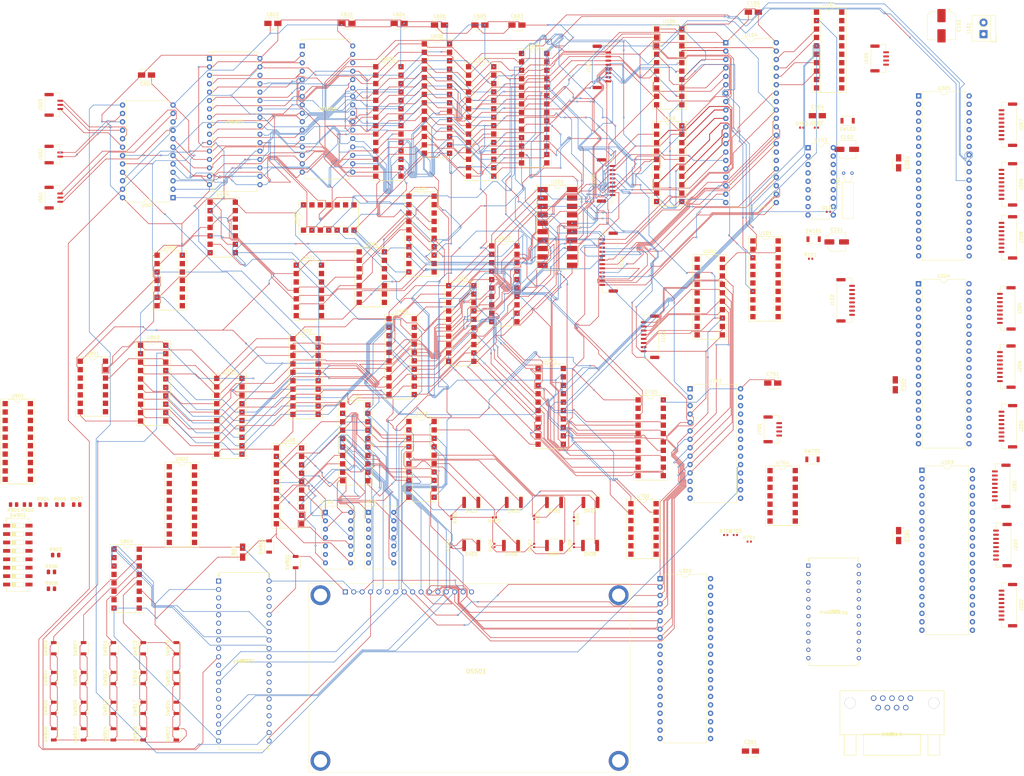
<source format=kicad_pcb>
(kicad_pcb (version 20171130) (host pcbnew "(5.1.9)-1")
  (layers (0 F.Cu signal) (1 GND signal hide) (2 PWR signal hide) (31 B.Cu signal) (34 B.Paste user) (35 F.Paste user) (36 B.SilkS user) (37 F.SilkS user) (38 B.Mask user) (39 F.Mask user) (44 Edge.Cuts user))
  (net 0 "")
  (net 1 GND)
  (net 2 +5V)
  (net 3 /NMI)
  (net 4 "Net-(D401-Pad2)")
  (net 5 "Net-(D401-Pad1)")
  (net 6 "Net-(D402-Pad2)")
  (net 7 "Net-(D402-Pad1)")
  (net 8 "Net-(D403-Pad1)")
  (net 9 "Net-(D403-Pad2)")
  (net 10 "Net-(D404-Pad1)")
  (net 11 "Net-(D404-Pad2)")
  (net 12 "Net-(D405-Pad2)")
  (net 13 "Net-(D405-Pad1)")
  (net 14 "Net-(D406-Pad1)")
  (net 15 "Net-(D406-Pad2)")
  (net 16 "Net-(D407-Pad1)")
  (net 17 "Net-(D407-Pad2)")
  (net 18 "Net-(D408-Pad2)")
  (net 19 "Net-(D408-Pad1)")
  (net 20 A0)
  (net 21 /8254_and_LCD/E)
  (net 22 D0)
  (net 23 D1)
  (net 24 D2)
  (net 25 D3)
  (net 26 D4)
  (net 27 D5)
  (net 28 D6)
  (net 29 D7)
  (net 30 "Net-(DS501-PadMH1)")
  (net 31 "Net-(DS501-PadMH2)")
  (net 32 "Net-(DS501-PadMH3)")
  (net 33 "Net-(DS501-PadMH4)")
  (net 34 D15)
  (net 35 D14)
  (net 36 D13)
  (net 37 D12)
  (net 38 D11)
  (net 39 D10)
  (net 40 D9)
  (net 41 D8)
  (net 42 ~BHE)
  (net 43 ~RD)
  (net 44 ~WR)
  (net 45 ~INTA)
  (net 46 M_~IO)
  (net 47 HOLD)
  (net 48 HLDA)
  (net 49 TEST)
  (net 50 INTR)
  (net 51 RESET)
  (net 52 READY)
  (net 53 CLK)
  (net 54 A16)
  (net 55 A17)
  (net 56 A18)
  (net 57 A19)
  (net 58 A3)
  (net 59 A4)
  (net 60 A5)
  (net 61 A6)
  (net 62 A7)
  (net 63 A8)
  (net 64 A9)
  (net 65 A10)
  (net 66 A11)
  (net 67 A12)
  (net 68 A13)
  (net 69 A14)
  (net 70 A15)
  (net 71 /16550/DCDIN)
  (net 72 /16550/RXD)
  (net 73 /16550/TXD)
  (net 74 /16550/DTROUT)
  (net 75 /16550/DSRIN)
  (net 76 /16550/RTSOUT)
  (net 77 /16550/CTSIN)
  (net 78 /16550/RIIN)
  (net 79 "Net-(J501-Pad1)")
  (net 80 "Net-(J501-Pad2)")
  (net 81 "Net-(J501-Pad3)")
  (net 82 "Net-(J502-Pad1)")
  (net 83 "Net-(J502-Pad2)")
  (net 84 "Net-(J503-Pad3)")
  (net 85 "Net-(J503-Pad2)")
  (net 86 "Net-(J503-Pad1)")
  (net 87 /8259/IR4)
  (net 88 /8259/IR5)
  (net 89 /8259/IR6)
  (net 90 /8259/IR7)
  (net 91 "Net-(R701-Pad2)")
  (net 92 "Net-(R702-Pad2)")
  (net 93 "Net-(R703-Pad1)")
  (net 94 "Net-(SW801-Pad1)")
  (net 95 "Net-(SW802-Pad1)")
  (net 96 /8279/Col0)
  (net 97 /8279/Col4)
  (net 98 /8279/Col1)
  (net 99 /8279/Col2)
  (net 100 /8279/Col3)
  (net 101 PCLK)
  (net 102 /AD14)
  (net 103 /AD13)
  (net 104 /AD12)
  (net 105 /AD11)
  (net 106 /ALE)
  (net 107 /AD10)
  (net 108 /~DEN)
  (net 109 /AD9)
  (net 110 /DT_~R)
  (net 111 /AD8)
  (net 112 /AD7)
  (net 113 /AD6)
  (net 114 /AD5)
  (net 115 /AD4)
  (net 116 /AD3)
  (net 117 /AD2)
  (net 118 /AD1)
  (net 119 /AD19)
  (net 120 /AD0)
  (net 121 /AD18)
  (net 122 /AD17)
  (net 123 /AD16)
  (net 124 /AD15)
  (net 125 /8255/CS2)
  (net 126 /8255/CS1)
  (net 127 /8255/CS0)
  (net 128 /16550/~RI)
  (net 129 /16550/~DCD)
  (net 130 /16550/~DSR)
  (net 131 /16550/~CTS)
  (net 132 /16550/~DTR)
  (net 133 /16550/~RTS)
  (net 134 /16550/TX)
  (net 135 IR3)
  (net 136 /16550/RX)
  (net 137 "Net-(U404-Pad6)")
  (net 138 "Net-(U405-Pad19)")
  (net 139 "Net-(U406-Pad19)")
  (net 140 "Net-(U408-Pad19)")
  (net 141 "Net-(U408-Pad9)")
  (net 142 "Net-(U408-Pad16)")
  (net 143 "Net-(U408-Pad6)")
  (net 144 "Net-(U408-Pad15)")
  (net 145 "Net-(U408-Pad5)")
  (net 146 "Net-(U408-Pad12)")
  (net 147 "Net-(U408-Pad2)")
  (net 148 "Net-(U409-Pad12)")
  (net 149 "Net-(U409-Pad5)")
  (net 150 "Net-(U409-Pad6)")
  (net 151 "Net-(U410-Pad12)")
  (net 152 "Net-(U410-Pad6)")
  (net 153 "Net-(U410-Pad5)")
  (net 154 "Net-(U410-Pad4)")
  (net 155 /8254_and_LCD/~CS)
  (net 156 IR1)
  (net 157 "Net-(U601-Pad1)")
  (net 158 CEA)
  (net 159 "Net-(U601-Pad30)")
  (net 160 "Net-(U601-Pad31)")
  (net 161 "Net-(U602-Pad30)")
  (net 162 CEB)
  (net 163 "Net-(U602-Pad1)")
  (net 164 "Net-(U604-Pad19)")
  (net 165 "Net-(U604-Pad9)")
  (net 166 "Net-(U604-Pad18)")
  (net 167 CE1)
  (net 168 CE2)
  (net 169 CE3)
  (net 170 CE4)
  (net 171 "Net-(U604-Pad2)")
  (net 172 "Net-(U604-Pad11)")
  (net 173 IR2)
  (net 174 "Net-(U701-Pad12)")
  (net 175 "Net-(U702-Pad18)")
  (net 176 "Net-(U704-Pad2)")
  (net 177 "Net-(U804-Pad9)")
  (net 178 "Net-(U804-Pad10)")
  (net 179 "Net-(U804-Pad4)")
  (net 180 "Net-(U804-Pad5)")
  (net 181 "Net-(U804-Pad6)")
  (net 182 "Net-(U804-Pad7)")
  (net 183 A1)
  (net 184 A2)
  (net 185 "Net-(C103-Pad1)")
  (net 186 "Net-(J201-Pad1)")
  (net 187 "Net-(J201-Pad2)")
  (net 188 "Net-(J201-Pad3)")
  (net 189 "Net-(J201-Pad4)")
  (net 190 "Net-(J201-Pad5)")
  (net 191 "Net-(J201-Pad6)")
  (net 192 "Net-(J201-Pad7)")
  (net 193 "Net-(J201-Pad8)")
  (net 194 "Net-(J202-Pad8)")
  (net 195 "Net-(J202-Pad7)")
  (net 196 "Net-(J202-Pad6)")
  (net 197 "Net-(J202-Pad5)")
  (net 198 "Net-(J202-Pad4)")
  (net 199 "Net-(J202-Pad3)")
  (net 200 "Net-(J202-Pad2)")
  (net 201 "Net-(J202-Pad1)")
  (net 202 "Net-(J203-Pad1)")
  (net 203 "Net-(J203-Pad2)")
  (net 204 "Net-(J203-Pad3)")
  (net 205 "Net-(J203-Pad4)")
  (net 206 "Net-(J203-Pad5)")
  (net 207 "Net-(J203-Pad6)")
  (net 208 "Net-(J203-Pad7)")
  (net 209 "Net-(J203-Pad8)")
  (net 210 "Net-(J204-Pad1)")
  (net 211 "Net-(J204-Pad2)")
  (net 212 "Net-(J204-Pad3)")
  (net 213 "Net-(J204-Pad4)")
  (net 214 "Net-(J204-Pad5)")
  (net 215 "Net-(J204-Pad6)")
  (net 216 "Net-(J204-Pad7)")
  (net 217 "Net-(J204-Pad8)")
  (net 218 "Net-(J205-Pad8)")
  (net 219 "Net-(J205-Pad7)")
  (net 220 "Net-(J205-Pad6)")
  (net 221 "Net-(J205-Pad5)")
  (net 222 "Net-(J205-Pad4)")
  (net 223 "Net-(J205-Pad3)")
  (net 224 "Net-(J205-Pad2)")
  (net 225 "Net-(J205-Pad1)")
  (net 226 "Net-(J206-Pad8)")
  (net 227 "Net-(J206-Pad7)")
  (net 228 "Net-(J206-Pad6)")
  (net 229 "Net-(J206-Pad5)")
  (net 230 "Net-(J206-Pad4)")
  (net 231 "Net-(J206-Pad3)")
  (net 232 "Net-(J206-Pad2)")
  (net 233 "Net-(J206-Pad1)")
  (net 234 "Net-(J207-Pad8)")
  (net 235 "Net-(J207-Pad7)")
  (net 236 "Net-(J207-Pad6)")
  (net 237 "Net-(J207-Pad5)")
  (net 238 "Net-(J207-Pad4)")
  (net 239 "Net-(J207-Pad3)")
  (net 240 "Net-(J207-Pad2)")
  (net 241 "Net-(J207-Pad1)")
  (net 242 "Net-(J208-Pad1)")
  (net 243 "Net-(J208-Pad2)")
  (net 244 "Net-(J208-Pad3)")
  (net 245 "Net-(J208-Pad4)")
  (net 246 "Net-(J208-Pad5)")
  (net 247 "Net-(J208-Pad6)")
  (net 248 "Net-(J208-Pad7)")
  (net 249 "Net-(J208-Pad8)")
  (net 250 "Net-(J209-Pad1)")
  (net 251 "Net-(J209-Pad2)")
  (net 252 "Net-(J209-Pad3)")
  (net 253 "Net-(J209-Pad4)")
  (net 254 "Net-(J209-Pad5)")
  (net 255 "Net-(J209-Pad6)")
  (net 256 "Net-(J209-Pad7)")
  (net 257 "Net-(J209-Pad8)")
  (net 258 "Net-(U103-Pad3)")
  (net 259 "Net-(U103-Pad12)")
  (net 260 "Net-(U103-Pad4)")
  (net 261 "Net-(U103-Pad5)")
  (net 262 "Net-(U103-Pad6)")
  (net 263 "Net-(U103-Pad15)")
  (net 264 "Net-(U103-Pad7)")
  (net 265 "Net-(U103-Pad16)")
  (net 266 "Net-(U103-Pad17)")
  (net 267 "Net-(U107-Pad19)")
  (net 268 "Net-(U107-Pad18)")
  (net 269 "Net-(U107-Pad17)")
  (net 270 "Net-(U107-Pad16)")
  (net 271 "Net-(U107-Pad15)")
  (net 272 "Net-(U107-Pad14)")
  (net 273 "Net-(U107-Pad13)")
  (net 274 "Net-(U107-Pad12)")
  (net 275 "Net-(U301-Pad19)")
  (net 276 "Net-(U302-Pad23)")
  (net 277 "Net-(U302-Pad24)")
  (net 278 "Net-(U302-Pad25)")
  (net 279 "Net-(U302-Pad15)")
  (net 280 "Net-(U302-Pad29)")
  (net 281 "Net-(U302-Pad31)")
  (net 282 "Net-(U302-Pad34)")
  (net 283 "Net-(U302-Pad17)")
  (net 284 "Net-(U303-Pad13)")
  (net 285 "Net-(U303-Pad14)")
  (net 286 "Net-(U303-Pad19)")
  (net 287 "Net-(U303-Pad22)")
  (net 288 "Net-(U401-Pad6)")
  (net 289 "Net-(U402-Pad19)")
  (net 290 "Net-(U404-Pad8)")
  (net 291 "Net-(U407-Pad2)")
  (net 292 "Net-(U407-Pad12)")
  (net 293 "Net-(U407-Pad5)")
  (net 294 "Net-(U407-Pad15)")
  (net 295 "Net-(U407-Pad6)")
  (net 296 "Net-(U407-Pad16)")
  (net 297 "Net-(U407-Pad9)")
  (net 298 "Net-(U407-Pad19)")
  (net 299 "Net-(U409-Pad4)")
  (net 300 "Net-(U501-Pad3)")
  (net 301 "Net-(U501-Pad6)")
  (net 302 "Net-(U603-Pad6)")
  (net 303 "Net-(U603-Pad4)")
  (net 304 "Net-(U702-Pad1)")
  (net 305 "Net-(U702-Pad15)")
  (net 306 "Net-(U702-Pad12)")
  (net 307 "Net-(U702-Pad13)")
  (net 308 "Net-(U802-Pad5)")
  (net 309 "Net-(U802-Pad6)")
  (net 310 "Net-(U802-Pad7)")
  (net 311 "Net-(U802-Pad8)")
  (net 312 "Net-(U802-Pad22)")
  (net 313 "Net-(U802-Pad23)")
  (net 314 "Net-(U802-Pad24)")
  (net 315 "Net-(U802-Pad25)")
  (net 316 "Net-(U802-Pad26)")
  (net 317 "Net-(U802-Pad27)")
  (net 318 "Net-(U802-Pad28)")
  (net 319 "Net-(U802-Pad29)")
  (net 320 "Net-(U802-Pad30)")
  (net 321 "Net-(U802-Pad31)")
  (net 322 "Net-(U802-Pad32)")
  (net 323 "Net-(U802-Pad33)")
  (net 324 "Net-(U802-Pad34)")
  (net 325 "Net-(U802-Pad35)")
  (net 326 "Net-(R901-Pad2)")
  (net 327 "Net-(R902-Pad2)")
  (net 328 "Net-(R903-Pad2)")
  (net 329 "Net-(R904-Pad2)")
  (net 330 "Net-(R905-Pad2)")
  (net 331 "Net-(R906-Pad2)")
  (net 332 "Net-(R907-Pad2)")
  (net 333 "Net-(R908-Pad2)")
  (net 334 /8255/4dec)
  (net 335 A17,18,19)
  (net 336 "Net-(U901-Pad19)")
  (module Package_DIP:DIP-20_W7.62mm_SMDSocket_SmallPads (layer F.Cu) (at 106.68 120.65)
    (fp_text reference U902 (at 0 -13.76) (layer F.SilkS))
    (fp_text value 74LS244)
    (pad 20 smd rect (at 3.81 -11.43) (size 1.6 1.6) (layers F.Cu F.Paste F.Mask) (net 2 +5V))
    (pad 10 smd rect (at -3.81 11.43) (size 1.6 1.6) (layers F.Cu F.Paste F.Mask) (net 1 GND))
    (pad 19 smd rect (at 3.81 -8.89) (size 1.6 1.6) (layers F.Cu F.Paste F.Mask) (net 336 "Net-(U901-Pad19)"))
    (pad 9 smd rect (at -3.81 8.89) (size 1.6 1.6) (layers F.Cu F.Paste F.Mask) (net 26 D4))
    (pad 18 smd rect (at 3.81 -6.35) (size 1.6 1.6) (layers F.Cu F.Paste F.Mask) (net 22 D0))
    (pad 8 smd rect (at -3.81 6.35) (size 1.6 1.6) (layers F.Cu F.Paste F.Mask) (net 329 "Net-(R904-Pad2)"))
    (pad 17 smd rect (at 3.81 -3.81) (size 1.6 1.6) (layers F.Cu F.Paste F.Mask) (net 333 "Net-(R908-Pad2)"))
    (pad 7 smd rect (at -3.81 3.81) (size 1.6 1.6) (layers F.Cu F.Paste F.Mask) (net 27 D5))
    (pad 16 smd rect (at 3.81 -1.27) (size 1.6 1.6) (layers F.Cu F.Paste F.Mask) (net 23 D1))
    (pad 6 smd rect (at -3.81 1.27) (size 1.6 1.6) (layers F.Cu F.Paste F.Mask) (net 328 "Net-(R903-Pad2)"))
    (pad 15 smd rect (at 3.81 1.27) (size 1.6 1.6) (layers F.Cu F.Paste F.Mask) (net 332 "Net-(R907-Pad2)"))
    (pad 5 smd rect (at -3.81 -1.27) (size 1.6 1.6) (layers F.Cu F.Paste F.Mask) (net 28 D6))
    (pad 14 smd rect (at 3.81 3.81) (size 1.6 1.6) (layers F.Cu F.Paste F.Mask) (net 24 D2))
    (pad 4 smd rect (at -3.81 -3.81) (size 1.6 1.6) (layers F.Cu F.Paste F.Mask) (net 327 "Net-(R902-Pad2)"))
    (pad 13 smd rect (at 3.81 6.35) (size 1.6 1.6) (layers F.Cu F.Paste F.Mask) (net 331 "Net-(R906-Pad2)"))
    (pad 3 smd rect (at -3.81 -6.35) (size 1.6 1.6) (layers F.Cu F.Paste F.Mask) (net 29 D7))
    (pad 12 smd rect (at 3.81 8.89) (size 1.6 1.6) (layers F.Cu F.Paste F.Mask) (net 25 D3))
    (pad 2 smd rect (at -3.81 -8.89) (size 1.6 1.6) (layers F.Cu F.Paste F.Mask) (net 326 "Net-(R901-Pad2)"))
    (pad 11 smd rect (at 3.81 11.43) (size 1.6 1.6) (layers F.Cu F.Paste F.Mask) (net 330 "Net-(R905-Pad2)"))
    (pad 1 smd rect (at -3.81 -11.43) (size 1.6 1.6) (layers F.Cu F.Paste F.Mask) (net 1 GND))
  )
  (module Package_DIP:DIP-20_W7.62mm_SMDSocket_SmallPads (layer F.Cu) (at 57.15 101.6)
    (fp_text reference U901 (at 0 -13.76) (layer F.SilkS))
    (fp_text value PAL16L8)
    (pad 20 smd rect (at 3.81 -11.43) (size 1.6 1.6) (layers F.Cu F.Paste F.Mask) (net 2 +5V))
    (pad 10 smd rect (at -3.81 11.43) (size 1.6 1.6) (layers F.Cu F.Paste F.Mask) (net 1 GND))
    (pad 19 smd rect (at 3.81 -8.89) (size 1.6 1.6) (layers F.Cu F.Paste F.Mask) (net 336 "Net-(U901-Pad19)"))
    (pad 9 smd rect (at -3.81 8.89) (size 1.6 1.6) (layers F.Cu F.Paste F.Mask) (net 64 A9))
    (pad 18 smd rect (at 3.81 -6.35) (size 1.6 1.6) (layers F.Cu F.Paste F.Mask) (net 335 A17,18,19))
    (pad 8 smd rect (at -3.81 6.35) (size 1.6 1.6) (layers F.Cu F.Paste F.Mask) (net 63 A8))
    (pad 17 smd rect (at 3.81 -3.81) (size 1.6 1.6) (layers F.Cu F.Paste F.Mask) (net 54 A16))
    (pad 7 smd rect (at -3.81 3.81) (size 1.6 1.6) (layers F.Cu F.Paste F.Mask) (net 62 A7))
    (pad 16 smd rect (at 3.81 -1.27) (size 1.6 1.6) (layers F.Cu F.Paste F.Mask) (net 70 A15))
    (pad 6 smd rect (at -3.81 1.27) (size 1.6 1.6) (layers F.Cu F.Paste F.Mask) (net 61 A6))
    (pad 15 smd rect (at 3.81 1.27) (size 1.6 1.6) (layers F.Cu F.Paste F.Mask) (net 69 A14))
    (pad 5 smd rect (at -3.81 -1.27) (size 1.6 1.6) (layers F.Cu F.Paste F.Mask) (net 59 A4))
    (pad 14 smd rect (at 3.81 3.81) (size 1.6 1.6) (layers F.Cu F.Paste F.Mask) (net 68 A13))
    (pad 4 smd rect (at -3.81 -3.81) (size 1.6 1.6) (layers F.Cu F.Paste F.Mask) (net 58 A3))
    (pad 13 smd rect (at 3.81 6.35) (size 1.6 1.6) (layers F.Cu F.Paste F.Mask) (net 67 A12))
    (pad 3 smd rect (at -3.81 -6.35) (size 1.6 1.6) (layers F.Cu F.Paste F.Mask) (net 184 A2))
    (pad 12 smd rect (at 3.81 8.89) (size 1.6 1.6) (layers F.Cu F.Paste F.Mask) (net 66 A11))
    (pad 2 smd rect (at -3.81 -8.89) (size 1.6 1.6) (layers F.Cu F.Paste F.Mask) (net 183 A1))
    (pad 11 smd rect (at 3.81 11.43) (size 1.6 1.6) (layers F.Cu F.Paste F.Mask) (net 65 A10))
    (pad 1 smd rect (at -3.81 -11.43) (size 1.6 1.6) (layers F.Cu F.Paste F.Mask) (net 20 A0))
  )
  (module Button_Switch_SMD:SW_DIP_SPSTx08_Slide_6.7x21.88mm_W6.73mm_P2.54mm_LowProfile_JPin (layer F.Cu) (at 57.15 135.89)
    (fp_text reference SW901 (at 0 -12) (layer F.SilkS))
    (fp_text value SW_DIP_x08)
    (pad 16 smd rect (at 3.365 -8.89) (size 2.16 1.12) (layers F.Cu F.Paste F.Mask) (net 326 "Net-(R901-Pad2)"))
    (pad 8 smd rect (at -3.365 8.89) (size 2.16 1.12) (layers F.Cu F.Paste F.Mask) (net 1 GND))
    (pad 15 smd rect (at 3.365 -6.35) (size 2.16 1.12) (layers F.Cu F.Paste F.Mask) (net 327 "Net-(R902-Pad2)"))
    (pad 7 smd rect (at -3.365 6.35) (size 2.16 1.12) (layers F.Cu F.Paste F.Mask) (net 1 GND))
    (pad 14 smd rect (at 3.365 -3.81) (size 2.16 1.12) (layers F.Cu F.Paste F.Mask) (net 328 "Net-(R903-Pad2)"))
    (pad 6 smd rect (at -3.365 3.81) (size 2.16 1.12) (layers F.Cu F.Paste F.Mask) (net 1 GND))
    (pad 13 smd rect (at 3.365 -1.27) (size 2.16 1.12) (layers F.Cu F.Paste F.Mask) (net 329 "Net-(R904-Pad2)"))
    (pad 5 smd rect (at -3.365 1.27) (size 2.16 1.12) (layers F.Cu F.Paste F.Mask) (net 1 GND))
    (pad 12 smd rect (at 3.365 1.27) (size 2.16 1.12) (layers F.Cu F.Paste F.Mask) (net 330 "Net-(R905-Pad2)"))
    (pad 4 smd rect (at -3.365 -1.27) (size 2.16 1.12) (layers F.Cu F.Paste F.Mask) (net 1 GND))
    (pad 11 smd rect (at 3.365 3.81) (size 2.16 1.12) (layers F.Cu F.Paste F.Mask) (net 331 "Net-(R906-Pad2)"))
    (pad 3 smd rect (at -3.365 -3.81) (size 2.16 1.12) (layers F.Cu F.Paste F.Mask) (net 1 GND))
    (pad 10 smd rect (at 3.365 6.35) (size 2.16 1.12) (layers F.Cu F.Paste F.Mask) (net 332 "Net-(R907-Pad2)"))
    (pad 2 smd rect (at -3.365 -6.35) (size 2.16 1.12) (layers F.Cu F.Paste F.Mask) (net 1 GND))
    (pad 9 smd rect (at 3.365 8.89) (size 2.16 1.12) (layers F.Cu F.Paste F.Mask) (net 333 "Net-(R908-Pad2)"))
    (pad 1 smd rect (at -3.365 -8.89) (size 2.16 1.12) (layers F.Cu F.Paste F.Mask) (net 1 GND))
  )
  (module Resistor_SMD:R_0805_2012Metric (layer F.Cu) (at 67.31 146.05)
    (fp_text reference R908 (at 0 -1.65) (layer F.SilkS))
    (fp_text value R_US)
    (pad 2 smd roundrect (at 0.9125 0) (size 1.025 1.4) (layers F.Cu F.Paste F.Mask) (roundrect_rratio 0.243902) (net 333 "Net-(R908-Pad2)"))
    (pad 1 smd roundrect (at -0.9125 0) (size 1.025 1.4) (layers F.Cu F.Paste F.Mask) (roundrect_rratio 0.243902) (net 2 +5V))
  )
  (module Resistor_SMD:R_0805_2012Metric (layer F.Cu) (at 74.93 120.65)
    (fp_text reference R907 (at 0 -1.65) (layer F.SilkS))
    (fp_text value R_US)
    (pad 2 smd roundrect (at 0.9125 0) (size 1.025 1.4) (layers F.Cu F.Paste F.Mask) (roundrect_rratio 0.243902) (net 332 "Net-(R907-Pad2)"))
    (pad 1 smd roundrect (at -0.9125 0) (size 1.025 1.4) (layers F.Cu F.Paste F.Mask) (roundrect_rratio 0.243902) (net 2 +5V))
  )
  (module Resistor_SMD:R_0805_2012Metric (layer F.Cu) (at 67.31 140.97)
    (fp_text reference R906 (at 0 -1.65) (layer F.SilkS))
    (fp_text value R_US)
    (pad 2 smd roundrect (at 0.9125 0) (size 1.025 1.4) (layers F.Cu F.Paste F.Mask) (roundrect_rratio 0.243902) (net 331 "Net-(R906-Pad2)"))
    (pad 1 smd roundrect (at -0.9125 0) (size 1.025 1.4) (layers F.Cu F.Paste F.Mask) (roundrect_rratio 0.243902) (net 2 +5V))
  )
  (module Resistor_SMD:R_0805_2012Metric (layer F.Cu) (at 69.85 120.65)
    (fp_text reference R905 (at 0 -1.65) (layer F.SilkS))
    (fp_text value R_US)
    (pad 2 smd roundrect (at 0.9125 0) (size 1.025 1.4) (layers F.Cu F.Paste F.Mask) (roundrect_rratio 0.243902) (net 330 "Net-(R905-Pad2)"))
    (pad 1 smd roundrect (at -0.9125 0) (size 1.025 1.4) (layers F.Cu F.Paste F.Mask) (roundrect_rratio 0.243902) (net 2 +5V))
  )
  (module Resistor_SMD:R_0805_2012Metric (layer F.Cu) (at 64.77 120.65)
    (fp_text reference R904 (at 0 -1.65) (layer F.SilkS))
    (fp_text value R_US)
    (pad 2 smd roundrect (at 0.9125 0) (size 1.025 1.4) (layers F.Cu F.Paste F.Mask) (roundrect_rratio 0.243902) (net 329 "Net-(R904-Pad2)"))
    (pad 1 smd roundrect (at -0.9125 0) (size 1.025 1.4) (layers F.Cu F.Paste F.Mask) (roundrect_rratio 0.243902) (net 2 +5V))
  )
  (module Resistor_SMD:R_0805_2012Metric (layer F.Cu) (at 68.58 135.89)
    (fp_text reference R903 (at 0 -1.65) (layer F.SilkS))
    (fp_text value R_US)
    (pad 2 smd roundrect (at 0.9125 0) (size 1.025 1.4) (layers F.Cu F.Paste F.Mask) (roundrect_rratio 0.243902) (net 328 "Net-(R903-Pad2)"))
    (pad 1 smd roundrect (at -0.9125 0) (size 1.025 1.4) (layers F.Cu F.Paste F.Mask) (roundrect_rratio 0.243902) (net 2 +5V))
  )
  (module Resistor_SMD:R_0805_2012Metric (layer F.Cu) (at 60.0475 120.65 180)
    (fp_text reference R902 (at 0 -1.65) (layer F.SilkS))
    (fp_text value R_US)
    (pad 2 smd roundrect (at 0.9125 0 180) (size 1.025 1.4) (layers F.Cu F.Paste F.Mask) (roundrect_rratio 0.243902) (net 327 "Net-(R902-Pad2)"))
    (pad 1 smd roundrect (at -0.9125 0 180) (size 1.025 1.4) (layers F.Cu F.Paste F.Mask) (roundrect_rratio 0.243902) (net 2 +5V))
  )
  (module Resistor_SMD:R_0805_2012Metric (layer F.Cu) (at 55.88 120.65 180)
    (fp_text reference R901 (at 0 -1.65) (layer F.SilkS))
    (fp_text value R_US)
    (pad 2 smd roundrect (at 0.9125 0 180) (size 1.025 1.4) (layers F.Cu F.Paste F.Mask) (roundrect_rratio 0.243902) (net 326 "Net-(R901-Pad2)"))
    (pad 1 smd roundrect (at -0.9125 0 180) (size 1.025 1.4) (layers F.Cu F.Paste F.Mask) (roundrect_rratio 0.243902) (net 2 +5V))
  )
  (module Package_DIP:DIP-24_W15.24mm (layer F.Cu) (at 104 28 180)
    (fp_text reference U503 (at 7.62 -2.33) (layer F.SilkS))
    (fp_text value 8254)
    (pad 1 thru_hole rect (at 0 0 180) (size 1.6 1.6) (drill 0.8) (layers *.Cu *.Mask) (net 29 D7))
    (pad 13 thru_hole oval (at 15.24 27.94 180) (size 1.6 1.6) (drill 0.8) (layers *.Cu *.Mask) (net 156 IR1))
    (pad 2 thru_hole oval (at 0 2.54 180) (size 1.6 1.6) (drill 0.8) (layers *.Cu *.Mask) (net 28 D6))
    (pad 14 thru_hole oval (at 15.24 25.4 180) (size 1.6 1.6) (drill 0.8) (layers *.Cu *.Mask) (net 83 "Net-(J502-Pad2)"))
    (pad 3 thru_hole oval (at 0 5.08 180) (size 1.6 1.6) (drill 0.8) (layers *.Cu *.Mask) (net 27 D5))
    (pad 15 thru_hole oval (at 15.24 22.86 180) (size 1.6 1.6) (drill 0.8) (layers *.Cu *.Mask) (net 82 "Net-(J502-Pad1)"))
    (pad 4 thru_hole oval (at 0 7.62 180) (size 1.6 1.6) (drill 0.8) (layers *.Cu *.Mask) (net 26 D4))
    (pad 16 thru_hole oval (at 15.24 20.32 180) (size 1.6 1.6) (drill 0.8) (layers *.Cu *.Mask) (net 85 "Net-(J503-Pad2)"))
    (pad 5 thru_hole oval (at 0 10.16 180) (size 1.6 1.6) (drill 0.8) (layers *.Cu *.Mask) (net 25 D3))
    (pad 17 thru_hole oval (at 15.24 17.78 180) (size 1.6 1.6) (drill 0.8) (layers *.Cu *.Mask) (net 84 "Net-(J503-Pad3)"))
    (pad 6 thru_hole oval (at 0 12.7 180) (size 1.6 1.6) (drill 0.8) (layers *.Cu *.Mask) (net 24 D2))
    (pad 18 thru_hole oval (at 15.24 15.24 180) (size 1.6 1.6) (drill 0.8) (layers *.Cu *.Mask) (net 86 "Net-(J503-Pad1)"))
    (pad 7 thru_hole oval (at 0 15.24 180) (size 1.6 1.6) (drill 0.8) (layers *.Cu *.Mask) (net 23 D1))
    (pad 19 thru_hole oval (at 15.24 12.7 180) (size 1.6 1.6) (drill 0.8) (layers *.Cu *.Mask) (net 183 A1))
    (pad 8 thru_hole oval (at 0 17.78 180) (size 1.6 1.6) (drill 0.8) (layers *.Cu *.Mask) (net 22 D0))
    (pad 20 thru_hole oval (at 15.24 10.16 180) (size 1.6 1.6) (drill 0.8) (layers *.Cu *.Mask) (net 184 A2))
    (pad 9 thru_hole oval (at 0 20.32 180) (size 1.6 1.6) (drill 0.8) (layers *.Cu *.Mask) (net 79 "Net-(J501-Pad1)"))
    (pad 21 thru_hole oval (at 15.24 7.62 180) (size 1.6 1.6) (drill 0.8) (layers *.Cu *.Mask) (net 155 /8254_and_LCD/~CS))
    (pad 10 thru_hole oval (at 0 22.86 180) (size 1.6 1.6) (drill 0.8) (layers *.Cu *.Mask) (net 81 "Net-(J501-Pad3)"))
    (pad 22 thru_hole oval (at 15.24 5.08 180) (size 1.6 1.6) (drill 0.8) (layers *.Cu *.Mask) (net 44 ~WR))
    (pad 11 thru_hole oval (at 0 25.4 180) (size 1.6 1.6) (drill 0.8) (layers *.Cu *.Mask) (net 80 "Net-(J501-Pad2)"))
    (pad 23 thru_hole oval (at 15.24 2.54 180) (size 1.6 1.6) (drill 0.8) (layers *.Cu *.Mask) (net 43 ~RD))
    (pad 12 thru_hole oval (at 0 27.94 180) (size 1.6 1.6) (drill 0.8) (layers *.Cu *.Mask) (net 1 GND))
    (pad 24 thru_hole oval (at 15.24 0 180) (size 1.6 1.6) (drill 0.8) (layers *.Cu *.Mask) (net 2 +5V))
  )
  (module Package_DIP:DIP-20_W7.62mm_SMDSocket_SmallPads (layer F.Cu) (at 282.826 52.498)
    (fp_text reference U101 (at 0 -13.76) (layer F.SilkS))
    (fp_text value 74LS245)
    (pad 1 smd rect (at -3.81 -11.43) (size 1.6 1.6) (layers F.Cu F.Paste F.Mask) (net 110 /DT_~R))
    (pad 11 smd rect (at 3.81 11.43) (size 1.6 1.6) (layers F.Cu F.Paste F.Mask) (net 34 D15))
    (pad 2 smd rect (at -3.81 -8.89) (size 1.6 1.6) (layers F.Cu F.Paste F.Mask) (net 111 /AD8))
    (pad 12 smd rect (at 3.81 8.89) (size 1.6 1.6) (layers F.Cu F.Paste F.Mask) (net 35 D14))
    (pad 3 smd rect (at -3.81 -6.35) (size 1.6 1.6) (layers F.Cu F.Paste F.Mask) (net 109 /AD9))
    (pad 13 smd rect (at 3.81 6.35) (size 1.6 1.6) (layers F.Cu F.Paste F.Mask) (net 36 D13))
    (pad 4 smd rect (at -3.81 -3.81) (size 1.6 1.6) (layers F.Cu F.Paste F.Mask) (net 107 /AD10))
    (pad 14 smd rect (at 3.81 3.81) (size 1.6 1.6) (layers F.Cu F.Paste F.Mask) (net 37 D12))
    (pad 5 smd rect (at -3.81 -1.27) (size 1.6 1.6) (layers F.Cu F.Paste F.Mask) (net 105 /AD11))
    (pad 15 smd rect (at 3.81 1.27) (size 1.6 1.6) (layers F.Cu F.Paste F.Mask) (net 38 D11))
    (pad 6 smd rect (at -3.81 1.27) (size 1.6 1.6) (layers F.Cu F.Paste F.Mask) (net 104 /AD12))
    (pad 16 smd rect (at 3.81 -1.27) (size 1.6 1.6) (layers F.Cu F.Paste F.Mask) (net 39 D10))
    (pad 7 smd rect (at -3.81 3.81) (size 1.6 1.6) (layers F.Cu F.Paste F.Mask) (net 103 /AD13))
    (pad 17 smd rect (at 3.81 -3.81) (size 1.6 1.6) (layers F.Cu F.Paste F.Mask) (net 40 D9))
    (pad 8 smd rect (at -3.81 6.35) (size 1.6 1.6) (layers F.Cu F.Paste F.Mask) (net 102 /AD14))
    (pad 18 smd rect (at 3.81 -6.35) (size 1.6 1.6) (layers F.Cu F.Paste F.Mask) (net 41 D8))
    (pad 9 smd rect (at -3.81 8.89) (size 1.6 1.6) (layers F.Cu F.Paste F.Mask) (net 124 /AD15))
    (pad 19 smd rect (at 3.81 -8.89) (size 1.6 1.6) (layers F.Cu F.Paste F.Mask) (net 108 /~DEN))
    (pad 10 smd rect (at -3.81 11.43) (size 1.6 1.6) (layers F.Cu F.Paste F.Mask) (net 1 GND))
    (pad 20 smd rect (at 3.81 -11.43) (size 1.6 1.6) (layers F.Cu F.Paste F.Mask) (net 2 +5V))
  )
  (module Package_DIP:DIP-40_W15.24mm (layer F.Cu) (at 270.845001 -18.774999)
    (fp_text reference U104 (at 7.62 -2.33) (layer F.SilkS))
    (fp_text value 8086_Min_Mode)
    (pad 1 thru_hole rect (at 0 0) (size 1.6 1.6) (drill 0.8) (layers *.Cu *.Mask) (net 1 GND))
    (pad 21 thru_hole oval (at 15.24 48.26) (size 1.6 1.6) (drill 0.8) (layers *.Cu *.Mask) (net 51 RESET))
    (pad 2 thru_hole oval (at 0 2.54) (size 1.6 1.6) (drill 0.8) (layers *.Cu *.Mask) (net 102 /AD14))
    (pad 22 thru_hole oval (at 15.24 45.72) (size 1.6 1.6) (drill 0.8) (layers *.Cu *.Mask) (net 52 READY))
    (pad 3 thru_hole oval (at 0 5.08) (size 1.6 1.6) (drill 0.8) (layers *.Cu *.Mask) (net 103 /AD13))
    (pad 23 thru_hole oval (at 15.24 43.18) (size 1.6 1.6) (drill 0.8) (layers *.Cu *.Mask) (net 49 TEST))
    (pad 4 thru_hole oval (at 0 7.62) (size 1.6 1.6) (drill 0.8) (layers *.Cu *.Mask) (net 104 /AD12))
    (pad 24 thru_hole oval (at 15.24 40.64) (size 1.6 1.6) (drill 0.8) (layers *.Cu *.Mask) (net 45 ~INTA))
    (pad 5 thru_hole oval (at 0 10.16) (size 1.6 1.6) (drill 0.8) (layers *.Cu *.Mask) (net 105 /AD11))
    (pad 25 thru_hole oval (at 15.24 38.1) (size 1.6 1.6) (drill 0.8) (layers *.Cu *.Mask) (net 106 /ALE))
    (pad 6 thru_hole oval (at 0 12.7) (size 1.6 1.6) (drill 0.8) (layers *.Cu *.Mask) (net 107 /AD10))
    (pad 26 thru_hole oval (at 15.24 35.56) (size 1.6 1.6) (drill 0.8) (layers *.Cu *.Mask) (net 108 /~DEN))
    (pad 7 thru_hole oval (at 0 15.24) (size 1.6 1.6) (drill 0.8) (layers *.Cu *.Mask) (net 109 /AD9))
    (pad 27 thru_hole oval (at 15.24 33.02) (size 1.6 1.6) (drill 0.8) (layers *.Cu *.Mask) (net 110 /DT_~R))
    (pad 8 thru_hole oval (at 0 17.78) (size 1.6 1.6) (drill 0.8) (layers *.Cu *.Mask) (net 111 /AD8))
    (pad 28 thru_hole oval (at 15.24 30.48) (size 1.6 1.6) (drill 0.8) (layers *.Cu *.Mask) (net 46 M_~IO))
    (pad 9 thru_hole oval (at 0 20.32) (size 1.6 1.6) (drill 0.8) (layers *.Cu *.Mask) (net 112 /AD7))
    (pad 29 thru_hole oval (at 15.24 27.94) (size 1.6 1.6) (drill 0.8) (layers *.Cu *.Mask) (net 44 ~WR))
    (pad 10 thru_hole oval (at 0 22.86) (size 1.6 1.6) (drill 0.8) (layers *.Cu *.Mask) (net 113 /AD6))
    (pad 30 thru_hole oval (at 15.24 25.4) (size 1.6 1.6) (drill 0.8) (layers *.Cu *.Mask) (net 48 HLDA))
    (pad 11 thru_hole oval (at 0 25.4) (size 1.6 1.6) (drill 0.8) (layers *.Cu *.Mask) (net 114 /AD5))
    (pad 31 thru_hole oval (at 15.24 22.86) (size 1.6 1.6) (drill 0.8) (layers *.Cu *.Mask) (net 47 HOLD))
    (pad 12 thru_hole oval (at 0 27.94) (size 1.6 1.6) (drill 0.8) (layers *.Cu *.Mask) (net 115 /AD4))
    (pad 32 thru_hole oval (at 15.24 20.32) (size 1.6 1.6) (drill 0.8) (layers *.Cu *.Mask) (net 43 ~RD))
    (pad 13 thru_hole oval (at 0 30.48) (size 1.6 1.6) (drill 0.8) (layers *.Cu *.Mask) (net 116 /AD3))
    (pad 33 thru_hole oval (at 15.24 17.78) (size 1.6 1.6) (drill 0.8) (layers *.Cu *.Mask) (net 2 +5V))
    (pad 14 thru_hole oval (at 0 33.02) (size 1.6 1.6) (drill 0.8) (layers *.Cu *.Mask) (net 117 /AD2))
    (pad 34 thru_hole oval (at 15.24 15.24) (size 1.6 1.6) (drill 0.8) (layers *.Cu *.Mask) (net 42 ~BHE))
    (pad 15 thru_hole oval (at 0 35.56) (size 1.6 1.6) (drill 0.8) (layers *.Cu *.Mask) (net 118 /AD1))
    (pad 35 thru_hole oval (at 15.24 12.7) (size 1.6 1.6) (drill 0.8) (layers *.Cu *.Mask) (net 119 /AD19))
    (pad 16 thru_hole oval (at 0 38.1) (size 1.6 1.6) (drill 0.8) (layers *.Cu *.Mask) (net 120 /AD0))
    (pad 36 thru_hole oval (at 15.24 10.16) (size 1.6 1.6) (drill 0.8) (layers *.Cu *.Mask) (net 121 /AD18))
    (pad 17 thru_hole oval (at 0 40.64) (size 1.6 1.6) (drill 0.8) (layers *.Cu *.Mask) (net 3 /NMI))
    (pad 37 thru_hole oval (at 15.24 7.62) (size 1.6 1.6) (drill 0.8) (layers *.Cu *.Mask) (net 122 /AD17))
    (pad 18 thru_hole oval (at 0 43.18) (size 1.6 1.6) (drill 0.8) (layers *.Cu *.Mask) (net 50 INTR))
    (pad 38 thru_hole oval (at 15.24 5.08) (size 1.6 1.6) (drill 0.8) (layers *.Cu *.Mask) (net 123 /AD16))
    (pad 19 thru_hole oval (at 0 45.72) (size 1.6 1.6) (drill 0.8) (layers *.Cu *.Mask) (net 53 CLK))
    (pad 39 thru_hole oval (at 15.24 2.54) (size 1.6 1.6) (drill 0.8) (layers *.Cu *.Mask) (net 124 /AD15))
    (pad 20 thru_hole oval (at 0 48.26) (size 1.6 1.6) (drill 0.8) (layers *.Cu *.Mask) (net 1 GND))
    (pad 40 thru_hole oval (at 15.24 0) (size 1.6 1.6) (drill 0.8) (layers *.Cu *.Mask) (net 2 +5V))
  )
  (module LED_SMD:LED_1812_4532Metric (layer F.Cu) (at 229.8625 133 180)
    (fp_text reference D408 (at 0 -2.65) (layer F.SilkS))
    (fp_text value LED)
    (pad 2 smd roundrect (at 2.1375 0 180) (size 1.125 3.4) (layers F.Cu F.Paste F.Mask) (roundrect_rratio 0.222222) (net 18 "Net-(D408-Pad2)"))
    (pad 1 smd roundrect (at -2.1375 0 180) (size 1.125 3.4) (layers F.Cu F.Paste F.Mask) (roundrect_rratio 0.222222) (net 19 "Net-(D408-Pad1)"))
  )
  (module LED_SMD:LED_1812_4532Metric (layer F.Cu) (at 219 133 180)
    (fp_text reference D407 (at 0 -2.65) (layer F.SilkS))
    (fp_text value LED)
    (pad 2 smd roundrect (at 2.1375 0 180) (size 1.125 3.4) (layers F.Cu F.Paste F.Mask) (roundrect_rratio 0.222222) (net 17 "Net-(D407-Pad2)"))
    (pad 1 smd roundrect (at -2.1375 0 180) (size 1.125 3.4) (layers F.Cu F.Paste F.Mask) (roundrect_rratio 0.222222) (net 16 "Net-(D407-Pad1)"))
  )
  (module LED_SMD:LED_1812_4532Metric (layer F.Cu) (at 206 133 180)
    (fp_text reference D406 (at 0 -2.65) (layer F.SilkS))
    (fp_text value LED)
    (pad 2 smd roundrect (at 2.1375 0 180) (size 1.125 3.4) (layers F.Cu F.Paste F.Mask) (roundrect_rratio 0.222222) (net 15 "Net-(D406-Pad2)"))
    (pad 1 smd roundrect (at -2.1375 0 180) (size 1.125 3.4) (layers F.Cu F.Paste F.Mask) (roundrect_rratio 0.222222) (net 14 "Net-(D406-Pad1)"))
  )
  (module LED_SMD:LED_1812_4532Metric (layer F.Cu) (at 194 133 180)
    (fp_text reference D405 (at 0 -2.65) (layer F.SilkS))
    (fp_text value LED)
    (pad 2 smd roundrect (at 2.1375 0 180) (size 1.125 3.4) (layers F.Cu F.Paste F.Mask) (roundrect_rratio 0.222222) (net 12 "Net-(D405-Pad2)"))
    (pad 1 smd roundrect (at -2.1375 0 180) (size 1.125 3.4) (layers F.Cu F.Paste F.Mask) (roundrect_rratio 0.222222) (net 13 "Net-(D405-Pad1)"))
  )
  (module LED_SMD:LED_1812_4532Metric (layer F.Cu) (at 230 120 180)
    (fp_text reference D404 (at 0 -2.65) (layer F.SilkS))
    (fp_text value LED)
    (pad 2 smd roundrect (at 2.1375 0 180) (size 1.125 3.4) (layers F.Cu F.Paste F.Mask) (roundrect_rratio 0.222222) (net 11 "Net-(D404-Pad2)"))
    (pad 1 smd roundrect (at -2.1375 0 180) (size 1.125 3.4) (layers F.Cu F.Paste F.Mask) (roundrect_rratio 0.222222) (net 10 "Net-(D404-Pad1)"))
  )
  (module LED_SMD:LED_1812_4532Metric (layer F.Cu) (at 219 120 180)
    (fp_text reference D403 (at 0 -2.65) (layer F.SilkS))
    (fp_text value LED)
    (pad 2 smd roundrect (at 2.1375 0 180) (size 1.125 3.4) (layers F.Cu F.Paste F.Mask) (roundrect_rratio 0.222222) (net 9 "Net-(D403-Pad2)"))
    (pad 1 smd roundrect (at -2.1375 0 180) (size 1.125 3.4) (layers F.Cu F.Paste F.Mask) (roundrect_rratio 0.222222) (net 8 "Net-(D403-Pad1)"))
  )
  (module LED_SMD:LED_1812_4532Metric (layer F.Cu) (at 206.8625 120 180)
    (fp_text reference D402 (at 0 -2.65) (layer F.SilkS))
    (fp_text value LED)
    (pad 2 smd roundrect (at 2.1375 0 180) (size 1.125 3.4) (layers F.Cu F.Paste F.Mask) (roundrect_rratio 0.222222) (net 6 "Net-(D402-Pad2)"))
    (pad 1 smd roundrect (at -2.1375 0 180) (size 1.125 3.4) (layers F.Cu F.Paste F.Mask) (roundrect_rratio 0.222222) (net 7 "Net-(D402-Pad1)"))
  )
  (module LED_SMD:LED_1812_4532Metric (layer F.Cu) (at 194 120 180)
    (fp_text reference D401 (at 0 -2.65) (layer F.SilkS))
    (fp_text value LED)
    (pad 2 smd roundrect (at 2.1375 0 180) (size 1.125 3.4) (layers F.Cu F.Paste F.Mask) (roundrect_rratio 0.222222) (net 4 "Net-(D401-Pad2)"))
    (pad 1 smd roundrect (at -2.1375 0 180) (size 1.125 3.4) (layers F.Cu F.Paste F.Mask) (roundrect_rratio 0.222222) (net 5 "Net-(D401-Pad1)"))
  )
  (module Resistor_SMD:R_0402_1005Metric (layer F.Cu) (at 225 133 90)
    (fp_text reference R408 (at 0 -1.17 90) (layer F.SilkS))
    (fp_text value R)
    (pad 1 smd roundrect (at -0.51 0 90) (size 0.54 0.64) (layers F.Cu F.Paste F.Mask) (net 18 "Net-(D408-Pad2)"))
    (pad 2 smd roundrect (at 0.51 0 90) (size 0.54 0.64) (layers F.Cu F.Paste F.Mask) (net 2 +5V))
  )
  (module Resistor_SMD:R_0402_1005Metric (layer F.Cu) (at 213 133 90)
    (fp_text reference R407 (at 0 -1.17 90) (layer F.SilkS))
    (fp_text value R)
    (pad 1 smd roundrect (at -0.51 0 90) (size 0.54 0.64) (layers F.Cu F.Paste F.Mask) (net 17 "Net-(D407-Pad2)"))
    (pad 2 smd roundrect (at 0.51 0 90) (size 0.54 0.64) (layers F.Cu F.Paste F.Mask) (net 2 +5V))
  )
  (module Capacitor_SMD:CP_Elec_5x3 (layer F.Cu) (at 304.306 41.372)
    (fp_text reference C101 (at 0 -3.7) (layer F.SilkS))
    (fp_text value 10uF)
    (pad 2 smd roundrect (at 2.2 0) (size 3 1.6) (layers F.Cu F.Paste F.Mask) (roundrect_rratio 0.15625) (net 3 /NMI))
    (pad 1 smd roundrect (at -2.2 0) (size 3 1.6) (layers F.Cu F.Paste F.Mask) (roundrect_rratio 0.15625) (net 2 +5V))
  )
  (module Capacitor_SMD:CP_Elec_8x5.4 (layer F.Cu) (at 335.938 -23.884 270)
    (fp_text reference C102 (at 0 -5.2 90) (layer F.SilkS))
    (fp_text value 100uF)
    (pad 1 smd roundrect (at -3.05 0 270) (size 4 2.5) (layers F.Cu F.Paste F.Mask) (roundrect_rratio 0.1) (net 2 +5V))
    (pad 2 smd roundrect (at 3.05 0 270) (size 4 2.5) (layers F.Cu F.Paste F.Mask) (roundrect_rratio 0.1) (net 1 GND))
  )
  (module Capacitor_SMD:CP_Elec_5x3 (layer F.Cu) (at 307.354 13.432)
    (fp_text reference C103 (at 0 -3.7) (layer F.SilkS))
    (fp_text value 10uF)
    (pad 1 smd roundrect (at -2.2 0) (size 3 1.6) (layers F.Cu F.Paste F.Mask) (roundrect_rratio 0.15625) (net 185 "Net-(C103-Pad1)"))
    (pad 2 smd roundrect (at 2.2 0) (size 3 1.6) (layers F.Cu F.Paste F.Mask) (roundrect_rratio 0.15625) (net 1 GND))
  )
  (module Capacitor_SMD:CP_Elec_3x5.3 (layer F.Cu) (at 298.464 3.272)
    (fp_text reference C104 (at 0 -2.7) (layer F.SilkS))
    (fp_text value 0.1uF)
    (pad 2 smd rect (at 1.5 0) (size 2.2 1.6) (layers F.Cu F.Paste F.Mask) (net 2 +5V))
    (pad 1 smd rect (at -1.5 0) (size 2.2 1.6) (layers F.Cu F.Paste F.Mask) (net 1 GND))
  )
  (module Capacitor_SMD:CP_Elec_3x5.3 (layer F.Cu) (at 279.16 -27.97)
    (fp_text reference C105 (at 0 -2.7) (layer F.SilkS))
    (fp_text value 0.1uF)
    (pad 1 smd rect (at -1.5 0) (size 2.2 1.6) (layers F.Cu F.Paste F.Mask) (net 1 GND))
    (pad 2 smd rect (at 1.5 0) (size 2.2 1.6) (layers F.Cu F.Paste F.Mask) (net 2 +5V))
  )
  (module Capacitor_SMD:CP_Elec_3x5.3 (layer F.Cu) (at 323 130 270)
    (fp_text reference C201 (at 0 -2.7 90) (layer F.SilkS))
    (fp_text value 0.1uF)
    (pad 1 smd rect (at -1.5 0 270) (size 2.2 1.6) (layers F.Cu F.Paste F.Mask) (net 1 GND))
    (pad 2 smd rect (at 1.5 0 270) (size 2.2 1.6) (layers F.Cu F.Paste F.Mask) (net 2 +5V))
  )
  (module Capacitor_SMD:CP_Elec_3x5.3 (layer F.Cu) (at 322 84.5 270)
    (fp_text reference C202 (at 0 -2.7 90) (layer F.SilkS))
    (fp_text value 0.1uF)
    (pad 2 smd rect (at 1.5 0 270) (size 2.2 1.6) (layers F.Cu F.Paste F.Mask) (net 2 +5V))
    (pad 1 smd rect (at -1.5 0 270) (size 2.2 1.6) (layers F.Cu F.Paste F.Mask) (net 1 GND))
  )
  (module Capacitor_SMD:CP_Elec_3x5.3 (layer F.Cu) (at 323 17.5 270)
    (fp_text reference C203 (at 0 -2.7 90) (layer F.SilkS))
    (fp_text value 0.1uF)
    (pad 1 smd rect (at -1.5 0 270) (size 2.2 1.6) (layers F.Cu F.Paste F.Mask) (net 1 GND))
    (pad 2 smd rect (at 1.5 0 270) (size 2.2 1.6) (layers F.Cu F.Paste F.Mask) (net 2 +5V))
  )
  (module Capacitor_SMD:CP_Elec_3x5.3 (layer F.Cu) (at 278.275001 195.045001)
    (fp_text reference C301 (at 0 -2.7) (layer F.SilkS))
    (fp_text value 0.1uF)
    (pad 2 smd rect (at 1.5 0) (size 2.2 1.6) (layers F.Cu F.Paste F.Mask) (net 2 +5V))
    (pad 1 smd rect (at -1.5 0) (size 2.2 1.6) (layers F.Cu F.Paste F.Mask) (net 1 GND))
  )
  (module Capacitor_SMD:CP_Elec_3x5.3 (layer F.Cu) (at 96 -9 180)
    (fp_text reference C501 (at 0 -2.7) (layer F.SilkS))
    (fp_text value 0.1uF)
    (pad 2 smd rect (at 1.5 0 180) (size 2.2 1.6) (layers F.Cu F.Paste F.Mask) (net 2 +5V))
    (pad 1 smd rect (at -1.5 0 180) (size 2.2 1.6) (layers F.Cu F.Paste F.Mask) (net 1 GND))
  )
  (module Capacitor_SMD:CP_Elec_3x5.3 (layer F.Cu) (at 156.492 -24.588)
    (fp_text reference C601 (at 0 -2.7) (layer F.SilkS))
    (fp_text value 0.1uF)
    (pad 1 smd rect (at -1.5 0) (size 2.2 1.6) (layers F.Cu F.Paste F.Mask) (net 1 GND))
    (pad 2 smd rect (at 1.5 0) (size 2.2 1.6) (layers F.Cu F.Paste F.Mask) (net 2 +5V))
  )
  (module Capacitor_SMD:CP_Elec_3x5.3 (layer F.Cu) (at 134.14 -24.588)
    (fp_text reference C602 (at 0 -2.7) (layer F.SilkS))
    (fp_text value 0.1uF)
    (pad 1 smd rect (at -1.5 0) (size 2.2 1.6) (layers F.Cu F.Paste F.Mask) (net 1 GND))
    (pad 2 smd rect (at 1.5 0) (size 2.2 1.6) (layers F.Cu F.Paste F.Mask) (net 2 +5V))
  )
  (module Capacitor_SMD:CP_Elec_3x5.3 (layer F.Cu) (at 207.8 -24.08)
    (fp_text reference C603 (at 0 -2.7) (layer F.SilkS))
    (fp_text value 0.1uF)
    (pad 2 smd rect (at 1.5 0) (size 2.2 1.6) (layers F.Cu F.Paste F.Mask) (net 2 +5V))
    (pad 1 smd rect (at -1.5 0) (size 2.2 1.6) (layers F.Cu F.Paste F.Mask) (net 1 GND))
  )
  (module Capacitor_SMD:CP_Elec_3x5.3 (layer F.Cu) (at 172.24 -24.588)
    (fp_text reference C604 (at 0 -2.7) (layer F.SilkS))
    (fp_text value 0.1uF)
    (pad 1 smd rect (at -1.5 0) (size 2.2 1.6) (layers F.Cu F.Paste F.Mask) (net 1 GND))
    (pad 2 smd rect (at 1.5 0) (size 2.2 1.6) (layers F.Cu F.Paste F.Mask) (net 2 +5V))
  )
  (module Capacitor_SMD:CP_Elec_3x5.3 (layer F.Cu) (at 196.624 -24.08)
    (fp_text reference C605 (at 0 -2.7) (layer F.SilkS))
    (fp_text value 0.1uF)
    (pad 1 smd rect (at -1.5 0) (size 2.2 1.6) (layers F.Cu F.Paste F.Mask) (net 1 GND))
    (pad 2 smd rect (at 1.5 0) (size 2.2 1.6) (layers F.Cu F.Paste F.Mask) (net 2 +5V))
  )
  (module Capacitor_SMD:CP_Elec_3x5.3 (layer F.Cu) (at 184.432 -24.08)
    (fp_text reference C606 (at 0 -2.7) (layer F.SilkS))
    (fp_text value 0.1uF)
    (pad 2 smd rect (at 1.5 0) (size 2.2 1.6) (layers F.Cu F.Paste F.Mask) (net 2 +5V))
    (pad 1 smd rect (at -1.5 0) (size 2.2 1.6) (layers F.Cu F.Paste F.Mask) (net 1 GND))
  )
  (module Capacitor_SMD:CP_Elec_3x5.3 (layer F.Cu) (at 285.01 83.97)
    (fp_text reference C701 (at 0 -2.7) (layer F.SilkS))
    (fp_text value 0.1uF)
    (pad 2 smd rect (at 1.5 0) (size 2.2 1.6) (layers F.Cu F.Paste F.Mask) (net 2 +5V))
    (pad 1 smd rect (at -1.5 0) (size 2.2 1.6) (layers F.Cu F.Paste F.Mask) (net 1 GND))
  )
  (module Capacitor_SMD:CP_Elec_3x5.3 (layer F.Cu) (at 125 135 90)
    (fp_text reference C801 (at 0 -2.7 90) (layer F.SilkS))
    (fp_text value 0.1uF)
    (pad 1 smd rect (at -1.5 0 90) (size 2.2 1.6) (layers F.Cu F.Paste F.Mask) (net 1 GND))
    (pad 2 smd rect (at 1.5 0 90) (size 2.2 1.6) (layers F.Cu F.Paste F.Mask) (net 2 +5V))
  )
  (module Diode_SMD:D_0402_1005Metric (layer F.Cu) (at 301.796001 32.277001)
    (fp_text reference D101 (at 0 -1.17) (layer F.SilkS))
    (fp_text value DIODE)
    (pad 2 smd roundrect (at 0.485 0) (size 0.59 0.64) (layers F.Cu F.Paste F.Mask) (net 3 /NMI))
    (pad 1 smd roundrect (at -0.485 0) (size 0.59 0.64) (layers F.Cu F.Paste F.Mask) (net 1 GND))
  )
  (module Diode_SMD:D_0402_1005Metric (layer F.Cu) (at 293.760001 6.877001)
    (fp_text reference D102 (at 0 -1.17) (layer F.SilkS))
    (fp_text value DIODE)
    (pad 1 smd roundrect (at -0.485 0) (size 0.59 0.64) (layers F.Cu F.Paste F.Mask) (net 185 "Net-(C103-Pad1)"))
    (pad 2 smd roundrect (at 0.485 0) (size 0.59 0.64) (layers F.Cu F.Paste F.Mask) (net 2 +5V))
  )
  (module parts:LCD4x20 (layer F.Cu) (at 155 147)
    (fp_text reference DS501 (at 40.5 24) (layer F.SilkS) (effects (font (size 1.27 1.27) (thickness 0.254))))
    (fp_text value LCD4x20 hide)
    (pad 1 thru_hole rect (at 1 0) (size 1.5 1.5) (drill 1) (layers *.Cu *.Mask) (net 1 GND))
    (pad 2 thru_hole circle (at 3.54 0) (size 1.5 1.5) (drill 1) (layers *.Cu *.Mask) (net 2 +5V))
    (pad 3 thru_hole circle (at 6.08 0) (size 1.5 1.5) (drill 1) (layers *.Cu *.Mask) (net 2 +5V))
    (pad 4 thru_hole circle (at 8.62 0) (size 1.5 1.5) (drill 1) (layers *.Cu *.Mask) (net 183 A1))
    (pad 5 thru_hole circle (at 11.16 0) (size 1.5 1.5) (drill 1) (layers *.Cu *.Mask) (net 184 A2))
    (pad 6 thru_hole circle (at 13.7 0) (size 1.5 1.5) (drill 1) (layers *.Cu *.Mask) (net 21 /8254_and_LCD/E))
    (pad 7 thru_hole circle (at 16.24 0) (size 1.5 1.5) (drill 1) (layers *.Cu *.Mask) (net 22 D0))
    (pad 8 thru_hole circle (at 18.78 0) (size 1.5 1.5) (drill 1) (layers *.Cu *.Mask) (net 23 D1))
    (pad 9 thru_hole circle (at 21.32 0) (size 1.5 1.5) (drill 1) (layers *.Cu *.Mask) (net 24 D2))
    (pad 10 thru_hole circle (at 23.86 0) (size 1.5 1.5) (drill 1) (layers *.Cu *.Mask) (net 25 D3))
    (pad 11 thru_hole circle (at 26.4 0) (size 1.5 1.5) (drill 1) (layers *.Cu *.Mask) (net 26 D4))
    (pad 12 thru_hole circle (at 28.94 0) (size 1.5 1.5) (drill 1) (layers *.Cu *.Mask) (net 27 D5))
    (pad 13 thru_hole circle (at 31.48 0) (size 1.5 1.5) (drill 1) (layers *.Cu *.Mask) (net 28 D6))
    (pad 14 thru_hole circle (at 34.02 0) (size 1.5 1.5) (drill 1) (layers *.Cu *.Mask) (net 29 D7))
    (pad 15 thru_hole circle (at 36.56 0) (size 1.5 1.5) (drill 1) (layers *.Cu *.Mask) (net 2 +5V))
    (pad 16 thru_hole circle (at 39.1 0) (size 1.5 1.5) (drill 1) (layers *.Cu *.Mask) (net 1 GND))
    (pad MH1 thru_hole circle (at -6.5 1) (size 6 6) (drill 4) (layers *.Cu *.Mask) (net 30 "Net-(DS501-PadMH1)"))
    (pad MH2 thru_hole circle (at -6.5 51) (size 6 6) (drill 4) (layers *.Cu *.Mask) (net 31 "Net-(DS501-PadMH2)"))
    (pad MH3 thru_hole circle (at 83.5 51) (size 6 6) (drill 4) (layers *.Cu *.Mask) (net 32 "Net-(DS501-PadMH3)"))
    (pad MH4 thru_hole circle (at 83.5 1) (size 6 6) (drill 4) (layers *.Cu *.Mask) (net 33 "Net-(DS501-PadMH4)"))
  )
  (module TerminalBlock_4Ucon:TerminalBlock_4Ucon_1x02_P3.50mm_Horizontal (layer F.Cu) (at 348.638 -21.344 90)
    (fp_text reference J101 (at 1.75 -4.46 90) (layer F.SilkS))
    (fp_text value Screw_Terminal_01x02)
    (pad 1 thru_hole rect (at 0 0 90) (size 2.4 2.4) (drill 1.2) (layers *.Cu *.Mask) (net 1 GND))
    (pad 2 thru_hole circle (at 3.5 0 90) (size 2.4 2.4) (drill 1.2) (layers *.Cu *.Mask) (net 2 +5V))
  )
  (module Connector_JST:JST_GH_BM08B-GHS-TBT_1x08-1MP_P1.25mm_Vertical (layer F.Cu) (at 307 59 90)
    (fp_text reference J102 (at 0 -4 90) (layer F.SilkS))
    (fp_text value Conn_01x08_Male)
    (pad MP smd roundrect (at 6.225 -1.4 90) (size 1 2.8) (layers F.Cu F.Paste F.Mask))
    (pad MP smd roundrect (at -6.225 -1.4 90) (size 1 2.8) (layers F.Cu F.Paste F.Mask))
    (pad 8 smd roundrect (at 4.375 1.95 90) (size 0.6 1.7) (layers F.Cu F.Paste F.Mask) (net 41 D8))
    (pad 7 smd roundrect (at 3.125 1.95 90) (size 0.6 1.7) (layers F.Cu F.Paste F.Mask) (net 40 D9))
    (pad 6 smd roundrect (at 1.875 1.95 90) (size 0.6 1.7) (layers F.Cu F.Paste F.Mask) (net 39 D10))
    (pad 5 smd roundrect (at 0.625 1.95 90) (size 0.6 1.7) (layers F.Cu F.Paste F.Mask) (net 38 D11))
    (pad 4 smd roundrect (at -0.625 1.95 90) (size 0.6 1.7) (layers F.Cu F.Paste F.Mask) (net 37 D12))
    (pad 3 smd roundrect (at -1.875 1.95 90) (size 0.6 1.7) (layers F.Cu F.Paste F.Mask) (net 36 D13))
    (pad 2 smd roundrect (at -3.125 1.95 90) (size 0.6 1.7) (layers F.Cu F.Paste F.Mask) (net 35 D14))
    (pad 1 smd roundrect (at -4.375 1.95 90) (size 0.6 1.7) (layers F.Cu F.Paste F.Mask) (net 34 D15))
  )
  (module Connector_JST:JST_GH_BM08B-GHS-TBT_1x08-1MP_P1.25mm_Vertical (layer F.Cu) (at 248 70 270)
    (fp_text reference J103 (at 0 -4 90) (layer F.SilkS))
    (fp_text value Conn_01x08_Male)
    (pad 1 smd roundrect (at -4.375 1.95 270) (size 0.6 1.7) (layers F.Cu F.Paste F.Mask) (net 22 D0))
    (pad 2 smd roundrect (at -3.125 1.95 270) (size 0.6 1.7) (layers F.Cu F.Paste F.Mask) (net 23 D1))
    (pad 3 smd roundrect (at -1.875 1.95 270) (size 0.6 1.7) (layers F.Cu F.Paste F.Mask) (net 24 D2))
    (pad 4 smd roundrect (at -0.625 1.95 270) (size 0.6 1.7) (layers F.Cu F.Paste F.Mask) (net 25 D3))
    (pad 5 smd roundrect (at 0.625 1.95 270) (size 0.6 1.7) (layers F.Cu F.Paste F.Mask) (net 26 D4))
    (pad 6 smd roundrect (at 1.875 1.95 270) (size 0.6 1.7) (layers F.Cu F.Paste F.Mask) (net 27 D5))
    (pad 7 smd roundrect (at 3.125 1.95 270) (size 0.6 1.7) (layers F.Cu F.Paste F.Mask) (net 28 D6))
    (pad 8 smd roundrect (at 4.375 1.95 270) (size 0.6 1.7) (layers F.Cu F.Paste F.Mask) (net 29 D7))
    (pad MP smd roundrect (at -6.225 -1.4 270) (size 1 2.8) (layers F.Cu F.Paste F.Mask))
    (pad MP smd roundrect (at 6.225 -1.4 270) (size 1 2.8) (layers F.Cu F.Paste F.Mask))
  )
  (module Connector_JST:JST_GH_BM12B-GHS-TBT_1x12-1MP_P1.25mm_Vertical (layer F.Cu) (at 235.472 47.468 270)
    (fp_text reference J104 (at 0 -4 90) (layer F.SilkS))
    (fp_text value Conn_01x12_Male)
    (pad 1 smd roundrect (at -6.875 1.95 270) (size 0.6 1.7) (layers F.Cu F.Paste F.Mask) (net 42 ~BHE))
    (pad 2 smd roundrect (at -5.625 1.95 270) (size 0.6 1.7) (layers F.Cu F.Paste F.Mask) (net 43 ~RD))
    (pad 3 smd roundrect (at -4.375 1.95 270) (size 0.6 1.7) (layers F.Cu F.Paste F.Mask) (net 44 ~WR))
    (pad 4 smd roundrect (at -3.125 1.95 270) (size 0.6 1.7) (layers F.Cu F.Paste F.Mask) (net 45 ~INTA))
    (pad 5 smd roundrect (at -1.875 1.95 270) (size 0.6 1.7) (layers F.Cu F.Paste F.Mask) (net 46 M_~IO))
    (pad 6 smd roundrect (at -0.625 1.95 270) (size 0.6 1.7) (layers F.Cu F.Paste F.Mask) (net 47 HOLD))
    (pad 7 smd roundrect (at 0.625 1.95 270) (size 0.6 1.7) (layers F.Cu F.Paste F.Mask) (net 48 HLDA))
    (pad 8 smd roundrect (at 1.875 1.95 270) (size 0.6 1.7) (layers F.Cu F.Paste F.Mask) (net 49 TEST))
    (pad 9 smd roundrect (at 3.125 1.95 270) (size 0.6 1.7) (layers F.Cu F.Paste F.Mask) (net 50 INTR))
    (pad 10 smd roundrect (at 4.375 1.95 270) (size 0.6 1.7) (layers F.Cu F.Paste F.Mask) (net 51 RESET))
    (pad 11 smd roundrect (at 5.625 1.95 270) (size 0.6 1.7) (layers F.Cu F.Paste F.Mask) (net 52 READY))
    (pad 12 smd roundrect (at 6.875 1.95 270) (size 0.6 1.7) (layers F.Cu F.Paste F.Mask) (net 53 CLK))
    (pad MP smd roundrect (at -8.725 -1.4 270) (size 1 2.8) (layers F.Cu F.Paste F.Mask))
    (pad MP smd roundrect (at 8.725 -1.4 270) (size 1 2.8) (layers F.Cu F.Paste F.Mask))
  )
  (module Connector_JST:JST_GH_BM04B-GHS-TBT_1x04-1MP_P1.25mm_Vertical (layer F.Cu) (at 317.26 -14 90)
    (fp_text reference J105 (at 0 -4 90) (layer F.SilkS))
    (fp_text value Conn_01x04_Male)
    (pad MP smd roundrect (at 3.725 -1.4 90) (size 1 2.8) (layers F.Cu F.Paste F.Mask))
    (pad MP smd roundrect (at -3.725 -1.4 90) (size 1 2.8) (layers F.Cu F.Paste F.Mask))
    (pad 4 smd roundrect (at 1.875 1.95 90) (size 0.6 1.7) (layers F.Cu F.Paste F.Mask) (net 54 A16))
    (pad 3 smd roundrect (at 0.625 1.95 90) (size 0.6 1.7) (layers F.Cu F.Paste F.Mask) (net 55 A17))
    (pad 2 smd roundrect (at -0.625 1.95 90) (size 0.6 1.7) (layers F.Cu F.Paste F.Mask) (net 56 A18))
    (pad 1 smd roundrect (at -1.875 1.95 90) (size 0.6 1.7) (layers F.Cu F.Paste F.Mask) (net 57 A19))
  )
  (module Connector_JST:JST_GH_BM08B-GHS-TBT_1x08-1MP_P1.25mm_Vertical (layer F.Cu) (at 234.71 22.83 90)
    (fp_text reference J106 (at 0 -4 90) (layer F.SilkS))
    (fp_text value Conn_01x08_Male)
    (pad 1 smd roundrect (at -4.375 1.95 90) (size 0.6 1.7) (layers F.Cu F.Paste F.Mask) (net 20 A0))
    (pad 2 smd roundrect (at -3.125 1.95 90) (size 0.6 1.7) (layers F.Cu F.Paste F.Mask) (net 183 A1))
    (pad 3 smd roundrect (at -1.875 1.95 90) (size 0.6 1.7) (layers F.Cu F.Paste F.Mask) (net 184 A2))
    (pad 4 smd roundrect (at -0.625 1.95 90) (size 0.6 1.7) (layers F.Cu F.Paste F.Mask) (net 58 A3))
    (pad 5 smd roundrect (at 0.625 1.95 90) (size 0.6 1.7) (layers F.Cu F.Paste F.Mask) (net 59 A4))
    (pad 6 smd roundrect (at 1.875 1.95 90) (size 0.6 1.7) (layers F.Cu F.Paste F.Mask) (net 60 A5))
    (pad 7 smd roundrect (at 3.125 1.95 90) (size 0.6 1.7) (layers F.Cu F.Paste F.Mask) (net 61 A6))
    (pad 8 smd roundrect (at 4.375 1.95 90) (size 0.6 1.7) (layers F.Cu F.Paste F.Mask) (net 62 A7))
    (pad MP smd roundrect (at -6.225 -1.4 90) (size 1 2.8) (layers F.Cu F.Paste F.Mask))
    (pad MP smd roundrect (at 6.225 -1.4 90) (size 1 2.8) (layers F.Cu F.Paste F.Mask))
  )
  (module Connector_JST:JST_GH_BM08B-GHS-TBT_1x08-1MP_P1.25mm_Vertical (layer F.Cu) (at 233.44 -11.46 90)
    (fp_text reference J107 (at 0 -4 90) (layer F.SilkS))
    (fp_text value Conn_01x08_Male)
    (pad MP smd roundrect (at 6.225 -1.4 90) (size 1 2.8) (layers F.Cu F.Paste F.Mask))
    (pad MP smd roundrect (at -6.225 -1.4 90) (size 1 2.8) (layers F.Cu F.Paste F.Mask))
    (pad 8 smd roundrect (at 4.375 1.95 90) (size 0.6 1.7) (layers F.Cu F.Paste F.Mask) (net 63 A8))
    (pad 7 smd roundrect (at 3.125 1.95 90) (size 0.6 1.7) (layers F.Cu F.Paste F.Mask) (net 64 A9))
    (pad 6 smd roundrect (at 1.875 1.95 90) (size 0.6 1.7) (layers F.Cu F.Paste F.Mask) (net 65 A10))
    (pad 5 smd roundrect (at 0.625 1.95 90) (size 0.6 1.7) (layers F.Cu F.Paste F.Mask) (net 66 A11))
    (pad 4 smd roundrect (at -0.625 1.95 90) (size 0.6 1.7) (layers F.Cu F.Paste F.Mask) (net 67 A12))
    (pad 3 smd roundrect (at -1.875 1.95 90) (size 0.6 1.7) (layers F.Cu F.Paste F.Mask) (net 68 A13))
    (pad 2 smd roundrect (at -3.125 1.95 90) (size 0.6 1.7) (layers F.Cu F.Paste F.Mask) (net 69 A14))
    (pad 1 smd roundrect (at -4.375 1.95 90) (size 0.6 1.7) (layers F.Cu F.Paste F.Mask) (net 70 A15))
  )
  (module Connector_JST:JST_GH_BM08B-GHS-TBT_1x08-1MP_P1.25mm_Vertical (layer F.Cu) (at 354 115 270)
    (fp_text reference J201 (at 0 -4 90) (layer F.SilkS))
    (fp_text value Conn_01x08_Male)
    (pad 1 smd roundrect (at -4.375 1.95 270) (size 0.6 1.7) (layers F.Cu F.Paste F.Mask) (net 186 "Net-(J201-Pad1)"))
    (pad 2 smd roundrect (at -3.125 1.95 270) (size 0.6 1.7) (layers F.Cu F.Paste F.Mask) (net 187 "Net-(J201-Pad2)"))
    (pad 3 smd roundrect (at -1.875 1.95 270) (size 0.6 1.7) (layers F.Cu F.Paste F.Mask) (net 188 "Net-(J201-Pad3)"))
    (pad 4 smd roundrect (at -0.625 1.95 270) (size 0.6 1.7) (layers F.Cu F.Paste F.Mask) (net 189 "Net-(J201-Pad4)"))
    (pad 5 smd roundrect (at 0.625 1.95 270) (size 0.6 1.7) (layers F.Cu F.Paste F.Mask) (net 190 "Net-(J201-Pad5)"))
    (pad 6 smd roundrect (at 1.875 1.95 270) (size 0.6 1.7) (layers F.Cu F.Paste F.Mask) (net 191 "Net-(J201-Pad6)"))
    (pad 7 smd roundrect (at 3.125 1.95 270) (size 0.6 1.7) (layers F.Cu F.Paste F.Mask) (net 192 "Net-(J201-Pad7)"))
    (pad 8 smd roundrect (at 4.375 1.95 270) (size 0.6 1.7) (layers F.Cu F.Paste F.Mask) (net 193 "Net-(J201-Pad8)"))
    (pad MP smd roundrect (at -6.225 -1.4 270) (size 1 2.8) (layers F.Cu F.Paste F.Mask))
    (pad MP smd roundrect (at 6.225 -1.4 270) (size 1 2.8) (layers F.Cu F.Paste F.Mask))
  )
  (module Connector_JST:JST_GH_BM08B-GHS-TBT_1x08-1MP_P1.25mm_Vertical (layer F.Cu) (at 356 151 270)
    (fp_text reference J202 (at 0 -4 90) (layer F.SilkS))
    (fp_text value Conn_01x08_Male)
    (pad MP smd roundrect (at 6.225 -1.4 270) (size 1 2.8) (layers F.Cu F.Paste F.Mask))
    (pad MP smd roundrect (at -6.225 -1.4 270) (size 1 2.8) (layers F.Cu F.Paste F.Mask))
    (pad 8 smd roundrect (at 4.375 1.95 270) (size 0.6 1.7) (layers F.Cu F.Paste F.Mask) (net 194 "Net-(J202-Pad8)"))
    (pad 7 smd roundrect (at 3.125 1.95 270) (size 0.6 1.7) (layers F.Cu F.Paste F.Mask) (net 195 "Net-(J202-Pad7)"))
    (pad 6 smd roundrect (at 1.875 1.95 270) (size 0.6 1.7) (layers F.Cu F.Paste F.Mask) (net 196 "Net-(J202-Pad6)"))
    (pad 5 smd roundrect (at 0.625 1.95 270) (size 0.6 1.7) (layers F.Cu F.Paste F.Mask) (net 197 "Net-(J202-Pad5)"))
    (pad 4 smd roundrect (at -0.625 1.95 270) (size 0.6 1.7) (layers F.Cu F.Paste F.Mask) (net 198 "Net-(J202-Pad4)"))
    (pad 3 smd roundrect (at -1.875 1.95 270) (size 0.6 1.7) (layers F.Cu F.Paste F.Mask) (net 199 "Net-(J202-Pad3)"))
    (pad 2 smd roundrect (at -3.125 1.95 270) (size 0.6 1.7) (layers F.Cu F.Paste F.Mask) (net 200 "Net-(J202-Pad2)"))
    (pad 1 smd roundrect (at -4.375 1.95 270) (size 0.6 1.7) (layers F.Cu F.Paste F.Mask) (net 201 "Net-(J202-Pad1)"))
  )
  (module Connector_JST:JST_GH_BM08B-GHS-TBT_1x08-1MP_P1.25mm_Vertical (layer F.Cu) (at 354.34 132.87 270)
    (fp_text reference J203 (at 0 -4 90) (layer F.SilkS))
    (fp_text value Conn_01x08_Male)
    (pad 1 smd roundrect (at -4.375 1.95 270) (size 0.6 1.7) (layers F.Cu F.Paste F.Mask) (net 202 "Net-(J203-Pad1)"))
    (pad 2 smd roundrect (at -3.125 1.95 270) (size 0.6 1.7) (layers F.Cu F.Paste F.Mask) (net 203 "Net-(J203-Pad2)"))
    (pad 3 smd roundrect (at -1.875 1.95 270) (size 0.6 1.7) (layers F.Cu F.Paste F.Mask) (net 204 "Net-(J203-Pad3)"))
    (pad 4 smd roundrect (at -0.625 1.95 270) (size 0.6 1.7) (layers F.Cu F.Paste F.Mask) (net 205 "Net-(J203-Pad4)"))
    (pad 5 smd roundrect (at 0.625 1.95 270) (size 0.6 1.7) (layers F.Cu F.Paste F.Mask) (net 206 "Net-(J203-Pad5)"))
    (pad 6 smd roundrect (at 1.875 1.95 270) (size 0.6 1.7) (layers F.Cu F.Paste F.Mask) (net 207 "Net-(J203-Pad6)"))
    (pad 7 smd roundrect (at 3.125 1.95 270) (size 0.6 1.7) (layers F.Cu F.Paste F.Mask) (net 208 "Net-(J203-Pad7)"))
    (pad 8 smd roundrect (at 4.375 1.95 270) (size 0.6 1.7) (layers F.Cu F.Paste F.Mask) (net 209 "Net-(J203-Pad8)"))
    (pad MP smd roundrect (at -6.225 -1.4 270) (size 1 2.8) (layers F.Cu F.Paste F.Mask))
    (pad MP smd roundrect (at 6.225 -1.4 270) (size 1 2.8) (layers F.Cu F.Paste F.Mask))
  )
  (module Connector_JST:JST_GH_BM08B-GHS-TBT_1x08-1MP_P1.25mm_Vertical (layer F.Cu) (at 355.53 61.43 270)
    (fp_text reference J204 (at 0 -4 90) (layer F.SilkS))
    (fp_text value Conn_01x08_Male)
    (pad 1 smd roundrect (at -4.375 1.95 270) (size 0.6 1.7) (layers F.Cu F.Paste F.Mask) (net 210 "Net-(J204-Pad1)"))
    (pad 2 smd roundrect (at -3.125 1.95 270) (size 0.6 1.7) (layers F.Cu F.Paste F.Mask) (net 211 "Net-(J204-Pad2)"))
    (pad 3 smd roundrect (at -1.875 1.95 270) (size 0.6 1.7) (layers F.Cu F.Paste F.Mask) (net 212 "Net-(J204-Pad3)"))
    (pad 4 smd roundrect (at -0.625 1.95 270) (size 0.6 1.7) (layers F.Cu F.Paste F.Mask) (net 213 "Net-(J204-Pad4)"))
    (pad 5 smd roundrect (at 0.625 1.95 270) (size 0.6 1.7) (layers F.Cu F.Paste F.Mask) (net 214 "Net-(J204-Pad5)"))
    (pad 6 smd roundrect (at 1.875 1.95 270) (size 0.6 1.7) (layers F.Cu F.Paste F.Mask) (net 215 "Net-(J204-Pad6)"))
    (pad 7 smd roundrect (at 3.125 1.95 270) (size 0.6 1.7) (layers F.Cu F.Paste F.Mask) (net 216 "Net-(J204-Pad7)"))
    (pad 8 smd roundrect (at 4.375 1.95 270) (size 0.6 1.7) (layers F.Cu F.Paste F.Mask) (net 217 "Net-(J204-Pad8)"))
    (pad MP smd roundrect (at -6.225 -1.4 270) (size 1 2.8) (layers F.Cu F.Paste F.Mask))
    (pad MP smd roundrect (at 6.225 -1.4 270) (size 1 2.8) (layers F.Cu F.Paste F.Mask))
  )
  (module Connector_JST:JST_GH_BM08B-GHS-TBT_1x08-1MP_P1.25mm_Vertical (layer F.Cu) (at 356 97 270)
    (fp_text reference J205 (at 0 -4 90) (layer F.SilkS))
    (fp_text value Conn_01x08_Male)
    (pad MP smd roundrect (at 6.225 -1.4 270) (size 1 2.8) (layers F.Cu F.Paste F.Mask))
    (pad MP smd roundrect (at -6.225 -1.4 270) (size 1 2.8) (layers F.Cu F.Paste F.Mask))
    (pad 8 smd roundrect (at 4.375 1.95 270) (size 0.6 1.7) (layers F.Cu F.Paste F.Mask) (net 218 "Net-(J205-Pad8)"))
    (pad 7 smd roundrect (at 3.125 1.95 270) (size 0.6 1.7) (layers F.Cu F.Paste F.Mask) (net 219 "Net-(J205-Pad7)"))
    (pad 6 smd roundrect (at 1.875 1.95 270) (size 0.6 1.7) (layers F.Cu F.Paste F.Mask) (net 220 "Net-(J205-Pad6)"))
    (pad 5 smd roundrect (at 0.625 1.95 270) (size 0.6 1.7) (layers F.Cu F.Paste F.Mask) (net 221 "Net-(J205-Pad5)"))
    (pad 4 smd roundrect (at -0.625 1.95 270) (size 0.6 1.7) (layers F.Cu F.Paste F.Mask) (net 222 "Net-(J205-Pad4)"))
    (pad 3 smd roundrect (at -1.875 1.95 270) (size 0.6 1.7) (layers F.Cu F.Paste F.Mask) (net 223 "Net-(J205-Pad3)"))
    (pad 2 smd roundrect (at -3.125 1.95 270) (size 0.6 1.7) (layers F.Cu F.Paste F.Mask) (net 224 "Net-(J205-Pad2)"))
    (pad 1 smd roundrect (at -4.375 1.95 270) (size 0.6 1.7) (layers F.Cu F.Paste F.Mask) (net 225 "Net-(J205-Pad1)"))
  )
  (module Connector_JST:JST_GH_BM08B-GHS-TBT_1x08-1MP_P1.25mm_Vertical (layer F.Cu) (at 355.53 79 270)
    (fp_text reference J206 (at 0 -4 90) (layer F.SilkS))
    (fp_text value Conn_01x08_Male)
    (pad MP smd roundrect (at 6.225 -1.4 270) (size 1 2.8) (layers F.Cu F.Paste F.Mask))
    (pad MP smd roundrect (at -6.225 -1.4 270) (size 1 2.8) (layers F.Cu F.Paste F.Mask))
    (pad 8 smd roundrect (at 4.375 1.95 270) (size 0.6 1.7) (layers F.Cu F.Paste F.Mask) (net 226 "Net-(J206-Pad8)"))
    (pad 7 smd roundrect (at 3.125 1.95 270) (size 0.6 1.7) (layers F.Cu F.Paste F.Mask) (net 227 "Net-(J206-Pad7)"))
    (pad 6 smd roundrect (at 1.875 1.95 270) (size 0.6 1.7) (layers F.Cu F.Paste F.Mask) (net 228 "Net-(J206-Pad6)"))
    (pad 5 smd roundrect (at 0.625 1.95 270) (size 0.6 1.7) (layers F.Cu F.Paste F.Mask) (net 229 "Net-(J206-Pad5)"))
    (pad 4 smd roundrect (at -0.625 1.95 270) (size 0.6 1.7) (layers F.Cu F.Paste F.Mask) (net 230 "Net-(J206-Pad4)"))
    (pad 3 smd roundrect (at -1.875 1.95 270) (size 0.6 1.7) (layers F.Cu F.Paste F.Mask) (net 231 "Net-(J206-Pad3)"))
    (pad 2 smd roundrect (at -3.125 1.95 270) (size 0.6 1.7) (layers F.Cu F.Paste F.Mask) (net 232 "Net-(J206-Pad2)"))
    (pad 1 smd roundrect (at -4.375 1.95 270) (size 0.6 1.7) (layers F.Cu F.Paste F.Mask) (net 233 "Net-(J206-Pad1)"))
  )
  (module Connector_JST:JST_GH_BM08B-GHS-TBT_1x08-1MP_P1.25mm_Vertical (layer F.Cu) (at 356 6 270)
    (fp_text reference J207 (at 0 -4 90) (layer F.SilkS))
    (fp_text value Conn_01x08_Male)
    (pad MP smd roundrect (at 6.225 -1.4 270) (size 1 2.8) (layers F.Cu F.Paste F.Mask))
    (pad MP smd roundrect (at -6.225 -1.4 270) (size 1 2.8) (layers F.Cu F.Paste F.Mask))
    (pad 8 smd roundrect (at 4.375 1.95 270) (size 0.6 1.7) (layers F.Cu F.Paste F.Mask) (net 234 "Net-(J207-Pad8)"))
    (pad 7 smd roundrect (at 3.125 1.95 270) (size 0.6 1.7) (layers F.Cu F.Paste F.Mask) (net 235 "Net-(J207-Pad7)"))
    (pad 6 smd roundrect (at 1.875 1.95 270) (size 0.6 1.7) (layers F.Cu F.Paste F.Mask) (net 236 "Net-(J207-Pad6)"))
    (pad 5 smd roundrect (at 0.625 1.95 270) (size 0.6 1.7) (layers F.Cu F.Paste F.Mask) (net 237 "Net-(J207-Pad5)"))
    (pad 4 smd roundrect (at -0.625 1.95 270) (size 0.6 1.7) (layers F.Cu F.Paste F.Mask) (net 238 "Net-(J207-Pad4)"))
    (pad 3 smd roundrect (at -1.875 1.95 270) (size 0.6 1.7) (layers F.Cu F.Paste F.Mask) (net 239 "Net-(J207-Pad3)"))
    (pad 2 smd roundrect (at -3.125 1.95 270) (size 0.6 1.7) (layers F.Cu F.Paste F.Mask) (net 240 "Net-(J207-Pad2)"))
    (pad 1 smd roundrect (at -4.375 1.95 270) (size 0.6 1.7) (layers F.Cu F.Paste F.Mask) (net 241 "Net-(J207-Pad1)"))
  )
  (module Connector_JST:JST_GH_BM08B-GHS-TBT_1x08-1MP_P1.25mm_Vertical (layer F.Cu) (at 356 40 270)
    (fp_text reference J208 (at 0 -4 90) (layer F.SilkS))
    (fp_text value Conn_01x08_Male)
    (pad 1 smd roundrect (at -4.375 1.95 270) (size 0.6 1.7) (layers F.Cu F.Paste F.Mask) (net 242 "Net-(J208-Pad1)"))
    (pad 2 smd roundrect (at -3.125 1.95 270) (size 0.6 1.7) (layers F.Cu F.Paste F.Mask) (net 243 "Net-(J208-Pad2)"))
    (pad 3 smd roundrect (at -1.875 1.95 270) (size 0.6 1.7) (layers F.Cu F.Paste F.Mask) (net 244 "Net-(J208-Pad3)"))
    (pad 4 smd roundrect (at -0.625 1.95 270) (size 0.6 1.7) (layers F.Cu F.Paste F.Mask) (net 245 "Net-(J208-Pad4)"))
    (pad 5 smd roundrect (at 0.625 1.95 270) (size 0.6 1.7) (layers F.Cu F.Paste F.Mask) (net 246 "Net-(J208-Pad5)"))
    (pad 6 smd roundrect (at 1.875 1.95 270) (size 0.6 1.7) (layers F.Cu F.Paste F.Mask) (net 247 "Net-(J208-Pad6)"))
    (pad 7 smd roundrect (at 3.125 1.95 270) (size 0.6 1.7) (layers F.Cu F.Paste F.Mask) (net 248 "Net-(J208-Pad7)"))
    (pad 8 smd roundrect (at 4.375 1.95 270) (size 0.6 1.7) (layers F.Cu F.Paste F.Mask) (net 249 "Net-(J208-Pad8)"))
    (pad MP smd roundrect (at -6.225 -1.4 270) (size 1 2.8) (layers F.Cu F.Paste F.Mask))
    (pad MP smd roundrect (at 6.225 -1.4 270) (size 1 2.8) (layers F.Cu F.Paste F.Mask))
  )
  (module Connector_JST:JST_GH_BM08B-GHS-TBT_1x08-1MP_P1.25mm_Vertical (layer F.Cu) (at 356 24 270)
    (fp_text reference J209 (at 0 -4 90) (layer F.SilkS))
    (fp_text value Conn_01x08_Male)
    (pad 1 smd roundrect (at -4.375 1.95 270) (size 0.6 1.7) (layers F.Cu F.Paste F.Mask) (net 250 "Net-(J209-Pad1)"))
    (pad 2 smd roundrect (at -3.125 1.95 270) (size 0.6 1.7) (layers F.Cu F.Paste F.Mask) (net 251 "Net-(J209-Pad2)"))
    (pad 3 smd roundrect (at -1.875 1.95 270) (size 0.6 1.7) (layers F.Cu F.Paste F.Mask) (net 252 "Net-(J209-Pad3)"))
    (pad 4 smd roundrect (at -0.625 1.95 270) (size 0.6 1.7) (layers F.Cu F.Paste F.Mask) (net 253 "Net-(J209-Pad4)"))
    (pad 5 smd roundrect (at 0.625 1.95 270) (size 0.6 1.7) (layers F.Cu F.Paste F.Mask) (net 254 "Net-(J209-Pad5)"))
    (pad 6 smd roundrect (at 1.875 1.95 270) (size 0.6 1.7) (layers F.Cu F.Paste F.Mask) (net 255 "Net-(J209-Pad6)"))
    (pad 7 smd roundrect (at 3.125 1.95 270) (size 0.6 1.7) (layers F.Cu F.Paste F.Mask) (net 256 "Net-(J209-Pad7)"))
    (pad 8 smd roundrect (at 4.375 1.95 270) (size 0.6 1.7) (layers F.Cu F.Paste F.Mask) (net 257 "Net-(J209-Pad8)"))
    (pad MP smd roundrect (at -6.225 -1.4 270) (size 1 2.8) (layers F.Cu F.Paste F.Mask))
    (pad MP smd roundrect (at 6.225 -1.4 270) (size 1 2.8) (layers F.Cu F.Paste F.Mask))
  )
  (module parts:DSUB-9 (layer F.Cu) (at 321 190 180)
    (fp_text reference J301 (at 0 0) (layer F.SilkS))
    (fp_text value DSUB-9 (at 0 0) (layer F.SilkS))
    (fp_text user * (at 0 0) (layer F.SilkS))
    (pad 1 thru_hole circle (at 5.5372 10.922 180) (size 1.651 1.651) (drill 1.143) (layers *.Cu *.Mask) (net 71 /16550/DCDIN))
    (pad 2 thru_hole circle (at 2.7686 10.922 180) (size 1.651 1.651) (drill 1.143) (layers *.Cu *.Mask) (net 72 /16550/RXD))
    (pad 3 thru_hole circle (at 0 10.922 180) (size 1.651 1.651) (drill 1.143) (layers *.Cu *.Mask) (net 73 /16550/TXD))
    (pad 4 thru_hole circle (at -2.7686 10.922 180) (size 1.651 1.651) (drill 1.143) (layers *.Cu *.Mask) (net 74 /16550/DTROUT))
    (pad 5 thru_hole circle (at -5.5372 10.922 180) (size 1.651 1.651) (drill 1.143) (layers *.Cu *.Mask) (net 1 GND))
    (pad 6 thru_hole circle (at 4.1529 8.0772 180) (size 1.651 1.651) (drill 1.143) (layers *.Cu *.Mask) (net 75 /16550/DSRIN))
    (pad 7 thru_hole circle (at 1.3843 8.0772 180) (size 1.651 1.651) (drill 1.143) (layers *.Cu *.Mask) (net 76 /16550/RTSOUT))
    (pad 8 thru_hole circle (at -1.3843 8.0772 180) (size 1.651 1.651) (drill 1.143) (layers *.Cu *.Mask) (net 77 /16550/CTSIN))
    (pad 9 thru_hole circle (at -4.1529 8.0772 180) (size 1.651 1.651) (drill 1.143) (layers *.Cu *.Mask) (net 78 /16550/RIIN))
    (pad MH1 thru_hole circle (at -12.6238 9.4996 180) (size 3.302 3.302) (drill 3.302) (layers *.Cu *.Mask))
    (pad MH2 thru_hole circle (at 12.6238 9.4996 180) (size 3.302 3.302) (drill 3.302) (layers *.Cu *.Mask))
  )
  (module Connector_JST:JST_GH_BM03B-GHS-TBT_1x03-1MP_P1.25mm_Vertical (layer F.Cu) (at 68 28 90)
    (fp_text reference J501 (at 0 -4 90) (layer F.SilkS))
    (fp_text value Conn_01x03_Male)
    (pad 1 smd roundrect (at -1.25 1.95 90) (size 0.6 1.7) (layers F.Cu F.Paste F.Mask) (net 79 "Net-(J501-Pad1)"))
    (pad 2 smd roundrect (at 0 1.95 90) (size 0.6 1.7) (layers F.Cu F.Paste F.Mask) (net 80 "Net-(J501-Pad2)"))
    (pad 3 smd roundrect (at 1.25 1.95 90) (size 0.6 1.7) (layers F.Cu F.Paste F.Mask) (net 81 "Net-(J501-Pad3)"))
    (pad MP smd roundrect (at -3.1 -1.4 90) (size 1 2.8) (layers F.Cu F.Paste F.Mask))
    (pad MP smd roundrect (at 3.1 -1.4 90) (size 1 2.8) (layers F.Cu F.Paste F.Mask))
  )
  (module Connector_JST:JST_GH_BM02B-GHS-TBT_1x02-1MP_P1.25mm_Vertical (layer F.Cu) (at 68 15 90)
    (fp_text reference J502 (at 0 -4 90) (layer F.SilkS))
    (fp_text value Conn_01x02_Male)
    (pad 1 smd roundrect (at -0.625 1.95 90) (size 0.6 1.7) (layers F.Cu F.Paste F.Mask) (net 82 "Net-(J502-Pad1)"))
    (pad 2 smd roundrect (at 0.625 1.95 90) (size 0.6 1.7) (layers F.Cu F.Paste F.Mask) (net 83 "Net-(J502-Pad2)"))
    (pad MP smd roundrect (at -2.475 -1.4 90) (size 1 2.8) (layers F.Cu F.Paste F.Mask))
    (pad MP smd roundrect (at 2.475 -1.4 90) (size 1 2.8) (layers F.Cu F.Paste F.Mask))
  )
  (module Connector_JST:JST_GH_BM03B-GHS-TBT_1x03-1MP_P1.25mm_Vertical (layer F.Cu) (at 68 0 90)
    (fp_text reference J503 (at 0 -4 90) (layer F.SilkS))
    (fp_text value Conn_01x03_Male)
    (pad MP smd roundrect (at 3.1 -1.4 90) (size 1 2.8) (layers F.Cu F.Paste F.Mask))
    (pad MP smd roundrect (at -3.1 -1.4 90) (size 1 2.8) (layers F.Cu F.Paste F.Mask))
    (pad 3 smd roundrect (at 1.25 1.95 90) (size 0.6 1.7) (layers F.Cu F.Paste F.Mask) (net 84 "Net-(J503-Pad3)"))
    (pad 2 smd roundrect (at 0 1.95 90) (size 0.6 1.7) (layers F.Cu F.Paste F.Mask) (net 85 "Net-(J503-Pad2)"))
    (pad 1 smd roundrect (at -1.25 1.95 90) (size 0.6 1.7) (layers F.Cu F.Paste F.Mask) (net 86 "Net-(J503-Pad1)"))
  )
  (module Connector_JST:JST_GH_BM04B-GHS-TBT_1x04-1MP_P1.25mm_Vertical (layer F.Cu) (at 285 97.94 90)
    (fp_text reference J701 (at 0 -4 90) (layer F.SilkS))
    (fp_text value Conn_01x04_Male)
    (pad 1 smd roundrect (at -1.875 1.95 90) (size 0.6 1.7) (layers F.Cu F.Paste F.Mask) (net 87 /8259/IR4))
    (pad 2 smd roundrect (at -0.625 1.95 90) (size 0.6 1.7) (layers F.Cu F.Paste F.Mask) (net 88 /8259/IR5))
    (pad 3 smd roundrect (at 0.625 1.95 90) (size 0.6 1.7) (layers F.Cu F.Paste F.Mask) (net 89 /8259/IR6))
    (pad 4 smd roundrect (at 1.875 1.95 90) (size 0.6 1.7) (layers F.Cu F.Paste F.Mask) (net 90 /8259/IR7))
    (pad MP smd roundrect (at -3.725 -1.4 90) (size 1 2.8) (layers F.Cu F.Paste F.Mask))
    (pad MP smd roundrect (at 3.725 -1.4 90) (size 1 2.8) (layers F.Cu F.Paste F.Mask))
  )
  (module Resistor_SMD:R_0402_1005Metric (layer F.Cu) (at 296.43 46.452)
    (fp_text reference R101 (at 0 -1.17) (layer F.SilkS))
    (fp_text value 10k)
    (pad 1 smd roundrect (at -0.51 0) (size 0.54 0.64) (layers F.Cu F.Paste F.Mask) (net 1 GND))
    (pad 2 smd roundrect (at 0.51 0) (size 0.54 0.64) (layers F.Cu F.Paste F.Mask) (net 3 /NMI))
  )
  (module Resistor_SMD:R_0402_1005Metric (layer F.Cu) (at 298.189001 6.877001)
    (fp_text reference R102 (at 0 -1.17) (layer F.SilkS))
    (fp_text value 10k)
    (pad 2 smd roundrect (at 0.51 0) (size 0.54 0.64) (layers F.Cu F.Paste F.Mask) (net 185 "Net-(C103-Pad1)"))
    (pad 1 smd roundrect (at -0.51 0) (size 0.54 0.64) (layers F.Cu F.Paste F.Mask) (net 2 +5V))
  )
  (module Resistor_SMD:R_0402_1005Metric (layer F.Cu) (at 188 124.51 270)
    (fp_text reference R401 (at 0 -1.17 90) (layer F.SilkS))
    (fp_text value R)
    (pad 2 smd roundrect (at 0.51 0 270) (size 0.54 0.64) (layers F.Cu F.Paste F.Mask) (net 2 +5V))
    (pad 1 smd roundrect (at -0.51 0 270) (size 0.54 0.64) (layers F.Cu F.Paste F.Mask) (net 4 "Net-(D401-Pad2)"))
  )
  (module Resistor_SMD:R_0402_1005Metric (layer F.Cu) (at 201 124.51 180)
    (fp_text reference R402 (at 0 -1.17) (layer F.SilkS))
    (fp_text value R)
    (pad 2 smd roundrect (at 0.51 0 180) (size 0.54 0.64) (layers F.Cu F.Paste F.Mask) (net 2 +5V))
    (pad 1 smd roundrect (at -0.51 0 180) (size 0.54 0.64) (layers F.Cu F.Paste F.Mask) (net 6 "Net-(D402-Pad2)"))
  )
  (module Resistor_SMD:R_0402_1005Metric (layer F.Cu) (at 213 124.49 270)
    (fp_text reference R403 (at 0 -1.17 90) (layer F.SilkS))
    (fp_text value R)
    (pad 1 smd roundrect (at -0.51 0 270) (size 0.54 0.64) (layers F.Cu F.Paste F.Mask) (net 9 "Net-(D403-Pad2)"))
    (pad 2 smd roundrect (at 0.51 0 270) (size 0.54 0.64) (layers F.Cu F.Paste F.Mask) (net 2 +5V))
  )
  (module Resistor_SMD:R_0402_1005Metric (layer F.Cu) (at 225 125 270)
    (fp_text reference R404 (at 0 -1.17 90) (layer F.SilkS))
    (fp_text value R)
    (pad 1 smd roundrect (at -0.51 0 270) (size 0.54 0.64) (layers F.Cu F.Paste F.Mask) (net 11 "Net-(D404-Pad2)"))
    (pad 2 smd roundrect (at 0.51 0 270) (size 0.54 0.64) (layers F.Cu F.Paste F.Mask) (net 2 +5V))
  )
  (module Resistor_SMD:R_0402_1005Metric (layer F.Cu) (at 188 133 90)
    (fp_text reference R405 (at 0 -1.17 90) (layer F.SilkS))
    (fp_text value R)
    (pad 1 smd roundrect (at -0.51 0 90) (size 0.54 0.64) (layers F.Cu F.Paste F.Mask) (net 12 "Net-(D405-Pad2)"))
    (pad 2 smd roundrect (at 0.51 0 90) (size 0.54 0.64) (layers F.Cu F.Paste F.Mask) (net 2 +5V))
  )
  (module Resistor_SMD:R_0402_1005Metric (layer F.Cu) (at 201 133 90)
    (fp_text reference R406 (at 0 -1.17 90) (layer F.SilkS))
    (fp_text value R)
    (pad 2 smd roundrect (at 0.51 0 90) (size 0.54 0.64) (layers F.Cu F.Paste F.Mask) (net 2 +5V))
    (pad 1 smd roundrect (at -0.51 0 90) (size 0.54 0.64) (layers F.Cu F.Paste F.Mask) (net 15 "Net-(D406-Pad2)"))
  )
  (module Resistor_SMD:R_0402_1005Metric (layer F.Cu) (at 277.905001 131.825001)
    (fp_text reference R701 (at 0 -1.17) (layer F.SilkS))
    (fp_text value R_US)
    (pad 2 smd roundrect (at 0.51 0) (size 0.54 0.64) (layers F.Cu F.Paste F.Mask) (net 91 "Net-(R701-Pad2)"))
    (pad 1 smd roundrect (at -0.51 0) (size 0.54 0.64) (layers F.Cu F.Paste F.Mask) (net 2 +5V))
  )
  (module Resistor_SMD:R_0402_1005Metric (layer F.Cu) (at 270.815001 129.825001)
    (fp_text reference R702 (at 0 -1.17) (layer F.SilkS))
    (fp_text value R_US)
    (pad 2 smd roundrect (at 0.51 0) (size 0.54 0.64) (layers F.Cu F.Paste F.Mask) (net 92 "Net-(R702-Pad2)"))
    (pad 1 smd roundrect (at -0.51 0) (size 0.54 0.64) (layers F.Cu F.Paste F.Mask) (net 2 +5V))
  )
  (module Resistor_SMD:R_0402_1005Metric (layer F.Cu) (at 273.725001 129.825001)
    (fp_text reference R703 (at 0 -1.17) (layer F.SilkS))
    (fp_text value R_US)
    (pad 1 smd roundrect (at -0.51 0) (size 0.54 0.64) (layers F.Cu F.Paste F.Mask) (net 93 "Net-(R703-Pad1)"))
    (pad 2 smd roundrect (at 0.51 0) (size 0.54 0.64) (layers F.Cu F.Paste F.Mask) (net 2 +5V))
  )
  (module Button_Switch_SMD:SW_SPST_B3U-1000P (layer F.Cu) (at 297.351001 40.537001)
    (fp_text reference SW101 (at 0 -2.5) (layer F.SilkS))
    (fp_text value SW_Push)
    (pad 1 smd rect (at -1.7 0) (size 0.9 1.7) (layers F.Cu F.Paste F.Mask) (net 2 +5V))
    (pad 2 smd rect (at 1.7 0) (size 0.9 1.7) (layers F.Cu F.Paste F.Mask) (net 3 /NMI))
  )
  (module Button_Switch_SMD:SW_SPST_B3U-1000P (layer F.Cu) (at 307.608 4.796 180)
    (fp_text reference SW102 (at 0 -2.5) (layer F.SilkS))
    (fp_text value SW_Push)
    (pad 1 smd rect (at -1.7 0 180) (size 0.9 1.7) (layers F.Cu F.Paste F.Mask) (net 1 GND))
    (pad 2 smd rect (at 1.7 0 180) (size 0.9 1.7) (layers F.Cu F.Paste F.Mask) (net 185 "Net-(C103-Pad1)"))
  )
  (module Button_Switch_SMD:SW_SPST_B3U-1000P (layer F.Cu) (at 297 107)
    (fp_text reference SW701 (at 0 -2.5) (layer F.SilkS))
    (fp_text value SW_Push)
    (pad 1 smd rect (at -1.7 0) (size 0.9 1.7) (layers F.Cu F.Paste F.Mask) (net 1 GND))
    (pad 2 smd rect (at 1.7 0) (size 0.9 1.7) (layers F.Cu F.Paste F.Mask) (net 92 "Net-(R702-Pad2)"))
  )
  (module Button_Switch_SMD:SW_SPST_B3U-1000P (layer F.Cu) (at 141 138 90)
    (fp_text reference SW801 (at 0 -2.5 90) (layer F.SilkS))
    (fp_text value SW_Push)
    (pad 2 smd rect (at 1.7 0 90) (size 0.9 1.7) (layers F.Cu F.Paste F.Mask) (net 1 GND))
    (pad 1 smd rect (at -1.7 0 90) (size 0.9 1.7) (layers F.Cu F.Paste F.Mask) (net 94 "Net-(SW801-Pad1)"))
  )
  (module Button_Switch_SMD:SW_SPST_B3U-1000P (layer F.Cu) (at 133 133.3 90)
    (fp_text reference SW802 (at 0 -2.5 90) (layer F.SilkS))
    (fp_text value SW_Push)
    (pad 2 smd rect (at 1.7 0 90) (size 0.9 1.7) (layers F.Cu F.Paste F.Mask) (net 1 GND))
    (pad 1 smd rect (at -1.7 0 90) (size 0.9 1.7) (layers F.Cu F.Paste F.Mask) (net 95 "Net-(SW802-Pad1)"))
  )
  (module Button_Switch_SMD:SW_SPST_B3U-1000P (layer F.Cu) (at 68 164 90)
    (fp_text reference SW803 (at 0 -2.5 90) (layer F.SilkS))
    (fp_text value SW_Push)
    (pad 2 smd rect (at 1.7 0 90) (size 0.9 1.7) (layers F.Cu F.Paste F.Mask) (net 96 /8279/Col0))
    (pad 1 smd rect (at -1.7 0 90) (size 0.9 1.7) (layers F.Cu F.Paste F.Mask) (net 97 /8279/Col4))
  )
  (module Button_Switch_SMD:SW_SPST_B3U-1000P (layer F.Cu) (at 68 173 90)
    (fp_text reference SW804 (at 0 -2.5 90) (layer F.SilkS))
    (fp_text value SW_Push)
    (pad 1 smd rect (at -1.7 0 90) (size 0.9 1.7) (layers F.Cu F.Paste F.Mask) (net 97 /8279/Col4))
    (pad 2 smd rect (at 1.7 0 90) (size 0.9 1.7) (layers F.Cu F.Paste F.Mask) (net 96 /8279/Col0))
  )
  (module Button_Switch_SMD:SW_SPST_B3U-1000P (layer F.Cu) (at 68 182 90)
    (fp_text reference SW805 (at 0 -2.5 90) (layer F.SilkS))
    (fp_text value SW_Push)
    (pad 2 smd rect (at 1.7 0 90) (size 0.9 1.7) (layers F.Cu F.Paste F.Mask) (net 96 /8279/Col0))
    (pad 1 smd rect (at -1.7 0 90) (size 0.9 1.7) (layers F.Cu F.Paste F.Mask) (net 97 /8279/Col4))
  )
  (module Button_Switch_SMD:SW_SPST_B3U-1000P (layer F.Cu) (at 68 190 90)
    (fp_text reference SW806 (at 0 -2.5 90) (layer F.SilkS))
    (fp_text value SW_Push)
    (pad 1 smd rect (at -1.7 0 90) (size 0.9 1.7) (layers F.Cu F.Paste F.Mask) (net 97 /8279/Col4))
    (pad 2 smd rect (at 1.7 0 90) (size 0.9 1.7) (layers F.Cu F.Paste F.Mask) (net 96 /8279/Col0))
  )
  (module Button_Switch_SMD:SW_SPST_B3U-1000P (layer F.Cu) (at 77 164 90)
    (fp_text reference SW807 (at 0 -2.5 90) (layer F.SilkS))
    (fp_text value SW_Push)
    (pad 2 smd rect (at 1.7 0 90) (size 0.9 1.7) (layers F.Cu F.Paste F.Mask) (net 98 /8279/Col1))
    (pad 1 smd rect (at -1.7 0 90) (size 0.9 1.7) (layers F.Cu F.Paste F.Mask) (net 97 /8279/Col4))
  )
  (module Button_Switch_SMD:SW_SPST_B3U-1000P (layer F.Cu) (at 77 173 90)
    (fp_text reference SW808 (at 0 -2.5 90) (layer F.SilkS))
    (fp_text value SW_Push)
    (pad 1 smd rect (at -1.7 0 90) (size 0.9 1.7) (layers F.Cu F.Paste F.Mask) (net 97 /8279/Col4))
    (pad 2 smd rect (at 1.7 0 90) (size 0.9 1.7) (layers F.Cu F.Paste F.Mask) (net 98 /8279/Col1))
  )
  (module Button_Switch_SMD:SW_SPST_B3U-1000P (layer F.Cu) (at 77 182 90)
    (fp_text reference SW809 (at 0 -2.5 90) (layer F.SilkS))
    (fp_text value SW_Push)
    (pad 2 smd rect (at 1.7 0 90) (size 0.9 1.7) (layers F.Cu F.Paste F.Mask) (net 98 /8279/Col1))
    (pad 1 smd rect (at -1.7 0 90) (size 0.9 1.7) (layers F.Cu F.Paste F.Mask) (net 97 /8279/Col4))
  )
  (module Button_Switch_SMD:SW_SPST_B3U-1000P (layer F.Cu) (at 77 190 90)
    (fp_text reference SW810 (at 0 -2.5 90) (layer F.SilkS))
    (fp_text value SW_Push)
    (pad 1 smd rect (at -1.7 0 90) (size 0.9 1.7) (layers F.Cu F.Paste F.Mask) (net 97 /8279/Col4))
    (pad 2 smd rect (at 1.7 0 90) (size 0.9 1.7) (layers F.Cu F.Paste F.Mask) (net 98 /8279/Col1))
  )
  (module Button_Switch_SMD:SW_SPST_B3U-1000P (layer F.Cu) (at 86 164 90)
    (fp_text reference SW811 (at 0 -2.5 90) (layer F.SilkS))
    (fp_text value SW_Push)
    (pad 2 smd rect (at 1.7 0 90) (size 0.9 1.7) (layers F.Cu F.Paste F.Mask) (net 99 /8279/Col2))
    (pad 1 smd rect (at -1.7 0 90) (size 0.9 1.7) (layers F.Cu F.Paste F.Mask) (net 97 /8279/Col4))
  )
  (module Button_Switch_SMD:SW_SPST_B3U-1000P (layer F.Cu) (at 86 173 90)
    (fp_text reference SW812 (at 0 -2.5 90) (layer F.SilkS))
    (fp_text value SW_Push)
    (pad 1 smd rect (at -1.7 0 90) (size 0.9 1.7) (layers F.Cu F.Paste F.Mask) (net 97 /8279/Col4))
    (pad 2 smd rect (at 1.7 0 90) (size 0.9 1.7) (layers F.Cu F.Paste F.Mask) (net 99 /8279/Col2))
  )
  (module Button_Switch_SMD:SW_SPST_B3U-1000P (layer F.Cu) (at 86 182 90)
    (fp_text reference SW813 (at 0 -2.5 90) (layer F.SilkS))
    (fp_text value SW_Push)
    (pad 2 smd rect (at 1.7 0 90) (size 0.9 1.7) (layers F.Cu F.Paste F.Mask) (net 99 /8279/Col2))
    (pad 1 smd rect (at -1.7 0 90) (size 0.9 1.7) (layers F.Cu F.Paste F.Mask) (net 97 /8279/Col4))
  )
  (module Button_Switch_SMD:SW_SPST_B3U-1000P (layer F.Cu) (at 86 190 90)
    (fp_text reference SW814 (at 0 -2.5 90) (layer F.SilkS))
    (fp_text value SW_Push)
    (pad 1 smd rect (at -1.7 0 90) (size 0.9 1.7) (layers F.Cu F.Paste F.Mask) (net 97 /8279/Col4))
    (pad 2 smd rect (at 1.7 0 90) (size 0.9 1.7) (layers F.Cu F.Paste F.Mask) (net 99 /8279/Col2))
  )
  (module Button_Switch_SMD:SW_SPST_B3U-1000P (layer F.Cu) (at 95 164 90)
    (fp_text reference SW815 (at 0 -2.5 90) (layer F.SilkS))
    (fp_text value SW_Push)
    (pad 2 smd rect (at 1.7 0 90) (size 0.9 1.7) (layers F.Cu F.Paste F.Mask) (net 100 /8279/Col3))
    (pad 1 smd rect (at -1.7 0 90) (size 0.9 1.7) (layers F.Cu F.Paste F.Mask) (net 97 /8279/Col4))
  )
  (module Button_Switch_SMD:SW_SPST_B3U-1000P (layer F.Cu) (at 95 173 90)
    (fp_text reference SW816 (at 0 -2.5 90) (layer F.SilkS))
    (fp_text value SW_Push)
    (pad 1 smd rect (at -1.7 0 90) (size 0.9 1.7) (layers F.Cu F.Paste F.Mask) (net 97 /8279/Col4))
    (pad 2 smd rect (at 1.7 0 90) (size 0.9 1.7) (layers F.Cu F.Paste F.Mask) (net 100 /8279/Col3))
  )
  (module Button_Switch_SMD:SW_SPST_B3U-1000P (layer F.Cu) (at 95 182 90)
    (fp_text reference SW817 (at 0 -2.5 90) (layer F.SilkS))
    (fp_text value SW_Push)
    (pad 2 smd rect (at 1.7 0 90) (size 0.9 1.7) (layers F.Cu F.Paste F.Mask) (net 100 /8279/Col3))
    (pad 1 smd rect (at -1.7 0 90) (size 0.9 1.7) (layers F.Cu F.Paste F.Mask) (net 97 /8279/Col4))
  )
  (module Button_Switch_SMD:SW_SPST_B3U-1000P (layer F.Cu) (at 95 190 90)
    (fp_text reference SW818 (at 0 -2.5 90) (layer F.SilkS))
    (fp_text value SW_Push)
    (pad 1 smd rect (at -1.7 0 90) (size 0.9 1.7) (layers F.Cu F.Paste F.Mask) (net 97 /8279/Col4))
    (pad 2 smd rect (at 1.7 0 90) (size 0.9 1.7) (layers F.Cu F.Paste F.Mask) (net 100 /8279/Col3))
  )
  (module Button_Switch_SMD:SW_SPST_B3U-1000P (layer F.Cu) (at 105 164 90)
    (fp_text reference SW819 (at 0 -2.5 90) (layer F.SilkS))
    (fp_text value SW_Push)
    (pad 2 smd rect (at 1.7 0 90) (size 0.9 1.7) (layers F.Cu F.Paste F.Mask) (net 97 /8279/Col4))
    (pad 1 smd rect (at -1.7 0 90) (size 0.9 1.7) (layers F.Cu F.Paste F.Mask) (net 100 /8279/Col3))
  )
  (module Button_Switch_SMD:SW_SPST_B3U-1000P (layer F.Cu) (at 105 173 90)
    (fp_text reference SW820 (at 0 -2.5 90) (layer F.SilkS))
    (fp_text value SW_Push)
    (pad 1 smd rect (at -1.7 0 90) (size 0.9 1.7) (layers F.Cu F.Paste F.Mask) (net 100 /8279/Col3))
    (pad 2 smd rect (at 1.7 0 90) (size 0.9 1.7) (layers F.Cu F.Paste F.Mask) (net 97 /8279/Col4))
  )
  (module Button_Switch_SMD:SW_SPST_B3U-1000P (layer F.Cu) (at 105 182 90)
    (fp_text reference SW821 (at 0 -2.5 90) (layer F.SilkS))
    (fp_text value SW_Push)
    (pad 2 smd rect (at 1.7 0 90) (size 0.9 1.7) (layers F.Cu F.Paste F.Mask) (net 97 /8279/Col4))
    (pad 1 smd rect (at -1.7 0 90) (size 0.9 1.7) (layers F.Cu F.Paste F.Mask) (net 100 /8279/Col3))
  )
  (module Button_Switch_SMD:SW_SPST_B3U-1000P (layer F.Cu) (at 105 190 90)
    (fp_text reference SW822 (at 0 -2.5 90) (layer F.SilkS))
    (fp_text value SW_Push)
    (pad 1 smd rect (at -1.7 0 90) (size 0.9 1.7) (layers F.Cu F.Paste F.Mask) (net 100 /8279/Col3))
    (pad 2 smd rect (at 1.7 0 90) (size 0.9 1.7) (layers F.Cu F.Paste F.Mask) (net 97 /8279/Col4))
  )
  (module Package_DIP:DIP-20_W7.62mm_SMDSocket_SmallPads (layer F.Cu) (at 266 58)
    (fp_text reference U102 (at 0 -13.76) (layer F.SilkS))
    (fp_text value 74LS245)
    (pad 1 smd rect (at -3.81 -11.43) (size 1.6 1.6) (layers F.Cu F.Paste F.Mask) (net 110 /DT_~R))
    (pad 11 smd rect (at 3.81 11.43) (size 1.6 1.6) (layers F.Cu F.Paste F.Mask) (net 29 D7))
    (pad 2 smd rect (at -3.81 -8.89) (size 1.6 1.6) (layers F.Cu F.Paste F.Mask) (net 120 /AD0))
    (pad 12 smd rect (at 3.81 8.89) (size 1.6 1.6) (layers F.Cu F.Paste F.Mask) (net 28 D6))
    (pad 3 smd rect (at -3.81 -6.35) (size 1.6 1.6) (layers F.Cu F.Paste F.Mask) (net 118 /AD1))
    (pad 13 smd rect (at 3.81 6.35) (size 1.6 1.6) (layers F.Cu F.Paste F.Mask) (net 27 D5))
    (pad 4 smd rect (at -3.81 -3.81) (size 1.6 1.6) (layers F.Cu F.Paste F.Mask) (net 117 /AD2))
    (pad 14 smd rect (at 3.81 3.81) (size 1.6 1.6) (layers F.Cu F.Paste F.Mask) (net 26 D4))
    (pad 5 smd rect (at -3.81 -1.27) (size 1.6 1.6) (layers F.Cu F.Paste F.Mask) (net 116 /AD3))
    (pad 15 smd rect (at 3.81 1.27) (size 1.6 1.6) (layers F.Cu F.Paste F.Mask) (net 25 D3))
    (pad 6 smd rect (at -3.81 1.27) (size 1.6 1.6) (layers F.Cu F.Paste F.Mask) (net 115 /AD4))
    (pad 16 smd rect (at 3.81 -1.27) (size 1.6 1.6) (layers F.Cu F.Paste F.Mask) (net 24 D2))
    (pad 7 smd rect (at -3.81 3.81) (size 1.6 1.6) (layers F.Cu F.Paste F.Mask) (net 114 /AD5))
    (pad 17 smd rect (at 3.81 -3.81) (size 1.6 1.6) (layers F.Cu F.Paste F.Mask) (net 23 D1))
    (pad 8 smd rect (at -3.81 6.35) (size 1.6 1.6) (layers F.Cu F.Paste F.Mask) (net 113 /AD6))
    (pad 18 smd rect (at 3.81 -6.35) (size 1.6 1.6) (layers F.Cu F.Paste F.Mask) (net 22 D0))
    (pad 9 smd rect (at -3.81 8.89) (size 1.6 1.6) (layers F.Cu F.Paste F.Mask) (net 112 /AD7))
    (pad 19 smd rect (at 3.81 -8.89) (size 1.6 1.6) (layers F.Cu F.Paste F.Mask) (net 108 /~DEN))
    (pad 10 smd rect (at -3.81 11.43) (size 1.6 1.6) (layers F.Cu F.Paste F.Mask) (net 1 GND))
    (pad 20 smd rect (at 3.81 -11.43) (size 1.6 1.6) (layers F.Cu F.Paste F.Mask) (net 2 +5V))
  )
  (module Package_DIP:DIP-18_W7.62mm (layer F.Cu) (at 295.67 12.924)
    (fp_text reference U103 (at 3.81 -2.33) (layer F.SilkS))
    (fp_text value 8284)
    (pad 1 thru_hole rect (at 0 0) (size 1.6 1.6) (drill 0.8) (layers *.Cu *.Mask) (net 1 GND))
    (pad 10 thru_hole oval (at 7.62 20.32) (size 1.6 1.6) (drill 0.8) (layers *.Cu *.Mask) (net 51 RESET))
    (pad 2 thru_hole oval (at 0 2.54) (size 1.6 1.6) (drill 0.8) (layers *.Cu *.Mask) (net 101 PCLK))
    (pad 11 thru_hole oval (at 7.62 17.78) (size 1.6 1.6) (drill 0.8) (layers *.Cu *.Mask) (net 185 "Net-(C103-Pad1)"))
    (pad 3 thru_hole oval (at 0 5.08) (size 1.6 1.6) (drill 0.8) (layers *.Cu *.Mask) (net 258 "Net-(U103-Pad3)"))
    (pad 12 thru_hole oval (at 7.62 15.24) (size 1.6 1.6) (drill 0.8) (layers *.Cu *.Mask) (net 259 "Net-(U103-Pad12)"))
    (pad 4 thru_hole oval (at 0 7.62) (size 1.6 1.6) (drill 0.8) (layers *.Cu *.Mask) (net 260 "Net-(U103-Pad4)"))
    (pad 13 thru_hole oval (at 7.62 12.7) (size 1.6 1.6) (drill 0.8) (layers *.Cu *.Mask) (net 1 GND))
    (pad 5 thru_hole oval (at 0 10.16) (size 1.6 1.6) (drill 0.8) (layers *.Cu *.Mask) (net 261 "Net-(U103-Pad5)"))
    (pad 14 thru_hole oval (at 7.62 10.16) (size 1.6 1.6) (drill 0.8) (layers *.Cu *.Mask) (net 1 GND))
    (pad 6 thru_hole oval (at 0 12.7) (size 1.6 1.6) (drill 0.8) (layers *.Cu *.Mask) (net 262 "Net-(U103-Pad6)"))
    (pad 15 thru_hole oval (at 7.62 7.62) (size 1.6 1.6) (drill 0.8) (layers *.Cu *.Mask) (net 263 "Net-(U103-Pad15)"))
    (pad 7 thru_hole oval (at 0 15.24) (size 1.6 1.6) (drill 0.8) (layers *.Cu *.Mask) (net 264 "Net-(U103-Pad7)"))
    (pad 16 thru_hole oval (at 7.62 5.08) (size 1.6 1.6) (drill 0.8) (layers *.Cu *.Mask) (net 265 "Net-(U103-Pad16)"))
    (pad 8 thru_hole oval (at 0 17.78) (size 1.6 1.6) (drill 0.8) (layers *.Cu *.Mask) (net 53 CLK))
    (pad 17 thru_hole oval (at 7.62 2.54) (size 1.6 1.6) (drill 0.8) (layers *.Cu *.Mask) (net 266 "Net-(U103-Pad17)"))
    (pad 9 thru_hole oval (at 0 20.32) (size 1.6 1.6) (drill 0.8) (layers *.Cu *.Mask) (net 1 GND))
    (pad 18 thru_hole oval (at 7.62 0) (size 1.6 1.6) (drill 0.8) (layers *.Cu *.Mask) (net 2 +5V))
  )
  (module Package_DIP:DIP-20_W7.62mm_SMDSocket_SmallPads (layer F.Cu) (at 253.76 17.75)
    (fp_text reference U105 (at 0 -13.76) (layer F.SilkS))
    (fp_text value 74LS373)
    (pad 20 smd rect (at 3.81 -11.43) (size 1.6 1.6) (layers F.Cu F.Paste F.Mask) (net 2 +5V))
    (pad 10 smd rect (at -3.81 11.43) (size 1.6 1.6) (layers F.Cu F.Paste F.Mask) (net 1 GND))
    (pad 19 smd rect (at 3.81 -8.89) (size 1.6 1.6) (layers F.Cu F.Paste F.Mask) (net 62 A7))
    (pad 9 smd rect (at -3.81 8.89) (size 1.6 1.6) (layers F.Cu F.Paste F.Mask) (net 58 A3))
    (pad 18 smd rect (at 3.81 -6.35) (size 1.6 1.6) (layers F.Cu F.Paste F.Mask) (net 112 /AD7))
    (pad 8 smd rect (at -3.81 6.35) (size 1.6 1.6) (layers F.Cu F.Paste F.Mask) (net 116 /AD3))
    (pad 17 smd rect (at 3.81 -3.81) (size 1.6 1.6) (layers F.Cu F.Paste F.Mask) (net 113 /AD6))
    (pad 7 smd rect (at -3.81 3.81) (size 1.6 1.6) (layers F.Cu F.Paste F.Mask) (net 117 /AD2))
    (pad 16 smd rect (at 3.81 -1.27) (size 1.6 1.6) (layers F.Cu F.Paste F.Mask) (net 61 A6))
    (pad 6 smd rect (at -3.81 1.27) (size 1.6 1.6) (layers F.Cu F.Paste F.Mask) (net 184 A2))
    (pad 15 smd rect (at 3.81 1.27) (size 1.6 1.6) (layers F.Cu F.Paste F.Mask) (net 60 A5))
    (pad 5 smd rect (at -3.81 -1.27) (size 1.6 1.6) (layers F.Cu F.Paste F.Mask) (net 183 A1))
    (pad 14 smd rect (at 3.81 3.81) (size 1.6 1.6) (layers F.Cu F.Paste F.Mask) (net 114 /AD5))
    (pad 4 smd rect (at -3.81 -3.81) (size 1.6 1.6) (layers F.Cu F.Paste F.Mask) (net 118 /AD1))
    (pad 13 smd rect (at 3.81 6.35) (size 1.6 1.6) (layers F.Cu F.Paste F.Mask) (net 115 /AD4))
    (pad 3 smd rect (at -3.81 -6.35) (size 1.6 1.6) (layers F.Cu F.Paste F.Mask) (net 120 /AD0))
    (pad 12 smd rect (at 3.81 8.89) (size 1.6 1.6) (layers F.Cu F.Paste F.Mask) (net 59 A4))
    (pad 2 smd rect (at -3.81 -8.89) (size 1.6 1.6) (layers F.Cu F.Paste F.Mask) (net 20 A0))
    (pad 11 smd rect (at 3.81 11.43) (size 1.6 1.6) (layers F.Cu F.Paste F.Mask) (net 106 /ALE))
    (pad 1 smd rect (at -3.81 -11.43) (size 1.6 1.6) (layers F.Cu F.Paste F.Mask) (net 1 GND))
  )
  (module Package_DIP:DIP-20_W7.62mm_SMDSocket_SmallPads (layer F.Cu) (at 253.76 -11.46)
    (fp_text reference U106 (at 0 -13.76) (layer F.SilkS))
    (fp_text value 74AHC373)
    (pad 20 smd rect (at 3.81 -11.43) (size 1.6 1.6) (layers F.Cu F.Paste F.Mask) (net 2 +5V))
    (pad 10 smd rect (at -3.81 11.43) (size 1.6 1.6) (layers F.Cu F.Paste F.Mask) (net 1 GND))
    (pad 19 smd rect (at 3.81 -8.89) (size 1.6 1.6) (layers F.Cu F.Paste F.Mask) (net 70 A15))
    (pad 9 smd rect (at -3.81 8.89) (size 1.6 1.6) (layers F.Cu F.Paste F.Mask) (net 66 A11))
    (pad 18 smd rect (at 3.81 -6.35) (size 1.6 1.6) (layers F.Cu F.Paste F.Mask) (net 124 /AD15))
    (pad 8 smd rect (at -3.81 6.35) (size 1.6 1.6) (layers F.Cu F.Paste F.Mask) (net 105 /AD11))
    (pad 17 smd rect (at 3.81 -3.81) (size 1.6 1.6) (layers F.Cu F.Paste F.Mask) (net 102 /AD14))
    (pad 7 smd rect (at -3.81 3.81) (size 1.6 1.6) (layers F.Cu F.Paste F.Mask) (net 107 /AD10))
    (pad 16 smd rect (at 3.81 -1.27) (size 1.6 1.6) (layers F.Cu F.Paste F.Mask) (net 69 A14))
    (pad 6 smd rect (at -3.81 1.27) (size 1.6 1.6) (layers F.Cu F.Paste F.Mask) (net 65 A10))
    (pad 15 smd rect (at 3.81 1.27) (size 1.6 1.6) (layers F.Cu F.Paste F.Mask) (net 68 A13))
    (pad 5 smd rect (at -3.81 -1.27) (size 1.6 1.6) (layers F.Cu F.Paste F.Mask) (net 64 A9))
    (pad 14 smd rect (at 3.81 3.81) (size 1.6 1.6) (layers F.Cu F.Paste F.Mask) (net 103 /AD13))
    (pad 4 smd rect (at -3.81 -3.81) (size 1.6 1.6) (layers F.Cu F.Paste F.Mask) (net 109 /AD9))
    (pad 13 smd rect (at 3.81 6.35) (size 1.6 1.6) (layers F.Cu F.Paste F.Mask) (net 104 /AD12))
    (pad 3 smd rect (at -3.81 -6.35) (size 1.6 1.6) (layers F.Cu F.Paste F.Mask) (net 111 /AD8))
    (pad 12 smd rect (at 3.81 8.89) (size 1.6 1.6) (layers F.Cu F.Paste F.Mask) (net 67 A12))
    (pad 2 smd rect (at -3.81 -8.89) (size 1.6 1.6) (layers F.Cu F.Paste F.Mask) (net 63 A8))
    (pad 11 smd rect (at 3.81 11.43) (size 1.6 1.6) (layers F.Cu F.Paste F.Mask) (net 106 /ALE))
    (pad 1 smd rect (at -3.81 -11.43) (size 1.6 1.6) (layers F.Cu F.Paste F.Mask) (net 1 GND))
  )
  (module Package_DIP:DIP-20_W7.62mm_SMDSocket_SmallPads (layer F.Cu) (at 302.02 -16.54)
    (fp_text reference U107 (at 0 -13.76) (layer F.SilkS))
    (fp_text value 74AHC373)
    (pad 20 smd rect (at 3.81 -11.43) (size 1.6 1.6) (layers F.Cu F.Paste F.Mask) (net 2 +5V))
    (pad 10 smd rect (at -3.81 11.43) (size 1.6 1.6) (layers F.Cu F.Paste F.Mask) (net 1 GND))
    (pad 19 smd rect (at 3.81 -8.89) (size 1.6 1.6) (layers F.Cu F.Paste F.Mask) (net 267 "Net-(U107-Pad19)"))
    (pad 9 smd rect (at -3.81 8.89) (size 1.6 1.6) (layers F.Cu F.Paste F.Mask) (net 57 A19))
    (pad 18 smd rect (at 3.81 -6.35) (size 1.6 1.6) (layers F.Cu F.Paste F.Mask) (net 268 "Net-(U107-Pad18)"))
    (pad 8 smd rect (at -3.81 6.35) (size 1.6 1.6) (layers F.Cu F.Paste F.Mask) (net 119 /AD19))
    (pad 17 smd rect (at 3.81 -3.81) (size 1.6 1.6) (layers F.Cu F.Paste F.Mask) (net 269 "Net-(U107-Pad17)"))
    (pad 7 smd rect (at -3.81 3.81) (size 1.6 1.6) (layers F.Cu F.Paste F.Mask) (net 121 /AD18))
    (pad 16 smd rect (at 3.81 -1.27) (size 1.6 1.6) (layers F.Cu F.Paste F.Mask) (net 270 "Net-(U107-Pad16)"))
    (pad 6 smd rect (at -3.81 1.27) (size 1.6 1.6) (layers F.Cu F.Paste F.Mask) (net 56 A18))
    (pad 15 smd rect (at 3.81 1.27) (size 1.6 1.6) (layers F.Cu F.Paste F.Mask) (net 271 "Net-(U107-Pad15)"))
    (pad 5 smd rect (at -3.81 -1.27) (size 1.6 1.6) (layers F.Cu F.Paste F.Mask) (net 55 A17))
    (pad 14 smd rect (at 3.81 3.81) (size 1.6 1.6) (layers F.Cu F.Paste F.Mask) (net 272 "Net-(U107-Pad14)"))
    (pad 4 smd rect (at -3.81 -3.81) (size 1.6 1.6) (layers F.Cu F.Paste F.Mask) (net 122 /AD17))
    (pad 13 smd rect (at 3.81 6.35) (size 1.6 1.6) (layers F.Cu F.Paste F.Mask) (net 273 "Net-(U107-Pad13)"))
    (pad 3 smd rect (at -3.81 -6.35) (size 1.6 1.6) (layers F.Cu F.Paste F.Mask) (net 123 /AD16))
    (pad 12 smd rect (at 3.81 8.89) (size 1.6 1.6) (layers F.Cu F.Paste F.Mask) (net 274 "Net-(U107-Pad12)"))
    (pad 2 smd rect (at -3.81 -8.89) (size 1.6 1.6) (layers F.Cu F.Paste F.Mask) (net 54 A16))
    (pad 11 smd rect (at 3.81 11.43) (size 1.6 1.6) (layers F.Cu F.Paste F.Mask) (net 106 /ALE))
    (pad 1 smd rect (at -3.81 -11.43) (size 1.6 1.6) (layers F.Cu F.Paste F.Mask) (net 1 GND))
  )
  (module Package_DIP:DIP-14_W7.62mm_SMDSocket_SmallPads (layer F.Cu) (at 164 52)
    (fp_text reference U201 (at 0 -9.95) (layer F.SilkS))
    (fp_text value 74LS21)
    (pad 1 smd rect (at -3.81 -7.62) (size 1.6 1.6) (layers F.Cu F.Paste F.Mask) (net 54 A16))
    (pad 8 smd rect (at 3.81 7.62) (size 1.6 1.6) (layers F.Cu F.Paste F.Mask))
    (pad 2 smd rect (at -3.81 -5.08) (size 1.6 1.6) (layers F.Cu F.Paste F.Mask) (net 55 A17))
    (pad 9 smd rect (at 3.81 5.08) (size 1.6 1.6) (layers F.Cu F.Paste F.Mask))
    (pad 3 smd rect (at -3.81 -2.54) (size 1.6 1.6) (layers F.Cu F.Paste F.Mask))
    (pad 10 smd rect (at 3.81 2.54) (size 1.6 1.6) (layers F.Cu F.Paste F.Mask))
    (pad 4 smd rect (at -3.81 0) (size 1.6 1.6) (layers F.Cu F.Paste F.Mask) (net 56 A18))
    (pad 11 smd rect (at 3.81 0) (size 1.6 1.6) (layers F.Cu F.Paste F.Mask))
    (pad 5 smd rect (at -3.81 2.54) (size 1.6 1.6) (layers F.Cu F.Paste F.Mask) (net 57 A19))
    (pad 12 smd rect (at 3.81 -2.54) (size 1.6 1.6) (layers F.Cu F.Paste F.Mask))
    (pad 6 smd rect (at -3.81 5.08) (size 1.6 1.6) (layers F.Cu F.Paste F.Mask) (net 334 /8255/4dec))
    (pad 13 smd rect (at 3.81 -5.08) (size 1.6 1.6) (layers F.Cu F.Paste F.Mask))
    (pad 7 smd rect (at -3.81 7.62) (size 1.6 1.6) (layers F.Cu F.Paste F.Mask) (net 1 GND))
    (pad 14 smd rect (at 3.81 -7.62) (size 1.6 1.6) (layers F.Cu F.Paste F.Mask) (net 2 +5V))
  )
  (module Package_DIP:DIP-20_W8.89mm_SMDSocket_LongPads (layer F.Cu) (at 220 37)
    (fp_text reference U202 (at 0 -13.76) (layer F.SilkS))
    (fp_text value PAL16L8)
    (pad 1 smd rect (at -4.445 -11.43) (size 3.1 1.6) (layers F.Cu F.Paste F.Mask) (net 20 A0))
    (pad 11 smd rect (at 4.445 11.43) (size 3.1 1.6) (layers F.Cu F.Paste F.Mask) (net 66 A11))
    (pad 2 smd rect (at -4.445 -8.89) (size 3.1 1.6) (layers F.Cu F.Paste F.Mask) (net 58 A3))
    (pad 12 smd rect (at 4.445 8.89) (size 3.1 1.6) (layers F.Cu F.Paste F.Mask) (net 125 /8255/CS2))
    (pad 3 smd rect (at -4.445 -6.35) (size 3.1 1.6) (layers F.Cu F.Paste F.Mask) (net 59 A4))
    (pad 13 smd rect (at 4.445 6.35) (size 3.1 1.6) (layers F.Cu F.Paste F.Mask) (net 334 /8255/4dec))
    (pad 4 smd rect (at -4.445 -3.81) (size 3.1 1.6) (layers F.Cu F.Paste F.Mask) (net 60 A5))
    (pad 14 smd rect (at 4.445 3.81) (size 3.1 1.6) (layers F.Cu F.Paste F.Mask) (net 67 A12))
    (pad 5 smd rect (at -4.445 -1.27) (size 3.1 1.6) (layers F.Cu F.Paste F.Mask) (net 61 A6))
    (pad 15 smd rect (at 4.445 1.27) (size 3.1 1.6) (layers F.Cu F.Paste F.Mask) (net 68 A13))
    (pad 6 smd rect (at -4.445 1.27) (size 3.1 1.6) (layers F.Cu F.Paste F.Mask) (net 62 A7))
    (pad 16 smd rect (at 4.445 -1.27) (size 3.1 1.6) (layers F.Cu F.Paste F.Mask) (net 69 A14))
    (pad 7 smd rect (at -4.445 3.81) (size 3.1 1.6) (layers F.Cu F.Paste F.Mask) (net 63 A8))
    (pad 17 smd rect (at 4.445 -3.81) (size 3.1 1.6) (layers F.Cu F.Paste F.Mask) (net 70 A15))
    (pad 8 smd rect (at -4.445 6.35) (size 3.1 1.6) (layers F.Cu F.Paste F.Mask) (net 64 A9))
    (pad 18 smd rect (at 4.445 -6.35) (size 3.1 1.6) (layers F.Cu F.Paste F.Mask) (net 126 /8255/CS1))
    (pad 9 smd rect (at -4.445 8.89) (size 3.1 1.6) (layers F.Cu F.Paste F.Mask) (net 65 A10))
    (pad 19 smd rect (at 4.445 -8.89) (size 3.1 1.6) (layers F.Cu F.Paste F.Mask) (net 127 /8255/CS0))
    (pad 10 smd rect (at -4.445 11.43) (size 3.1 1.6) (layers F.Cu F.Paste F.Mask) (net 1 GND))
    (pad 20 smd rect (at 4.445 -11.43) (size 3.1 1.6) (layers F.Cu F.Paste F.Mask) (net 2 +5V))
  )
  (module Package_DIP:DIP-40_W15.24mm (layer F.Cu) (at 330.04 110.31)
    (fp_text reference U203 (at 7.62 -2.33) (layer F.SilkS))
    (fp_text value 8255)
    (pad 40 thru_hole oval (at 15.24 0) (size 1.6 1.6) (drill 0.8) (layers *.Cu *.Mask) (net 189 "Net-(J201-Pad4)"))
    (pad 20 thru_hole oval (at 0 48.26) (size 1.6 1.6) (drill 0.8) (layers *.Cu *.Mask) (net 196 "Net-(J202-Pad6)"))
    (pad 39 thru_hole oval (at 15.24 2.54) (size 1.6 1.6) (drill 0.8) (layers *.Cu *.Mask) (net 188 "Net-(J201-Pad3)"))
    (pad 19 thru_hole oval (at 0 45.72) (size 1.6 1.6) (drill 0.8) (layers *.Cu *.Mask) (net 195 "Net-(J202-Pad7)"))
    (pad 38 thru_hole oval (at 15.24 5.08) (size 1.6 1.6) (drill 0.8) (layers *.Cu *.Mask) (net 187 "Net-(J201-Pad2)"))
    (pad 18 thru_hole oval (at 0 43.18) (size 1.6 1.6) (drill 0.8) (layers *.Cu *.Mask) (net 194 "Net-(J202-Pad8)"))
    (pad 37 thru_hole oval (at 15.24 7.62) (size 1.6 1.6) (drill 0.8) (layers *.Cu *.Mask) (net 186 "Net-(J201-Pad1)"))
    (pad 17 thru_hole oval (at 0 40.64) (size 1.6 1.6) (drill 0.8) (layers *.Cu *.Mask) (net 206 "Net-(J203-Pad5)"))
    (pad 36 thru_hole oval (at 15.24 10.16) (size 1.6 1.6) (drill 0.8) (layers *.Cu *.Mask) (net 44 ~WR))
    (pad 16 thru_hole oval (at 0 38.1) (size 1.6 1.6) (drill 0.8) (layers *.Cu *.Mask) (net 207 "Net-(J203-Pad6)"))
    (pad 35 thru_hole oval (at 15.24 12.7) (size 1.6 1.6) (drill 0.8) (layers *.Cu *.Mask) (net 51 RESET))
    (pad 15 thru_hole oval (at 0 35.56) (size 1.6 1.6) (drill 0.8) (layers *.Cu *.Mask) (net 208 "Net-(J203-Pad7)"))
    (pad 34 thru_hole oval (at 15.24 15.24) (size 1.6 1.6) (drill 0.8) (layers *.Cu *.Mask) (net 22 D0))
    (pad 14 thru_hole oval (at 0 33.02) (size 1.6 1.6) (drill 0.8) (layers *.Cu *.Mask) (net 209 "Net-(J203-Pad8)"))
    (pad 33 thru_hole oval (at 15.24 17.78) (size 1.6 1.6) (drill 0.8) (layers *.Cu *.Mask) (net 23 D1))
    (pad 13 thru_hole oval (at 0 30.48) (size 1.6 1.6) (drill 0.8) (layers *.Cu *.Mask) (net 205 "Net-(J203-Pad4)"))
    (pad 32 thru_hole oval (at 15.24 20.32) (size 1.6 1.6) (drill 0.8) (layers *.Cu *.Mask) (net 24 D2))
    (pad 12 thru_hole oval (at 0 27.94) (size 1.6 1.6) (drill 0.8) (layers *.Cu *.Mask) (net 204 "Net-(J203-Pad3)"))
    (pad 31 thru_hole oval (at 15.24 22.86) (size 1.6 1.6) (drill 0.8) (layers *.Cu *.Mask) (net 25 D3))
    (pad 11 thru_hole oval (at 0 25.4) (size 1.6 1.6) (drill 0.8) (layers *.Cu *.Mask) (net 203 "Net-(J203-Pad2)"))
    (pad 30 thru_hole oval (at 15.24 25.4) (size 1.6 1.6) (drill 0.8) (layers *.Cu *.Mask) (net 26 D4))
    (pad 10 thru_hole oval (at 0 22.86) (size 1.6 1.6) (drill 0.8) (layers *.Cu *.Mask) (net 202 "Net-(J203-Pad1)"))
    (pad 29 thru_hole oval (at 15.24 27.94) (size 1.6 1.6) (drill 0.8) (layers *.Cu *.Mask) (net 27 D5))
    (pad 9 thru_hole oval (at 0 20.32) (size 1.6 1.6) (drill 0.8) (layers *.Cu *.Mask) (net 183 A1))
    (pad 28 thru_hole oval (at 15.24 30.48) (size 1.6 1.6) (drill 0.8) (layers *.Cu *.Mask) (net 28 D6))
    (pad 8 thru_hole oval (at 0 17.78) (size 1.6 1.6) (drill 0.8) (layers *.Cu *.Mask) (net 184 A2))
    (pad 27 thru_hole oval (at 15.24 33.02) (size 1.6 1.6) (drill 0.8) (layers *.Cu *.Mask) (net 29 D7))
    (pad 7 thru_hole oval (at 0 15.24) (size 1.6 1.6) (drill 0.8) (layers *.Cu *.Mask) (net 1 GND))
    (pad 26 thru_hole oval (at 15.24 35.56) (size 1.6 1.6) (drill 0.8) (layers *.Cu *.Mask) (net 2 +5V))
    (pad 6 thru_hole oval (at 0 12.7) (size 1.6 1.6) (drill 0.8) (layers *.Cu *.Mask) (net 127 /8255/CS0))
    (pad 25 thru_hole oval (at 15.24 38.1) (size 1.6 1.6) (drill 0.8) (layers *.Cu *.Mask) (net 201 "Net-(J202-Pad1)"))
    (pad 5 thru_hole oval (at 0 10.16) (size 1.6 1.6) (drill 0.8) (layers *.Cu *.Mask) (net 43 ~RD))
    (pad 24 thru_hole oval (at 15.24 40.64) (size 1.6 1.6) (drill 0.8) (layers *.Cu *.Mask) (net 200 "Net-(J202-Pad2)"))
    (pad 4 thru_hole oval (at 0 7.62) (size 1.6 1.6) (drill 0.8) (layers *.Cu *.Mask) (net 193 "Net-(J201-Pad8)"))
    (pad 23 thru_hole oval (at 15.24 43.18) (size 1.6 1.6) (drill 0.8) (layers *.Cu *.Mask) (net 199 "Net-(J202-Pad3)"))
    (pad 3 thru_hole oval (at 0 5.08) (size 1.6 1.6) (drill 0.8) (layers *.Cu *.Mask) (net 192 "Net-(J201-Pad7)"))
    (pad 22 thru_hole oval (at 15.24 45.72) (size 1.6 1.6) (drill 0.8) (layers *.Cu *.Mask) (net 198 "Net-(J202-Pad4)"))
    (pad 2 thru_hole oval (at 0 2.54) (size 1.6 1.6) (drill 0.8) (layers *.Cu *.Mask) (net 191 "Net-(J201-Pad6)"))
    (pad 21 thru_hole oval (at 15.24 48.26) (size 1.6 1.6) (drill 0.8) (layers *.Cu *.Mask) (net 197 "Net-(J202-Pad5)"))
    (pad 1 thru_hole rect (at 0 0) (size 1.6 1.6) (drill 0.8) (layers *.Cu *.Mask) (net 190 "Net-(J201-Pad5)"))
  )
  (module Package_DIP:DIP-40_W15.24mm (layer F.Cu) (at 329 54)
    (fp_text reference U204 (at 7.62 -2.33) (layer F.SilkS))
    (fp_text value 8255)
    (pad 1 thru_hole rect (at 0 0) (size 1.6 1.6) (drill 0.8) (layers *.Cu *.Mask) (net 214 "Net-(J204-Pad5)"))
    (pad 21 thru_hole oval (at 15.24 48.26) (size 1.6 1.6) (drill 0.8) (layers *.Cu *.Mask) (net 221 "Net-(J205-Pad5)"))
    (pad 2 thru_hole oval (at 0 2.54) (size 1.6 1.6) (drill 0.8) (layers *.Cu *.Mask) (net 215 "Net-(J204-Pad6)"))
    (pad 22 thru_hole oval (at 15.24 45.72) (size 1.6 1.6) (drill 0.8) (layers *.Cu *.Mask) (net 222 "Net-(J205-Pad4)"))
    (pad 3 thru_hole oval (at 0 5.08) (size 1.6 1.6) (drill 0.8) (layers *.Cu *.Mask) (net 216 "Net-(J204-Pad7)"))
    (pad 23 thru_hole oval (at 15.24 43.18) (size 1.6 1.6) (drill 0.8) (layers *.Cu *.Mask) (net 223 "Net-(J205-Pad3)"))
    (pad 4 thru_hole oval (at 0 7.62) (size 1.6 1.6) (drill 0.8) (layers *.Cu *.Mask) (net 217 "Net-(J204-Pad8)"))
    (pad 24 thru_hole oval (at 15.24 40.64) (size 1.6 1.6) (drill 0.8) (layers *.Cu *.Mask) (net 224 "Net-(J205-Pad2)"))
    (pad 5 thru_hole oval (at 0 10.16) (size 1.6 1.6) (drill 0.8) (layers *.Cu *.Mask) (net 43 ~RD))
    (pad 25 thru_hole oval (at 15.24 38.1) (size 1.6 1.6) (drill 0.8) (layers *.Cu *.Mask) (net 225 "Net-(J205-Pad1)"))
    (pad 6 thru_hole oval (at 0 12.7) (size 1.6 1.6) (drill 0.8) (layers *.Cu *.Mask) (net 125 /8255/CS2))
    (pad 26 thru_hole oval (at 15.24 35.56) (size 1.6 1.6) (drill 0.8) (layers *.Cu *.Mask) (net 2 +5V))
    (pad 7 thru_hole oval (at 0 15.24) (size 1.6 1.6) (drill 0.8) (layers *.Cu *.Mask) (net 1 GND))
    (pad 27 thru_hole oval (at 15.24 33.02) (size 1.6 1.6) (drill 0.8) (layers *.Cu *.Mask) (net 29 D7))
    (pad 8 thru_hole oval (at 0 17.78) (size 1.6 1.6) (drill 0.8) (layers *.Cu *.Mask) (net 184 A2))
    (pad 28 thru_hole oval (at 15.24 30.48) (size 1.6 1.6) (drill 0.8) (layers *.Cu *.Mask) (net 28 D6))
    (pad 9 thru_hole oval (at 0 20.32) (size 1.6 1.6) (drill 0.8) (layers *.Cu *.Mask) (net 183 A1))
    (pad 29 thru_hole oval (at 15.24 27.94) (size 1.6 1.6) (drill 0.8) (layers *.Cu *.Mask) (net 27 D5))
    (pad 10 thru_hole oval (at 0 22.86) (size 1.6 1.6) (drill 0.8) (layers *.Cu *.Mask) (net 233 "Net-(J206-Pad1)"))
    (pad 30 thru_hole oval (at 15.24 25.4) (size 1.6 1.6) (drill 0.8) (layers *.Cu *.Mask) (net 26 D4))
    (pad 11 thru_hole oval (at 0 25.4) (size 1.6 1.6) (drill 0.8) (layers *.Cu *.Mask) (net 232 "Net-(J206-Pad2)"))
    (pad 31 thru_hole oval (at 15.24 22.86) (size 1.6 1.6) (drill 0.8) (layers *.Cu *.Mask) (net 25 D3))
    (pad 12 thru_hole oval (at 0 27.94) (size 1.6 1.6) (drill 0.8) (layers *.Cu *.Mask) (net 231 "Net-(J206-Pad3)"))
    (pad 32 thru_hole oval (at 15.24 20.32) (size 1.6 1.6) (drill 0.8) (layers *.Cu *.Mask) (net 24 D2))
    (pad 13 thru_hole oval (at 0 30.48) (size 1.6 1.6) (drill 0.8) (layers *.Cu *.Mask) (net 230 "Net-(J206-Pad4)"))
    (pad 33 thru_hole oval (at 15.24 17.78) (size 1.6 1.6) (drill 0.8) (layers *.Cu *.Mask) (net 23 D1))
    (pad 14 thru_hole oval (at 0 33.02) (size 1.6 1.6) (drill 0.8) (layers *.Cu *.Mask) (net 226 "Net-(J206-Pad8)"))
    (pad 34 thru_hole oval (at 15.24 15.24) (size 1.6 1.6) (drill 0.8) (layers *.Cu *.Mask) (net 22 D0))
    (pad 15 thru_hole oval (at 0 35.56) (size 1.6 1.6) (drill 0.8) (layers *.Cu *.Mask) (net 227 "Net-(J206-Pad7)"))
    (pad 35 thru_hole oval (at 15.24 12.7) (size 1.6 1.6) (drill 0.8) (layers *.Cu *.Mask) (net 51 RESET))
    (pad 16 thru_hole oval (at 0 38.1) (size 1.6 1.6) (drill 0.8) (layers *.Cu *.Mask) (net 228 "Net-(J206-Pad6)"))
    (pad 36 thru_hole oval (at 15.24 10.16) (size 1.6 1.6) (drill 0.8) (layers *.Cu *.Mask) (net 44 ~WR))
    (pad 17 thru_hole oval (at 0 40.64) (size 1.6 1.6) (drill 0.8) (layers *.Cu *.Mask) (net 229 "Net-(J206-Pad5)"))
    (pad 37 thru_hole oval (at 15.24 7.62) (size 1.6 1.6) (drill 0.8) (layers *.Cu *.Mask) (net 210 "Net-(J204-Pad1)"))
    (pad 18 thru_hole oval (at 0 43.18) (size 1.6 1.6) (drill 0.8) (layers *.Cu *.Mask) (net 218 "Net-(J205-Pad8)"))
    (pad 38 thru_hole oval (at 15.24 5.08) (size 1.6 1.6) (drill 0.8) (layers *.Cu *.Mask) (net 211 "Net-(J204-Pad2)"))
    (pad 19 thru_hole oval (at 0 45.72) (size 1.6 1.6) (drill 0.8) (layers *.Cu *.Mask) (net 219 "Net-(J205-Pad7)"))
    (pad 39 thru_hole oval (at 15.24 2.54) (size 1.6 1.6) (drill 0.8) (layers *.Cu *.Mask) (net 212 "Net-(J204-Pad3)"))
    (pad 20 thru_hole oval (at 0 48.26) (size 1.6 1.6) (drill 0.8) (layers *.Cu *.Mask) (net 220 "Net-(J205-Pad6)"))
    (pad 40 thru_hole oval (at 15.24 0) (size 1.6 1.6) (drill 0.8) (layers *.Cu *.Mask) (net 213 "Net-(J204-Pad4)"))
  )
  (module Package_DIP:DIP-40_W15.24mm (layer F.Cu) (at 329.04 -2.69)
    (fp_text reference U205 (at 7.62 -2.33) (layer F.SilkS))
    (fp_text value 8255)
    (pad 40 thru_hole oval (at 15.24 0) (size 1.6 1.6) (drill 0.8) (layers *.Cu *.Mask) (net 238 "Net-(J207-Pad4)"))
    (pad 20 thru_hole oval (at 0 48.26) (size 1.6 1.6) (drill 0.8) (layers *.Cu *.Mask) (net 247 "Net-(J208-Pad6)"))
    (pad 39 thru_hole oval (at 15.24 2.54) (size 1.6 1.6) (drill 0.8) (layers *.Cu *.Mask) (net 239 "Net-(J207-Pad3)"))
    (pad 19 thru_hole oval (at 0 45.72) (size 1.6 1.6) (drill 0.8) (layers *.Cu *.Mask) (net 248 "Net-(J208-Pad7)"))
    (pad 38 thru_hole oval (at 15.24 5.08) (size 1.6 1.6) (drill 0.8) (layers *.Cu *.Mask) (net 240 "Net-(J207-Pad2)"))
    (pad 18 thru_hole oval (at 0 43.18) (size 1.6 1.6) (drill 0.8) (layers *.Cu *.Mask) (net 249 "Net-(J208-Pad8)"))
    (pad 37 thru_hole oval (at 15.24 7.62) (size 1.6 1.6) (drill 0.8) (layers *.Cu *.Mask) (net 241 "Net-(J207-Pad1)"))
    (pad 17 thru_hole oval (at 0 40.64) (size 1.6 1.6) (drill 0.8) (layers *.Cu *.Mask) (net 254 "Net-(J209-Pad5)"))
    (pad 36 thru_hole oval (at 15.24 10.16) (size 1.6 1.6) (drill 0.8) (layers *.Cu *.Mask) (net 44 ~WR))
    (pad 16 thru_hole oval (at 0 38.1) (size 1.6 1.6) (drill 0.8) (layers *.Cu *.Mask) (net 255 "Net-(J209-Pad6)"))
    (pad 35 thru_hole oval (at 15.24 12.7) (size 1.6 1.6) (drill 0.8) (layers *.Cu *.Mask) (net 51 RESET))
    (pad 15 thru_hole oval (at 0 35.56) (size 1.6 1.6) (drill 0.8) (layers *.Cu *.Mask) (net 256 "Net-(J209-Pad7)"))
    (pad 34 thru_hole oval (at 15.24 15.24) (size 1.6 1.6) (drill 0.8) (layers *.Cu *.Mask) (net 22 D0))
    (pad 14 thru_hole oval (at 0 33.02) (size 1.6 1.6) (drill 0.8) (layers *.Cu *.Mask) (net 257 "Net-(J209-Pad8)"))
    (pad 33 thru_hole oval (at 15.24 17.78) (size 1.6 1.6) (drill 0.8) (layers *.Cu *.Mask) (net 23 D1))
    (pad 13 thru_hole oval (at 0 30.48) (size 1.6 1.6) (drill 0.8) (layers *.Cu *.Mask) (net 253 "Net-(J209-Pad4)"))
    (pad 32 thru_hole oval (at 15.24 20.32) (size 1.6 1.6) (drill 0.8) (layers *.Cu *.Mask) (net 24 D2))
    (pad 12 thru_hole oval (at 0 27.94) (size 1.6 1.6) (drill 0.8) (layers *.Cu *.Mask) (net 252 "Net-(J209-Pad3)"))
    (pad 31 thru_hole oval (at 15.24 22.86) (size 1.6 1.6) (drill 0.8) (layers *.Cu *.Mask) (net 25 D3))
    (pad 11 thru_hole oval (at 0 25.4) (size 1.6 1.6) (drill 0.8) (layers *.Cu *.Mask) (net 251 "Net-(J209-Pad2)"))
    (pad 30 thru_hole oval (at 15.24 25.4) (size 1.6 1.6) (drill 0.8) (layers *.Cu *.Mask) (net 26 D4))
    (pad 10 thru_hole oval (at 0 22.86) (size 1.6 1.6) (drill 0.8) (layers *.Cu *.Mask) (net 250 "Net-(J209-Pad1)"))
    (pad 29 thru_hole oval (at 15.24 27.94) (size 1.6 1.6) (drill 0.8) (layers *.Cu *.Mask) (net 27 D5))
    (pad 9 thru_hole oval (at 0 20.32) (size 1.6 1.6) (drill 0.8) (layers *.Cu *.Mask) (net 183 A1))
    (pad 28 thru_hole oval (at 15.24 30.48) (size 1.6 1.6) (drill 0.8) (layers *.Cu *.Mask) (net 28 D6))
    (pad 8 thru_hole oval (at 0 17.78) (size 1.6 1.6) (drill 0.8) (layers *.Cu *.Mask) (net 184 A2))
    (pad 27 thru_hole oval (at 15.24 33.02) (size 1.6 1.6) (drill 0.8) (layers *.Cu *.Mask) (net 29 D7))
    (pad 7 thru_hole oval (at 0 15.24) (size 1.6 1.6) (drill 0.8) (layers *.Cu *.Mask) (net 1 GND))
    (pad 26 thru_hole oval (at 15.24 35.56) (size 1.6 1.6) (drill 0.8) (layers *.Cu *.Mask) (net 2 +5V))
    (pad 6 thru_hole oval (at 0 12.7) (size 1.6 1.6) (drill 0.8) (layers *.Cu *.Mask) (net 126 /8255/CS1))
    (pad 25 thru_hole oval (at 15.24 38.1) (size 1.6 1.6) (drill 0.8) (layers *.Cu *.Mask) (net 242 "Net-(J208-Pad1)"))
    (pad 5 thru_hole oval (at 0 10.16) (size 1.6 1.6) (drill 0.8) (layers *.Cu *.Mask) (net 43 ~RD))
    (pad 24 thru_hole oval (at 15.24 40.64) (size 1.6 1.6) (drill 0.8) (layers *.Cu *.Mask) (net 243 "Net-(J208-Pad2)"))
    (pad 4 thru_hole oval (at 0 7.62) (size 1.6 1.6) (drill 0.8) (layers *.Cu *.Mask) (net 234 "Net-(J207-Pad8)"))
    (pad 23 thru_hole oval (at 15.24 43.18) (size 1.6 1.6) (drill 0.8) (layers *.Cu *.Mask) (net 244 "Net-(J208-Pad3)"))
    (pad 3 thru_hole oval (at 0 5.08) (size 1.6 1.6) (drill 0.8) (layers *.Cu *.Mask) (net 235 "Net-(J207-Pad7)"))
    (pad 22 thru_hole oval (at 15.24 45.72) (size 1.6 1.6) (drill 0.8) (layers *.Cu *.Mask) (net 245 "Net-(J208-Pad4)"))
    (pad 2 thru_hole oval (at 0 2.54) (size 1.6 1.6) (drill 0.8) (layers *.Cu *.Mask) (net 236 "Net-(J207-Pad6)"))
    (pad 21 thru_hole oval (at 15.24 48.26) (size 1.6 1.6) (drill 0.8) (layers *.Cu *.Mask) (net 246 "Net-(J208-Pad5)"))
    (pad 1 thru_hole rect (at 0 0) (size 1.6 1.6) (drill 0.8) (layers *.Cu *.Mask) (net 237 "Net-(J207-Pad5)"))
  )
  (module Package_DIP:DIP-20_W7.62mm_SMDSocket_SmallPads (layer F.Cu) (at 218 91)
    (fp_text reference U301 (at 0 -13.76) (layer F.SilkS))
    (fp_text value PAL16L8)
    (pad 1 smd rect (at -3.81 -11.43) (size 1.6 1.6) (layers F.Cu F.Paste F.Mask) (net 20 A0))
    (pad 11 smd rect (at 3.81 11.43) (size 1.6 1.6) (layers F.Cu F.Paste F.Mask) (net 67 A12))
    (pad 2 smd rect (at -3.81 -8.89) (size 1.6 1.6) (layers F.Cu F.Paste F.Mask) (net 59 A4))
    (pad 12 smd rect (at 3.81 8.89) (size 1.6 1.6) (layers F.Cu F.Paste F.Mask) (net 68 A13))
    (pad 3 smd rect (at -3.81 -6.35) (size 1.6 1.6) (layers F.Cu F.Paste F.Mask) (net 60 A5))
    (pad 13 smd rect (at 3.81 6.35) (size 1.6 1.6) (layers F.Cu F.Paste F.Mask) (net 69 A14))
    (pad 4 smd rect (at -3.81 -3.81) (size 1.6 1.6) (layers F.Cu F.Paste F.Mask) (net 61 A6))
    (pad 14 smd rect (at 3.81 3.81) (size 1.6 1.6) (layers F.Cu F.Paste F.Mask) (net 70 A15))
    (pad 5 smd rect (at -3.81 -1.27) (size 1.6 1.6) (layers F.Cu F.Paste F.Mask) (net 62 A7))
    (pad 15 smd rect (at 3.81 1.27) (size 1.6 1.6) (layers F.Cu F.Paste F.Mask) (net 54 A16))
    (pad 6 smd rect (at -3.81 1.27) (size 1.6 1.6) (layers F.Cu F.Paste F.Mask) (net 63 A8))
    (pad 16 smd rect (at 3.81 -1.27) (size 1.6 1.6) (layers F.Cu F.Paste F.Mask) (net 55 A17))
    (pad 7 smd rect (at -3.81 3.81) (size 1.6 1.6) (layers F.Cu F.Paste F.Mask) (net 64 A9))
    (pad 17 smd rect (at 3.81 -3.81) (size 1.6 1.6) (layers F.Cu F.Paste F.Mask) (net 56 A18))
    (pad 8 smd rect (at -3.81 6.35) (size 1.6 1.6) (layers F.Cu F.Paste F.Mask) (net 65 A10))
    (pad 18 smd rect (at 3.81 -6.35) (size 1.6 1.6) (layers F.Cu F.Paste F.Mask) (net 57 A19))
    (pad 9 smd rect (at -3.81 8.89) (size 1.6 1.6) (layers F.Cu F.Paste F.Mask) (net 66 A11))
    (pad 19 smd rect (at 3.81 -8.89) (size 1.6 1.6) (layers F.Cu F.Paste F.Mask) (net 275 "Net-(U301-Pad19)"))
    (pad 10 smd rect (at -3.81 11.43) (size 1.6 1.6) (layers F.Cu F.Paste F.Mask) (net 1 GND))
    (pad 20 smd rect (at 3.81 -11.43) (size 1.6 1.6) (layers F.Cu F.Paste F.Mask) (net 2 +5V))
  )
  (module Package_DIP:DIP-40_W15.24mm (layer F.Cu) (at 251 143)
    (fp_text reference U302 (at 7.62 -2.33) (layer F.SilkS))
    (fp_text value 16550)
    (pad 1 thru_hole rect (at 0 0) (size 1.6 1.6) (drill 0.8) (layers *.Cu *.Mask) (net 22 D0))
    (pad 21 thru_hole oval (at 15.24 48.26) (size 1.6 1.6) (drill 0.8) (layers *.Cu *.Mask) (net 43 ~RD))
    (pad 2 thru_hole oval (at 0 2.54) (size 1.6 1.6) (drill 0.8) (layers *.Cu *.Mask) (net 23 D1))
    (pad 22 thru_hole oval (at 15.24 45.72) (size 1.6 1.6) (drill 0.8) (layers *.Cu *.Mask) (net 1 GND))
    (pad 3 thru_hole oval (at 0 5.08) (size 1.6 1.6) (drill 0.8) (layers *.Cu *.Mask) (net 24 D2))
    (pad 23 thru_hole oval (at 15.24 43.18) (size 1.6 1.6) (drill 0.8) (layers *.Cu *.Mask) (net 276 "Net-(U302-Pad23)"))
    (pad 4 thru_hole oval (at 0 7.62) (size 1.6 1.6) (drill 0.8) (layers *.Cu *.Mask) (net 25 D3))
    (pad 24 thru_hole oval (at 15.24 40.64) (size 1.6 1.6) (drill 0.8) (layers *.Cu *.Mask) (net 277 "Net-(U302-Pad24)"))
    (pad 5 thru_hole oval (at 0 10.16) (size 1.6 1.6) (drill 0.8) (layers *.Cu *.Mask) (net 26 D4))
    (pad 25 thru_hole oval (at 15.24 38.1) (size 1.6 1.6) (drill 0.8) (layers *.Cu *.Mask) (net 278 "Net-(U302-Pad25)"))
    (pad 6 thru_hole oval (at 0 12.7) (size 1.6 1.6) (drill 0.8) (layers *.Cu *.Mask) (net 27 D5))
    (pad 26 thru_hole oval (at 15.24 35.56) (size 1.6 1.6) (drill 0.8) (layers *.Cu *.Mask) (net 58 A3))
    (pad 7 thru_hole oval (at 0 15.24) (size 1.6 1.6) (drill 0.8) (layers *.Cu *.Mask) (net 28 D6))
    (pad 27 thru_hole oval (at 15.24 33.02) (size 1.6 1.6) (drill 0.8) (layers *.Cu *.Mask) (net 184 A2))
    (pad 8 thru_hole oval (at 0 17.78) (size 1.6 1.6) (drill 0.8) (layers *.Cu *.Mask) (net 29 D7))
    (pad 28 thru_hole oval (at 15.24 30.48) (size 1.6 1.6) (drill 0.8) (layers *.Cu *.Mask) (net 183 A1))
    (pad 9 thru_hole oval (at 0 20.32) (size 1.6 1.6) (drill 0.8) (layers *.Cu *.Mask) (net 279 "Net-(U302-Pad15)"))
    (pad 29 thru_hole oval (at 15.24 27.94) (size 1.6 1.6) (drill 0.8) (layers *.Cu *.Mask) (net 280 "Net-(U302-Pad29)"))
    (pad 10 thru_hole oval (at 0 22.86) (size 1.6 1.6) (drill 0.8) (layers *.Cu *.Mask) (net 136 /16550/RX))
    (pad 30 thru_hole oval (at 15.24 25.4) (size 1.6 1.6) (drill 0.8) (layers *.Cu *.Mask) (net 135 IR3))
    (pad 11 thru_hole oval (at 0 25.4) (size 1.6 1.6) (drill 0.8) (layers *.Cu *.Mask) (net 134 /16550/TX))
    (pad 31 thru_hole oval (at 15.24 22.86) (size 1.6 1.6) (drill 0.8) (layers *.Cu *.Mask) (net 281 "Net-(U302-Pad31)"))
    (pad 12 thru_hole oval (at 0 27.94) (size 1.6 1.6) (drill 0.8) (layers *.Cu *.Mask) (net 275 "Net-(U301-Pad19)"))
    (pad 32 thru_hole oval (at 15.24 20.32) (size 1.6 1.6) (drill 0.8) (layers *.Cu *.Mask) (net 133 /16550/~RTS))
    (pad 13 thru_hole oval (at 0 30.48) (size 1.6 1.6) (drill 0.8) (layers *.Cu *.Mask) (net 275 "Net-(U301-Pad19)"))
    (pad 33 thru_hole oval (at 15.24 17.78) (size 1.6 1.6) (drill 0.8) (layers *.Cu *.Mask) (net 132 /16550/~DTR))
    (pad 14 thru_hole oval (at 0 33.02) (size 1.6 1.6) (drill 0.8) (layers *.Cu *.Mask) (net 1 GND))
    (pad 34 thru_hole oval (at 15.24 15.24) (size 1.6 1.6) (drill 0.8) (layers *.Cu *.Mask) (net 282 "Net-(U302-Pad34)"))
    (pad 15 thru_hole oval (at 0 35.56) (size 1.6 1.6) (drill 0.8) (layers *.Cu *.Mask) (net 279 "Net-(U302-Pad15)"))
    (pad 35 thru_hole oval (at 15.24 12.7) (size 1.6 1.6) (drill 0.8) (layers *.Cu *.Mask) (net 51 RESET))
    (pad 16 thru_hole oval (at 0 38.1) (size 1.6 1.6) (drill 0.8) (layers *.Cu *.Mask) (net 101 PCLK))
    (pad 36 thru_hole oval (at 15.24 10.16) (size 1.6 1.6) (drill 0.8) (layers *.Cu *.Mask) (net 131 /16550/~CTS))
    (pad 17 thru_hole oval (at 0 40.64) (size 1.6 1.6) (drill 0.8) (layers *.Cu *.Mask) (net 283 "Net-(U302-Pad17)"))
    (pad 37 thru_hole oval (at 15.24 7.62) (size 1.6 1.6) (drill 0.8) (layers *.Cu *.Mask) (net 130 /16550/~DSR))
    (pad 18 thru_hole oval (at 0 43.18) (size 1.6 1.6) (drill 0.8) (layers *.Cu *.Mask) (net 44 ~WR))
    (pad 38 thru_hole oval (at 15.24 5.08) (size 1.6 1.6) (drill 0.8) (layers *.Cu *.Mask) (net 129 /16550/~DCD))
    (pad 19 thru_hole oval (at 0 45.72) (size 1.6 1.6) (drill 0.8) (layers *.Cu *.Mask) (net 1 GND))
    (pad 39 thru_hole oval (at 15.24 2.54) (size 1.6 1.6) (drill 0.8) (layers *.Cu *.Mask) (net 128 /16550/~RI))
    (pad 20 thru_hole oval (at 0 48.26) (size 1.6 1.6) (drill 0.8) (layers *.Cu *.Mask) (net 1 GND))
    (pad 40 thru_hole oval (at 15.24 0) (size 1.6 1.6) (drill 0.8) (layers *.Cu *.Mask) (net 2 +5V))
  )
  (module parts:max235cpg (layer F.Cu) (at 311 167)
    (fp_text reference U303 (at -7.62 -13.97) (layer F.SilkS))
    (fp_text value max235cpg (at -7.62 -13.97) (layer F.SilkS))
    (fp_text user * (at -15.24 -29.337) (layer F.SilkS))
    (fp_text user * (at -15.24 -29.337) (layer F.SilkS))
    (pad 1 thru_hole rect (at -15.24 -27.94) (size 1.27 1.27) (drill 0.762) (layers *.Cu *.Mask) (net 128 /16550/~RI))
    (pad 2 thru_hole circle (at -15.24 -25.4) (size 1.27 1.27) (drill 0.762) (layers *.Cu *.Mask) (net 129 /16550/~DCD))
    (pad 3 thru_hole circle (at -15.24 -22.86) (size 1.27 1.27) (drill 0.762) (layers *.Cu *.Mask) (net 130 /16550/~DSR))
    (pad 4 thru_hole circle (at -15.24 -20.32) (size 1.27 1.27) (drill 0.762) (layers *.Cu *.Mask) (net 131 /16550/~CTS))
    (pad 5 thru_hole circle (at -15.24 -17.78) (size 1.27 1.27) (drill 0.762) (layers *.Cu *.Mask) (net 132 /16550/~DTR))
    (pad 6 thru_hole circle (at -15.24 -15.24) (size 1.27 1.27) (drill 0.762) (layers *.Cu *.Mask) (net 74 /16550/DTROUT))
    (pad 7 thru_hole circle (at -15.24 -12.7) (size 1.27 1.27) (drill 0.762) (layers *.Cu *.Mask) (net 77 /16550/CTSIN))
    (pad 8 thru_hole circle (at -15.24 -10.16) (size 1.27 1.27) (drill 0.762) (layers *.Cu *.Mask) (net 75 /16550/DSRIN))
    (pad 9 thru_hole circle (at -15.24 -7.62) (size 1.27 1.27) (drill 0.762) (layers *.Cu *.Mask) (net 76 /16550/RTSOUT))
    (pad 10 thru_hole circle (at -15.24 -5.08) (size 1.27 1.27) (drill 0.762) (layers *.Cu *.Mask) (net 133 /16550/~RTS))
    (pad 11 thru_hole circle (at -15.24 -2.54) (size 1.27 1.27) (drill 0.762) (layers *.Cu *.Mask) (net 1 GND))
    (pad 12 thru_hole circle (at -15.24 0) (size 1.27 1.27) (drill 0.762) (layers *.Cu *.Mask) (net 2 +5V))
    (pad 13 thru_hole circle (at 0 0) (size 1.27 1.27) (drill 0.762) (layers *.Cu *.Mask) (net 284 "Net-(U303-Pad13)"))
    (pad 14 thru_hole circle (at 0 -2.54) (size 1.27 1.27) (drill 0.762) (layers *.Cu *.Mask) (net 285 "Net-(U303-Pad14)"))
    (pad 15 thru_hole circle (at 0 -5.08) (size 1.27 1.27) (drill 0.762) (layers *.Cu *.Mask) (net 71 /16550/DCDIN))
    (pad 16 thru_hole circle (at 0 -7.62) (size 1.27 1.27) (drill 0.762) (layers *.Cu *.Mask) (net 78 /16550/RIIN))
    (pad 17 thru_hole circle (at 0 -10.16) (size 1.27 1.27) (drill 0.762) (layers *.Cu *.Mask) (net 73 /16550/TXD))
    (pad 18 thru_hole circle (at 0 -12.7) (size 1.27 1.27) (drill 0.762) (layers *.Cu *.Mask) (net 134 /16550/TX))
    (pad 19 thru_hole circle (at 0 -15.24) (size 1.27 1.27) (drill 0.762) (layers *.Cu *.Mask) (net 286 "Net-(U303-Pad19)"))
    (pad 20 thru_hole circle (at 0 -17.78) (size 1.27 1.27) (drill 0.762) (layers *.Cu *.Mask) (net 1 GND))
    (pad 21 thru_hole circle (at 0 -20.32) (size 1.27 1.27) (drill 0.762) (layers *.Cu *.Mask) (net 1 GND))
    (pad 22 thru_hole circle (at 0 -22.86) (size 1.27 1.27) (drill 0.762) (layers *.Cu *.Mask) (net 287 "Net-(U303-Pad22)"))
    (pad 23 thru_hole circle (at 0 -25.4) (size 1.27 1.27) (drill 0.762) (layers *.Cu *.Mask) (net 136 /16550/RX))
    (pad 24 thru_hole circle (at 0 -27.94) (size 1.27 1.27) (drill 0.762) (layers *.Cu *.Mask) (net 72 /16550/RXD))
  )
  (module Package_DIP:DIP-14_W7.62mm_SMDSocket_SmallPads (layer F.Cu) (at 145 56)
    (fp_text reference U401 (at 0 -9.95) (layer F.SilkS))
    (fp_text value 74LS21)
    (pad 14 smd rect (at 3.81 -7.62) (size 1.6 1.6) (layers F.Cu F.Paste F.Mask) (net 2 +5V))
    (pad 7 smd rect (at -3.81 7.62) (size 1.6 1.6) (layers F.Cu F.Paste F.Mask) (net 1 GND))
    (pad 13 smd rect (at 3.81 -5.08) (size 1.6 1.6) (layers F.Cu F.Paste F.Mask))
    (pad 6 smd rect (at -3.81 5.08) (size 1.6 1.6) (layers F.Cu F.Paste F.Mask) (net 288 "Net-(U401-Pad6)"))
    (pad 12 smd rect (at 3.81 -2.54) (size 1.6 1.6) (layers F.Cu F.Paste F.Mask))
    (pad 5 smd rect (at -3.81 2.54) (size 1.6 1.6) (layers F.Cu F.Paste F.Mask) (net 57 A19))
    (pad 11 smd rect (at 3.81 0) (size 1.6 1.6) (layers F.Cu F.Paste F.Mask))
    (pad 4 smd rect (at -3.81 0) (size 1.6 1.6) (layers F.Cu F.Paste F.Mask) (net 56 A18))
    (pad 10 smd rect (at 3.81 2.54) (size 1.6 1.6) (layers F.Cu F.Paste F.Mask))
    (pad 3 smd rect (at -3.81 -2.54) (size 1.6 1.6) (layers F.Cu F.Paste F.Mask))
    (pad 9 smd rect (at 3.81 5.08) (size 1.6 1.6) (layers F.Cu F.Paste F.Mask))
    (pad 2 smd rect (at -3.81 -5.08) (size 1.6 1.6) (layers F.Cu F.Paste F.Mask) (net 55 A17))
    (pad 8 smd rect (at 3.81 7.62) (size 1.6 1.6) (layers F.Cu F.Paste F.Mask))
    (pad 1 smd rect (at -3.81 -7.62) (size 1.6 1.6) (layers F.Cu F.Paste F.Mask) (net 54 A16))
  )
  (module Package_DIP:DIP-20_W7.62mm_SMDSocket_SmallPads (layer F.Cu) (at 204 54)
    (fp_text reference U402 (at 0 -13.76) (layer F.SilkS))
    (fp_text value PAL16L8)
    (pad 1 smd rect (at -3.81 -11.43) (size 1.6 1.6) (layers F.Cu F.Paste F.Mask) (net 20 A0))
    (pad 11 smd rect (at 3.81 11.43) (size 1.6 1.6) (layers F.Cu F.Paste F.Mask) (net 64 A9))
    (pad 2 smd rect (at -3.81 -8.89) (size 1.6 1.6) (layers F.Cu F.Paste F.Mask) (net 183 A1))
    (pad 12 smd rect (at 3.81 8.89) (size 1.6 1.6) (layers F.Cu F.Paste F.Mask) (net 65 A10))
    (pad 3 smd rect (at -3.81 -6.35) (size 1.6 1.6) (layers F.Cu F.Paste F.Mask) (net 184 A2))
    (pad 13 smd rect (at 3.81 6.35) (size 1.6 1.6) (layers F.Cu F.Paste F.Mask) (net 66 A11))
    (pad 4 smd rect (at -3.81 -3.81) (size 1.6 1.6) (layers F.Cu F.Paste F.Mask) (net 58 A3))
    (pad 14 smd rect (at 3.81 3.81) (size 1.6 1.6) (layers F.Cu F.Paste F.Mask) (net 67 A12))
    (pad 5 smd rect (at -3.81 -1.27) (size 1.6 1.6) (layers F.Cu F.Paste F.Mask) (net 59 A4))
    (pad 15 smd rect (at 3.81 1.27) (size 1.6 1.6) (layers F.Cu F.Paste F.Mask) (net 68 A13))
    (pad 6 smd rect (at -3.81 1.27) (size 1.6 1.6) (layers F.Cu F.Paste F.Mask) (net 60 A5))
    (pad 16 smd rect (at 3.81 -1.27) (size 1.6 1.6) (layers F.Cu F.Paste F.Mask) (net 69 A14))
    (pad 7 smd rect (at -3.81 3.81) (size 1.6 1.6) (layers F.Cu F.Paste F.Mask) (net 61 A6))
    (pad 17 smd rect (at 3.81 -3.81) (size 1.6 1.6) (layers F.Cu F.Paste F.Mask) (net 70 A15))
    (pad 8 smd rect (at -3.81 6.35) (size 1.6 1.6) (layers F.Cu F.Paste F.Mask) (net 62 A7))
    (pad 18 smd rect (at 3.81 -6.35) (size 1.6 1.6) (layers F.Cu F.Paste F.Mask) (net 288 "Net-(U401-Pad6)"))
    (pad 9 smd rect (at -3.81 8.89) (size 1.6 1.6) (layers F.Cu F.Paste F.Mask) (net 63 A8))
    (pad 19 smd rect (at 3.81 -8.89) (size 1.6 1.6) (layers F.Cu F.Paste F.Mask) (net 289 "Net-(U402-Pad19)"))
    (pad 10 smd rect (at -3.81 11.43) (size 1.6 1.6) (layers F.Cu F.Paste F.Mask) (net 1 GND))
    (pad 20 smd rect (at 3.81 -11.43) (size 1.6 1.6) (layers F.Cu F.Paste F.Mask) (net 2 +5V))
  )
  (module Package_DIP:DIP-20_W7.62mm_SMDSocket_SmallPads (layer F.Cu) (at 179 107)
    (fp_text reference U403 (at 0 -13.76) (layer F.SilkS))
    (fp_text value 74AHC373)
    (pad 1 smd rect (at -3.81 -11.43) (size 1.6 1.6) (layers F.Cu F.Paste F.Mask) (net 1 GND))
    (pad 11 smd rect (at 3.81 11.43) (size 1.6 1.6) (layers F.Cu F.Paste F.Mask) (net 289 "Net-(U402-Pad19)"))
    (pad 2 smd rect (at -3.81 -8.89) (size 1.6 1.6) (layers F.Cu F.Paste F.Mask) (net 5 "Net-(D401-Pad1)"))
    (pad 12 smd rect (at 3.81 8.89) (size 1.6 1.6) (layers F.Cu F.Paste F.Mask) (net 13 "Net-(D405-Pad1)"))
    (pad 3 smd rect (at -3.81 -6.35) (size 1.6 1.6) (layers F.Cu F.Paste F.Mask) (net 22 D0))
    (pad 13 smd rect (at 3.81 6.35) (size 1.6 1.6) (layers F.Cu F.Paste F.Mask) (net 26 D4))
    (pad 4 smd rect (at -3.81 -3.81) (size 1.6 1.6) (layers F.Cu F.Paste F.Mask) (net 23 D1))
    (pad 14 smd rect (at 3.81 3.81) (size 1.6 1.6) (layers F.Cu F.Paste F.Mask) (net 27 D5))
    (pad 5 smd rect (at -3.81 -1.27) (size 1.6 1.6) (layers F.Cu F.Paste F.Mask) (net 7 "Net-(D402-Pad1)"))
    (pad 15 smd rect (at 3.81 1.27) (size 1.6 1.6) (layers F.Cu F.Paste F.Mask) (net 14 "Net-(D406-Pad1)"))
    (pad 6 smd rect (at -3.81 1.27) (size 1.6 1.6) (layers F.Cu F.Paste F.Mask) (net 8 "Net-(D403-Pad1)"))
    (pad 16 smd rect (at 3.81 -1.27) (size 1.6 1.6) (layers F.Cu F.Paste F.Mask) (net 16 "Net-(D407-Pad1)"))
    (pad 7 smd rect (at -3.81 3.81) (size 1.6 1.6) (layers F.Cu F.Paste F.Mask) (net 24 D2))
    (pad 17 smd rect (at 3.81 -3.81) (size 1.6 1.6) (layers F.Cu F.Paste F.Mask) (net 28 D6))
    (pad 8 smd rect (at -3.81 6.35) (size 1.6 1.6) (layers F.Cu F.Paste F.Mask) (net 25 D3))
    (pad 18 smd rect (at 3.81 -6.35) (size 1.6 1.6) (layers F.Cu F.Paste F.Mask) (net 29 D7))
    (pad 9 smd rect (at -3.81 8.89) (size 1.6 1.6) (layers F.Cu F.Paste F.Mask) (net 10 "Net-(D404-Pad1)"))
    (pad 19 smd rect (at 3.81 -8.89) (size 1.6 1.6) (layers F.Cu F.Paste F.Mask) (net 19 "Net-(D408-Pad1)"))
    (pad 10 smd rect (at -3.81 11.43) (size 1.6 1.6) (layers F.Cu F.Paste F.Mask) (net 1 GND))
    (pad 20 smd rect (at 3.81 -11.43) (size 1.6 1.6) (layers F.Cu F.Paste F.Mask) (net 2 +5V))
  )
  (module Package_DIP:DIP-14_W7.62mm_SMDSocket_SmallPads (layer F.Cu) (at 119 37)
    (fp_text reference U404 (at 0 -9.95) (layer F.SilkS))
    (fp_text value 74LS21)
    (pad 1 smd rect (at -3.81 -7.62) (size 1.6 1.6) (layers F.Cu F.Paste F.Mask) (net 54 A16))
    (pad 8 smd rect (at 3.81 7.62) (size 1.6 1.6) (layers F.Cu F.Paste F.Mask) (net 290 "Net-(U404-Pad8)"))
    (pad 2 smd rect (at -3.81 -5.08) (size 1.6 1.6) (layers F.Cu F.Paste F.Mask) (net 55 A17))
    (pad 9 smd rect (at 3.81 5.08) (size 1.6 1.6) (layers F.Cu F.Paste F.Mask) (net 54 A16))
    (pad 3 smd rect (at -3.81 -2.54) (size 1.6 1.6) (layers F.Cu F.Paste F.Mask))
    (pad 10 smd rect (at 3.81 2.54) (size 1.6 1.6) (layers F.Cu F.Paste F.Mask) (net 55 A17))
    (pad 4 smd rect (at -3.81 0) (size 1.6 1.6) (layers F.Cu F.Paste F.Mask) (net 56 A18))
    (pad 11 smd rect (at 3.81 0) (size 1.6 1.6) (layers F.Cu F.Paste F.Mask))
    (pad 5 smd rect (at -3.81 2.54) (size 1.6 1.6) (layers F.Cu F.Paste F.Mask) (net 57 A19))
    (pad 12 smd rect (at 3.81 -2.54) (size 1.6 1.6) (layers F.Cu F.Paste F.Mask) (net 56 A18))
    (pad 6 smd rect (at -3.81 5.08) (size 1.6 1.6) (layers F.Cu F.Paste F.Mask) (net 137 "Net-(U404-Pad6)"))
    (pad 13 smd rect (at 3.81 -5.08) (size 1.6 1.6) (layers F.Cu F.Paste F.Mask) (net 57 A19))
    (pad 7 smd rect (at -3.81 7.62) (size 1.6 1.6) (layers F.Cu F.Paste F.Mask) (net 1 GND))
    (pad 14 smd rect (at 3.81 -7.62) (size 1.6 1.6) (layers F.Cu F.Paste F.Mask) (net 2 +5V))
  )
  (module Package_DIP:DIP-20_W7.62mm_SMDSocket_SmallPads (layer F.Cu) (at 191 66)
    (fp_text reference U405 (at 0 -13.76) (layer F.SilkS))
    (fp_text value PAL16L8)
    (pad 20 smd rect (at 3.81 -11.43) (size 1.6 1.6) (layers F.Cu F.Paste F.Mask) (net 2 +5V))
    (pad 10 smd rect (at -3.81 11.43) (size 1.6 1.6) (layers F.Cu F.Paste F.Mask) (net 1 GND))
    (pad 19 smd rect (at 3.81 -8.89) (size 1.6 1.6) (layers F.Cu F.Paste F.Mask) (net 138 "Net-(U405-Pad19)"))
    (pad 9 smd rect (at -3.81 8.89) (size 1.6 1.6) (layers F.Cu F.Paste F.Mask) (net 63 A8))
    (pad 18 smd rect (at 3.81 -6.35) (size 1.6 1.6) (layers F.Cu F.Paste F.Mask) (net 137 "Net-(U404-Pad6)"))
    (pad 8 smd rect (at -3.81 6.35) (size 1.6 1.6) (layers F.Cu F.Paste F.Mask) (net 62 A7))
    (pad 17 smd rect (at 3.81 -3.81) (size 1.6 1.6) (layers F.Cu F.Paste F.Mask) (net 70 A15))
    (pad 7 smd rect (at -3.81 3.81) (size 1.6 1.6) (layers F.Cu F.Paste F.Mask) (net 61 A6))
    (pad 16 smd rect (at 3.81 -1.27) (size 1.6 1.6) (layers F.Cu F.Paste F.Mask) (net 69 A14))
    (pad 6 smd rect (at -3.81 1.27) (size 1.6 1.6) (layers F.Cu F.Paste F.Mask) (net 60 A5))
    (pad 15 smd rect (at 3.81 1.27) (size 1.6 1.6) (layers F.Cu F.Paste F.Mask) (net 68 A13))
    (pad 5 smd rect (at -3.81 -1.27) (size 1.6 1.6) (layers F.Cu F.Paste F.Mask) (net 59 A4))
    (pad 14 smd rect (at 3.81 3.81) (size 1.6 1.6) (layers F.Cu F.Paste F.Mask) (net 67 A12))
    (pad 4 smd rect (at -3.81 -3.81) (size 1.6 1.6) (layers F.Cu F.Paste F.Mask) (net 58 A3))
    (pad 13 smd rect (at 3.81 6.35) (size 1.6 1.6) (layers F.Cu F.Paste F.Mask) (net 66 A11))
    (pad 3 smd rect (at -3.81 -6.35) (size 1.6 1.6) (layers F.Cu F.Paste F.Mask) (net 184 A2))
    (pad 12 smd rect (at 3.81 8.89) (size 1.6 1.6) (layers F.Cu F.Paste F.Mask) (net 65 A10))
    (pad 2 smd rect (at -3.81 -8.89) (size 1.6 1.6) (layers F.Cu F.Paste F.Mask) (net 183 A1))
    (pad 11 smd rect (at 3.81 11.43) (size 1.6 1.6) (layers F.Cu F.Paste F.Mask) (net 64 A9))
    (pad 1 smd rect (at -3.81 -11.43) (size 1.6 1.6) (layers F.Cu F.Paste F.Mask) (net 20 A0))
  )
  (module Package_DIP:DIP-20_W7.62mm_SMDSocket_SmallPads (layer F.Cu) (at 173 76)
    (fp_text reference U406 (at 0 -13.76) (layer F.SilkS))
    (fp_text value PAL16L8)
    (pad 20 smd rect (at 3.81 -11.43) (size 1.6 1.6) (layers F.Cu F.Paste F.Mask) (net 2 +5V))
    (pad 10 smd rect (at -3.81 11.43) (size 1.6 1.6) (layers F.Cu F.Paste F.Mask) (net 1 GND))
    (pad 19 smd rect (at 3.81 -8.89) (size 1.6 1.6) (layers F.Cu F.Paste F.Mask) (net 139 "Net-(U406-Pad19)"))
    (pad 9 smd rect (at -3.81 8.89) (size 1.6 1.6) (layers F.Cu F.Paste F.Mask) (net 63 A8))
    (pad 18 smd rect (at 3.81 -6.35) (size 1.6 1.6) (layers F.Cu F.Paste F.Mask) (net 290 "Net-(U404-Pad8)"))
    (pad 8 smd rect (at -3.81 6.35) (size 1.6 1.6) (layers F.Cu F.Paste F.Mask) (net 62 A7))
    (pad 17 smd rect (at 3.81 -3.81) (size 1.6 1.6) (layers F.Cu F.Paste F.Mask) (net 70 A15))
    (pad 7 smd rect (at -3.81 3.81) (size 1.6 1.6) (layers F.Cu F.Paste F.Mask) (net 61 A6))
    (pad 16 smd rect (at 3.81 -1.27) (size 1.6 1.6) (layers F.Cu F.Paste F.Mask) (net 69 A14))
    (pad 6 smd rect (at -3.81 1.27) (size 1.6 1.6) (layers F.Cu F.Paste F.Mask) (net 60 A5))
    (pad 15 smd rect (at 3.81 1.27) (size 1.6 1.6) (layers F.Cu F.Paste F.Mask) (net 68 A13))
    (pad 5 smd rect (at -3.81 -1.27) (size 1.6 1.6) (layers F.Cu F.Paste F.Mask) (net 59 A4))
    (pad 14 smd rect (at 3.81 3.81) (size 1.6 1.6) (layers F.Cu F.Paste F.Mask) (net 67 A12))
    (pad 4 smd rect (at -3.81 -3.81) (size 1.6 1.6) (layers F.Cu F.Paste F.Mask) (net 58 A3))
    (pad 13 smd rect (at 3.81 6.35) (size 1.6 1.6) (layers F.Cu F.Paste F.Mask) (net 66 A11))
    (pad 3 smd rect (at -3.81 -6.35) (size 1.6 1.6) (layers F.Cu F.Paste F.Mask) (net 184 A2))
    (pad 12 smd rect (at 3.81 8.89) (size 1.6 1.6) (layers F.Cu F.Paste F.Mask) (net 65 A10))
    (pad 2 smd rect (at -3.81 -8.89) (size 1.6 1.6) (layers F.Cu F.Paste F.Mask) (net 183 A1))
    (pad 11 smd rect (at 3.81 11.43) (size 1.6 1.6) (layers F.Cu F.Paste F.Mask) (net 64 A9))
    (pad 1 smd rect (at -3.81 -11.43) (size 1.6 1.6) (layers F.Cu F.Paste F.Mask) (net 20 A0))
  )
  (module Package_DIP:DIP-20_W7.62mm_SMDSocket_SmallPads (layer F.Cu) (at 159 102)
    (fp_text reference U407 (at 0 -13.76) (layer F.SilkS))
    (fp_text value 74AHC373)
    (pad 1 smd rect (at -3.81 -11.43) (size 1.6 1.6) (layers F.Cu F.Paste F.Mask) (net 1 GND))
    (pad 11 smd rect (at 3.81 11.43) (size 1.6 1.6) (layers F.Cu F.Paste F.Mask) (net 138 "Net-(U405-Pad19)"))
    (pad 2 smd rect (at -3.81 -8.89) (size 1.6 1.6) (layers F.Cu F.Paste F.Mask) (net 291 "Net-(U407-Pad2)"))
    (pad 12 smd rect (at 3.81 8.89) (size 1.6 1.6) (layers F.Cu F.Paste F.Mask) (net 292 "Net-(U407-Pad12)"))
    (pad 3 smd rect (at -3.81 -6.35) (size 1.6 1.6) (layers F.Cu F.Paste F.Mask) (net 22 D0))
    (pad 13 smd rect (at 3.81 6.35) (size 1.6 1.6) (layers F.Cu F.Paste F.Mask) (net 26 D4))
    (pad 4 smd rect (at -3.81 -3.81) (size 1.6 1.6) (layers F.Cu F.Paste F.Mask) (net 23 D1))
    (pad 14 smd rect (at 3.81 3.81) (size 1.6 1.6) (layers F.Cu F.Paste F.Mask) (net 27 D5))
    (pad 5 smd rect (at -3.81 -1.27) (size 1.6 1.6) (layers F.Cu F.Paste F.Mask) (net 293 "Net-(U407-Pad5)"))
    (pad 15 smd rect (at 3.81 1.27) (size 1.6 1.6) (layers F.Cu F.Paste F.Mask) (net 294 "Net-(U407-Pad15)"))
    (pad 6 smd rect (at -3.81 1.27) (size 1.6 1.6) (layers F.Cu F.Paste F.Mask) (net 295 "Net-(U407-Pad6)"))
    (pad 16 smd rect (at 3.81 -1.27) (size 1.6 1.6) (layers F.Cu F.Paste F.Mask) (net 296 "Net-(U407-Pad16)"))
    (pad 7 smd rect (at -3.81 3.81) (size 1.6 1.6) (layers F.Cu F.Paste F.Mask) (net 24 D2))
    (pad 17 smd rect (at 3.81 -3.81) (size 1.6 1.6) (layers F.Cu F.Paste F.Mask) (net 28 D6))
    (pad 8 smd rect (at -3.81 6.35) (size 1.6 1.6) (layers F.Cu F.Paste F.Mask) (net 25 D3))
    (pad 18 smd rect (at 3.81 -6.35) (size 1.6 1.6) (layers F.Cu F.Paste F.Mask) (net 29 D7))
    (pad 9 smd rect (at -3.81 8.89) (size 1.6 1.6) (layers F.Cu F.Paste F.Mask) (net 297 "Net-(U407-Pad9)"))
    (pad 19 smd rect (at 3.81 -8.89) (size 1.6 1.6) (layers F.Cu F.Paste F.Mask) (net 298 "Net-(U407-Pad19)"))
    (pad 10 smd rect (at -3.81 11.43) (size 1.6 1.6) (layers F.Cu F.Paste F.Mask) (net 1 GND))
    (pad 20 smd rect (at 3.81 -11.43) (size 1.6 1.6) (layers F.Cu F.Paste F.Mask) (net 2 +5V))
  )
  (module Package_DIP:DIP-20_W7.62mm_SMDSocket_SmallPads (layer F.Cu) (at 139 115)
    (fp_text reference U408 (at 0 -13.76) (layer F.SilkS))
    (fp_text value 74AHC373)
    (pad 1 smd rect (at -3.81 -11.43) (size 1.6 1.6) (layers F.Cu F.Paste F.Mask) (net 1 GND))
    (pad 11 smd rect (at 3.81 11.43) (size 1.6 1.6) (layers F.Cu F.Paste F.Mask) (net 139 "Net-(U406-Pad19)"))
    (pad 2 smd rect (at -3.81 -8.89) (size 1.6 1.6) (layers F.Cu F.Paste F.Mask) (net 147 "Net-(U408-Pad2)"))
    (pad 12 smd rect (at 3.81 8.89) (size 1.6 1.6) (layers F.Cu F.Paste F.Mask) (net 146 "Net-(U408-Pad12)"))
    (pad 3 smd rect (at -3.81 -6.35) (size 1.6 1.6) (layers F.Cu F.Paste F.Mask) (net 22 D0))
    (pad 13 smd rect (at 3.81 6.35) (size 1.6 1.6) (layers F.Cu F.Paste F.Mask) (net 26 D4))
    (pad 4 smd rect (at -3.81 -3.81) (size 1.6 1.6) (layers F.Cu F.Paste F.Mask) (net 23 D1))
    (pad 14 smd rect (at 3.81 3.81) (size 1.6 1.6) (layers F.Cu F.Paste F.Mask) (net 27 D5))
    (pad 5 smd rect (at -3.81 -1.27) (size 1.6 1.6) (layers F.Cu F.Paste F.Mask) (net 145 "Net-(U408-Pad5)"))
    (pad 15 smd rect (at 3.81 1.27) (size 1.6 1.6) (layers F.Cu F.Paste F.Mask) (net 144 "Net-(U408-Pad15)"))
    (pad 6 smd rect (at -3.81 1.27) (size 1.6 1.6) (layers F.Cu F.Paste F.Mask) (net 143 "Net-(U408-Pad6)"))
    (pad 16 smd rect (at 3.81 -1.27) (size 1.6 1.6) (layers F.Cu F.Paste F.Mask) (net 142 "Net-(U408-Pad16)"))
    (pad 7 smd rect (at -3.81 3.81) (size 1.6 1.6) (layers F.Cu F.Paste F.Mask) (net 24 D2))
    (pad 17 smd rect (at 3.81 -3.81) (size 1.6 1.6) (layers F.Cu F.Paste F.Mask) (net 28 D6))
    (pad 8 smd rect (at -3.81 6.35) (size 1.6 1.6) (layers F.Cu F.Paste F.Mask) (net 25 D3))
    (pad 18 smd rect (at 3.81 -6.35) (size 1.6 1.6) (layers F.Cu F.Paste F.Mask) (net 29 D7))
    (pad 9 smd rect (at -3.81 8.89) (size 1.6 1.6) (layers F.Cu F.Paste F.Mask) (net 141 "Net-(U408-Pad9)"))
    (pad 19 smd rect (at 3.81 -8.89) (size 1.6 1.6) (layers F.Cu F.Paste F.Mask) (net 140 "Net-(U408-Pad19)"))
    (pad 10 smd rect (at -3.81 11.43) (size 1.6 1.6) (layers F.Cu F.Paste F.Mask) (net 1 GND))
    (pad 20 smd rect (at 3.81 -11.43) (size 1.6 1.6) (layers F.Cu F.Paste F.Mask) (net 2 +5V))
  )
  (module Display_7Segment:MAN71A (layer F.Cu) (at 163 123)
    (fp_text reference U409 (at 0.4 -3.2) (layer F.SilkS))
    (fp_text value MAN71A)
    (pad 14 thru_hole circle (at 7.62 0) (size 1.5 1.5) (drill 0.7) (layers *.Cu *.Mask) (net 1 GND))
    (pad 13 thru_hole circle (at 7.62 2.54) (size 1.5 1.5) (drill 0.7) (layers *.Cu *.Mask) (net 293 "Net-(U407-Pad5)"))
    (pad 12 thru_hole circle (at 7.62 5.08) (size 1.5 1.5) (drill 0.7) (layers *.Cu *.Mask) (net 148 "Net-(U409-Pad12)"))
    (pad 11 thru_hole circle (at 7.62 7.62) (size 1.5 1.5) (drill 0.7) (layers *.Cu *.Mask) (net 296 "Net-(U407-Pad16)"))
    (pad 10 thru_hole circle (at 7.62 10.16) (size 1.5 1.5) (drill 0.7) (layers *.Cu *.Mask) (net 295 "Net-(U407-Pad6)"))
    (pad 9 thru_hole circle (at 7.62 12.7) (size 1.5 1.5) (drill 0.7) (layers *.Cu *.Mask) (net 298 "Net-(U407-Pad19)"))
    (pad 8 thru_hole circle (at 7.62 15.24) (size 1.5 1.5) (drill 0.7) (layers *.Cu *.Mask) (net 297 "Net-(U407-Pad9)"))
    (pad 7 thru_hole circle (at 0 15.24) (size 1.5 1.5) (drill 0.7) (layers *.Cu *.Mask) (net 292 "Net-(U407-Pad12)"))
    (pad 6 thru_hole circle (at 0 12.7) (size 1.5 1.5) (drill 0.7) (layers *.Cu *.Mask) (net 150 "Net-(U409-Pad6)"))
    (pad 5 thru_hole circle (at 0 10.16) (size 1.5 1.5) (drill 0.7) (layers *.Cu *.Mask) (net 149 "Net-(U409-Pad5)"))
    (pad 4 thru_hole circle (at 0 7.62) (size 1.5 1.5) (drill 0.7) (layers *.Cu *.Mask) (net 299 "Net-(U409-Pad4)"))
    (pad 3 thru_hole circle (at 0 5.08) (size 1.5 1.5) (drill 0.7) (layers *.Cu *.Mask) (net 1 GND))
    (pad 2 thru_hole circle (at 0 2.54) (size 1.5 1.5) (drill 0.7) (layers *.Cu *.Mask) (net 294 "Net-(U407-Pad15)"))
    (pad 1 thru_hole rect (at 0 0) (size 1.5 1.5) (drill 0.7) (layers *.Cu *.Mask) (net 291 "Net-(U407-Pad2)"))
  )
  (module Display_7Segment:MAN71A (layer F.Cu) (at 150 123)
    (fp_text reference U410 (at 0.4 -3.2) (layer F.SilkS))
    (fp_text value MAN71A)
    (pad 1 thru_hole rect (at 0 0) (size 1.5 1.5) (drill 0.7) (layers *.Cu *.Mask) (net 147 "Net-(U408-Pad2)"))
    (pad 2 thru_hole circle (at 0 2.54) (size 1.5 1.5) (drill 0.7) (layers *.Cu *.Mask) (net 144 "Net-(U408-Pad15)"))
    (pad 3 thru_hole circle (at 0 5.08) (size 1.5 1.5) (drill 0.7) (layers *.Cu *.Mask) (net 1 GND))
    (pad 4 thru_hole circle (at 0 7.62) (size 1.5 1.5) (drill 0.7) (layers *.Cu *.Mask) (net 154 "Net-(U410-Pad4)"))
    (pad 5 thru_hole circle (at 0 10.16) (size 1.5 1.5) (drill 0.7) (layers *.Cu *.Mask) (net 153 "Net-(U410-Pad5)"))
    (pad 6 thru_hole circle (at 0 12.7) (size 1.5 1.5) (drill 0.7) (layers *.Cu *.Mask) (net 152 "Net-(U410-Pad6)"))
    (pad 7 thru_hole circle (at 0 15.24) (size 1.5 1.5) (drill 0.7) (layers *.Cu *.Mask) (net 146 "Net-(U408-Pad12)"))
    (pad 8 thru_hole circle (at 7.62 15.24) (size 1.5 1.5) (drill 0.7) (layers *.Cu *.Mask) (net 141 "Net-(U408-Pad9)"))
    (pad 9 thru_hole circle (at 7.62 12.7) (size 1.5 1.5) (drill 0.7) (layers *.Cu *.Mask) (net 140 "Net-(U408-Pad19)"))
    (pad 10 thru_hole circle (at 7.62 10.16) (size 1.5 1.5) (drill 0.7) (layers *.Cu *.Mask) (net 143 "Net-(U408-Pad6)"))
    (pad 11 thru_hole circle (at 7.62 7.62) (size 1.5 1.5) (drill 0.7) (layers *.Cu *.Mask) (net 142 "Net-(U408-Pad16)"))
    (pad 12 thru_hole circle (at 7.62 5.08) (size 1.5 1.5) (drill 0.7) (layers *.Cu *.Mask) (net 151 "Net-(U410-Pad12)"))
    (pad 13 thru_hole circle (at 7.62 2.54) (size 1.5 1.5) (drill 0.7) (layers *.Cu *.Mask) (net 145 "Net-(U408-Pad5)"))
    (pad 14 thru_hole circle (at 7.62 0) (size 1.5 1.5) (drill 0.7) (layers *.Cu *.Mask) (net 1 GND))
  )
  (module Package_DIP:DIP-14_W7.62mm_SMDSocket_SmallPads (layer F.Cu) (at 103 53)
    (fp_text reference U501 (at 0 -9.95) (layer F.SilkS))
    (fp_text value 74LS08)
    (pad 1 smd rect (at -3.81 -7.62) (size 1.6 1.6) (layers F.Cu F.Paste F.Mask) (net 56 A18))
    (pad 8 smd rect (at 3.81 7.62) (size 1.6 1.6) (layers F.Cu F.Paste F.Mask))
    (pad 2 smd rect (at -3.81 -5.08) (size 1.6 1.6) (layers F.Cu F.Paste F.Mask) (net 57 A19))
    (pad 9 smd rect (at 3.81 5.08) (size 1.6 1.6) (layers F.Cu F.Paste F.Mask))
    (pad 3 smd rect (at -3.81 -2.54) (size 1.6 1.6) (layers F.Cu F.Paste F.Mask) (net 300 "Net-(U501-Pad3)"))
    (pad 10 smd rect (at 3.81 2.54) (size 1.6 1.6) (layers F.Cu F.Paste F.Mask))
    (pad 4 smd rect (at -3.81 0) (size 1.6 1.6) (layers F.Cu F.Paste F.Mask) (net 56 A18))
    (pad 11 smd rect (at 3.81 0) (size 1.6 1.6) (layers F.Cu F.Paste F.Mask))
    (pad 5 smd rect (at -3.81 2.54) (size 1.6 1.6) (layers F.Cu F.Paste F.Mask) (net 57 A19))
    (pad 12 smd rect (at 3.81 -2.54) (size 1.6 1.6) (layers F.Cu F.Paste F.Mask))
    (pad 6 smd rect (at -3.81 5.08) (size 1.6 1.6) (layers F.Cu F.Paste F.Mask) (net 301 "Net-(U501-Pad6)"))
    (pad 13 smd rect (at 3.81 -5.08) (size 1.6 1.6) (layers F.Cu F.Paste F.Mask))
    (pad 7 smd rect (at -3.81 7.62) (size 1.6 1.6) (layers F.Cu F.Paste F.Mask) (net 1 GND))
    (pad 14 smd rect (at 3.81 -7.62) (size 1.6 1.6) (layers F.Cu F.Paste F.Mask) (net 2 +5V))
  )
  (module Package_DIP:DIP-20_W7.62mm_SMDSocket_SmallPads (layer F.Cu) (at 144 82)
    (fp_text reference U502 (at 0 -13.76) (layer F.SilkS))
    (fp_text value PAL16L8)
    (pad 20 smd rect (at 3.81 -11.43) (size 1.6 1.6) (layers F.Cu F.Paste F.Mask) (net 2 +5V))
    (pad 10 smd rect (at -3.81 11.43) (size 1.6 1.6) (layers F.Cu F.Paste F.Mask) (net 1 GND))
    (pad 19 smd rect (at 3.81 -8.89) (size 1.6 1.6) (layers F.Cu F.Paste F.Mask) (net 155 /8254_and_LCD/~CS))
    (pad 9 smd rect (at -3.81 8.89) (size 1.6 1.6) (layers F.Cu F.Paste F.Mask) (net 65 A10))
    (pad 18 smd rect (at 3.81 -6.35) (size 1.6 1.6) (layers F.Cu F.Paste F.Mask) (net 300 "Net-(U501-Pad3)"))
    (pad 8 smd rect (at -3.81 6.35) (size 1.6 1.6) (layers F.Cu F.Paste F.Mask) (net 64 A9))
    (pad 17 smd rect (at 3.81 -3.81) (size 1.6 1.6) (layers F.Cu F.Paste F.Mask) (net 55 A17))
    (pad 7 smd rect (at -3.81 3.81) (size 1.6 1.6) (layers F.Cu F.Paste F.Mask) (net 63 A8))
    (pad 16 smd rect (at 3.81 -1.27) (size 1.6 1.6) (layers F.Cu F.Paste F.Mask) (net 54 A16))
    (pad 6 smd rect (at -3.81 1.27) (size 1.6 1.6) (layers F.Cu F.Paste F.Mask) (net 62 A7))
    (pad 15 smd rect (at 3.81 1.27) (size 1.6 1.6) (layers F.Cu F.Paste F.Mask) (net 70 A15))
    (pad 5 smd rect (at -3.81 -1.27) (size 1.6 1.6) (layers F.Cu F.Paste F.Mask) (net 61 A6))
    (pad 14 smd rect (at 3.81 3.81) (size 1.6 1.6) (layers F.Cu F.Paste F.Mask) (net 69 A14))
    (pad 4 smd rect (at -3.81 -3.81) (size 1.6 1.6) (layers F.Cu F.Paste F.Mask) (net 60 A5))
    (pad 13 smd rect (at 3.81 6.35) (size 1.6 1.6) (layers F.Cu F.Paste F.Mask) (net 68 A13))
    (pad 3 smd rect (at -3.81 -6.35) (size 1.6 1.6) (layers F.Cu F.Paste F.Mask) (net 59 A4))
    (pad 12 smd rect (at 3.81 8.89) (size 1.6 1.6) (layers F.Cu F.Paste F.Mask) (net 67 A12))
    (pad 2 smd rect (at -3.81 -8.89) (size 1.6 1.6) (layers F.Cu F.Paste F.Mask) (net 58 A3))
    (pad 11 smd rect (at 3.81 11.43) (size 1.6 1.6) (layers F.Cu F.Paste F.Mask) (net 66 A11))
    (pad 1 smd rect (at -3.81 -11.43) (size 1.6 1.6) (layers F.Cu F.Paste F.Mask) (net 20 A0))
  )
  (module Package_DIP:DIP-20_W7.62mm_SMDSocket_SmallPads (layer F.Cu) (at 121 94)
    (fp_text reference U504 (at 0 -13.76) (layer F.SilkS))
    (fp_text value PAL16L8)
    (pad 20 smd rect (at 3.81 -11.43) (size 1.6 1.6) (layers F.Cu F.Paste F.Mask) (net 2 +5V))
    (pad 10 smd rect (at -3.81 11.43) (size 1.6 1.6) (layers F.Cu F.Paste F.Mask) (net 1 GND))
    (pad 19 smd rect (at 3.81 -8.89) (size 1.6 1.6) (layers F.Cu F.Paste F.Mask) (net 21 /8254_and_LCD/E))
    (pad 9 smd rect (at -3.81 8.89) (size 1.6 1.6) (layers F.Cu F.Paste F.Mask) (net 65 A10))
    (pad 18 smd rect (at 3.81 -6.35) (size 1.6 1.6) (layers F.Cu F.Paste F.Mask) (net 301 "Net-(U501-Pad6)"))
    (pad 8 smd rect (at -3.81 6.35) (size 1.6 1.6) (layers F.Cu F.Paste F.Mask) (net 64 A9))
    (pad 17 smd rect (at 3.81 -3.81) (size 1.6 1.6) (layers F.Cu F.Paste F.Mask) (net 55 A17))
    (pad 7 smd rect (at -3.81 3.81) (size 1.6 1.6) (layers F.Cu F.Paste F.Mask) (net 63 A8))
    (pad 16 smd rect (at 3.81 -1.27) (size 1.6 1.6) (layers F.Cu F.Paste F.Mask) (net 54 A16))
    (pad 6 smd rect (at -3.81 1.27) (size 1.6 1.6) (layers F.Cu F.Paste F.Mask) (net 62 A7))
    (pad 15 smd rect (at 3.81 1.27) (size 1.6 1.6) (layers F.Cu F.Paste F.Mask) (net 70 A15))
    (pad 5 smd rect (at -3.81 -1.27) (size 1.6 1.6) (layers F.Cu F.Paste F.Mask) (net 61 A6))
    (pad 14 smd rect (at 3.81 3.81) (size 1.6 1.6) (layers F.Cu F.Paste F.Mask) (net 69 A14))
    (pad 4 smd rect (at -3.81 -3.81) (size 1.6 1.6) (layers F.Cu F.Paste F.Mask) (net 60 A5))
    (pad 13 smd rect (at 3.81 6.35) (size 1.6 1.6) (layers F.Cu F.Paste F.Mask) (net 68 A13))
    (pad 3 smd rect (at -3.81 -6.35) (size 1.6 1.6) (layers F.Cu F.Paste F.Mask) (net 59 A4))
    (pad 12 smd rect (at 3.81 8.89) (size 1.6 1.6) (layers F.Cu F.Paste F.Mask) (net 67 A12))
    (pad 2 smd rect (at -3.81 -8.89) (size 1.6 1.6) (layers F.Cu F.Paste F.Mask) (net 58 A3))
    (pad 11 smd rect (at 3.81 11.43) (size 1.6 1.6) (layers F.Cu F.Paste F.Mask) (net 66 A11))
    (pad 1 smd rect (at -3.81 -11.43) (size 1.6 1.6) (layers F.Cu F.Paste F.Mask) (net 20 A0))
  )
  (module parts:28F010 (layer F.Cu) (at 143 -17.780799)
    (fp_text reference U601 (at 7.62 19.05) (layer F.SilkS))
    (fp_text value 28F010 (at 7.62 19.05) (layer F.SilkS))
    (fp_text user * (at 0 -1.524) (layer F.SilkS))
    (fp_text user * (at 0 -1.524) (layer F.SilkS))
    (pad 1 thru_hole rect (at 0 0) (size 1.524 1.524) (drill 0.8128) (layers *.Cu *.Mask) (net 157 "Net-(U601-Pad1)"))
    (pad 2 thru_hole circle (at 0 2.54) (size 1.524 1.524) (drill 0.8128) (layers *.Cu *.Mask) (net 55 A17))
    (pad 3 thru_hole circle (at 0 5.08) (size 1.524 1.524) (drill 0.8128) (layers *.Cu *.Mask) (net 54 A16))
    (pad 4 thru_hole circle (at 0 7.62) (size 1.524 1.524) (drill 0.8128) (layers *.Cu *.Mask) (net 68 A13))
    (pad 5 thru_hole circle (at 0 10.16) (size 1.524 1.524) (drill 0.8128) (layers *.Cu *.Mask) (net 63 A8))
    (pad 6 thru_hole circle (at 0 12.7) (size 1.524 1.524) (drill 0.8128) (layers *.Cu *.Mask) (net 62 A7))
    (pad 7 thru_hole circle (at 0 15.24) (size 1.524 1.524) (drill 0.8128) (layers *.Cu *.Mask) (net 61 A6))
    (pad 8 thru_hole circle (at 0 17.78) (size 1.524 1.524) (drill 0.8128) (layers *.Cu *.Mask) (net 60 A5))
    (pad 9 thru_hole circle (at 0 20.32) (size 1.524 1.524) (drill 0.8128) (layers *.Cu *.Mask) (net 59 A4))
    (pad 10 thru_hole circle (at 0 22.86) (size 1.524 1.524) (drill 0.8128) (layers *.Cu *.Mask) (net 58 A3))
    (pad 11 thru_hole circle (at 0 25.4) (size 1.524 1.524) (drill 0.8128) (layers *.Cu *.Mask) (net 184 A2))
    (pad 12 thru_hole circle (at 0 27.94) (size 1.524 1.524) (drill 0.8128) (layers *.Cu *.Mask) (net 183 A1))
    (pad 13 thru_hole circle (at 0 30.48) (size 1.524 1.524) (drill 0.8128) (layers *.Cu *.Mask) (net 22 D0))
    (pad 14 thru_hole circle (at 0 33.02) (size 1.524 1.524) (drill 0.8128) (layers *.Cu *.Mask) (net 23 D1))
    (pad 15 thru_hole circle (at 0 35.56) (size 1.524 1.524) (drill 0.8128) (layers *.Cu *.Mask) (net 24 D2))
    (pad 16 thru_hole circle (at 0 38.1) (size 1.524 1.524) (drill 0.8128) (layers *.Cu *.Mask) (net 1 GND))
    (pad 17 thru_hole circle (at 15.24 38.1) (size 1.524 1.524) (drill 0.8128) (layers *.Cu *.Mask) (net 25 D3))
    (pad 18 thru_hole circle (at 15.24 35.56) (size 1.524 1.524) (drill 0.8128) (layers *.Cu *.Mask) (net 26 D4))
    (pad 19 thru_hole circle (at 15.24 33.02) (size 1.524 1.524) (drill 0.8128) (layers *.Cu *.Mask) (net 27 D5))
    (pad 20 thru_hole circle (at 15.24 30.48) (size 1.524 1.524) (drill 0.8128) (layers *.Cu *.Mask) (net 28 D6))
    (pad 21 thru_hole circle (at 15.24 27.94) (size 1.524 1.524) (drill 0.8128) (layers *.Cu *.Mask) (net 29 D7))
    (pad 22 thru_hole circle (at 15.24 25.4) (size 1.524 1.524) (drill 0.8128) (layers *.Cu *.Mask) (net 158 CEA))
    (pad 23 thru_hole circle (at 15.24 22.86) (size 1.524 1.524) (drill 0.8128) (layers *.Cu *.Mask) (net 66 A11))
    (pad 24 thru_hole circle (at 15.24 20.32) (size 1.524 1.524) (drill 0.8128) (layers *.Cu *.Mask) (net 43 ~RD))
    (pad 25 thru_hole circle (at 15.24 17.78) (size 1.524 1.524) (drill 0.8128) (layers *.Cu *.Mask) (net 67 A12))
    (pad 26 thru_hole circle (at 15.24 15.24) (size 1.524 1.524) (drill 0.8128) (layers *.Cu *.Mask) (net 65 A10))
    (pad 27 thru_hole circle (at 15.24 12.7) (size 1.524 1.524) (drill 0.8128) (layers *.Cu *.Mask) (net 64 A9))
    (pad 28 thru_hole circle (at 15.24 10.16) (size 1.524 1.524) (drill 0.8128) (layers *.Cu *.Mask) (net 69 A14))
    (pad 29 thru_hole circle (at 15.24 7.62) (size 1.524 1.524) (drill 0.8128) (layers *.Cu *.Mask) (net 70 A15))
    (pad 30 thru_hole circle (at 15.24 5.08) (size 1.524 1.524) (drill 0.8128) (layers *.Cu *.Mask) (net 159 "Net-(U601-Pad30)"))
    (pad 31 thru_hole circle (at 15.24 2.54) (size 1.524 1.524) (drill 0.8128) (layers *.Cu *.Mask) (net 160 "Net-(U601-Pad31)"))
    (pad 32 thru_hole circle (at 15.24 0) (size 1.524 1.524) (drill 0.8128) (layers *.Cu *.Mask) (net 2 +5V))
  )
  (module parts:28F010 (layer F.Cu) (at 115 -14)
    (fp_text reference U602 (at 7.62 19.05) (layer F.SilkS))
    (fp_text value 28F010 (at 7.62 19.05) (layer F.SilkS))
    (fp_text user * (at 0 -1.524) (layer F.SilkS))
    (fp_text user * (at 0 -1.524) (layer F.SilkS))
    (pad 32 thru_hole circle (at 15.24 0) (size 1.524 1.524) (drill 0.8128) (layers *.Cu *.Mask) (net 2 +5V))
    (pad 31 thru_hole circle (at 15.24 2.54) (size 1.524 1.524) (drill 0.8128) (layers *.Cu *.Mask) (net 44 ~WR))
    (pad 30 thru_hole circle (at 15.24 5.08) (size 1.524 1.524) (drill 0.8128) (layers *.Cu *.Mask) (net 161 "Net-(U602-Pad30)"))
    (pad 29 thru_hole circle (at 15.24 7.62) (size 1.524 1.524) (drill 0.8128) (layers *.Cu *.Mask) (net 70 A15))
    (pad 28 thru_hole circle (at 15.24 10.16) (size 1.524 1.524) (drill 0.8128) (layers *.Cu *.Mask) (net 69 A14))
    (pad 27 thru_hole circle (at 15.24 12.7) (size 1.524 1.524) (drill 0.8128) (layers *.Cu *.Mask) (net 64 A9))
    (pad 26 thru_hole circle (at 15.24 15.24) (size 1.524 1.524) (drill 0.8128) (layers *.Cu *.Mask) (net 65 A10))
    (pad 25 thru_hole circle (at 15.24 17.78) (size 1.524 1.524) (drill 0.8128) (layers *.Cu *.Mask) (net 67 A12))
    (pad 24 thru_hole circle (at 15.24 20.32) (size 1.524 1.524) (drill 0.8128) (layers *.Cu *.Mask) (net 43 ~RD))
    (pad 23 thru_hole circle (at 15.24 22.86) (size 1.524 1.524) (drill 0.8128) (layers *.Cu *.Mask) (net 66 A11))
    (pad 22 thru_hole circle (at 15.24 25.4) (size 1.524 1.524) (drill 0.8128) (layers *.Cu *.Mask) (net 162 CEB))
    (pad 21 thru_hole circle (at 15.24 27.94) (size 1.524 1.524) (drill 0.8128) (layers *.Cu *.Mask) (net 29 D7))
    (pad 20 thru_hole circle (at 15.24 30.48) (size 1.524 1.524) (drill 0.8128) (layers *.Cu *.Mask) (net 28 D6))
    (pad 19 thru_hole circle (at 15.24 33.02) (size 1.524 1.524) (drill 0.8128) (layers *.Cu *.Mask) (net 27 D5))
    (pad 18 thru_hole circle (at 15.24 35.56) (size 1.524 1.524) (drill 0.8128) (layers *.Cu *.Mask) (net 26 D4))
    (pad 17 thru_hole circle (at 15.24 38.1) (size 1.524 1.524) (drill 0.8128) (layers *.Cu *.Mask) (net 25 D3))
    (pad 16 thru_hole circle (at 0 38.1) (size 1.524 1.524) (drill 0.8128) (layers *.Cu *.Mask) (net 1 GND))
    (pad 15 thru_hole circle (at 0 35.56) (size 1.524 1.524) (drill 0.8128) (layers *.Cu *.Mask) (net 24 D2))
    (pad 14 thru_hole circle (at 0 33.02) (size 1.524 1.524) (drill 0.8128) (layers *.Cu *.Mask) (net 23 D1))
    (pad 13 thru_hole circle (at 0 30.48) (size 1.524 1.524) (drill 0.8128) (layers *.Cu *.Mask) (net 22 D0))
    (pad 12 thru_hole circle (at 0 27.94) (size 1.524 1.524) (drill 0.8128) (layers *.Cu *.Mask) (net 183 A1))
    (pad 11 thru_hole circle (at 0 25.4) (size 1.524 1.524) (drill 0.8128) (layers *.Cu *.Mask) (net 184 A2))
    (pad 10 thru_hole circle (at 0 22.86) (size 1.524 1.524) (drill 0.8128) (layers *.Cu *.Mask) (net 58 A3))
    (pad 9 thru_hole circle (at 0 20.32) (size 1.524 1.524) (drill 0.8128) (layers *.Cu *.Mask) (net 59 A4))
    (pad 8 thru_hole circle (at 0 17.78) (size 1.524 1.524) (drill 0.8128) (layers *.Cu *.Mask) (net 60 A5))
    (pad 7 thru_hole circle (at 0 15.24) (size 1.524 1.524) (drill 0.8128) (layers *.Cu *.Mask) (net 61 A6))
    (pad 6 thru_hole circle (at 0 12.7) (size 1.524 1.524) (drill 0.8128) (layers *.Cu *.Mask) (net 62 A7))
    (pad 5 thru_hole circle (at 0 10.16) (size 1.524 1.524) (drill 0.8128) (layers *.Cu *.Mask) (net 63 A8))
    (pad 4 thru_hole circle (at 0 7.62) (size 1.524 1.524) (drill 0.8128) (layers *.Cu *.Mask) (net 68 A13))
    (pad 3 thru_hole circle (at 0 5.08) (size 1.524 1.524) (drill 0.8128) (layers *.Cu *.Mask) (net 54 A16))
    (pad 2 thru_hole circle (at 0 2.54) (size 1.524 1.524) (drill 0.8128) (layers *.Cu *.Mask) (net 55 A17))
    (pad 1 thru_hole rect (at 0 0) (size 1.524 1.524) (drill 0.8128) (layers *.Cu *.Mask) (net 163 "Net-(U602-Pad1)"))
  )
  (module Package_DIP:DIP-14_W7.62mm_SMDSocket_SmallPads (layer F.Cu) (at 151 34 90)
    (fp_text reference U603 (at 0 -9.95 90) (layer F.SilkS))
    (fp_text value 74LS04)
    (pad 14 smd rect (at 3.81 -7.62 90) (size 1.6 1.6) (layers F.Cu F.Paste F.Mask) (net 2 +5V))
    (pad 7 smd rect (at -3.81 7.62 90) (size 1.6 1.6) (layers F.Cu F.Paste F.Mask) (net 1 GND))
    (pad 13 smd rect (at 3.81 -5.08 90) (size 1.6 1.6) (layers F.Cu F.Paste F.Mask))
    (pad 6 smd rect (at -3.81 5.08 90) (size 1.6 1.6) (layers F.Cu F.Paste F.Mask) (net 302 "Net-(U603-Pad6)"))
    (pad 12 smd rect (at 3.81 -2.54 90) (size 1.6 1.6) (layers F.Cu F.Paste F.Mask))
    (pad 5 smd rect (at -3.81 2.54 90) (size 1.6 1.6) (layers F.Cu F.Paste F.Mask) (net 44 ~WR))
    (pad 11 smd rect (at 3.81 0 90) (size 1.6 1.6) (layers F.Cu F.Paste F.Mask))
    (pad 4 smd rect (at -3.81 0 90) (size 1.6 1.6) (layers F.Cu F.Paste F.Mask) (net 303 "Net-(U603-Pad4)"))
    (pad 10 smd rect (at 3.81 2.54 90) (size 1.6 1.6) (layers F.Cu F.Paste F.Mask))
    (pad 3 smd rect (at -3.81 -2.54 90) (size 1.6 1.6) (layers F.Cu F.Paste F.Mask) (net 44 ~WR))
    (pad 9 smd rect (at 3.81 5.08 90) (size 1.6 1.6) (layers F.Cu F.Paste F.Mask))
    (pad 2 smd rect (at -3.81 -5.08 90) (size 1.6 1.6) (layers F.Cu F.Paste F.Mask) (net 160 "Net-(U601-Pad31)"))
    (pad 8 smd rect (at 3.81 7.62 90) (size 1.6 1.6) (layers F.Cu F.Paste F.Mask))
    (pad 1 smd rect (at -3.81 -7.62 90) (size 1.6 1.6) (layers F.Cu F.Paste F.Mask) (net 44 ~WR))
  )
  (module Package_DIP:DIP-20_W7.62mm_SMDSocket_SmallPads (layer F.Cu) (at 179 39)
    (fp_text reference U604 (at 0 -13.76) (layer F.SilkS))
    (fp_text value PAL16L8)
    (pad 1 smd rect (at -3.81 -11.43) (size 1.6 1.6) (layers F.Cu F.Paste F.Mask) (net 20 A0))
    (pad 11 smd rect (at 3.81 11.43) (size 1.6 1.6) (layers F.Cu F.Paste F.Mask) (net 172 "Net-(U604-Pad11)"))
    (pad 2 smd rect (at -3.81 -8.89) (size 1.6 1.6) (layers F.Cu F.Paste F.Mask) (net 171 "Net-(U604-Pad2)"))
    (pad 12 smd rect (at 3.81 8.89) (size 1.6 1.6) (layers F.Cu F.Paste F.Mask) (net 170 CE4))
    (pad 3 smd rect (at -3.81 -6.35) (size 1.6 1.6) (layers F.Cu F.Paste F.Mask) (net 55 A17))
    (pad 13 smd rect (at 3.81 6.35) (size 1.6 1.6) (layers F.Cu F.Paste F.Mask) (net 169 CE3))
    (pad 4 smd rect (at -3.81 -3.81) (size 1.6 1.6) (layers F.Cu F.Paste F.Mask) (net 56 A18))
    (pad 14 smd rect (at 3.81 3.81) (size 1.6 1.6) (layers F.Cu F.Paste F.Mask) (net 168 CE2))
    (pad 5 smd rect (at -3.81 -1.27) (size 1.6 1.6) (layers F.Cu F.Paste F.Mask) (net 57 A19))
    (pad 15 smd rect (at 3.81 1.27) (size 1.6 1.6) (layers F.Cu F.Paste F.Mask) (net 167 CE1))
    (pad 6 smd rect (at -3.81 1.27) (size 1.6 1.6) (layers F.Cu F.Paste F.Mask) (net 42 ~BHE))
    (pad 16 smd rect (at 3.81 -1.27) (size 1.6 1.6) (layers F.Cu F.Paste F.Mask) (net 162 CEB))
    (pad 7 smd rect (at -3.81 3.81) (size 1.6 1.6) (layers F.Cu F.Paste F.Mask) (net 44 ~WR))
    (pad 17 smd rect (at 3.81 -3.81) (size 1.6 1.6) (layers F.Cu F.Paste F.Mask) (net 158 CEA))
    (pad 8 smd rect (at -3.81 6.35) (size 1.6 1.6) (layers F.Cu F.Paste F.Mask) (net 46 M_~IO))
    (pad 18 smd rect (at 3.81 -6.35) (size 1.6 1.6) (layers F.Cu F.Paste F.Mask) (net 166 "Net-(U604-Pad18)"))
    (pad 9 smd rect (at -3.81 8.89) (size 1.6 1.6) (layers F.Cu F.Paste F.Mask) (net 165 "Net-(U604-Pad9)"))
    (pad 19 smd rect (at 3.81 -8.89) (size 1.6 1.6) (layers F.Cu F.Paste F.Mask) (net 164 "Net-(U604-Pad19)"))
    (pad 10 smd rect (at -3.81 11.43) (size 1.6 1.6) (layers F.Cu F.Paste F.Mask) (net 1 GND))
    (pad 20 smd rect (at 3.81 -11.43) (size 1.6 1.6) (layers F.Cu F.Paste F.Mask) (net 2 +5V))
  )
  (module Package_DIP:DIP-28_W7.62mm_SMDSocket_SmallPads (layer F.Cu) (at 213 1)
    (fp_text reference U605 (at 0 -18.84) (layer F.SilkS))
    (fp_text value CY7C199)
    (pad 28 smd rect (at 3.81 -16.51) (size 1.6 1.6) (layers F.Cu F.Paste F.Mask) (net 2 +5V))
    (pad 14 smd rect (at -3.81 16.51) (size 1.6 1.6) (layers F.Cu F.Paste F.Mask) (net 1 GND))
    (pad 27 smd rect (at 3.81 -13.97) (size 1.6 1.6) (layers F.Cu F.Paste F.Mask) (net 303 "Net-(U603-Pad4)"))
    (pad 13 smd rect (at -3.81 13.97) (size 1.6 1.6) (layers F.Cu F.Paste F.Mask) (net 24 D2))
    (pad 26 smd rect (at 3.81 -11.43) (size 1.6 1.6) (layers F.Cu F.Paste F.Mask) (net 60 A5))
    (pad 12 smd rect (at -3.81 11.43) (size 1.6 1.6) (layers F.Cu F.Paste F.Mask) (net 23 D1))
    (pad 25 smd rect (at 3.81 -8.89) (size 1.6 1.6) (layers F.Cu F.Paste F.Mask) (net 59 A4))
    (pad 11 smd rect (at -3.81 8.89) (size 1.6 1.6) (layers F.Cu F.Paste F.Mask) (net 22 D0))
    (pad 24 smd rect (at 3.81 -6.35) (size 1.6 1.6) (layers F.Cu F.Paste F.Mask) (net 58 A3))
    (pad 10 smd rect (at -3.81 6.35) (size 1.6 1.6) (layers F.Cu F.Paste F.Mask) (net 70 A15))
    (pad 23 smd rect (at 3.81 -3.81) (size 1.6 1.6) (layers F.Cu F.Paste F.Mask) (net 184 A2))
    (pad 9 smd rect (at -3.81 3.81) (size 1.6 1.6) (layers F.Cu F.Paste F.Mask) (net 69 A14))
    (pad 22 smd rect (at 3.81 -1.27) (size 1.6 1.6) (layers F.Cu F.Paste F.Mask) (net 43 ~RD))
    (pad 8 smd rect (at -3.81 1.27) (size 1.6 1.6) (layers F.Cu F.Paste F.Mask) (net 68 A13))
    (pad 21 smd rect (at 3.81 1.27) (size 1.6 1.6) (layers F.Cu F.Paste F.Mask) (net 183 A1))
    (pad 7 smd rect (at -3.81 -1.27) (size 1.6 1.6) (layers F.Cu F.Paste F.Mask) (net 67 A12))
    (pad 20 smd rect (at 3.81 3.81) (size 1.6 1.6) (layers F.Cu F.Paste F.Mask) (net 167 CE1))
    (pad 6 smd rect (at -3.81 -3.81) (size 1.6 1.6) (layers F.Cu F.Paste F.Mask) (net 66 A11))
    (pad 19 smd rect (at 3.81 6.35) (size 1.6 1.6) (layers F.Cu F.Paste F.Mask) (net 29 D7))
    (pad 5 smd rect (at -3.81 -6.35) (size 1.6 1.6) (layers F.Cu F.Paste F.Mask) (net 65 A10))
    (pad 18 smd rect (at 3.81 8.89) (size 1.6 1.6) (layers F.Cu F.Paste F.Mask) (net 28 D6))
    (pad 4 smd rect (at -3.81 -8.89) (size 1.6 1.6) (layers F.Cu F.Paste F.Mask) (net 64 A9))
    (pad 17 smd rect (at 3.81 11.43) (size 1.6 1.6) (layers F.Cu F.Paste F.Mask) (net 27 D5))
    (pad 3 smd rect (at -3.81 -11.43) (size 1.6 1.6) (layers F.Cu F.Paste F.Mask) (net 63 A8))
    (pad 16 smd rect (at 3.81 13.97) (size 1.6 1.6) (layers F.Cu F.Paste F.Mask) (net 26 D4))
    (pad 2 smd rect (at -3.81 -13.97) (size 1.6 1.6) (layers F.Cu F.Paste F.Mask) (net 62 A7))
    (pad 15 smd rect (at 3.81 16.51) (size 1.6 1.6) (layers F.Cu F.Paste F.Mask) (net 25 D3))
    (pad 1 smd rect (at -3.81 -16.51) (size 1.6 1.6) (layers F.Cu F.Paste F.Mask) (net 61 A6))
  )
  (module Package_DIP:DIP-28_W7.62mm_SMDSocket_SmallPads (layer F.Cu) (at 169 5)
    (fp_text reference U606 (at 0 -18.84) (layer F.SilkS))
    (fp_text value CY7C199)
    (pad 1 smd rect (at -3.81 -16.51) (size 1.6 1.6) (layers F.Cu F.Paste F.Mask) (net 61 A6))
    (pad 15 smd rect (at 3.81 16.51) (size 1.6 1.6) (layers F.Cu F.Paste F.Mask) (net 25 D3))
    (pad 2 smd rect (at -3.81 -13.97) (size 1.6 1.6) (layers F.Cu F.Paste F.Mask) (net 62 A7))
    (pad 16 smd rect (at 3.81 13.97) (size 1.6 1.6) (layers F.Cu F.Paste F.Mask) (net 26 D4))
    (pad 3 smd rect (at -3.81 -11.43) (size 1.6 1.6) (layers F.Cu F.Paste F.Mask) (net 63 A8))
    (pad 17 smd rect (at 3.81 11.43) (size 1.6 1.6) (layers F.Cu F.Paste F.Mask) (net 27 D5))
    (pad 4 smd rect (at -3.81 -8.89) (size 1.6 1.6) (layers F.Cu F.Paste F.Mask) (net 64 A9))
    (pad 18 smd rect (at 3.81 8.89) (size 1.6 1.6) (layers F.Cu F.Paste F.Mask) (net 28 D6))
    (pad 5 smd rect (at -3.81 -6.35) (size 1.6 1.6) (layers F.Cu F.Paste F.Mask) (net 65 A10))
    (pad 19 smd rect (at 3.81 6.35) (size 1.6 1.6) (layers F.Cu F.Paste F.Mask) (net 29 D7))
    (pad 6 smd rect (at -3.81 -3.81) (size 1.6 1.6) (layers F.Cu F.Paste F.Mask) (net 66 A11))
    (pad 20 smd rect (at 3.81 3.81) (size 1.6 1.6) (layers F.Cu F.Paste F.Mask) (net 168 CE2))
    (pad 7 smd rect (at -3.81 -1.27) (size 1.6 1.6) (layers F.Cu F.Paste F.Mask) (net 67 A12))
    (pad 21 smd rect (at 3.81 1.27) (size 1.6 1.6) (layers F.Cu F.Paste F.Mask) (net 183 A1))
    (pad 8 smd rect (at -3.81 1.27) (size 1.6 1.6) (layers F.Cu F.Paste F.Mask) (net 68 A13))
    (pad 22 smd rect (at 3.81 -1.27) (size 1.6 1.6) (layers F.Cu F.Paste F.Mask) (net 43 ~RD))
    (pad 9 smd rect (at -3.81 3.81) (size 1.6 1.6) (layers F.Cu F.Paste F.Mask) (net 69 A14))
    (pad 23 smd rect (at 3.81 -3.81) (size 1.6 1.6) (layers F.Cu F.Paste F.Mask) (net 184 A2))
    (pad 10 smd rect (at -3.81 6.35) (size 1.6 1.6) (layers F.Cu F.Paste F.Mask) (net 70 A15))
    (pad 24 smd rect (at 3.81 -6.35) (size 1.6 1.6) (layers F.Cu F.Paste F.Mask) (net 58 A3))
    (pad 11 smd rect (at -3.81 8.89) (size 1.6 1.6) (layers F.Cu F.Paste F.Mask) (net 22 D0))
    (pad 25 smd rect (at 3.81 -8.89) (size 1.6 1.6) (layers F.Cu F.Paste F.Mask) (net 59 A4))
    (pad 12 smd rect (at -3.81 11.43) (size 1.6 1.6) (layers F.Cu F.Paste F.Mask) (net 23 D1))
    (pad 26 smd rect (at 3.81 -11.43) (size 1.6 1.6) (layers F.Cu F.Paste F.Mask) (net 60 A5))
    (pad 13 smd rect (at -3.81 13.97) (size 1.6 1.6) (layers F.Cu F.Paste F.Mask) (net 24 D2))
    (pad 27 smd rect (at 3.81 -13.97) (size 1.6 1.6) (layers F.Cu F.Paste F.Mask) (net 44 ~WR))
    (pad 14 smd rect (at -3.81 16.51) (size 1.6 1.6) (layers F.Cu F.Paste F.Mask) (net 1 GND))
    (pad 28 smd rect (at 3.81 -16.51) (size 1.6 1.6) (layers F.Cu F.Paste F.Mask) (net 2 +5V))
  )
  (module Package_DIP:DIP-28_W7.62mm_SMDSocket_SmallPads (layer F.Cu) (at 197 5)
    (fp_text reference U607 (at 0 -18.84) (layer F.SilkS))
    (fp_text value CY7C199)
    (pad 28 smd rect (at 3.81 -16.51) (size 1.6 1.6) (layers F.Cu F.Paste F.Mask) (net 2 +5V))
    (pad 14 smd rect (at -3.81 16.51) (size 1.6 1.6) (layers F.Cu F.Paste F.Mask) (net 1 GND))
    (pad 27 smd rect (at 3.81 -13.97) (size 1.6 1.6) (layers F.Cu F.Paste F.Mask) (net 302 "Net-(U603-Pad6)"))
    (pad 13 smd rect (at -3.81 13.97) (size 1.6 1.6) (layers F.Cu F.Paste F.Mask) (net 24 D2))
    (pad 26 smd rect (at 3.81 -11.43) (size 1.6 1.6) (layers F.Cu F.Paste F.Mask) (net 60 A5))
    (pad 12 smd rect (at -3.81 11.43) (size 1.6 1.6) (layers F.Cu F.Paste F.Mask) (net 23 D1))
    (pad 25 smd rect (at 3.81 -8.89) (size 1.6 1.6) (layers F.Cu F.Paste F.Mask) (net 59 A4))
    (pad 11 smd rect (at -3.81 8.89) (size 1.6 1.6) (layers F.Cu F.Paste F.Mask) (net 22 D0))
    (pad 24 smd rect (at 3.81 -6.35) (size 1.6 1.6) (layers F.Cu F.Paste F.Mask) (net 58 A3))
    (pad 10 smd rect (at -3.81 6.35) (size 1.6 1.6) (layers F.Cu F.Paste F.Mask) (net 70 A15))
    (pad 23 smd rect (at 3.81 -3.81) (size 1.6 1.6) (layers F.Cu F.Paste F.Mask) (net 184 A2))
    (pad 9 smd rect (at -3.81 3.81) (size 1.6 1.6) (layers F.Cu F.Paste F.Mask) (net 69 A14))
    (pad 22 smd rect (at 3.81 -1.27) (size 1.6 1.6) (layers F.Cu F.Paste F.Mask) (net 43 ~RD))
    (pad 8 smd rect (at -3.81 1.27) (size 1.6 1.6) (layers F.Cu F.Paste F.Mask) (net 68 A13))
    (pad 21 smd rect (at 3.81 1.27) (size 1.6 1.6) (layers F.Cu F.Paste F.Mask) (net 183 A1))
    (pad 7 smd rect (at -3.81 -1.27) (size 1.6 1.6) (layers F.Cu F.Paste F.Mask) (net 67 A12))
    (pad 20 smd rect (at 3.81 3.81) (size 1.6 1.6) (layers F.Cu F.Paste F.Mask) (net 169 CE3))
    (pad 6 smd rect (at -3.81 -3.81) (size 1.6 1.6) (layers F.Cu F.Paste F.Mask) (net 66 A11))
    (pad 19 smd rect (at 3.81 6.35) (size 1.6 1.6) (layers F.Cu F.Paste F.Mask) (net 29 D7))
    (pad 5 smd rect (at -3.81 -6.35) (size 1.6 1.6) (layers F.Cu F.Paste F.Mask) (net 65 A10))
    (pad 18 smd rect (at 3.81 8.89) (size 1.6 1.6) (layers F.Cu F.Paste F.Mask) (net 28 D6))
    (pad 4 smd rect (at -3.81 -8.89) (size 1.6 1.6) (layers F.Cu F.Paste F.Mask) (net 64 A9))
    (pad 17 smd rect (at 3.81 11.43) (size 1.6 1.6) (layers F.Cu F.Paste F.Mask) (net 27 D5))
    (pad 3 smd rect (at -3.81 -11.43) (size 1.6 1.6) (layers F.Cu F.Paste F.Mask) (net 63 A8))
    (pad 16 smd rect (at 3.81 13.97) (size 1.6 1.6) (layers F.Cu F.Paste F.Mask) (net 26 D4))
    (pad 2 smd rect (at -3.81 -13.97) (size 1.6 1.6) (layers F.Cu F.Paste F.Mask) (net 62 A7))
    (pad 15 smd rect (at 3.81 16.51) (size 1.6 1.6) (layers F.Cu F.Paste F.Mask) (net 25 D3))
    (pad 1 smd rect (at -3.81 -16.51) (size 1.6 1.6) (layers F.Cu F.Paste F.Mask) (net 61 A6))
  )
  (module Package_DIP:DIP-28_W7.62mm_SMDSocket_SmallPads (layer F.Cu) (at 183.657001 -1.890999)
    (fp_text reference U608 (at 0 -18.84) (layer F.SilkS))
    (fp_text value CY7C199)
    (pad 1 smd rect (at -3.81 -16.51) (size 1.6 1.6) (layers F.Cu F.Paste F.Mask) (net 61 A6))
    (pad 15 smd rect (at 3.81 16.51) (size 1.6 1.6) (layers F.Cu F.Paste F.Mask) (net 25 D3))
    (pad 2 smd rect (at -3.81 -13.97) (size 1.6 1.6) (layers F.Cu F.Paste F.Mask) (net 62 A7))
    (pad 16 smd rect (at 3.81 13.97) (size 1.6 1.6) (layers F.Cu F.Paste F.Mask) (net 26 D4))
    (pad 3 smd rect (at -3.81 -11.43) (size 1.6 1.6) (layers F.Cu F.Paste F.Mask) (net 63 A8))
    (pad 17 smd rect (at 3.81 11.43) (size 1.6 1.6) (layers F.Cu F.Paste F.Mask) (net 27 D5))
    (pad 4 smd rect (at -3.81 -8.89) (size 1.6 1.6) (layers F.Cu F.Paste F.Mask) (net 64 A9))
    (pad 18 smd rect (at 3.81 8.89) (size 1.6 1.6) (layers F.Cu F.Paste F.Mask) (net 28 D6))
    (pad 5 smd rect (at -3.81 -6.35) (size 1.6 1.6) (layers F.Cu F.Paste F.Mask) (net 65 A10))
    (pad 19 smd rect (at 3.81 6.35) (size 1.6 1.6) (layers F.Cu F.Paste F.Mask) (net 29 D7))
    (pad 6 smd rect (at -3.81 -3.81) (size 1.6 1.6) (layers F.Cu F.Paste F.Mask) (net 66 A11))
    (pad 20 smd rect (at 3.81 3.81) (size 1.6 1.6) (layers F.Cu F.Paste F.Mask) (net 170 CE4))
    (pad 7 smd rect (at -3.81 -1.27) (size 1.6 1.6) (layers F.Cu F.Paste F.Mask) (net 67 A12))
    (pad 21 smd rect (at 3.81 1.27) (size 1.6 1.6) (layers F.Cu F.Paste F.Mask) (net 183 A1))
    (pad 8 smd rect (at -3.81 1.27) (size 1.6 1.6) (layers F.Cu F.Paste F.Mask) (net 68 A13))
    (pad 22 smd rect (at 3.81 -1.27) (size 1.6 1.6) (layers F.Cu F.Paste F.Mask) (net 43 ~RD))
    (pad 9 smd rect (at -3.81 3.81) (size 1.6 1.6) (layers F.Cu F.Paste F.Mask) (net 69 A14))
    (pad 23 smd rect (at 3.81 -3.81) (size 1.6 1.6) (layers F.Cu F.Paste F.Mask) (net 184 A2))
    (pad 10 smd rect (at -3.81 6.35) (size 1.6 1.6) (layers F.Cu F.Paste F.Mask) (net 70 A15))
    (pad 24 smd rect (at 3.81 -6.35) (size 1.6 1.6) (layers F.Cu F.Paste F.Mask) (net 58 A3))
    (pad 11 smd rect (at -3.81 8.89) (size 1.6 1.6) (layers F.Cu F.Paste F.Mask) (net 22 D0))
    (pad 25 smd rect (at 3.81 -8.89) (size 1.6 1.6) (layers F.Cu F.Paste F.Mask) (net 59 A4))
    (pad 12 smd rect (at -3.81 11.43) (size 1.6 1.6) (layers F.Cu F.Paste F.Mask) (net 23 D1))
    (pad 26 smd rect (at 3.81 -11.43) (size 1.6 1.6) (layers F.Cu F.Paste F.Mask) (net 60 A5))
    (pad 13 smd rect (at -3.81 13.97) (size 1.6 1.6) (layers F.Cu F.Paste F.Mask) (net 24 D2))
    (pad 27 smd rect (at 3.81 -13.97) (size 1.6 1.6) (layers F.Cu F.Paste F.Mask) (net 44 ~WR))
    (pad 14 smd rect (at -3.81 16.51) (size 1.6 1.6) (layers F.Cu F.Paste F.Mask) (net 1 GND))
    (pad 28 smd rect (at 3.81 -16.51) (size 1.6 1.6) (layers F.Cu F.Paste F.Mask) (net 2 +5V))
  )
  (module Package_DIP:DIP-14_W7.62mm_SMDSocket_SmallPads (layer F.Cu) (at 246 128)
    (fp_text reference U701 (at 0 -9.95) (layer F.SilkS))
    (fp_text value 74LS11)
    (pad 14 smd rect (at 3.81 -7.62) (size 1.6 1.6) (layers F.Cu F.Paste F.Mask) (net 2 +5V))
    (pad 7 smd rect (at -3.81 7.62) (size 1.6 1.6) (layers F.Cu F.Paste F.Mask) (net 1 GND))
    (pad 13 smd rect (at 3.81 -5.08) (size 1.6 1.6) (layers F.Cu F.Paste F.Mask) (net 57 A19))
    (pad 6 smd rect (at -3.81 5.08) (size 1.6 1.6) (layers F.Cu F.Paste F.Mask))
    (pad 12 smd rect (at 3.81 -2.54) (size 1.6 1.6) (layers F.Cu F.Paste F.Mask) (net 174 "Net-(U701-Pad12)"))
    (pad 5 smd rect (at -3.81 2.54) (size 1.6 1.6) (layers F.Cu F.Paste F.Mask))
    (pad 11 smd rect (at 3.81 0) (size 1.6 1.6) (layers F.Cu F.Paste F.Mask))
    (pad 4 smd rect (at -3.81 0) (size 1.6 1.6) (layers F.Cu F.Paste F.Mask))
    (pad 10 smd rect (at 3.81 2.54) (size 1.6 1.6) (layers F.Cu F.Paste F.Mask))
    (pad 3 smd rect (at -3.81 -2.54) (size 1.6 1.6) (layers F.Cu F.Paste F.Mask))
    (pad 9 smd rect (at 3.81 5.08) (size 1.6 1.6) (layers F.Cu F.Paste F.Mask))
    (pad 2 smd rect (at -3.81 -5.08) (size 1.6 1.6) (layers F.Cu F.Paste F.Mask) (net 56 A18))
    (pad 8 smd rect (at 3.81 7.62) (size 1.6 1.6) (layers F.Cu F.Paste F.Mask))
    (pad 1 smd rect (at -3.81 -7.62) (size 1.6 1.6) (layers F.Cu F.Paste F.Mask) (net 55 A17))
  )
  (module Package_DIP:DIP-28_W15.24mm (layer F.Cu) (at 260.055001 85.705001)
    (fp_text reference U702 (at 7.62 -2.33) (layer F.SilkS))
    (fp_text value 8259)
    (pad 1 thru_hole rect (at 0 0) (size 1.6 1.6) (drill 0.8) (layers *.Cu *.Mask) (net 304 "Net-(U702-Pad1)"))
    (pad 15 thru_hole oval (at 15.24 33.02) (size 1.6 1.6) (drill 0.8) (layers *.Cu *.Mask) (net 305 "Net-(U702-Pad15)"))
    (pad 2 thru_hole oval (at 0 2.54) (size 1.6 1.6) (drill 0.8) (layers *.Cu *.Mask) (net 44 ~WR))
    (pad 16 thru_hole oval (at 15.24 30.48) (size 1.6 1.6) (drill 0.8) (layers *.Cu *.Mask) (net 91 "Net-(R701-Pad2)"))
    (pad 3 thru_hole oval (at 0 5.08) (size 1.6 1.6) (drill 0.8) (layers *.Cu *.Mask) (net 43 ~RD))
    (pad 17 thru_hole oval (at 15.24 27.94) (size 1.6 1.6) (drill 0.8) (layers *.Cu *.Mask) (net 50 INTR))
    (pad 4 thru_hole oval (at 0 7.62) (size 1.6 1.6) (drill 0.8) (layers *.Cu *.Mask) (net 29 D7))
    (pad 18 thru_hole oval (at 15.24 25.4) (size 1.6 1.6) (drill 0.8) (layers *.Cu *.Mask) (net 175 "Net-(U702-Pad18)"))
    (pad 5 thru_hole oval (at 0 10.16) (size 1.6 1.6) (drill 0.8) (layers *.Cu *.Mask) (net 28 D6))
    (pad 19 thru_hole oval (at 15.24 22.86) (size 1.6 1.6) (drill 0.8) (layers *.Cu *.Mask) (net 156 IR1))
    (pad 6 thru_hole oval (at 0 12.7) (size 1.6 1.6) (drill 0.8) (layers *.Cu *.Mask) (net 27 D5))
    (pad 20 thru_hole oval (at 15.24 20.32) (size 1.6 1.6) (drill 0.8) (layers *.Cu *.Mask) (net 173 IR2))
    (pad 7 thru_hole oval (at 0 15.24) (size 1.6 1.6) (drill 0.8) (layers *.Cu *.Mask) (net 26 D4))
    (pad 21 thru_hole oval (at 15.24 17.78) (size 1.6 1.6) (drill 0.8) (layers *.Cu *.Mask) (net 135 IR3))
    (pad 8 thru_hole oval (at 0 17.78) (size 1.6 1.6) (drill 0.8) (layers *.Cu *.Mask) (net 25 D3))
    (pad 22 thru_hole oval (at 15.24 15.24) (size 1.6 1.6) (drill 0.8) (layers *.Cu *.Mask) (net 87 /8259/IR4))
    (pad 9 thru_hole oval (at 0 20.32) (size 1.6 1.6) (drill 0.8) (layers *.Cu *.Mask) (net 24 D2))
    (pad 23 thru_hole oval (at 15.24 12.7) (size 1.6 1.6) (drill 0.8) (layers *.Cu *.Mask) (net 88 /8259/IR5))
    (pad 10 thru_hole oval (at 0 22.86) (size 1.6 1.6) (drill 0.8) (layers *.Cu *.Mask) (net 23 D1))
    (pad 24 thru_hole oval (at 15.24 10.16) (size 1.6 1.6) (drill 0.8) (layers *.Cu *.Mask) (net 89 /8259/IR6))
    (pad 11 thru_hole oval (at 0 25.4) (size 1.6 1.6) (drill 0.8) (layers *.Cu *.Mask) (net 22 D0))
    (pad 25 thru_hole oval (at 15.24 7.62) (size 1.6 1.6) (drill 0.8) (layers *.Cu *.Mask) (net 90 /8259/IR7))
    (pad 12 thru_hole oval (at 0 27.94) (size 1.6 1.6) (drill 0.8) (layers *.Cu *.Mask) (net 306 "Net-(U702-Pad12)"))
    (pad 26 thru_hole oval (at 15.24 5.08) (size 1.6 1.6) (drill 0.8) (layers *.Cu *.Mask) (net 45 ~INTA))
    (pad 13 thru_hole oval (at 0 30.48) (size 1.6 1.6) (drill 0.8) (layers *.Cu *.Mask) (net 307 "Net-(U702-Pad13)"))
    (pad 27 thru_hole oval (at 15.24 2.54) (size 1.6 1.6) (drill 0.8) (layers *.Cu *.Mask) (net 183 A1))
    (pad 14 thru_hole oval (at 0 33.02) (size 1.6 1.6) (drill 0.8) (layers *.Cu *.Mask) (net 1 GND))
    (pad 28 thru_hole oval (at 15.24 0) (size 1.6 1.6) (drill 0.8) (layers *.Cu *.Mask) (net 2 +5V))
  )
  (module Package_DIP:DIP-20_W7.62mm_SMDSocket_SmallPads (layer F.Cu) (at 248.18 100.48)
    (fp_text reference U703 (at 0 -13.76) (layer F.SilkS))
    (fp_text value PAL16L8)
    (pad 20 smd rect (at 3.81 -11.43) (size 1.6 1.6) (layers F.Cu F.Paste F.Mask) (net 2 +5V))
    (pad 10 smd rect (at -3.81 11.43) (size 1.6 1.6) (layers F.Cu F.Paste F.Mask) (net 1 GND))
    (pad 19 smd rect (at 3.81 -8.89) (size 1.6 1.6) (layers F.Cu F.Paste F.Mask) (net 304 "Net-(U702-Pad1)"))
    (pad 9 smd rect (at -3.81 8.89) (size 1.6 1.6) (layers F.Cu F.Paste F.Mask) (net 64 A9))
    (pad 18 smd rect (at 3.81 -6.35) (size 1.6 1.6) (layers F.Cu F.Paste F.Mask) (net 174 "Net-(U701-Pad12)"))
    (pad 8 smd rect (at -3.81 6.35) (size 1.6 1.6) (layers F.Cu F.Paste F.Mask) (net 63 A8))
    (pad 17 smd rect (at 3.81 -3.81) (size 1.6 1.6) (layers F.Cu F.Paste F.Mask) (net 54 A16))
    (pad 7 smd rect (at -3.81 3.81) (size 1.6 1.6) (layers F.Cu F.Paste F.Mask) (net 62 A7))
    (pad 16 smd rect (at 3.81 -1.27) (size 1.6 1.6) (layers F.Cu F.Paste F.Mask) (net 70 A15))
    (pad 6 smd rect (at -3.81 1.27) (size 1.6 1.6) (layers F.Cu F.Paste F.Mask) (net 61 A6))
    (pad 15 smd rect (at 3.81 1.27) (size 1.6 1.6) (layers F.Cu F.Paste F.Mask) (net 69 A14))
    (pad 5 smd rect (at -3.81 -1.27) (size 1.6 1.6) (layers F.Cu F.Paste F.Mask) (net 60 A5))
    (pad 14 smd rect (at 3.81 3.81) (size 1.6 1.6) (layers F.Cu F.Paste F.Mask) (net 68 A13))
    (pad 4 smd rect (at -3.81 -3.81) (size 1.6 1.6) (layers F.Cu F.Paste F.Mask) (net 59 A4))
    (pad 13 smd rect (at 3.81 6.35) (size 1.6 1.6) (layers F.Cu F.Paste F.Mask) (net 67 A12))
    (pad 3 smd rect (at -3.81 -6.35) (size 1.6 1.6) (layers F.Cu F.Paste F.Mask) (net 58 A3))
    (pad 12 smd rect (at 3.81 8.89) (size 1.6 1.6) (layers F.Cu F.Paste F.Mask) (net 66 A11))
    (pad 2 smd rect (at -3.81 -8.89) (size 1.6 1.6) (layers F.Cu F.Paste F.Mask) (net 184 A2))
    (pad 11 smd rect (at 3.81 11.43) (size 1.6 1.6) (layers F.Cu F.Paste F.Mask) (net 65 A10))
    (pad 1 smd rect (at -3.81 -11.43) (size 1.6 1.6) (layers F.Cu F.Paste F.Mask) (net 20 A0))
  )
  (module Package_DIP:DIP-14_W7.62mm_SMDSocket_SmallPads (layer F.Cu) (at 288 118)
    (fp_text reference U704 (at 0 -9.95) (layer F.SilkS))
    (fp_text value 74LS00)
    (pad 14 smd rect (at 3.81 -7.62) (size 1.6 1.6) (layers F.Cu F.Paste F.Mask) (net 2 +5V))
    (pad 7 smd rect (at -3.81 7.62) (size 1.6 1.6) (layers F.Cu F.Paste F.Mask) (net 1 GND))
    (pad 13 smd rect (at 3.81 -5.08) (size 1.6 1.6) (layers F.Cu F.Paste F.Mask))
    (pad 6 smd rect (at -3.81 5.08) (size 1.6 1.6) (layers F.Cu F.Paste F.Mask) (net 176 "Net-(U704-Pad2)"))
    (pad 12 smd rect (at 3.81 -2.54) (size 1.6 1.6) (layers F.Cu F.Paste F.Mask))
    (pad 5 smd rect (at -3.81 2.54) (size 1.6 1.6) (layers F.Cu F.Paste F.Mask) (net 93 "Net-(R703-Pad1)"))
    (pad 11 smd rect (at 3.81 0) (size 1.6 1.6) (layers F.Cu F.Paste F.Mask))
    (pad 4 smd rect (at -3.81 0) (size 1.6 1.6) (layers F.Cu F.Paste F.Mask) (net 175 "Net-(U702-Pad18)"))
    (pad 10 smd rect (at 3.81 2.54) (size 1.6 1.6) (layers F.Cu F.Paste F.Mask))
    (pad 3 smd rect (at -3.81 -2.54) (size 1.6 1.6) (layers F.Cu F.Paste F.Mask) (net 175 "Net-(U702-Pad18)"))
    (pad 9 smd rect (at 3.81 5.08) (size 1.6 1.6) (layers F.Cu F.Paste F.Mask))
    (pad 2 smd rect (at -3.81 -5.08) (size 1.6 1.6) (layers F.Cu F.Paste F.Mask) (net 176 "Net-(U704-Pad2)"))
    (pad 8 smd rect (at 3.81 7.62) (size 1.6 1.6) (layers F.Cu F.Paste F.Mask))
    (pad 1 smd rect (at -3.81 -7.62) (size 1.6 1.6) (layers F.Cu F.Paste F.Mask) (net 92 "Net-(R702-Pad2)"))
  )
  (module Package_DIP:DIP-14_W7.62mm_SMDSocket_SmallPads (layer F.Cu) (at 79.81 85)
    (fp_text reference U801 (at 0 -9.95) (layer F.SilkS))
    (fp_text value 74LS11)
    (pad 1 smd rect (at -3.81 -7.62) (size 1.6 1.6) (layers F.Cu F.Paste F.Mask) (net 55 A17))
    (pad 8 smd rect (at 3.81 7.62) (size 1.6 1.6) (layers F.Cu F.Paste F.Mask))
    (pad 2 smd rect (at -3.81 -5.08) (size 1.6 1.6) (layers F.Cu F.Paste F.Mask) (net 56 A18))
    (pad 9 smd rect (at 3.81 5.08) (size 1.6 1.6) (layers F.Cu F.Paste F.Mask))
    (pad 3 smd rect (at -3.81 -2.54) (size 1.6 1.6) (layers F.Cu F.Paste F.Mask))
    (pad 10 smd rect (at 3.81 2.54) (size 1.6 1.6) (layers F.Cu F.Paste F.Mask))
    (pad 4 smd rect (at -3.81 0) (size 1.6 1.6) (layers F.Cu F.Paste F.Mask))
    (pad 11 smd rect (at 3.81 0) (size 1.6 1.6) (layers F.Cu F.Paste F.Mask))
    (pad 5 smd rect (at -3.81 2.54) (size 1.6 1.6) (layers F.Cu F.Paste F.Mask))
    (pad 12 smd rect (at 3.81 -2.54) (size 1.6 1.6) (layers F.Cu F.Paste F.Mask) (net 335 A17,18,19))
    (pad 6 smd rect (at -3.81 5.08) (size 1.6 1.6) (layers F.Cu F.Paste F.Mask))
    (pad 13 smd rect (at 3.81 -5.08) (size 1.6 1.6) (layers F.Cu F.Paste F.Mask) (net 57 A19))
    (pad 7 smd rect (at -3.81 7.62) (size 1.6 1.6) (layers F.Cu F.Paste F.Mask) (net 1 GND))
    (pad 14 smd rect (at 3.81 -7.62) (size 1.6 1.6) (layers F.Cu F.Paste F.Mask) (net 2 +5V))
  )
  (module parts:pkd8279 (layer F.Cu) (at 133 192)
    (fp_text reference U802 (at -7.62 -24.13) (layer F.SilkS))
    (fp_text value pkd8279 (at -7.62 -24.13) (layer F.SilkS))
    (fp_text user * (at -15.24 -49.7713) (layer F.SilkS))
    (fp_text user * (at -15.24 -49.7713) (layer F.SilkS))
    (pad 1 thru_hole rect (at -15.24 -48.26) (size 1.4986 1.4986) (drill 0.9906) (layers *.Cu *.Mask) (net 97 /8279/Col4))
    (pad 2 thru_hole circle (at -15.24 -45.72) (size 1.4986 1.4986) (drill 0.9906) (layers *.Cu *.Mask) (net 97 /8279/Col4))
    (pad 3 thru_hole circle (at -15.24 -43.18) (size 1.4986 1.4986) (drill 0.9906) (layers *.Cu *.Mask) (net 101 PCLK))
    (pad 4 thru_hole circle (at -15.24 -40.64) (size 1.4986 1.4986) (drill 0.9906) (layers *.Cu *.Mask) (net 173 IR2))
    (pad 5 thru_hole circle (at -15.24 -38.1) (size 1.4986 1.4986) (drill 0.9906) (layers *.Cu *.Mask) (net 308 "Net-(U802-Pad5)"))
    (pad 6 thru_hole circle (at -15.24 -35.56) (size 1.4986 1.4986) (drill 0.9906) (layers *.Cu *.Mask) (net 309 "Net-(U802-Pad6)"))
    (pad 7 thru_hole circle (at -15.24 -33.02) (size 1.4986 1.4986) (drill 0.9906) (layers *.Cu *.Mask) (net 310 "Net-(U802-Pad7)"))
    (pad 8 thru_hole circle (at -15.24 -30.48) (size 1.4986 1.4986) (drill 0.9906) (layers *.Cu *.Mask) (net 311 "Net-(U802-Pad8)"))
    (pad 9 thru_hole circle (at -15.24 -27.94) (size 1.4986 1.4986) (drill 0.9906) (layers *.Cu *.Mask) (net 51 RESET))
    (pad 10 thru_hole circle (at -15.24 -25.4) (size 1.4986 1.4986) (drill 0.9906) (layers *.Cu *.Mask) (net 43 ~RD))
    (pad 11 thru_hole circle (at -15.24 -22.86) (size 1.4986 1.4986) (drill 0.9906) (layers *.Cu *.Mask) (net 44 ~WR))
    (pad 12 thru_hole circle (at -15.24 -20.32) (size 1.4986 1.4986) (drill 0.9906) (layers *.Cu *.Mask) (net 22 D0))
    (pad 13 thru_hole circle (at -15.24 -17.78) (size 1.4986 1.4986) (drill 0.9906) (layers *.Cu *.Mask) (net 23 D1))
    (pad 14 thru_hole circle (at -15.24 -15.24) (size 1.4986 1.4986) (drill 0.9906) (layers *.Cu *.Mask) (net 24 D2))
    (pad 15 thru_hole circle (at -15.24 -12.7) (size 1.4986 1.4986) (drill 0.9906) (layers *.Cu *.Mask) (net 25 D3))
    (pad 16 thru_hole circle (at -15.24 -10.16) (size 1.4986 1.4986) (drill 0.9906) (layers *.Cu *.Mask) (net 26 D4))
    (pad 17 thru_hole circle (at -15.24 -7.62) (size 1.4986 1.4986) (drill 0.9906) (layers *.Cu *.Mask) (net 27 D5))
    (pad 18 thru_hole circle (at -15.24 -5.08) (size 1.4986 1.4986) (drill 0.9906) (layers *.Cu *.Mask) (net 28 D6))
    (pad 19 thru_hole circle (at -15.24 -2.54) (size 1.4986 1.4986) (drill 0.9906) (layers *.Cu *.Mask) (net 29 D7))
    (pad 20 thru_hole circle (at -15.24 0) (size 1.4986 1.4986) (drill 0.9906) (layers *.Cu *.Mask) (net 1 GND))
    (pad 21 thru_hole circle (at 0 0) (size 1.4986 1.4986) (drill 0.9906) (layers *.Cu *.Mask) (net 183 A1))
    (pad 22 thru_hole circle (at 0 -2.54) (size 1.4986 1.4986) (drill 0.9906) (layers *.Cu *.Mask) (net 312 "Net-(U802-Pad22)"))
    (pad 23 thru_hole circle (at 0 -5.08) (size 1.4986 1.4986) (drill 0.9906) (layers *.Cu *.Mask) (net 313 "Net-(U802-Pad23)"))
    (pad 24 thru_hole circle (at 0 -7.62) (size 1.4986 1.4986) (drill 0.9906) (layers *.Cu *.Mask) (net 314 "Net-(U802-Pad24)"))
    (pad 25 thru_hole circle (at 0 -10.16) (size 1.4986 1.4986) (drill 0.9906) (layers *.Cu *.Mask) (net 315 "Net-(U802-Pad25)"))
    (pad 26 thru_hole circle (at 0 -12.7) (size 1.4986 1.4986) (drill 0.9906) (layers *.Cu *.Mask) (net 316 "Net-(U802-Pad26)"))
    (pad 27 thru_hole circle (at 0 -15.24) (size 1.4986 1.4986) (drill 0.9906) (layers *.Cu *.Mask) (net 317 "Net-(U802-Pad27)"))
    (pad 28 thru_hole circle (at 0 -17.78) (size 1.4986 1.4986) (drill 0.9906) (layers *.Cu *.Mask) (net 318 "Net-(U802-Pad28)"))
    (pad 29 thru_hole circle (at 0 -20.32) (size 1.4986 1.4986) (drill 0.9906) (layers *.Cu *.Mask) (net 319 "Net-(U802-Pad29)"))
    (pad 30 thru_hole circle (at 0 -22.86) (size 1.4986 1.4986) (drill 0.9906) (layers *.Cu *.Mask) (net 320 "Net-(U802-Pad30)"))
    (pad 31 thru_hole circle (at 0 -25.4) (size 1.4986 1.4986) (drill 0.9906) (layers *.Cu *.Mask) (net 321 "Net-(U802-Pad31)"))
    (pad 32 thru_hole circle (at 0 -27.94) (size 1.4986 1.4986) (drill 0.9906) (layers *.Cu *.Mask) (net 322 "Net-(U802-Pad32)"))
    (pad 33 thru_hole circle (at 0 -30.48) (size 1.4986 1.4986) (drill 0.9906) (layers *.Cu *.Mask) (net 323 "Net-(U802-Pad33)"))
    (pad 34 thru_hole circle (at 0 -33.02) (size 1.4986 1.4986) (drill 0.9906) (layers *.Cu *.Mask) (net 324 "Net-(U802-Pad34)"))
    (pad 35 thru_hole circle (at 0 -35.56) (size 1.4986 1.4986) (drill 0.9906) (layers *.Cu *.Mask) (net 325 "Net-(U802-Pad35)"))
    (pad 36 thru_hole circle (at 0 -38.1) (size 1.4986 1.4986) (drill 0.9906) (layers *.Cu *.Mask) (net 94 "Net-(SW801-Pad1)"))
    (pad 37 thru_hole circle (at 0 -40.64) (size 1.4986 1.4986) (drill 0.9906) (layers *.Cu *.Mask) (net 95 "Net-(SW802-Pad1)"))
    (pad 38 thru_hole circle (at 0 -43.18) (size 1.4986 1.4986) (drill 0.9906) (layers *.Cu *.Mask) (net 97 /8279/Col4))
    (pad 39 thru_hole circle (at 0 -45.72) (size 1.4986 1.4986) (drill 0.9906) (layers *.Cu *.Mask) (net 97 /8279/Col4))
    (pad 40 thru_hole circle (at 0 -48.26) (size 1.4986 1.4986) (drill 0.9906) (layers *.Cu *.Mask) (net 2 +5V))
  )
  (module Package_DIP:DIP-20_W7.62mm_SMDSocket_SmallPads (layer F.Cu) (at 98 84)
    (fp_text reference U803 (at 0 -13.76) (layer F.SilkS))
    (fp_text value PAL16L8)
    (pad 1 smd rect (at -3.81 -11.43) (size 1.6 1.6) (layers F.Cu F.Paste F.Mask) (net 20 A0))
    (pad 11 smd rect (at 3.81 11.43) (size 1.6 1.6) (layers F.Cu F.Paste F.Mask) (net 65 A10))
    (pad 2 smd rect (at -3.81 -8.89) (size 1.6 1.6) (layers F.Cu F.Paste F.Mask) (net 184 A2))
    (pad 12 smd rect (at 3.81 8.89) (size 1.6 1.6) (layers F.Cu F.Paste F.Mask) (net 66 A11))
    (pad 3 smd rect (at -3.81 -6.35) (size 1.6 1.6) (layers F.Cu F.Paste F.Mask) (net 58 A3))
    (pad 13 smd rect (at 3.81 6.35) (size 1.6 1.6) (layers F.Cu F.Paste F.Mask) (net 67 A12))
    (pad 4 smd rect (at -3.81 -3.81) (size 1.6 1.6) (layers F.Cu F.Paste F.Mask) (net 59 A4))
    (pad 14 smd rect (at 3.81 3.81) (size 1.6 1.6) (layers F.Cu F.Paste F.Mask) (net 68 A13))
    (pad 5 smd rect (at -3.81 -1.27) (size 1.6 1.6) (layers F.Cu F.Paste F.Mask) (net 60 A5))
    (pad 15 smd rect (at 3.81 1.27) (size 1.6 1.6) (layers F.Cu F.Paste F.Mask) (net 69 A14))
    (pad 6 smd rect (at -3.81 1.27) (size 1.6 1.6) (layers F.Cu F.Paste F.Mask) (net 61 A6))
    (pad 16 smd rect (at 3.81 -1.27) (size 1.6 1.6) (layers F.Cu F.Paste F.Mask) (net 70 A15))
    (pad 7 smd rect (at -3.81 3.81) (size 1.6 1.6) (layers F.Cu F.Paste F.Mask) (net 62 A7))
    (pad 17 smd rect (at 3.81 -3.81) (size 1.6 1.6) (layers F.Cu F.Paste F.Mask) (net 54 A16))
    (pad 8 smd rect (at -3.81 6.35) (size 1.6 1.6) (layers F.Cu F.Paste F.Mask) (net 63 A8))
    (pad 18 smd rect (at 3.81 -6.35) (size 1.6 1.6) (layers F.Cu F.Paste F.Mask) (net 335 A17,18,19))
    (pad 9 smd rect (at -3.81 8.89) (size 1.6 1.6) (layers F.Cu F.Paste F.Mask) (net 64 A9))
    (pad 19 smd rect (at 3.81 -8.89) (size 1.6 1.6) (layers F.Cu F.Paste F.Mask) (net 312 "Net-(U802-Pad22)"))
    (pad 10 smd rect (at -3.81 11.43) (size 1.6 1.6) (layers F.Cu F.Paste F.Mask) (net 1 GND))
    (pad 20 smd rect (at 3.81 -11.43) (size 1.6 1.6) (layers F.Cu F.Paste F.Mask) (net 2 +5V))
  )
  (module Package_DIP:DIP-16_W7.62mm_SMDSocket_SmallPads (layer F.Cu) (at 90 143)
    (fp_text reference U804 (at 0 -11.22) (layer F.SilkS))
    (fp_text value 74LS138)
    (pad 1 smd rect (at -3.81 -8.89) (size 1.6 1.6) (layers F.Cu F.Paste F.Mask) (net 322 "Net-(U802-Pad32)"))
    (pad 9 smd rect (at 3.81 8.89) (size 1.6 1.6) (layers F.Cu F.Paste F.Mask) (net 177 "Net-(U804-Pad9)"))
    (pad 2 smd rect (at -3.81 -6.35) (size 1.6 1.6) (layers F.Cu F.Paste F.Mask) (net 323 "Net-(U802-Pad33)"))
    (pad 10 smd rect (at 3.81 6.35) (size 1.6 1.6) (layers F.Cu F.Paste F.Mask) (net 178 "Net-(U804-Pad10)"))
    (pad 3 smd rect (at -3.81 -3.81) (size 1.6 1.6) (layers F.Cu F.Paste F.Mask) (net 324 "Net-(U802-Pad34)"))
    (pad 11 smd rect (at 3.81 3.81) (size 1.6 1.6) (layers F.Cu F.Paste F.Mask) (net 97 /8279/Col4))
    (pad 4 smd rect (at -3.81 -1.27) (size 1.6 1.6) (layers F.Cu F.Paste F.Mask) (net 179 "Net-(U804-Pad4)"))
    (pad 12 smd rect (at 3.81 1.27) (size 1.6 1.6) (layers F.Cu F.Paste F.Mask) (net 100 /8279/Col3))
    (pad 5 smd rect (at -3.81 1.27) (size 1.6 1.6) (layers F.Cu F.Paste F.Mask) (net 180 "Net-(U804-Pad5)"))
    (pad 13 smd rect (at 3.81 -1.27) (size 1.6 1.6) (layers F.Cu F.Paste F.Mask) (net 99 /8279/Col2))
    (pad 6 smd rect (at -3.81 3.81) (size 1.6 1.6) (layers F.Cu F.Paste F.Mask) (net 181 "Net-(U804-Pad6)"))
    (pad 14 smd rect (at 3.81 -3.81) (size 1.6 1.6) (layers F.Cu F.Paste F.Mask) (net 98 /8279/Col1))
    (pad 7 smd rect (at -3.81 6.35) (size 1.6 1.6) (layers F.Cu F.Paste F.Mask) (net 182 "Net-(U804-Pad7)"))
    (pad 15 smd rect (at 3.81 -6.35) (size 1.6 1.6) (layers F.Cu F.Paste F.Mask) (net 96 /8279/Col0))
    (pad 8 smd rect (at -3.81 8.89) (size 1.6 1.6) (layers F.Cu F.Paste F.Mask) (net 1 GND))
    (pad 16 smd rect (at 3.81 -8.89) (size 1.6 1.6) (layers F.Cu F.Paste F.Mask) (net 2 +5V))
  )
  (module Crystal:Crystal_AT310_D3.0mm_L10.0mm_Horizontal (layer F.Cu) (at 306.395001 20.609001)
    (fp_text reference Y101 (at -1.75 3 90) (layer F.SilkS))
    (fp_text value Crystal)
    (pad 1 thru_hole circle (at 0 0) (size 1 1) (drill 0.5) (layers *.Cu *.Mask) (net 266 "Net-(U103-Pad17)"))
    (pad 2 thru_hole circle (at 2.54 0) (size 1 1) (drill 0.5) (layers *.Cu *.Mask) (net 265 "Net-(U103-Pad16)"))
  )
  (segment (start 277.66 -25.589998) (end 270.845001 -18.774999) (width 0.15) (layer F.Cu) (net 1))
  (segment (start 277.66 -27.97) (end 277.66 -25.589998) (width 0.15) (layer F.Cu) (net 1))
  (segment (start 183.295001 81.324999) (end 174.675001 81.324999) (width 0.15) (layer F.Cu) (net 1))
  (segment (start 187.19 77.43) (end 183.295001 81.324999) (width 0.15) (layer F.Cu) (net 1))
  (segment (start 169.19 86.81) (end 169.19 87.43) (width 0.15) (layer F.Cu) (net 1))
  (segment (start 174.675001 81.324999) (end 169.19 86.81) (width 0.15) (layer F.Cu) (net 1))
  (segment (start 170.62 123.52) (end 170.62 123) (width 0.15) (layer F.Cu) (net 1))
  (segment (start 194.1 147) (end 170.62 123.52) (width 0.15) (layer F.Cu) (net 1))
  (segment (start 175.19 118.43) (end 170.62 123) (width 0.15) (layer F.Cu) (net 1))
  (segment (start 155.164999 64.645001) (end 160.19 59.62) (width 0.15) (layer F.Cu) (net 1))
  (segment (start 142.215001 64.645001) (end 155.164999 64.645001) (width 0.15) (layer F.Cu) (net 1))
  (segment (start 141.19 63.62) (end 142.215001 64.645001) (width 0.15) (layer F.Cu) (net 1))
  (segment (start 157.055008 88.704992) (end 157.055008 89.745008) (width 0.15) (layer F.Cu) (net 1))
  (segment (start 169.19 87.43) (end 158.33 87.43) (width 0.15) (layer F.Cu) (net 1))
  (segment (start 158.33 87.43) (end 157.055008 88.704992) (width 0.15) (layer F.Cu) (net 1))
  (segment (start 141.215001 92.404999) (end 140.19 93.43) (width 0.15) (layer F.Cu) (net 1))
  (segment (start 148.300003 92.404999) (end 141.215001 92.404999) (width 0.15) (layer F.Cu) (net 1))
  (segment (start 150.135002 90.57) (end 148.300003 92.404999) (width 0.15) (layer F.Cu) (net 1))
  (segment (start 155.19 90.57) (end 150.135002 90.57) (width 0.15) (layer F.Cu) (net 1))
  (segment (start 140.19 98.57) (end 135.19 103.57) (width 0.15) (layer F.Cu) (net 1))
  (segment (start 140.19 93.43) (end 140.19 98.57) (width 0.15) (layer F.Cu) (net 1))
  (segment (start 118.704999 103.915001) (end 117.19 105.43) (width 0.15) (layer F.Cu) (net 1))
  (segment (start 134.844999 103.915001) (end 118.704999 103.915001) (width 0.15) (layer F.Cu) (net 1))
  (segment (start 135.19 103.57) (end 134.844999 103.915001) (width 0.15) (layer F.Cu) (net 1))
  (segment (start 104.19 105.43) (end 94.19 95.43) (width 0.15) (layer F.Cu) (net 1))
  (segment (start 117.19 105.43) (end 104.19 105.43) (width 0.15) (layer F.Cu) (net 1))
  (segment (start 94.19 95.43) (end 77.65 95.43) (width 0.15) (layer F.Cu) (net 1))
  (segment (start 76 93.78) (end 76 92.62) (width 0.15) (layer F.Cu) (net 1))
  (segment (start 77.65 95.43) (end 76 93.78) (width 0.15) (layer F.Cu) (net 1))
  (via (at 158.75 38.1) (size 0.5) (drill 0.25) (layers F.Cu B.Cu) (net 1))
  (segment (start 158.62 37.97) (end 158.75 38.1) (width 0.15) (layer F.Cu) (net 1))
  (segment (start 158.62 37.81) (end 158.62 37.97) (width 0.15) (layer F.Cu) (net 1))
  (via (at 175.19 50.43) (size 0.5) (drill 0.25) (layers F.Cu B.Cu) (net 1))
  (segment (start 171.08 50.43) (end 175.19 50.43) (width 0.15) (layer B.Cu) (net 1))
  (segment (start 158.75 38.1) (end 171.08 50.43) (width 0.15) (layer B.Cu) (net 1))
  (via (at 189.23 80.01) (size 0.5) (drill 0.25) (layers F.Cu B.Cu) (net 1))
  (segment (start 211.65 102.43) (end 189.23 80.01) (width 0.15) (layer F.Cu) (net 1))
  (segment (start 214.19 102.43) (end 211.65 102.43) (width 0.15) (layer F.Cu) (net 1))
  (via (at 187.19 77.43) (size 0.5) (drill 0.25) (layers F.Cu B.Cu) (net 1))
  (segment (start 187.19 77.97) (end 187.19 77.43) (width 0.15) (layer B.Cu) (net 1))
  (segment (start 189.23 80.01) (end 187.19 77.97) (width 0.15) (layer B.Cu) (net 1))
  (segment (start 197.261995 65.43) (end 200.19 65.43) (width 0.15) (layer B.Cu) (net 1))
  (segment (start 187.19 75.501995) (end 197.261995 65.43) (width 0.15) (layer B.Cu) (net 1))
  (via (at 200.19 65.43) (size 0.5) (drill 0.25) (layers F.Cu B.Cu) (net 1))
  (segment (start 187.19 77.43) (end 187.19 75.501995) (width 0.15) (layer B.Cu) (net 1))
  (via (at 173.99 20.32) (size 0.5) (drill 0.25) (layers F.Cu B.Cu) (net 1))
  (segment (start 179.690999 14.619001) (end 173.99 20.32) (width 0.15) (layer F.Cu) (net 1))
  (segment (start 179.847001 14.619001) (end 179.690999 14.619001) (width 0.15) (layer F.Cu) (net 1))
  (segment (start 166.54 22.86) (end 165.19 21.51) (width 0.15) (layer F.Cu) (net 1))
  (via (at 86.19 151.89) (size 0.5) (drill 0.25) (layers F.Cu B.Cu) (net 1))
  (segment (start 86.19 160.43) (end 86.19 151.89) (width 0.15) (layer B.Cu) (net 1))
  (segment (start 117.76 192) (end 86.19 160.43) (width 0.15) (layer B.Cu) (net 1))
  (via (at 99.06 154.94) (size 0.5) (drill 0.25) (layers F.Cu B.Cu) (net 1))
  (segment (start 117.5 136.5) (end 99.06 154.94) (width 0.15) (layer F.Cu) (net 1))
  (segment (start 125 136.5) (end 117.5 136.5) (width 0.15) (layer F.Cu) (net 1))
  (via (at 86.19 151.89) (size 0.5) (drill 0.25) (layers F.Cu B.Cu) (net 1))
  (segment (start 96.01 151.89) (end 86.19 151.89) (width 0.15) (layer B.Cu) (net 1))
  (segment (start 99.06 154.94) (end 96.01 151.89) (width 0.15) (layer B.Cu) (net 1))
  (segment (start 135.19 129.41) (end 133 131.6) (width 0.15) (layer F.Cu) (net 1))
  (segment (start 135.19 126.43) (end 135.19 129.41) (width 0.15) (layer F.Cu) (net 1))
  (segment (start 129.9 131.6) (end 125 136.5) (width 0.15) (layer F.Cu) (net 1))
  (segment (start 133 131.6) (end 129.9 131.6) (width 0.15) (layer F.Cu) (net 1))
  (segment (start 135.19 130.49) (end 141 136.3) (width 0.15) (layer F.Cu) (net 1))
  (segment (start 135.19 129.41) (end 135.19 130.49) (width 0.15) (layer F.Cu) (net 1))
  (segment (start 155.08 123) (end 150 128.08) (width 0.15) (layer F.Cu) (net 1))
  (segment (start 157.62 123) (end 155.08 123) (width 0.15) (layer F.Cu) (net 1))
  (segment (start 145.3 136.3) (end 156 147) (width 0.15) (layer F.Cu) (net 1))
  (segment (start 141 136.3) (end 145.3 136.3) (width 0.15) (layer F.Cu) (net 1))
  (segment (start 156.017001 -23.562999) (end 154.992 -24.588) (width 0.15) (layer F.Cu) (net 1))
  (segment (start 169.714999 -23.562999) (end 156.017001 -23.562999) (width 0.15) (layer F.Cu) (net 1))
  (segment (start 170.74 -24.588) (end 169.714999 -23.562999) (width 0.15) (layer F.Cu) (net 1))
  (segment (start 171.765001 -23.562999) (end 170.74 -24.588) (width 0.15) (layer F.Cu) (net 1))
  (segment (start 182.414999 -23.562999) (end 171.765001 -23.562999) (width 0.15) (layer F.Cu) (net 1))
  (segment (start 182.932 -24.08) (end 182.414999 -23.562999) (width 0.15) (layer F.Cu) (net 1))
  (segment (start 195.124 -24.08) (end 192.634 -21.59) (width 0.15) (layer F.Cu) (net 1))
  (segment (start 185.422 -21.59) (end 182.932 -24.08) (width 0.15) (layer F.Cu) (net 1))
  (segment (start 192.634 -21.59) (end 185.422 -21.59) (width 0.15) (layer F.Cu) (net 1))
  (segment (start 206.3 -24.08) (end 203.81 -21.59) (width 0.15) (layer F.Cu) (net 1))
  (segment (start 197.614 -21.59) (end 195.124 -24.08) (width 0.15) (layer F.Cu) (net 1))
  (segment (start 203.81 -21.59) (end 197.614 -21.59) (width 0.15) (layer F.Cu) (net 1))
  (via (at 154.94 -24.13) (size 0.5) (drill 0.25) (layers F.Cu B.Cu) (net 1))
  (segment (start 154.992 -24.182) (end 154.94 -24.13) (width 0.15) (layer F.Cu) (net 1))
  (segment (start 154.992 -24.588) (end 154.992 -24.182) (width 0.15) (layer F.Cu) (net 1))
  (segment (start 154.94 -24.13) (end 138.43 -24.13) (width 0.15) (layer B.Cu) (net 1))
  (via (at 133.35 -21.59) (size 0.5) (drill 0.25) (layers F.Cu B.Cu) (net 1))
  (segment (start 135.89 -21.59) (end 133.35 -21.59) (width 0.15) (layer B.Cu) (net 1))
  (segment (start 138.43 -24.13) (end 135.89 -21.59) (width 0.15) (layer B.Cu) (net 1))
  (segment (start 133.35 -23.878) (end 132.64 -24.588) (width 0.15) (layer F.Cu) (net 1))
  (segment (start 133.35 -21.59) (end 133.35 -23.878) (width 0.15) (layer F.Cu) (net 1))
  (segment (start 97.5 -6.44) (end 104 0.06) (width 0.15) (layer F.Cu) (net 1))
  (segment (start 97.5 -9) (end 97.5 -6.44) (width 0.15) (layer F.Cu) (net 1))
  (segment (start 255.564998 -22.89) (end 249.95 -22.89) (width 0.15) (layer F.Cu) (net 1))
  (segment (start 256.589999 -21.864999) (end 255.564998 -22.89) (width 0.15) (layer F.Cu) (net 1))
  (segment (start 267.755001 -21.864999) (end 256.589999 -21.864999) (width 0.15) (layer F.Cu) (net 1))
  (segment (start 270.845001 -18.774999) (end 267.755001 -21.864999) (width 0.15) (layer F.Cu) (net 1))
  (segment (start 249.95 -0.03) (end 249.95 6.32) (width 0.15) (layer F.Cu) (net 1))
  (via (at 249.95 29.18) (size 0.5) (drill 0.25) (layers F.Cu B.Cu) (net 1))
  (segment (start 259.44928 -14.72) (end 271.337002 -14.72) (width 0.15) (layer F.Cu) (net 1))
  (segment (start 250.550723 -16.784999) (end 253.390733 -13.944989) (width 0.15) (layer F.Cu) (net 1))
  (segment (start 271.337002 -2.509998) (end 267.704278 -2.509998) (width 0.15) (layer F.Cu) (net 1))
  (segment (start 248.969999 -16.784999) (end 250.550723 -16.784999) (width 0.15) (layer F.Cu) (net 1))
  (segment (start 272.17001 -3.343006) (end 271.337002 -2.509998) (width 0.15) (layer F.Cu) (net 1))
  (segment (start 269.895001 -18.774999) (end 269.834999 -18.835001) (width 0.15) (layer F.Cu) (net 1))
  (segment (start 249.95 0.92) (end 249.95 -0.03) (width 0.15) (layer F.Cu) (net 1))
  (segment (start 256.375001 7.345001) (end 249.95 0.92) (width 0.15) (layer F.Cu) (net 1))
  (segment (start 258.595001 7.300001) (end 258.550001 7.345001) (width 0.15) (layer F.Cu) (net 1))
  (segment (start 258.550001 7.345001) (end 256.375001 7.345001) (width 0.15) (layer F.Cu) (net 1))
  (segment (start 270.845001 -18.774999) (end 269.895001 -18.774999) (width 0.15) (layer F.Cu) (net 1))
  (segment (start 258.595001 6.599279) (end 258.595001 7.300001) (width 0.15) (layer F.Cu) (net 1))
  (segment (start 269.834999 -18.835001) (end 248.969999 -18.835001) (width 0.15) (layer F.Cu) (net 1))
  (segment (start 248.924999 -16.829999) (end 248.969999 -16.784999) (width 0.15) (layer F.Cu) (net 1))
  (segment (start 258.67427 -13.94499) (end 259.44928 -14.72) (width 0.15) (layer F.Cu) (net 1))
  (segment (start 248.924999 -18.790001) (end 248.924999 -16.829999) (width 0.15) (layer F.Cu) (net 1))
  (segment (start 253.390733 -13.944989) (end 258.67427 -13.94499) (width 0.15) (layer F.Cu) (net 1))
  (segment (start 271.337002 -14.72) (end 272.170012 -13.886989) (width 0.15) (layer F.Cu) (net 1))
  (segment (start 267.704278 -2.509998) (end 258.595001 6.599279) (width 0.15) (layer F.Cu) (net 1))
  (segment (start 272.170012 -13.886989) (end 272.17001 -3.343006) (width 0.15) (layer F.Cu) (net 1))
  (segment (start 248.969999 -18.835001) (end 248.924999 -18.790001) (width 0.15) (layer F.Cu) (net 1))
  (segment (start 257.072293 28.53499) (end 257.072293 29.80499) (width 0.15) (layer B.Cu) (net 1))
  (segment (start 270.845001 29.485001) (end 269.89499 28.53499) (width 0.15) (layer B.Cu) (net 1))
  (segment (start 257.072293 29.80499) (end 255.62227 31.255013) (width 0.15) (layer B.Cu) (net 1))
  (segment (start 252.025013 31.255013) (end 249.95 29.18) (width 0.15) (layer B.Cu) (net 1))
  (segment (start 255.62227 31.255013) (end 252.025013 31.255013) (width 0.15) (layer B.Cu) (net 1))
  (segment (start 269.89499 28.53499) (end 257.072293 28.53499) (width 0.15) (layer B.Cu) (net 1))
  (via (at 110.49 15.24) (size 0.5) (drill 0.25) (layers F.Cu B.Cu) (net 1))
  (via (at 109.22 21.59) (size 0.5) (drill 0.25) (layers F.Cu B.Cu) (net 1))
  (segment (start 109.22 16.51) (end 109.22 21.59) (width 0.15) (layer B.Cu) (net 1))
  (segment (start 110.49 15.24) (end 109.22 16.51) (width 0.15) (layer B.Cu) (net 1))
  (segment (start 112.49 21.59) (end 115 24.1) (width 0.15) (layer F.Cu) (net 1))
  (segment (start 109.22 21.59) (end 112.49 21.59) (width 0.15) (layer F.Cu) (net 1))
  (segment (start 109.786996 15.24) (end 110.49 15.24) (width 0.15) (layer F.Cu) (net 1))
  (segment (start 104 0.06) (end 108.744998 4.804998) (width 0.15) (layer F.Cu) (net 1))
  (segment (start 108.744998 4.804998) (end 108.744998 14.198002) (width 0.15) (layer F.Cu) (net 1))
  (segment (start 108.744998 14.198002) (end 109.786996 15.24) (width 0.15) (layer F.Cu) (net 1))
  (via (at 104 0.06) (size 0.5) (drill 0.25) (layers F.Cu B.Cu) (net 1))
  (segment (start 114.532999 -10.472999) (end 104 0.06) (width 0.15) (layer B.Cu) (net 1))
  (segment (start 122.232999 -10.472999) (end 114.532999 -10.472999) (width 0.15) (layer B.Cu) (net 1))
  (segment (start 133.35 -21.59) (end 122.232999 -10.472999) (width 0.15) (layer B.Cu) (net 1))
  (segment (start 197.625013 20.67227) (end 196.787283 21.51) (width 0.15) (layer F.Cu) (net 1))
  (segment (start 196.787283 21.51) (end 194.14 21.51) (width 0.15) (layer F.Cu) (net 1))
  (segment (start 197.625013 19.96773) (end 197.625013 20.67227) (width 0.15) (layer F.Cu) (net 1))
  (segment (start 200.082743 17.51) (end 197.625013 19.96773) (width 0.15) (layer F.Cu) (net 1))
  (segment (start 209.19 17.51) (end 200.082743 17.51) (width 0.15) (layer F.Cu) (net 1))
  (segment (start 194.14 21.51) (end 193.19 21.51) (width 0.15) (layer F.Cu) (net 1))
  (via (at 110.49 30.48) (size 0.5) (drill 0.25) (layers F.Cu B.Cu) (net 1))
  (segment (start 115 25.97) (end 110.49 30.48) (width 0.15) (layer F.Cu) (net 1))
  (segment (start 115 24.1) (end 115 25.97) (width 0.15) (layer F.Cu) (net 1))
  (segment (start 110.49 30.48) (end 111.76 31.75) (width 0.15) (layer B.Cu) (net 1))
  (via (at 115.19 44.62) (size 0.5) (drill 0.25) (layers F.Cu B.Cu) (net 1))
  (segment (start 111.76 41.19) (end 115.19 44.62) (width 0.15) (layer B.Cu) (net 1))
  (segment (start 111.76 31.75) (end 111.76 41.19) (width 0.15) (layer B.Cu) (net 1))
  (segment (start 141.27824 22.04096) (end 135.272278 16.034998) (width 0.15) (layer F.Cu) (net 1))
  (segment (start 133.121998 16.034998) (end 132.874998 16.281998) (width 0.15) (layer F.Cu) (net 1))
  (segment (start 132.874998 16.738002) (end 139.471998 23.335002) (width 0.15) (layer F.Cu) (net 1))
  (segment (start 139.471998 23.335002) (end 133.121998 23.335002) (width 0.15) (layer F.Cu) (net 1))
  (segment (start 133.121998 23.335002) (end 132.874998 23.088002) (width 0.15) (layer F.Cu) (net 1))
  (segment (start 132.874998 23.088002) (end 132.874998 22.631998) (width 0.15) (layer F.Cu) (net 1))
  (segment (start 132.874998 16.281998) (end 132.874998 16.738002) (width 0.15) (layer F.Cu) (net 1))
  (segment (start 132.874998 22.631998) (end 130.562201 20.319201) (width 0.15) (layer F.Cu) (net 1))
  (segment (start 135.272278 16.034998) (end 133.121998 16.034998) (width 0.15) (layer F.Cu) (net 1))
  (segment (start 116.611998 21.114998) (end 116.364998 21.361998) (width 0.15) (layer F.Cu) (net 1))
  (segment (start 116.364998 22.735002) (end 115 24.1) (width 0.15) (layer F.Cu) (net 1))
  (segment (start 143 20.319201) (end 141.27824 22.04096) (width 0.15) (layer F.Cu) (net 1))
  (segment (start 116.364998 21.361998) (end 116.364998 22.735002) (width 0.15) (layer F.Cu) (net 1))
  (segment (start 116.907372 21.114998) (end 116.611998 21.114998) (width 0.15) (layer F.Cu) (net 1))
  (segment (start 117.703169 20.319201) (end 116.907372 21.114998) (width 0.15) (layer F.Cu) (net 1))
  (segment (start 130.562201 20.319201) (end 117.703169 20.319201) (width 0.15) (layer F.Cu) (net 1))
  (segment (start 149.384998 15.011998) (end 149.384998 15.468002) (width 0.15) (layer F.Cu) (net 1))
  (segment (start 152.820658 18.485057) (end 151.694943 17.359342) (width 0.15) (layer F.Cu) (net 1))
  (segment (start 165.19 21.51) (end 156.833004 21.51) (width 0.15) (layer F.Cu) (net 1))
  (segment (start 149.505663 14.891333) (end 149.384998 15.011998) (width 0.15) (layer F.Cu) (net 1))
  (segment (start 151.694943 17.359342) (end 151.694943 17.080613) (width 0.15) (layer F.Cu) (net 1))
  (segment (start 144.07763 20.319201) (end 143 20.319201) (width 0.15) (layer F.Cu) (net 1))
  (segment (start 144.533799 20.319201) (end 144.07763 20.319201) (width 0.15) (layer F.Cu) (net 1))
  (segment (start 149.384998 15.468002) (end 144.533799 20.319201) (width 0.15) (layer F.Cu) (net 1))
  (segment (start 153.808061 18.485057) (end 152.820658 18.485057) (width 0.15) (layer F.Cu) (net 1))
  (segment (start 151.694943 17.080613) (end 149.505663 14.891333) (width 0.15) (layer F.Cu) (net 1))
  (segment (start 156.833004 21.51) (end 153.808061 18.485057) (width 0.15) (layer F.Cu) (net 1))
  (segment (start 191.797387 21.51) (end 184.681126 14.393739) (width 0.15) (layer F.Cu) (net 1))
  (segment (start 181.022263 14.393739) (end 180.797001 14.619001) (width 0.15) (layer F.Cu) (net 1))
  (segment (start 193.19 21.51) (end 191.797387 21.51) (width 0.15) (layer F.Cu) (net 1))
  (segment (start 173.99 23.146302) (end 174.46501 23.621312) (width 0.15) (layer B.Cu) (net 1))
  (segment (start 168.206996 22.86) (end 169.704998 24.358002) (width 0.15) (layer F.Cu) (net 1))
  (segment (start 184.681126 14.393739) (end 181.022263 14.393739) (width 0.15) (layer F.Cu) (net 1))
  (segment (start 169.704998 26.195726) (end 166.069989 29.830734) (width 0.15) (layer F.Cu) (net 1))
  (segment (start 173.99 20.32) (end 173.99 23.146302) (width 0.15) (layer B.Cu) (net 1))
  (segment (start 174.46501 25.627994) (end 174.46501 23.621312) (width 0.15) (layer F.Cu) (net 1))
  (segment (start 166.54 22.86) (end 168.206996 22.86) (width 0.15) (layer F.Cu) (net 1))
  (segment (start 165.469967 23.930033) (end 165.469967 30.960033) (width 0.15) (layer F.Cu) (net 1))
  (segment (start 180.797001 14.619001) (end 179.847001 14.619001) (width 0.15) (layer F.Cu) (net 1))
  (segment (start 166.598002 33.495002) (end 174.46501 25.627994) (width 0.15) (layer F.Cu) (net 1))
  (segment (start 169.704998 24.358002) (end 169.704998 26.195726) (width 0.15) (layer F.Cu) (net 1))
  (segment (start 165.894998 33.248002) (end 166.141998 33.495002) (width 0.15) (layer F.Cu) (net 1))
  (segment (start 165.894998 32.791998) (end 165.894998 33.248002) (width 0.15) (layer F.Cu) (net 1))
  (segment (start 166.069989 32.617007) (end 165.894998 32.791998) (width 0.15) (layer F.Cu) (net 1))
  (segment (start 166.141998 33.495002) (end 166.598002 33.495002) (width 0.15) (layer F.Cu) (net 1))
  (segment (start 166.54 22.86) (end 165.469967 23.930033) (width 0.15) (layer F.Cu) (net 1))
  (via (at 174.46501 23.621312) (size 0.5) (drill 0.25) (layers F.Cu B.Cu) (net 1))
  (segment (start 165.469967 30.960033) (end 158.62 37.81) (width 0.15) (layer F.Cu) (net 1))
  (segment (start 166.069989 29.830734) (end 166.069989 32.617007) (width 0.15) (layer F.Cu) (net 1))
  (segment (start 100.215001 57.589997) (end 100.215001 59.594999) (width 0.15) (layer F.Cu) (net 1))
  (segment (start 100.215001 59.594999) (end 99.19 60.62) (width 0.15) (layer F.Cu) (net 1))
  (segment (start 107.835001 51.974999) (end 105.829999 51.974999) (width 0.15) (layer F.Cu) (net 1))
  (segment (start 105.829999 51.974999) (end 100.215001 57.589997) (width 0.15) (layer F.Cu) (net 1))
  (segment (start 115.19 44.62) (end 107.835001 51.974999) (width 0.15) (layer F.Cu) (net 1))
  (via (at 163.83 57.15) (size 0.5) (drill 0.25) (layers F.Cu B.Cu) (net 1))
  (segment (start 161.36 59.62) (end 163.83 57.15) (width 0.15) (layer F.Cu) (net 1))
  (segment (start 160.19 59.62) (end 161.36 59.62) (width 0.15) (layer F.Cu) (net 1))
  (via (at 170.18 53.34) (size 0.5) (drill 0.25) (layers F.Cu B.Cu) (net 1))
  (segment (start 167.64 53.34) (end 170.18 53.34) (width 0.15) (layer B.Cu) (net 1))
  (segment (start 163.83 57.15) (end 167.64 53.34) (width 0.15) (layer B.Cu) (net 1))
  (via (at 175.19 50.43) (size 0.5) (drill 0.25) (layers F.Cu B.Cu) (net 1))
  (segment (start 172.28 53.34) (end 175.19 50.43) (width 0.15) (layer F.Cu) (net 1))
  (segment (start 170.18 53.34) (end 172.28 53.34) (width 0.15) (layer F.Cu) (net 1))
  (via (at 215.9 48.26) (size 0.5) (drill 0.25) (layers F.Cu B.Cu) (net 1))
  (segment (start 215.73 48.43) (end 215.9 48.26) (width 0.15) (layer F.Cu) (net 1))
  (segment (start 215.555 48.43) (end 215.73 48.43) (width 0.15) (layer F.Cu) (net 1))
  (segment (start 172.494998 98.265002) (end 171.221998 98.265002) (width 0.15) (layer F.Cu) (net 1))
  (segment (start 175.19 95.57) (end 172.494998 98.265002) (width 0.15) (layer F.Cu) (net 1))
  (segment (start 171.221998 98.265002) (end 170.40464 97.447644) (width 0.15) (layer F.Cu) (net 1))
  (segment (start 170.40464 96.99164) (end 169.138002 95.725002) (width 0.15) (layer F.Cu) (net 1))
  (segment (start 169.138002 95.725002) (end 168.681998 95.725002) (width 0.15) (layer F.Cu) (net 1))
  (segment (start 170.40464 97.447644) (end 170.40464 96.99164) (width 0.15) (layer F.Cu) (net 1))
  (segment (start 168.681998 95.725002) (end 168.434998 95.478002) (width 0.15) (layer F.Cu) (net 1))
  (segment (start 168.434998 95.478002) (end 168.434998 95.021998) (width 0.15) (layer F.Cu) (net 1))
  (segment (start 168.434998 95.021998) (end 170.40464 93.052356) (width 0.15) (layer F.Cu) (net 1))
  (segment (start 170.40464 93.052356) (end 170.40464 88.64464) (width 0.15) (layer F.Cu) (net 1))
  (segment (start 155.08 123) (end 153.564965 121.484965) (width 0.15) (layer F.Cu) (net 1))
  (segment (start 154.24 113.43) (end 155.19 113.43) (width 0.15) (layer F.Cu) (net 1))
  (segment (start 153.564965 121.484965) (end 153.564965 114.105035) (width 0.15) (layer F.Cu) (net 1))
  (segment (start 153.564965 114.105035) (end 154.24 113.43) (width 0.15) (layer F.Cu) (net 1))
  (segment (start 280.66 -24.2) (end 286.085001 -18.774999) (width 0.15) (layer F.Cu) (net 2))
  (segment (start 280.66 -27.97) (end 280.66 -24.2) (width 0.15) (layer F.Cu) (net 2))
  (via (at 185 61) (size 0.5) (drill 0.25) (layers F.Cu B.Cu) (net 2))
  (segment (start 180.38 61) (end 176.81 64.57) (width 0.15) (layer F.Cu) (net 2))
  (segment (start 185 61) (end 180.38 61) (width 0.15) (layer F.Cu) (net 2))
  (segment (start 200.49 131.98) (end 201 132.49) (width 0.15) (layer F.Cu) (net 2))
  (segment (start 200.49 124.51) (end 200.49 131.98) (width 0.15) (layer F.Cu) (net 2))
  (segment (start 200.49 124.51) (end 188.49 124.51) (width 0.15) (layer F.Cu) (net 2))
  (segment (start 188 125) (end 188 125.02) (width 0.15) (layer F.Cu) (net 2))
  (segment (start 188.49 124.51) (end 188 125) (width 0.15) (layer F.Cu) (net 2))
  (segment (start 213 125) (end 213 132.49) (width 0.15) (layer F.Cu) (net 2))
  (segment (start 225 125.51) (end 225 132.49) (width 0.15) (layer F.Cu) (net 2))
  (segment (start 212 133) (end 212.49 133) (width 0.15) (layer F.Cu) (net 2))
  (segment (start 212.49 133) (end 213 132.49) (width 0.15) (layer F.Cu) (net 2))
  (segment (start 213.49 135.49) (end 212 134) (width 0.15) (layer F.Cu) (net 2))
  (segment (start 212 134) (end 212 133) (width 0.15) (layer F.Cu) (net 2))
  (segment (start 222 135.49) (end 213.49 135.49) (width 0.15) (layer F.Cu) (net 2))
  (segment (start 225 132.49) (end 222 135.49) (width 0.15) (layer F.Cu) (net 2))
  (segment (start 201.585878 134.92501) (end 200 133.339132) (width 0.15) (layer F.Cu) (net 2))
  (segment (start 210.07499 134.92501) (end 201.585878 134.92501) (width 0.15) (layer F.Cu) (net 2))
  (segment (start 212 133) (end 210.07499 134.92501) (width 0.15) (layer F.Cu) (net 2))
  (segment (start 200.150868 133.339132) (end 201 132.49) (width 0.15) (layer F.Cu) (net 2))
  (segment (start 200 133.339132) (end 200.150868 133.339132) (width 0.15) (layer F.Cu) (net 2))
  (segment (start 191.56 136.05) (end 188 132.49) (width 0.15) (layer B.Cu) (net 2))
  (segment (start 191.56 147) (end 191.56 136.05) (width 0.15) (layer B.Cu) (net 2))
  (via (at 188 132.49) (size 0.5) (drill 0.25) (layers F.Cu B.Cu) (net 2))
  (via (at 124.81 82.57) (size 0.5) (drill 0.25) (layers F.Cu B.Cu) (net 2))
  (segment (start 124.48 82.57) (end 124.81 82.57) (width 0.15) (layer F.Cu) (net 2))
  (segment (start 111.81 82.57) (end 101.81 72.57) (width 0.15) (layer B.Cu) (net 2))
  (via (at 101.81 72.57) (size 0.5) (drill 0.25) (layers F.Cu B.Cu) (net 2))
  (segment (start 124.81 82.57) (end 111.81 82.57) (width 0.15) (layer B.Cu) (net 2))
  (segment (start 82.594999 78.405001) (end 83.62 77.38) (width 0.15) (layer F.Cu) (net 2))
  (segment (start 82.639999 80.945001) (end 82.594999 80.900001) (width 0.15) (layer F.Cu) (net 2))
  (segment (start 84.600001 80.945001) (end 82.639999 80.945001) (width 0.15) (layer F.Cu) (net 2))
  (segment (start 84.645001 79.319277) (end 84.645001 80.900001) (width 0.15) (layer F.Cu) (net 2))
  (segment (start 100.784999 71.544999) (end 92.419284 71.544999) (width 0.15) (layer F.Cu) (net 2))
  (segment (start 101.81 72.57) (end 100.784999 71.544999) (width 0.15) (layer F.Cu) (net 2))
  (segment (start 84.645001 80.900001) (end 84.600001 80.945001) (width 0.15) (layer F.Cu) (net 2))
  (segment (start 82.594999 80.900001) (end 82.594999 78.405001) (width 0.15) (layer F.Cu) (net 2))
  (segment (start 92.419284 71.544999) (end 84.645001 79.319277) (width 0.15) (layer F.Cu) (net 2))
  (via (at 148.59 48.26) (size 0.5) (drill 0.25) (layers F.Cu B.Cu) (net 2))
  (segment (start 148.71 48.38) (end 148.59 48.26) (width 0.15) (layer F.Cu) (net 2))
  (segment (start 148.81 48.38) (end 148.71 48.38) (width 0.15) (layer F.Cu) (net 2))
  (segment (start 148.59 48.26) (end 148.59 46.99) (width 0.15) (layer B.Cu) (net 2))
  (segment (start 148.59 46.99) (end 140.97 39.37) (width 0.15) (layer B.Cu) (net 2))
  (via (at 143.38 30.19) (size 0.5) (drill 0.25) (layers F.Cu B.Cu) (net 2))
  (segment (start 140.97 32.6) (end 143.38 30.19) (width 0.15) (layer B.Cu) (net 2))
  (segment (start 140.97 39.37) (end 140.97 32.6) (width 0.15) (layer B.Cu) (net 2))
  (via (at 140.97 32.6) (size 0.5) (drill 0.25) (layers F.Cu B.Cu) (net 2))
  (segment (start 126.03 32.6) (end 122.81 29.38) (width 0.15) (layer F.Cu) (net 2))
  (segment (start 140.97 32.6) (end 126.03 32.6) (width 0.15) (layer F.Cu) (net 2))
  (via (at 106.68 41.91) (size 0.5) (drill 0.25) (layers F.Cu B.Cu) (net 2))
  (segment (start 106.68 35.884998) (end 106.68 41.91) (width 0.15) (layer F.Cu) (net 2))
  (via (at 106.81 45.38) (size 0.5) (drill 0.25) (layers F.Cu B.Cu) (net 2))
  (segment (start 106.68 45.25) (end 106.81 45.38) (width 0.15) (layer B.Cu) (net 2))
  (segment (start 106.68 41.91) (end 106.68 45.25) (width 0.15) (layer B.Cu) (net 2))
  (segment (start 96.644998 35.884998) (end 88.76 28) (width 0.15) (layer F.Cu) (net 2))
  (segment (start 106.68 35.884998) (end 96.644998 35.884998) (width 0.15) (layer F.Cu) (net 2))
  (via (at 167.64 40.64) (size 0.5) (drill 0.25) (layers F.Cu B.Cu) (net 2))
  (via (at 167.81 44.38) (size 0.5) (drill 0.25) (layers F.Cu B.Cu) (net 2))
  (segment (start 167.64 44.21) (end 167.81 44.38) (width 0.15) (layer B.Cu) (net 2))
  (segment (start 167.64 40.64) (end 167.64 44.21) (width 0.15) (layer B.Cu) (net 2))
  (segment (start 188 125.29) (end 188 132.49) (width 0.15) (layer F.Cu) (net 2))
  (segment (start 188 125.02) (end 188 125.29) (width 0.15) (layer F.Cu) (net 2))
  (via (at 184.15 110.49) (size 0.5) (drill 0.25) (layers F.Cu B.Cu) (net 2))
  (segment (start 184.15 120.979132) (end 184.15 110.49) (width 0.15) (layer F.Cu) (net 2))
  (segment (start 187.680868 124.51) (end 184.15 120.979132) (width 0.15) (layer F.Cu) (net 2))
  (segment (start 188.49 124.51) (end 187.680868 124.51) (width 0.15) (layer F.Cu) (net 2))
  (segment (start 184.15 110.49) (end 184.15 105.41) (width 0.15) (layer B.Cu) (net 2))
  (via (at 181.61 96.52) (size 0.5) (drill 0.25) (layers F.Cu B.Cu) (net 2))
  (segment (start 181.61 102.87) (end 181.61 96.52) (width 0.15) (layer B.Cu) (net 2))
  (segment (start 184.15 105.41) (end 181.61 102.87) (width 0.15) (layer B.Cu) (net 2))
  (segment (start 182.56 95.57) (end 182.81 95.57) (width 0.15) (layer F.Cu) (net 2))
  (segment (start 181.61 96.52) (end 182.56 95.57) (width 0.15) (layer F.Cu) (net 2))
  (segment (start 94.42 133.5) (end 93.81 134.11) (width 0.15) (layer F.Cu) (net 2))
  (segment (start 125 133.5) (end 94.42 133.5) (width 0.15) (layer F.Cu) (net 2))
  (segment (start 159.017001 -25.613001) (end 157.992 -24.588) (width 0.15) (layer F.Cu) (net 2))
  (segment (start 172.714999 -25.613001) (end 159.017001 -25.613001) (width 0.15) (layer F.Cu) (net 2))
  (segment (start 173.74 -24.588) (end 172.714999 -25.613001) (width 0.15) (layer F.Cu) (net 2))
  (segment (start 174.257001 -25.105001) (end 173.74 -24.588) (width 0.15) (layer F.Cu) (net 2))
  (segment (start 184.906999 -25.105001) (end 174.257001 -25.105001) (width 0.15) (layer F.Cu) (net 2))
  (segment (start 185.932 -24.08) (end 184.906999 -25.105001) (width 0.15) (layer F.Cu) (net 2))
  (segment (start 199.149001 -25.105001) (end 198.124 -24.08) (width 0.15) (layer F.Cu) (net 2))
  (segment (start 208.274999 -25.105001) (end 199.149001 -25.105001) (width 0.15) (layer F.Cu) (net 2))
  (segment (start 209.3 -24.08) (end 208.274999 -25.105001) (width 0.15) (layer F.Cu) (net 2))
  (via (at 198.12 -24.13) (size 0.5) (drill 0.25) (layers F.Cu B.Cu) (net 2))
  (segment (start 198.124 -24.126) (end 198.12 -24.13) (width 0.15) (layer F.Cu) (net 2))
  (segment (start 198.124 -24.08) (end 198.124 -24.126) (width 0.15) (layer F.Cu) (net 2))
  (via (at 187.467001 -18.400999) (size 0.5) (drill 0.25) (layers F.Cu B.Cu) (net 2))
  (segment (start 193.196002 -24.13) (end 187.467001 -18.400999) (width 0.15) (layer B.Cu) (net 2))
  (segment (start 198.12 -24.13) (end 193.196002 -24.13) (width 0.15) (layer B.Cu) (net 2))
  (via (at 186.69 -24.13) (size 0.5) (drill 0.25) (layers F.Cu B.Cu) (net 2))
  (segment (start 186.64 -24.08) (end 186.69 -24.13) (width 0.15) (layer F.Cu) (net 2))
  (segment (start 185.932 -24.08) (end 186.64 -24.08) (width 0.15) (layer F.Cu) (net 2))
  (via (at 187.467001 -18.400999) (size 0.5) (drill 0.25) (layers F.Cu B.Cu) (net 2))
  (segment (start 186.69 -19.178) (end 187.467001 -18.400999) (width 0.15) (layer B.Cu) (net 2))
  (segment (start 186.69 -24.13) (end 186.69 -19.178) (width 0.15) (layer B.Cu) (net 2))
  (via (at 172.72 -11.43) (size 0.5) (drill 0.25) (layers F.Cu B.Cu) (net 2))
  (segment (start 172.8 -11.51) (end 172.72 -11.43) (width 0.15) (layer F.Cu) (net 2))
  (segment (start 172.81 -11.51) (end 172.8 -11.51) (width 0.15) (layer F.Cu) (net 2))
  (via (at 173.74 -24.588) (size 0.5) (drill 0.25) (layers F.Cu B.Cu) (net 2))
  (segment (start 172.72 -23.568) (end 173.74 -24.588) (width 0.15) (layer B.Cu) (net 2))
  (segment (start 172.72 -11.43) (end 172.72 -23.568) (width 0.15) (layer B.Cu) (net 2))
  (segment (start 153.666999 -22.3538) (end 158.24 -17.780799) (width 0.15) (layer F.Cu) (net 2))
  (segment (start 153.666999 -25.568001) (end 153.666999 -22.3538) (width 0.15) (layer F.Cu) (net 2))
  (segment (start 153.711999 -25.613001) (end 153.666999 -25.568001) (width 0.15) (layer F.Cu) (net 2))
  (segment (start 156.966999 -25.613001) (end 153.711999 -25.613001) (width 0.15) (layer F.Cu) (net 2))
  (segment (start 136.665001 -25.613001) (end 135.64 -24.588) (width 0.15) (layer F.Cu) (net 2))
  (segment (start 156.966999 -25.613001) (end 136.665001 -25.613001) (width 0.15) (layer F.Cu) (net 2))
  (segment (start 157.992 -24.588) (end 156.966999 -25.613001) (width 0.15) (layer F.Cu) (net 2))
  (segment (start 135.64 -19.4) (end 130.24 -14) (width 0.15) (layer F.Cu) (net 2))
  (segment (start 135.64 -24.588) (end 135.64 -19.4) (width 0.15) (layer F.Cu) (net 2))
  (segment (start 100.487001 -14.987001) (end 94.5 -9) (width 0.15) (layer F.Cu) (net 2))
  (segment (start 129.252999 -14.987001) (end 100.487001 -14.987001) (width 0.15) (layer F.Cu) (net 2))
  (segment (start 130.24 -14) (end 129.252999 -14.987001) (width 0.15) (layer F.Cu) (net 2))
  (via (at 82.55 5.08) (size 0.5) (drill 0.25) (layers F.Cu B.Cu) (net 2))
  (segment (start 82.55 2.95) (end 82.55 5.08) (width 0.15) (layer F.Cu) (net 2))
  (segment (start 94.5 -9) (end 82.55 2.95) (width 0.15) (layer F.Cu) (net 2))
  (via (at 82.55 5.08) (size 0.5) (drill 0.25) (layers F.Cu B.Cu) (net 2))
  (segment (start 83.82 5.08) (end 85.09 6.35) (width 0.15) (layer F.Cu) (net 2))
  (segment (start 82.55 5.08) (end 83.82 5.08) (width 0.15) (layer F.Cu) (net 2))
  (via (at 85.09 6.35) (size 0.5) (drill 0.25) (layers F.Cu B.Cu) (net 2))
  (via (at 88.76 28) (size 0.5) (drill 0.25) (layers F.Cu B.Cu) (net 2))
  (segment (start 85.09 24.33) (end 88.76 28) (width 0.15) (layer B.Cu) (net 2))
  (segment (start 85.09 6.35) (end 85.09 24.33) (width 0.15) (layer B.Cu) (net 2))
  (via (at 125 133.5) (size 0.5) (drill 0.25) (layers F.Cu B.Cu) (net 2))
  (segment (start 133 141.5) (end 125 133.5) (width 0.15) (layer B.Cu) (net 2))
  (segment (start 133 143.74) (end 133 141.5) (width 0.15) (layer B.Cu) (net 2))
  (segment (start 155.28 143.74) (end 158.54 147) (width 0.15) (layer B.Cu) (net 2))
  (segment (start 133 143.74) (end 155.28 143.74) (width 0.15) (layer B.Cu) (net 2))
  (segment (start 158.54 147) (end 161.08 147) (width 0.15) (layer B.Cu) (net 2))
  (via (at 189.23 143.51) (size 0.5) (drill 0.25) (layers F.Cu B.Cu) (net 2))
  (segment (start 164.57 143.51) (end 189.23 143.51) (width 0.15) (layer F.Cu) (net 2))
  (segment (start 161.08 147) (end 164.57 143.51) (width 0.15) (layer F.Cu) (net 2))
  (via (at 191.56 147) (size 0.5) (drill 0.25) (layers F.Cu B.Cu) (net 2))
  (segment (start 189.23 144.67) (end 191.56 147) (width 0.15) (layer B.Cu) (net 2))
  (segment (start 189.23 143.51) (end 189.23 144.67) (width 0.15) (layer B.Cu) (net 2))
  (via (at 203.2 50.8) (size 0.5) (drill 0.25) (layers F.Cu B.Cu) (net 2))
  (via (at 194.530222 55.517182) (size 0.5) (drill 0.25) (layers F.Cu B.Cu) (net 2))
  (segment (start 189.047404 61) (end 194.530222 55.517182) (width 0.15) (layer B.Cu) (net 2))
  (segment (start 185 61) (end 189.047404 61) (width 0.15) (layer B.Cu) (net 2))
  (via (at 257.81 6.35) (size 0.5) (drill 0.25) (layers F.Cu B.Cu) (net 2))
  (segment (start 257.78 6.32) (end 257.81 6.35) (width 0.15) (layer F.Cu) (net 2))
  (segment (start 257.57 6.32) (end 257.78 6.32) (width 0.15) (layer F.Cu) (net 2))
  (via (at 227.33 12.7) (size 0.5) (drill 0.25) (layers F.Cu B.Cu) (net 2))
  (segment (start 276.379999 -28.995001) (end 271.78 -24.395002) (width 0.15) (layer F.Cu) (net 2))
  (segment (start 279.634999 -28.995001) (end 276.379999 -28.995001) (width 0.15) (layer F.Cu) (net 2))
  (segment (start 280.66 -27.97) (end 279.634999 -28.995001) (width 0.15) (layer F.Cu) (net 2))
  (segment (start 259.075002 -24.395002) (end 257.57 -22.89) (width 0.15) (layer F.Cu) (net 2))
  (segment (start 271.78 -24.395002) (end 259.075002 -24.395002) (width 0.15) (layer F.Cu) (net 2))
  (via (at 257.81 -22.86) (size 0.5) (drill 0.25) (layers F.Cu B.Cu) (net 2))
  (segment (start 257.78 -22.89) (end 257.81 -22.86) (width 0.15) (layer F.Cu) (net 2))
  (segment (start 257.57 -22.89) (end 257.78 -22.89) (width 0.15) (layer F.Cu) (net 2))
  (via (at 257.57 6.32) (size 0.5) (drill 0.25) (layers F.Cu B.Cu) (net 2))
  (segment (start 119.608002 28.415002) (end 119.151998 28.415002) (width 0.15) (layer F.Cu) (net 2))
  (segment (start 119.151998 28.415002) (end 119.091995 28.354999) (width 0.15) (layer F.Cu) (net 2))
  (segment (start 122.81 29.38) (end 122.81 28.43) (width 0.15) (layer F.Cu) (net 2))
  (segment (start 122.81 28.43) (end 122.734999 28.354999) (width 0.15) (layer F.Cu) (net 2))
  (segment (start 122.734999 28.354999) (end 119.668005 28.354999) (width 0.15) (layer F.Cu) (net 2))
  (segment (start 119.668005 28.354999) (end 119.608002 28.415002) (width 0.15) (layer F.Cu) (net 2))
  (segment (start 119.091995 28.354999) (end 114.209999 28.354999) (width 0.15) (layer F.Cu) (net 2))
  (segment (start 114.209999 28.354999) (end 106.68 35.884998) (width 0.15) (layer F.Cu) (net 2))
  (segment (start 227.33 12.7) (end 227.805002 13.175002) (width 0.15) (layer F.Cu) (net 2))
  (segment (start 227.805002 13.175002) (end 227.805002 23.909998) (width 0.15) (layer F.Cu) (net 2))
  (segment (start 227.805002 23.909998) (end 226.145 25.57) (width 0.15) (layer F.Cu) (net 2))
  (segment (start 226.145 25.57) (end 224.445 25.57) (width 0.15) (layer F.Cu) (net 2))
  (segment (start 237.911444 12.7) (end 227.33 12.7) (width 0.15) (layer B.Cu) (net 2))
  (segment (start 240.824998 15.613555) (end 237.911444 12.7) (width 0.15) (layer B.Cu) (net 2))
  (segment (start 240.824998 23.088002) (end 240.824998 15.613555) (width 0.15) (layer B.Cu) (net 2))
  (segment (start 242.341998 24.605002) (end 240.824998 23.088002) (width 0.15) (layer B.Cu) (net 2))
  (segment (start 242.870011 23.727007) (end 243.045002 23.901998) (width 0.15) (layer B.Cu) (net 2))
  (segment (start 242.798002 24.605002) (end 242.341998 24.605002) (width 0.15) (layer B.Cu) (net 2))
  (segment (start 243.045002 24.358002) (end 242.798002 24.605002) (width 0.15) (layer B.Cu) (net 2))
  (segment (start 257.81 8.323004) (end 245.338002 20.795002) (width 0.15) (layer B.Cu) (net 2))
  (segment (start 243.045002 23.901998) (end 243.045002 24.358002) (width 0.15) (layer B.Cu) (net 2))
  (segment (start 245.338002 20.795002) (end 242.870011 20.795002) (width 0.15) (layer B.Cu) (net 2))
  (segment (start 242.870011 20.795002) (end 242.870011 23.727007) (width 0.15) (layer B.Cu) (net 2))
  (segment (start 257.81 6.35) (end 257.81 8.323004) (width 0.15) (layer B.Cu) (net 2))
  (segment (start 264.760022 -13.721464) (end 264.408536 -13.369978) (width 0.15) (layer B.Cu) (net 2))
  (segment (start 264.760022 -15.909978) (end 264.760022 -13.721464) (width 0.15) (layer B.Cu) (net 2))
  (segment (start 257.57 -7.801442) (end 257.57 5.37) (width 0.15) (layer B.Cu) (net 2))
  (segment (start 257.57 5.37) (end 257.57 6.32) (width 0.15) (layer B.Cu) (net 2))
  (segment (start 257.81 -22.86) (end 264.760022 -15.909978) (width 0.15) (layer B.Cu) (net 2))
  (segment (start 264.408536 -13.369978) (end 263.138536 -13.369978) (width 0.15) (layer B.Cu) (net 2))
  (segment (start 263.138536 -13.369978) (end 257.57 -7.801442) (width 0.15) (layer B.Cu) (net 2))
  (segment (start 224.445 25.57) (end 223.390002 25.57) (width 0.15) (layer F.Cu) (net 2))
  (via (at 208.288022 42.091978) (size 0.5) (drill 0.25) (layers F.Cu B.Cu) (net 2))
  (segment (start 216.795003 32.164999) (end 213.824999 32.164999) (width 0.15) (layer F.Cu) (net 2))
  (segment (start 223.390002 25.57) (end 216.795003 32.164999) (width 0.15) (layer F.Cu) (net 2))
  (segment (start 203.2 50.8) (end 203.2 47.18) (width 0.15) (layer F.Cu) (net 2))
  (segment (start 213.824999 32.164999) (end 208.288022 37.701976) (width 0.15) (layer F.Cu) (net 2))
  (segment (start 203.2 47.18) (end 208.288022 42.091978) (width 0.15) (layer F.Cu) (net 2))
  (segment (start 208.288022 37.701976) (end 208.288022 42.091978) (width 0.15) (layer F.Cu) (net 2))
  (via (at 217.17 -24.13) (size 0.5) (drill 0.25) (layers F.Cu B.Cu) (net 2))
  (segment (start 217.12 -24.08) (end 217.17 -24.13) (width 0.15) (layer F.Cu) (net 2))
  (segment (start 209.3 -24.08) (end 217.12 -24.08) (width 0.15) (layer F.Cu) (net 2))
  (segment (start 217.17 -24.13) (end 256.54 -24.13) (width 0.15) (layer B.Cu) (net 2))
  (segment (start 256.54 -24.13) (end 257.03422 -23.635779) (width 0.15) (layer B.Cu) (net 2))
  (segment (start 198.12 -14.2) (end 200.81 -11.51) (width 0.15) (layer B.Cu) (net 2))
  (via (at 200.81 -11.51) (size 0.5) (drill 0.25) (layers F.Cu B.Cu) (net 2))
  (segment (start 198.12 -24.13) (end 198.12 -14.2) (width 0.15) (layer B.Cu) (net 2))
  (via (at 224.79 -20.32) (size 0.5) (drill 0.25) (layers F.Cu B.Cu) (net 2))
  (segment (start 220.98 -24.13) (end 224.79 -20.32) (width 0.15) (layer B.Cu) (net 2))
  (segment (start 217.17 -24.13) (end 220.98 -24.13) (width 0.15) (layer B.Cu) (net 2))
  (segment (start 222.25 -17.78) (end 219.71 -17.78) (width 0.15) (layer F.Cu) (net 2))
  (segment (start 224.79 -20.32) (end 222.25 -17.78) (width 0.15) (layer F.Cu) (net 2))
  (via (at 219.71 -17.78) (size 0.5) (drill 0.25) (layers F.Cu B.Cu) (net 2))
  (segment (start 219.08 -17.78) (end 216.81 -15.51) (width 0.15) (layer B.Cu) (net 2))
  (segment (start 219.71 -17.78) (end 219.08 -17.78) (width 0.15) (layer B.Cu) (net 2))
  (via (at 216.81 -15.51) (size 0.5) (drill 0.25) (layers F.Cu B.Cu) (net 2))
  (segment (start 278.055003 82.944999) (end 275.295001 85.705001) (width 0.15) (layer F.Cu) (net 2))
  (segment (start 285.484999 82.944999) (end 278.055003 82.944999) (width 0.15) (layer F.Cu) (net 2))
  (segment (start 286.51 83.97) (end 285.484999 82.944999) (width 0.15) (layer F.Cu) (net 2))
  (segment (start 275.295001 85.705001) (end 266.084999 85.705001) (width 0.15) (layer B.Cu) (net 2))
  (segment (start 252.7 89.76) (end 251.99 89.05) (width 0.15) (layer B.Cu) (net 2))
  (segment (start 262.03 89.76) (end 252.7 89.76) (width 0.15) (layer B.Cu) (net 2))
  (via (at 251.99 89.05) (size 0.5) (drill 0.25) (layers F.Cu B.Cu) (net 2))
  (segment (start 266.084999 85.705001) (end 262.03 89.76) (width 0.15) (layer B.Cu) (net 2))
  (segment (start 182.81 27.57) (end 181.276996 27.57) (width 0.15) (layer F.Cu) (net 2))
  (segment (start 177.324998 31.521998) (end 177.324998 33.055002) (width 0.15) (layer F.Cu) (net 2))
  (segment (start 177.324998 33.055002) (end 176.215001 34.164999) (width 0.15) (layer F.Cu) (net 2))
  (segment (start 176.215001 34.164999) (end 174.115001 34.164999) (width 0.15) (layer F.Cu) (net 2))
  (segment (start 181.276996 27.57) (end 177.324998 31.521998) (width 0.15) (layer F.Cu) (net 2))
  (segment (start 174.115001 34.164999) (end 167.64 40.64) (width 0.15) (layer F.Cu) (net 2))
  (segment (start 203.2 50.8) (end 198.165324 50.8) (width 0.15) (layer B.Cu) (net 2))
  (segment (start 194.530222 55.517182) (end 194.530222 54.435102) (width 0.15) (layer F.Cu) (net 2))
  (segment (start 198.165324 50.8) (end 194.698164 54.26716) (width 0.15) (layer B.Cu) (net 2))
  (via (at 194.698164 54.26716) (size 0.5) (drill 0.25) (layers F.Cu B.Cu) (net 2))
  (segment (start 194.530222 54.435102) (end 194.698164 54.26716) (width 0.15) (layer F.Cu) (net 2))
  (segment (start 162.81 90.42) (end 162.81 90.57) (width 0.15) (layer F.Cu) (net 2))
  (via (at 162.81 90.57) (size 0.5) (drill 0.25) (layers F.Cu B.Cu) (net 2))
  (segment (start 142.24 104.14) (end 142.81 103.57) (width 0.15) (layer F.Cu) (net 2))
  (segment (start 142.81 103.44) (end 142.24 102.87) (width 0.15) (layer F.Cu) (net 2))
  (segment (start 142.81 103.57) (end 142.81 103.44) (width 0.15) (layer F.Cu) (net 2))
  (via (at 142.81 103.57) (size 0.5) (drill 0.25) (layers F.Cu B.Cu) (net 2))
  (segment (start 188 123.8625) (end 188 124) (width 0.15) (layer F.Cu) (net 4))
  (segment (start 191.8625 120) (end 188 123.8625) (width 0.15) (layer F.Cu) (net 4))
  (via (at 176.53 102.87) (size 0.5) (drill 0.25) (layers F.Cu B.Cu) (net 5))
  (via (at 175.19 98.11) (size 0.5) (drill 0.25) (layers F.Cu B.Cu) (net 5))
  (segment (start 176.53 99.45) (end 175.19 98.11) (width 0.15) (layer B.Cu) (net 5))
  (segment (start 176.53 102.87) (end 176.53 99.45) (width 0.15) (layer B.Cu) (net 5))
  (segment (start 176.53 104.345) (end 176.53 102.87) (width 0.15) (layer F.Cu) (net 5))
  (segment (start 174.209999 104.704999) (end 176.170001 104.704999) (width 0.15) (layer F.Cu) (net 5))
  (segment (start 173.689991 108.774993) (end 173.689991 105.225007) (width 0.15) (layer F.Cu) (net 5))
  (segment (start 174.209999 109.295001) (end 173.689991 108.774993) (width 0.15) (layer F.Cu) (net 5))
  (segment (start 177.350021 109.295001) (end 174.209999 109.295001) (width 0.15) (layer F.Cu) (net 5))
  (segment (start 176.170001 104.704999) (end 176.53 104.345) (width 0.15) (layer F.Cu) (net 5))
  (segment (start 179.100012 107.54501) (end 177.350021 109.295001) (width 0.15) (layer F.Cu) (net 5))
  (segment (start 196.1375 120) (end 185.432501 109.295001) (width 0.15) (layer F.Cu) (net 5))
  (segment (start 180.080008 107.54501) (end 179.100012 107.54501) (width 0.15) (layer F.Cu) (net 5))
  (segment (start 181.829999 109.295001) (end 180.080008 107.54501) (width 0.15) (layer F.Cu) (net 5))
  (segment (start 173.689991 105.225007) (end 174.209999 104.704999) (width 0.15) (layer F.Cu) (net 5))
  (segment (start 185.432501 109.295001) (end 181.829999 109.295001) (width 0.15) (layer F.Cu) (net 5))
  (segment (start 201.51 123.215) (end 201.51 124.51) (width 0.15) (layer F.Cu) (net 6))
  (segment (start 204.725 120) (end 201.51 123.215) (width 0.15) (layer F.Cu) (net 6))
  (segment (start 209 120) (end 196.244999 107.244999) (width 0.15) (layer F.Cu) (net 7))
  (segment (start 175.19 106.68) (end 175.19 105.73) (width 0.15) (layer F.Cu) (net 7))
  (segment (start 196.244999 107.244999) (end 175.754999 107.244999) (width 0.15) (layer F.Cu) (net 7))
  (segment (start 175.754999 107.244999) (end 175.19 106.68) (width 0.15) (layer F.Cu) (net 7))
  (via (at 176.53 106.68) (size 0.5) (drill 0.25) (layers F.Cu B.Cu) (net 8))
  (via (at 175.19 108.27) (size 0.5) (drill 0.25) (layers F.Cu B.Cu) (net 8))
  (segment (start 175.19 108.02) (end 175.19 108.27) (width 0.15) (layer B.Cu) (net 8))
  (segment (start 176.53 106.68) (end 175.19 108.02) (width 0.15) (layer B.Cu) (net 8))
  (segment (start 176.779999 106.929999) (end 176.53 106.68) (width 0.15) (layer F.Cu) (net 8))
  (segment (start 201.331443 106.929999) (end 176.779999 106.929999) (width 0.15) (layer F.Cu) (net 8))
  (segment (start 212.45499 124.264122) (end 212.45499 118.053547) (width 0.15) (layer F.Cu) (net 8))
  (segment (start 212.665878 124.47501) (end 212.45499 124.264122) (width 0.15) (layer F.Cu) (net 8))
  (segment (start 216.66249 124.47501) (end 212.665878 124.47501) (width 0.15) (layer F.Cu) (net 8))
  (segment (start 221.1375 120) (end 216.66249 124.47501) (width 0.15) (layer F.Cu) (net 8))
  (segment (start 212.45499 118.053547) (end 201.331443 106.929999) (width 0.15) (layer F.Cu) (net 8))
  (segment (start 213 123.8625) (end 213 123.98) (width 0.15) (layer F.Cu) (net 9))
  (segment (start 216.8625 120) (end 213 123.8625) (width 0.15) (layer F.Cu) (net 9))
  (via (at 214.63 116.84) (size 0.5) (drill 0.25) (layers F.Cu B.Cu) (net 10))
  (via (at 175.19 115.89) (size 0.5) (drill 0.25) (layers F.Cu B.Cu) (net 10))
  (segment (start 214.879999 116.590001) (end 214.63 116.84) (width 0.15) (layer F.Cu) (net 10))
  (segment (start 232.1375 120) (end 232.1375 118.3) (width 0.15) (layer F.Cu) (net 10))
  (segment (start 232.1375 118.3) (end 230.377489 116.539989) (width 0.15) (layer F.Cu) (net 10))
  (segment (start 230.377489 116.539989) (end 214.930011 116.539989) (width 0.15) (layer F.Cu) (net 10))
  (segment (start 214.930011 116.539989) (end 214.879999 116.590001) (width 0.15) (layer F.Cu) (net 10))
  (segment (start 209.249989 122.220011) (end 182.470011 122.220011) (width 0.15) (layer B.Cu) (net 10))
  (segment (start 182.470011 122.220011) (end 176.14 115.89) (width 0.15) (layer B.Cu) (net 10))
  (segment (start 214.63 116.84) (end 209.249989 122.220011) (width 0.15) (layer B.Cu) (net 10))
  (segment (start 176.14 115.89) (end 175.19 115.89) (width 0.15) (layer B.Cu) (net 10))
  (segment (start 225 122.8625) (end 225 124.49) (width 0.15) (layer F.Cu) (net 11))
  (segment (start 227.8625 120) (end 225 122.8625) (width 0.15) (layer F.Cu) (net 11))
  (segment (start 188 133.51) (end 188.440022 133.950022) (width 0.15) (layer F.Cu) (net 12))
  (segment (start 188.440022 133.950022) (end 190.912478 133.950022) (width 0.15) (layer F.Cu) (net 12))
  (segment (start 190.912478 133.950022) (end 191.8625 133) (width 0.15) (layer F.Cu) (net 12))
  (segment (start 194.21249 131.07499) (end 196.1375 133) (width 0.15) (layer F.Cu) (net 13))
  (segment (start 191.353242 131.07499) (end 194.21249 131.07499) (width 0.15) (layer F.Cu) (net 13))
  (segment (start 189.443222 132.98501) (end 191.353242 131.07499) (width 0.15) (layer F.Cu) (net 13))
  (segment (start 187.665878 132.98501) (end 189.443222 132.98501) (width 0.15) (layer F.Cu) (net 13))
  (segment (start 182.81 115.89) (end 181.784999 116.915001) (width 0.15) (layer F.Cu) (net 13))
  (segment (start 181.784999 127.104131) (end 187.665878 132.98501) (width 0.15) (layer F.Cu) (net 13))
  (segment (start 181.784999 116.915001) (end 181.784999 127.104131) (width 0.15) (layer F.Cu) (net 13))
  (segment (start 200.98501 121.988964) (end 187.266046 108.27) (width 0.15) (layer F.Cu) (net 14))
  (segment (start 187.266046 108.27) (end 182.81 108.27) (width 0.15) (layer F.Cu) (net 14))
  (segment (start 200.98501 125.84751) (end 200.98501 121.988964) (width 0.15) (layer F.Cu) (net 14))
  (segment (start 208.1375 133) (end 200.98501 125.84751) (width 0.15) (layer F.Cu) (net 14))
  (segment (start 201.51 133) (end 201 133.51) (width 0.15) (layer F.Cu) (net 15))
  (segment (start 203.8625 133) (end 201.51 133) (width 0.15) (layer F.Cu) (net 15))
  (segment (start 222.25 118.678232) (end 221.646758 118.07499) (width 0.15) (layer F.Cu) (net 16))
  (segment (start 221.646758 118.07499) (end 212.900711 118.07499) (width 0.15) (layer F.Cu) (net 16))
  (segment (start 200.555722 105.73) (end 182.81 105.73) (width 0.15) (layer F.Cu) (net 16))
  (segment (start 222.25 131.8875) (end 222.25 118.678232) (width 0.15) (layer F.Cu) (net 16))
  (segment (start 212.900711 118.07499) (end 200.555722 105.73) (width 0.15) (layer F.Cu) (net 16))
  (segment (start 221.1375 133) (end 222.25 131.8875) (width 0.15) (layer F.Cu) (net 16))
  (segment (start 216.3525 133.51) (end 216.8625 133) (width 0.15) (layer F.Cu) (net 17))
  (segment (start 213 133.51) (end 216.3525 133.51) (width 0.15) (layer F.Cu) (net 17))
  (segment (start 227.215 133.51) (end 227.725 133) (width 0.15) (layer F.Cu) (net 18))
  (segment (start 225 133.51) (end 227.215 133.51) (width 0.15) (layer F.Cu) (net 18))
  (segment (start 231.34999 132.34999) (end 231.34999 119.58999) (width 0.15) (layer F.Cu) (net 19))
  (segment (start 232 133) (end 231.34999 132.34999) (width 0.15) (layer F.Cu) (net 19))
  (segment (start 231.34999 119.58999) (end 229.534979 117.774979) (width 0.15) (layer F.Cu) (net 19))
  (segment (start 229.534979 117.774979) (end 213.024979 117.774979) (width 0.15) (layer F.Cu) (net 19))
  (segment (start 193.36 98.11) (end 182.81 98.11) (width 0.15) (layer F.Cu) (net 19))
  (segment (start 213.024979 117.774979) (end 193.36 98.11) (width 0.15) (layer F.Cu) (net 19))
  (segment (start 244.399605 8.86) (end 234.854563 18.405042) (width 0.15) (layer F.Cu) (net 20))
  (segment (start 249.95 8.86) (end 244.399605 8.86) (width 0.15) (layer F.Cu) (net 20))
  (via (at 234.723021 18.405042) (size 0.5) (drill 0.25) (layers F.Cu B.Cu) (net 20))
  (segment (start 234.854563 18.405042) (end 234.723021 18.405042) (width 0.15) (layer F.Cu) (net 20))
  (segment (start 199.19 42.57) (end 187.19 54.57) (width 0.15) (layer F.Cu) (net 20))
  (segment (start 200.19 42.57) (end 199.19 42.57) (width 0.15) (layer F.Cu) (net 20))
  (segment (start 169.19 64.57) (end 158.43 64.57) (width 0.15) (layer F.Cu) (net 20))
  (segment (start 158.43 64.57) (end 156 67) (width 0.15) (layer F.Cu) (net 20))
  (segment (start 143.76 67) (end 140.19 70.57) (width 0.15) (layer F.Cu) (net 20))
  (segment (start 156 67) (end 143.76 67) (width 0.15) (layer F.Cu) (net 20))
  (segment (start 129.19 70.57) (end 117.19 82.57) (width 0.15) (layer F.Cu) (net 20))
  (segment (start 140.19 70.57) (end 129.19 70.57) (width 0.15) (layer F.Cu) (net 20))
  (segment (start 214.19 79.57) (end 210.57 79.57) (width 0.15) (layer F.Cu) (net 20))
  (via (at 203 72) (size 0.5) (drill 0.25) (layers F.Cu B.Cu) (net 20))
  (segment (start 210.57 79.57) (end 203 72) (width 0.15) (layer F.Cu) (net 20))
  (via (at 187.19 54.57) (size 0.5) (drill 0.25) (layers F.Cu B.Cu) (net 20))
  (via (at 231 86) (size 0.5) (drill 0.25) (layers F.Cu B.Cu) (net 20))
  (via (at 231 86) (size 0.5) (drill 0.25) (layers F.Cu B.Cu) (net 20))
  (via (at 225 80) (size 0.5) (drill 0.25) (layers F.Cu B.Cu) (net 20))
  (segment (start 231 86) (end 225 80) (width 0.15) (layer F.Cu) (net 20))
  (via (at 214.19 79.57) (size 0.5) (drill 0.25) (layers F.Cu B.Cu) (net 20))
  (segment (start 224.57 79.57) (end 214.19 79.57) (width 0.15) (layer B.Cu) (net 20))
  (segment (start 225 80) (end 224.57 79.57) (width 0.15) (layer B.Cu) (net 20))
  (segment (start 234.05 89.05) (end 231 86) (width 0.15) (layer F.Cu) (net 20))
  (segment (start 244.37 89.05) (end 234.05 89.05) (width 0.15) (layer F.Cu) (net 20))
  (via (at 230 27) (size 0.5) (drill 0.25) (layers F.Cu B.Cu) (net 20))
  (via (at 229 27) (size 0.5) (drill 0.25) (layers F.Cu B.Cu) (net 20))
  (segment (start 230 27) (end 229 27) (width 0.15) (layer F.Cu) (net 20))
  (via (at 215.640009 25.57) (size 0.5) (drill 0.25) (layers F.Cu B.Cu) (net 20))
  (segment (start 213.855 25.57) (end 215.640009 25.57) (width 0.15) (layer F.Cu) (net 20))
  (segment (start 200.19 42.57) (end 200.19 39.235) (width 0.15) (layer F.Cu) (net 20))
  (segment (start 200.19 39.235) (end 213.855 25.57) (width 0.15) (layer F.Cu) (net 20))
  (via (at 232.515325 27.293929) (size 0.5) (drill 0.25) (layers F.Cu B.Cu) (net 20))
  (via (at 234.915302 27.139612) (size 0.5) (drill 0.25) (layers F.Cu B.Cu) (net 20))
  (segment (start 230 27) (end 232.221396 27) (width 0.15) (layer B.Cu) (net 20))
  (segment (start 234.98069 27.205) (end 234.915302 27.139612) (width 0.15) (layer F.Cu) (net 20))
  (segment (start 232.515325 27.293929) (end 234.760985 27.293929) (width 0.15) (layer F.Cu) (net 20))
  (segment (start 236.66 27.205) (end 234.98069 27.205) (width 0.15) (layer F.Cu) (net 20))
  (segment (start 234.760985 27.293929) (end 234.915302 27.139612) (width 0.15) (layer F.Cu) (net 20))
  (segment (start 232.221396 27) (end 232.515325 27.293929) (width 0.15) (layer B.Cu) (net 20))
  (segment (start 234.723021 18.405042) (end 235.055035 18.737056) (width 0.15) (layer B.Cu) (net 20))
  (segment (start 235.055035 18.737056) (end 235.055035 26.646326) (width 0.15) (layer B.Cu) (net 20))
  (segment (start 234.915302 26.786059) (end 234.915302 27.139612) (width 0.15) (layer B.Cu) (net 20))
  (segment (start 235.055035 26.646326) (end 234.915302 26.786059) (width 0.15) (layer B.Cu) (net 20))
  (segment (start 95.580006 73.960006) (end 94.19 72.57) (width 0.15) (layer F.Cu) (net 20))
  (segment (start 109.530006 73.960006) (end 95.580006 73.960006) (width 0.15) (layer F.Cu) (net 20))
  (segment (start 117.19 81.62) (end 109.530006 73.960006) (width 0.15) (layer F.Cu) (net 20))
  (segment (start 117.19 82.57) (end 117.19 81.62) (width 0.15) (layer F.Cu) (net 20))
  (segment (start 218.485011 28.415002) (end 215.890008 25.819999) (width 0.15) (layer B.Cu) (net 20))
  (segment (start 229.075002 27.075002) (end 229.075002 28.168002) (width 0.15) (layer B.Cu) (net 20))
  (segment (start 229 27) (end 229.075002 27.075002) (width 0.15) (layer B.Cu) (net 20))
  (segment (start 229.075002 28.168002) (end 228.828002 28.415002) (width 0.15) (layer B.Cu) (net 20))
  (segment (start 228.828002 28.415002) (end 218.485011 28.415002) (width 0.15) (layer B.Cu) (net 20))
  (segment (start 215.890008 25.819999) (end 215.640009 25.57) (width 0.15) (layer B.Cu) (net 20))
  (segment (start 175.19 26.62) (end 176.904987 24.905013) (width 0.15) (layer F.Cu) (net 20))
  (segment (start 187.19 34.223004) (end 187.19 53.62) (width 0.15) (layer F.Cu) (net 20))
  (segment (start 187.19 53.62) (end 187.19 54.57) (width 0.15) (layer F.Cu) (net 20))
  (segment (start 175.19 27.57) (end 175.19 26.62) (width 0.15) (layer F.Cu) (net 20))
  (segment (start 183.835001 30.868005) (end 187.19 34.223004) (width 0.15) (layer F.Cu) (net 20))
  (segment (start 183.835001 25.788005) (end 183.835001 30.868005) (width 0.15) (layer F.Cu) (net 20))
  (segment (start 182.952009 24.905013) (end 183.835001 25.788005) (width 0.15) (layer F.Cu) (net 20))
  (segment (start 176.904987 24.905013) (end 182.952009 24.905013) (width 0.15) (layer F.Cu) (net 20))
  (segment (start 201.265024 64.953462) (end 200.666538 64.354976) (width 0.15) (layer B.Cu) (net 20))
  (segment (start 187.36217 54.74217) (end 187.19 54.57) (width 0.15) (layer B.Cu) (net 20))
  (segment (start 201.265024 70.265024) (end 201.265024 64.953462) (width 0.15) (layer B.Cu) (net 20))
  (segment (start 200.666538 64.354976) (end 199.256538 64.354976) (width 0.15) (layer B.Cu) (net 20))
  (segment (start 195.475001 60.573439) (end 195.475001 55.33468) (width 0.15) (layer B.Cu) (net 20))
  (segment (start 195.475001 55.33468) (end 194.882491 54.74217) (width 0.15) (layer B.Cu) (net 20))
  (segment (start 203 72) (end 201.265024 70.265024) (width 0.15) (layer B.Cu) (net 20))
  (segment (start 199.256538 64.354976) (end 195.475001 60.573439) (width 0.15) (layer B.Cu) (net 20))
  (segment (start 194.882491 54.74217) (end 187.36217 54.74217) (width 0.15) (layer B.Cu) (net 20))
  (segment (start 187.19 54.57) (end 177.136996 54.57) (width 0.15) (layer F.Cu) (net 20))
  (segment (start 169.19 62.516996) (end 169.19 63.62) (width 0.15) (layer F.Cu) (net 20))
  (segment (start 177.136996 54.57) (end 169.19 62.516996) (width 0.15) (layer F.Cu) (net 20))
  (segment (start 169.19 63.62) (end 169.19 64.57) (width 0.15) (layer F.Cu) (net 20))
  (segment (start 168.755001 10.324999) (end 165.19 13.89) (width 0.15) (layer F.Cu) (net 22))
  (segment (start 176.521003 10.324999) (end 168.755001 10.324999) (width 0.15) (layer F.Cu) (net 22))
  (segment (start 179.847001 6.999001) (end 176.521003 10.324999) (width 0.15) (layer F.Cu) (net 22))
  (segment (start 119.780799 12.699201) (end 116 16.48) (width 0.15) (layer F.Cu) (net 22))
  (segment (start 143 12.699201) (end 119.780799 12.699201) (width 0.15) (layer F.Cu) (net 22))
  (segment (start 135.724998 108.65) (end 135.19 108.65) (width 0.15) (layer F.Cu) (net 22))
  (segment (start 148.724998 95.65) (end 135.724998 108.65) (width 0.15) (layer F.Cu) (net 22))
  (segment (start 155.19 95.65) (end 148.724998 95.65) (width 0.15) (layer F.Cu) (net 22))
  (segment (start 124.405699 165.034301) (end 117.76 171.68) (width 0.15) (layer B.Cu) (net 22))
  (segment (start 153.205699 165.034301) (end 124.405699 165.034301) (width 0.15) (layer B.Cu) (net 22))
  (segment (start 171.24 147) (end 153.205699 165.034301) (width 0.15) (layer B.Cu) (net 22))
  (via (at 175.19 100.65) (size 0.5) (drill 0.25) (layers F.Cu B.Cu) (net 22))
  (via (at 246 65) (size 0.5) (drill 0.25) (layers F.Cu B.Cu) (net 22))
  (segment (start 246.05 65.05) (end 246 65) (width 0.15) (layer F.Cu) (net 22))
  (segment (start 246.05 65.625) (end 246.05 65.05) (width 0.15) (layer F.Cu) (net 22))
  (via (at 209.19 9.89) (size 0.5) (drill 0.25) (layers F.Cu B.Cu) (net 22))
  (segment (start 110.26 16.48) (end 104 10.22) (width 0.15) (layer F.Cu) (net 22))
  (segment (start 115 16.48) (end 110.26 16.48) (width 0.15) (layer F.Cu) (net 22))
  (segment (start 260.055001 111.105001) (end 273.05 98.110002) (width 0.15) (layer F.Cu) (net 22))
  (segment (start 273.05 98.110002) (end 273.05 54.61) (width 0.15) (layer F.Cu) (net 22))
  (segment (start 272.77 54.61) (end 269.81 51.65) (width 0.15) (layer F.Cu) (net 22))
  (segment (start 273.05 54.61) (end 272.77 54.61) (width 0.15) (layer F.Cu) (net 22))
  (segment (start 251 119.84) (end 256.54 114.3) (width 0.15) (layer F.Cu) (net 22))
  (segment (start 251 143) (end 251 119.84) (width 0.15) (layer F.Cu) (net 22))
  (via (at 256.54 114.3) (size 0.5) (drill 0.25) (layers F.Cu B.Cu) (net 22))
  (segment (start 259.734999 111.105001) (end 260.055001 111.105001) (width 0.15) (layer B.Cu) (net 22))
  (segment (start 256.54 114.3) (end 259.734999 111.105001) (width 0.15) (layer B.Cu) (net 22))
  (segment (start 269.81 51.65) (end 268.595012 52.864988) (width 0.15) (layer F.Cu) (net 22))
  (segment (start 246.9 65.625) (end 246.05 65.625) (width 0.15) (layer F.Cu) (net 22))
  (segment (start 249.621768 65.625) (end 246.9 65.625) (width 0.15) (layer F.Cu) (net 22))
  (segment (start 251.02501 64.221758) (end 249.621768 65.625) (width 0.15) (layer F.Cu) (net 22))
  (segment (start 251.954987 61.995732) (end 251.02501 62.925709) (width 0.15) (layer F.Cu) (net 22))
  (segment (start 251.954987 55.52773) (end 251.954987 61.995732) (width 0.15) (layer F.Cu) (net 22))
  (segment (start 252.37773 55.104987) (end 251.954987 55.52773) (width 0.15) (layer F.Cu) (net 22))
  (segment (start 258.845732 55.104987) (end 252.37773 55.104987) (width 0.15) (layer F.Cu) (net 22))
  (segment (start 261.085731 52.864988) (end 258.845732 55.104987) (width 0.15) (layer F.Cu) (net 22))
  (segment (start 268.595012 52.864988) (end 261.085731 52.864988) (width 0.15) (layer F.Cu) (net 22))
  (segment (start 251.02501 62.925709) (end 251.02501 64.221758) (width 0.15) (layer F.Cu) (net 22))
  (segment (start 195.174998 11.905002) (end 193.19 13.89) (width 0.15) (layer F.Cu) (net 22))
  (segment (start 195.808002 11.905002) (end 195.174998 11.905002) (width 0.15) (layer F.Cu) (net 22))
  (segment (start 190.271998 14.445002) (end 188.564002 12.737006) (width 0.15) (layer F.Cu) (net 22))
  (segment (start 192.634998 14.445002) (end 190.271998 14.445002) (width 0.15) (layer F.Cu) (net 22))
  (segment (start 183.412002 10.564002) (end 179.847001 6.999001) (width 0.15) (layer F.Cu) (net 22))
  (segment (start 197.823004 9.89) (end 195.808002 11.905002) (width 0.15) (layer F.Cu) (net 22))
  (segment (start 188.564002 10.564002) (end 183.412002 10.564002) (width 0.15) (layer F.Cu) (net 22))
  (segment (start 193.19 13.89) (end 192.634998 14.445002) (width 0.15) (layer F.Cu) (net 22))
  (segment (start 209.19 9.89) (end 197.823004 9.89) (width 0.15) (layer F.Cu) (net 22))
  (segment (start 188.564002 12.737006) (end 188.564002 10.564002) (width 0.15) (layer F.Cu) (net 22))
  (segment (start 228.89367 45.656376) (end 226.854714 43.61742) (width 0.15) (layer B.Cu) (net 22))
  (segment (start 228.087132 42.385002) (end 232.433002 42.385002) (width 0.15) (layer B.Cu) (net 22))
  (segment (start 233.997002 40.364998) (end 232.326993 38.694989) (width 0.15) (layer B.Cu) (net 22))
  (segment (start 232.433002 42.385002) (end 233.997002 40.821002) (width 0.15) (layer B.Cu) (net 22))
  (segment (start 232.326993 38.694989) (end 219.932706 38.694989) (width 0.15) (layer B.Cu) (net 22))
  (segment (start 219.932706 38.694989) (end 210.325013 29.087296) (width 0.15) (layer B.Cu) (net 22))
  (segment (start 233.997002 40.821002) (end 233.997002 40.364998) (width 0.15) (layer B.Cu) (net 22))
  (segment (start 232.446981 51.446981) (end 232.446981 47.555499) (width 0.15) (layer B.Cu) (net 22))
  (segment (start 210.325013 25.04773) (end 209.19 23.912717) (width 0.15) (layer B.Cu) (net 22))
  (segment (start 226.854714 43.61742) (end 228.087132 42.385002) (width 0.15) (layer B.Cu) (net 22))
  (segment (start 209.19 13.043002) (end 209.074999 12.928001) (width 0.15) (layer B.Cu) (net 22))
  (segment (start 209.19 23.912717) (end 209.19 13.043002) (width 0.15) (layer B.Cu) (net 22))
  (segment (start 209.19 12.356998) (end 209.19 9.89) (width 0.15) (layer B.Cu) (net 22))
  (segment (start 209.074999 12.471999) (end 209.19 12.356998) (width 0.15) (layer B.Cu) (net 22))
  (segment (start 246 65) (end 232.446981 51.446981) (width 0.15) (layer B.Cu) (net 22))
  (segment (start 210.325013 29.087296) (end 210.325013 25.04773) (width 0.15) (layer B.Cu) (net 22))
  (segment (start 233.3961 45.656376) (end 228.89367 45.656376) (width 0.15) (layer B.Cu) (net 22))
  (segment (start 233.6431 45.903376) (end 233.3961 45.656376) (width 0.15) (layer B.Cu) (net 22))
  (segment (start 233.6431 46.35938) (end 233.6431 45.903376) (width 0.15) (layer B.Cu) (net 22))
  (segment (start 232.446981 47.555499) (end 233.6431 46.35938) (width 0.15) (layer B.Cu) (net 22))
  (segment (start 209.074999 12.928001) (end 209.074999 12.471999) (width 0.15) (layer B.Cu) (net 22))
  (segment (start 144.07763 12.699201) (end 143 12.699201) (width 0.15) (layer F.Cu) (net 22))
  (segment (start 149.010644 12.699201) (end 144.07763 12.699201) (width 0.15) (layer F.Cu) (net 22))
  (segment (start 152.894987 16.583544) (end 149.010644 12.699201) (width 0.15) (layer F.Cu) (net 22))
  (segment (start 152.894987 16.86227) (end 152.894987 16.583544) (width 0.15) (layer F.Cu) (net 22))
  (segment (start 153.31773 17.285013) (end 152.894987 16.86227) (width 0.15) (layer F.Cu) (net 22))
  (segment (start 154.02227 17.285013) (end 153.31773 17.285013) (width 0.15) (layer F.Cu) (net 22))
  (segment (start 157.417283 13.89) (end 154.02227 17.285013) (width 0.15) (layer F.Cu) (net 22))
  (segment (start 165.19 13.89) (end 157.417283 13.89) (width 0.15) (layer F.Cu) (net 22))
  (segment (start 172.195023 102.694977) (end 174.24 100.65) (width 0.15) (layer B.Cu) (net 22))
  (segment (start 172.195023 146.044977) (end 172.195023 102.694977) (width 0.15) (layer B.Cu) (net 22))
  (segment (start 171.24 147) (end 172.195023 146.044977) (width 0.15) (layer B.Cu) (net 22))
  (segment (start 174.24 100.65) (end 175.19 100.65) (width 0.15) (layer B.Cu) (net 22))
  (segment (start 159.825024 94.773462) (end 159.825024 93.503462) (width 0.15) (layer F.Cu) (net 22))
  (segment (start 159.226538 92.904976) (end 157.935024 92.904976) (width 0.15) (layer F.Cu) (net 22))
  (segment (start 157.935024 92.904976) (end 155.19 95.65) (width 0.15) (layer F.Cu) (net 22))
  (segment (start 163.900721 97.164999) (end 162.216561 97.164999) (width 0.15) (layer F.Cu) (net 22))
  (segment (start 175.19 100.65) (end 167.385722 100.65) (width 0.15) (layer F.Cu) (net 22))
  (segment (start 167.385722 100.65) (end 163.900721 97.164999) (width 0.15) (layer F.Cu) (net 22))
  (segment (start 162.216561 97.164999) (end 159.825024 94.773462) (width 0.15) (layer F.Cu) (net 22))
  (segment (start 159.825024 93.503462) (end 159.226538 92.904976) (width 0.15) (layer F.Cu) (net 22))
  (segment (start 197.19 12.43) (end 193.19 16.43) (width 0.15) (layer F.Cu) (net 23))
  (segment (start 209.19 12.43) (end 197.19 12.43) (width 0.15) (layer F.Cu) (net 23))
  (segment (start 168.755001 12.864999) (end 165.19 16.43) (width 0.15) (layer F.Cu) (net 23))
  (segment (start 176.521003 12.864999) (end 168.755001 12.864999) (width 0.15) (layer F.Cu) (net 23))
  (segment (start 179.847001 9.539001) (end 176.521003 12.864999) (width 0.15) (layer F.Cu) (net 23))
  (segment (start 123.814301 168.165699) (end 117.76 174.22) (width 0.15) (layer B.Cu) (net 23))
  (segment (start 152.614301 168.165699) (end 123.814301 168.165699) (width 0.15) (layer B.Cu) (net 23))
  (segment (start 173.78 147) (end 152.614301 168.165699) (width 0.15) (layer B.Cu) (net 23))
  (via (at 175.19 103.19) (size 0.5) (drill 0.25) (layers F.Cu B.Cu) (net 23))
  (segment (start 137.855002 108.524998) (end 137.771998 108.524998) (width 0.15) (layer F.Cu) (net 23))
  (segment (start 148.295001 105.084999) (end 141.295001 105.084999) (width 0.15) (layer F.Cu) (net 23))
  (segment (start 155.19 98.19) (end 148.295001 105.084999) (width 0.15) (layer F.Cu) (net 23))
  (segment (start 137.524998 108.855002) (end 135.19 111.19) (width 0.15) (layer F.Cu) (net 23))
  (segment (start 141.295001 105.084999) (end 137.855002 108.524998) (width 0.15) (layer F.Cu) (net 23))
  (segment (start 137.771998 108.524998) (end 137.524998 108.771998) (width 0.15) (layer F.Cu) (net 23))
  (segment (start 137.524998 108.771998) (end 137.524998 108.855002) (width 0.15) (layer F.Cu) (net 23))
  (via (at 202 148) (size 0.5) (drill 0.25) (layers F.Cu B.Cu) (net 23))
  (segment (start 205.259999 144.740001) (end 202 148) (width 0.15) (layer F.Cu) (net 23))
  (segment (start 250.200001 144.740001) (end 205.259999 144.740001) (width 0.15) (layer F.Cu) (net 23))
  (segment (start 251 145.54) (end 250.200001 144.740001) (width 0.15) (layer F.Cu) (net 23))
  (via (at 192 157) (size 0.5) (drill 0.25) (layers F.Cu B.Cu) (net 23))
  (segment (start 193 157) (end 192 157) (width 0.15) (layer B.Cu) (net 23))
  (segment (start 202 148) (end 193 157) (width 0.15) (layer B.Cu) (net 23))
  (segment (start 183.78 157) (end 173.78 147) (width 0.15) (layer F.Cu) (net 23))
  (segment (start 192 157) (end 183.78 157) (width 0.15) (layer F.Cu) (net 23))
  (segment (start 174.24 103.19) (end 175.19 103.19) (width 0.15) (layer B.Cu) (net 23))
  (segment (start 172.914932 104.515068) (end 174.24 103.19) (width 0.15) (layer B.Cu) (net 23))
  (segment (start 172.914932 146.134932) (end 172.914932 104.515068) (width 0.15) (layer B.Cu) (net 23))
  (segment (start 173.78 147) (end 172.914932 146.134932) (width 0.15) (layer B.Cu) (net 23))
  (segment (start 110.26 19.02) (end 104 12.76) (width 0.15) (layer F.Cu) (net 23))
  (segment (start 115 19.02) (end 110.26 19.02) (width 0.15) (layer F.Cu) (net 23))
  (segment (start 209.19 12.43) (end 209.28 12.43) (width 0.15) (layer F.Cu) (net 23))
  (via (at 209.55 12.7) (size 0.5) (drill 0.25) (layers F.Cu B.Cu) (net 23))
  (segment (start 209.28 12.43) (end 209.55 12.7) (width 0.15) (layer F.Cu) (net 23))
  (via (at 213.36 -17.78) (size 0.5) (drill 0.25) (layers F.Cu B.Cu) (net 23))
  (segment (start 213.36 8.89) (end 213.36 -17.78) (width 0.15) (layer B.Cu) (net 23))
  (segment (start 209.55 12.7) (end 213.36 8.89) (width 0.15) (layer B.Cu) (net 23))
  (segment (start 213.36 -17.78) (end 215.649678 -17.78) (width 0.15) (layer F.Cu) (net 23))
  (segment (start 215.649678 -17.78) (end 217.170001 -19.300323) (width 0.15) (layer F.Cu) (net 23))
  (via (at 217.170001 -19.300323) (size 0.5) (drill 0.25) (layers F.Cu B.Cu) (net 23))
  (segment (start 343.309359 16.060641) (end 343.309359 17.083639) (width 0.15) (layer B.Cu) (net 23))
  (segment (start 341.329989 15.104268) (end 341.329989 -6.650011) (width 0.15) (layer B.Cu) (net 23))
  (segment (start 341.329989 -6.650011) (end 320.515002 -27.464998) (width 0.15) (layer B.Cu) (net 23))
  (segment (start 320.515002 -27.464998) (end 318.541998 -27.464998) (width 0.15) (layer B.Cu) (net 23))
  (segment (start 318.541998 -27.464998) (end 317.097007 -28.909989) (width 0.15) (layer B.Cu) (net 23))
  (segment (start 240.505001 -19.525001) (end 223.326561 -19.525001) (width 0.15) (layer B.Cu) (net 23))
  (segment (start 219.264702 -21.395024) (end 217.170001 -19.300323) (width 0.15) (layer B.Cu) (net 23))
  (segment (start 221.456538 -21.395024) (end 219.264702 -21.395024) (width 0.15) (layer B.Cu) (net 23))
  (segment (start 223.326561 -19.525001) (end 221.456538 -21.395024) (width 0.15) (layer B.Cu) (net 23))
  (segment (start 242.250002 -17.78) (end 240.505001 -19.525001) (width 0.15) (layer B.Cu) (net 23))
  (segment (start 251.602719 -17.78) (end 242.250002 -17.78) (width 0.15) (layer B.Cu) (net 23))
  (segment (start 259.222719 -25.4) (end 251.602719 -17.78) (width 0.15) (layer B.Cu) (net 23))
  (segment (start 344.28 15.09) (end 343.309359 16.060641) (width 0.15) (layer B.Cu) (net 23))
  (segment (start 271.355722 -25.4) (end 259.222719 -25.4) (width 0.15) (layer B.Cu) (net 23))
  (segment (start 317.097007 -28.909989) (end 284.179989 -28.909989) (width 0.15) (layer B.Cu) (net 23))
  (segment (start 276.86 -21.59) (end 273.350009 -25.099991) (width 0.15) (layer B.Cu) (net 23))
  (segment (start 271.655731 -25.099991) (end 271.355722 -25.4) (width 0.15) (layer B.Cu) (net 23))
  (segment (start 273.350009 -25.099991) (end 271.655731 -25.099991) (width 0.15) (layer B.Cu) (net 23))
  (segment (start 343.309359 17.083639) (end 341.329989 15.104268) (width 0.15) (layer B.Cu) (net 23))
  (segment (start 284.179989 -28.909989) (end 276.86 -21.59) (width 0.15) (layer B.Cu) (net 23))
  (segment (start 260.055001 108.565001) (end 272.749989 95.870013) (width 0.15) (layer F.Cu) (net 23))
  (segment (start 272.749989 57.129989) (end 269.81 54.19) (width 0.15) (layer F.Cu) (net 23))
  (segment (start 272.749989 95.870013) (end 272.749989 57.129989) (width 0.15) (layer F.Cu) (net 23))
  (via (at 256.54 111.76) (size 0.5) (drill 0.25) (layers F.Cu B.Cu) (net 23))
  (segment (start 259.734999 108.565001) (end 260.055001 108.565001) (width 0.15) (layer B.Cu) (net 23))
  (segment (start 256.54 111.76) (end 259.734999 108.565001) (width 0.15) (layer B.Cu) (net 23))
  (segment (start 251 145.54) (end 252.025001 144.514999) (width 0.15) (layer F.Cu) (net 23))
  (segment (start 252.025001 119.518003) (end 257.015002 114.528002) (width 0.15) (layer F.Cu) (net 23))
  (segment (start 257.015002 114.528002) (end 257.015002 114.071998) (width 0.15) (layer F.Cu) (net 23))
  (segment (start 257.015002 114.071998) (end 256.54 113.596996) (width 0.15) (layer F.Cu) (net 23))
  (segment (start 256.54 113.596996) (end 256.54 111.76) (width 0.15) (layer F.Cu) (net 23))
  (segment (start 252.025001 144.514999) (end 252.025001 119.518003) (width 0.15) (layer F.Cu) (net 23))
  (segment (start 269.81 54.19) (end 269.81 53.24) (width 0.15) (layer F.Cu) (net 23))
  (segment (start 269.734999 53.164999) (end 261.209999 53.164999) (width 0.15) (layer F.Cu) (net 23))
  (segment (start 261.209999 53.164999) (end 258.97 55.404998) (width 0.15) (layer F.Cu) (net 23))
  (segment (start 252.501998 55.404998) (end 252.254998 55.651998) (width 0.15) (layer F.Cu) (net 23))
  (segment (start 252.254998 55.651998) (end 252.254998 62.12) (width 0.15) (layer F.Cu) (net 23))
  (segment (start 269.81 53.24) (end 269.734999 53.164999) (width 0.15) (layer F.Cu) (net 23))
  (segment (start 252.254998 62.12) (end 251.325021 63.049977) (width 0.15) (layer F.Cu) (net 23))
  (segment (start 248.796047 66.875) (end 246.05 66.875) (width 0.15) (layer F.Cu) (net 23))
  (segment (start 258.97 55.404998) (end 252.501998 55.404998) (width 0.15) (layer F.Cu) (net 23))
  (segment (start 251.325021 64.346026) (end 248.796047 66.875) (width 0.15) (layer F.Cu) (net 23))
  (segment (start 251.325021 63.049977) (end 251.325021 64.346026) (width 0.15) (layer F.Cu) (net 23))
  (segment (start 193.19 16.43) (end 191.832717 16.43) (width 0.15) (layer F.Cu) (net 23))
  (segment (start 184.411283 13.104002) (end 180.846282 9.539001) (width 0.15) (layer F.Cu) (net 23))
  (segment (start 191.832717 16.43) (end 188.506719 13.104002) (width 0.15) (layer F.Cu) (net 23))
  (segment (start 180.846282 9.539001) (end 179.847001 9.539001) (width 0.15) (layer F.Cu) (net 23))
  (segment (start 188.506719 13.104002) (end 184.411283 13.104002) (width 0.15) (layer F.Cu) (net 23))
  (segment (start 143 15.239201) (end 142.238001 14.477202) (width 0.15) (layer F.Cu) (net 23))
  (segment (start 133.406957 14.477202) (end 132.644958 15.239201) (width 0.15) (layer F.Cu) (net 23))
  (segment (start 132.644958 15.239201) (end 118.760799 15.239201) (width 0.15) (layer F.Cu) (net 23))
  (segment (start 118.760799 15.239201) (end 116 18) (width 0.15) (layer F.Cu) (net 23))
  (segment (start 116 18) (end 116 19.02) (width 0.15) (layer F.Cu) (net 23))
  (segment (start 142.238001 14.477202) (end 133.406957 14.477202) (width 0.15) (layer F.Cu) (net 23))
  (segment (start 154.146538 17.585024) (end 153.193462 17.585024) (width 0.15) (layer F.Cu) (net 23))
  (segment (start 153.193462 17.585024) (end 152.594976 16.986538) (width 0.15) (layer F.Cu) (net 23))
  (segment (start 152.594976 16.707812) (end 149.75213 13.864965) (width 0.15) (layer F.Cu) (net 23))
  (segment (start 143.761999 14.477202) (end 143 15.239201) (width 0.15) (layer F.Cu) (net 23))
  (segment (start 144.374236 13.864965) (end 143.761999 14.477202) (width 0.15) (layer F.Cu) (net 23))
  (segment (start 149.75213 13.864965) (end 144.374236 13.864965) (width 0.15) (layer F.Cu) (net 23))
  (segment (start 152.594976 16.986538) (end 152.594976 16.707812) (width 0.15) (layer F.Cu) (net 23))
  (segment (start 155.301562 16.43) (end 154.146538 17.585024) (width 0.15) (layer F.Cu) (net 23))
  (segment (start 165.19 16.43) (end 155.301562 16.43) (width 0.15) (layer F.Cu) (net 23))
  (segment (start 164.716998 103.19) (end 163.281999 101.755001) (width 0.15) (layer F.Cu) (net 23))
  (segment (start 159.10227 93.204987) (end 158.39773 93.204987) (width 0.15) (layer F.Cu) (net 23))
  (segment (start 175.19 103.19) (end 164.716998 103.19) (width 0.15) (layer F.Cu) (net 23))
  (segment (start 161.867744 101.755001) (end 159.525013 99.41227) (width 0.15) (layer F.Cu) (net 23))
  (segment (start 157.974987 93.62773) (end 157.974987 95.405013) (width 0.15) (layer F.Cu) (net 23))
  (segment (start 157.974987 95.405013) (end 155.19 98.19) (width 0.15) (layer F.Cu) (net 23))
  (segment (start 163.281999 101.755001) (end 161.867744 101.755001) (width 0.15) (layer F.Cu) (net 23))
  (segment (start 158.39773 93.204987) (end 157.974987 93.62773) (width 0.15) (layer F.Cu) (net 23))
  (segment (start 159.525013 93.62773) (end 159.10227 93.204987) (width 0.15) (layer F.Cu) (net 23))
  (segment (start 159.525013 99.41227) (end 159.525013 93.62773) (width 0.15) (layer F.Cu) (net 23))
  (segment (start 169.244999 14.915001) (end 165.19 18.97) (width 0.15) (layer F.Cu) (net 24))
  (segment (start 177.011001 14.915001) (end 169.244999 14.915001) (width 0.15) (layer F.Cu) (net 24))
  (segment (start 179.847001 12.079001) (end 177.011001 14.915001) (width 0.15) (layer F.Cu) (net 24))
  (segment (start 143.790001 114.755001) (end 140.194999 114.755001) (width 0.15) (layer F.Cu) (net 24))
  (segment (start 136.14 118.81) (end 135.19 118.81) (width 0.15) (layer F.Cu) (net 24))
  (segment (start 152.735002 105.81) (end 143.790001 114.755001) (width 0.15) (layer F.Cu) (net 24))
  (segment (start 155.19 105.81) (end 152.735002 105.81) (width 0.15) (layer F.Cu) (net 24))
  (segment (start 140.194999 114.755001) (end 136.14 118.81) (width 0.15) (layer F.Cu) (net 24))
  (via (at 175.19 110.81) (size 0.5) (drill 0.25) (layers F.Cu B.Cu) (net 24))
  (segment (start 236.951999 151.225001) (end 235.726998 150) (width 0.15) (layer F.Cu) (net 24))
  (via (at 196 150) (size 0.5) (drill 0.25) (layers F.Cu B.Cu) (net 24))
  (segment (start 240.048001 151.225001) (end 236.951999 151.225001) (width 0.15) (layer F.Cu) (net 24))
  (segment (start 243.193002 148.08) (end 240.048001 151.225001) (width 0.15) (layer F.Cu) (net 24))
  (segment (start 235.726998 150) (end 196 150) (width 0.15) (layer F.Cu) (net 24))
  (segment (start 251 148.08) (end 243.193002 148.08) (width 0.15) (layer F.Cu) (net 24))
  (via (at 190 154) (size 0.5) (drill 0.25) (layers F.Cu B.Cu) (net 24))
  (segment (start 194 150) (end 190 154) (width 0.15) (layer B.Cu) (net 24))
  (segment (start 196 150) (end 194 150) (width 0.15) (layer B.Cu) (net 24))
  (segment (start 183.32 154) (end 176.32 147) (width 0.15) (layer F.Cu) (net 24))
  (segment (start 190 154) (end 183.32 154) (width 0.15) (layer F.Cu) (net 24))
  (segment (start 247.970326 68.125) (end 246.05 68.125) (width 0.15) (layer F.Cu) (net 24))
  (segment (start 260.390327 55.704999) (end 247.970326 68.125) (width 0.15) (layer F.Cu) (net 24))
  (segment (start 268.784999 55.704999) (end 260.390327 55.704999) (width 0.15) (layer F.Cu) (net 24))
  (segment (start 269.81 56.73) (end 268.784999 55.704999) (width 0.15) (layer F.Cu) (net 24))
  (segment (start 176.32 147) (end 173.214943 143.894943) (width 0.15) (layer B.Cu) (net 24))
  (segment (start 176.32 111.94) (end 175.19 110.81) (width 0.15) (layer B.Cu) (net 24))
  (segment (start 176.039342 113.914943) (end 176.32 113.634285) (width 0.15) (layer B.Cu) (net 24))
  (segment (start 176.32 113.634285) (end 176.32 111.94) (width 0.15) (layer B.Cu) (net 24))
  (segment (start 173.214943 143.894943) (end 173.214943 115.040658) (width 0.15) (layer B.Cu) (net 24))
  (segment (start 173.214943 115.040658) (end 174.340658 113.914943) (width 0.15) (layer B.Cu) (net 24))
  (segment (start 174.340658 113.914943) (end 176.039342 113.914943) (width 0.15) (layer B.Cu) (net 24))
  (segment (start 115 21.56) (end 112.884278 21.56) (width 0.15) (layer F.Cu) (net 24))
  (segment (start 104.799999 16.099999) (end 104 15.3) (width 0.15) (layer F.Cu) (net 24))
  (segment (start 112.884278 21.56) (end 112.614268 21.289989) (width 0.15) (layer F.Cu) (net 24))
  (segment (start 109.989989 21.289989) (end 104.799999 16.099999) (width 0.15) (layer F.Cu) (net 24))
  (segment (start 112.614268 21.289989) (end 109.989989 21.289989) (width 0.15) (layer F.Cu) (net 24))
  (via (at 210.82 15.24) (size 0.5) (drill 0.25) (layers F.Cu B.Cu) (net 24))
  (segment (start 210.55 14.97) (end 210.82 15.24) (width 0.15) (layer F.Cu) (net 24))
  (segment (start 209.19 14.97) (end 210.55 14.97) (width 0.15) (layer F.Cu) (net 24))
  (segment (start 214.689116 -19.109116) (end 215.9 -20.32) (width 0.15) (layer B.Cu) (net 24))
  (segment (start 214.689116 19.693886) (end 214.689116 -19.109116) (width 0.15) (layer B.Cu) (net 24))
  (segment (start 212.318001 22.065001) (end 214.689116 19.693886) (width 0.15) (layer B.Cu) (net 24))
  (segment (start 211.861999 22.065001) (end 212.318001 22.065001) (width 0.15) (layer B.Cu) (net 24))
  (segment (start 211.614999 21.818001) (end 211.861999 22.065001) (width 0.15) (layer B.Cu) (net 24))
  (via (at 215.9 -20.32) (size 0.5) (drill 0.25) (layers F.Cu B.Cu) (net 24))
  (segment (start 210.82 15.24) (end 211.614999 16.034999) (width 0.15) (layer B.Cu) (net 24))
  (segment (start 211.614999 16.034999) (end 211.614999 21.818001) (width 0.15) (layer B.Cu) (net 24))
  (via (at 271.78 -26.67) (size 0.5) (drill 0.25) (layers F.Cu B.Cu) (net 24))
  (segment (start 215.9 -20.32) (end 222.725002 -27.145002) (width 0.15) (layer F.Cu) (net 24))
  (segment (start 222.725002 -27.145002) (end 271.304998 -27.145002) (width 0.15) (layer F.Cu) (net 24))
  (segment (start 271.304998 -27.145002) (end 271.78 -26.67) (width 0.15) (layer F.Cu) (net 24))
  (segment (start 278.605753 -25.700011) (end 283.685752 -30.780011) (width 0.15) (layer B.Cu) (net 24))
  (segment (start 343.733638 17.083638) (end 344.28 17.63) (width 0.15) (layer B.Cu) (net 24))
  (segment (start 303.954279 -30.48) (end 318.77 -30.48) (width 0.15) (layer B.Cu) (net 24))
  (segment (start 345.305001 14.597999) (end 345.305001 15.582001) (width 0.15) (layer B.Cu) (net 24))
  (segment (start 344.772001 14.064999) (end 345.305001 14.597999) (width 0.15) (layer B.Cu) (net 24))
  (segment (start 343.009348 16.359348) (end 343.009348 14.84365) (width 0.15) (layer B.Cu) (net 24))
  (segment (start 344.772001 16.115001) (end 344.702275 16.115001) (width 0.15) (layer B.Cu) (net 24))
  (segment (start 343.787999 14.064999) (end 344.772001 14.064999) (width 0.15) (layer B.Cu) (net 24))
  (segment (start 341.63 -5.08) (end 341.63 14.98) (width 0.15) (layer B.Cu) (net 24))
  (segment (start 318.77 -30.48) (end 342.9 -6.35) (width 0.15) (layer B.Cu) (net 24))
  (segment (start 341.63 14.98) (end 343.009348 16.359348) (width 0.15) (layer B.Cu) (net 24))
  (segment (start 342.9 -6.35) (end 341.63 -5.08) (width 0.15) (layer B.Cu) (net 24))
  (segment (start 343.009348 14.84365) (end 343.787999 14.064999) (width 0.15) (layer B.Cu) (net 24))
  (segment (start 271.78 -26.67) (end 274.32 -26.67) (width 0.15) (layer B.Cu) (net 24))
  (segment (start 344.702275 16.115001) (end 343.733638 17.083638) (width 0.15) (layer B.Cu) (net 24))
  (segment (start 274.32 -26.67) (end 275.289989 -25.700011) (width 0.15) (layer B.Cu) (net 24))
  (segment (start 283.685752 -30.780011) (end 303.654268 -30.780011) (width 0.15) (layer B.Cu) (net 24))
  (segment (start 275.289989 -25.700011) (end 278.605753 -25.700011) (width 0.15) (layer B.Cu) (net 24))
  (segment (start 345.305001 15.582001) (end 344.772001 16.115001) (width 0.15) (layer B.Cu) (net 24))
  (segment (start 303.654268 -30.780011) (end 303.954279 -30.48) (width 0.15) (layer B.Cu) (net 24))
  (segment (start 197.150011 15.009989) (end 197.150011 19.917007) (width 0.15) (layer F.Cu) (net 24))
  (segment (start 197.325002 20.091998) (end 197.325002 20.548002) (width 0.15) (layer F.Cu) (net 24))
  (segment (start 197.150011 19.917007) (end 197.325002 20.091998) (width 0.15) (layer F.Cu) (net 24))
  (segment (start 194.14 18.97) (end 193.19 18.97) (width 0.15) (layer F.Cu) (net 24))
  (segment (start 209.19 14.97) (end 197.19 14.97) (width 0.15) (layer F.Cu) (net 24))
  (segment (start 197.078002 20.795002) (end 195.965002 20.795002) (width 0.15) (layer F.Cu) (net 24))
  (segment (start 197.325002 20.548002) (end 197.078002 20.795002) (width 0.15) (layer F.Cu) (net 24))
  (segment (start 195.965002 20.795002) (end 194.14 18.97) (width 0.15) (layer F.Cu) (net 24))
  (segment (start 197.19 14.97) (end 197.150011 15.009989) (width 0.15) (layer F.Cu) (net 24))
  (segment (start 272.449978 93.630024) (end 272.449978 59.369978) (width 0.15) (layer F.Cu) (net 24))
  (segment (start 272.449978 59.369978) (end 269.81 56.73) (width 0.15) (layer F.Cu) (net 24))
  (segment (start 260.055001 106.025001) (end 272.449978 93.630024) (width 0.15) (layer F.Cu) (net 24))
  (via (at 256.54 109.22) (size 0.5) (drill 0.25) (layers F.Cu B.Cu) (net 24))
  (segment (start 259.734999 106.025001) (end 260.055001 106.025001) (width 0.15) (layer B.Cu) (net 24))
  (segment (start 256.54 109.22) (end 259.734999 106.025001) (width 0.15) (layer B.Cu) (net 24))
  (segment (start 251 148.08) (end 252.325012 146.754988) (width 0.15) (layer F.Cu) (net 24))
  (segment (start 252.325012 119.642271) (end 257.315013 114.65227) (width 0.15) (layer F.Cu) (net 24))
  (segment (start 257.315013 114.65227) (end 257.315013 113.94773) (width 0.15) (layer F.Cu) (net 24))
  (segment (start 257.315013 113.94773) (end 257.015002 113.647719) (width 0.15) (layer F.Cu) (net 24))
  (segment (start 257.015002 113.647719) (end 257.015002 111.531998) (width 0.15) (layer F.Cu) (net 24))
  (segment (start 257.015002 111.531998) (end 256.54 111.056996) (width 0.15) (layer F.Cu) (net 24))
  (segment (start 256.54 111.056996) (end 256.54 109.22) (width 0.15) (layer F.Cu) (net 24))
  (segment (start 252.325012 146.754988) (end 252.325012 119.642271) (width 0.15) (layer F.Cu) (net 24))
  (segment (start 189.853002 18.97) (end 182.962003 12.079001) (width 0.15) (layer F.Cu) (net 24))
  (segment (start 193.19 18.97) (end 189.853002 18.97) (width 0.15) (layer F.Cu) (net 24))
  (segment (start 182.962003 12.079001) (end 179.847001 12.079001) (width 0.15) (layer F.Cu) (net 24))
  (segment (start 130.529237 17.779201) (end 119.523516 17.779201) (width 0.15) (layer F.Cu) (net 24))
  (segment (start 140.655775 15.434976) (end 132.873462 15.434976) (width 0.15) (layer F.Cu) (net 24))
  (segment (start 116 21.302717) (end 116 21.56) (width 0.15) (layer F.Cu) (net 24))
  (segment (start 119.523516 17.779201) (end 116 21.302717) (width 0.15) (layer F.Cu) (net 24))
  (segment (start 143 17.779201) (end 140.655775 15.434976) (width 0.15) (layer F.Cu) (net 24))
  (segment (start 132.873462 15.434976) (end 130.529237 17.779201) (width 0.15) (layer F.Cu) (net 24))
  (segment (start 154.056597 17.885035) (end 153.069194 17.885035) (width 0.15) (layer F.Cu) (net 24))
  (segment (start 149.627863 14.164976) (end 146.614225 14.164976) (width 0.15) (layer F.Cu) (net 24))
  (segment (start 152.294965 17.110806) (end 152.294965 16.832079) (width 0.15) (layer F.Cu) (net 24))
  (segment (start 143.761999 17.017202) (end 143 17.779201) (width 0.15) (layer F.Cu) (net 24))
  (segment (start 146.614225 14.164976) (end 143.761999 17.017202) (width 0.15) (layer F.Cu) (net 24))
  (segment (start 152.294965 16.832079) (end 149.627863 14.164976) (width 0.15) (layer F.Cu) (net 24))
  (segment (start 165.19 18.97) (end 155.141562 18.97) (width 0.15) (layer F.Cu) (net 24))
  (segment (start 155.141562 18.97) (end 154.056597 17.885035) (width 0.15) (layer F.Cu) (net 24))
  (segment (start 153.069194 17.885035) (end 152.294965 17.110806) (width 0.15) (layer F.Cu) (net 24))
  (segment (start 158.274998 93.751998) (end 158.274998 102.725002) (width 0.15) (layer F.Cu) (net 24))
  (segment (start 158.521998 93.504998) (end 158.274998 93.751998) (width 0.15) (layer F.Cu) (net 24))
  (segment (start 159.225002 93.751998) (end 158.978002 93.504998) (width 0.15) (layer F.Cu) (net 24))
  (segment (start 158.274998 102.725002) (end 155.19 105.81) (width 0.15) (layer F.Cu) (net 24))
  (segment (start 158.978002 93.504998) (end 158.521998 93.504998) (width 0.15) (layer F.Cu) (net 24))
  (segment (start 175.19 110.81) (end 169.511562 110.81) (width 0.15) (layer F.Cu) (net 24))
  (segment (start 162.070004 107) (end 159.225002 104.154998) (width 0.15) (layer F.Cu) (net 24))
  (segment (start 169.511562 110.81) (end 165.701562 107) (width 0.15) (layer F.Cu) (net 24))
  (segment (start 159.225002 104.154998) (end 159.225002 93.751998) (width 0.15) (layer F.Cu) (net 24))
  (segment (start 165.701562 107) (end 162.070004 107) (width 0.15) (layer F.Cu) (net 24))
  (segment (start 216.81 17.51) (end 215.32 19) (width 0.15) (layer F.Cu) (net 25))
  (segment (start 203.32 19) (end 200.81 21.51) (width 0.15) (layer F.Cu) (net 25))
  (segment (start 215.32 19) (end 203.32 19) (width 0.15) (layer F.Cu) (net 25))
  (via (at 187.467001 14.619001) (size 0.5) (drill 0.25) (layers F.Cu B.Cu) (net 25))
  (segment (start 150.619281 108.35) (end 143.914269 115.055012) (width 0.15) (layer F.Cu) (net 25))
  (segment (start 155.19 108.35) (end 150.619281 108.35) (width 0.15) (layer F.Cu) (net 25))
  (segment (start 143.914269 115.055012) (end 141.484988 115.055012) (width 0.15) (layer F.Cu) (net 25))
  (segment (start 141.484988 115.055012) (end 135.19 121.35) (width 0.15) (layer F.Cu) (net 25))
  (via (at 175.19 113.35) (size 0.5) (drill 0.25) (layers F.Cu B.Cu) (net 25))
  (segment (start 253.550733 63.024988) (end 247.200722 69.375) (width 0.15) (layer F.Cu) (net 25))
  (segment (start 269.81 59.27) (end 268.86 59.27) (width 0.15) (layer F.Cu) (net 25))
  (segment (start 268.86 59.27) (end 265.105012 63.024988) (width 0.15) (layer F.Cu) (net 25))
  (segment (start 265.105012 63.024988) (end 253.550733 63.024988) (width 0.15) (layer F.Cu) (net 25))
  (segment (start 247.200722 69.375) (end 246.05 69.375) (width 0.15) (layer F.Cu) (net 25))
  (segment (start 178.86 147) (end 178.86 121.96012) (width 0.15) (layer B.Cu) (net 25))
  (segment (start 175.418002 110.334998) (end 174.961998 110.334998) (width 0.15) (layer B.Cu) (net 25))
  (segment (start 178.86 113.776996) (end 175.418002 110.334998) (width 0.15) (layer B.Cu) (net 25))
  (segment (start 173.514954 116.615074) (end 173.514954 115.164926) (width 0.15) (layer B.Cu) (net 25))
  (segment (start 174.714998 112.874998) (end 175.19 113.35) (width 0.15) (layer B.Cu) (net 25))
  (segment (start 178.422042 114.214954) (end 178.86 113.776996) (width 0.15) (layer B.Cu) (net 25))
  (segment (start 174.464926 114.214954) (end 178.422042 114.214954) (width 0.15) (layer B.Cu) (net 25))
  (segment (start 178.86 121.96012) (end 173.514954 116.615074) (width 0.15) (layer B.Cu) (net 25))
  (segment (start 174.961998 110.334998) (end 174.714998 110.581998) (width 0.15) (layer B.Cu) (net 25))
  (segment (start 174.714998 110.581998) (end 174.714998 112.874998) (width 0.15) (layer B.Cu) (net 25))
  (segment (start 173.514954 115.164926) (end 174.464926 114.214954) (width 0.15) (layer B.Cu) (net 25))
  (via (at 133.35 22.86) (size 0.5) (drill 0.25) (layers F.Cu B.Cu) (net 25))
  (via (at 130.24 24.1) (size 0.5) (drill 0.25) (layers F.Cu B.Cu) (net 25))
  (segment (start 132.11 24.1) (end 130.24 24.1) (width 0.15) (layer B.Cu) (net 25))
  (segment (start 133.35 22.86) (end 132.11 24.1) (width 0.15) (layer B.Cu) (net 25))
  (via (at 121.92 22.86) (size 0.5) (drill 0.25) (layers F.Cu B.Cu) (net 25))
  (segment (start 123.16 24.1) (end 121.92 22.86) (width 0.15) (layer B.Cu) (net 25))
  (segment (start 130.24 24.1) (end 123.16 24.1) (width 0.15) (layer B.Cu) (net 25))
  (segment (start 116.856648 21.59) (end 116.848324 21.598324) (width 0.15) (layer F.Cu) (net 25))
  (segment (start 117.634999 21.59) (end 116.856648 21.59) (width 0.15) (layer F.Cu) (net 25))
  (segment (start 117.881999 22.065001) (end 117.634999 21.818001) (width 0.15) (layer F.Cu) (net 25))
  (segment (start 118.512992 21.89001) (end 118.338001 22.065001) (width 0.15) (layer F.Cu) (net 25))
  (segment (start 118.338001 22.065001) (end 117.881999 22.065001) (width 0.15) (layer F.Cu) (net 25))
  (segment (start 117.634999 21.818001) (end 117.634999 21.59) (width 0.15) (layer F.Cu) (net 25))
  (segment (start 121.92 22.86) (end 120.95001 21.89001) (width 0.15) (layer F.Cu) (net 25))
  (segment (start 120.95001 21.89001) (end 118.512992 21.89001) (width 0.15) (layer F.Cu) (net 25))
  (via (at 116.84 21.59) (size 0.5) (drill 0.25) (layers F.Cu B.Cu) (net 25))
  (segment (start 116.848324 21.598324) (end 116.84 21.59) (width 0.15) (layer F.Cu) (net 25))
  (via (at 104 17.84) (size 0.5) (drill 0.25) (layers F.Cu B.Cu) (net 25))
  (via (at 200.992119 21.992119) (size 0.5) (drill 0.25) (layers F.Cu B.Cu) (net 25))
  (segment (start 200.81 21.81) (end 200.992119 21.992119) (width 0.15) (layer F.Cu) (net 25))
  (segment (start 200.81 21.51) (end 200.81 21.81) (width 0.15) (layer F.Cu) (net 25))
  (segment (start 109.448002 22.065002) (end 108.225002 22.065002) (width 0.15) (layer B.Cu) (net 25))
  (segment (start 116.84 21.59) (end 115.822999 20.572999) (width 0.15) (layer B.Cu) (net 25))
  (segment (start 115.822999 20.572999) (end 110.940005 20.572999) (width 0.15) (layer B.Cu) (net 25))
  (segment (start 110.940005 20.572999) (end 109.448002 22.065002) (width 0.15) (layer B.Cu) (net 25))
  (segment (start 108.225002 22.065002) (end 104.799999 18.639999) (width 0.15) (layer B.Cu) (net 25))
  (segment (start 104.799999 18.639999) (end 104 17.84) (width 0.15) (layer B.Cu) (net 25))
  (segment (start 272.149967 61.609967) (end 269.81 59.27) (width 0.15) (layer F.Cu) (net 25))
  (segment (start 272.149967 91.390035) (end 272.149967 61.609967) (width 0.15) (layer F.Cu) (net 25))
  (segment (start 260.055001 103.485001) (end 272.149967 91.390035) (width 0.15) (layer F.Cu) (net 25))
  (segment (start 251 150.62) (end 250.094988 151.525012) (width 0.15) (layer F.Cu) (net 25))
  (segment (start 250.094988 151.525012) (end 195.802224 151.525012) (width 0.15) (layer F.Cu) (net 25))
  (segment (start 192.835012 148.5578) (end 192.835012 146.407731) (width 0.15) (layer F.Cu) (net 25))
  (segment (start 180.424999 146.531999) (end 180.424999 147.468001) (width 0.15) (layer F.Cu) (net 25))
  (segment (start 192.835012 146.407731) (end 191.552248 145.124968) (width 0.15) (layer F.Cu) (net 25))
  (segment (start 181.832026 145.124972) (end 180.424999 146.531999) (width 0.15) (layer F.Cu) (net 25))
  (segment (start 195.802224 151.525012) (end 192.835012 148.5578) (width 0.15) (layer F.Cu) (net 25))
  (segment (start 191.552248 145.124968) (end 181.832026 145.124972) (width 0.15) (layer F.Cu) (net 25))
  (segment (start 180.424999 147.468001) (end 180.931999 147.975001) (width 0.15) (layer F.Cu) (net 25))
  (segment (start 180.931999 147.975001) (end 185.587721 147.975001) (width 0.15) (layer F.Cu) (net 25))
  (segment (start 185.587721 147.975001) (end 188.23272 150.62) (width 0.15) (layer F.Cu) (net 25))
  (segment (start 188.23272 150.62) (end 182.48 150.62) (width 0.15) (layer F.Cu) (net 25))
  (segment (start 182.48 150.62) (end 178.86 147) (width 0.15) (layer F.Cu) (net 25))
  (via (at 255.27 107.95) (size 0.5) (drill 0.25) (layers F.Cu B.Cu) (net 25))
  (segment (start 259.734999 103.485001) (end 260.055001 103.485001) (width 0.15) (layer B.Cu) (net 25))
  (segment (start 255.27 107.95) (end 259.734999 103.485001) (width 0.15) (layer B.Cu) (net 25))
  (segment (start 251 150.62) (end 253.015001 148.604999) (width 0.15) (layer F.Cu) (net 25))
  (segment (start 253.015001 148.604999) (end 253.015001 119.376561) (width 0.15) (layer F.Cu) (net 25))
  (segment (start 253.015001 119.376561) (end 257.615024 114.776538) (width 0.15) (layer F.Cu) (net 25))
  (segment (start 257.615024 114.776538) (end 257.615024 113.823462) (width 0.15) (layer F.Cu) (net 25))
  (segment (start 257.615024 113.823462) (end 257.315013 113.523451) (width 0.15) (layer F.Cu) (net 25))
  (segment (start 257.315013 113.523451) (end 257.315013 111.40773) (width 0.15) (layer F.Cu) (net 25))
  (segment (start 257.315013 111.40773) (end 257.015002 111.107719) (width 0.15) (layer F.Cu) (net 25))
  (segment (start 257.015002 111.107719) (end 257.015002 108.991998) (width 0.15) (layer F.Cu) (net 25))
  (segment (start 257.015002 108.991998) (end 255.973004 107.95) (width 0.15) (layer F.Cu) (net 25))
  (segment (start 255.973004 107.95) (end 255.27 107.95) (width 0.15) (layer F.Cu) (net 25))
  (segment (start 187.467001 14.619001) (end 187.467001 20.530005) (width 0.15) (layer B.Cu) (net 25))
  (segment (start 187.731998 20.795002) (end 188.188002 20.795002) (width 0.15) (layer B.Cu) (net 25))
  (segment (start 188.188002 20.795002) (end 190.275277 18.707727) (width 0.15) (layer B.Cu) (net 25))
  (segment (start 187.467001 20.530005) (end 187.731998 20.795002) (width 0.15) (layer B.Cu) (net 25))
  (segment (start 190.275277 18.707727) (end 197.707727 18.707727) (width 0.15) (layer B.Cu) (net 25))
  (segment (start 197.707727 18.707727) (end 200.74212 21.74212) (width 0.15) (layer B.Cu) (net 25))
  (segment (start 200.74212 21.74212) (end 200.992119 21.992119) (width 0.15) (layer B.Cu) (net 25))
  (segment (start 184.878607 14.619001) (end 184.328857 15.168751) (width 0.15) (layer B.Cu) (net 25))
  (via (at 184.328857 15.168751) (size 0.5) (drill 0.25) (layers F.Cu B.Cu) (net 25))
  (segment (start 187.467001 14.619001) (end 184.878607 14.619001) (width 0.15) (layer B.Cu) (net 25))
  (segment (start 172.81 21.51) (end 172.81 20.56) (width 0.15) (layer F.Cu) (net 25))
  (segment (start 172.81 20.56) (end 172.569201 20.319201) (width 0.15) (layer F.Cu) (net 25))
  (segment (start 172.569201 20.319201) (end 159.31763 20.319201) (width 0.15) (layer F.Cu) (net 25))
  (segment (start 159.31763 20.319201) (end 158.24 20.319201) (width 0.15) (layer F.Cu) (net 25))
  (segment (start 132.99773 15.734987) (end 132.574987 16.15773) (width 0.15) (layer F.Cu) (net 25))
  (segment (start 132.574987 21.731434) (end 133.35 22.506447) (width 0.15) (layer F.Cu) (net 25))
  (segment (start 132.574987 16.15773) (end 132.574987 21.731434) (width 0.15) (layer F.Cu) (net 25))
  (segment (start 156.066484 20.319201) (end 153.932329 18.185046) (width 0.15) (layer F.Cu) (net 25))
  (segment (start 153.932329 18.185046) (end 152.944926 18.185046) (width 0.15) (layer F.Cu) (net 25))
  (segment (start 152.944926 18.185046) (end 151.994954 17.235074) (width 0.15) (layer F.Cu) (net 25))
  (segment (start 151.994954 17.235074) (end 151.994954 16.956346) (width 0.15) (layer F.Cu) (net 25))
  (segment (start 138.993758 19.3322) (end 135.396545 15.734987) (width 0.15) (layer F.Cu) (net 25))
  (segment (start 149.505663 14.467055) (end 144.640517 19.3322) (width 0.15) (layer F.Cu) (net 25))
  (segment (start 135.396545 15.734987) (end 132.99773 15.734987) (width 0.15) (layer F.Cu) (net 25))
  (segment (start 133.35 22.506447) (end 133.35 22.86) (width 0.15) (layer F.Cu) (net 25))
  (segment (start 144.640517 19.3322) (end 138.993758 19.3322) (width 0.15) (layer F.Cu) (net 25))
  (segment (start 151.994954 16.956346) (end 149.505663 14.467055) (width 0.15) (layer F.Cu) (net 25))
  (segment (start 158.24 20.319201) (end 156.066484 20.319201) (width 0.15) (layer F.Cu) (net 25))
  (segment (start 173.76 21.51) (end 179.505853 15.764147) (width 0.15) (layer F.Cu) (net 25))
  (segment (start 183.733461 15.764147) (end 184.328857 15.168751) (width 0.15) (layer F.Cu) (net 25))
  (segment (start 172.81 21.51) (end 173.76 21.51) (width 0.15) (layer F.Cu) (net 25))
  (segment (start 179.505853 15.764147) (end 183.733461 15.764147) (width 0.15) (layer F.Cu) (net 25))
  (segment (start 157.615163 110.775163) (end 155.19 108.35) (width 0.15) (layer F.Cu) (net 25))
  (segment (start 175.19 113.35) (end 171.203004 113.35) (width 0.15) (layer F.Cu) (net 25))
  (segment (start 171.203004 113.35) (end 166.598002 108.744998) (width 0.15) (layer F.Cu) (net 25))
  (segment (start 165.020722 108.744998) (end 163.900721 109.864999) (width 0.15) (layer F.Cu) (net 25))
  (segment (start 163.900721 109.864999) (end 161.838005 109.864999) (width 0.15) (layer F.Cu) (net 25))
  (segment (start 161.838005 109.864999) (end 160.927841 110.775163) (width 0.15) (layer F.Cu) (net 25))
  (segment (start 160.927841 110.775163) (end 157.615163 110.775163) (width 0.15) (layer F.Cu) (net 25))
  (segment (start 166.598002 108.744998) (end 165.020722 108.744998) (width 0.15) (layer F.Cu) (net 25))
  (via (at 204 16) (size 0.5) (drill 0.25) (layers F.Cu B.Cu) (net 26))
  (segment (start 215.78 16) (end 204 16) (width 0.15) (layer F.Cu) (net 26))
  (via (at 200.81 18.97) (size 0.5) (drill 0.25) (layers F.Cu B.Cu) (net 26))
  (segment (start 201.03 18.97) (end 200.81 18.97) (width 0.15) (layer B.Cu) (net 26))
  (segment (start 204 16) (end 201.03 18.97) (width 0.15) (layer B.Cu) (net 26))
  (via (at 187.467001 12.079001) (size 0.5) (drill 0.25) (layers F.Cu B.Cu) (net 26))
  (via (at 172.81 18.97) (size 0.5) (drill 0.25) (layers F.Cu B.Cu) (net 26))
  (via (at 142.81 121.35) (size 0.5) (drill 0.25) (layers F.Cu B.Cu) (net 26))
  (via (at 182.81 113.35) (size 0.5) (drill 0.25) (layers F.Cu B.Cu) (net 26))
  (segment (start 190.595021 146.283462) (end 189.736537 145.424978) (width 0.15) (layer F.Cu) (net 26))
  (segment (start 185.090743 145.424979) (end 184.490723 146.024999) (width 0.15) (layer F.Cu) (net 26))
  (segment (start 183.471999 146.024999) (end 182.496998 147) (width 0.15) (layer F.Cu) (net 26))
  (segment (start 182.496998 147) (end 181.4 147) (width 0.15) (layer F.Cu) (net 26))
  (segment (start 190.833536 146.283462) (end 190.595021 146.283462) (width 0.15) (layer F.Cu) (net 26))
  (segment (start 184.490723 146.024999) (end 183.471999 146.024999) (width 0.15) (layer F.Cu) (net 26))
  (segment (start 251 153.16) (end 193.488556 153.16) (width 0.15) (layer F.Cu) (net 26))
  (segment (start 189.736537 145.424978) (end 185.090743 145.424979) (width 0.15) (layer F.Cu) (net 26))
  (segment (start 191.091999 146.024999) (end 190.833536 146.283462) (width 0.15) (layer F.Cu) (net 26))
  (segment (start 192.028001 146.024999) (end 191.091999 146.024999) (width 0.15) (layer F.Cu) (net 26))
  (segment (start 192.535001 146.531999) (end 192.028001 146.024999) (width 0.15) (layer F.Cu) (net 26))
  (segment (start 192.535001 148.433532) (end 192.535001 146.531999) (width 0.15) (layer F.Cu) (net 26))
  (segment (start 190.648544 150.319989) (end 192.535001 148.433532) (width 0.15) (layer F.Cu) (net 26))
  (segment (start 193.488556 153.16) (end 190.648544 150.319989) (width 0.15) (layer F.Cu) (net 26))
  (segment (start 268.295001 63.324999) (end 253.675001 63.324999) (width 0.15) (layer F.Cu) (net 26))
  (segment (start 269.81 61.81) (end 268.295001 63.324999) (width 0.15) (layer F.Cu) (net 26))
  (segment (start 246.375 70.625) (end 246.05 70.625) (width 0.15) (layer F.Cu) (net 26))
  (segment (start 253.675001 63.324999) (end 246.375 70.625) (width 0.15) (layer F.Cu) (net 26))
  (segment (start 181.4 124.075841) (end 173.814965 116.490806) (width 0.15) (layer B.Cu) (net 26))
  (segment (start 181.4 147) (end 181.4 124.075841) (width 0.15) (layer B.Cu) (net 26))
  (segment (start 181.645035 114.514965) (end 182.81 113.35) (width 0.15) (layer B.Cu) (net 26))
  (segment (start 173.814965 116.490806) (end 173.814965 115.289194) (width 0.15) (layer B.Cu) (net 26))
  (segment (start 173.814965 115.289194) (end 174.589194 114.514965) (width 0.15) (layer B.Cu) (net 26))
  (segment (start 174.589194 114.514965) (end 181.645035 114.514965) (width 0.15) (layer B.Cu) (net 26))
  (via (at 121.92 21.59) (size 0.5) (drill 0.25) (layers F.Cu B.Cu) (net 26))
  (segment (start 121.95 21.56) (end 121.92 21.59) (width 0.15) (layer B.Cu) (net 26))
  (segment (start 130.24 21.56) (end 121.95 21.56) (width 0.15) (layer B.Cu) (net 26))
  (via (at 118.11 21.59) (size 0.5) (drill 0.25) (layers F.Cu B.Cu) (net 26))
  (segment (start 121.92 21.59) (end 118.11 21.59) (width 0.15) (layer F.Cu) (net 26))
  (via (at 104 20.38) (size 0.5) (drill 0.25) (layers F.Cu B.Cu) (net 26))
  (segment (start 106.167001 22.547001) (end 104.799999 21.179999) (width 0.15) (layer B.Cu) (net 26))
  (segment (start 104.799999 21.179999) (end 104 20.38) (width 0.15) (layer B.Cu) (net 26))
  (segment (start 117.152999 22.547001) (end 106.167001 22.547001) (width 0.15) (layer B.Cu) (net 26))
  (segment (start 118.11 21.59) (end 117.152999 22.547001) (width 0.15) (layer B.Cu) (net 26))
  (via (at 216.81 14.97) (size 0.5) (drill 0.25) (layers F.Cu B.Cu) (net 26))
  (segment (start 215.78 16) (end 216.81 14.97) (width 0.15) (layer F.Cu) (net 26))
  (via (at 220.98 -20.32) (size 0.5) (drill 0.25) (layers F.Cu B.Cu) (net 26))
  (via (at 270.51 -26.67) (size 0.5) (drill 0.25) (layers F.Cu B.Cu) (net 26))
  (segment (start 227.33 -26.67) (end 270.51 -26.67) (width 0.15) (layer F.Cu) (net 26))
  (segment (start 220.98 -20.32) (end 227.33 -26.67) (width 0.15) (layer F.Cu) (net 26))
  (segment (start 276.735732 -23.82999) (end 277.16001 -23.82999) (width 0.15) (layer B.Cu) (net 26))
  (segment (start 271.076998 -26.67) (end 271.551999 -26.194999) (width 0.15) (layer B.Cu) (net 26))
  (segment (start 274.370723 -26.194999) (end 276.735732 -23.82999) (width 0.15) (layer B.Cu) (net 26))
  (segment (start 270.51 -26.67) (end 271.076998 -26.67) (width 0.15) (layer B.Cu) (net 26))
  (segment (start 271.551999 -26.194999) (end 274.370723 -26.194999) (width 0.15) (layer B.Cu) (net 26))
  (segment (start 277.16001 -23.82999) (end 282.54002 -29.21) (width 0.15) (layer B.Cu) (net 26))
  (segment (start 317.5 -29.21) (end 318.77 -27.94) (width 0.15) (layer B.Cu) (net 26))
  (segment (start 282.54002 -29.21) (end 317.5 -29.21) (width 0.15) (layer B.Cu) (net 26))
  (via (at 318.77 -27.94) (size 0.5) (drill 0.25) (layers F.Cu B.Cu) (net 26))
  (via (at 326.39 -20.32) (size 0.5) (drill 0.25) (layers F.Cu B.Cu) (net 26))
  (segment (start 318.77 -27.94) (end 326.39 -20.32) (width 0.15) (layer F.Cu) (net 26))
  (segment (start 326.39 -20.32) (end 340.36 -6.35) (width 0.15) (layer B.Cu) (net 26))
  (segment (start 340.36 -6.35) (end 340.36 22.86) (width 0.15) (layer B.Cu) (net 26))
  (segment (start 344.13 22.86) (end 344.28 22.71) (width 0.15) (layer B.Cu) (net 26))
  (segment (start 340.36 22.86) (end 344.13 22.86) (width 0.15) (layer B.Cu) (net 26))
  (via (at 267.97 72.39) (size 0.5) (drill 0.25) (layers F.Cu B.Cu) (net 26))
  (segment (start 267.97 93.030002) (end 267.97 72.39) (width 0.15) (layer F.Cu) (net 26))
  (segment (start 260.055001 100.945001) (end 267.97 93.030002) (width 0.15) (layer F.Cu) (net 26))
  (segment (start 271.674957 62.724957) (end 271.674957 72.39) (width 0.15) (layer F.Cu) (net 26))
  (segment (start 269.81 61.81) (end 270.76 61.81) (width 0.15) (layer F.Cu) (net 26))
  (via (at 271.674957 72.39) (size 0.5) (drill 0.25) (layers F.Cu B.Cu) (net 26))
  (segment (start 270.76 61.81) (end 271.674957 62.724957) (width 0.15) (layer F.Cu) (net 26))
  (segment (start 267.97 72.39) (end 271.674957 72.39) (width 0.15) (layer B.Cu) (net 26))
  (via (at 255.27 104.14) (size 0.5) (drill 0.25) (layers F.Cu B.Cu) (net 26))
  (segment (start 258.464999 100.945001) (end 260.055001 100.945001) (width 0.15) (layer B.Cu) (net 26))
  (segment (start 255.27 104.14) (end 258.464999 100.945001) (width 0.15) (layer B.Cu) (net 26))
  (segment (start 251 153.16) (end 253.315012 150.844988) (width 0.15) (layer F.Cu) (net 26))
  (segment (start 253.315012 150.844988) (end 253.315012 119.500829) (width 0.15) (layer F.Cu) (net 26))
  (segment (start 253.315012 119.500829) (end 257.915035 114.900806) (width 0.15) (layer F.Cu) (net 26))
  (segment (start 257.915035 114.900806) (end 257.915035 113.699194) (width 0.15) (layer F.Cu) (net 26))
  (segment (start 257.915035 113.699194) (end 257.615024 113.399183) (width 0.15) (layer F.Cu) (net 26))
  (segment (start 257.615024 113.399183) (end 257.615024 111.283462) (width 0.15) (layer F.Cu) (net 26))
  (segment (start 257.615024 111.283462) (end 257.315013 110.983451) (width 0.15) (layer F.Cu) (net 26))
  (segment (start 257.315013 110.983451) (end 257.315013 108.86773) (width 0.15) (layer F.Cu) (net 26))
  (segment (start 257.315013 108.86773) (end 254.475002 106.027719) (width 0.15) (layer F.Cu) (net 26))
  (segment (start 254.475002 106.027719) (end 254.475002 104.934998) (width 0.15) (layer F.Cu) (net 26))
  (segment (start 255.020001 104.389999) (end 255.27 104.14) (width 0.15) (layer F.Cu) (net 26))
  (segment (start 254.475002 104.934998) (end 255.020001 104.389999) (width 0.15) (layer F.Cu) (net 26))
  (segment (start 200.81 18.97) (end 198.743002 18.97) (width 0.15) (layer B.Cu) (net 26))
  (segment (start 198.743002 18.97) (end 191.852003 12.079001) (width 0.15) (layer B.Cu) (net 26))
  (segment (start 188.417001 12.079001) (end 187.467001 12.079001) (width 0.15) (layer B.Cu) (net 26))
  (segment (start 191.852003 12.079001) (end 188.417001 12.079001) (width 0.15) (layer B.Cu) (net 26))
  (segment (start 172.81 19.92) (end 172.304965 20.425035) (width 0.15) (layer B.Cu) (net 26))
  (segment (start 172.304965 20.425035) (end 172.050806 20.425035) (width 0.15) (layer B.Cu) (net 26))
  (segment (start 168.309194 26.775035) (end 167.534965 26.000806) (width 0.15) (layer B.Cu) (net 26))
  (segment (start 172.050806 20.425035) (end 170.285035 22.190806) (width 0.15) (layer B.Cu) (net 26))
  (segment (start 170.285035 26.000806) (end 169.510806 26.775035) (width 0.15) (layer B.Cu) (net 26))
  (segment (start 172.81 18.97) (end 172.81 19.92) (width 0.15) (layer B.Cu) (net 26))
  (segment (start 165.66336 17.779201) (end 159.31763 17.779201) (width 0.15) (layer B.Cu) (net 26))
  (segment (start 167.534965 26.000806) (end 167.534965 19.650806) (width 0.15) (layer B.Cu) (net 26))
  (segment (start 167.534965 19.650806) (end 165.66336 17.779201) (width 0.15) (layer B.Cu) (net 26))
  (segment (start 159.31763 17.779201) (end 158.24 17.779201) (width 0.15) (layer B.Cu) (net 26))
  (segment (start 170.285035 22.190806) (end 170.285035 26.000806) (width 0.15) (layer B.Cu) (net 26))
  (segment (start 169.510806 26.775035) (end 168.309194 26.775035) (width 0.15) (layer B.Cu) (net 26))
  (segment (start 220.730001 -20.070001) (end 220.98 -20.32) (width 0.15) (layer B.Cu) (net 26))
  (segment (start 216.81 -14.382717) (end 216.034987 -15.15773) (width 0.15) (layer B.Cu) (net 26))
  (segment (start 216.45773 -16.285013) (end 216.736455 -16.285013) (width 0.15) (layer B.Cu) (net 26))
  (segment (start 216.034987 -15.15773) (end 216.034987 -15.86227) (width 0.15) (layer B.Cu) (net 26))
  (segment (start 216.334998 4.581998) (end 216.81 4.106996) (width 0.15) (layer B.Cu) (net 26))
  (segment (start 220.521443 -20.070001) (end 220.730001 -20.070001) (width 0.15) (layer B.Cu) (net 26))
  (segment (start 216.81 4.106996) (end 216.81 -14.382717) (width 0.15) (layer B.Cu) (net 26))
  (segment (start 216.034987 -15.86227) (end 216.45773 -16.285013) (width 0.15) (layer B.Cu) (net 26))
  (segment (start 216.334998 5.038002) (end 216.334998 4.581998) (width 0.15) (layer B.Cu) (net 26))
  (segment (start 216.81 5.513004) (end 216.334998 5.038002) (width 0.15) (layer B.Cu) (net 26))
  (segment (start 216.81 14.97) (end 216.81 5.513004) (width 0.15) (layer B.Cu) (net 26))
  (segment (start 216.736455 -16.285013) (end 220.521443 -20.070001) (width 0.15) (layer B.Cu) (net 26))
  (segment (start 133.733787 19.066213) (end 131.24 21.56) (width 0.15) (layer B.Cu) (net 26))
  (segment (start 144.93893 19.066213) (end 133.733787 19.066213) (width 0.15) (layer B.Cu) (net 26))
  (segment (start 150.77773 24.905013) (end 144.93893 19.066213) (width 0.15) (layer B.Cu) (net 26))
  (segment (start 158.24 18.856831) (end 152.191818 24.905013) (width 0.15) (layer B.Cu) (net 26))
  (segment (start 152.191818 24.905013) (end 150.77773 24.905013) (width 0.15) (layer B.Cu) (net 26))
  (segment (start 158.24 17.779201) (end 158.24 18.856831) (width 0.15) (layer B.Cu) (net 26))
  (segment (start 177.255074 21.995046) (end 175.804926 21.995046) (width 0.15) (layer B.Cu) (net 26))
  (segment (start 173.76 18.97) (end 172.81 18.97) (width 0.15) (layer B.Cu) (net 26))
  (segment (start 175.804926 21.995046) (end 174.854954 21.045074) (width 0.15) (layer B.Cu) (net 26))
  (segment (start 187.467001 12.079001) (end 186.517001 12.079001) (width 0.15) (layer B.Cu) (net 26))
  (segment (start 186.517001 12.079001) (end 182.985035 15.610967) (width 0.15) (layer B.Cu) (net 26))
  (segment (start 182.985035 20.920806) (end 182.210806 21.695035) (width 0.15) (layer B.Cu) (net 26))
  (segment (start 174.854954 20.064954) (end 173.76 18.97) (width 0.15) (layer B.Cu) (net 26))
  (segment (start 182.210806 21.695035) (end 177.555084 21.695035) (width 0.15) (layer B.Cu) (net 26))
  (segment (start 182.985035 15.610967) (end 182.985035 20.920806) (width 0.15) (layer B.Cu) (net 26))
  (segment (start 177.555084 21.695035) (end 177.255074 21.995046) (width 0.15) (layer B.Cu) (net 26))
  (segment (start 174.854954 21.045074) (end 174.854954 20.064954) (width 0.15) (layer B.Cu) (net 26))
  (via (at 160.699839 110.300161) (size 0.5) (drill 0.25) (layers F.Cu B.Cu) (net 26))
  (segment (start 162.65 108.35) (end 160.699839 110.300161) (width 0.15) (layer F.Cu) (net 26))
  (segment (start 162.81 108.35) (end 162.65 108.35) (width 0.15) (layer F.Cu) (net 26))
  (segment (start 142.81 121.35) (end 142.81 120.4) (width 0.15) (layer B.Cu) (net 26))
  (segment (start 158.521998 108.744998) (end 159.144676 108.744998) (width 0.15) (layer B.Cu) (net 26))
  (segment (start 158.274998 108.991998) (end 158.521998 108.744998) (width 0.15) (layer B.Cu) (net 26))
  (segment (start 142.81 120.4) (end 152.909839 110.300161) (width 0.15) (layer B.Cu) (net 26))
  (segment (start 157.422839 110.300161) (end 158.274998 109.448002) (width 0.15) (layer B.Cu) (net 26))
  (segment (start 159.144676 108.744998) (end 160.699839 110.300161) (width 0.15) (layer B.Cu) (net 26))
  (segment (start 152.909839 110.300161) (end 157.422839 110.300161) (width 0.15) (layer B.Cu) (net 26))
  (segment (start 158.274998 109.448002) (end 158.274998 108.991998) (width 0.15) (layer B.Cu) (net 26))
  (segment (start 182.81 113.35) (end 181.784999 112.324999) (width 0.15) (layer F.Cu) (net 26))
  (segment (start 181.784999 112.324999) (end 170.602282 112.324999) (width 0.15) (layer F.Cu) (net 26))
  (segment (start 166.627283 108.35) (end 162.81 108.35) (width 0.15) (layer F.Cu) (net 26))
  (segment (start 170.602282 112.324999) (end 166.627283 108.35) (width 0.15) (layer F.Cu) (net 26))
  (via (at 204 14) (size 0.5) (drill 0.25) (layers F.Cu B.Cu) (net 27))
  (segment (start 204.544999 13.455001) (end 204 14) (width 0.15) (layer F.Cu) (net 27))
  (segment (start 215.784999 13.455001) (end 204.544999 13.455001) (width 0.15) (layer F.Cu) (net 27))
  (segment (start 216.81 12.43) (end 215.784999 13.455001) (width 0.15) (layer F.Cu) (net 27))
  (via (at 200.81 16.43) (size 0.5) (drill 0.25) (layers F.Cu B.Cu) (net 27))
  (segment (start 201.57 16.43) (end 200.81 16.43) (width 0.15) (layer B.Cu) (net 27))
  (segment (start 204 14) (end 201.57 16.43) (width 0.15) (layer B.Cu) (net 27))
  (via (at 187.467001 9.539001) (size 0.5) (drill 0.25) (layers F.Cu B.Cu) (net 27))
  (via (at 172.81 16.43) (size 0.5) (drill 0.25) (layers F.Cu B.Cu) (net 27))
  (via (at 163 106) (size 0.5) (drill 0.25) (layers F.Cu B.Cu) (net 27))
  (segment (start 162.81 105.81) (end 163 106) (width 0.15) (layer F.Cu) (net 27))
  (via (at 142.81 118.81) (size 0.5) (drill 0.25) (layers F.Cu B.Cu) (net 27))
  (via (at 182.81 110.81) (size 0.5) (drill 0.25) (layers F.Cu B.Cu) (net 27))
  (segment (start 185.215012 145.724988) (end 183.94 147) (width 0.15) (layer F.Cu) (net 27))
  (segment (start 189.612269 145.724988) (end 185.215012 145.724988) (width 0.15) (layer F.Cu) (net 27))
  (segment (start 190.295012 146.407731) (end 189.612269 145.724988) (width 0.15) (layer F.Cu) (net 27))
  (segment (start 195.604277 155.7) (end 190.295012 150.390735) (width 0.15) (layer F.Cu) (net 27))
  (segment (start 190.295012 150.390735) (end 190.295012 146.407731) (width 0.15) (layer F.Cu) (net 27))
  (segment (start 251 155.7) (end 195.604277 155.7) (width 0.15) (layer F.Cu) (net 27))
  (segment (start 267.225703 64.35) (end 263.470715 68.104988) (width 0.15) (layer F.Cu) (net 27))
  (segment (start 263.470715 68.104988) (end 250.670012 68.104988) (width 0.15) (layer F.Cu) (net 27))
  (segment (start 250.670012 68.104988) (end 246.9 71.875) (width 0.15) (layer F.Cu) (net 27))
  (segment (start 246.9 71.875) (end 246.05 71.875) (width 0.15) (layer F.Cu) (net 27))
  (segment (start 183.94 147) (end 183.94 126.191562) (width 0.15) (layer B.Cu) (net 27))
  (segment (start 183.94 126.191562) (end 174.114976 116.366538) (width 0.15) (layer B.Cu) (net 27))
  (segment (start 174.114976 116.366538) (end 174.114976 115.413462) (width 0.15) (layer B.Cu) (net 27))
  (segment (start 183.94 111.94) (end 182.81 110.81) (width 0.15) (layer B.Cu) (net 27))
  (segment (start 183.94 114.989967) (end 183.94 111.94) (width 0.15) (layer B.Cu) (net 27))
  (segment (start 174.713462 114.814976) (end 175.666538 114.814976) (width 0.15) (layer B.Cu) (net 27))
  (segment (start 175.841528 114.989967) (end 183.94 114.989967) (width 0.15) (layer B.Cu) (net 27))
  (segment (start 175.666538 114.814976) (end 175.841528 114.989967) (width 0.15) (layer B.Cu) (net 27))
  (segment (start 174.114976 115.413462) (end 174.713462 114.814976) (width 0.15) (layer B.Cu) (net 27))
  (segment (start 124.49 19.02) (end 124.46 19.05) (width 0.15) (layer B.Cu) (net 27))
  (segment (start 130.24 19.02) (end 124.49 19.02) (width 0.15) (layer B.Cu) (net 27))
  (via (at 124.46 19.05) (size 0.5) (drill 0.25) (layers F.Cu B.Cu) (net 27))
  (via (at 121.92 19.05) (size 0.5) (drill 0.25) (layers F.Cu B.Cu) (net 27))
  (segment (start 124.46 19.05) (end 121.92 19.05) (width 0.15) (layer F.Cu) (net 27))
  (segment (start 119.855002 23.088002) (end 119.608003 23.335001) (width 0.15) (layer B.Cu) (net 27))
  (segment (start 119.608003 23.335001) (end 116.611999 23.335001) (width 0.15) (layer B.Cu) (net 27))
  (segment (start 105.13137 22.92) (end 104 22.92) (width 0.15) (layer B.Cu) (net 27))
  (segment (start 116.196998 22.92) (end 105.13137 22.92) (width 0.15) (layer B.Cu) (net 27))
  (segment (start 119.855002 21.114998) (end 119.855002 23.088002) (width 0.15) (layer B.Cu) (net 27))
  (segment (start 121.92 19.05) (end 119.855002 21.114998) (width 0.15) (layer B.Cu) (net 27))
  (segment (start 116.611999 23.335001) (end 116.196998 22.92) (width 0.15) (layer B.Cu) (net 27))
  (via (at 219.71 15.24) (size 0.5) (drill 0.25) (layers F.Cu B.Cu) (net 27))
  (segment (start 217.925001 13.455001) (end 219.71 15.24) (width 0.15) (layer F.Cu) (net 27))
  (segment (start 215.784999 13.455001) (end 217.925001 13.455001) (width 0.15) (layer F.Cu) (net 27))
  (segment (start 219.71 15.24) (end 219.71 13.97) (width 0.15) (layer B.Cu) (net 27))
  (segment (start 219.71 13.97) (end 223.52 10.16) (width 0.15) (layer B.Cu) (net 27))
  (via (at 223.52 10.16) (size 0.5) (drill 0.25) (layers F.Cu B.Cu) (net 27))
  (segment (start 223.52 10.16) (end 232.41 10.16) (width 0.15) (layer F.Cu) (net 27))
  (via (at 232.41 10.16) (size 0.5) (drill 0.25) (layers F.Cu B.Cu) (net 27))
  (via (at 242.57 24.13) (size 0.5) (drill 0.25) (layers F.Cu B.Cu) (net 27))
  (via (at 245.11 24.13) (size 0.5) (drill 0.25) (layers F.Cu B.Cu) (net 27))
  (segment (start 242.57 24.13) (end 245.11 24.13) (width 0.15) (layer F.Cu) (net 27))
  (segment (start 245.11 25.504768) (end 247.65 28.044768) (width 0.15) (layer B.Cu) (net 27))
  (segment (start 245.11 24.13) (end 245.11 25.504768) (width 0.15) (layer B.Cu) (net 27))
  (via (at 259.08 50.8) (size 0.5) (drill 0.25) (layers F.Cu B.Cu) (net 27))
  (segment (start 247.65 39.37) (end 259.08 50.8) (width 0.15) (layer B.Cu) (net 27))
  (segment (start 247.65 28.044768) (end 247.65 39.37) (width 0.15) (layer B.Cu) (net 27))
  (via (at 266.7 50.8) (size 0.5) (drill 0.25) (layers F.Cu B.Cu) (net 27))
  (segment (start 266.450001 50.550001) (end 266.7 50.8) (width 0.15) (layer F.Cu) (net 27))
  (segment (start 259.329999 50.550001) (end 266.450001 50.550001) (width 0.15) (layer F.Cu) (net 27))
  (segment (start 259.08 50.8) (end 259.329999 50.550001) (width 0.15) (layer F.Cu) (net 27))
  (via (at 267.55 64.35) (size 0.5) (drill 0.25) (layers F.Cu B.Cu) (net 27))
  (segment (start 267.55 51.65) (end 267.55 64.35) (width 0.15) (layer B.Cu) (net 27))
  (segment (start 266.7 50.8) (end 267.55 51.65) (width 0.15) (layer B.Cu) (net 27))
  (segment (start 267.55 64.35) (end 267.225703 64.35) (width 0.15) (layer F.Cu) (net 27))
  (segment (start 269.81 64.35) (end 267.55 64.35) (width 0.15) (layer F.Cu) (net 27))
  (segment (start 243.84 17.78) (end 242.57 19.05) (width 0.15) (layer B.Cu) (net 27))
  (segment (start 242.870011 16.810011) (end 243.84 17.78) (width 0.15) (layer B.Cu) (net 27))
  (segment (start 232.41 10.16) (end 235.795722 10.16) (width 0.15) (layer B.Cu) (net 27))
  (segment (start 242.57 19.05) (end 242.57 24.13) (width 0.15) (layer B.Cu) (net 27))
  (segment (start 242.445732 16.810011) (end 242.870011 16.810011) (width 0.15) (layer B.Cu) (net 27))
  (segment (start 235.795722 10.16) (end 242.445732 16.810011) (width 0.15) (layer B.Cu) (net 27))
  (via (at 265.43 76.2) (size 0.5) (drill 0.25) (layers F.Cu B.Cu) (net 27))
  (segment (start 265.43 93.030002) (end 265.43 76.2) (width 0.15) (layer F.Cu) (net 27))
  (segment (start 260.055001 98.405001) (end 265.43 93.030002) (width 0.15) (layer F.Cu) (net 27))
  (via (at 269.81 64.35) (size 0.5) (drill 0.25) (layers F.Cu B.Cu) (net 27))
  (segment (start 265.43 68.73) (end 269.81 64.35) (width 0.15) (layer B.Cu) (net 27))
  (segment (start 265.43 76.2) (end 265.43 68.73) (width 0.15) (layer B.Cu) (net 27))
  (segment (start 258.815068 113.32639) (end 258.515057 113.026379) (width 0.15) (layer F.Cu) (net 27))
  (segment (start 251 155.7) (end 250.200001 156.499999) (width 0.15) (layer F.Cu) (net 27))
  (segment (start 250.200001 156.499999) (end 250.200001 157.522997) (width 0.15) (layer F.Cu) (net 27))
  (segment (start 250.200001 157.522997) (end 249.783008 157.93999) (width 0.15) (layer F.Cu) (net 27))
  (segment (start 197.844268 157.93999) (end 190.295011 150.390733) (width 0.15) (layer F.Cu) (net 27))
  (segment (start 190.29501 146.40773) (end 189.612269 145.724989) (width 0.15) (layer F.Cu) (net 27))
  (segment (start 185.504999 146.531999) (end 185.504999 147.468001) (width 0.15) (layer F.Cu) (net 27))
  (segment (start 256.345024 104.616538) (end 256.345024 102.114978) (width 0.15) (layer F.Cu) (net 27))
  (segment (start 258.215046 108.426538) (end 255.375035 105.586527) (width 0.15) (layer F.Cu) (net 27))
  (segment (start 189.612269 145.724989) (end 186.312007 145.724991) (width 0.15) (layer F.Cu) (net 27))
  (segment (start 186.312007 145.724991) (end 185.504999 146.531999) (width 0.15) (layer F.Cu) (net 27))
  (segment (start 256.345024 102.114978) (end 260.055001 98.405001) (width 0.15) (layer F.Cu) (net 27))
  (segment (start 258.215046 109.945074) (end 258.215046 108.426538) (width 0.15) (layer F.Cu) (net 27))
  (segment (start 258.515057 110.245085) (end 258.215046 109.945074) (width 0.15) (layer F.Cu) (net 27))
  (segment (start 258.515057 113.026379) (end 258.515057 110.245085) (width 0.15) (layer F.Cu) (net 27))
  (segment (start 255.27 118.818678) (end 258.815068 115.27361) (width 0.15) (layer F.Cu) (net 27))
  (segment (start 258.815068 115.27361) (end 258.815068 113.32639) (width 0.15) (layer F.Cu) (net 27))
  (segment (start 255.27 158.027002) (end 255.27 118.818678) (width 0.15) (layer F.Cu) (net 27))
  (segment (start 249.783008 157.93999) (end 197.844268 157.93999) (width 0.15) (layer F.Cu) (net 27))
  (segment (start 255.375035 105.586527) (end 256.345024 104.616538) (width 0.15) (layer F.Cu) (net 27))
  (segment (start 185.504999 147.468001) (end 199.841999 161.805001) (width 0.15) (layer F.Cu) (net 27))
  (segment (start 251.492001 161.805001) (end 255.27 158.027002) (width 0.15) (layer F.Cu) (net 27))
  (segment (start 190.295011 150.390733) (end 190.29501 146.40773) (width 0.15) (layer F.Cu) (net 27))
  (segment (start 199.841999 161.805001) (end 251.492001 161.805001) (width 0.15) (layer F.Cu) (net 27))
  (segment (start 196.627281 16.43) (end 189.736282 9.539001) (width 0.15) (layer B.Cu) (net 27))
  (segment (start 188.417001 9.539001) (end 187.467001 9.539001) (width 0.15) (layer B.Cu) (net 27))
  (segment (start 200.81 16.43) (end 196.627281 16.43) (width 0.15) (layer B.Cu) (net 27))
  (segment (start 189.736282 9.539001) (end 188.417001 9.539001) (width 0.15) (layer B.Cu) (net 27))
  (segment (start 169.386538 26.475024) (end 168.433462 26.475024) (width 0.15) (layer B.Cu) (net 27))
  (segment (start 159.31763 15.239201) (end 158.24 15.239201) (width 0.15) (layer B.Cu) (net 27))
  (segment (start 163.547639 15.239201) (end 159.31763 15.239201) (width 0.15) (layer B.Cu) (net 27))
  (segment (start 169.985024 18.304976) (end 169.985024 25.876538) (width 0.15) (layer B.Cu) (net 27))
  (segment (start 167.834976 19.526538) (end 163.547639 15.239201) (width 0.15) (layer B.Cu) (net 27))
  (segment (start 167.834976 25.876538) (end 167.834976 19.526538) (width 0.15) (layer B.Cu) (net 27))
  (segment (start 168.433462 26.475024) (end 167.834976 25.876538) (width 0.15) (layer B.Cu) (net 27))
  (segment (start 169.985024 25.876538) (end 169.386538 26.475024) (width 0.15) (layer B.Cu) (net 27))
  (segment (start 171.86 16.43) (end 169.985024 18.304976) (width 0.15) (layer B.Cu) (net 27))
  (segment (start 172.81 16.43) (end 171.86 16.43) (width 0.15) (layer B.Cu) (net 27))
  (segment (start 132.31763 19.02) (end 131.24 19.02) (width 0.15) (layer B.Cu) (net 27))
  (segment (start 151.605002 24.358002) (end 151.358002 24.605002) (width 0.15) (layer B.Cu) (net 27))
  (segment (start 151.605002 18.999276) (end 151.605002 24.358002) (width 0.15) (layer B.Cu) (net 27))
  (segment (start 132.571428 18.766202) (end 132.31763 19.02) (width 0.15) (layer B.Cu) (net 27))
  (segment (start 151.838076 18.766202) (end 151.605002 18.999276) (width 0.15) (layer B.Cu) (net 27))
  (segment (start 145.063198 18.766202) (end 132.571428 18.766202) (width 0.15) (layer B.Cu) (net 27))
  (segment (start 150.901998 24.605002) (end 145.063198 18.766202) (width 0.15) (layer B.Cu) (net 27))
  (segment (start 151.358002 24.605002) (end 150.901998 24.605002) (width 0.15) (layer B.Cu) (net 27))
  (segment (start 154.712999 18.766202) (end 151.838076 18.766202) (width 0.15) (layer B.Cu) (net 27))
  (segment (start 158.24 15.239201) (end 154.712999 18.766202) (width 0.15) (layer B.Cu) (net 27))
  (segment (start 187.467001 9.539001) (end 187.467001 10.489001) (width 0.15) (layer B.Cu) (net 27))
  (segment (start 187.341441 10.614561) (end 186.517001 10.614561) (width 0.15) (layer B.Cu) (net 27))
  (segment (start 186.517001 10.614561) (end 182.685024 14.446538) (width 0.15) (layer B.Cu) (net 27))
  (segment (start 182.685024 20.796538) (end 182.086538 21.395024) (width 0.15) (layer B.Cu) (net 27))
  (segment (start 182.086538 21.395024) (end 181.133462 21.395024) (width 0.15) (layer B.Cu) (net 27))
  (segment (start 181.133462 21.395024) (end 180.659244 20.920806) (width 0.15) (layer B.Cu) (net 27))
  (segment (start 180.659244 20.920806) (end 177.905035 20.920806) (width 0.15) (layer B.Cu) (net 27))
  (segment (start 177.905035 20.920806) (end 177.130806 21.695035) (width 0.15) (layer B.Cu) (net 27))
  (segment (start 177.130806 21.695035) (end 175.929194 21.695035) (width 0.15) (layer B.Cu) (net 27))
  (segment (start 173.76 16.43) (end 172.81 16.43) (width 0.15) (layer B.Cu) (net 27))
  (segment (start 182.685024 14.446538) (end 182.685024 20.796538) (width 0.15) (layer B.Cu) (net 27))
  (segment (start 187.467001 10.489001) (end 187.341441 10.614561) (width 0.15) (layer B.Cu) (net 27))
  (segment (start 175.154965 17.824965) (end 173.76 16.43) (width 0.15) (layer B.Cu) (net 27))
  (segment (start 175.154965 20.920806) (end 175.154965 17.824965) (width 0.15) (layer B.Cu) (net 27))
  (segment (start 175.929194 21.695035) (end 175.154965 20.920806) (width 0.15) (layer B.Cu) (net 27))
  (segment (start 143.19 118.81) (end 142.81 118.81) (width 0.15) (layer B.Cu) (net 27))
  (segment (start 152 110) (end 143.19 118.81) (width 0.15) (layer B.Cu) (net 27))
  (segment (start 156.949976 110) (end 152 110) (width 0.15) (layer B.Cu) (net 27))
  (segment (start 157.974987 108.974989) (end 156.949976 110) (width 0.15) (layer B.Cu) (net 27))
  (segment (start 153.864976 104.864976) (end 157.974987 108.974989) (width 0.15) (layer B.Cu) (net 27))
  (segment (start 153.864976 100.503462) (end 153.864976 104.864976) (width 0.15) (layer B.Cu) (net 27))
  (segment (start 154.713462 99.654976) (end 153.864976 100.503462) (width 0.15) (layer B.Cu) (net 27))
  (segment (start 156.654976 99.654976) (end 154.713462 99.654976) (width 0.15) (layer B.Cu) (net 27))
  (segment (start 163 106) (end 156.654976 99.654976) (width 0.15) (layer B.Cu) (net 27))
  (segment (start 168.91084 109.784999) (end 164.935841 105.81) (width 0.15) (layer F.Cu) (net 27))
  (segment (start 181.784999 109.784999) (end 168.91084 109.784999) (width 0.15) (layer F.Cu) (net 27))
  (segment (start 164.935841 105.81) (end 163.76 105.81) (width 0.15) (layer F.Cu) (net 27))
  (segment (start 163.76 105.81) (end 162.81 105.81) (width 0.15) (layer F.Cu) (net 27))
  (segment (start 182.81 110.81) (end 181.784999 109.784999) (width 0.15) (layer F.Cu) (net 27))
  (via (at 204 11) (size 0.5) (drill 0.25) (layers F.Cu B.Cu) (net 28))
  (segment (start 215.7 11) (end 204 11) (width 0.15) (layer F.Cu) (net 28))
  (segment (start 216.81 9.89) (end 215.7 11) (width 0.15) (layer F.Cu) (net 28))
  (via (at 200.81 13.89) (size 0.5) (drill 0.25) (layers F.Cu B.Cu) (net 28))
  (segment (start 201.11 13.89) (end 200.81 13.89) (width 0.15) (layer B.Cu) (net 28))
  (segment (start 204 11) (end 201.11 13.89) (width 0.15) (layer B.Cu) (net 28))
  (via (at 187.467001 6.999001) (size 0.5) (drill 0.25) (layers F.Cu B.Cu) (net 28))
  (via (at 172.81 13.89) (size 0.5) (drill 0.25) (layers F.Cu B.Cu) (net 28))
  (segment (start 166.295001 101.675001) (end 162.81 98.19) (width 0.15) (layer F.Cu) (net 28))
  (segment (start 182.81 103.19) (end 182.81 102.24) (width 0.15) (layer F.Cu) (net 28))
  (segment (start 182.245001 101.675001) (end 166.295001 101.675001) (width 0.15) (layer F.Cu) (net 28))
  (segment (start 182.81 102.24) (end 182.245001 101.675001) (width 0.15) (layer F.Cu) (net 28))
  (via (at 162.81 98.19) (size 0.5) (drill 0.25) (layers F.Cu B.Cu) (net 28))
  (via (at 142.81 111.19) (size 0.5) (drill 0.25) (layers F.Cu B.Cu) (net 28))
  (via (at 182.81 103.19) (size 0.5) (drill 0.25) (layers F.Cu B.Cu) (net 28))
  (segment (start 251 158.24) (end 197.72 158.24) (width 0.15) (layer F.Cu) (net 28))
  (segment (start 197.72 158.24) (end 189.995001 150.515001) (width 0.15) (layer F.Cu) (net 28))
  (segment (start 189.995001 150.515001) (end 189.995001 146.531999) (width 0.15) (layer F.Cu) (net 28))
  (segment (start 189.995001 146.531999) (end 189.488001 146.024999) (width 0.15) (layer F.Cu) (net 28))
  (segment (start 189.488001 146.024999) (end 187.455001 146.024999) (width 0.15) (layer F.Cu) (net 28))
  (segment (start 187.455001 146.024999) (end 186.48 147) (width 0.15) (layer F.Cu) (net 28))
  (segment (start 269.245001 68.404999) (end 260.595001 68.404999) (width 0.15) (layer F.Cu) (net 28))
  (segment (start 269.81 67.84) (end 269.245001 68.404999) (width 0.15) (layer F.Cu) (net 28))
  (segment (start 269.81 66.89) (end 269.81 67.84) (width 0.15) (layer F.Cu) (net 28))
  (segment (start 260.595001 68.404999) (end 260 69) (width 0.15) (layer F.Cu) (net 28))
  (segment (start 260 69) (end 250.199278 69) (width 0.15) (layer F.Cu) (net 28))
  (segment (start 246.180346 73.125) (end 246.05 73.125) (width 0.15) (layer F.Cu) (net 28))
  (segment (start 250.199278 69.106068) (end 246.180346 73.125) (width 0.15) (layer F.Cu) (net 28))
  (segment (start 250.199278 69) (end 250.199278 69.106068) (width 0.15) (layer F.Cu) (net 28))
  (via (at 127 16.51) (size 0.5) (drill 0.25) (layers F.Cu B.Cu) (net 28))
  (segment (start 127.03 16.48) (end 127 16.51) (width 0.15) (layer B.Cu) (net 28))
  (segment (start 130.24 16.48) (end 127.03 16.48) (width 0.15) (layer B.Cu) (net 28))
  (via (at 125.73 16.51) (size 0.5) (drill 0.25) (layers F.Cu B.Cu) (net 28))
  (segment (start 127 16.51) (end 125.73 16.51) (width 0.15) (layer F.Cu) (net 28))
  (segment (start 120.155013 22.084987) (end 120.155013 23.21227) (width 0.15) (layer B.Cu) (net 28))
  (segment (start 120.155013 23.21227) (end 119.73227 23.635013) (width 0.15) (layer B.Cu) (net 28))
  (segment (start 116.78 25.46) (end 104 25.46) (width 0.15) (layer B.Cu) (net 28))
  (segment (start 118.604987 23.635013) (end 116.78 25.46) (width 0.15) (layer B.Cu) (net 28))
  (segment (start 119.73227 23.635013) (end 118.604987 23.635013) (width 0.15) (layer B.Cu) (net 28))
  (segment (start 125.73 16.51) (end 120.155013 22.084987) (width 0.15) (layer B.Cu) (net 28))
  (via (at 227.33 22.86) (size 0.5) (drill 0.25) (layers F.Cu B.Cu) (net 28))
  (segment (start 217.385002 11) (end 227.33 20.944998) (width 0.15) (layer F.Cu) (net 28))
  (segment (start 215.7 11) (end 217.385002 11) (width 0.15) (layer F.Cu) (net 28))
  (segment (start 227.33 20.944998) (end 227.33 22.86) (width 0.15) (layer F.Cu) (net 28))
  (segment (start 227.33 26.67) (end 228.6 27.94) (width 0.15) (layer B.Cu) (net 28))
  (segment (start 227.33 22.86) (end 227.33 26.67) (width 0.15) (layer B.Cu) (net 28))
  (via (at 228.6 27.94) (size 0.5) (drill 0.25) (layers F.Cu B.Cu) (net 28))
  (via (at 228.6 29.21) (size 0.5) (drill 0.25) (layers F.Cu B.Cu) (net 28))
  (segment (start 228.6 27.94) (end 228.6 29.21) (width 0.15) (layer F.Cu) (net 28))
  (segment (start 228.6 29.21) (end 229.87 29.21) (width 0.15) (layer B.Cu) (net 28))
  (via (at 231.14 30.48) (size 0.5) (drill 0.25) (layers F.Cu B.Cu) (net 28))
  (segment (start 229.87 29.21) (end 231.14 30.48) (width 0.15) (layer B.Cu) (net 28))
  (segment (start 231.14 30.48) (end 232.41 31.75) (width 0.15) (layer F.Cu) (net 28))
  (segment (start 234.033549 31.998781) (end 234.95 32.915232) (width 0.15) (layer F.Cu) (net 28))
  (segment (start 232.658781 31.998781) (end 234.033549 31.998781) (width 0.15) (layer F.Cu) (net 28))
  (segment (start 232.41 31.75) (end 232.658781 31.998781) (width 0.15) (layer F.Cu) (net 28))
  (via (at 234.95 35.56) (size 0.5) (drill 0.25) (layers F.Cu B.Cu) (net 28))
  (segment (start 234.95 32.915232) (end 234.95 35.56) (width 0.15) (layer F.Cu) (net 28))
  (via (at 242.57 59.69) (size 0.5) (drill 0.25) (layers F.Cu B.Cu) (net 28))
  (segment (start 242.57 59.69) (end 242.57 74.93) (width 0.15) (layer F.Cu) (net 28))
  (segment (start 242.57 74.93) (end 243.84 76.2) (width 0.15) (layer F.Cu) (net 28))
  (via (at 246.38 76.2) (size 0.5) (drill 0.25) (layers F.Cu B.Cu) (net 28))
  (segment (start 243.84 76.2) (end 246.38 76.2) (width 0.15) (layer F.Cu) (net 28))
  (via (at 246.05 73.125) (size 0.5) (drill 0.25) (layers F.Cu B.Cu) (net 28))
  (segment (start 246.38 73.455) (end 246.05 73.125) (width 0.15) (layer B.Cu) (net 28))
  (segment (start 246.38 76.2) (end 246.38 73.455) (width 0.15) (layer B.Cu) (net 28))
  (segment (start 188.417001 6.999001) (end 187.467001 6.999001) (width 0.15) (layer B.Cu) (net 28))
  (segment (start 196.163013 14.745013) (end 188.417001 6.999001) (width 0.15) (layer B.Cu) (net 28))
  (segment (start 197.20227 14.745013) (end 196.163013 14.745013) (width 0.15) (layer B.Cu) (net 28))
  (segment (start 200.81 13.89) (end 198.057283 13.89) (width 0.15) (layer B.Cu) (net 28))
  (segment (start 198.057283 13.89) (end 197.20227 14.745013) (width 0.15) (layer B.Cu) (net 28))
  (segment (start 259.03 88.85) (end 246.38 76.2) (width 0.15) (layer F.Cu) (net 28))
  (segment (start 259.03 94.84) (end 259.03 88.85) (width 0.15) (layer F.Cu) (net 28))
  (segment (start 260.055001 95.865001) (end 259.03 94.84) (width 0.15) (layer F.Cu) (net 28))
  (segment (start 254.775013 105.337991) (end 255.745002 104.368002) (width 0.15) (layer F.Cu) (net 28))
  (segment (start 257.615024 110.859183) (end 257.615024 108.743462) (width 0.15) (layer F.Cu) (net 28))
  (segment (start 258.215046 115.025074) (end 258.215046 113.574926) (width 0.15) (layer F.Cu) (net 28))
  (segment (start 257.090722 95.865001) (end 260.055001 95.865001) (width 0.15) (layer F.Cu) (net 28))
  (segment (start 253.015001 99.940722) (end 257.090722 95.865001) (width 0.15) (layer F.Cu) (net 28))
  (segment (start 253.015001 101.181997) (end 253.015001 99.940722) (width 0.15) (layer F.Cu) (net 28))
  (segment (start 255.745002 103.911998) (end 253.015001 101.181997) (width 0.15) (layer F.Cu) (net 28))
  (segment (start 254.475002 154.764998) (end 254.475002 118.765118) (width 0.15) (layer F.Cu) (net 28))
  (segment (start 255.745002 104.368002) (end 255.745002 103.911998) (width 0.15) (layer F.Cu) (net 28))
  (segment (start 254.775013 105.903451) (end 254.775013 105.337991) (width 0.15) (layer F.Cu) (net 28))
  (segment (start 254.475002 118.765118) (end 258.215046 115.025074) (width 0.15) (layer F.Cu) (net 28))
  (segment (start 257.615024 108.743462) (end 254.775013 105.903451) (width 0.15) (layer F.Cu) (net 28))
  (segment (start 257.915035 111.159194) (end 257.615024 110.859183) (width 0.15) (layer F.Cu) (net 28))
  (segment (start 257.915035 113.274915) (end 257.915035 111.159194) (width 0.15) (layer F.Cu) (net 28))
  (segment (start 258.215046 113.574926) (end 257.915035 113.274915) (width 0.15) (layer F.Cu) (net 28))
  (segment (start 251 158.24) (end 254.475002 154.764998) (width 0.15) (layer F.Cu) (net 28))
  (segment (start 248.319978 48.787261) (end 248.319978 53.940022) (width 0.15) (layer B.Cu) (net 28))
  (segment (start 248.144987 48.61227) (end 248.319978 48.787261) (width 0.15) (layer B.Cu) (net 28))
  (segment (start 244.315001 38.575001) (end 250.19 44.45) (width 0.15) (layer B.Cu) (net 28))
  (segment (start 250.19 44.45) (end 250.19 45.862717) (width 0.15) (layer B.Cu) (net 28))
  (segment (start 248.144987 47.90773) (end 248.144987 48.61227) (width 0.15) (layer B.Cu) (net 28))
  (segment (start 248.319978 53.940022) (end 242.57 59.69) (width 0.15) (layer B.Cu) (net 28))
  (segment (start 234.95 35.56) (end 237.965001 38.575001) (width 0.15) (layer B.Cu) (net 28))
  (segment (start 250.19 45.862717) (end 248.144987 47.90773) (width 0.15) (layer B.Cu) (net 28))
  (segment (start 237.965001 38.575001) (end 244.315001 38.575001) (width 0.15) (layer B.Cu) (net 28))
  (segment (start 172.81 13.89) (end 171.86 13.89) (width 0.15) (layer B.Cu) (net 28))
  (segment (start 171.86 13.89) (end 169.685013 16.064987) (width 0.15) (layer B.Cu) (net 28))
  (segment (start 168.55773 26.175013) (end 168.134987 25.75227) (width 0.15) (layer B.Cu) (net 28))
  (segment (start 169.685013 25.75227) (end 169.26227 26.175013) (width 0.15) (layer B.Cu) (net 28))
  (segment (start 169.26227 26.175013) (end 168.55773 26.175013) (width 0.15) (layer B.Cu) (net 28))
  (segment (start 159.31763 12.699201) (end 158.24 12.699201) (width 0.15) (layer B.Cu) (net 28))
  (segment (start 169.685013 16.064987) (end 169.685013 25.75227) (width 0.15) (layer B.Cu) (net 28))
  (segment (start 161.431918 12.699201) (end 159.31763 12.699201) (width 0.15) (layer B.Cu) (net 28))
  (segment (start 168.134987 19.40227) (end 161.431918 12.699201) (width 0.15) (layer B.Cu) (net 28))
  (segment (start 168.134987 25.75227) (end 168.134987 19.40227) (width 0.15) (layer B.Cu) (net 28))
  (segment (start 134.144998 9.931998) (end 132.874998 11.201998) (width 0.15) (layer B.Cu) (net 28))
  (segment (start 134.391998 8.414998) (end 134.144998 8.661998) (width 0.15) (layer B.Cu) (net 28))
  (segment (start 134.848002 8.414998) (end 134.391998 8.414998) (width 0.15) (layer B.Cu) (net 28))
  (segment (start 132.874998 11.201998) (end 132.874998 14.125002) (width 0.15) (layer B.Cu) (net 28))
  (segment (start 131.24 15.76) (end 131.24 16.48) (width 0.15) (layer B.Cu) (net 28))
  (segment (start 158.24 12.699201) (end 156.687001 14.2522) (width 0.15) (layer B.Cu) (net 28))
  (segment (start 152.628002 7.144998) (end 152.171998 7.144998) (width 0.15) (layer B.Cu) (net 28))
  (segment (start 154.145002 8.661998) (end 152.628002 7.144998) (width 0.15) (layer B.Cu) (net 28))
  (segment (start 132.874998 14.125002) (end 131.24 15.76) (width 0.15) (layer B.Cu) (net 28))
  (segment (start 145.064796 14.2522) (end 140.685204 14.2522) (width 0.15) (layer B.Cu) (net 28))
  (segment (start 134.144998 8.661998) (end 134.144998 9.931998) (width 0.15) (layer B.Cu) (net 28))
  (segment (start 140.685204 14.2522) (end 134.848002 8.414998) (width 0.15) (layer B.Cu) (net 28))
  (segment (start 152.171998 7.144998) (end 145.064796 14.2522) (width 0.15) (layer B.Cu) (net 28))
  (segment (start 154.145002 14.235141) (end 154.145002 8.661998) (width 0.15) (layer B.Cu) (net 28))
  (segment (start 156.687001 14.2522) (end 154.162061 14.2522) (width 0.15) (layer B.Cu) (net 28))
  (segment (start 154.162061 14.2522) (end 154.145002 14.235141) (width 0.15) (layer B.Cu) (net 28))
  (segment (start 175.454976 11.825038) (end 174.689969 11.060031) (width 0.15) (layer B.Cu) (net 28))
  (segment (start 172.81 12.94) (end 172.81 13.89) (width 0.15) (layer B.Cu) (net 28))
  (segment (start 175.454976 20.796538) (end 175.454976 11.825038) (width 0.15) (layer B.Cu) (net 28))
  (segment (start 174.689969 11.060031) (end 172.81 12.94) (width 0.15) (layer B.Cu) (net 28))
  (segment (start 182.385013 9.36401) (end 182.385013 20.67227) (width 0.15) (layer B.Cu) (net 28))
  (segment (start 176.053462 21.395024) (end 175.454976 20.796538) (width 0.15) (layer B.Cu) (net 28))
  (segment (start 187.467001 6.999001) (end 184.750022 6.999001) (width 0.15) (layer B.Cu) (net 28))
  (segment (start 177.006538 21.395024) (end 176.053462 21.395024) (width 0.15) (layer B.Cu) (net 28))
  (segment (start 177.605024 20.796538) (end 177.006538 21.395024) (width 0.15) (layer B.Cu) (net 28))
  (segment (start 177.605024 13.77786) (end 177.605024 20.796538) (width 0.15) (layer B.Cu) (net 28))
  (segment (start 179.564987 15.737823) (end 177.605024 13.77786) (width 0.15) (layer B.Cu) (net 28))
  (segment (start 181.25773 21.095013) (end 179.564987 19.40227) (width 0.15) (layer B.Cu) (net 28))
  (segment (start 179.564987 19.40227) (end 179.564987 15.737823) (width 0.15) (layer B.Cu) (net 28))
  (segment (start 181.96227 21.095013) (end 181.25773 21.095013) (width 0.15) (layer B.Cu) (net 28))
  (segment (start 182.385013 20.67227) (end 181.96227 21.095013) (width 0.15) (layer B.Cu) (net 28))
  (segment (start 184.750022 6.999001) (end 182.385013 9.36401) (width 0.15) (layer B.Cu) (net 28))
  (segment (start 162.81 98.19) (end 159.053002 98.19) (width 0.15) (layer B.Cu) (net 28))
  (segment (start 158.521999 98.265001) (end 158.446998 98.19) (width 0.15) (layer B.Cu) (net 28))
  (segment (start 142.81 110.24) (end 142.81 111.19) (width 0.15) (layer B.Cu) (net 28))
  (segment (start 158.446998 98.19) (end 154.86 98.19) (width 0.15) (layer B.Cu) (net 28))
  (segment (start 159.053002 98.19) (end 158.978001 98.265001) (width 0.15) (layer B.Cu) (net 28))
  (segment (start 154.86 98.19) (end 142.81 110.24) (width 0.15) (layer B.Cu) (net 28))
  (segment (start 158.978001 98.265001) (end 158.521999 98.265001) (width 0.15) (layer B.Cu) (net 28))
  (segment (start 174.414987 115.53773) (end 174.83773 115.114987) (width 0.15) (layer B.Cu) (net 28))
  (segment (start 186.48 128.307283) (end 174.414987 116.24227) (width 0.15) (layer B.Cu) (net 28))
  (segment (start 186.089978 106.469978) (end 182.81 103.19) (width 0.15) (layer B.Cu) (net 28))
  (segment (start 174.83773 115.114987) (end 175.54227 115.114987) (width 0.15) (layer B.Cu) (net 28))
  (segment (start 185.101466 115.289978) (end 186.089978 114.301466) (width 0.15) (layer B.Cu) (net 28))
  (segment (start 175.54227 115.114987) (end 175.717261 115.289978) (width 0.15) (layer B.Cu) (net 28))
  (segment (start 174.414987 116.24227) (end 174.414987 115.53773) (width 0.15) (layer B.Cu) (net 28))
  (segment (start 186.089978 114.301466) (end 186.089978 106.469978) (width 0.15) (layer B.Cu) (net 28))
  (segment (start 186.48 147) (end 186.48 128.307283) (width 0.15) (layer B.Cu) (net 28))
  (segment (start 175.717261 115.289978) (end 185.101466 115.289978) (width 0.15) (layer B.Cu) (net 28))
  (segment (start 186.48 147) (end 168.980022 164.499978) (width 0.15) (layer B.Cu) (net 28))
  (segment (start 168.980022 164.499978) (end 161.09343 164.499978) (width 0.15) (layer B.Cu) (net 28))
  (segment (start 161.09343 164.499978) (end 147.593409 178) (width 0.15) (layer B.Cu) (net 28))
  (segment (start 147.593409 178) (end 126.68 178) (width 0.15) (layer B.Cu) (net 28))
  (segment (start 126.68 178) (end 117.76 186.92) (width 0.15) (layer B.Cu) (net 28))
  (via (at 204 9) (size 0.5) (drill 0.25) (layers F.Cu B.Cu) (net 29))
  (segment (start 204.624999 8.375001) (end 204 9) (width 0.15) (layer F.Cu) (net 29))
  (segment (start 215.784999 8.375001) (end 204.624999 8.375001) (width 0.15) (layer F.Cu) (net 29))
  (segment (start 216.81 7.35) (end 215.784999 8.375001) (width 0.15) (layer F.Cu) (net 29))
  (via (at 200.81 11.35) (size 0.5) (drill 0.25) (layers F.Cu B.Cu) (net 29))
  (segment (start 201.65 11.35) (end 200.81 11.35) (width 0.15) (layer B.Cu) (net 29))
  (segment (start 204 9) (end 201.65 11.35) (width 0.15) (layer B.Cu) (net 29))
  (via (at 187.467001 4.459001) (size 0.5) (drill 0.25) (layers F.Cu B.Cu) (net 29))
  (via (at 172.81 11.35) (size 0.5) (drill 0.25) (layers F.Cu B.Cu) (net 29))
  (segment (start 173.08 11.08) (end 172.81 11.35) (width 0.15) (layer B.Cu) (net 29))
  (segment (start 166.784999 99.624999) (end 162.81 95.65) (width 0.15) (layer F.Cu) (net 29))
  (segment (start 181.784999 99.624999) (end 166.784999 99.624999) (width 0.15) (layer F.Cu) (net 29))
  (segment (start 182.81 100.65) (end 181.784999 99.624999) (width 0.15) (layer F.Cu) (net 29))
  (via (at 162.81 95.65) (size 0.5) (drill 0.25) (layers F.Cu B.Cu) (net 29))
  (via (at 142.81 108.65) (size 0.5) (drill 0.25) (layers F.Cu B.Cu) (net 29))
  (via (at 182.81 100.65) (size 0.5) (drill 0.25) (layers F.Cu B.Cu) (net 29))
  (segment (start 251 160.78) (end 199.835721 160.78) (width 0.15) (layer F.Cu) (net 29))
  (segment (start 199.835721 160.78) (end 189.02 149.964279) (width 0.15) (layer F.Cu) (net 29))
  (segment (start 189.02 149.964279) (end 189.02 147) (width 0.15) (layer F.Cu) (net 29))
  (segment (start 264.865 74.375) (end 246.05 74.375) (width 0.15) (layer F.Cu) (net 29))
  (segment (start 269.81 69.43) (end 264.865 74.375) (width 0.15) (layer F.Cu) (net 29))
  (segment (start 128.866996 13.94) (end 126.524998 16.281998) (width 0.15) (layer B.Cu) (net 29))
  (segment (start 130.24 13.94) (end 128.866996 13.94) (width 0.15) (layer B.Cu) (net 29))
  (segment (start 126.524998 16.281998) (end 126.524998 16.577372) (width 0.15) (layer B.Cu) (net 29))
  (segment (start 123.984998 18.821998) (end 123.984998 19.117372) (width 0.15) (layer B.Cu) (net 29))
  (segment (start 121.987372 21.114998) (end 121.691998 21.114998) (width 0.15) (layer B.Cu) (net 29))
  (segment (start 126.524998 16.577372) (end 124.527372 18.574998) (width 0.15) (layer B.Cu) (net 29))
  (segment (start 124.231998 18.574998) (end 123.984998 18.821998) (width 0.15) (layer B.Cu) (net 29))
  (segment (start 120.455024 22.351972) (end 120.455024 23.336538) (width 0.15) (layer B.Cu) (net 29))
  (segment (start 121.691998 21.114998) (end 120.455024 22.351972) (width 0.15) (layer B.Cu) (net 29))
  (segment (start 123.984998 19.117372) (end 121.987372 21.114998) (width 0.15) (layer B.Cu) (net 29))
  (segment (start 104.95 28) (end 104 28) (width 0.15) (layer B.Cu) (net 29))
  (segment (start 120.455024 23.336538) (end 119.594191 24.197371) (width 0.15) (layer B.Cu) (net 29))
  (segment (start 119.594191 24.197371) (end 118.904999 24.197371) (width 0.15) (layer B.Cu) (net 29))
  (segment (start 124.527372 18.574998) (end 124.231998 18.574998) (width 0.15) (layer B.Cu) (net 29))
  (segment (start 115.10237 28) (end 104.95 28) (width 0.15) (layer B.Cu) (net 29))
  (segment (start 118.904999 24.197371) (end 115.10237 28) (width 0.15) (layer B.Cu) (net 29))
  (via (at 213.36 10.16) (size 0.5) (drill 0.25) (layers F.Cu B.Cu) (net 29))
  (segment (start 215.144999 8.375001) (end 213.36 10.16) (width 0.15) (layer F.Cu) (net 29))
  (segment (start 215.784999 8.375001) (end 215.144999 8.375001) (width 0.15) (layer F.Cu) (net 29))
  (via (at 212.09 21.59) (size 0.5) (drill 0.25) (layers F.Cu B.Cu) (net 29))
  (segment (start 212.09 11.43) (end 212.09 21.59) (width 0.15) (layer B.Cu) (net 29))
  (segment (start 213.36 10.16) (end 212.09 11.43) (width 0.15) (layer B.Cu) (net 29))
  (via (at 226.06 22.86) (size 0.5) (drill 0.25) (layers F.Cu B.Cu) (net 29))
  (segment (start 224.79 21.59) (end 226.06 22.86) (width 0.15) (layer F.Cu) (net 29))
  (segment (start 212.09 21.59) (end 224.79 21.59) (width 0.15) (layer F.Cu) (net 29))
  (via (at 227.33 27.94) (size 0.5) (drill 0.25) (layers F.Cu B.Cu) (net 29))
  (via (at 227.33 29.21) (size 0.5) (drill 0.25) (layers F.Cu B.Cu) (net 29))
  (segment (start 227.33 27.94) (end 227.33 29.21) (width 0.15) (layer F.Cu) (net 29))
  (segment (start 227.33 30.48) (end 231.14 34.29) (width 0.15) (layer B.Cu) (net 29))
  (via (at 231.14 34.29) (size 0.5) (drill 0.25) (layers F.Cu B.Cu) (net 29))
  (segment (start 227.33 29.21) (end 227.33 30.48) (width 0.15) (layer B.Cu) (net 29))
  (via (at 233.68 34.29) (size 0.5) (drill 0.25) (layers F.Cu B.Cu) (net 29))
  (segment (start 231.14 34.29) (end 233.68 34.29) (width 0.15) (layer F.Cu) (net 29))
  (via (at 240.03 38.1) (size 0.5) (drill 0.25) (layers F.Cu B.Cu) (net 29))
  (via (at 240.03 38.1) (size 0.5) (drill 0.25) (layers F.Cu B.Cu) (net 29))
  (via (at 243.84 60.96) (size 0.5) (drill 0.25) (layers F.Cu B.Cu) (net 29))
  (segment (start 245.2 74.375) (end 246.05 74.375) (width 0.15) (layer F.Cu) (net 29))
  (segment (start 243.84 73.015) (end 245.2 74.375) (width 0.15) (layer F.Cu) (net 29))
  (segment (start 243.84 60.96) (end 243.84 73.015) (width 0.15) (layer F.Cu) (net 29))
  (segment (start 226.06 22.86) (end 226.06 26.67) (width 0.15) (layer B.Cu) (net 29))
  (segment (start 226.06 26.67) (end 227.33 27.94) (width 0.15) (layer B.Cu) (net 29))
  (segment (start 235.866447 34.29) (end 239.676447 38.1) (width 0.15) (layer B.Cu) (net 29))
  (segment (start 239.676447 38.1) (end 240.03 38.1) (width 0.15) (layer B.Cu) (net 29))
  (segment (start 233.68 34.29) (end 235.866447 34.29) (width 0.15) (layer B.Cu) (net 29))
  (via (at 264.865 74.375) (size 0.5) (drill 0.25) (layers F.Cu B.Cu) (net 29))
  (segment (start 264.865 88.515002) (end 264.865 74.375) (width 0.15) (layer F.Cu) (net 29))
  (segment (start 260.055001 93.325001) (end 264.865 88.515002) (width 0.15) (layer F.Cu) (net 29))
  (segment (start 256.045013 104.49227) (end 256.045013 103.78773) (width 0.15) (layer F.Cu) (net 29))
  (segment (start 253.315012 101.057729) (end 253.315012 100.06499) (width 0.15) (layer F.Cu) (net 29))
  (segment (start 260.547002 96.890002) (end 261.080002 96.357002) (width 0.15) (layer F.Cu) (net 29))
  (segment (start 261.080002 96.357002) (end 261.080002 94.350002) (width 0.15) (layer F.Cu) (net 29))
  (segment (start 261.080002 94.350002) (end 260.055001 93.325001) (width 0.15) (layer F.Cu) (net 29))
  (segment (start 256.49 96.890002) (end 260.547002 96.890002) (width 0.15) (layer F.Cu) (net 29))
  (segment (start 253.315012 100.06499) (end 256.49 96.890002) (width 0.15) (layer F.Cu) (net 29))
  (segment (start 256.045013 103.78773) (end 253.315012 101.057729) (width 0.15) (layer F.Cu) (net 29))
  (segment (start 255.075024 105.462259) (end 256.045013 104.49227) (width 0.15) (layer F.Cu) (net 29))
  (segment (start 255.075024 105.779183) (end 255.075024 105.462259) (width 0.15) (layer F.Cu) (net 29))
  (segment (start 257.915035 108.619194) (end 255.075024 105.779183) (width 0.15) (layer F.Cu) (net 29))
  (segment (start 257.915035 110.734915) (end 257.915035 108.619194) (width 0.15) (layer F.Cu) (net 29))
  (segment (start 258.215046 111.034926) (end 257.915035 110.734915) (width 0.15) (layer F.Cu) (net 29))
  (segment (start 258.215046 113.150647) (end 258.215046 111.034926) (width 0.15) (layer F.Cu) (net 29))
  (segment (start 258.515057 113.450658) (end 258.215046 113.150647) (width 0.15) (layer F.Cu) (net 29))
  (segment (start 258.515057 115.149342) (end 258.515057 113.450658) (width 0.15) (layer F.Cu) (net 29))
  (segment (start 254.775013 118.889386) (end 258.515057 115.149342) (width 0.15) (layer F.Cu) (net 29))
  (segment (start 254.775013 157.004987) (end 254.775013 118.889386) (width 0.15) (layer F.Cu) (net 29))
  (segment (start 251 160.78) (end 254.775013 157.004987) (width 0.15) (layer F.Cu) (net 29))
  (segment (start 240.03 38.1) (end 244.264278 38.1) (width 0.15) (layer B.Cu) (net 29))
  (segment (start 250.490011 44.325732) (end 250.490011 45.986985) (width 0.15) (layer B.Cu) (net 29))
  (segment (start 244.264278 38.1) (end 250.490011 44.325732) (width 0.15) (layer B.Cu) (net 29))
  (segment (start 244.089999 60.710001) (end 243.84 60.96) (width 0.15) (layer B.Cu) (net 29))
  (segment (start 248.444998 48.031998) (end 248.444998 48.488002) (width 0.15) (layer B.Cu) (net 29))
  (segment (start 248.619989 56.180011) (end 244.089999 60.710001) (width 0.15) (layer B.Cu) (net 29))
  (segment (start 248.619989 48.662993) (end 248.619989 56.180011) (width 0.15) (layer B.Cu) (net 29))
  (segment (start 248.444998 48.488002) (end 248.619989 48.662993) (width 0.15) (layer B.Cu) (net 29))
  (segment (start 250.490011 45.986985) (end 248.444998 48.031998) (width 0.15) (layer B.Cu) (net 29))
  (segment (start 188.417001 4.459001) (end 187.467001 4.459001) (width 0.15) (layer B.Cu) (net 29))
  (segment (start 196.374998 14.198002) (end 196.374998 12.416998) (width 0.15) (layer B.Cu) (net 29))
  (segment (start 196.374998 12.416998) (end 188.417001 4.459001) (width 0.15) (layer B.Cu) (net 29))
  (segment (start 200.173004 11.35) (end 197.078002 14.445002) (width 0.15) (layer B.Cu) (net 29))
  (segment (start 200.81 11.35) (end 200.173004 11.35) (width 0.15) (layer B.Cu) (net 29))
  (segment (start 196.621998 14.445002) (end 196.374998 14.198002) (width 0.15) (layer B.Cu) (net 29))
  (segment (start 197.078002 14.445002) (end 196.621998 14.445002) (width 0.15) (layer B.Cu) (net 29))
  (segment (start 169.385002 25.171998) (end 169.385002 25.628002) (width 0.15) (layer B.Cu) (net 29))
  (segment (start 173.08 11.08) (end 169.210011 11.08) (width 0.15) (layer B.Cu) (net 29))
  (segment (start 169.210011 11.08) (end 169.210011 24.997007) (width 0.15) (layer B.Cu) (net 29))
  (segment (start 169.138002 25.875002) (end 168.681998 25.875002) (width 0.15) (layer B.Cu) (net 29))
  (segment (start 168.681998 25.875002) (end 168.434998 25.628002) (width 0.15) (layer B.Cu) (net 29))
  (segment (start 168.434998 25.628002) (end 168.434998 18.008002) (width 0.15) (layer B.Cu) (net 29))
  (segment (start 168.434998 18.008002) (end 161.506996 11.08) (width 0.15) (layer B.Cu) (net 29))
  (segment (start 169.210011 24.997007) (end 169.385002 25.171998) (width 0.15) (layer B.Cu) (net 29))
  (segment (start 159.160799 11.08) (end 158.24 10.159201) (width 0.15) (layer B.Cu) (net 29))
  (segment (start 161.506996 11.08) (end 159.160799 11.08) (width 0.15) (layer B.Cu) (net 29))
  (segment (start 169.385002 25.628002) (end 169.138002 25.875002) (width 0.15) (layer B.Cu) (net 29))
  (segment (start 154.445013 8.53773) (end 152.75227 6.844987) (width 0.15) (layer B.Cu) (net 29))
  (segment (start 131.24 12.412717) (end 131.24 13.94) (width 0.15) (layer B.Cu) (net 29))
  (segment (start 154.445013 11.503545) (end 154.445013 8.53773) (width 0.15) (layer B.Cu) (net 29))
  (segment (start 152.75227 6.844987) (end 152.04773 6.844987) (width 0.15) (layer B.Cu) (net 29))
  (segment (start 152.04773 6.844987) (end 147.180517 11.7122) (width 0.15) (layer B.Cu) (net 29))
  (segment (start 147.180517 11.7122) (end 138.569483 11.7122) (width 0.15) (layer B.Cu) (net 29))
  (segment (start 134.97227 8.114987) (end 134.26773 8.114987) (width 0.15) (layer B.Cu) (net 29))
  (segment (start 133.4678 8.914917) (end 133.4678 10.184917) (width 0.15) (layer B.Cu) (net 29))
  (segment (start 133.4678 10.184917) (end 131.24 12.412717) (width 0.15) (layer B.Cu) (net 29))
  (segment (start 156.687001 11.7122) (end 154.653668 11.7122) (width 0.15) (layer B.Cu) (net 29))
  (segment (start 154.653668 11.7122) (end 154.445013 11.503545) (width 0.15) (layer B.Cu) (net 29))
  (segment (start 158.24 10.159201) (end 156.687001 11.7122) (width 0.15) (layer B.Cu) (net 29))
  (segment (start 134.26773 8.114987) (end 133.4678 8.914917) (width 0.15) (layer B.Cu) (net 29))
  (segment (start 138.569483 11.7122) (end 134.97227 8.114987) (width 0.15) (layer B.Cu) (net 29))
  (segment (start 176.17773 21.095013) (end 175.754987 20.67227) (width 0.15) (layer B.Cu) (net 29))
  (segment (start 173.39998 10.76002) (end 173.08 11.08) (width 0.15) (layer B.Cu) (net 29))
  (segment (start 179.864998 19.278002) (end 179.864998 15.613555) (width 0.15) (layer B.Cu) (net 29))
  (segment (start 175.011463 10.76002) (end 173.39998 10.76002) (width 0.15) (layer B.Cu) (net 29))
  (segment (start 184.450011 4.459001) (end 182.085002 6.82401) (width 0.15) (layer B.Cu) (net 29))
  (segment (start 177.305013 20.67227) (end 176.88227 21.095013) (width 0.15) (layer B.Cu) (net 29))
  (segment (start 175.754987 11.503544) (end 175.011463 10.76002) (width 0.15) (layer B.Cu) (net 29))
  (segment (start 175.754987 20.67227) (end 175.754987 11.503544) (width 0.15) (layer B.Cu) (net 29))
  (segment (start 187.467001 4.459001) (end 184.450011 4.459001) (width 0.15) (layer B.Cu) (net 29))
  (segment (start 176.88227 21.095013) (end 176.17773 21.095013) (width 0.15) (layer B.Cu) (net 29))
  (segment (start 177.305013 13.05357) (end 177.305013 20.67227) (width 0.15) (layer B.Cu) (net 29))
  (segment (start 179.864998 15.613555) (end 177.305013 13.05357) (width 0.15) (layer B.Cu) (net 29))
  (segment (start 181.381998 20.795002) (end 179.864998 19.278002) (width 0.15) (layer B.Cu) (net 29))
  (segment (start 181.838002 20.795002) (end 181.381998 20.795002) (width 0.15) (layer B.Cu) (net 29))
  (segment (start 182.085002 20.548002) (end 181.838002 20.795002) (width 0.15) (layer B.Cu) (net 29))
  (segment (start 182.085002 6.82401) (end 182.085002 20.548002) (width 0.15) (layer B.Cu) (net 29))
  (segment (start 155.734999 95.725001) (end 142.81 108.65) (width 0.15) (layer B.Cu) (net 29))
  (segment (start 162.734999 95.725001) (end 155.734999 95.725001) (width 0.15) (layer B.Cu) (net 29))
  (segment (start 162.81 95.65) (end 162.734999 95.725001) (width 0.15) (layer B.Cu) (net 29))
  (segment (start 189.02 147) (end 187.524998 145.504998) (width 0.15) (layer B.Cu) (net 29))
  (segment (start 187.524998 132.261998) (end 188.270001 131.516995) (width 0.15) (layer B.Cu) (net 29))
  (segment (start 174.714998 115.661998) (end 174.961998 115.414998) (width 0.15) (layer B.Cu) (net 29))
  (segment (start 186.389989 103.279989) (end 183.76 100.65) (width 0.15) (layer B.Cu) (net 29))
  (segment (start 185.225733 115.589989) (end 186.389989 114.425733) (width 0.15) (layer B.Cu) (net 29))
  (segment (start 175.418002 115.414998) (end 175.592993 115.589989) (width 0.15) (layer B.Cu) (net 29))
  (segment (start 183.76 100.65) (end 182.81 100.65) (width 0.15) (layer B.Cu) (net 29))
  (segment (start 175.592993 115.589989) (end 185.225733 115.589989) (width 0.15) (layer B.Cu) (net 29))
  (segment (start 174.961998 115.414998) (end 175.418002 115.414998) (width 0.15) (layer B.Cu) (net 29))
  (segment (start 186.389989 114.425733) (end 186.389989 103.279989) (width 0.15) (layer B.Cu) (net 29))
  (segment (start 174.714998 116.118002) (end 174.714998 115.661998) (width 0.15) (layer B.Cu) (net 29))
  (segment (start 188.270001 131.516995) (end 188.270001 129.673005) (width 0.15) (layer B.Cu) (net 29))
  (segment (start 187.524998 145.504998) (end 187.524998 132.261998) (width 0.15) (layer B.Cu) (net 29))
  (segment (start 188.270001 129.673005) (end 174.714998 116.118002) (width 0.15) (layer B.Cu) (net 29))
  (segment (start 128.894301 178.325699) (end 117.76 189.46) (width 0.15) (layer B.Cu) (net 29))
  (segment (start 189.02 147) (end 171.220011 164.799989) (width 0.15) (layer B.Cu) (net 29))
  (segment (start 171.220011 164.799989) (end 161.217698 164.799989) (width 0.15) (layer B.Cu) (net 29))
  (segment (start 161.217698 164.799989) (end 147.691989 178.325699) (width 0.15) (layer B.Cu) (net 29))
  (segment (start 147.691989 178.325699) (end 128.894301 178.325699) (width 0.15) (layer B.Cu) (net 29))
  (via (at 175.26 40.64) (size 0.5) (drill 0.25) (layers F.Cu B.Cu) (net 42))
  (segment (start 175.19 40.57) (end 175.26 40.64) (width 0.15) (layer F.Cu) (net 42))
  (segment (start 175.19 40.27) (end 175.19 40.57) (width 0.15) (layer F.Cu) (net 42))
  (via (at 233.522 40.593) (size 0.5) (drill 0.25) (layers F.Cu B.Cu) (net 42))
  (segment (start 254.428003 27.665001) (end 254.228001 27.464999) (width 0.15) (layer F.Cu) (net 42))
  (segment (start 240.542002 40.593) (end 233.522 40.593) (width 0.15) (layer F.Cu) (net 42))
  (segment (start 258.550001 27.665001) (end 254.428003 27.665001) (width 0.15) (layer F.Cu) (net 42))
  (segment (start 284.953631 -3.534999) (end 274.524998 6.893634) (width 0.15) (layer F.Cu) (net 42))
  (segment (start 272.770022 18.916982) (end 271.337002 20.350002) (width 0.15) (layer F.Cu) (net 42))
  (segment (start 272.770022 9.77998) (end 272.770022 18.916982) (width 0.15) (layer F.Cu) (net 42))
  (segment (start 286.085001 -3.534999) (end 284.953631 -3.534999) (width 0.15) (layer F.Cu) (net 42))
  (segment (start 271.337002 20.350002) (end 265.865 20.350002) (width 0.15) (layer F.Cu) (net 42))
  (segment (start 253.670003 27.464999) (end 240.542002 40.593) (width 0.15) (layer F.Cu) (net 42))
  (segment (start 254.228001 27.464999) (end 253.670003 27.464999) (width 0.15) (layer F.Cu) (net 42))
  (segment (start 265.865 20.350002) (end 258.550001 27.665001) (width 0.15) (layer F.Cu) (net 42))
  (segment (start 274.524998 6.893634) (end 274.524998 8.025004) (width 0.15) (layer F.Cu) (net 42))
  (segment (start 274.524998 8.025004) (end 272.770022 9.77998) (width 0.15) (layer F.Cu) (net 42))
  (segment (start 219.244996 40.293) (end 219.426998 40.475002) (width 0.15) (layer B.Cu) (net 42))
  (segment (start 181.381998 47.465002) (end 210.311966 47.465002) (width 0.15) (layer B.Cu) (net 42))
  (segment (start 175.26 40.64) (end 175.26 41.343004) (width 0.15) (layer B.Cu) (net 42))
  (segment (start 232.554002 40.475002) (end 232.672 40.593) (width 0.15) (layer B.Cu) (net 42))
  (segment (start 175.26 41.343004) (end 181.381998 47.465002) (width 0.15) (layer B.Cu) (net 42))
  (segment (start 210.591999 47.745035) (end 212.037969 47.745035) (width 0.15) (layer B.Cu) (net 42))
  (segment (start 212.037969 47.745035) (end 212.565002 47.218002) (width 0.15) (layer B.Cu) (net 42))
  (segment (start 212.565002 47.218002) (end 212.565002 43.422727) (width 0.15) (layer B.Cu) (net 42))
  (segment (start 215.694729 40.293) (end 219.244996 40.293) (width 0.15) (layer B.Cu) (net 42))
  (segment (start 212.565002 43.422727) (end 215.694729 40.293) (width 0.15) (layer B.Cu) (net 42))
  (segment (start 210.311966 47.465002) (end 210.591999 47.745035) (width 0.15) (layer B.Cu) (net 42))
  (segment (start 232.672 40.593) (end 233.522 40.593) (width 0.15) (layer B.Cu) (net 42))
  (segment (start 219.426998 40.475002) (end 232.554002 40.475002) (width 0.15) (layer B.Cu) (net 42))
  (via (at 204 1) (size 0.5) (drill 0.25) (layers F.Cu B.Cu) (net 43))
  (via (at 200.81 3.73) (size 0.5) (drill 0.25) (layers F.Cu B.Cu) (net 43))
  (segment (start 203.54 1) (end 200.81 3.73) (width 0.15) (layer B.Cu) (net 43))
  (segment (start 204 1) (end 203.54 1) (width 0.15) (layer B.Cu) (net 43))
  (via (at 187.467001 -3.160999) (size 0.5) (drill 0.25) (layers F.Cu B.Cu) (net 43))
  (via (at 172.81 3.73) (size 0.5) (drill 0.25) (layers F.Cu B.Cu) (net 43))
  (segment (start 179.700999 -3.160999) (end 172.81 3.73) (width 0.15) (layer B.Cu) (net 43))
  (segment (start 187.467001 -3.160999) (end 179.700999 -3.160999) (width 0.15) (layer B.Cu) (net 43))
  (segment (start 216.81 -0.27) (end 211.305721 -0.27) (width 0.15) (layer F.Cu) (net 43))
  (segment (start 211.305721 -0.27) (end 210.035721 1) (width 0.15) (layer F.Cu) (net 43))
  (segment (start 210.035721 1) (end 204.353553 1) (width 0.15) (layer F.Cu) (net 43))
  (segment (start 204.353553 1) (end 204 1) (width 0.15) (layer F.Cu) (net 43))
  (segment (start 271.46127 20.650012) (end 265.989268 20.650012) (width 0.15) (layer F.Cu) (net 43))
  (segment (start 265.989268 20.650012) (end 258.674269 27.965011) (width 0.15) (layer F.Cu) (net 43))
  (segment (start 286.085001 1.545001) (end 273.070031 14.559971) (width 0.15) (layer F.Cu) (net 43))
  (segment (start 258.674269 27.965011) (end 254.541987 27.965011) (width 0.15) (layer F.Cu) (net 43))
  (segment (start 273.070031 14.559971) (end 273.070031 19.041251) (width 0.15) (layer F.Cu) (net 43))
  (segment (start 240.663998 41.843) (end 233.522 41.843) (width 0.15) (layer F.Cu) (net 43))
  (segment (start 254.541987 27.965011) (end 240.663998 41.843) (width 0.15) (layer F.Cu) (net 43))
  (segment (start 273.070031 19.041251) (end 271.46127 20.650012) (width 0.15) (layer F.Cu) (net 43))
  (segment (start 100.245012 13.974988) (end 89.559999 24.660001) (width 0.15) (layer B.Cu) (net 43))
  (segment (start 130.24 6.32) (end 129.252999 5.332999) (width 0.15) (layer B.Cu) (net 43))
  (segment (start 112.944003 5.332999) (end 104.302014 13.974988) (width 0.15) (layer B.Cu) (net 43))
  (segment (start 129.252999 5.332999) (end 112.944003 5.332999) (width 0.15) (layer B.Cu) (net 43))
  (segment (start 104.302014 13.974988) (end 100.245012 13.974988) (width 0.15) (layer B.Cu) (net 43))
  (segment (start 89.559999 24.660001) (end 88.76 25.46) (width 0.15) (layer B.Cu) (net 43))
  (segment (start 113.03 171.33) (end 117.76 166.6) (width 0.15) (layer F.Cu) (net 43))
  (segment (start 113.03 192.473004) (end 113.03 171.33) (width 0.15) (layer F.Cu) (net 43))
  (segment (start 88.76 25.46) (end 72.39 41.83) (width 0.15) (layer F.Cu) (net 43))
  (segment (start 110.892993 194.610011) (end 113.03 192.473004) (width 0.15) (layer F.Cu) (net 43))
  (segment (start 64.645732 194.610011) (end 110.892993 194.610011) (width 0.15) (layer F.Cu) (net 43))
  (segment (start 63.5 161.29) (end 63.5 193.464279) (width 0.15) (layer F.Cu) (net 43))
  (segment (start 63.5 193.464279) (end 64.645732 194.610011) (width 0.15) (layer F.Cu) (net 43))
  (segment (start 72.39 95.25) (end 78.74 101.6) (width 0.15) (layer F.Cu) (net 43))
  (segment (start 78.74 101.6) (end 78.74 146.05) (width 0.15) (layer F.Cu) (net 43))
  (segment (start 78.74 146.05) (end 63.5 161.29) (width 0.15) (layer F.Cu) (net 43))
  (segment (start 72.39 41.83) (end 72.39 95.25) (width 0.15) (layer F.Cu) (net 43))
  (via (at 222.25 -5.08) (size 0.5) (drill 0.25) (layers F.Cu B.Cu) (net 43))
  (segment (start 217.44 -0.27) (end 222.25 -5.08) (width 0.15) (layer F.Cu) (net 43))
  (segment (start 216.81 -0.27) (end 217.44 -0.27) (width 0.15) (layer F.Cu) (net 43))
  (via (at 223.52 -7.62) (size 0.5) (drill 0.25) (layers F.Cu B.Cu) (net 43))
  (segment (start 223.52 -6.35) (end 223.52 -7.62) (width 0.15) (layer B.Cu) (net 43))
  (segment (start 222.25 -5.08) (end 223.52 -6.35) (width 0.15) (layer B.Cu) (net 43))
  (via (at 223.52 -7.62) (size 0.5) (drill 0.25) (layers F.Cu B.Cu) (net 43))
  (via (at 224.79 -8.89) (size 0.5) (drill 0.25) (layers F.Cu B.Cu) (net 43))
  (segment (start 223.52 -7.62) (end 224.79 -8.89) (width 0.15) (layer F.Cu) (net 43))
  (segment (start 224.79 -8.89) (end 233.68 -17.78) (width 0.15) (layer B.Cu) (net 43))
  (segment (start 241.825724 -17.78) (end 247.20573 -12.399994) (width 0.15) (layer B.Cu) (net 43))
  (segment (start 247.20573 -12.399994) (end 247.454268 -12.399994) (width 0.15) (layer B.Cu) (net 43))
  (segment (start 247.454268 -12.399994) (end 256.54 -21.485726) (width 0.15) (layer B.Cu) (net 43))
  (segment (start 256.54 -21.485726) (end 256.54 -22.293003) (width 0.15) (layer B.Cu) (net 43))
  (segment (start 258.376997 -24.13) (end 270.51 -24.13) (width 0.15) (layer B.Cu) (net 43))
  (segment (start 270.51 -24.13) (end 280.67 -13.97) (width 0.15) (layer B.Cu) (net 43))
  (segment (start 280.67 -13.97) (end 280.67 -3.87) (width 0.15) (layer B.Cu) (net 43))
  (segment (start 280.67 -3.87) (end 286.085001 1.545001) (width 0.15) (layer B.Cu) (net 43))
  (segment (start 256.54 -22.293003) (end 258.376997 -24.13) (width 0.15) (layer B.Cu) (net 43))
  (segment (start 233.68 -17.78) (end 241.825724 -17.78) (width 0.15) (layer B.Cu) (net 43))
  (segment (start 172.81 3.73) (end 172.81 4.68) (width 0.15) (layer B.Cu) (net 43))
  (segment (start 172.81 4.68) (end 171.934998 5.555002) (width 0.15) (layer B.Cu) (net 43))
  (segment (start 171.934998 5.555002) (end 161.255801 5.555002) (width 0.15) (layer B.Cu) (net 43))
  (segment (start 161.255801 5.555002) (end 159.001999 3.3012) (width 0.15) (layer B.Cu) (net 43))
  (segment (start 159.001999 3.3012) (end 158.24 2.539201) (width 0.15) (layer B.Cu) (net 43))
  (segment (start 158.24 2.539201) (end 156.634111 4.14509) (width 0.15) (layer B.Cu) (net 43))
  (segment (start 156.634111 4.14509) (end 147.934872 4.14509) (width 0.15) (layer B.Cu) (net 43))
  (segment (start 147.934872 4.14509) (end 143.47376 8.606202) (width 0.15) (layer B.Cu) (net 43))
  (segment (start 143.47376 8.606202) (end 136.312043 8.606202) (width 0.15) (layer B.Cu) (net 43))
  (segment (start 132.434965 7.514965) (end 131.24 6.32) (width 0.15) (layer B.Cu) (net 43))
  (segment (start 135.220806 7.514965) (end 132.434965 7.514965) (width 0.15) (layer B.Cu) (net 43))
  (segment (start 136.312043 8.606202) (end 135.220806 7.514965) (width 0.15) (layer B.Cu) (net 43))
  (segment (start 200.81 3.73) (end 194.358 3.73) (width 0.15) (layer B.Cu) (net 43))
  (segment (start 194.358 3.73) (end 187.467001 -3.160999) (width 0.15) (layer B.Cu) (net 43))
  (via (at 233.522 43.093) (size 0.5) (drill 0.25) (layers F.Cu B.Cu) (net 44))
  (segment (start 233.833 43.404) (end 233.522 43.093) (width 0.15) (layer B.Cu) (net 44))
  (segment (start 242.076 43.404) (end 233.833 43.404) (width 0.15) (layer B.Cu) (net 44))
  (via (at 242.076 43.404) (size 0.5) (drill 0.25) (layers F.Cu B.Cu) (net 44))
  (segment (start 187.467001 -15.860999) (end 187.139001 -15.860999) (width 0.15) (layer F.Cu) (net 44))
  (via (at 185 -16) (size 0.5) (drill 0.25) (layers F.Cu B.Cu) (net 44))
  (segment (start 187 -16) (end 185 -16) (width 0.15) (layer F.Cu) (net 44))
  (segment (start 187.139001 -15.860999) (end 187 -16) (width 0.15) (layer F.Cu) (net 44))
  (segment (start 185 -16) (end 180 -16) (width 0.15) (layer B.Cu) (net 44))
  (via (at 172.81 -8.97) (size 0.5) (drill 0.25) (layers F.Cu B.Cu) (net 44))
  (segment (start 172.97 -8.97) (end 172.81 -8.97) (width 0.15) (layer B.Cu) (net 44))
  (segment (start 180 -16) (end 172.97 -8.97) (width 0.15) (layer B.Cu) (net 44))
  (via (at 147 -9) (size 0.5) (drill 0.25) (layers F.Cu B.Cu) (net 44))
  (segment (start 147.03 -8.97) (end 147 -9) (width 0.15) (layer B.Cu) (net 44))
  (segment (start 172.81 -8.97) (end 147.03 -8.97) (width 0.15) (layer B.Cu) (net 44))
  (segment (start 131.5522 -11.1478) (end 131.24 -11.46) (width 0.15) (layer F.Cu) (net 44))
  (segment (start 144.8522 -11.1478) (end 131.5522 -11.1478) (width 0.15) (layer F.Cu) (net 44))
  (segment (start 147 -9) (end 144.8522 -11.1478) (width 0.15) (layer F.Cu) (net 44))
  (via (at 175.26 43.18) (size 0.5) (drill 0.25) (layers F.Cu B.Cu) (net 44))
  (segment (start 175.19 43.11) (end 175.26 43.18) (width 0.15) (layer F.Cu) (net 44))
  (segment (start 175.19 42.81) (end 175.19 43.11) (width 0.15) (layer F.Cu) (net 44))
  (via (at 231.14 41.91) (size 0.5) (drill 0.25) (layers F.Cu B.Cu) (net 44))
  (segment (start 231.14 41.91) (end 232.14698 42.91698) (width 0.15) (layer F.Cu) (net 44))
  (via (at 88.76 22.92) (size 0.5) (drill 0.25) (layers F.Cu B.Cu) (net 44))
  (segment (start 102.974999 8.705001) (end 88.76 22.92) (width 0.15) (layer B.Cu) (net 44))
  (segment (start 103.507999 6.654999) (end 102.974999 7.187999) (width 0.15) (layer B.Cu) (net 44))
  (segment (start 105.025001 6.654999) (end 103.507999 6.654999) (width 0.15) (layer B.Cu) (net 44))
  (segment (start 102.974999 7.187999) (end 102.974999 8.705001) (width 0.15) (layer B.Cu) (net 44))
  (segment (start 114.532999 -2.852999) (end 105.025001 6.654999) (width 0.15) (layer B.Cu) (net 44))
  (segment (start 130.24 -11.46) (end 121.632999 -2.852999) (width 0.15) (layer B.Cu) (net 44))
  (via (at 135.89 17.78) (size 0.5) (drill 0.25) (layers F.Cu B.Cu) (net 44))
  (segment (start 144.405001 26.295001) (end 135.89 17.78) (width 0.15) (layer F.Cu) (net 44))
  (segment (start 144.405001 36.784999) (end 144.405001 26.295001) (width 0.15) (layer F.Cu) (net 44))
  (segment (start 135.89 17.78) (end 134.62 16.51) (width 0.15) (layer B.Cu) (net 44))
  (via (at 134.62 8.89) (size 0.5) (drill 0.25) (layers F.Cu B.Cu) (net 44))
  (segment (start 134.62 16.51) (end 134.62 8.89) (width 0.15) (layer B.Cu) (net 44))
  (via (at 134.62 3.81) (size 0.5) (drill 0.25) (layers F.Cu B.Cu) (net 44))
  (segment (start 134.62 8.89) (end 134.62 3.81) (width 0.15) (layer F.Cu) (net 44))
  (via (at 121.607001 -2.852999) (size 0.5) (drill 0.25) (layers F.Cu B.Cu) (net 44))
  (segment (start 127.252999 2.792999) (end 121.607001 -2.852999) (width 0.15) (layer B.Cu) (net 44))
  (segment (start 133.602999 2.792999) (end 127.252999 2.792999) (width 0.15) (layer B.Cu) (net 44))
  (segment (start 134.62 3.81) (end 133.602999 2.792999) (width 0.15) (layer B.Cu) (net 44))
  (segment (start 121.607001 -2.852999) (end 114.532999 -2.852999) (width 0.15) (layer B.Cu) (net 44))
  (segment (start 121.632999 -2.852999) (end 121.607001 -2.852999) (width 0.15) (layer B.Cu) (net 44))
  (segment (start 144.405001 36.784999) (end 143.38 37.81) (width 0.15) (layer F.Cu) (net 44))
  (segment (start 147.434999 36.784999) (end 144.405001 36.784999) (width 0.15) (layer F.Cu) (net 44))
  (segment (start 148.46 37.81) (end 147.434999 36.784999) (width 0.15) (layer F.Cu) (net 44))
  (segment (start 152.514999 36.784999) (end 149.485001 36.784999) (width 0.15) (layer F.Cu) (net 44))
  (segment (start 149.485001 36.784999) (end 148.46 37.81) (width 0.15) (layer F.Cu) (net 44))
  (segment (start 153.54 37.81) (end 152.514999 36.784999) (width 0.15) (layer F.Cu) (net 44))
  (via (at 255.27 59.69) (size 0.5) (drill 0.25) (layers F.Cu B.Cu) (net 44))
  (segment (start 255.27 83.46) (end 255.27 59.69) (width 0.15) (layer B.Cu) (net 44))
  (segment (start 260.055001 88.245001) (end 255.27 83.46) (width 0.15) (layer B.Cu) (net 44))
  (segment (start 255.27 59.69) (end 255.27 58.42) (width 0.15) (layer F.Cu) (net 44))
  (via (at 252.73 55.88) (size 0.5) (drill 0.25) (layers F.Cu B.Cu) (net 44))
  (segment (start 255.27 58.42) (end 252.73 55.88) (width 0.15) (layer F.Cu) (net 44))
  (via (at 248.92 48.26) (size 0.5) (drill 0.25) (layers F.Cu B.Cu) (net 44))
  (segment (start 248.92 52.07) (end 248.92 48.26) (width 0.15) (layer B.Cu) (net 44))
  (segment (start 252.73 55.88) (end 248.92 52.07) (width 0.15) (layer B.Cu) (net 44))
  (segment (start 248.92 47.075146) (end 249.597573 46.397573) (width 0.15) (layer F.Cu) (net 44))
  (segment (start 248.92 48.26) (end 248.92 47.075146) (width 0.15) (layer F.Cu) (net 44))
  (segment (start 249.597573 46.397573) (end 246.38 43.18) (width 0.15) (layer F.Cu) (net 44))
  (via (at 245.11 43.18) (size 0.5) (drill 0.25) (layers F.Cu B.Cu) (net 44))
  (segment (start 246.38 43.18) (end 245.11 43.18) (width 0.15) (layer F.Cu) (net 44))
  (segment (start 248.070768 41.504954) (end 243.975046 41.504954) (width 0.15) (layer F.Cu) (net 44))
  (segment (start 261.475754 28.099967) (end 260.627196 28.099967) (width 0.15) (layer F.Cu) (net 44))
  (segment (start 264.44573 25.129991) (end 261.475754 28.099967) (width 0.15) (layer F.Cu) (net 44))
  (segment (start 271.870002 23.38) (end 270.353 23.38) (width 0.15) (layer F.Cu) (net 44))
  (segment (start 259.099967 29.627196) (end 259.099967 30.475755) (width 0.15) (layer F.Cu) (net 44))
  (segment (start 268.603009 25.129991) (end 264.44573 25.129991) (width 0.15) (layer F.Cu) (net 44))
  (segment (start 286.085001 9.165001) (end 271.870002 23.38) (width 0.15) (layer F.Cu) (net 44))
  (segment (start 259.099967 30.475755) (end 248.070768 41.504954) (width 0.15) (layer F.Cu) (net 44))
  (segment (start 270.353 23.38) (end 268.603009 25.129991) (width 0.15) (layer F.Cu) (net 44))
  (segment (start 243.975046 41.504954) (end 242.076 43.404) (width 0.15) (layer F.Cu) (net 44))
  (segment (start 260.627196 28.099967) (end 259.099967 29.627196) (width 0.15) (layer F.Cu) (net 44))
  (segment (start 242.3 43.18) (end 242.076 43.404) (width 0.15) (layer B.Cu) (net 44))
  (segment (start 245.11 43.18) (end 242.3 43.18) (width 0.15) (layer B.Cu) (net 44))
  (via (at 153.54 37.81) (size 0.5) (drill 0.25) (layers F.Cu B.Cu) (net 44))
  (segment (start 158.274999 38.328001) (end 158.521999 38.575001) (width 0.15) (layer B.Cu) (net 44))
  (segment (start 156.069991 40.339991) (end 153.54 37.81) (width 0.15) (layer B.Cu) (net 44))
  (segment (start 158.521999 37.624999) (end 158.274999 37.871999) (width 0.15) (layer B.Cu) (net 44))
  (segment (start 158.874269 40.339991) (end 156.069991 40.339991) (width 0.15) (layer B.Cu) (net 44))
  (segment (start 163.405722 43.18) (end 161.714278 43.18) (width 0.15) (layer B.Cu) (net 44))
  (segment (start 158.274999 37.871999) (end 158.274999 38.328001) (width 0.15) (layer B.Cu) (net 44))
  (segment (start 158.800723 38.575001) (end 163.405722 43.18) (width 0.15) (layer B.Cu) (net 44))
  (segment (start 175.26 43.18) (end 169.713002 43.18) (width 0.15) (layer B.Cu) (net 44))
  (segment (start 161.714278 43.18) (end 158.874269 40.339991) (width 0.15) (layer B.Cu) (net 44))
  (segment (start 158.521999 38.575001) (end 158.800723 38.575001) (width 0.15) (layer B.Cu) (net 44))
  (segment (start 158.978001 37.624999) (end 158.521999 37.624999) (width 0.15) (layer B.Cu) (net 44))
  (segment (start 168.038001 44.855001) (end 166.208003 44.855001) (width 0.15) (layer B.Cu) (net 44))
  (segment (start 169.713002 43.18) (end 168.038001 44.855001) (width 0.15) (layer B.Cu) (net 44))
  (segment (start 166.208003 44.855001) (end 158.978001 37.624999) (width 0.15) (layer B.Cu) (net 44))
  (segment (start 219.30273 40.775013) (end 230.005013 40.775013) (width 0.15) (layer B.Cu) (net 44))
  (segment (start 230.890001 41.660001) (end 231.14 41.91) (width 0.15) (layer B.Cu) (net 44))
  (segment (start 230.005013 40.775013) (end 230.890001 41.660001) (width 0.15) (layer B.Cu) (net 44))
  (segment (start 219.167726 40.640009) (end 219.30273 40.775013) (width 0.15) (layer B.Cu) (net 44))
  (segment (start 213.232008 43.18) (end 215.772 40.640009) (width 0.15) (layer B.Cu) (net 44))
  (segment (start 175.26 43.18) (end 179.845013 47.765013) (width 0.15) (layer B.Cu) (net 44))
  (segment (start 215.772 40.640009) (end 219.167726 40.640009) (width 0.15) (layer B.Cu) (net 44))
  (segment (start 213.232008 46.975275) (end 213.232008 43.18) (width 0.15) (layer B.Cu) (net 44))
  (segment (start 179.845013 47.765013) (end 210.187698 47.765013) (width 0.15) (layer B.Cu) (net 44))
  (segment (start 212.162237 48.045046) (end 213.232008 46.975275) (width 0.15) (layer B.Cu) (net 44))
  (segment (start 210.467731 48.045046) (end 212.162237 48.045046) (width 0.15) (layer B.Cu) (net 44))
  (segment (start 210.187698 47.765013) (end 210.467731 48.045046) (width 0.15) (layer B.Cu) (net 44))
  (via (at 233.522 44.343) (size 0.5) (drill 0.25) (layers F.Cu B.Cu) (net 45))
  (segment (start 233.522 44.343) (end 247.288755 44.343) (width 0.15) (layer B.Cu) (net 45))
  (segment (start 261.58799 31.00401) (end 249.044768 43.547232) (width 0.15) (layer F.Cu) (net 45))
  (segment (start 276.945992 31.00401) (end 261.58799 31.00401) (width 0.15) (layer F.Cu) (net 45))
  (segment (start 286.085001 21.865001) (end 276.945992 31.00401) (width 0.15) (layer F.Cu) (net 45))
  (segment (start 249.044768 43.547232) (end 248.084523 43.547232) (width 0.15) (layer F.Cu) (net 45))
  (via (at 248.084523 43.547232) (size 0.5) (drill 0.25) (layers F.Cu B.Cu) (net 45))
  (segment (start 247.288755 44.343) (end 248.084523 43.547232) (width 0.15) (layer B.Cu) (net 45))
  (via (at 175.26 45.72) (size 0.5) (drill 0.25) (layers F.Cu B.Cu) (net 46))
  (segment (start 175.19 45.65) (end 175.26 45.72) (width 0.15) (layer F.Cu) (net 46))
  (segment (start 175.19 45.35) (end 175.19 45.65) (width 0.15) (layer F.Cu) (net 46))
  (via (at 233.168098 46.131378) (size 0.5) (drill 0.25) (layers F.Cu B.Cu) (net 46))
  (via (at 233.564918 45.212377) (size 0.5) (drill 0.25) (layers F.Cu B.Cu) (net 46))
  (segment (start 233.168098 45.946902) (end 233.522 45.593) (width 0.15) (layer F.Cu) (net 46))
  (segment (start 233.168098 46.131378) (end 233.168098 45.946902) (width 0.15) (layer F.Cu) (net 46))
  (segment (start 208.722728 49.830011) (end 208.774987 49.88227) (width 0.15) (layer B.Cu) (net 46))
  (segment (start 209.302292 56.045013) (end 215.872304 49.475001) (width 0.15) (layer B.Cu) (net 46))
  (segment (start 215.872304 49.475001) (end 229.824475 49.475001) (width 0.15) (layer B.Cu) (net 46))
  (segment (start 229.824475 49.475001) (end 233.168098 46.131378) (width 0.15) (layer B.Cu) (net 46))
  (segment (start 207.034987 55.62227) (end 207.45773 56.045013) (width 0.15) (layer B.Cu) (net 46))
  (segment (start 208.774987 49.88227) (end 208.774987 53.17773) (width 0.15) (layer B.Cu) (net 46))
  (segment (start 208.774987 53.17773) (end 207.034987 54.91773) (width 0.15) (layer B.Cu) (net 46))
  (segment (start 207.034987 54.91773) (end 207.034987 55.62227) (width 0.15) (layer B.Cu) (net 46))
  (segment (start 180.742993 49.830011) (end 208.722728 49.830011) (width 0.15) (layer B.Cu) (net 46))
  (segment (start 180.568002 50.005002) (end 180.742993 49.830011) (width 0.15) (layer B.Cu) (net 46))
  (segment (start 175.26 45.72) (end 179.545002 50.005002) (width 0.15) (layer B.Cu) (net 46))
  (segment (start 207.45773 56.045013) (end 209.302292 56.045013) (width 0.15) (layer B.Cu) (net 46))
  (segment (start 179.545002 50.005002) (end 180.568002 50.005002) (width 0.15) (layer B.Cu) (net 46))
  (segment (start 286.085001 11.705001) (end 271.870002 25.92) (width 0.15) (layer F.Cu) (net 46))
  (segment (start 244.922839 45.212377) (end 245.161857 44.973359) (width 0.15) (layer B.Cu) (net 46))
  (segment (start 271.870002 25.92) (end 264.64 25.92) (width 0.15) (layer F.Cu) (net 46))
  (segment (start 264.64 25.92) (end 260.860011 29.699989) (width 0.15) (layer F.Cu) (net 46))
  (segment (start 260.860011 29.699989) (end 259.875732 29.699989) (width 0.15) (layer F.Cu) (net 46))
  (segment (start 259.699989 29.875732) (end 259.699989 30.742632) (width 0.15) (layer F.Cu) (net 46))
  (segment (start 259.699989 30.742632) (end 248.337645 42.104976) (width 0.15) (layer F.Cu) (net 46))
  (segment (start 244.633462 42.104976) (end 244.034976 42.703462) (width 0.15) (layer F.Cu) (net 46))
  (segment (start 244.034976 42.703462) (end 244.034976 43.846478) (width 0.15) (layer F.Cu) (net 46))
  (segment (start 244.034976 43.846478) (end 245.161857 44.973359) (width 0.15) (layer F.Cu) (net 46))
  (segment (start 259.875732 29.699989) (end 259.699989 29.875732) (width 0.15) (layer F.Cu) (net 46))
  (segment (start 248.337645 42.104976) (end 244.633462 42.104976) (width 0.15) (layer F.Cu) (net 46))
  (segment (start 233.564918 45.212377) (end 244.922839 45.212377) (width 0.15) (layer B.Cu) (net 46))
  (via (at 245.161857 44.973359) (size 0.5) (drill 0.25) (layers F.Cu B.Cu) (net 46))
  (segment (start 235.451453 46.542988) (end 235.151441 46.843) (width 0.15) (layer F.Cu) (net 47))
  (segment (start 251.728 31.72) (end 236.905012 46.542988) (width 0.15) (layer F.Cu) (net 47))
  (segment (start 258.799956 29.955049) (end 257.035002 31.72) (width 0.15) (layer F.Cu) (net 47))
  (segment (start 260.502928 27.799956) (end 258.799956 29.502928) (width 0.15) (layer F.Cu) (net 47))
  (segment (start 260.955046 27.799956) (end 260.502928 27.799956) (width 0.15) (layer F.Cu) (net 47))
  (segment (start 265.375002 23.38) (end 260.955046 27.799956) (width 0.15) (layer F.Cu) (net 47))
  (segment (start 269.928722 23.38) (end 265.375002 23.38) (width 0.15) (layer F.Cu) (net 47))
  (segment (start 270.228732 23.079989) (end 269.928722 23.38) (width 0.15) (layer F.Cu) (net 47))
  (segment (start 271.147015 23.079989) (end 270.228732 23.079989) (width 0.15) (layer F.Cu) (net 47))
  (segment (start 285.06 9.167004) (end 271.147015 23.079989) (width 0.15) (layer F.Cu) (net 47))
  (segment (start 285.06 5.110002) (end 285.06 9.167004) (width 0.15) (layer F.Cu) (net 47))
  (segment (start 286.085001 4.085001) (end 285.06 5.110002) (width 0.15) (layer F.Cu) (net 47))
  (segment (start 258.799956 29.502928) (end 258.799956 29.955049) (width 0.15) (layer F.Cu) (net 47))
  (segment (start 257.035002 31.72) (end 251.728 31.72) (width 0.15) (layer F.Cu) (net 47))
  (segment (start 236.905012 46.542988) (end 235.451453 46.542988) (width 0.15) (layer F.Cu) (net 47))
  (segment (start 235.151441 46.843) (end 233.522 46.843) (width 0.15) (layer F.Cu) (net 47))
  (segment (start 286.577002 10.190002) (end 286.082998 10.190002) (width 0.15) (layer F.Cu) (net 48))
  (segment (start 248.195035 41.804965) (end 244.509194 41.804965) (width 0.15) (layer F.Cu) (net 48))
  (segment (start 286.085001 6.625001) (end 287.110002 7.650002) (width 0.15) (layer F.Cu) (net 48))
  (segment (start 287.110002 9.657002) (end 286.577002 10.190002) (width 0.15) (layer F.Cu) (net 48))
  (segment (start 238.221159 48.093) (end 233.522 48.093) (width 0.15) (layer F.Cu) (net 48))
  (segment (start 244.509194 41.804965) (end 238.221159 48.093) (width 0.15) (layer F.Cu) (net 48))
  (segment (start 259.399978 30.600022) (end 248.195035 41.804965) (width 0.15) (layer F.Cu) (net 48))
  (segment (start 259.399978 29.751464) (end 259.399978 30.600022) (width 0.15) (layer F.Cu) (net 48))
  (segment (start 264.569998 25.430002) (end 261.600022 28.399978) (width 0.15) (layer F.Cu) (net 48))
  (segment (start 271.870002 24.402998) (end 271.870002 24.897002) (width 0.15) (layer F.Cu) (net 48))
  (segment (start 271.337002 25.430002) (end 264.569998 25.430002) (width 0.15) (layer F.Cu) (net 48))
  (segment (start 260.751464 28.399978) (end 259.399978 29.751464) (width 0.15) (layer F.Cu) (net 48))
  (segment (start 261.600022 28.399978) (end 260.751464 28.399978) (width 0.15) (layer F.Cu) (net 48))
  (segment (start 271.870002 24.897002) (end 271.337002 25.430002) (width 0.15) (layer F.Cu) (net 48))
  (segment (start 286.082998 10.190002) (end 271.870002 24.402998) (width 0.15) (layer F.Cu) (net 48))
  (segment (start 287.110002 7.650002) (end 287.110002 9.657002) (width 0.15) (layer F.Cu) (net 48))
  (segment (start 241.54801 52.56799) (end 244.773 49.343) (width 0.15) (layer F.Cu) (net 49))
  (segment (start 285.484278 27.970002) (end 280.62626 32.82802) (width 0.15) (layer F.Cu) (net 49))
  (segment (start 232.666664 53.61801) (end 232.44699 53.398336) (width 0.15) (layer F.Cu) (net 49))
  (segment (start 266.875979 32.82802) (end 250.968998 48.735001) (width 0.15) (layer F.Cu) (net 49))
  (segment (start 287.110002 25.430002) (end 287.110002 27.437002) (width 0.15) (layer F.Cu) (net 49))
  (segment (start 232.666664 52.56799) (end 241.54801 52.56799) (width 0.15) (layer F.Cu) (net 49))
  (segment (start 250.968998 48.735001) (end 248.691999 48.735001) (width 0.15) (layer F.Cu) (net 49))
  (segment (start 232.44699 53.398336) (end 232.44699 52.787664) (width 0.15) (layer F.Cu) (net 49))
  (segment (start 286.085001 24.405001) (end 287.110002 25.430002) (width 0.15) (layer F.Cu) (net 49))
  (segment (start 243.80899 53.61801) (end 232.666664 53.61801) (width 0.15) (layer F.Cu) (net 49))
  (segment (start 280.62626 32.82802) (end 266.875979 32.82802) (width 0.15) (layer F.Cu) (net 49))
  (segment (start 286.577002 27.970002) (end 285.484278 27.970002) (width 0.15) (layer F.Cu) (net 49))
  (segment (start 244.773 49.343) (end 233.522 49.343) (width 0.15) (layer F.Cu) (net 49))
  (segment (start 248.691999 48.735001) (end 243.80899 53.61801) (width 0.15) (layer F.Cu) (net 49))
  (segment (start 232.44699 52.787664) (end 232.666664 52.56799) (width 0.15) (layer F.Cu) (net 49))
  (segment (start 287.110002 27.437002) (end 286.577002 27.970002) (width 0.15) (layer F.Cu) (net 49))
  (via (at 241 48) (size 0.5) (drill 0.25) (layers F.Cu B.Cu) (net 50))
  (via (at 233.522 50.593) (size 0.5) (drill 0.25) (layers F.Cu B.Cu) (net 50))
  (segment (start 238.407 50.593) (end 233.522 50.593) (width 0.15) (layer B.Cu) (net 50))
  (segment (start 241 48) (end 238.407 50.593) (width 0.15) (layer B.Cu) (net 50))
  (via (at 266 27) (size 0.5) (drill 0.25) (layers F.Cu B.Cu) (net 50))
  (segment (start 270.845001 24.405001) (end 268.594999 24.405001) (width 0.15) (layer B.Cu) (net 50))
  (segment (start 268.594999 24.405001) (end 266 27) (width 0.15) (layer B.Cu) (net 50))
  (segment (start 245.90136 44.394103) (end 245.90136 45.098643) (width 0.15) (layer F.Cu) (net 50))
  (segment (start 243 48) (end 241 48) (width 0.15) (layer F.Cu) (net 50))
  (segment (start 245.90136 45.098643) (end 243 48) (width 0.15) (layer F.Cu) (net 50))
  (segment (start 245.46227 43.955013) (end 245.90136 44.394103) (width 0.15) (layer F.Cu) (net 50))
  (segment (start 244.75773 43.955013) (end 245.46227 43.955013) (width 0.15) (layer F.Cu) (net 50))
  (segment (start 244.334987 43.53227) (end 244.75773 43.955013) (width 0.15) (layer F.Cu) (net 50))
  (segment (start 244.334987 42.82773) (end 244.334987 43.53227) (width 0.15) (layer F.Cu) (net 50))
  (segment (start 244.75773 42.404987) (end 244.334987 42.82773) (width 0.15) (layer F.Cu) (net 50))
  (segment (start 248.523764 42.404987) (end 244.75773 42.404987) (width 0.15) (layer F.Cu) (net 50))
  (segment (start 260 30.928751) (end 248.523764 42.404987) (width 0.15) (layer F.Cu) (net 50))
  (segment (start 260 30) (end 260 30.928751) (width 0.15) (layer F.Cu) (net 50))
  (segment (start 263 30) (end 260 30) (width 0.15) (layer F.Cu) (net 50))
  (segment (start 266 27) (end 263 30) (width 0.15) (layer F.Cu) (net 50))
  (via (at 233.522 51.843) (size 0.5) (drill 0.25) (layers F.Cu B.Cu) (net 51))
  (via (at 247.844968 51.532) (size 0.5) (drill 0.25) (layers F.Cu B.Cu) (net 51))
  (segment (start 247.533968 51.843) (end 247.844968 51.532) (width 0.15) (layer B.Cu) (net 51))
  (segment (start 233.522 51.843) (end 247.533968 51.843) (width 0.15) (layer B.Cu) (net 51))
  (segment (start 248.596278 51.532) (end 247.844968 51.532) (width 0.15) (layer F.Cu) (net 51))
  (segment (start 267.000247 33.128031) (end 248.596278 51.532) (width 0.15) (layer F.Cu) (net 51))
  (segment (start 286.085001 29.485001) (end 282.441971 33.128031) (width 0.15) (layer F.Cu) (net 51))
  (segment (start 282.441971 33.128031) (end 267.000247 33.128031) (width 0.15) (layer F.Cu) (net 51))
  (segment (start 266.751711 32.52801) (end 266.035722 33.244) (width 0.15) (layer F.Cu) (net 52))
  (segment (start 234.372 53.093) (end 233.522 53.093) (width 0.15) (layer F.Cu) (net 52))
  (segment (start 242.477868 53.093) (end 234.372 53.093) (width 0.15) (layer F.Cu) (net 52))
  (segment (start 286.085001 26.945001) (end 280.501992 32.52801) (width 0.15) (layer F.Cu) (net 52))
  (segment (start 280.501992 32.52801) (end 266.751711 32.52801) (width 0.15) (layer F.Cu) (net 52))
  (segment (start 266.035722 33.244) (end 262.326868 33.244) (width 0.15) (layer F.Cu) (net 52))
  (segment (start 243.785434 51.785434) (end 242.477868 53.093) (width 0.15) (layer F.Cu) (net 52))
  (segment (start 243.785434 51.785434) (end 243.493868 52.077) (width 0.15) (layer F.Cu) (net 52))
  (segment (start 251.420879 44.149989) (end 247.774267 44.149989) (width 0.15) (layer F.Cu) (net 52))
  (segment (start 247.174998 48.39587) (end 243.785434 51.785434) (width 0.15) (layer F.Cu) (net 52))
  (segment (start 247.174998 45.142016) (end 247.174998 48.39587) (width 0.15) (layer F.Cu) (net 52))
  (segment (start 245.687984 43.655002) (end 247.174998 45.142016) (width 0.15) (layer F.Cu) (net 52))
  (segment (start 244.881998 43.655002) (end 245.687984 43.655002) (width 0.15) (layer F.Cu) (net 52))
  (segment (start 244.634998 43.408002) (end 244.881998 43.655002) (width 0.15) (layer F.Cu) (net 52))
  (segment (start 244.881998 42.704998) (end 244.634998 42.951998) (width 0.15) (layer F.Cu) (net 52))
  (segment (start 246.329276 42.704998) (end 244.881998 42.704998) (width 0.15) (layer F.Cu) (net 52))
  (segment (start 247.774267 44.149989) (end 246.329276 42.704998) (width 0.15) (layer F.Cu) (net 52))
  (segment (start 263.342868 32.228) (end 251.420879 44.149989) (width 0.15) (layer F.Cu) (net 52))
  (segment (start 244.634998 42.951998) (end 244.634998 43.408002) (width 0.15) (layer F.Cu) (net 52))
  (via (at 265 30) (size 0.5) (drill 0.25) (layers F.Cu B.Cu) (net 53))
  (segment (start 268.054999 26.945001) (end 265 30) (width 0.15) (layer F.Cu) (net 53))
  (segment (start 270.845001 26.945001) (end 268.054999 26.945001) (width 0.15) (layer F.Cu) (net 53))
  (segment (start 265 30) (end 262 33) (width 0.15) (layer B.Cu) (net 53))
  (via (at 262 40) (size 0.5) (drill 0.25) (layers F.Cu B.Cu) (net 53))
  (segment (start 262 33) (end 262 40) (width 0.15) (layer B.Cu) (net 53))
  (segment (start 262 40) (end 261 40) (width 0.15) (layer F.Cu) (net 53))
  (segment (start 246.657 54.343) (end 233.522 54.343) (width 0.15) (layer F.Cu) (net 53))
  (segment (start 261 40) (end 246.657 54.343) (width 0.15) (layer F.Cu) (net 53))
  (segment (start 127.239238 -8.92) (end 116 -8.92) (width 0.15) (layer F.Cu) (net 54))
  (segment (start 131.020037 -12.700799) (end 127.239238 -8.92) (width 0.15) (layer F.Cu) (net 54))
  (segment (start 143 -12.700799) (end 131.020037 -12.700799) (width 0.15) (layer F.Cu) (net 54))
  (segment (start 145.19 44.38) (end 141.19 48.38) (width 0.15) (layer F.Cu) (net 54))
  (segment (start 160.19 44.38) (end 145.19 44.38) (width 0.15) (layer F.Cu) (net 54))
  (via (at 148 81) (size 0.5) (drill 0.25) (layers F.Cu B.Cu) (net 54))
  (segment (start 147.81 80.81) (end 148 81) (width 0.15) (layer F.Cu) (net 54))
  (segment (start 147.81 80.73) (end 147.81 80.81) (width 0.15) (layer F.Cu) (net 54))
  (via (at 124.81 92.73) (size 0.5) (drill 0.25) (layers F.Cu B.Cu) (net 54))
  (segment (start 140.771442 81) (end 129.041443 92.73) (width 0.15) (layer B.Cu) (net 54))
  (segment (start 129.041443 92.73) (end 124.81 92.73) (width 0.15) (layer B.Cu) (net 54))
  (segment (start 148 81) (end 140.771442 81) (width 0.15) (layer B.Cu) (net 54))
  (via (at 124.81 92.73) (size 0.5) (drill 0.25) (layers F.Cu B.Cu) (net 54))
  (segment (start 124.81 92.73) (end 122.73 92.73) (width 0.15) (layer B.Cu) (net 54))
  (segment (start 122.73 92.73) (end 119 89) (width 0.15) (layer B.Cu) (net 54))
  (segment (start 119 89) (end 111 89) (width 0.15) (layer B.Cu) (net 54))
  (via (at 101.81 80.19) (size 0.5) (drill 0.25) (layers F.Cu B.Cu) (net 54))
  (segment (start 102.19 80.19) (end 101.81 80.19) (width 0.15) (layer B.Cu) (net 54))
  (segment (start 111 89) (end 102.19 80.19) (width 0.15) (layer B.Cu) (net 54))
  (segment (start 118.524998 40.228002) (end 118.524998 31.764998) (width 0.15) (layer F.Cu) (net 54))
  (segment (start 120.376996 42.08) (end 118.524998 40.228002) (width 0.15) (layer F.Cu) (net 54))
  (segment (start 122.81 42.08) (end 120.376996 42.08) (width 0.15) (layer F.Cu) (net 54))
  (segment (start 118.524998 31.764998) (end 116.14 29.38) (width 0.15) (layer F.Cu) (net 54))
  (segment (start 116.14 29.38) (end 115.19 29.38) (width 0.15) (layer F.Cu) (net 54))
  (via (at 222 92) (size 0.5) (drill 0.25) (layers F.Cu B.Cu) (net 54))
  (segment (start 221.81 92.19) (end 222 92) (width 0.15) (layer F.Cu) (net 54))
  (segment (start 221.81 92.27) (end 221.81 92.19) (width 0.15) (layer F.Cu) (net 54))
  (via (at 298.21 -25.43) (size 0.5) (drill 0.25) (layers F.Cu B.Cu) (net 54))
  (segment (start 228.644999 95.644999) (end 225 92) (width 0.15) (layer F.Cu) (net 54))
  (segment (start 250.964999 95.644999) (end 228.644999 95.644999) (width 0.15) (layer F.Cu) (net 54))
  (via (at 225 92) (size 0.5) (drill 0.25) (layers F.Cu B.Cu) (net 54))
  (segment (start 251.99 96.67) (end 250.964999 95.644999) (width 0.15) (layer F.Cu) (net 54))
  (via (at 221.81 92.27) (size 0.5) (drill 0.25) (layers F.Cu B.Cu) (net 54))
  (segment (start 224.73 92.27) (end 221.81 92.27) (width 0.15) (layer B.Cu) (net 54))
  (segment (start 225 92) (end 224.73 92.27) (width 0.15) (layer B.Cu) (net 54))
  (via (at 141.19 48.38) (size 0.5) (drill 0.25) (layers F.Cu B.Cu) (net 54))
  (segment (start 148 81) (end 148 55.19) (width 0.15) (layer B.Cu) (net 54))
  (segment (start 148 55.19) (end 141.19 48.38) (width 0.15) (layer B.Cu) (net 54))
  (via (at 123.19 41.91) (size 0.5) (drill 0.25) (layers F.Cu B.Cu) (net 54))
  (segment (start 123.02 42.08) (end 123.19 41.91) (width 0.15) (layer F.Cu) (net 54))
  (segment (start 122.81 42.08) (end 123.02 42.08) (width 0.15) (layer F.Cu) (net 54))
  (via (at 141.19 48.38) (size 0.5) (drill 0.25) (layers F.Cu B.Cu) (net 54))
  (segment (start 254.785002 59.214998) (end 281.781001 32.218999) (width 0.15) (layer B.Cu) (net 54))
  (segment (start 281.781001 32.218999) (end 303.292003 32.218999) (width 0.15) (layer B.Cu) (net 54))
  (segment (start 304.315001 -20.274999) (end 299.16 -25.43) (width 0.15) (layer B.Cu) (net 54))
  (segment (start 299.16 -25.43) (end 298.21 -25.43) (width 0.15) (layer B.Cu) (net 54))
  (segment (start 253.771998 59.214998) (end 254.785002 59.214998) (width 0.15) (layer B.Cu) (net 54))
  (segment (start 253.524998 59.461998) (end 253.771998 59.214998) (width 0.15) (layer B.Cu) (net 54))
  (segment (start 253.524998 60.475002) (end 253.524998 59.461998) (width 0.15) (layer B.Cu) (net 54))
  (segment (start 222 92) (end 253.524998 60.475002) (width 0.15) (layer B.Cu) (net 54))
  (segment (start 303.292003 32.218999) (end 304.315001 31.196001) (width 0.15) (layer B.Cu) (net 54))
  (segment (start 304.315001 31.196001) (end 304.315001 -20.274999) (width 0.15) (layer B.Cu) (net 54))
  (segment (start 140.327139 46.567139) (end 141.19 47.43) (width 0.15) (layer B.Cu) (net 54))
  (segment (start 141.19 47.43) (end 141.19 48.38) (width 0.15) (layer B.Cu) (net 54))
  (segment (start 122.034987 43.065013) (end 122.034987 45.267991) (width 0.15) (layer B.Cu) (net 54))
  (segment (start 123.19 41.91) (end 122.034987 43.065013) (width 0.15) (layer B.Cu) (net 54))
  (segment (start 128.125865 46.567139) (end 140.327139 46.567139) (width 0.15) (layer B.Cu) (net 54))
  (segment (start 125.958002 48.735002) (end 128.125865 46.567139) (width 0.15) (layer B.Cu) (net 54))
  (segment (start 125.501998 48.735002) (end 125.958002 48.735002) (width 0.15) (layer B.Cu) (net 54))
  (segment (start 122.034987 45.267991) (end 125.501998 48.735002) (width 0.15) (layer B.Cu) (net 54))
  (segment (start 219.27 92.27) (end 218.44 91.44) (width 0.15) (layer B.Cu) (net 54))
  (via (at 218.44 91.44) (size 0.5) (drill 0.25) (layers F.Cu B.Cu) (net 54))
  (segment (start 221.81 92.27) (end 219.27 92.27) (width 0.15) (layer B.Cu) (net 54))
  (segment (start 217.17 90.17) (end 217.17 88.9) (width 0.15) (layer F.Cu) (net 54))
  (segment (start 218.44 91.44) (end 217.17 90.17) (width 0.15) (layer F.Cu) (net 54))
  (via (at 217.17 88.9) (size 0.5) (drill 0.25) (layers F.Cu B.Cu) (net 54))
  (via (at 162.56 83.82) (size 0.5) (drill 0.25) (layers F.Cu B.Cu) (net 54))
  (via (at 151.13 82.55) (size 0.5) (drill 0.25) (layers F.Cu B.Cu) (net 54))
  (segment (start 161.29 82.55) (end 151.13 82.55) (width 0.15) (layer F.Cu) (net 54))
  (segment (start 162.56 83.82) (end 161.29 82.55) (width 0.15) (layer F.Cu) (net 54))
  (via (at 149.86 81.28) (size 0.5) (drill 0.25) (layers F.Cu B.Cu) (net 54))
  (segment (start 151.13 82.55) (end 149.86 81.28) (width 0.15) (layer B.Cu) (net 54))
  (segment (start 149.31 80.73) (end 147.81 80.73) (width 0.15) (layer F.Cu) (net 54))
  (segment (start 149.86 81.28) (end 149.31 80.73) (width 0.15) (layer F.Cu) (net 54))
  (segment (start 217.17 88.9) (end 212.584987 93.485013) (width 0.15) (layer B.Cu) (net 54))
  (segment (start 212.584987 93.485013) (end 172.225013 93.485013) (width 0.15) (layer B.Cu) (net 54))
  (segment (start 172.225013 93.485013) (end 162.56 83.82) (width 0.15) (layer B.Cu) (net 54))
  (segment (start 117.552999 -13.012999) (end 116 -11.46) (width 0.15) (layer F.Cu) (net 55))
  (segment (start 140.7722 -13.012999) (end 117.552999 -13.012999) (width 0.15) (layer F.Cu) (net 55))
  (segment (start 143 -15.240799) (end 140.7722 -13.012999) (width 0.15) (layer F.Cu) (net 55))
  (segment (start 174.46 32.65) (end 160.19 46.92) (width 0.15) (layer F.Cu) (net 55))
  (segment (start 175.19 32.65) (end 174.46 32.65) (width 0.15) (layer F.Cu) (net 55))
  (segment (start 148.264998 46.92) (end 148.184998 47) (width 0.15) (layer F.Cu) (net 55))
  (segment (start 160.19 46.92) (end 148.264998 46.92) (width 0.15) (layer F.Cu) (net 55))
  (segment (start 145.11 47) (end 141.19 50.92) (width 0.15) (layer F.Cu) (net 55))
  (segment (start 148.184998 47) (end 145.11 47) (width 0.15) (layer F.Cu) (net 55))
  (via (at 124.81 90.19) (size 0.5) (drill 0.25) (layers F.Cu B.Cu) (net 55))
  (segment (start 137 78) (end 124.81 90.19) (width 0.15) (layer B.Cu) (net 55))
  (segment (start 141.19 50.92) (end 134.418556 50.92) (width 0.15) (layer F.Cu) (net 55))
  (segment (start 134.418556 50.92) (end 123.038556 39.54) (width 0.15) (layer F.Cu) (net 55))
  (segment (start 123.038556 39.54) (end 122.81 39.54) (width 0.15) (layer F.Cu) (net 55))
  (segment (start 122.81 39.54) (end 122.54 39.54) (width 0.15) (layer F.Cu) (net 55))
  (via (at 122 39) (size 0.5) (drill 0.25) (layers F.Cu B.Cu) (net 55))
  (segment (start 122.54 39.54) (end 122 39) (width 0.15) (layer F.Cu) (net 55))
  (segment (start 122 39) (end 115 32) (width 0.15) (layer B.Cu) (net 55))
  (via (at 115.19 31.92) (size 0.5) (drill 0.25) (layers F.Cu B.Cu) (net 55))
  (segment (start 115.08 31.92) (end 115.19 31.92) (width 0.15) (layer B.Cu) (net 55))
  (segment (start 115 32) (end 115.08 31.92) (width 0.15) (layer B.Cu) (net 55))
  (via (at 134.418556 50.92) (size 0.5) (drill 0.25) (layers F.Cu B.Cu) (net 55))
  (segment (start 134.418556 50.92) (end 134.418556 51.581444) (width 0.15) (layer B.Cu) (net 55))
  (via (at 133 54) (size 0.5) (drill 0.25) (layers F.Cu B.Cu) (net 55))
  (segment (start 133 53) (end 133 54) (width 0.15) (layer B.Cu) (net 55))
  (segment (start 134.418556 51.581444) (end 133 53) (width 0.15) (layer B.Cu) (net 55))
  (segment (start 133 54) (end 119 68) (width 0.15) (layer F.Cu) (net 55))
  (via (at 99 68) (size 0.5) (drill 0.25) (layers F.Cu B.Cu) (net 55))
  (segment (start 119 68) (end 99 68) (width 0.15) (layer F.Cu) (net 55))
  (via (at 95 67) (size 0.5) (drill 0.25) (layers F.Cu B.Cu) (net 55))
  (segment (start 96 68) (end 95 67) (width 0.15) (layer B.Cu) (net 55))
  (segment (start 99 68) (end 96 68) (width 0.15) (layer B.Cu) (net 55))
  (segment (start 86.38 67) (end 76 77.38) (width 0.15) (layer F.Cu) (net 55))
  (segment (start 95 67) (end 86.38 67) (width 0.15) (layer F.Cu) (net 55))
  (segment (start 119 68) (end 122 68) (width 0.15) (layer F.Cu) (net 55))
  (via (at 126 72) (size 0.5) (drill 0.25) (layers F.Cu B.Cu) (net 55))
  (segment (start 122 68) (end 126 72) (width 0.15) (layer F.Cu) (net 55))
  (via (at 137 78) (size 0.5) (drill 0.25) (layers F.Cu B.Cu) (net 55))
  (segment (start 132 78) (end 137 78) (width 0.15) (layer B.Cu) (net 55))
  (segment (start 126 72) (end 132 78) (width 0.15) (layer B.Cu) (net 55))
  (via (at 137 78) (size 0.5) (drill 0.25) (layers F.Cu B.Cu) (net 55))
  (via (at 222 90) (size 0.5) (drill 0.25) (layers F.Cu B.Cu) (net 55))
  (segment (start 221.81 89.81) (end 222 90) (width 0.15) (layer F.Cu) (net 55))
  (segment (start 221.81 89.73) (end 221.81 89.81) (width 0.15) (layer F.Cu) (net 55))
  (via (at 298.21 -17.81) (size 0.5) (drill 0.25) (layers F.Cu B.Cu) (net 55))
  (via (at 237 113) (size 0.5) (drill 0.25) (layers F.Cu B.Cu) (net 55))
  (segment (start 242.19 118.19) (end 237 113) (width 0.15) (layer F.Cu) (net 55))
  (segment (start 242.19 120.38) (end 242.19 118.19) (width 0.15) (layer F.Cu) (net 55))
  (segment (start 116 -11.46) (end 115 -11.46) (width 0.15) (layer F.Cu) (net 55))
  (via (at 111.76 -11.43) (size 0.5) (drill 0.25) (layers F.Cu B.Cu) (net 55))
  (segment (start 111.79 -11.46) (end 111.76 -11.43) (width 0.15) (layer F.Cu) (net 55))
  (segment (start 115 -11.46) (end 111.79 -11.46) (width 0.15) (layer F.Cu) (net 55))
  (via (at 111.76 -11.43) (size 0.5) (drill 0.25) (layers F.Cu B.Cu) (net 55))
  (segment (start 111.76 -11.43) (end 111.76 11.43) (width 0.15) (layer F.Cu) (net 55))
  (segment (start 111.76 11.43) (end 113.03 12.7) (width 0.15) (layer F.Cu) (net 55))
  (segment (start 113.03 12.7) (end 115.57 12.7) (width 0.15) (layer F.Cu) (net 55))
  (via (at 116.84 11.43) (size 0.5) (drill 0.25) (layers F.Cu B.Cu) (net 55))
  (segment (start 115.57 12.7) (end 116.84 11.43) (width 0.15) (layer F.Cu) (net 55))
  (segment (start 119.38 13.97) (end 119.38 22.86) (width 0.15) (layer B.Cu) (net 55))
  (segment (start 116.84 11.43) (end 119.38 13.97) (width 0.15) (layer B.Cu) (net 55))
  (via (at 119.38 22.86) (size 0.5) (drill 0.25) (layers F.Cu B.Cu) (net 55))
  (segment (start 119.38 22.86) (end 119.38 27.94) (width 0.15) (layer F.Cu) (net 55))
  (via (at 119.38 27.94) (size 0.5) (drill 0.25) (layers F.Cu B.Cu) (net 55))
  (via (at 115.19 31.92) (size 0.5) (drill 0.25) (layers F.Cu B.Cu) (net 55))
  (segment (start 115.4 31.92) (end 115.19 31.92) (width 0.15) (layer B.Cu) (net 55))
  (segment (start 119.38 27.94) (end 115.4 31.92) (width 0.15) (layer B.Cu) (net 55))
  (segment (start 147.17124 78) (end 147.52499 77.64625) (width 0.15) (layer B.Cu) (net 55))
  (segment (start 137 78) (end 147.17124 78) (width 0.15) (layer B.Cu) (net 55))
  (segment (start 147.81 78.19) (end 147.81 77.93126) (width 0.15) (layer F.Cu) (net 55))
  (segment (start 147.81 77.93126) (end 147.52499 77.64625) (width 0.15) (layer F.Cu) (net 55))
  (via (at 147.52499 77.64625) (size 0.5) (drill 0.25) (layers F.Cu B.Cu) (net 55))
  (segment (start 222 90) (end 222.562717 90) (width 0.15) (layer B.Cu) (net 55))
  (segment (start 253.64773 58.914987) (end 254.636575 58.914987) (width 0.15) (layer B.Cu) (net 55))
  (segment (start 279.075024 34.476538) (end 279.075024 32.437976) (width 0.15) (layer B.Cu) (net 55))
  (segment (start 279.075024 32.437976) (end 285.593 25.92) (width 0.15) (layer B.Cu) (net 55))
  (segment (start 285.593 25.92) (end 286.08 25.92) (width 0.15) (layer B.Cu) (net 55))
  (segment (start 286.08 25.92) (end 295.510999 16.489001) (width 0.15) (layer B.Cu) (net 55))
  (segment (start 296.162001 16.489001) (end 298.21 14.441002) (width 0.15) (layer B.Cu) (net 55))
  (segment (start 295.510999 16.489001) (end 296.162001 16.489001) (width 0.15) (layer B.Cu) (net 55))
  (segment (start 254.636575 58.914987) (end 279.075024 34.476538) (width 0.15) (layer B.Cu) (net 55))
  (segment (start 298.21 14.441002) (end 298.21 -17.81) (width 0.15) (layer B.Cu) (net 55))
  (segment (start 237 113) (end 237 104.92) (width 0.15) (layer B.Cu) (net 55))
  (segment (start 237 104.92) (end 225 92.92) (width 0.15) (layer B.Cu) (net 55))
  (segment (start 225 92.92) (end 219.216996 92.92) (width 0.15) (layer B.Cu) (net 55))
  (segment (start 219.216996 92.92) (end 217.964998 91.668002) (width 0.15) (layer B.Cu) (net 55))
  (segment (start 217.964998 91.668002) (end 217.964998 91.211998) (width 0.15) (layer B.Cu) (net 55))
  (segment (start 217.964998 91.211998) (end 219.446996 89.73) (width 0.15) (layer B.Cu) (net 55))
  (segment (start 219.446996 89.73) (end 221.81 89.73) (width 0.15) (layer B.Cu) (net 55))
  (segment (start 147.81 78.19) (end 159.47 78.19) (width 0.15) (layer F.Cu) (net 55))
  (via (at 165.1 83.82) (size 0.5) (drill 0.25) (layers F.Cu B.Cu) (net 55))
  (segment (start 159.47 78.19) (end 165.1 83.82) (width 0.15) (layer F.Cu) (net 55))
  (via (at 177.8 91.44) (size 0.5) (drill 0.25) (layers F.Cu B.Cu) (net 55))
  (via (at 199.39 91.44) (size 0.5) (drill 0.25) (layers F.Cu B.Cu) (net 55))
  (segment (start 199.39 88.9) (end 213.36 74.93) (width 0.15) (layer B.Cu) (net 55))
  (via (at 213.36 74.93) (size 0.5) (drill 0.25) (layers F.Cu B.Cu) (net 55))
  (segment (start 199.39 91.44) (end 199.39 88.9) (width 0.15) (layer B.Cu) (net 55))
  (via (at 214.63 76.2) (size 0.5) (drill 0.25) (layers F.Cu B.Cu) (net 55))
  (segment (start 213.36 74.93) (end 214.63 76.2) (width 0.15) (layer F.Cu) (net 55))
  (segment (start 214.63 76.2) (end 224.79 76.2) (width 0.15) (layer B.Cu) (net 55))
  (segment (start 224.79 76.2) (end 224.79 77.47) (width 0.15) (layer B.Cu) (net 55))
  (segment (start 226.06 78.74) (end 229.87 78.74) (width 0.15) (layer B.Cu) (net 55))
  (via (at 229.87 78.74) (size 0.5) (drill 0.25) (layers F.Cu B.Cu) (net 55))
  (segment (start 224.79 77.47) (end 226.06 78.74) (width 0.15) (layer B.Cu) (net 55))
  (segment (start 231.14 78.74) (end 232.481358 80.081358) (width 0.15) (layer F.Cu) (net 55))
  (segment (start 229.87 78.74) (end 231.14 78.74) (width 0.15) (layer F.Cu) (net 55))
  (segment (start 232.481358 80.081358) (end 253.64773 58.914987) (width 0.15) (layer B.Cu) (net 55))
  (segment (start 222.562717 90) (end 232.481358 80.081358) (width 0.15) (layer B.Cu) (net 55))
  (via (at 232.481358 80.081358) (size 0.5) (drill 0.25) (layers F.Cu B.Cu) (net 55))
  (segment (start 177.8 91.44) (end 180.815002 94.455002) (width 0.15) (layer F.Cu) (net 55))
  (segment (start 180.815002 94.455002) (end 196.374998 94.455002) (width 0.15) (layer F.Cu) (net 55))
  (segment (start 196.374998 94.455002) (end 199.140001 91.689999) (width 0.15) (layer F.Cu) (net 55))
  (segment (start 199.140001 91.689999) (end 199.39 91.44) (width 0.15) (layer F.Cu) (net 55))
  (segment (start 165.1 83.82) (end 165.1 85.793004) (width 0.15) (layer B.Cu) (net 55))
  (segment (start 165.1 85.793004) (end 172.491998 93.185002) (width 0.15) (layer B.Cu) (net 55))
  (segment (start 172.491998 93.185002) (end 176.054998 93.185002) (width 0.15) (layer B.Cu) (net 55))
  (segment (start 176.054998 93.185002) (end 177.550001 91.689999) (width 0.15) (layer B.Cu) (net 55))
  (segment (start 177.550001 91.689999) (end 177.8 91.44) (width 0.15) (layer B.Cu) (net 55))
  (segment (start 161.215001 50.974999) (end 160.19 52) (width 0.15) (layer F.Cu) (net 56))
  (segment (start 161.215001 48.214999) (end 161.215001 50.974999) (width 0.15) (layer F.Cu) (net 56))
  (segment (start 174.24 35.19) (end 161.215001 48.214999) (width 0.15) (layer F.Cu) (net 56))
  (segment (start 175.19 35.19) (end 174.24 35.19) (width 0.15) (layer F.Cu) (net 56))
  (segment (start 160.19 52) (end 153 52) (width 0.15) (layer F.Cu) (net 56))
  (segment (start 153 52) (end 150 55) (width 0.15) (layer F.Cu) (net 56))
  (segment (start 142.215001 54.974999) (end 141.19 56) (width 0.15) (layer F.Cu) (net 56))
  (segment (start 149.974999 54.974999) (end 142.215001 54.974999) (width 0.15) (layer F.Cu) (net 56))
  (segment (start 150 55) (end 149.974999 54.974999) (width 0.15) (layer F.Cu) (net 56))
  (via (at 121 35) (size 0.5) (drill 0.25) (layers F.Cu B.Cu) (net 56))
  (segment (start 121.54 34.46) (end 121 35) (width 0.15) (layer F.Cu) (net 56))
  (segment (start 122.81 34.46) (end 121.54 34.46) (width 0.15) (layer F.Cu) (net 56))
  (via (at 118 34) (size 0.5) (drill 0.25) (layers F.Cu B.Cu) (net 56))
  (segment (start 120 34) (end 118 34) (width 0.15) (layer B.Cu) (net 56))
  (segment (start 121 35) (end 120 34) (width 0.15) (layer B.Cu) (net 56))
  (segment (start 115.19 36.81) (end 115.19 37) (width 0.15) (layer F.Cu) (net 56))
  (segment (start 118 34) (end 115.19 36.81) (width 0.15) (layer F.Cu) (net 56))
  (segment (start 99.19 45.38) (end 98.24 45.38) (width 0.15) (layer F.Cu) (net 56))
  (segment (start 97.864988 45.755012) (end 97.864988 51.674988) (width 0.15) (layer F.Cu) (net 56))
  (segment (start 98.24 45.38) (end 97.864988 45.755012) (width 0.15) (layer F.Cu) (net 56))
  (segment (start 97.864988 51.674988) (end 99.19 53) (width 0.15) (layer F.Cu) (net 56))
  (segment (start 74.974999 78.894999) (end 76 79.92) (width 0.15) (layer F.Cu) (net 56))
  (segment (start 74.974999 76.265001) (end 74.974999 78.894999) (width 0.15) (layer F.Cu) (net 56))
  (segment (start 98.24 53) (end 74.974999 76.265001) (width 0.15) (layer F.Cu) (net 56))
  (segment (start 99.19 53) (end 98.24 53) (width 0.15) (layer F.Cu) (net 56))
  (segment (start 133.943555 51.148001) (end 133.943555 50.869277) (width 0.15) (layer F.Cu) (net 56))
  (segment (start 133.943555 50.869277) (end 123.63928 40.565001) (width 0.15) (layer F.Cu) (net 56))
  (segment (start 138.795554 56) (end 133.943555 51.148001) (width 0.15) (layer F.Cu) (net 56))
  (segment (start 121.86 34.46) (end 122.81 34.46) (width 0.15) (layer F.Cu) (net 56))
  (segment (start 123.63928 40.565001) (end 121.829999 40.565001) (width 0.15) (layer F.Cu) (net 56))
  (segment (start 121.524998 34.795002) (end 121.86 34.46) (width 0.15) (layer F.Cu) (net 56))
  (segment (start 121.524998 40.26) (end 121.524998 34.795002) (width 0.15) (layer F.Cu) (net 56))
  (segment (start 141.19 56) (end 138.795554 56) (width 0.15) (layer F.Cu) (net 56))
  (segment (start 121.829999 40.565001) (end 121.524998 40.26) (width 0.15) (layer F.Cu) (net 56))
  (via (at 222 87) (size 0.5) (drill 0.25) (layers F.Cu B.Cu) (net 56))
  (segment (start 221.81 87.19) (end 222 87) (width 0.15) (layer F.Cu) (net 56))
  (via (at 298.68501 -15.27) (size 0.5) (drill 0.25) (layers F.Cu B.Cu) (net 56))
  (segment (start 221.475002 81.141104) (end 219.524998 83.091108) (width 0.15) (layer B.Cu) (net 56))
  (segment (start 241.24 122.92) (end 235.951978 117.631978) (width 0.15) (layer F.Cu) (net 56))
  (segment (start 221.81 87.19) (end 221.475002 86.855002) (width 0.15) (layer B.Cu) (net 56))
  (via (at 235.951978 113.048022) (size 0.5) (drill 0.25) (layers F.Cu B.Cu) (net 56))
  (segment (start 221.475002 86.855002) (end 221.475002 81.141104) (width 0.15) (layer B.Cu) (net 56))
  (segment (start 242.19 122.92) (end 241.24 122.92) (width 0.15) (layer F.Cu) (net 56))
  (segment (start 235.951978 117.631978) (end 235.951978 113.048022) (width 0.15) (layer F.Cu) (net 56))
  (segment (start 106.908002 42.385002) (end 101.234998 42.385002) (width 0.15) (layer F.Cu) (net 56))
  (segment (start 112.293004 37) (end 106.908002 42.385002) (width 0.15) (layer F.Cu) (net 56))
  (segment (start 115.19 37) (end 112.293004 37) (width 0.15) (layer F.Cu) (net 56))
  (segment (start 99.19 44.43) (end 99.19 45.38) (width 0.15) (layer F.Cu) (net 56))
  (segment (start 101.234998 42.385002) (end 99.19 44.43) (width 0.15) (layer F.Cu) (net 56))
  (via (at 184.15 53.34) (size 0.5) (drill 0.25) (layers F.Cu B.Cu) (net 56))
  (via (at 219.524998 83.091108) (size 0.5) (drill 0.25) (layers F.Cu B.Cu) (net 56))
  (segment (start 185.895001 51.594999) (end 185.895001 43.655001) (width 0.15) (layer F.Cu) (net 56))
  (via (at 185.535883 43.295883) (size 0.5) (drill 0.25) (layers F.Cu B.Cu) (net 56))
  (segment (start 184.15 53.34) (end 185.895001 51.594999) (width 0.15) (layer F.Cu) (net 56))
  (segment (start 181.295001 41.295001) (end 183.535001 41.295001) (width 0.15) (layer F.Cu) (net 56))
  (segment (start 175.19 35.19) (end 181.295001 41.295001) (width 0.15) (layer F.Cu) (net 56))
  (segment (start 183.535001 41.295001) (end 185.535883 43.295883) (width 0.15) (layer F.Cu) (net 56))
  (segment (start 185.895001 43.655001) (end 185.535883 43.295883) (width 0.15) (layer F.Cu) (net 56))
  (segment (start 224.399979 101.496023) (end 235.951978 113.048022) (width 0.15) (layer B.Cu) (net 56))
  (segment (start 224.399978 99.824256) (end 224.399979 101.496023) (width 0.15) (layer B.Cu) (net 56))
  (segment (start 219.524998 87.248004) (end 217.364976 89.408026) (width 0.15) (layer B.Cu) (net 56))
  (segment (start 222.978758 98.403036) (end 224.399978 99.824256) (width 0.15) (layer B.Cu) (net 56))
  (segment (start 221.179709 98.403036) (end 222.978758 98.403036) (width 0.15) (layer B.Cu) (net 56))
  (segment (start 217.364976 89.408026) (end 217.364976 94.588303) (width 0.15) (layer B.Cu) (net 56))
  (segment (start 219.524998 83.091108) (end 219.524998 87.248004) (width 0.15) (layer B.Cu) (net 56))
  (segment (start 217.364976 94.588303) (end 221.179709 98.403036) (width 0.15) (layer B.Cu) (net 56))
  (segment (start 286.577002 22.890002) (end 294.644999 14.822005) (width 0.15) (layer B.Cu) (net 56))
  (segment (start 294.644999 14.822005) (end 294.644999 -11.644999) (width 0.15) (layer B.Cu) (net 56))
  (segment (start 297.734998 -14.734998) (end 297.734998 -18.038002) (width 0.15) (layer B.Cu) (net 56))
  (segment (start 254.512307 58.614976) (end 278.775013 34.35227) (width 0.15) (layer B.Cu) (net 56))
  (segment (start 286.109998 22.890002) (end 286.577002 22.890002) (width 0.15) (layer B.Cu) (net 56))
  (segment (start 278.775013 30.224987) (end 286.109998 22.890002) (width 0.15) (layer B.Cu) (net 56))
  (segment (start 297.734998 -18.038002) (end 297.981998 -18.285002) (width 0.15) (layer B.Cu) (net 56))
  (segment (start 298.68501 -18.037994) (end 298.68501 -15.27) (width 0.15) (layer B.Cu) (net 56))
  (segment (start 298.438002 -18.285002) (end 298.68501 -18.037994) (width 0.15) (layer B.Cu) (net 56))
  (segment (start 297.981998 -18.285002) (end 298.438002 -18.285002) (width 0.15) (layer B.Cu) (net 56))
  (segment (start 253.523462 58.614976) (end 254.512307 58.614976) (width 0.15) (layer B.Cu) (net 56))
  (segment (start 294.644999 -11.644999) (end 297.734998 -14.734998) (width 0.15) (layer B.Cu) (net 56))
  (segment (start 232.532081 79.606357) (end 253.523462 58.614976) (width 0.15) (layer B.Cu) (net 56))
  (segment (start 278.775013 34.35227) (end 278.775013 30.224987) (width 0.15) (layer B.Cu) (net 56))
  (segment (start 229.393643 79.606357) (end 232.532081 79.606357) (width 0.15) (layer B.Cu) (net 56))
  (segment (start 222 87) (end 229.393643 79.606357) (width 0.15) (layer B.Cu) (net 56))
  (segment (start 187.04227 85.865013) (end 189.816175 83.091108) (width 0.15) (layer B.Cu) (net 56))
  (segment (start 219.171445 83.091108) (end 219.524998 83.091108) (width 0.15) (layer B.Cu) (net 56))
  (segment (start 176.054998 58.648002) (end 181.009978 63.602982) (width 0.15) (layer B.Cu) (net 56))
  (segment (start 181.009978 86.887261) (end 182.52773 88.405013) (width 0.15) (layer B.Cu) (net 56))
  (segment (start 183.23227 88.405013) (end 185.77227 85.865013) (width 0.15) (layer B.Cu) (net 56))
  (segment (start 204.495888 83.091108) (end 213.131998 74.454998) (width 0.15) (layer B.Cu) (net 56))
  (segment (start 182.52773 88.405013) (end 183.23227 88.405013) (width 0.15) (layer B.Cu) (net 56))
  (segment (start 181.009978 63.602982) (end 181.009978 86.887261) (width 0.15) (layer B.Cu) (net 56))
  (segment (start 213.588002 74.454998) (end 213.835002 74.701998) (width 0.15) (layer B.Cu) (net 56))
  (segment (start 213.131998 74.454998) (end 213.588002 74.454998) (width 0.15) (layer B.Cu) (net 56))
  (segment (start 213.835002 74.701998) (end 213.835002 75.158002) (width 0.15) (layer B.Cu) (net 56))
  (segment (start 180.906996 53.34) (end 176.054998 58.191998) (width 0.15) (layer B.Cu) (net 56))
  (segment (start 185.77227 85.865013) (end 187.04227 85.865013) (width 0.15) (layer B.Cu) (net 56))
  (segment (start 213.835002 75.158002) (end 205.901896 83.091108) (width 0.15) (layer B.Cu) (net 56))
  (segment (start 189.816175 83.091108) (end 204.495888 83.091108) (width 0.15) (layer B.Cu) (net 56))
  (segment (start 205.901896 83.091108) (end 219.171445 83.091108) (width 0.15) (layer B.Cu) (net 56))
  (segment (start 184.15 53.34) (end 180.906996 53.34) (width 0.15) (layer B.Cu) (net 56))
  (segment (start 176.054998 58.191998) (end 176.054998 58.648002) (width 0.15) (layer B.Cu) (net 56))
  (segment (start 172.454998 37.73) (end 164.184998 46) (width 0.15) (layer F.Cu) (net 57))
  (segment (start 175.19 37.73) (end 172.454998 37.73) (width 0.15) (layer F.Cu) (net 57))
  (segment (start 164.184998 50.545002) (end 160.19 54.54) (width 0.15) (layer F.Cu) (net 57))
  (segment (start 164.184998 46) (end 164.184998 50.545002) (width 0.15) (layer F.Cu) (net 57))
  (via (at 119 40) (size 0.5) (drill 0.25) (layers F.Cu B.Cu) (net 57))
  (segment (start 119.159281 40.159281) (end 119 40) (width 0.15) (layer F.Cu) (net 57))
  (segment (start 121 40.159281) (end 119.159281 40.159281) (width 0.15) (layer F.Cu) (net 57))
  (via (at 115.19 39.54) (size 0.5) (drill 0.25) (layers F.Cu B.Cu) (net 57))
  (segment (start 118.54 39.54) (end 115.19 39.54) (width 0.15) (layer B.Cu) (net 57))
  (segment (start 119 40) (end 118.54 39.54) (width 0.15) (layer B.Cu) (net 57))
  (segment (start 121 40.159281) (end 121 35.703004) (width 0.15) (layer F.Cu) (net 57))
  (segment (start 121 35.703004) (end 120.524998 35.228002) (width 0.15) (layer F.Cu) (net 57))
  (segment (start 120.524998 35.228002) (end 120.524998 34.205002) (width 0.15) (layer F.Cu) (net 57))
  (segment (start 120.524998 34.205002) (end 122.81 31.92) (width 0.15) (layer F.Cu) (net 57))
  (segment (start 100.215001 54.514999) (end 99.19 55.54) (width 0.15) (layer F.Cu) (net 57))
  (segment (start 98.164999 48.945001) (end 98.164999 51.440001) (width 0.15) (layer F.Cu) (net 57))
  (segment (start 99.19 47.92) (end 98.164999 48.945001) (width 0.15) (layer F.Cu) (net 57))
  (segment (start 100.170001 51.974999) (end 100.215001 52.019999) (width 0.15) (layer F.Cu) (net 57))
  (segment (start 98.164999 51.440001) (end 98.699997 51.974999) (width 0.15) (layer F.Cu) (net 57))
  (segment (start 100.215001 52.019999) (end 100.215001 54.514999) (width 0.15) (layer F.Cu) (net 57))
  (segment (start 98.699997 51.974999) (end 100.170001 51.974999) (width 0.15) (layer F.Cu) (net 57))
  (segment (start 121.705731 40.865012) (end 121 40.159281) (width 0.15) (layer F.Cu) (net 57))
  (segment (start 133.643544 51.943544) (end 133.643544 50.993546) (width 0.15) (layer F.Cu) (net 57))
  (segment (start 123.515012 40.865012) (end 121.705731 40.865012) (width 0.15) (layer F.Cu) (net 57))
  (segment (start 133.643544 50.993546) (end 123.515012 40.865012) (width 0.15) (layer F.Cu) (net 57))
  (segment (start 140.24 58.54) (end 133.643544 51.943544) (width 0.15) (layer F.Cu) (net 57))
  (segment (start 141.19 58.54) (end 140.24 58.54) (width 0.15) (layer F.Cu) (net 57))
  (via (at 222 85) (size 0.5) (drill 0.25) (layers F.Cu B.Cu) (net 57))
  (segment (start 221.81 84.81) (end 222 85) (width 0.15) (layer F.Cu) (net 57))
  (segment (start 221.81 84.65) (end 221.81 84.81) (width 0.15) (layer F.Cu) (net 57))
  (via (at 298.68501 -7.594117) (size 0.5) (drill 0.25) (layers F.Cu B.Cu) (net 57))
  (via (at 238 113) (size 0.5) (drill 0.25) (layers F.Cu B.Cu) (net 57))
  (segment (start 247.92 122.92) (end 238 113) (width 0.15) (layer F.Cu) (net 57))
  (segment (start 249.81 122.92) (end 247.92 122.92) (width 0.15) (layer F.Cu) (net 57))
  (via (at 220.999747 85.99013) (size 0.5) (drill 0.25) (layers F.Cu B.Cu) (net 57))
  (segment (start 220.999747 85.460253) (end 221.81 84.65) (width 0.15) (layer F.Cu) (net 57))
  (segment (start 220.999747 85.99013) (end 220.999747 85.460253) (width 0.15) (layer F.Cu) (net 57))
  (segment (start 85.75998 77.78002) (end 83.62 79.92) (width 0.15) (layer F.Cu) (net 57))
  (segment (start 98.164999 65.375001) (end 90.54502 72.994979) (width 0.15) (layer F.Cu) (net 57))
  (segment (start 99.19 55.54) (end 98.164999 56.565001) (width 0.15) (layer F.Cu) (net 57))
  (segment (start 85.75998 75.951463) (end 85.75998 77.78002) (width 0.15) (layer F.Cu) (net 57))
  (segment (start 88.716463 72.994979) (end 85.75998 75.951463) (width 0.15) (layer F.Cu) (net 57))
  (segment (start 98.164999 56.565001) (end 98.164999 65.375001) (width 0.15) (layer F.Cu) (net 57))
  (segment (start 90.54502 72.994979) (end 88.716463 72.994979) (width 0.15) (layer F.Cu) (net 57))
  (segment (start 100.14 47.92) (end 99.19 47.92) (width 0.15) (layer F.Cu) (net 57))
  (segment (start 105.374987 42.685013) (end 100.14 47.92) (width 0.15) (layer F.Cu) (net 57))
  (segment (start 115.19 39.54) (end 110.177283 39.54) (width 0.15) (layer F.Cu) (net 57))
  (segment (start 107.03227 42.685013) (end 105.374987 42.685013) (width 0.15) (layer F.Cu) (net 57))
  (segment (start 110.177283 39.54) (end 107.03227 42.685013) (width 0.15) (layer F.Cu) (net 57))
  (segment (start 142.215001 57.514999) (end 141.19 58.54) (width 0.15) (layer F.Cu) (net 57))
  (segment (start 160.19 54.54) (end 154.390724 54.54) (width 0.15) (layer F.Cu) (net 57))
  (segment (start 154.390724 54.54) (end 151.415725 57.514999) (width 0.15) (layer F.Cu) (net 57))
  (segment (start 151.415725 57.514999) (end 142.215001 57.514999) (width 0.15) (layer F.Cu) (net 57))
  (segment (start 183.535001 43.835001) (end 185.42 45.72) (width 0.15) (layer F.Cu) (net 57))
  (segment (start 181.295001 43.835001) (end 183.535001 43.835001) (width 0.15) (layer F.Cu) (net 57))
  (via (at 185.42 45.72) (size 0.5) (drill 0.25) (layers F.Cu B.Cu) (net 57))
  (segment (start 175.19 37.73) (end 181.295001 43.835001) (width 0.15) (layer F.Cu) (net 57))
  (via (at 209.55 39.37) (size 0.5) (drill 0.25) (layers F.Cu B.Cu) (net 57))
  (via (at 209.55 39.37) (size 0.5) (drill 0.25) (layers F.Cu B.Cu) (net 57))
  (via (at 213.36 54.61) (size 0.5) (drill 0.25) (layers F.Cu B.Cu) (net 57))
  (segment (start 215.9 54.61) (end 219.71 58.42) (width 0.15) (layer B.Cu) (net 57))
  (segment (start 213.36 54.61) (end 215.9 54.61) (width 0.15) (layer B.Cu) (net 57))
  (via (at 219.71 58.42) (size 0.5) (drill 0.25) (layers F.Cu B.Cu) (net 57))
  (segment (start 219.71 58.42) (end 218.44 59.69) (width 0.15) (layer F.Cu) (net 57))
  (segment (start 218.44 59.69) (end 218.44 83.82) (width 0.15) (layer F.Cu) (net 57))
  (segment (start 218.44 83.82) (end 220.98 83.82) (width 0.15) (layer F.Cu) (net 57))
  (segment (start 220.98 83.82) (end 221.81 84.65) (width 0.15) (layer F.Cu) (net 57))
  (segment (start 237.496999 112.750001) (end 237.475001 112.771999) (width 0.15) (layer B.Cu) (net 57))
  (segment (start 237.475001 113.228001) (end 237.228001 113.475001) (width 0.15) (layer B.Cu) (net 57))
  (segment (start 238 113) (end 237.750001 112.750001) (width 0.15) (layer B.Cu) (net 57))
  (segment (start 236.771999 113.475001) (end 236.524999 113.228001) (width 0.15) (layer B.Cu) (net 57))
  (segment (start 224.699989 101.124268) (end 224.699989 99.699989) (width 0.15) (layer B.Cu) (net 57))
  (segment (start 221.516116 97.890884) (end 217.664987 94.039755) (width 0.15) (layer B.Cu) (net 57))
  (segment (start 236.524999 112.949277) (end 224.699989 101.124268) (width 0.15) (layer B.Cu) (net 57))
  (segment (start 237.228001 113.475001) (end 236.771999 113.475001) (width 0.15) (layer B.Cu) (net 57))
  (segment (start 222.890884 97.890884) (end 221.516116 97.890884) (width 0.15) (layer B.Cu) (net 57))
  (segment (start 224.699989 99.699989) (end 222.890884 97.890884) (width 0.15) (layer B.Cu) (net 57))
  (segment (start 217.664987 94.039755) (end 217.664987 89.532294) (width 0.15) (layer B.Cu) (net 57))
  (segment (start 236.524999 113.228001) (end 236.524999 112.949277) (width 0.15) (layer B.Cu) (net 57))
  (segment (start 217.664987 89.532294) (end 220.749748 86.447533) (width 0.15) (layer B.Cu) (net 57))
  (segment (start 220.749748 86.447533) (end 220.749748 86.240129) (width 0.15) (layer B.Cu) (net 57))
  (segment (start 237.475001 112.771999) (end 237.475001 113.228001) (width 0.15) (layer B.Cu) (net 57))
  (segment (start 220.749748 86.240129) (end 220.999747 85.99013) (width 0.15) (layer B.Cu) (net 57))
  (segment (start 237.750001 112.750001) (end 237.496999 112.750001) (width 0.15) (layer B.Cu) (net 57))
  (segment (start 285.593 20.84) (end 286.16 20.84) (width 0.15) (layer B.Cu) (net 57))
  (segment (start 253.399194 58.314965) (end 254.388039 58.314965) (width 0.15) (layer B.Cu) (net 57))
  (segment (start 278.475002 27.957998) (end 285.593 20.84) (width 0.15) (layer B.Cu) (net 57))
  (segment (start 294.344988 -11.769267) (end 297.224987 -14.649266) (width 0.15) (layer B.Cu) (net 57))
  (segment (start 254.388039 58.314965) (end 278.475002 34.228002) (width 0.15) (layer B.Cu) (net 57))
  (segment (start 232.40781 79.306346) (end 253.399194 58.314965) (width 0.15) (layer B.Cu) (net 57))
  (segment (start 278.475002 34.228002) (end 278.475002 27.957998) (width 0.15) (layer B.Cu) (net 57))
  (segment (start 297.224987 -14.649266) (end 297.224987 -17.95227) (width 0.15) (layer B.Cu) (net 57))
  (segment (start 286.16 20.84) (end 294.344988 12.655012) (width 0.15) (layer B.Cu) (net 57))
  (segment (start 294.344988 12.655012) (end 294.344988 -11.769267) (width 0.15) (layer B.Cu) (net 57))
  (segment (start 297.224987 -17.95227) (end 297.85773 -18.585013) (width 0.15) (layer B.Cu) (net 57))
  (segment (start 297.85773 -18.585013) (end 298.56227 -18.585013) (width 0.15) (layer B.Cu) (net 57))
  (segment (start 298.56227 -18.585013) (end 299.160012 -17.987271) (width 0.15) (layer B.Cu) (net 57))
  (segment (start 299.160012 -17.987271) (end 299.160012 -8.069119) (width 0.15) (layer B.Cu) (net 57))
  (segment (start 299.160012 -8.069119) (end 298.68501 -7.594117) (width 0.15) (layer B.Cu) (net 57))
  (segment (start 227.693654 79.306346) (end 232.40781 79.306346) (width 0.15) (layer B.Cu) (net 57))
  (segment (start 222 85) (end 227.693654 79.306346) (width 0.15) (layer B.Cu) (net 57))
  (segment (start 209.55 46.000034) (end 210.82 47.270034) (width 0.15) (layer B.Cu) (net 57))
  (segment (start 210.82 52.07) (end 210.82 47.270034) (width 0.15) (layer F.Cu) (net 57))
  (segment (start 213.36 54.61) (end 210.82 52.07) (width 0.15) (layer F.Cu) (net 57))
  (via (at 210.82 47.270034) (size 0.5) (drill 0.25) (layers F.Cu B.Cu) (net 57))
  (segment (start 209.55 39.37) (end 209.55 46.000034) (width 0.15) (layer B.Cu) (net 57))
  (segment (start 185.42 45.72) (end 203.2 45.72) (width 0.15) (layer B.Cu) (net 57))
  (segment (start 209.300001 39.619999) (end 209.55 39.37) (width 0.15) (layer B.Cu) (net 57))
  (segment (start 203.2 45.72) (end 209.300001 39.619999) (width 0.15) (layer B.Cu) (net 57))
  (via (at 241.568 26.64) (size 0.5) (drill 0.25) (layers F.Cu B.Cu) (net 58))
  (segment (start 249.95 26.64) (end 241.568 26.64) (width 0.15) (layer F.Cu) (net 58))
  (segment (start 239.845 26.64) (end 236.66 23.455) (width 0.15) (layer B.Cu) (net 58))
  (via (at 236.66 23.455) (size 0.5) (drill 0.25) (layers F.Cu B.Cu) (net 58))
  (segment (start 241.568 26.64) (end 239.845 26.64) (width 0.15) (layer B.Cu) (net 58))
  (via (at 204 -4) (size 0.5) (drill 0.25) (layers F.Cu B.Cu) (net 58))
  (via (at 200.81 -1.35) (size 0.5) (drill 0.25) (layers F.Cu B.Cu) (net 58))
  (segment (start 203.46 -4) (end 200.81 -1.35) (width 0.15) (layer B.Cu) (net 58))
  (segment (start 204 -4) (end 203.46 -4) (width 0.15) (layer B.Cu) (net 58))
  (via (at 187.467001 -8.240999) (size 0.5) (drill 0.25) (layers F.Cu B.Cu) (net 58))
  (segment (start 194.358 -1.35) (end 187.467001 -8.240999) (width 0.15) (layer B.Cu) (net 58))
  (segment (start 200.81 -1.35) (end 194.358 -1.35) (width 0.15) (layer B.Cu) (net 58))
  (via (at 172.81 -1.35) (size 0.5) (drill 0.25) (layers F.Cu B.Cu) (net 58))
  (segment (start 179.700999 -8.240999) (end 172.81 -1.35) (width 0.15) (layer B.Cu) (net 58))
  (segment (start 187.467001 -8.240999) (end 179.700999 -8.240999) (width 0.15) (layer B.Cu) (net 58))
  (segment (start 129.19 73.11) (end 117.19 85.11) (width 0.15) (layer F.Cu) (net 58))
  (segment (start 140.19 73.11) (end 129.19 73.11) (width 0.15) (layer F.Cu) (net 58))
  (segment (start 110.755001 78.675001) (end 95.215001 78.675001) (width 0.15) (layer F.Cu) (net 58))
  (segment (start 95.215001 78.675001) (end 94.19 77.65) (width 0.15) (layer F.Cu) (net 58))
  (segment (start 117.19 85.11) (end 110.755001 78.675001) (width 0.15) (layer F.Cu) (net 58))
  (via (at 227 37) (size 0.5) (drill 0.25) (layers F.Cu B.Cu) (net 58))
  (segment (start 222.244999 37.244999) (end 222 37) (width 0.15) (layer F.Cu) (net 58))
  (segment (start 226.755001 37.244999) (end 222.244999 37.244999) (width 0.15) (layer F.Cu) (net 58))
  (via (at 222 37) (size 0.5) (drill 0.25) (layers F.Cu B.Cu) (net 58))
  (segment (start 227 37) (end 226.755001 37.244999) (width 0.15) (layer F.Cu) (net 58))
  (via (at 215.555 28.11) (size 0.5) (drill 0.25) (layers F.Cu B.Cu) (net 58))
  (segment (start 222 37) (end 218.665002 33.665002) (width 0.15) (layer B.Cu) (net 58))
  (segment (start 218.665002 33.665002) (end 215.326998 33.665002) (width 0.15) (layer B.Cu) (net 58))
  (segment (start 215.079998 33.418002) (end 215.079998 30.878002) (width 0.15) (layer B.Cu) (net 58))
  (segment (start 215.079998 30.878002) (end 213.855 29.653004) (width 0.15) (layer B.Cu) (net 58))
  (segment (start 213.855 29.653004) (end 213.855 29.06) (width 0.15) (layer B.Cu) (net 58))
  (segment (start 213.855 29.06) (end 214.805 28.11) (width 0.15) (layer B.Cu) (net 58))
  (segment (start 214.805 28.11) (end 215.555 28.11) (width 0.15) (layer B.Cu) (net 58))
  (segment (start 215.326998 33.665002) (end 215.079998 33.418002) (width 0.15) (layer B.Cu) (net 58))
  (via (at 215.555 28.11) (size 0.5) (drill 0.25) (layers F.Cu B.Cu) (net 58))
  (via (at 215 28) (size 0.5) (drill 0.25) (layers F.Cu B.Cu) (net 58))
  (segment (start 215.11 28.11) (end 215 28) (width 0.15) (layer F.Cu) (net 58))
  (segment (start 215.555 28.11) (end 215.11 28.11) (width 0.15) (layer F.Cu) (net 58))
  (segment (start 204.353553 -4) (end 204 -4) (width 0.15) (layer F.Cu) (net 58))
  (segment (start 215 28) (end 215 -3.360873) (width 0.15) (layer B.Cu) (net 58))
  (segment (start 209.955722 -4) (end 204.353553 -4) (width 0.15) (layer F.Cu) (net 58))
  (segment (start 211.305722 -5.35) (end 209.955722 -4) (width 0.15) (layer F.Cu) (net 58))
  (segment (start 216.81 -5.35) (end 211.305722 -5.35) (width 0.15) (layer F.Cu) (net 58))
  (segment (start 215 -3.360873) (end 215.164117 -3.52499) (width 0.15) (layer B.Cu) (net 58))
  (via (at 215.164117 -3.52499) (size 0.5) (drill 0.25) (layers F.Cu B.Cu) (net 58))
  (via (at 233.68 25.4) (size 0.5) (drill 0.25) (layers F.Cu B.Cu) (net 58))
  (segment (start 233.68 25.4) (end 235.625 23.455) (width 0.15) (layer F.Cu) (net 58))
  (segment (start 235.625 23.455) (end 236.66 23.455) (width 0.15) (layer F.Cu) (net 58))
  (segment (start 244.37 94.13) (end 245.695012 92.804988) (width 0.15) (layer F.Cu) (net 58))
  (segment (start 245.695012 92.804988) (end 245.695012 86.273246) (width 0.15) (layer F.Cu) (net 58))
  (segment (start 245.695012 86.273246) (end 226.015041 66.593275) (width 0.15) (layer F.Cu) (net 58))
  (via (at 226.015041 66.593275) (size 0.5) (drill 0.25) (layers F.Cu B.Cu) (net 58))
  (via (at 200.19 50.305021) (size 0.5) (drill 0.25) (layers F.Cu B.Cu) (net 58))
  (segment (start 204.945002 54.381998) (end 204.945002 54.838002) (width 0.15) (layer F.Cu) (net 58))
  (segment (start 203.994998 54.838002) (end 203.994998 54.559277) (width 0.15) (layer F.Cu) (net 58))
  (segment (start 203.994998 54.559277) (end 200.19 50.754279) (width 0.15) (layer F.Cu) (net 58))
  (segment (start 204.945002 54.838002) (end 204.698002 55.085002) (width 0.15) (layer F.Cu) (net 58))
  (segment (start 201.215001 48.78572) (end 201.515012 49.085731) (width 0.15) (layer F.Cu) (net 58))
  (segment (start 204.241998 55.085002) (end 203.994998 54.838002) (width 0.15) (layer F.Cu) (net 58))
  (segment (start 215.555 28.11) (end 213.855 28.11) (width 0.15) (layer F.Cu) (net 58))
  (segment (start 204.698002 55.085002) (end 204.241998 55.085002) (width 0.15) (layer F.Cu) (net 58))
  (segment (start 201.215001 40.749999) (end 201.215001 48.78572) (width 0.15) (layer F.Cu) (net 58))
  (segment (start 200.19 50.754279) (end 200.19 50.305021) (width 0.15) (layer F.Cu) (net 58))
  (segment (start 201.515012 50.952008) (end 204.945002 54.381998) (width 0.15) (layer F.Cu) (net 58))
  (segment (start 201.515012 49.085731) (end 201.515012 50.952008) (width 0.15) (layer F.Cu) (net 58))
  (segment (start 213.855 28.11) (end 201.215001 40.749999) (width 0.15) (layer F.Cu) (net 58))
  (segment (start 216.366812 56.945046) (end 207.084926 56.945046) (width 0.15) (layer B.Cu) (net 58))
  (segment (start 207.084926 56.945046) (end 206.134954 55.995074) (width 0.15) (layer B.Cu) (net 58))
  (segment (start 206.134954 55.995074) (end 206.134954 52.281938) (width 0.15) (layer B.Cu) (net 58))
  (segment (start 206.134954 52.281938) (end 204.158037 50.305021) (width 0.15) (layer B.Cu) (net 58))
  (segment (start 204.158037 50.305021) (end 200.543553 50.305021) (width 0.15) (layer B.Cu) (net 58))
  (segment (start 200.543553 50.305021) (end 200.19 50.305021) (width 0.15) (layer B.Cu) (net 58))
  (segment (start 226.015041 66.593275) (end 216.366812 56.945046) (width 0.15) (layer B.Cu) (net 58))
  (segment (start 236.66 23.455) (end 236.66 27.34) (width 0.15) (layer B.Cu) (net 58))
  (segment (start 232.215024 34.766538) (end 229.981562 37) (width 0.15) (layer B.Cu) (net 58))
  (segment (start 236.66 27.34) (end 232.215024 31.784976) (width 0.15) (layer B.Cu) (net 58))
  (segment (start 232.215024 31.784976) (end 232.215024 34.766538) (width 0.15) (layer B.Cu) (net 58))
  (segment (start 229.981562 37) (end 227 37) (width 0.15) (layer B.Cu) (net 58))
  (segment (start 226.254976 4.227968) (end 217.28501 -4.741998) (width 0.15) (layer B.Cu) (net 58))
  (segment (start 217.28501 -4.741998) (end 217.28501 -5.095551) (width 0.15) (layer B.Cu) (net 58))
  (segment (start 226.853462 13.775024) (end 226.254976 13.176538) (width 0.15) (layer B.Cu) (net 58))
  (segment (start 226.254976 13.176538) (end 226.254976 4.227968) (width 0.15) (layer B.Cu) (net 58))
  (segment (start 229.393462 13.775024) (end 226.853462 13.775024) (width 0.15) (layer B.Cu) (net 58))
  (segment (start 216.81 -5.35) (end 217.030561 -5.35) (width 0.15) (layer F.Cu) (net 58))
  (segment (start 217.030561 -5.35) (end 217.28501 -5.095551) (width 0.15) (layer F.Cu) (net 58))
  (segment (start 233.68 25.4) (end 233.68 24.833004) (width 0.15) (layer B.Cu) (net 58))
  (segment (start 234.155002 24.358002) (end 234.155002 23.901998) (width 0.15) (layer B.Cu) (net 58))
  (via (at 217.28501 -5.095551) (size 0.5) (drill 0.25) (layers F.Cu B.Cu) (net 58))
  (segment (start 233.68 24.833004) (end 234.155002 24.358002) (width 0.15) (layer B.Cu) (net 58))
  (segment (start 234.155002 23.901998) (end 233.68 23.426996) (width 0.15) (layer B.Cu) (net 58))
  (segment (start 233.68 18.061562) (end 229.393462 13.775024) (width 0.15) (layer B.Cu) (net 58))
  (segment (start 233.68 23.426996) (end 233.68 18.061562) (width 0.15) (layer B.Cu) (net 58))
  (segment (start 134.144998 4.038002) (end 130.875999 7.307001) (width 0.15) (layer F.Cu) (net 58))
  (segment (start 143 5.079201) (end 141.255797 3.334998) (width 0.15) (layer F.Cu) (net 58))
  (segment (start 141.255797 3.334998) (end 134.391998 3.334998) (width 0.15) (layer F.Cu) (net 58))
  (segment (start 134.144998 3.581998) (end 134.144998 4.038002) (width 0.15) (layer F.Cu) (net 58))
  (segment (start 117.552999 7.307001) (end 116 8.86) (width 0.15) (layer F.Cu) (net 58))
  (segment (start 134.391998 3.334998) (end 134.144998 3.581998) (width 0.15) (layer F.Cu) (net 58))
  (segment (start 130.875999 7.307001) (end 117.552999 7.307001) (width 0.15) (layer F.Cu) (net 58))
  (segment (start 140.435001 71.914999) (end 140.19 72.16) (width 0.15) (layer F.Cu) (net 58))
  (segment (start 149.513004 72.19) (end 149.238003 71.914999) (width 0.15) (layer F.Cu) (net 58))
  (segment (start 140.19 72.16) (end 140.19 73.11) (width 0.15) (layer F.Cu) (net 58))
  (segment (start 169.19 72.19) (end 149.513004 72.19) (width 0.15) (layer F.Cu) (net 58))
  (segment (start 149.238003 71.914999) (end 140.435001 71.914999) (width 0.15) (layer F.Cu) (net 58))
  (segment (start 158.934242 -1.35) (end 158.838029 -1.253787) (width 0.15) (layer B.Cu) (net 58))
  (segment (start 158.032226 -1.253787) (end 155.139271 1.639168) (width 0.15) (layer B.Cu) (net 58))
  (segment (start 172.81 -1.35) (end 172.81 -0.4) (width 0.15) (layer B.Cu) (net 58))
  (segment (start 144.834144 3.245057) (end 143 5.079201) (width 0.15) (layer B.Cu) (net 58))
  (segment (start 150.709342 3.245057) (end 144.834144 3.245057) (width 0.15) (layer B.Cu) (net 58))
  (segment (start 152.315231 1.639168) (end 150.709342 3.245057) (width 0.15) (layer B.Cu) (net 58))
  (segment (start 155.139271 1.639168) (end 152.315231 1.639168) (width 0.15) (layer B.Cu) (net 58))
  (segment (start 158.838029 -1.253787) (end 158.032226 -1.253787) (width 0.15) (layer B.Cu) (net 58))
  (segment (start 160.506996 -1.35) (end 158.934242 -1.35) (width 0.15) (layer B.Cu) (net 58))
  (segment (start 162.331998 0.475002) (end 160.506996 -1.35) (width 0.15) (layer B.Cu) (net 58))
  (segment (start 171.934998 0.475002) (end 162.331998 0.475002) (width 0.15) (layer B.Cu) (net 58))
  (segment (start 172.81 -0.4) (end 171.934998 0.475002) (width 0.15) (layer B.Cu) (net 58))
  (segment (start 187.19 62.19) (end 188.140001 62.19) (width 0.15) (layer F.Cu) (net 58))
  (segment (start 196.645698 50.305021) (end 200.19 50.305021) (width 0.15) (layer F.Cu) (net 58))
  (segment (start 193.484988 55.856454) (end 193.484988 53.465731) (width 0.15) (layer F.Cu) (net 58))
  (segment (start 193.484988 53.465731) (end 196.645698 50.305021) (width 0.15) (layer F.Cu) (net 58))
  (segment (start 190.394966 59.935035) (end 190.394966 58.946476) (width 0.15) (layer F.Cu) (net 58))
  (segment (start 172.948002 64.294998) (end 171.221998 64.294998) (width 0.15) (layer F.Cu) (net 58))
  (segment (start 182.279978 65.791464) (end 182.279978 65.871465) (width 0.15) (layer F.Cu) (net 58))
  (segment (start 185.881442 62.19) (end 182.279978 65.791464) (width 0.15) (layer F.Cu) (net 58))
  (segment (start 188.140001 62.19) (end 190.394966 59.935035) (width 0.15) (layer F.Cu) (net 58))
  (segment (start 182.279978 65.871465) (end 180.016442 68.135001) (width 0.15) (layer F.Cu) (net 58))
  (segment (start 170.974998 71.355002) (end 170.14 72.19) (width 0.15) (layer F.Cu) (net 58))
  (segment (start 187.19 62.19) (end 185.881442 62.19) (width 0.15) (layer F.Cu) (net 58))
  (segment (start 180.016442 68.135001) (end 179.840003 68.135001) (width 0.15) (layer F.Cu) (net 58))
  (segment (start 174.465002 65.811998) (end 172.948002 64.294998) (width 0.15) (layer F.Cu) (net 58))
  (segment (start 190.394966 58.946476) (end 193.484988 55.856454) (width 0.15) (layer F.Cu) (net 58))
  (segment (start 171.221998 64.294998) (end 170.974998 64.541998) (width 0.15) (layer F.Cu) (net 58))
  (segment (start 170.974998 64.541998) (end 170.974998 71.355002) (width 0.15) (layer F.Cu) (net 58))
  (segment (start 179.840003 68.135001) (end 177.517 65.811998) (width 0.15) (layer F.Cu) (net 58))
  (segment (start 170.14 72.19) (end 169.19 72.19) (width 0.15) (layer F.Cu) (net 58))
  (segment (start 177.517 65.811998) (end 174.465002 65.811998) (width 0.15) (layer F.Cu) (net 58))
  (via (at 242.584 25.624) (size 0.5) (drill 0.25) (layers F.Cu B.Cu) (net 59))
  (via (at 236.66 22.205) (size 0.5) (drill 0.25) (layers F.Cu B.Cu) (net 59))
  (via (at 204 -6) (size 0.5) (drill 0.25) (layers F.Cu B.Cu) (net 59))
  (via (at 200.81 -3.89) (size 0.5) (drill 0.25) (layers F.Cu B.Cu) (net 59))
  (segment (start 201.89 -3.89) (end 200.81 -3.89) (width 0.15) (layer B.Cu) (net 59))
  (segment (start 204 -6) (end 201.89 -3.89) (width 0.15) (layer B.Cu) (net 59))
  (via (at 187.467001 -10.780999) (size 0.5) (drill 0.25) (layers F.Cu B.Cu) (net 59))
  (segment (start 194.358 -3.89) (end 187.467001 -10.780999) (width 0.15) (layer B.Cu) (net 59))
  (segment (start 200.81 -3.89) (end 194.358 -3.89) (width 0.15) (layer B.Cu) (net 59))
  (via (at 172.81 -3.89) (size 0.5) (drill 0.25) (layers F.Cu B.Cu) (net 59))
  (segment (start 179.700999 -10.780999) (end 172.81 -3.89) (width 0.15) (layer B.Cu) (net 59))
  (segment (start 187.467001 -10.780999) (end 179.700999 -10.780999) (width 0.15) (layer B.Cu) (net 59))
  (segment (start 117.724998 87.65) (end 117.19 87.65) (width 0.15) (layer F.Cu) (net 59))
  (segment (start 129.724998 75.65) (end 117.724998 87.65) (width 0.15) (layer F.Cu) (net 59))
  (segment (start 140.19 75.65) (end 129.724998 75.65) (width 0.15) (layer F.Cu) (net 59))
  (segment (start 95.215001 81.215001) (end 94.19 80.19) (width 0.15) (layer F.Cu) (net 59))
  (segment (start 110.755001 81.215001) (end 95.215001 81.215001) (width 0.15) (layer F.Cu) (net 59))
  (segment (start 117.19 87.65) (end 110.755001 81.215001) (width 0.15) (layer F.Cu) (net 59))
  (segment (start 168.984999 74.524999) (end 140.365001 74.524999) (width 0.15) (layer F.Cu) (net 59))
  (segment (start 140.19 74.7) (end 140.19 75.65) (width 0.15) (layer F.Cu) (net 59))
  (segment (start 140.365001 74.524999) (end 140.19 74.7) (width 0.15) (layer F.Cu) (net 59))
  (segment (start 169.19 74.73) (end 168.984999 74.524999) (width 0.15) (layer F.Cu) (net 59))
  (segment (start 215.215001 78.589999) (end 215.170001 78.544999) (width 0.15) (layer F.Cu) (net 59))
  (segment (start 215.170001 78.544999) (end 210.544999 78.544999) (width 0.15) (layer F.Cu) (net 59))
  (via (at 204 72) (size 0.5) (drill 0.25) (layers F.Cu B.Cu) (net 59))
  (segment (start 215.170001 80.595001) (end 215.215001 80.550001) (width 0.15) (layer F.Cu) (net 59))
  (segment (start 214.11 82.11) (end 211.87001 79.87001) (width 0.15) (layer F.Cu) (net 59))
  (segment (start 212.485008 79.87001) (end 213.209999 80.595001) (width 0.15) (layer F.Cu) (net 59))
  (segment (start 210.544999 78.544999) (end 204 72) (width 0.15) (layer F.Cu) (net 59))
  (segment (start 214.19 82.11) (end 214.11 82.11) (width 0.15) (layer F.Cu) (net 59))
  (segment (start 211.87001 79.87001) (end 212.485008 79.87001) (width 0.15) (layer F.Cu) (net 59))
  (segment (start 213.209999 80.595001) (end 215.170001 80.595001) (width 0.15) (layer F.Cu) (net 59))
  (segment (start 215.215001 80.550001) (end 215.215001 78.589999) (width 0.15) (layer F.Cu) (net 59))
  (via (at 200.19 52.73) (size 0.5) (drill 0.25) (layers F.Cu B.Cu) (net 59))
  (segment (start 225.373004 96.67) (end 224.228002 95.524998) (width 0.15) (layer F.Cu) (net 59))
  (segment (start 213.164999 85.630001) (end 213.164999 83.135001) (width 0.15) (layer F.Cu) (net 59))
  (segment (start 220.829999 103.455001) (end 219 101.625002) (width 0.15) (layer F.Cu) (net 59))
  (segment (start 215.320004 85.524998) (end 215.170001 85.675001) (width 0.15) (layer F.Cu) (net 59))
  (segment (start 215.170001 85.675001) (end 213.209999 85.675001) (width 0.15) (layer F.Cu) (net 59))
  (segment (start 244.37 96.67) (end 225.373004 96.67) (width 0.15) (layer F.Cu) (net 59))
  (segment (start 223.149957 99.695753) (end 223.149957 103.095045) (width 0.15) (layer F.Cu) (net 59))
  (segment (start 213.209999 85.675001) (end 213.164999 85.630001) (width 0.15) (layer F.Cu) (net 59))
  (segment (start 222.790001 103.455001) (end 220.829999 103.455001) (width 0.15) (layer F.Cu) (net 59))
  (segment (start 223.149957 103.095045) (end 222.790001 103.455001) (width 0.15) (layer F.Cu) (net 59))
  (segment (start 216.228002 85.524998) (end 215.320004 85.524998) (width 0.15) (layer F.Cu) (net 59))
  (segment (start 223.224987 97.64773) (end 223.224987 99.620723) (width 0.15) (layer F.Cu) (net 59))
  (segment (start 219 88.296996) (end 216.228002 85.524998) (width 0.15) (layer F.Cu) (net 59))
  (segment (start 223.524998 95.771998) (end 223.524998 97.347719) (width 0.15) (layer F.Cu) (net 59))
  (segment (start 219 101.625002) (end 219 88.296996) (width 0.15) (layer F.Cu) (net 59))
  (segment (start 224.228002 95.524998) (end 223.771998 95.524998) (width 0.15) (layer F.Cu) (net 59))
  (segment (start 223.524998 97.347719) (end 223.224987 97.64773) (width 0.15) (layer F.Cu) (net 59))
  (segment (start 213.164999 83.135001) (end 214.19 82.11) (width 0.15) (layer F.Cu) (net 59))
  (segment (start 223.771998 95.524998) (end 223.524998 95.771998) (width 0.15) (layer F.Cu) (net 59))
  (segment (start 223.224987 99.620723) (end 223.149957 99.695753) (width 0.15) (layer F.Cu) (net 59))
  (via (at 230 31) (size 0.5) (drill 0.25) (layers F.Cu B.Cu) (net 59))
  (via (at 215.555 30.65) (size 0.5) (drill 0.25) (layers F.Cu B.Cu) (net 59))
  (segment (start 216.81 -7.89) (end 211.305722 -7.89) (width 0.15) (layer F.Cu) (net 59))
  (segment (start 204.375001 -6.375001) (end 204 -6) (width 0.15) (layer F.Cu) (net 59))
  (segment (start 211.305722 -7.89) (end 209.790723 -6.375001) (width 0.15) (layer F.Cu) (net 59))
  (segment (start 209.790723 -6.375001) (end 204.375001 -6.375001) (width 0.15) (layer F.Cu) (net 59))
  (via (at 236.22 15.24) (size 0.5) (drill 0.25) (layers F.Cu B.Cu) (net 59))
  (via (at 237.49 13.97) (size 0.5) (drill 0.25) (layers F.Cu B.Cu) (net 59))
  (segment (start 236.22 15.24) (end 237.49 13.97) (width 0.15) (layer F.Cu) (net 59))
  (segment (start 237.49 13.97) (end 237.49 18.399999) (width 0.15) (layer B.Cu) (net 59))
  (segment (start 237.49 18.399999) (end 236.66 19.229999) (width 0.15) (layer B.Cu) (net 59))
  (segment (start 204.82227 55.385013) (end 204.11773 55.385013) (width 0.15) (layer F.Cu) (net 59))
  (segment (start 213.855 30.65) (end 202 42.505) (width 0.15) (layer F.Cu) (net 59))
  (segment (start 215.555 30.65) (end 213.855 30.65) (width 0.15) (layer F.Cu) (net 59))
  (segment (start 205.245013 54.96227) (end 204.82227 55.385013) (width 0.15) (layer F.Cu) (net 59))
  (segment (start 203.694987 54.96227) (end 203.694987 54.683544) (width 0.15) (layer F.Cu) (net 59))
  (segment (start 201.741443 52.73) (end 200.19 52.73) (width 0.15) (layer F.Cu) (net 59))
  (segment (start 203.694987 54.683544) (end 201.741443 52.73) (width 0.15) (layer F.Cu) (net 59))
  (segment (start 204.11773 55.385013) (end 203.694987 54.96227) (width 0.15) (layer F.Cu) (net 59))
  (segment (start 205.245013 54.25773) (end 205.245013 54.96227) (width 0.15) (layer F.Cu) (net 59))
  (segment (start 202 51.012717) (end 205.245013 54.25773) (width 0.15) (layer F.Cu) (net 59))
  (segment (start 202 42.505) (end 202 51.012717) (width 0.15) (layer F.Cu) (net 59))
  (segment (start 204 72) (end 201.565035 69.565035) (width 0.15) (layer B.Cu) (net 59))
  (segment (start 201.565035 69.565035) (end 201.565035 64.829194) (width 0.15) (layer B.Cu) (net 59))
  (segment (start 199.714998 62.979157) (end 199.714998 54.155002) (width 0.15) (layer B.Cu) (net 59))
  (segment (start 201.565035 64.829194) (end 199.714998 62.979157) (width 0.15) (layer B.Cu) (net 59))
  (segment (start 200.19 53.68) (end 200.19 52.73) (width 0.15) (layer B.Cu) (net 59))
  (segment (start 199.714998 54.155002) (end 200.19 53.68) (width 0.15) (layer B.Cu) (net 59))
  (segment (start 256.544999 25.614999) (end 242.593001 25.614999) (width 0.15) (layer F.Cu) (net 59))
  (segment (start 257.57 26.64) (end 256.544999 25.614999) (width 0.15) (layer F.Cu) (net 59))
  (segment (start 242.593001 25.614999) (end 242.584 25.624) (width 0.15) (layer F.Cu) (net 59))
  (segment (start 231.368002 34.765002) (end 230.911998 34.765002) (width 0.15) (layer B.Cu) (net 59))
  (segment (start 226.796996 30.65) (end 217.255 30.65) (width 0.15) (layer B.Cu) (net 59))
  (segment (start 231.615002 32.615002) (end 231.615002 34.518002) (width 0.15) (layer B.Cu) (net 59))
  (segment (start 217.255 30.65) (end 215.555 30.65) (width 0.15) (layer B.Cu) (net 59))
  (segment (start 230.911998 34.765002) (end 226.796996 30.65) (width 0.15) (layer B.Cu) (net 59))
  (segment (start 230 31) (end 231.615002 32.615002) (width 0.15) (layer B.Cu) (net 59))
  (segment (start 231.615002 34.518002) (end 231.368002 34.765002) (width 0.15) (layer B.Cu) (net 59))
  (segment (start 242.584 25.624) (end 239.376 25.624) (width 0.15) (layer B.Cu) (net 59))
  (segment (start 230 31) (end 231.510548 32.510548) (width 0.15) (layer F.Cu) (net 59))
  (segment (start 239.314639 25.685361) (end 239.794277 26.164999) (width 0.15) (layer B.Cu) (net 59))
  (segment (start 239.794277 26.164999) (end 241.796001 26.164999) (width 0.15) (layer B.Cu) (net 59))
  (via (at 233.768782 32.510548) (size 0.5) (drill 0.25) (layers F.Cu B.Cu) (net 59))
  (segment (start 242.043001 26.868001) (end 236.400454 32.510548) (width 0.15) (layer B.Cu) (net 59))
  (segment (start 241.796001 26.164999) (end 242.043001 26.411999) (width 0.15) (layer B.Cu) (net 59))
  (segment (start 231.510548 32.510548) (end 233.768782 32.510548) (width 0.15) (layer F.Cu) (net 59))
  (segment (start 239.376 25.624) (end 239.314639 25.685361) (width 0.15) (layer B.Cu) (net 59))
  (segment (start 242.043001 26.411999) (end 242.043001 26.868001) (width 0.15) (layer B.Cu) (net 59))
  (segment (start 236.400454 32.510548) (end 233.768782 32.510548) (width 0.15) (layer B.Cu) (net 59))
  (segment (start 240.929 25.624) (end 237.51 22.205) (width 0.15) (layer B.Cu) (net 59))
  (segment (start 242.584 25.624) (end 240.929 25.624) (width 0.15) (layer B.Cu) (net 59))
  (segment (start 237.51 22.205) (end 236.66 22.205) (width 0.15) (layer B.Cu) (net 59))
  (segment (start 234.455013 13.475013) (end 226.97773 13.475013) (width 0.15) (layer B.Cu) (net 59))
  (segment (start 217.760012 -4.914266) (end 217.760012 -7.144998) (width 0.15) (layer B.Cu) (net 59))
  (segment (start 236.22 15.24) (end 234.455013 13.475013) (width 0.15) (layer B.Cu) (net 59))
  (segment (start 217.760012 -7.144998) (end 217.28501 -7.62) (width 0.15) (layer B.Cu) (net 59))
  (segment (start 226.97773 13.475013) (end 226.554987 13.05227) (width 0.15) (layer B.Cu) (net 59))
  (via (at 217.28501 -7.62) (size 0.5) (drill 0.25) (layers F.Cu B.Cu) (net 59))
  (segment (start 230.364987 8.53773) (end 230.364987 7.690709) (width 0.15) (layer B.Cu) (net 59))
  (segment (start 230.364987 7.690709) (end 217.760012 -4.914266) (width 0.15) (layer B.Cu) (net 59))
  (segment (start 216.81 -7.89) (end 217.01501 -7.89) (width 0.15) (layer F.Cu) (net 59))
  (segment (start 217.01501 -7.89) (end 217.28501 -7.62) (width 0.15) (layer F.Cu) (net 59))
  (segment (start 226.554987 12.34773) (end 230.364987 8.53773) (width 0.15) (layer B.Cu) (net 59))
  (segment (start 226.554987 13.05227) (end 226.554987 12.34773) (width 0.15) (layer B.Cu) (net 59))
  (segment (start 143 2.539201) (end 141.92237 2.539201) (width 0.15) (layer F.Cu) (net 59))
  (segment (start 117.552999 4.767001) (end 116 6.32) (width 0.15) (layer F.Cu) (net 59))
  (segment (start 132.535716 4.767001) (end 117.552999 4.767001) (width 0.15) (layer F.Cu) (net 59))
  (segment (start 134.26773 3.034987) (end 132.535716 4.767001) (width 0.15) (layer F.Cu) (net 59))
  (segment (start 141.426584 3.034987) (end 134.26773 3.034987) (width 0.15) (layer F.Cu) (net 59))
  (segment (start 141.92237 2.539201) (end 141.426584 3.034987) (width 0.15) (layer F.Cu) (net 59))
  (segment (start 172.81 -3.89) (end 161.049963 -3.89) (width 0.15) (layer B.Cu) (net 59))
  (segment (start 150.585074 2.945046) (end 143.405845 2.945046) (width 0.15) (layer B.Cu) (net 59))
  (segment (start 152.190963 1.339157) (end 150.585074 2.945046) (width 0.15) (layer B.Cu) (net 59))
  (segment (start 143.405845 2.945046) (end 143 2.539201) (width 0.15) (layer B.Cu) (net 59))
  (segment (start 153.660843 1.339157) (end 152.190963 1.339157) (width 0.15) (layer B.Cu) (net 59))
  (segment (start 156.553798 -1.553798) (end 153.660843 1.339157) (width 0.15) (layer B.Cu) (net 59))
  (segment (start 158.713761 -1.553798) (end 156.553798 -1.553798) (width 0.15) (layer B.Cu) (net 59))
  (segment (start 161.049963 -3.89) (end 158.713761 -1.553798) (width 0.15) (layer B.Cu) (net 59))
  (segment (start 174.005012 70.864988) (end 170.14 74.73) (width 0.15) (layer F.Cu) (net 59))
  (segment (start 194.644998 52.73) (end 193.784999 53.589999) (width 0.15) (layer F.Cu) (net 59))
  (segment (start 182.579989 65.915732) (end 182.579989 65.995732) (width 0.15) (layer F.Cu) (net 59))
  (segment (start 177.710733 70.864988) (end 174.005012 70.864988) (width 0.15) (layer F.Cu) (net 59))
  (segment (start 193.784999 53.589999) (end 193.784999 56.123441) (width 0.15) (layer F.Cu) (net 59))
  (segment (start 200.19 52.73) (end 194.644998 52.73) (width 0.15) (layer F.Cu) (net 59))
  (segment (start 170.14 74.73) (end 169.19 74.73) (width 0.15) (layer F.Cu) (net 59))
  (segment (start 190.694977 59.213463) (end 190.694977 61.225023) (width 0.15) (layer F.Cu) (net 59))
  (segment (start 182.579989 65.995732) (end 177.710733 70.864988) (width 0.15) (layer F.Cu) (net 59))
  (segment (start 183.765721 64.73) (end 182.579989 65.915732) (width 0.15) (layer F.Cu) (net 59))
  (segment (start 190.694977 61.225023) (end 187.19 64.73) (width 0.15) (layer F.Cu) (net 59))
  (segment (start 193.784999 56.123441) (end 190.694977 59.213463) (width 0.15) (layer F.Cu) (net 59))
  (segment (start 187.19 64.73) (end 183.765721 64.73) (width 0.15) (layer F.Cu) (net 59))
  (via (at 236.66 20.955) (size 0.5) (drill 0.25) (layers F.Cu B.Cu) (net 60))
  (via (at 200.81 -6.43) (size 0.5) (drill 0.25) (layers F.Cu B.Cu) (net 60))
  (via (at 199 -7) (size 0.5) (drill 0.25) (layers F.Cu B.Cu) (net 60))
  (segment (start 199.57 -6.43) (end 199 -7) (width 0.15) (layer F.Cu) (net 60))
  (segment (start 200.81 -6.43) (end 199.57 -6.43) (width 0.15) (layer F.Cu) (net 60))
  (via (at 187.467001 -13.320999) (size 0.5) (drill 0.25) (layers F.Cu B.Cu) (net 60))
  (segment (start 192.679001 -13.320999) (end 187.467001 -13.320999) (width 0.15) (layer B.Cu) (net 60))
  (segment (start 199 -7) (end 192.679001 -13.320999) (width 0.15) (layer B.Cu) (net 60))
  (via (at 172.81 -6.43) (size 0.5) (drill 0.25) (layers F.Cu B.Cu) (net 60))
  (segment (start 179.700999 -13.320999) (end 172.81 -6.43) (width 0.15) (layer B.Cu) (net 60))
  (segment (start 187.467001 -13.320999) (end 179.700999 -13.320999) (width 0.15) (layer B.Cu) (net 60))
  (via (at 140 0) (size 0.5) (drill 0.25) (layers F.Cu B.Cu) (net 60))
  (segment (start 140.000799 -0.000799) (end 140 0) (width 0.15) (layer B.Cu) (net 60))
  (segment (start 143 -0.000799) (end 140.000799 -0.000799) (width 0.15) (layer B.Cu) (net 60))
  (segment (start 102.914269 86.484988) (end 97.944988 86.484988) (width 0.15) (layer F.Cu) (net 60))
  (segment (start 117.19 90.19) (end 106.61928 90.19) (width 0.15) (layer F.Cu) (net 60))
  (segment (start 106.61928 90.19) (end 102.914269 86.484988) (width 0.15) (layer F.Cu) (net 60))
  (segment (start 97.944988 86.484988) (end 94.19 82.73) (width 0.15) (layer F.Cu) (net 60))
  (segment (start 215.515012 83.324988) (end 215.515012 77.515012) (width 0.15) (layer F.Cu) (net 60))
  (segment (start 214.19 84.65) (end 215.515012 83.324988) (width 0.15) (layer F.Cu) (net 60))
  (segment (start 215.515012 77.515012) (end 215 77) (width 0.15) (layer F.Cu) (net 60))
  (via (at 203 70) (size 0.5) (drill 0.25) (layers F.Cu B.Cu) (net 60))
  (segment (start 210 77) (end 203 70) (width 0.15) (layer F.Cu) (net 60))
  (segment (start 215 77) (end 210 77) (width 0.15) (layer F.Cu) (net 60))
  (via (at 200.19 55.27) (size 0.5) (drill 0.25) (layers F.Cu B.Cu) (net 60))
  (via (at 216 86) (size 0.5) (drill 0.25) (layers F.Cu B.Cu) (net 60))
  (segment (start 214.65 84.65) (end 214.19 84.65) (width 0.15) (layer B.Cu) (net 60))
  (via (at 214.19 84.65) (size 0.5) (drill 0.25) (layers F.Cu B.Cu) (net 60))
  (segment (start 216 86) (end 214.65 84.65) (width 0.15) (layer B.Cu) (net 60))
  (via (at 230 26) (size 0.5) (drill 0.25) (layers F.Cu B.Cu) (net 60))
  (via (at 219 33) (size 0.5) (drill 0.25) (layers F.Cu B.Cu) (net 60))
  (segment (start 215.745 33) (end 215.555 33.19) (width 0.15) (layer B.Cu) (net 60))
  (segment (start 219 33) (end 215.745 33) (width 0.15) (layer B.Cu) (net 60))
  (via (at 215.555 33.19) (size 0.5) (drill 0.25) (layers F.Cu B.Cu) (net 60))
  (via (at 232.170446 24.967787) (size 0.5) (drill 0.25) (layers F.Cu B.Cu) (net 60))
  (segment (start 231.032213 24.967787) (end 232.170446 24.967787) (width 0.15) (layer B.Cu) (net 60))
  (segment (start 236.66 20.955) (end 235.81 20.955) (width 0.15) (layer F.Cu) (net 60))
  (segment (start 232.170446 24.594554) (end 232.170446 24.967787) (width 0.15) (layer F.Cu) (net 60))
  (segment (start 235.81 20.955) (end 232.170446 24.594554) (width 0.15) (layer F.Cu) (net 60))
  (segment (start 230 26) (end 231.032213 24.967787) (width 0.15) (layer B.Cu) (net 60))
  (segment (start 203 65.83988) (end 200.19 63.02988) (width 0.15) (layer B.Cu) (net 60))
  (segment (start 203 70) (end 203 65.83988) (width 0.15) (layer B.Cu) (net 60))
  (segment (start 200.19 63.02988) (end 200.19 55.27) (width 0.15) (layer B.Cu) (net 60))
  (segment (start 222.723559 27.084999) (end 219 30.808558) (width 0.15) (layer F.Cu) (net 60))
  (segment (start 219 30.808558) (end 219 33) (width 0.15) (layer F.Cu) (net 60))
  (segment (start 226.109282 27.084999) (end 222.723559 27.084999) (width 0.15) (layer F.Cu) (net 60))
  (segment (start 227.194281 26) (end 226.109282 27.084999) (width 0.15) (layer F.Cu) (net 60))
  (segment (start 230 26) (end 227.194281 26) (width 0.15) (layer F.Cu) (net 60))
  (via (at 255.792 20.036) (size 0.5) (drill 0.25) (layers F.Cu B.Cu) (net 60))
  (segment (start 257.57 19.02) (end 256.808 19.02) (width 0.15) (layer F.Cu) (net 60))
  (segment (start 256.808 19.02) (end 255.792 20.036) (width 0.15) (layer F.Cu) (net 60))
  (segment (start 200.81 -6.43) (end 200.81 -7.38) (width 0.15) (layer B.Cu) (net 60))
  (via (at 206.224117 -8.775883) (size 0.5) (drill 0.25) (layers F.Cu B.Cu) (net 60))
  (segment (start 200.81 -7.38) (end 202.205883 -8.775883) (width 0.15) (layer B.Cu) (net 60))
  (segment (start 202.205883 -8.775883) (end 206.224117 -8.775883) (width 0.15) (layer B.Cu) (net 60))
  (via (at 245.11 -8.89) (size 0.5) (drill 0.25) (layers F.Cu B.Cu) (net 60))
  (segment (start 244.95499 -9.04501) (end 245.11 -8.89) (width 0.15) (layer F.Cu) (net 60))
  (segment (start 244.95499 -15.30999) (end 244.95499 -9.04501) (width 0.15) (layer F.Cu) (net 60))
  (via (at 245.11 19.05) (size 0.5) (drill 0.25) (layers F.Cu B.Cu) (net 60))
  (segment (start 245.11 -8.89) (end 245.11 19.05) (width 0.15) (layer B.Cu) (net 60))
  (segment (start 238.267717 20.955) (end 242.21773 24.905013) (width 0.15) (layer B.Cu) (net 60))
  (segment (start 242.92227 24.905013) (end 243.656461 24.170822) (width 0.15) (layer B.Cu) (net 60))
  (segment (start 236.66 20.955) (end 238.267717 20.955) (width 0.15) (layer B.Cu) (net 60))
  (segment (start 243.656461 24.170822) (end 243.656461 21.270012) (width 0.15) (layer B.Cu) (net 60))
  (segment (start 255.792 30.661004) (end 255.498002 30.955002) (width 0.15) (layer B.Cu) (net 60))
  (segment (start 245.11 19.816473) (end 243.656461 21.270012) (width 0.15) (layer F.Cu) (net 60))
  (segment (start 253.341451 30.955002) (end 243.656461 21.270012) (width 0.15) (layer B.Cu) (net 60))
  (segment (start 255.498002 30.955002) (end 253.341451 30.955002) (width 0.15) (layer B.Cu) (net 60))
  (segment (start 255.792 20.036) (end 255.792 30.661004) (width 0.15) (layer B.Cu) (net 60))
  (segment (start 245.11 19.05) (end 245.11 19.816473) (width 0.15) (layer F.Cu) (net 60))
  (via (at 243.656461 21.270012) (size 0.5) (drill 0.25) (layers F.Cu B.Cu) (net 60))
  (segment (start 242.21773 24.905013) (end 242.92227 24.905013) (width 0.15) (layer B.Cu) (net 60))
  (segment (start 206.224117 -8.775883) (end 206.474116 -9.025882) (width 0.15) (layer F.Cu) (net 60))
  (segment (start 209.901604 -9.025882) (end 211.289839 -10.414117) (width 0.15) (layer F.Cu) (net 60))
  (via (at 217.28501 -10.414117) (size 0.5) (drill 0.25) (layers F.Cu B.Cu) (net 60))
  (segment (start 219.215012 -12.876778) (end 219.215012 -12.344119) (width 0.15) (layer F.Cu) (net 60))
  (segment (start 206.474116 -9.025882) (end 209.901604 -9.025882) (width 0.15) (layer F.Cu) (net 60))
  (segment (start 221.648224 -15.30999) (end 219.215012 -12.876778) (width 0.15) (layer F.Cu) (net 60))
  (segment (start 215.411112 -10.664116) (end 217.035011 -10.664116) (width 0.15) (layer F.Cu) (net 60))
  (segment (start 244.95499 -15.30999) (end 221.648224 -15.30999) (width 0.15) (layer F.Cu) (net 60))
  (segment (start 217.035011 -10.664116) (end 217.28501 -10.414117) (width 0.15) (layer F.Cu) (net 60))
  (segment (start 219.215012 -12.344119) (end 217.28501 -10.414117) (width 0.15) (layer F.Cu) (net 60))
  (segment (start 215.161113 -10.414117) (end 215.411112 -10.664116) (width 0.15) (layer F.Cu) (net 60))
  (segment (start 211.289839 -10.414117) (end 215.161113 -10.414117) (width 0.15) (layer F.Cu) (net 60))
  (segment (start 116.987001 2.792999) (end 116 3.78) (width 0.15) (layer F.Cu) (net 60))
  (segment (start 134.085439 2.792999) (end 116.987001 2.792999) (width 0.15) (layer F.Cu) (net 60))
  (segment (start 134.143462 2.734976) (end 134.085439 2.792999) (width 0.15) (layer F.Cu) (net 60))
  (segment (start 140 0) (end 137.265024 2.734976) (width 0.15) (layer F.Cu) (net 60))
  (segment (start 137.265024 2.734976) (end 134.143462 2.734976) (width 0.15) (layer F.Cu) (net 60))
  (segment (start 150.335001 77.27) (end 150.06 76.994999) (width 0.15) (layer F.Cu) (net 60))
  (segment (start 150.06 76.994999) (end 140.435001 76.994999) (width 0.15) (layer F.Cu) (net 60))
  (segment (start 140.19 77.24) (end 140.19 78.19) (width 0.15) (layer F.Cu) (net 60))
  (segment (start 169.19 77.27) (end 150.335001 77.27) (width 0.15) (layer F.Cu) (net 60))
  (segment (start 140.435001 76.994999) (end 140.19 77.24) (width 0.15) (layer F.Cu) (net 60))
  (segment (start 141.871279 -8.6078) (end 141.712988 -8.449509) (width 0.15) (layer F.Cu) (net 60))
  (segment (start 248.969999 -19.324999) (end 250.930001 -19.324999) (width 0.15) (layer F.Cu) (net 60))
  (segment (start 219.481998 -17.304998) (end 218.231986 -18.55501) (width 0.15) (layer F.Cu) (net 60))
  (segment (start 250.975001 -19.369999) (end 250.975001 -21.330001) (width 0.15) (layer F.Cu) (net 60))
  (segment (start 244.95499 -15.30999) (end 248.969999 -19.324999) (width 0.15) (layer F.Cu) (net 60))
  (segment (start 218.231986 -19.825012) (end 214.980733 -19.825012) (width 0.15) (layer F.Cu) (net 60))
  (segment (start 171.100998 -19.426) (end 165.362798 -13.6878) (width 0.15) (layer F.Cu) (net 60))
  (segment (start 250.930001 -19.324999) (end 250.975001 -19.369999) (width 0.15) (layer F.Cu) (net 60))
  (segment (start 214.581721 -19.426) (end 171.100998 -19.426) (width 0.15) (layer F.Cu) (net 60))
  (segment (start 218.231986 -18.55501) (end 218.231986 -19.825012) (width 0.15) (layer F.Cu) (net 60))
  (segment (start 150.335002 -6.400724) (end 150.335002 -6.121998) (width 0.15) (layer F.Cu) (net 60))
  (segment (start 239.549655 -21.375001) (end 234.309664 -16.13501) (width 0.15) (layer F.Cu) (net 60))
  (segment (start 143.473761 -8.6078) (end 141.871279 -8.6078) (width 0.15) (layer F.Cu) (net 60))
  (segment (start 143.987001 -8.09456) (end 143.473761 -8.6078) (width 0.15) (layer F.Cu) (net 60))
  (segment (start 147.412436 -8.09456) (end 143.987001 -8.09456) (width 0.15) (layer F.Cu) (net 60))
  (segment (start 149.631998 -5.874998) (end 147.412436 -8.09456) (width 0.15) (layer F.Cu) (net 60))
  (segment (start 150.088002 -5.874998) (end 149.631998 -5.874998) (width 0.15) (layer F.Cu) (net 60))
  (segment (start 150.335002 -6.121998) (end 150.088002 -5.874998) (width 0.15) (layer F.Cu) (net 60))
  (segment (start 157.622078 -13.6878) (end 150.335002 -6.400724) (width 0.15) (layer F.Cu) (net 60))
  (segment (start 165.362798 -13.6878) (end 157.622078 -13.6878) (width 0.15) (layer F.Cu) (net 60))
  (segment (start 214.980733 -19.825012) (end 214.581721 -19.426) (width 0.15) (layer F.Cu) (net 60))
  (segment (start 220.888006 -17.304998) (end 219.481998 -17.304998) (width 0.15) (layer F.Cu) (net 60))
  (segment (start 222.057994 -16.13501) (end 220.888006 -17.304998) (width 0.15) (layer F.Cu) (net 60))
  (segment (start 234.309664 -16.13501) (end 222.057994 -16.13501) (width 0.15) (layer F.Cu) (net 60))
  (segment (start 250.930001 -21.375001) (end 239.549655 -21.375001) (width 0.15) (layer F.Cu) (net 60))
  (segment (start 250.975001 -21.330001) (end 250.930001 -21.375001) (width 0.15) (layer F.Cu) (net 60))
  (segment (start 172.81 -6.43) (end 172.81 -5.48) (width 0.15) (layer B.Cu) (net 60))
  (segment (start 172.81 -5.48) (end 171.934998 -4.604998) (width 0.15) (layer B.Cu) (net 60))
  (segment (start 171.934998 -4.604998) (end 159.604998 -4.604998) (width 0.15) (layer B.Cu) (net 60))
  (segment (start 159.604998 -4.604998) (end 158.5278 -3.5278) (width 0.15) (layer B.Cu) (net 60))
  (segment (start 158.5278 -3.5278) (end 156.209362 -3.5278) (width 0.15) (layer B.Cu) (net 60))
  (segment (start 145.345823 2.345024) (end 143 -0.000799) (width 0.15) (layer B.Cu) (net 60))
  (segment (start 150.336538 2.345024) (end 145.345823 2.345024) (width 0.15) (layer B.Cu) (net 60))
  (segment (start 156.209362 -3.5278) (end 150.336538 2.345024) (width 0.15) (layer B.Cu) (net 60))
  (segment (start 121.144987 86.00773) (end 121.144987 86.235013) (width 0.15) (layer F.Cu) (net 60))
  (segment (start 140.19 78.19) (end 134.295001 84.084999) (width 0.15) (layer F.Cu) (net 60))
  (segment (start 134.295001 84.084999) (end 123.067718 84.084999) (width 0.15) (layer F.Cu) (net 60))
  (segment (start 121.144987 86.235013) (end 117.19 90.19) (width 0.15) (layer F.Cu) (net 60))
  (segment (start 123.067718 84.084999) (end 121.144987 86.00773) (width 0.15) (layer F.Cu) (net 60))
  (segment (start 191.294998 64.115002) (end 188.14 67.27) (width 0.15) (layer F.Cu) (net 60))
  (segment (start 191.294998 59.461998) (end 191.294998 64.115002) (width 0.15) (layer F.Cu) (net 60))
  (segment (start 200.19 55.27) (end 196.835001 58.624999) (width 0.15) (layer F.Cu) (net 60))
  (segment (start 193.829999 58.624999) (end 193.24 59.214998) (width 0.15) (layer F.Cu) (net 60))
  (segment (start 191.541998 59.214998) (end 191.294998 59.461998) (width 0.15) (layer F.Cu) (net 60))
  (segment (start 188.14 67.27) (end 187.19 67.27) (width 0.15) (layer F.Cu) (net 60))
  (segment (start 196.835001 58.624999) (end 193.829999 58.624999) (width 0.15) (layer F.Cu) (net 60))
  (segment (start 193.24 59.214998) (end 191.541998 59.214998) (width 0.15) (layer F.Cu) (net 60))
  (segment (start 217.964999 91.389277) (end 216.869989 90.294268) (width 0.15) (layer F.Cu) (net 60))
  (segment (start 224.228002 97.524998) (end 223.771998 97.524998) (width 0.15) (layer F.Cu) (net 60))
  (segment (start 222.914269 103.755012) (end 220.705731 103.755012) (width 0.15) (layer F.Cu) (net 60))
  (segment (start 220.705731 103.755012) (end 217.964999 101.01428) (width 0.15) (layer F.Cu) (net 60))
  (segment (start 217.964999 101.01428) (end 217.964999 91.389277) (width 0.15) (layer F.Cu) (net 60))
  (segment (start 216.869989 90.294268) (end 216.869989 89.302993) (width 0.15) (layer F.Cu) (net 60))
  (segment (start 216.869989 89.302993) (end 216 88.433004) (width 0.15) (layer F.Cu) (net 60))
  (segment (start 216 88.433004) (end 216 86.353553) (width 0.15) (layer F.Cu) (net 60))
  (segment (start 216 86.353553) (end 216 86) (width 0.15) (layer F.Cu) (net 60))
  (segment (start 223.449968 99.820021) (end 223.449968 103.219313) (width 0.15) (layer F.Cu) (net 60))
  (segment (start 225.913004 99.21) (end 224.228002 97.524998) (width 0.15) (layer F.Cu) (net 60))
  (segment (start 223.449968 103.219313) (end 222.914269 103.755012) (width 0.15) (layer F.Cu) (net 60))
  (segment (start 244.37 99.21) (end 225.913004 99.21) (width 0.15) (layer F.Cu) (net 60))
  (segment (start 223.524998 99.744991) (end 223.449968 99.820021) (width 0.15) (layer F.Cu) (net 60))
  (segment (start 223.524998 97.771998) (end 223.524998 99.744991) (width 0.15) (layer F.Cu) (net 60))
  (segment (start 223.771998 97.524998) (end 223.524998 97.771998) (width 0.15) (layer F.Cu) (net 60))
  (segment (start 203.993462 55.685024) (end 203.394976 55.086538) (width 0.15) (layer F.Cu) (net 60))
  (segment (start 204.946538 55.685024) (end 203.993462 55.685024) (width 0.15) (layer F.Cu) (net 60))
  (segment (start 215.555 33.19) (end 213.855 33.19) (width 0.15) (layer F.Cu) (net 60))
  (segment (start 213.855 33.19) (end 213.479988 33.565012) (width 0.15) (layer F.Cu) (net 60))
  (segment (start 213.479988 33.565012) (end 213.479988 38.392729) (width 0.15) (layer F.Cu) (net 60))
  (segment (start 213.479988 38.392729) (end 212.224987 39.64773) (width 0.15) (layer F.Cu) (net 60))
  (segment (start 212.224987 39.64773) (end 212.224987 42.350735) (width 0.15) (layer F.Cu) (net 60))
  (segment (start 212.224987 42.350735) (end 211.295002 43.28072) (width 0.15) (layer F.Cu) (net 60))
  (segment (start 211.295002 43.28072) (end 211.295002 45.948002) (width 0.15) (layer F.Cu) (net 60))
  (segment (start 211.295002 45.948002) (end 211.048002 46.195002) (width 0.15) (layer F.Cu) (net 60))
  (segment (start 211.048002 46.195002) (end 208.850002 46.195002) (width 0.15) (layer F.Cu) (net 60))
  (segment (start 203.675002 52.26344) (end 205.545024 54.133462) (width 0.15) (layer F.Cu) (net 60))
  (segment (start 206.895718 46.135001) (end 203.675002 49.355717) (width 0.15) (layer F.Cu) (net 60))
  (segment (start 208.790001 46.135001) (end 206.895718 46.135001) (width 0.15) (layer F.Cu) (net 60))
  (segment (start 203.675002 49.355717) (end 203.675002 52.26344) (width 0.15) (layer F.Cu) (net 60))
  (segment (start 203.394976 54.807811) (end 202.023583 53.436418) (width 0.15) (layer F.Cu) (net 60))
  (segment (start 202.023583 53.436418) (end 200.19 55.27) (width 0.15) (layer F.Cu) (net 60))
  (segment (start 203.394976 55.086538) (end 203.394976 54.807811) (width 0.15) (layer F.Cu) (net 60))
  (segment (start 205.545024 55.086538) (end 204.946538 55.685024) (width 0.15) (layer F.Cu) (net 60))
  (segment (start 205.545024 54.133462) (end 205.545024 55.086538) (width 0.15) (layer F.Cu) (net 60))
  (segment (start 208.850002 46.195002) (end 208.790001 46.135001) (width 0.15) (layer F.Cu) (net 60))
  (segment (start 183.180011 74.527007) (end 183.355002 74.701998) (width 0.15) (layer F.Cu) (net 60))
  (segment (start 178.411995 71.164999) (end 175.835001 71.164999) (width 0.15) (layer F.Cu) (net 60))
  (segment (start 187.19 67.27) (end 183.52002 67.27) (width 0.15) (layer F.Cu) (net 60))
  (segment (start 183.180011 67.610009) (end 183.180011 74.527007) (width 0.15) (layer F.Cu) (net 60))
  (segment (start 182.651998 75.405002) (end 178.411995 71.164999) (width 0.15) (layer F.Cu) (net 60))
  (segment (start 175.835001 71.164999) (end 169.73 77.27) (width 0.15) (layer F.Cu) (net 60))
  (segment (start 183.52002 67.27) (end 183.180011 67.610009) (width 0.15) (layer F.Cu) (net 60))
  (segment (start 183.355002 74.701998) (end 183.355002 75.158002) (width 0.15) (layer F.Cu) (net 60))
  (segment (start 183.355002 75.158002) (end 183.108002 75.405002) (width 0.15) (layer F.Cu) (net 60))
  (segment (start 183.108002 75.405002) (end 182.651998 75.405002) (width 0.15) (layer F.Cu) (net 60))
  (segment (start 169.73 77.27) (end 169.19 77.27) (width 0.15) (layer F.Cu) (net 60))
  (segment (start 197.19 -15.51) (end 193.19 -11.51) (width 0.15) (layer F.Cu) (net 61))
  (segment (start 209.19 -15.51) (end 197.19 -15.51) (width 0.15) (layer F.Cu) (net 61))
  (segment (start 180.872002 -17.375998) (end 179.847001 -18.400999) (width 0.15) (layer F.Cu) (net 61))
  (segment (start 188.274002 -17.375998) (end 180.872002 -17.375998) (width 0.15) (layer F.Cu) (net 61))
  (segment (start 193.19 -12.46) (end 188.274002 -17.375998) (width 0.15) (layer F.Cu) (net 61))
  (segment (start 193.19 -11.51) (end 193.19 -12.46) (width 0.15) (layer F.Cu) (net 61))
  (segment (start 179.847001 -18.400999) (end 172.080999 -18.400999) (width 0.15) (layer F.Cu) (net 61))
  (segment (start 172.080999 -18.400999) (end 165.19 -11.51) (width 0.15) (layer F.Cu) (net 61))
  (via (at 140 -2) (size 0.5) (drill 0.25) (layers F.Cu B.Cu) (net 61))
  (segment (start 140.540799 -2.540799) (end 140 -2) (width 0.15) (layer B.Cu) (net 61))
  (segment (start 143 -2.540799) (end 140.540799 -2.540799) (width 0.15) (layer B.Cu) (net 61))
  (segment (start 116.987001 0.252999) (end 116 1.24) (width 0.15) (layer F.Cu) (net 61))
  (segment (start 137.747001 0.252999) (end 116.987001 0.252999) (width 0.15) (layer F.Cu) (net 61))
  (segment (start 140 -2) (end 137.747001 0.252999) (width 0.15) (layer F.Cu) (net 61))
  (via (at 236.705 19.705) (size 0.5) (drill 0.25) (layers F.Cu B.Cu) (net 61))
  (segment (start 236.66 19.705) (end 236.705 19.705) (width 0.15) (layer F.Cu) (net 61))
  (via (at 230 28) (size 0.5) (drill 0.25) (layers F.Cu B.Cu) (net 61))
  (segment (start 102.790001 86.784999) (end 95.704999 86.784999) (width 0.15) (layer F.Cu) (net 61))
  (segment (start 108.735002 92.73) (end 102.790001 86.784999) (width 0.15) (layer F.Cu) (net 61))
  (segment (start 95.704999 86.784999) (end 94.19 85.27) (width 0.15) (layer F.Cu) (net 61))
  (segment (start 117.19 92.73) (end 108.735002 92.73) (width 0.15) (layer F.Cu) (net 61))
  (via (at 202 73) (size 0.5) (drill 0.25) (layers F.Cu B.Cu) (net 61))
  (segment (start 213.24 87.19) (end 202 75.95) (width 0.15) (layer F.Cu) (net 61))
  (segment (start 214.19 87.19) (end 213.24 87.19) (width 0.15) (layer F.Cu) (net 61))
  (segment (start 202 75.95) (end 202 73) (width 0.15) (layer F.Cu) (net 61))
  (segment (start 235.526718 19.705) (end 234.455021 20.776697) (width 0.15) (layer F.Cu) (net 61))
  (via (at 234.455021 20.776697) (size 0.5) (drill 0.25) (layers F.Cu B.Cu) (net 61))
  (segment (start 236.66 19.705) (end 235.526718 19.705) (width 0.15) (layer F.Cu) (net 61))
  (segment (start 234.455021 23.35346) (end 234.455021 20.776697) (width 0.15) (layer B.Cu) (net 61))
  (segment (start 229.524998 25.475002) (end 230.51773 24.48227) (width 0.15) (layer B.Cu) (net 61))
  (segment (start 232.904987 27.02227) (end 233.32773 27.445013) (width 0.15) (layer B.Cu) (net 61))
  (segment (start 230.51773 24.48227) (end 232.904987 24.48227) (width 0.15) (layer B.Cu) (net 61))
  (segment (start 234.755024 23.653462) (end 234.455021 23.35346) (width 0.15) (layer B.Cu) (net 61))
  (segment (start 232.904987 24.48227) (end 232.904987 27.02227) (width 0.15) (layer B.Cu) (net 61))
  (segment (start 233.32773 27.445013) (end 234.03227 27.445013) (width 0.15) (layer B.Cu) (net 61))
  (segment (start 229.524998 27.524998) (end 229.524998 25.475002) (width 0.15) (layer B.Cu) (net 61))
  (segment (start 234.455021 27.022262) (end 234.455021 24.90654) (width 0.15) (layer B.Cu) (net 61))
  (segment (start 234.03227 27.445013) (end 234.455021 27.022262) (width 0.15) (layer B.Cu) (net 61))
  (segment (start 230 28) (end 229.524998 27.524998) (width 0.15) (layer B.Cu) (net 61))
  (segment (start 234.455021 24.90654) (end 234.755024 24.606538) (width 0.15) (layer B.Cu) (net 61))
  (segment (start 234.755024 24.606538) (end 234.755024 23.653462) (width 0.15) (layer B.Cu) (net 61))
  (via (at 192.896431 65.24501) (size 0.5) (drill 0.25) (layers F.Cu B.Cu) (net 61))
  (segment (start 188.331441 69.81) (end 192.896431 65.24501) (width 0.15) (layer F.Cu) (net 61))
  (segment (start 198.765721 57.81) (end 195.710733 60.864988) (width 0.15) (layer F.Cu) (net 61))
  (segment (start 187.19 69.81) (end 188.331441 69.81) (width 0.15) (layer F.Cu) (net 61))
  (segment (start 200.19 57.81) (end 198.765721 57.81) (width 0.15) (layer F.Cu) (net 61))
  (segment (start 195.710733 60.864988) (end 193.705731 60.864988) (width 0.15) (layer F.Cu) (net 61))
  (segment (start 193.705731 60.864988) (end 192.896431 61.674288) (width 0.15) (layer F.Cu) (net 61))
  (segment (start 192.896431 61.674288) (end 192.896431 65.24501) (width 0.15) (layer F.Cu) (net 61))
  (segment (start 197.18845 64.654987) (end 196.598427 65.24501) (width 0.15) (layer B.Cu) (net 61))
  (segment (start 200.965013 65.07773) (end 200.54227 64.654987) (width 0.15) (layer B.Cu) (net 61))
  (segment (start 202 73) (end 200.965013 71.965013) (width 0.15) (layer B.Cu) (net 61))
  (segment (start 196.598427 65.24501) (end 192.896431 65.24501) (width 0.15) (layer B.Cu) (net 61))
  (segment (start 200.54227 64.654987) (end 197.18845 64.654987) (width 0.15) (layer B.Cu) (net 61))
  (segment (start 200.965013 71.965013) (end 200.965013 65.07773) (width 0.15) (layer B.Cu) (net 61))
  (via (at 209.55 -15.24) (size 0.5) (drill 0.25) (layers F.Cu B.Cu) (net 61))
  (segment (start 209.28 -15.51) (end 209.55 -15.24) (width 0.15) (layer F.Cu) (net 61))
  (segment (start 209.19 -15.51) (end 209.28 -15.51) (width 0.15) (layer F.Cu) (net 61))
  (via (at 233.68 3.81) (size 0.5) (drill 0.25) (layers F.Cu B.Cu) (net 61))
  (segment (start 234.95 3.81) (end 236.22 5.08) (width 0.15) (layer B.Cu) (net 61))
  (segment (start 233.68 3.81) (end 234.95 3.81) (width 0.15) (layer B.Cu) (net 61))
  (via (at 236.22 5.08) (size 0.5) (drill 0.25) (layers F.Cu B.Cu) (net 61))
  (via (at 237.49 6.35) (size 0.5) (drill 0.25) (layers F.Cu B.Cu) (net 61))
  (segment (start 236.22 5.08) (end 237.49 6.35) (width 0.15) (layer F.Cu) (net 61))
  (segment (start 230 28) (end 229.075002 28.924998) (width 0.15) (layer F.Cu) (net 61))
  (segment (start 229.075002 28.924998) (end 229.075002 29.438002) (width 0.15) (layer F.Cu) (net 61))
  (segment (start 217.255 35.73) (end 215.555 35.73) (width 0.15) (layer F.Cu) (net 61))
  (segment (start 229.075002 29.438002) (end 228.828002 29.685002) (width 0.15) (layer F.Cu) (net 61))
  (segment (start 228.828002 29.685002) (end 228.314998 29.685002) (width 0.15) (layer F.Cu) (net 61))
  (segment (start 228.314998 29.685002) (end 225.835001 32.164999) (width 0.15) (layer F.Cu) (net 61))
  (segment (start 225.835001 32.164999) (end 220.820001 32.164999) (width 0.15) (layer F.Cu) (net 61))
  (segment (start 220.820001 32.164999) (end 217.255 35.73) (width 0.15) (layer F.Cu) (net 61))
  (via (at 241.973383 15.241617) (size 0.5) (drill 0.25) (layers F.Cu B.Cu) (net 61))
  (segment (start 237.51 19.705) (end 241.973383 15.241617) (width 0.15) (layer F.Cu) (net 61))
  (segment (start 252.379281 16.48) (end 250.890899 14.991618) (width 0.15) (layer F.Cu) (net 61))
  (segment (start 236.705 19.705) (end 237.51 19.705) (width 0.15) (layer F.Cu) (net 61))
  (segment (start 250.890899 14.991618) (end 242.223382 14.991618) (width 0.15) (layer F.Cu) (net 61))
  (segment (start 257.57 16.48) (end 252.379281 16.48) (width 0.15) (layer F.Cu) (net 61))
  (segment (start 242.223382 14.991618) (end 241.973383 15.241617) (width 0.15) (layer F.Cu) (net 61))
  (segment (start 237.49 6.35) (end 237.49 10.758234) (width 0.15) (layer B.Cu) (net 61))
  (segment (start 237.49 10.758234) (end 241.973383 15.241617) (width 0.15) (layer B.Cu) (net 61))
  (segment (start 221.755013 -20.67227) (end 221.755013 -19.96773) (width 0.15) (layer B.Cu) (net 61))
  (segment (start 216.675013 -19.123544) (end 217.17 -18.628556) (width 0.15) (layer B.Cu) (net 61))
  (segment (start 220.485013 -18.69773) (end 220.485013 -12.029755) (width 0.15) (layer B.Cu) (net 61))
  (segment (start 221.33227 -21.095013) (end 221.755013 -20.67227) (width 0.15) (layer B.Cu) (net 61))
  (segment (start 220.485013 -12.029755) (end 233.68 1.165232) (width 0.15) (layer B.Cu) (net 61))
  (segment (start 221.755013 -19.96773) (end 220.485013 -18.69773) (width 0.15) (layer B.Cu) (net 61))
  (segment (start 217.17 -18.628556) (end 219.636457 -21.095013) (width 0.15) (layer B.Cu) (net 61))
  (segment (start 211.73773 -18.555013) (end 213.00773 -18.555013) (width 0.15) (layer B.Cu) (net 61))
  (segment (start 216.675013 -20.67227) (end 216.675013 -19.123544) (width 0.15) (layer B.Cu) (net 61))
  (segment (start 213.00773 -18.555013) (end 215.54773 -21.095013) (width 0.15) (layer B.Cu) (net 61))
  (segment (start 216.25227 -21.095013) (end 216.675013 -20.67227) (width 0.15) (layer B.Cu) (net 61))
  (segment (start 215.54773 -21.095013) (end 216.25227 -21.095013) (width 0.15) (layer B.Cu) (net 61))
  (segment (start 209.55 -16.367283) (end 211.73773 -18.555013) (width 0.15) (layer B.Cu) (net 61))
  (segment (start 209.55 -15.24) (end 209.55 -16.367283) (width 0.15) (layer B.Cu) (net 61))
  (segment (start 233.68 1.165232) (end 233.68 3.81) (width 0.15) (layer B.Cu) (net 61))
  (segment (start 219.636457 -21.095013) (end 221.33227 -21.095013) (width 0.15) (layer B.Cu) (net 61))
  (segment (start 150.21227 -5.574987) (end 146.034188 -5.574987) (width 0.15) (layer F.Cu) (net 61))
  (segment (start 156.147283 -11.51) (end 150.21227 -5.574987) (width 0.15) (layer F.Cu) (net 61))
  (segment (start 165.19 -11.51) (end 156.147283 -11.51) (width 0.15) (layer F.Cu) (net 61))
  (segment (start 146.034188 -5.574987) (end 143 -2.540799) (width 0.15) (layer F.Cu) (net 61))
  (segment (start 121.444998 88.475002) (end 117.19 92.73) (width 0.15) (layer F.Cu) (net 61))
  (segment (start 121.691998 85.884998) (end 121.444998 86.131998) (width 0.15) (layer F.Cu) (net 61))
  (segment (start 122.148002 85.884998) (end 121.691998 85.884998) (width 0.15) (layer F.Cu) (net 61))
  (segment (start 134.295001 86.624999) (end 122.888003 86.624999) (width 0.15) (layer F.Cu) (net 61))
  (segment (start 140.19 80.73) (end 134.295001 86.624999) (width 0.15) (layer F.Cu) (net 61))
  (segment (start 122.888003 86.624999) (end 122.148002 85.884998) (width 0.15) (layer F.Cu) (net 61))
  (segment (start 121.444998 86.131998) (end 121.444998 88.475002) (width 0.15) (layer F.Cu) (net 61))
  (segment (start 223.038537 104.055023) (end 220.581463 104.055023) (width 0.15) (layer F.Cu) (net 61))
  (segment (start 244.37 101.75) (end 225.34356 101.75) (width 0.15) (layer F.Cu) (net 61))
  (segment (start 225.34356 101.75) (end 223.038537 104.055023) (width 0.15) (layer F.Cu) (net 61))
  (segment (start 217.300011 91.148568) (end 216.569978 90.418536) (width 0.15) (layer F.Cu) (net 61))
  (segment (start 216.569978 90.418536) (end 216.569978 89.569978) (width 0.15) (layer F.Cu) (net 61))
  (segment (start 216.569978 89.569978) (end 214.19 87.19) (width 0.15) (layer F.Cu) (net 61))
  (segment (start 217.300011 100.773569) (end 217.300011 91.148568) (width 0.15) (layer F.Cu) (net 61))
  (segment (start 220.581463 104.055023) (end 217.300011 100.773569) (width 0.15) (layer F.Cu) (net 61))
  (segment (start 140.19 79.78) (end 140.19 80.73) (width 0.15) (layer F.Cu) (net 61))
  (segment (start 140.435001 79.534999) (end 140.19 79.78) (width 0.15) (layer F.Cu) (net 61))
  (segment (start 169.19 79.81) (end 168.24 79.81) (width 0.15) (layer F.Cu) (net 61))
  (segment (start 168.24 79.81) (end 167.964999 79.534999) (width 0.15) (layer F.Cu) (net 61))
  (segment (start 159.687716 79.534999) (end 140.435001 79.534999) (width 0.15) (layer F.Cu) (net 61))
  (segment (start 164.74773 84.595013) (end 159.687716 79.534999) (width 0.15) (layer F.Cu) (net 61))
  (segment (start 165.45227 84.595013) (end 164.74773 84.595013) (width 0.15) (layer F.Cu) (net 61))
  (segment (start 165.875013 84.17227) (end 165.45227 84.595013) (width 0.15) (layer F.Cu) (net 61))
  (segment (start 165.875013 83.46773) (end 165.875013 84.17227) (width 0.15) (layer F.Cu) (net 61))
  (segment (start 161.942282 79.534999) (end 165.875013 83.46773) (width 0.15) (layer F.Cu) (net 61))
  (segment (start 167.964999 79.534999) (end 161.942282 79.534999) (width 0.15) (layer F.Cu) (net 61))
  (segment (start 205.070806 55.985035) (end 203.869194 55.985035) (width 0.15) (layer F.Cu) (net 61))
  (segment (start 202.078943 53.916056) (end 201.215001 54.779997) (width 0.15) (layer F.Cu) (net 61))
  (segment (start 203.869194 55.985035) (end 203.094965 55.210806) (width 0.15) (layer F.Cu) (net 61))
  (segment (start 210.343462 46.795024) (end 208.914269 48.224217) (width 0.15) (layer F.Cu) (net 61))
  (segment (start 208.914269 48.975012) (end 207.019986 48.975012) (width 0.15) (layer F.Cu) (net 61))
  (segment (start 214.164999 41.835001) (end 211.895024 44.104976) (width 0.15) (layer F.Cu) (net 61))
  (segment (start 201.215001 54.779997) (end 201.215001 56.784999) (width 0.15) (layer F.Cu) (net 61))
  (segment (start 203.094965 54.932078) (end 202.078943 53.916056) (width 0.15) (layer F.Cu) (net 61))
  (segment (start 208.914269 48.224217) (end 208.914269 48.975012) (width 0.15) (layer F.Cu) (net 61))
  (segment (start 205.845035 50.149963) (end 205.845035 55.210806) (width 0.15) (layer F.Cu) (net 61))
  (segment (start 201.215001 56.784999) (end 200.19 57.81) (width 0.15) (layer F.Cu) (net 61))
  (segment (start 215.555 37.244999) (end 217.285001 37.244999) (width 0.15) (layer F.Cu) (net 61))
  (segment (start 217.330001 41.790001) (end 217.285001 41.835001) (width 0.15) (layer F.Cu) (net 61))
  (segment (start 203.094965 55.210806) (end 203.094965 54.932078) (width 0.15) (layer F.Cu) (net 61))
  (segment (start 217.285001 37.244999) (end 217.330001 37.289999) (width 0.15) (layer F.Cu) (net 61))
  (segment (start 205.845035 55.210806) (end 205.070806 55.985035) (width 0.15) (layer F.Cu) (net 61))
  (segment (start 207.019986 48.975012) (end 205.845035 50.149963) (width 0.15) (layer F.Cu) (net 61))
  (segment (start 211.895024 44.104976) (end 211.895024 46.196538) (width 0.15) (layer F.Cu) (net 61))
  (segment (start 211.296538 46.795024) (end 210.343462 46.795024) (width 0.15) (layer F.Cu) (net 61))
  (segment (start 211.895024 46.196538) (end 211.296538 46.795024) (width 0.15) (layer F.Cu) (net 61))
  (segment (start 217.285001 41.835001) (end 214.164999 41.835001) (width 0.15) (layer F.Cu) (net 61))
  (segment (start 217.330001 37.289999) (end 217.330001 41.790001) (width 0.15) (layer F.Cu) (net 61))
  (segment (start 215.555 35.73) (end 215.555 37.244999) (width 0.15) (layer F.Cu) (net 61))
  (segment (start 180.103437 73.704999) (end 175.295001 73.704999) (width 0.15) (layer F.Cu) (net 61))
  (segment (start 183.955024 75.406538) (end 183.356538 76.005024) (width 0.15) (layer F.Cu) (net 61))
  (segment (start 175.295001 73.704999) (end 169.19 79.81) (width 0.15) (layer F.Cu) (net 61))
  (segment (start 183.356538 76.005024) (end 182.403462 76.005024) (width 0.15) (layer F.Cu) (net 61))
  (segment (start 187.19 69.81) (end 183.780033 69.81) (width 0.15) (layer F.Cu) (net 61))
  (segment (start 183.955024 74.453462) (end 183.955024 75.406538) (width 0.15) (layer F.Cu) (net 61))
  (segment (start 182.403462 76.005024) (end 180.103437 73.704999) (width 0.15) (layer F.Cu) (net 61))
  (segment (start 183.780033 74.278471) (end 183.955024 74.453462) (width 0.15) (layer F.Cu) (net 61))
  (segment (start 183.780033 69.81) (end 183.780033 74.278471) (width 0.15) (layer F.Cu) (net 61))
  (segment (start 209.19 -12.97) (end 208.03 -12.97) (width 0.15) (layer F.Cu) (net 62))
  (segment (start 208.03 -12.97) (end 207 -14) (width 0.15) (layer F.Cu) (net 62))
  (segment (start 198.22 -14) (end 193.19 -8.97) (width 0.15) (layer F.Cu) (net 62))
  (segment (start 207 -14) (end 198.22 -14) (width 0.15) (layer F.Cu) (net 62))
  (segment (start 180.872002 -14.835998) (end 179.847001 -15.860999) (width 0.15) (layer F.Cu) (net 62))
  (segment (start 187.957004 -14.835998) (end 180.872002 -14.835998) (width 0.15) (layer F.Cu) (net 62))
  (segment (start 188.492002 -14.301) (end 187.957004 -14.835998) (width 0.15) (layer F.Cu) (net 62))
  (segment (start 188.492002 -13.667998) (end 188.492002 -14.301) (width 0.15) (layer F.Cu) (net 62))
  (segment (start 193.19 -8.97) (end 188.492002 -13.667998) (width 0.15) (layer F.Cu) (net 62))
  (segment (start 172.080999 -15.860999) (end 165.19 -8.97) (width 0.15) (layer F.Cu) (net 62))
  (segment (start 179.847001 -15.860999) (end 172.080999 -15.860999) (width 0.15) (layer F.Cu) (net 62))
  (via (at 142.959601 -5.040399) (size 0.5) (drill 0.25) (layers F.Cu B.Cu) (net 62))
  (segment (start 143 -5.080798) (end 142.959601 -5.040399) (width 0.15) (layer F.Cu) (net 62))
  (segment (start 143 -5.080799) (end 143 -5.080798) (width 0.15) (layer F.Cu) (net 62))
  (via (at 139.956194 -3.627964) (size 0.5) (drill 0.25) (layers F.Cu B.Cu) (net 62))
  (segment (start 116.987001 -2.287001) (end 138.615231 -2.287001) (width 0.15) (layer F.Cu) (net 62))
  (segment (start 142.959601 -5.040399) (end 141.368629 -5.040399) (width 0.15) (layer B.Cu) (net 62))
  (segment (start 141.368629 -5.040399) (end 139.956194 -3.627964) (width 0.15) (layer B.Cu) (net 62))
  (segment (start 116 -1.3) (end 116.987001 -2.287001) (width 0.15) (layer F.Cu) (net 62))
  (segment (start 138.615231 -2.287001) (end 139.956194 -3.627964) (width 0.15) (layer F.Cu) (net 62))
  (via (at 230 24) (size 0.5) (drill 0.25) (layers F.Cu B.Cu) (net 62))
  (segment (start 213.855 38.27) (end 215.555 38.27) (width 0.15) (layer F.Cu) (net 62))
  (segment (start 195.835001 61.164999) (end 193.829999 61.164999) (width 0.15) (layer F.Cu) (net 62))
  (segment (start 196.65 60.35) (end 195.835001 61.164999) (width 0.15) (layer F.Cu) (net 62))
  (segment (start 193.829999 61.164999) (end 193.784999 61.209999) (width 0.15) (layer F.Cu) (net 62))
  (segment (start 193.784999 61.209999) (end 193.784999 65.755001) (width 0.15) (layer F.Cu) (net 62))
  (segment (start 200.19 60.35) (end 196.65 60.35) (width 0.15) (layer F.Cu) (net 62))
  (segment (start 123.784999 88.675001) (end 117.19 95.27) (width 0.15) (layer F.Cu) (net 62))
  (segment (start 134.784999 88.675001) (end 123.784999 88.675001) (width 0.15) (layer F.Cu) (net 62))
  (segment (start 140.19 83.27) (end 134.784999 88.675001) (width 0.15) (layer F.Cu) (net 62))
  (segment (start 95.215001 88.835001) (end 94.19 87.81) (width 0.15) (layer F.Cu) (net 62))
  (segment (start 102.300003 88.835001) (end 95.215001 88.835001) (width 0.15) (layer F.Cu) (net 62))
  (segment (start 108.735002 95.27) (end 102.300003 88.835001) (width 0.15) (layer F.Cu) (net 62))
  (segment (start 117.19 95.27) (end 108.735002 95.27) (width 0.15) (layer F.Cu) (net 62))
  (via (at 201 74) (size 0.5) (drill 0.25) (layers F.Cu B.Cu) (net 62))
  (segment (start 201 76.54) (end 201 74) (width 0.15) (layer F.Cu) (net 62))
  (segment (start 214.19 89.73) (end 201 76.54) (width 0.15) (layer F.Cu) (net 62))
  (via (at 192.77 66.77) (size 0.5) (drill 0.25) (layers F.Cu B.Cu) (net 62))
  (segment (start 193.784999 65.755001) (end 192.77 66.77) (width 0.15) (layer F.Cu) (net 62))
  (segment (start 220.457193 104.35503) (end 217 100.897837) (width 0.15) (layer F.Cu) (net 62))
  (segment (start 223.227836 104.29) (end 223.162804 104.355032) (width 0.15) (layer F.Cu) (net 62))
  (segment (start 223.162804 104.355032) (end 220.457193 104.35503) (width 0.15) (layer F.Cu) (net 62))
  (segment (start 244.37 104.29) (end 223.227836 104.29) (width 0.15) (layer F.Cu) (net 62))
  (segment (start 217 92.54) (end 214.19 89.73) (width 0.15) (layer F.Cu) (net 62))
  (segment (start 217 100.897837) (end 217 92.54) (width 0.15) (layer F.Cu) (net 62))
  (segment (start 235.70001 18.455) (end 234.15501 20) (width 0.15) (layer F.Cu) (net 62))
  (via (at 234.15501 20) (size 0.5) (drill 0.25) (layers F.Cu B.Cu) (net 62))
  (segment (start 236.66 18.455) (end 235.70001 18.455) (width 0.15) (layer F.Cu) (net 62))
  (segment (start 234.455013 23.77773) (end 233.980011 23.302728) (width 0.15) (layer B.Cu) (net 62))
  (segment (start 233.908002 25.875002) (end 234.155002 25.628002) (width 0.15) (layer B.Cu) (net 62))
  (segment (start 233.980011 23.302728) (end 233.980011 20.174999) (width 0.15) (layer B.Cu) (net 62))
  (segment (start 230 24) (end 232.846996 24) (width 0.15) (layer B.Cu) (net 62))
  (segment (start 232.846996 24) (end 233.204998 24.358002) (width 0.15) (layer B.Cu) (net 62))
  (segment (start 233.980011 20.174999) (end 234.15501 20) (width 0.15) (layer B.Cu) (net 62))
  (segment (start 234.455013 24.48227) (end 234.455013 23.77773) (width 0.15) (layer B.Cu) (net 62))
  (segment (start 234.155002 24.782281) (end 234.455013 24.48227) (width 0.15) (layer B.Cu) (net 62))
  (segment (start 234.155002 25.628002) (end 234.155002 24.782281) (width 0.15) (layer B.Cu) (net 62))
  (segment (start 233.451998 25.875002) (end 233.908002 25.875002) (width 0.15) (layer B.Cu) (net 62))
  (segment (start 233.204998 25.628002) (end 233.451998 25.875002) (width 0.15) (layer B.Cu) (net 62))
  (segment (start 233.204998 24.358002) (end 233.204998 25.628002) (width 0.15) (layer B.Cu) (net 62))
  (via (at 202.468454 54.977333) (size 0.5) (drill 0.25) (layers F.Cu B.Cu) (net 62))
  (segment (start 200.19 60.35) (end 202.468454 58.071546) (width 0.15) (layer F.Cu) (net 62))
  (segment (start 202.468454 58.071546) (end 202.468454 54.977333) (width 0.15) (layer F.Cu) (net 62))
  (segment (start 192.77 66.77) (end 192.77 67.123553) (width 0.15) (layer F.Cu) (net 62))
  (segment (start 192.77 67.123553) (end 192.108552 67.785001) (width 0.15) (layer F.Cu) (net 62))
  (segment (start 192.108552 67.785001) (end 191.754999 67.785001) (width 0.15) (layer F.Cu) (net 62))
  (segment (start 191.754999 67.785001) (end 187.19 72.35) (width 0.15) (layer F.Cu) (net 62))
  (segment (start 200.418002 64.954998) (end 197.312719 64.954998) (width 0.15) (layer B.Cu) (net 62))
  (segment (start 195.497717 66.77) (end 192.77 66.77) (width 0.15) (layer B.Cu) (net 62))
  (segment (start 197.312719 64.954998) (end 195.497717 66.77) (width 0.15) (layer B.Cu) (net 62))
  (segment (start 200.665002 65.201998) (end 200.418002 64.954998) (width 0.15) (layer B.Cu) (net 62))
  (segment (start 200.665002 73.665002) (end 200.665002 65.201998) (width 0.15) (layer B.Cu) (net 62))
  (segment (start 201 74) (end 200.665002 73.665002) (width 0.15) (layer B.Cu) (net 62))
  (segment (start 218.524998 32.975004) (end 216.795003 34.704999) (width 0.15) (layer F.Cu) (net 62))
  (segment (start 213.824999 34.704999) (end 213.779999 34.749999) (width 0.15) (layer F.Cu) (net 62))
  (segment (start 216.795003 34.704999) (end 213.824999 34.704999) (width 0.15) (layer F.Cu) (net 62))
  (segment (start 213.779999 38.194999) (end 213.855 38.27) (width 0.15) (layer F.Cu) (net 62))
  (segment (start 230 24) (end 228.770002 24) (width 0.15) (layer F.Cu) (net 62))
  (segment (start 222.599292 26.784988) (end 218.524998 30.859282) (width 0.15) (layer F.Cu) (net 62))
  (segment (start 225.985014 26.784988) (end 222.599292 26.784988) (width 0.15) (layer F.Cu) (net 62))
  (segment (start 228.770002 24) (end 225.985014 26.784988) (width 0.15) (layer F.Cu) (net 62))
  (segment (start 213.779999 34.749999) (end 213.779999 38.194999) (width 0.15) (layer F.Cu) (net 62))
  (segment (start 218.524998 30.859282) (end 218.524998 32.975004) (width 0.15) (layer F.Cu) (net 62))
  (via (at 204.150012 51) (size 0.5) (drill 0.25) (layers F.Cu B.Cu) (net 62))
  (segment (start 202.468454 54.977333) (end 204.150012 53.295775) (width 0.15) (layer B.Cu) (net 62))
  (segment (start 204.150012 53.295775) (end 204.150012 51) (width 0.15) (layer B.Cu) (net 62))
  (segment (start 243.539999 12.425001) (end 237.51 18.455) (width 0.15) (layer F.Cu) (net 62))
  (segment (start 257.57 8.86) (end 254.495001 8.860001) (width 0.15) (layer F.Cu) (net 62))
  (segment (start 254.495001 8.860001) (end 250.930001 12.425001) (width 0.15) (layer F.Cu) (net 62))
  (segment (start 250.930001 12.425001) (end 243.539999 12.425001) (width 0.15) (layer F.Cu) (net 62))
  (segment (start 237.51 18.455) (end 236.66 18.455) (width 0.15) (layer F.Cu) (net 62))
  (via (at 220.98 -16.51) (size 0.5) (drill 0.25) (layers F.Cu B.Cu) (net 62))
  (segment (start 218.465001 -13.995001) (end 220.98 -16.51) (width 0.15) (layer F.Cu) (net 62))
  (segment (start 209.19 -12.97) (end 209.19 -13.92) (width 0.15) (layer F.Cu) (net 62))
  (segment (start 209.19 -13.92) (end 209.265001 -13.995001) (width 0.15) (layer F.Cu) (net 62))
  (segment (start 209.265001 -13.995001) (end 218.465001 -13.995001) (width 0.15) (layer F.Cu) (net 62))
  (via (at 240.03 -19.05) (size 0.5) (drill 0.25) (layers F.Cu B.Cu) (net 62))
  (segment (start 223.52 -19.05) (end 240.03 -19.05) (width 0.15) (layer B.Cu) (net 62))
  (segment (start 220.98 -16.51) (end 223.52 -19.05) (width 0.15) (layer B.Cu) (net 62))
  (via (at 240.03 -16.51) (size 0.5) (drill 0.25) (layers F.Cu B.Cu) (net 62))
  (segment (start 240.03 -19.05) (end 240.03 -16.51) (width 0.15) (layer F.Cu) (net 62))
  (via (at 240.03 -7.62) (size 0.5) (drill 0.25) (layers F.Cu B.Cu) (net 62))
  (segment (start 240.03 -16.51) (end 240.03 -7.62) (width 0.15) (layer B.Cu) (net 62))
  (via (at 240.03 3.81) (size 0.5) (drill 0.25) (layers F.Cu B.Cu) (net 62))
  (segment (start 240.03 -7.62) (end 240.03 3.81) (width 0.15) (layer F.Cu) (net 62))
  (segment (start 240.03 8.89) (end 243.565001 12.425001) (width 0.15) (layer B.Cu) (net 62))
  (segment (start 240.03 3.81) (end 240.03 8.89) (width 0.15) (layer B.Cu) (net 62))
  (via (at 243.565001 12.425001) (size 0.5) (drill 0.25) (layers F.Cu B.Cu) (net 62))
  (segment (start 165.19 -8.97) (end 164.613004 -8.97) (width 0.15) (layer F.Cu) (net 62))
  (segment (start 162.788002 -7.144998) (end 162.331998 -7.144998) (width 0.15) (layer F.Cu) (net 62))
  (segment (start 154.031562 -8.97) (end 150.336538 -5.274976) (width 0.15) (layer F.Cu) (net 62))
  (segment (start 150.336538 -5.274976) (end 147.194939 -5.274976) (width 0.15) (layer F.Cu) (net 62))
  (segment (start 142.526239 -1.553798) (end 142.013 -2.067037) (width 0.15) (layer F.Cu) (net 62))
  (segment (start 142.013 -2.067037) (end 142.013 -4.093799) (width 0.15) (layer F.Cu) (net 62))
  (segment (start 142.013 -4.093799) (end 142.959601 -5.040399) (width 0.15) (layer F.Cu) (net 62))
  (segment (start 147.194939 -5.274976) (end 143.473761 -1.553798) (width 0.15) (layer F.Cu) (net 62))
  (segment (start 160.506996 -8.97) (end 154.031562 -8.97) (width 0.15) (layer F.Cu) (net 62))
  (segment (start 143.473761 -1.553798) (end 142.526239 -1.553798) (width 0.15) (layer F.Cu) (net 62))
  (segment (start 164.613004 -8.97) (end 162.788002 -7.144998) (width 0.15) (layer F.Cu) (net 62))
  (segment (start 162.331998 -7.144998) (end 160.506996 -8.97) (width 0.15) (layer F.Cu) (net 62))
  (segment (start 140.19 82.32) (end 140.19 83.27) (width 0.15) (layer F.Cu) (net 62))
  (segment (start 164.623462 84.895024) (end 161.803436 82.074998) (width 0.15) (layer F.Cu) (net 62))
  (segment (start 168.24 82.35) (end 167.964998 82.074998) (width 0.15) (layer F.Cu) (net 62))
  (segment (start 169.19 82.35) (end 168.24 82.35) (width 0.15) (layer F.Cu) (net 62))
  (segment (start 167.443488 82.074998) (end 166.175024 83.343462) (width 0.15) (layer F.Cu) (net 62))
  (segment (start 167.964998 82.074998) (end 167.443488 82.074998) (width 0.15) (layer F.Cu) (net 62))
  (segment (start 165.576538 84.895024) (end 164.623462 84.895024) (width 0.15) (layer F.Cu) (net 62))
  (segment (start 161.803436 82.074998) (end 140.435002 82.074998) (width 0.15) (layer F.Cu) (net 62))
  (segment (start 166.175024 84.296538) (end 165.576538 84.895024) (width 0.15) (layer F.Cu) (net 62))
  (segment (start 166.175024 83.343462) (end 166.175024 84.296538) (width 0.15) (layer F.Cu) (net 62))
  (segment (start 140.435002 82.074998) (end 140.19 82.32) (width 0.15) (layer F.Cu) (net 62))
  (segment (start 212.524998 42.824283) (end 211.595013 43.754268) (width 0.15) (layer F.Cu) (net 62))
  (segment (start 213.855 38.441996) (end 212.524998 39.771998) (width 0.15) (layer F.Cu) (net 62))
  (segment (start 208.854268 46.495013) (end 208.724282 46.624999) (width 0.15) (layer F.Cu) (net 62))
  (segment (start 211.595013 46.07227) (end 211.17227 46.495013) (width 0.15) (layer F.Cu) (net 62))
  (segment (start 208.724282 46.624999) (end 206.829999 46.624999) (width 0.15) (layer F.Cu) (net 62))
  (segment (start 212.524998 39.771998) (end 212.524998 42.824283) (width 0.15) (layer F.Cu) (net 62))
  (segment (start 204.150012 49.304986) (end 204.150012 51) (width 0.15) (layer F.Cu) (net 62))
  (segment (start 206.829999 46.624999) (end 204.150012 49.304986) (width 0.15) (layer F.Cu) (net 62))
  (segment (start 211.17227 46.495013) (end 208.854268 46.495013) (width 0.15) (layer F.Cu) (net 62))
  (segment (start 211.595013 43.754268) (end 211.595013 46.07227) (width 0.15) (layer F.Cu) (net 62))
  (segment (start 213.855 38.27) (end 213.855 38.441996) (width 0.15) (layer F.Cu) (net 62))
  (segment (start 181.304881 75.755001) (end 175.244999 75.755001) (width 0.15) (layer F.Cu) (net 62))
  (segment (start 169.19 81.81) (end 169.19 82.35) (width 0.15) (layer F.Cu) (net 62))
  (segment (start 184.555046 74.984954) (end 184.555046 75.655074) (width 0.15) (layer F.Cu) (net 62))
  (segment (start 184.555046 75.655074) (end 183.605074 76.605046) (width 0.15) (layer F.Cu) (net 62))
  (segment (start 183.605074 76.605046) (end 182.154926 76.605046) (width 0.15) (layer F.Cu) (net 62))
  (segment (start 182.154926 76.605046) (end 181.304881 75.755001) (width 0.15) (layer F.Cu) (net 62))
  (segment (start 175.244999 75.755001) (end 169.19 81.81) (width 0.15) (layer F.Cu) (net 62))
  (segment (start 187.19 72.35) (end 184.555046 74.984954) (width 0.15) (layer F.Cu) (net 62))
  (segment (start 239.905 -20.35) (end 235.39 -15.835) (width 0.15) (layer F.Cu) (net 63))
  (segment (start 249.95 -20.35) (end 239.905 -20.35) (width 0.15) (layer F.Cu) (net 63))
  (segment (start 209.19 -10.43) (end 205.57 -10.43) (width 0.15) (layer F.Cu) (net 63))
  (segment (start 205.57 -10.43) (end 203 -13) (width 0.15) (layer F.Cu) (net 63))
  (segment (start 200.294998 -13) (end 193.724998 -6.43) (width 0.15) (layer F.Cu) (net 63))
  (segment (start 193.724998 -6.43) (end 193.19 -6.43) (width 0.15) (layer F.Cu) (net 63))
  (segment (start 203 -13) (end 200.294998 -13) (width 0.15) (layer F.Cu) (net 63))
  (segment (start 183.412002 -9.755998) (end 179.847001 -13.320999) (width 0.15) (layer F.Cu) (net 63))
  (segment (start 189.864002 -9.755998) (end 183.412002 -9.755998) (width 0.15) (layer F.Cu) (net 63))
  (segment (start 193.19 -6.43) (end 189.864002 -9.755998) (width 0.15) (layer F.Cu) (net 63))
  (segment (start 172.080999 -13.320999) (end 165.19 -6.43) (width 0.15) (layer F.Cu) (net 63))
  (segment (start 179.847001 -13.320999) (end 172.080999 -13.320999) (width 0.15) (layer F.Cu) (net 63))
  (via (at 142 -8) (size 0.5) (drill 0.25) (layers F.Cu B.Cu) (net 63))
  (segment (start 142.379201 -7.620799) (end 142 -8) (width 0.15) (layer F.Cu) (net 63))
  (segment (start 143 -7.620799) (end 142.379201 -7.620799) (width 0.15) (layer F.Cu) (net 63))
  (segment (start 142 -8) (end 141.108808 -7.108808) (width 0.15) (layer B.Cu) (net 63))
  (segment (start 138.257818 -5.392999) (end 139.973627 -7.108808) (width 0.15) (layer F.Cu) (net 63))
  (segment (start 117.552999 -5.392999) (end 138.257818 -5.392999) (width 0.15) (layer F.Cu) (net 63))
  (segment (start 116 -3.84) (end 117.552999 -5.392999) (width 0.15) (layer F.Cu) (net 63))
  (segment (start 141.108808 -7.108808) (end 139.973627 -7.108808) (width 0.15) (layer B.Cu) (net 63))
  (via (at 139.973627 -7.108808) (size 0.5) (drill 0.25) (layers F.Cu B.Cu) (net 63))
  (via (at 218 44) (size 0.5) (drill 0.25) (layers F.Cu B.Cu) (net 63))
  (segment (start 193.295001 68.784999) (end 187.19 74.89) (width 0.15) (layer F.Cu) (net 63))
  (segment (start 195.835001 68.250001) (end 195.300003 68.784999) (width 0.15) (layer F.Cu) (net 63))
  (segment (start 199.239267 64.215012) (end 195.835001 67.619278) (width 0.15) (layer F.Cu) (net 63))
  (segment (start 195.300003 68.784999) (end 193.295001 68.784999) (width 0.15) (layer F.Cu) (net 63))
  (segment (start 201.524998 64.215012) (end 199.239267 64.215012) (width 0.15) (layer F.Cu) (net 63))
  (segment (start 200.19 62.89) (end 201.593004 62.89) (width 0.15) (layer F.Cu) (net 63))
  (segment (start 201.784988 64.475002) (end 201.524998 64.215012) (width 0.15) (layer F.Cu) (net 63))
  (segment (start 202.228002 64.475002) (end 201.784988 64.475002) (width 0.15) (layer F.Cu) (net 63))
  (segment (start 202.475002 64.228002) (end 202.228002 64.475002) (width 0.15) (layer F.Cu) (net 63))
  (segment (start 201.593004 62.89) (end 202.475002 63.771998) (width 0.15) (layer F.Cu) (net 63))
  (segment (start 202.475002 63.771998) (end 202.475002 64.228002) (width 0.15) (layer F.Cu) (net 63))
  (segment (start 195.835001 67.619278) (end 195.835001 68.250001) (width 0.15) (layer F.Cu) (net 63))
  (segment (start 183.295001 78.784999) (end 175.215001 78.784999) (width 0.15) (layer F.Cu) (net 63))
  (segment (start 187.19 74.89) (end 183.295001 78.784999) (width 0.15) (layer F.Cu) (net 63))
  (segment (start 169.19 84.81) (end 169.19 84.89) (width 0.15) (layer F.Cu) (net 63))
  (segment (start 175.215001 78.784999) (end 169.19 84.81) (width 0.15) (layer F.Cu) (net 63))
  (segment (start 123.784999 91.215001) (end 117.19 97.81) (width 0.15) (layer F.Cu) (net 63))
  (segment (start 134.784999 91.215001) (end 123.784999 91.215001) (width 0.15) (layer F.Cu) (net 63))
  (segment (start 140.19 85.81) (end 134.784999 91.215001) (width 0.15) (layer F.Cu) (net 63))
  (segment (start 94.754999 91.864999) (end 94.19 91.3) (width 0.15) (layer F.Cu) (net 63))
  (segment (start 117.19 97.81) (end 108.735002 97.81) (width 0.15) (layer F.Cu) (net 63))
  (segment (start 94.19 91.3) (end 94.19 90.35) (width 0.15) (layer F.Cu) (net 63))
  (segment (start 108.735002 97.81) (end 102.790001 91.864999) (width 0.15) (layer F.Cu) (net 63))
  (segment (start 102.790001 91.864999) (end 94.754999 91.864999) (width 0.15) (layer F.Cu) (net 63))
  (via (at 200 75) (size 0.5) (drill 0.25) (layers F.Cu B.Cu) (net 63))
  (segment (start 200 78.08) (end 200 75) (width 0.15) (layer F.Cu) (net 63))
  (segment (start 214.19 92.27) (end 200 78.08) (width 0.15) (layer F.Cu) (net 63))
  (via (at 194.784999 68.609998) (size 0.5) (drill 0.25) (layers F.Cu B.Cu) (net 63))
  (segment (start 200 73.824999) (end 194.784999 68.609998) (width 0.15) (layer B.Cu) (net 63))
  (segment (start 200 75) (end 200 73.824999) (width 0.15) (layer B.Cu) (net 63))
  (segment (start 216 93.13) (end 215.14 92.27) (width 0.15) (layer F.Cu) (net 63))
  (segment (start 216 100.575722) (end 216 93.13) (width 0.15) (layer F.Cu) (net 63))
  (segment (start 244.37 106.83) (end 222.254278 106.83) (width 0.15) (layer F.Cu) (net 63))
  (segment (start 222.254278 106.83) (end 216 100.575722) (width 0.15) (layer F.Cu) (net 63))
  (segment (start 215.14 92.27) (end 214.19 92.27) (width 0.15) (layer F.Cu) (net 63))
  (via (at 209.19 -10.43) (size 0.5) (drill 0.25) (layers F.Cu B.Cu) (net 63))
  (segment (start 218 44) (end 218 43.11501) (width 0.15) (layer B.Cu) (net 63))
  (segment (start 213.724992 40.81) (end 213 40.085008) (width 0.15) (layer F.Cu) (net 63))
  (segment (start 215.69499 40.81) (end 216 41.11501) (width 0.15) (layer F.Cu) (net 63))
  (segment (start 218 43.11501) (end 216 41.11501) (width 0.15) (layer B.Cu) (net 63))
  (segment (start 215.555 40.81) (end 213.724992 40.81) (width 0.15) (layer F.Cu) (net 63))
  (via (at 213 40.085008) (size 0.5) (drill 0.25) (layers F.Cu B.Cu) (net 63))
  (via (at 216 41.11501) (size 0.5) (drill 0.25) (layers F.Cu B.Cu) (net 63))
  (segment (start 215.555 40.81) (end 215.69499 40.81) (width 0.15) (layer F.Cu) (net 63))
  (segment (start 210.14 -10.43) (end 209.19 -10.43) (width 0.15) (layer F.Cu) (net 63))
  (segment (start 217.958003 -11.944999) (end 215.895489 -11.944999) (width 0.15) (layer F.Cu) (net 63))
  (segment (start 215.784999 -12.055489) (end 211.765489 -12.055489) (width 0.15) (layer F.Cu) (net 63))
  (segment (start 218.485003 -12.471999) (end 217.958003 -11.944999) (width 0.15) (layer F.Cu) (net 63))
  (segment (start 218.485003 -12.640001) (end 218.485003 -12.471999) (width 0.15) (layer F.Cu) (net 63))
  (segment (start 221.680002 -15.835) (end 218.485003 -12.640001) (width 0.15) (layer F.Cu) (net 63))
  (segment (start 211.765489 -12.055489) (end 210.14 -10.43) (width 0.15) (layer F.Cu) (net 63))
  (segment (start 215.895489 -11.944999) (end 215.784999 -12.055489) (width 0.15) (layer F.Cu) (net 63))
  (segment (start 235.39 -15.835) (end 221.680002 -15.835) (width 0.15) (layer F.Cu) (net 63))
  (segment (start 213.779999 47.449999) (end 213.779999 54.326995) (width 0.15) (layer F.Cu) (net 63))
  (segment (start 213.824999 47.404999) (end 213.779999 47.449999) (width 0.15) (layer F.Cu) (net 63))
  (segment (start 218 44) (end 218 46.200002) (width 0.15) (layer F.Cu) (net 63))
  (segment (start 216.795003 47.404999) (end 213.824999 47.404999) (width 0.15) (layer F.Cu) (net 63))
  (segment (start 206.608561 56.784999) (end 200.50356 62.89) (width 0.15) (layer F.Cu) (net 63))
  (segment (start 213.835002 54.381998) (end 213.835002 54.838002) (width 0.15) (layer F.Cu) (net 63))
  (segment (start 210.424279 55.085002) (end 208.724282 56.784999) (width 0.15) (layer F.Cu) (net 63))
  (segment (start 200.50356 62.89) (end 200.19 62.89) (width 0.15) (layer F.Cu) (net 63))
  (segment (start 208.724282 56.784999) (end 206.608561 56.784999) (width 0.15) (layer F.Cu) (net 63))
  (segment (start 213.588002 55.085002) (end 210.424279 55.085002) (width 0.15) (layer F.Cu) (net 63))
  (segment (start 218 46.200002) (end 216.795003 47.404999) (width 0.15) (layer F.Cu) (net 63))
  (segment (start 213.779999 54.326995) (end 213.835002 54.381998) (width 0.15) (layer F.Cu) (net 63))
  (segment (start 213.835002 54.838002) (end 213.588002 55.085002) (width 0.15) (layer F.Cu) (net 63))
  (segment (start 207.310011 34.395019) (end 213 40.085008) (width 0.15) (layer B.Cu) (net 63))
  (segment (start 207.310011 28.342993) (end 207.310011 34.395019) (width 0.15) (layer B.Cu) (net 63))
  (segment (start 207.310011 -8.550011) (end 207.310011 22.457007) (width 0.15) (layer B.Cu) (net 63))
  (segment (start 210.025002 25.628002) (end 207.310011 28.342993) (width 0.15) (layer B.Cu) (net 63))
  (segment (start 210.025002 25.171998) (end 210.025002 25.628002) (width 0.15) (layer B.Cu) (net 63))
  (segment (start 207.310011 22.457007) (end 210.025002 25.171998) (width 0.15) (layer B.Cu) (net 63))
  (segment (start 209.19 -10.43) (end 207.310011 -8.550011) (width 0.15) (layer B.Cu) (net 63))
  (segment (start 141.712989 -6.333788) (end 143 -7.620799) (width 0.15) (layer F.Cu) (net 63))
  (segment (start 160.891561 -6.43) (end 158.713761 -8.6078) (width 0.15) (layer F.Cu) (net 63))
  (segment (start 165.19 -6.43) (end 160.891561 -6.43) (width 0.15) (layer F.Cu) (net 63))
  (segment (start 154.093641 -8.6078) (end 150.460806 -4.974965) (width 0.15) (layer F.Cu) (net 63))
  (segment (start 158.713761 -8.6078) (end 154.093641 -8.6078) (width 0.15) (layer F.Cu) (net 63))
  (segment (start 141.712989 -1.71129) (end 141.712989 -6.333788) (width 0.15) (layer F.Cu) (net 63))
  (segment (start 142.424279 -1) (end 141.712989 -1.71129) (width 0.15) (layer F.Cu) (net 63))
  (segment (start 147.319207 -4.974965) (end 143.344242 -1) (width 0.15) (layer F.Cu) (net 63))
  (segment (start 143.344242 -1) (end 142.424279 -1) (width 0.15) (layer F.Cu) (net 63))
  (segment (start 150.460806 -4.974965) (end 147.319207 -4.974965) (width 0.15) (layer F.Cu) (net 63))
  (segment (start 164.499194 85.195035) (end 164.089159 84.784999) (width 0.15) (layer F.Cu) (net 63))
  (segment (start 168.24 84.89) (end 167.934965 85.195035) (width 0.15) (layer F.Cu) (net 63))
  (segment (start 169.19 84.89) (end 168.24 84.89) (width 0.15) (layer F.Cu) (net 63))
  (segment (start 141.215001 84.784999) (end 140.19 85.81) (width 0.15) (layer F.Cu) (net 63))
  (segment (start 164.089159 84.784999) (end 141.215001 84.784999) (width 0.15) (layer F.Cu) (net 63))
  (segment (start 167.934965 85.195035) (end 164.499194 85.195035) (width 0.15) (layer F.Cu) (net 63))
  (segment (start 209.19 -7.89) (end 205.11 -7.89) (width 0.15) (layer F.Cu) (net 64))
  (segment (start 205.11 -7.89) (end 203 -10) (width 0.15) (layer F.Cu) (net 64))
  (segment (start 193.724998 -3.89) (end 193.19 -3.89) (width 0.15) (layer F.Cu) (net 64))
  (segment (start 199.834998 -10) (end 193.724998 -3.89) (width 0.15) (layer F.Cu) (net 64))
  (segment (start 203 -10) (end 199.834998 -10) (width 0.15) (layer F.Cu) (net 64))
  (segment (start 192.404002 -4.675998) (end 191.324002 -4.675998) (width 0.15) (layer F.Cu) (net 64))
  (segment (start 193.19 -3.89) (end 192.404002 -4.675998) (width 0.15) (layer F.Cu) (net 64))
  (segment (start 188.784002 -7.215998) (end 183.412002 -7.215998) (width 0.15) (layer F.Cu) (net 64))
  (segment (start 183.412002 -7.215998) (end 179.847001 -10.780999) (width 0.15) (layer F.Cu) (net 64))
  (segment (start 191.324002 -4.675998) (end 188.784002 -7.215998) (width 0.15) (layer F.Cu) (net 64))
  (segment (start 169.244999 -7.944999) (end 165.19 -3.89) (width 0.15) (layer F.Cu) (net 64))
  (segment (start 177.011001 -7.944999) (end 169.244999 -7.944999) (width 0.15) (layer F.Cu) (net 64))
  (segment (start 179.847001 -10.780999) (end 177.011001 -7.944999) (width 0.15) (layer F.Cu) (net 64))
  (via (at 176.81 87.43) (size 0.5) (drill 0.25) (layers F.Cu B.Cu) (net 64))
  (segment (start 123.784999 93.755001) (end 117.19 100.35) (width 0.15) (layer F.Cu) (net 64))
  (segment (start 134.784999 93.755001) (end 123.784999 93.755001) (width 0.15) (layer F.Cu) (net 64))
  (segment (start 140.19 88.35) (end 134.784999 93.755001) (width 0.15) (layer F.Cu) (net 64))
  (segment (start 117.19 100.35) (end 109.35 100.35) (width 0.15) (layer F.Cu) (net 64))
  (segment (start 95.704999 94.404999) (end 94.19 92.89) (width 0.15) (layer F.Cu) (net 64))
  (segment (start 103.404999 94.404999) (end 95.704999 94.404999) (width 0.15) (layer F.Cu) (net 64))
  (segment (start 109.35 100.35) (end 103.404999 94.404999) (width 0.15) (layer F.Cu) (net 64))
  (segment (start 194.81 77.43) (end 195.81 77.43) (width 0.15) (layer F.Cu) (net 64))
  (segment (start 201.524998 71.715002) (end 201.524998 69.771998) (width 0.15) (layer F.Cu) (net 64))
  (segment (start 195.81 77.43) (end 201.524998 71.715002) (width 0.15) (layer F.Cu) (net 64))
  (segment (start 203.715002 69.524998) (end 206.59536 66.64464) (width 0.15) (layer F.Cu) (net 64))
  (segment (start 201.771998 69.524998) (end 203.715002 69.524998) (width 0.15) (layer F.Cu) (net 64))
  (segment (start 201.524998 69.771998) (end 201.771998 69.524998) (width 0.15) (layer F.Cu) (net 64))
  (segment (start 195.86 77.43) (end 194.81 77.43) (width 0.15) (layer F.Cu) (net 64))
  (segment (start 213.24 94.81) (end 195.86 77.43) (width 0.15) (layer F.Cu) (net 64))
  (segment (start 214.19 94.81) (end 213.24 94.81) (width 0.15) (layer F.Cu) (net 64))
  (segment (start 212.775013 61.224987) (end 212.64773 61.224987) (width 0.15) (layer F.Cu) (net 64))
  (segment (start 216.305 43.35) (end 219.655 40) (width 0.15) (layer F.Cu) (net 64))
  (segment (start 219.655 50.641996) (end 219.524998 50.771998) (width 0.15) (layer F.Cu) (net 64))
  (segment (start 215.555 43.35) (end 216.305 43.35) (width 0.15) (layer F.Cu) (net 64))
  (segment (start 219.655 54.345) (end 212.775013 61.224987) (width 0.15) (layer F.Cu) (net 64))
  (segment (start 208.57 65.43) (end 207.81 65.43) (width 0.15) (layer F.Cu) (net 64))
  (segment (start 219.655 40) (end 219.655 50.641996) (width 0.15) (layer F.Cu) (net 64))
  (segment (start 219.655 51.358004) (end 219.655 54.345) (width 0.15) (layer F.Cu) (net 64))
  (segment (start 212.224987 61.64773) (end 212.224987 61.775013) (width 0.15) (layer F.Cu) (net 64))
  (segment (start 212.64773 61.224987) (end 212.224987 61.64773) (width 0.15) (layer F.Cu) (net 64))
  (segment (start 219.524998 50.771998) (end 219.524998 51.228002) (width 0.15) (layer F.Cu) (net 64))
  (segment (start 219.524998 51.228002) (end 219.655 51.358004) (width 0.15) (layer F.Cu) (net 64))
  (segment (start 212.224987 61.775013) (end 208.57 65.43) (width 0.15) (layer F.Cu) (net 64))
  (segment (start 213.164999 95.835001) (end 214.19 94.81) (width 0.15) (layer F.Cu) (net 64))
  (segment (start 213.209999 98.375001) (end 213.164999 98.330001) (width 0.15) (layer F.Cu) (net 64))
  (segment (start 214.680003 98.375001) (end 213.209999 98.375001) (width 0.15) (layer F.Cu) (net 64))
  (segment (start 215.215001 98.909999) (end 214.680003 98.375001) (width 0.15) (layer F.Cu) (net 64))
  (segment (start 215.215001 100.215001) (end 215.215001 98.909999) (width 0.15) (layer F.Cu) (net 64))
  (segment (start 224.37 109.37) (end 215.215001 100.215001) (width 0.15) (layer F.Cu) (net 64))
  (segment (start 244.37 109.37) (end 224.37 109.37) (width 0.15) (layer F.Cu) (net 64))
  (segment (start 213.164999 98.330001) (end 213.164999 95.835001) (width 0.15) (layer F.Cu) (net 64))
  (segment (start 244.881998 -8.414998) (end 238.711996 -14.585) (width 0.15) (layer F.Cu) (net 64))
  (segment (start 238.711996 -14.585) (end 235.39 -14.585) (width 0.15) (layer F.Cu) (net 64))
  (segment (start 249.95 -12.73) (end 245.634998 -8.414998) (width 0.15) (layer F.Cu) (net 64))
  (segment (start 245.634998 -8.414998) (end 244.881998 -8.414998) (width 0.15) (layer F.Cu) (net 64))
  (segment (start 217.915001 -8.915001) (end 215.829999 -8.915001) (width 0.15) (layer F.Cu) (net 64))
  (segment (start 235.39 -14.585) (end 223.585 -14.585) (width 0.15) (layer F.Cu) (net 64))
  (segment (start 215.829999 -8.915001) (end 215.727485 -8.812487) (width 0.15) (layer F.Cu) (net 64))
  (segment (start 211.062487 -8.812487) (end 210.14 -7.89) (width 0.15) (layer F.Cu) (net 64))
  (segment (start 215.727485 -8.812487) (end 211.062487 -8.812487) (width 0.15) (layer F.Cu) (net 64))
  (segment (start 223.585 -14.585) (end 217.915001 -8.915001) (width 0.15) (layer F.Cu) (net 64))
  (segment (start 210.14 -7.89) (end 209.19 -7.89) (width 0.15) (layer F.Cu) (net 64))
  (segment (start 159.001999 -4.3188) (end 158.24 -5.080799) (width 0.15) (layer F.Cu) (net 64))
  (segment (start 164.613004 -3.89) (end 162.788002 -2.064998) (width 0.15) (layer F.Cu) (net 64))
  (segment (start 165.19 -3.89) (end 164.613004 -3.89) (width 0.15) (layer F.Cu) (net 64))
  (segment (start 162.788002 -2.064998) (end 161.255801 -2.064998) (width 0.15) (layer F.Cu) (net 64))
  (segment (start 161.255801 -2.064998) (end 159.001999 -4.3188) (width 0.15) (layer F.Cu) (net 64))
  (segment (start 210.14 -7.89) (end 206.01 -7.89) (width 0.15) (layer F.Cu) (net 64))
  (via (at 205.74 -7.62) (size 0.5) (drill 0.25) (layers F.Cu B.Cu) (net 64))
  (segment (start 206.01 -7.89) (end 205.74 -7.62) (width 0.15) (layer F.Cu) (net 64))
  (segment (start 205.74 -7.62) (end 205.74 20.32) (width 0.15) (layer B.Cu) (net 64))
  (segment (start 205.74 20.32) (end 203.2 22.86) (width 0.15) (layer B.Cu) (net 64))
  (via (at 205.74 25.4) (size 0.5) (drill 0.25) (layers F.Cu B.Cu) (net 64))
  (segment (start 203.2 22.86) (end 205.74 25.4) (width 0.15) (layer B.Cu) (net 64))
  (via (at 208.28 29.21) (size 0.5) (drill 0.25) (layers F.Cu B.Cu) (net 64))
  (segment (start 208.28 27.94) (end 208.28 29.21) (width 0.15) (layer F.Cu) (net 64))
  (segment (start 205.74 25.4) (end 208.28 27.94) (width 0.15) (layer F.Cu) (net 64))
  (via (at 219.655 40) (size 0.5) (drill 0.25) (layers F.Cu B.Cu) (net 64))
  (segment (start 208.865 29.21) (end 219.655 40) (width 0.15) (layer B.Cu) (net 64))
  (segment (start 208.28 29.21) (end 208.865 29.21) (width 0.15) (layer B.Cu) (net 64))
  (segment (start 158.24 -5.080799) (end 157.252999 -4.093798) (width 0.15) (layer B.Cu) (net 64))
  (segment (start 157.252999 -4.093798) (end 156.351081 -4.093798) (width 0.15) (layer B.Cu) (net 64))
  (segment (start 156.351081 -4.093798) (end 150.21227 2.045013) (width 0.15) (layer B.Cu) (net 64))
  (segment (start 150.21227 2.045013) (end 149.50773 2.045013) (width 0.15) (layer B.Cu) (net 64))
  (segment (start 149.50773 2.045013) (end 146.162717 -1.3) (width 0.15) (layer B.Cu) (net 64))
  (segment (start 146.162717 -1.3) (end 131.24 -1.3) (width 0.15) (layer B.Cu) (net 64))
  (segment (start 168.713236 88.105002) (end 166.804117 86.195883) (width 0.15) (layer B.Cu) (net 64))
  (via (at 166.804117 86.195883) (size 0.5) (drill 0.25) (layers F.Cu B.Cu) (net 64))
  (segment (start 176.81 87.43) (end 176.134998 88.105002) (width 0.15) (layer B.Cu) (net 64))
  (segment (start 140.19 88.35) (end 141.215001 87.324999) (width 0.15) (layer F.Cu) (net 64))
  (segment (start 148.300003 87.324999) (end 149.429119 86.195883) (width 0.15) (layer F.Cu) (net 64))
  (segment (start 141.215001 87.324999) (end 148.300003 87.324999) (width 0.15) (layer F.Cu) (net 64))
  (segment (start 176.134998 88.105002) (end 168.713236 88.105002) (width 0.15) (layer B.Cu) (net 64))
  (segment (start 149.429119 86.195883) (end 166.804117 86.195883) (width 0.15) (layer F.Cu) (net 64))
  (segment (start 190.57 77.43) (end 180.670011 87.329989) (width 0.15) (layer F.Cu) (net 64))
  (segment (start 194.81 77.43) (end 190.57 77.43) (width 0.15) (layer F.Cu) (net 64))
  (segment (start 180.670011 87.329989) (end 176.910011 87.329989) (width 0.15) (layer F.Cu) (net 64))
  (segment (start 176.910011 87.329989) (end 176.81 87.43) (width 0.15) (layer F.Cu) (net 64))
  (segment (start 196.264998 -1.35) (end 193.19 -1.35) (width 0.15) (layer F.Cu) (net 65))
  (segment (start 200.264998 -5.35) (end 196.264998 -1.35) (width 0.15) (layer F.Cu) (net 65))
  (segment (start 209.19 -5.35) (end 200.264998 -5.35) (width 0.15) (layer F.Cu) (net 65))
  (segment (start 169.244999 -5.404999) (end 165.19 -1.35) (width 0.15) (layer F.Cu) (net 65))
  (segment (start 177.011001 -5.404999) (end 169.244999 -5.404999) (width 0.15) (layer F.Cu) (net 65))
  (segment (start 179.847001 -8.240999) (end 177.011001 -5.404999) (width 0.15) (layer F.Cu) (net 65))
  (segment (start 159.430799 -1.35) (end 158.24 -2.540799) (width 0.15) (layer F.Cu) (net 65))
  (segment (start 165.19 -1.35) (end 159.430799 -1.35) (width 0.15) (layer F.Cu) (net 65))
  (segment (start 219 42) (end 219 51.7) (width 0.15) (layer F.Cu) (net 65))
  (segment (start 217.330001 43.669999) (end 219 42) (width 0.15) (layer F.Cu) (net 65))
  (segment (start 217.330001 45.814999) (end 217.330001 43.669999) (width 0.15) (layer F.Cu) (net 65))
  (segment (start 219 51.7) (end 207.81 62.89) (width 0.15) (layer F.Cu) (net 65))
  (segment (start 217.255 45.89) (end 217.330001 45.814999) (width 0.15) (layer F.Cu) (net 65))
  (segment (start 215.555 45.89) (end 217.255 45.89) (width 0.15) (layer F.Cu) (net 65))
  (segment (start 195.81 74.89) (end 206.484989 64.215011) (width 0.15) (layer F.Cu) (net 65))
  (segment (start 194.81 74.89) (end 195.81 74.89) (width 0.15) (layer F.Cu) (net 65))
  (via (at 208 63) (size 0.5) (drill 0.25) (layers F.Cu B.Cu) (net 65))
  (segment (start 207.89 62.89) (end 208 63) (width 0.15) (layer F.Cu) (net 65))
  (segment (start 207.81 62.89) (end 207.89 62.89) (width 0.15) (layer F.Cu) (net 65))
  (via (at 206.322063 64.343578) (size 0.5) (drill 0.25) (layers F.Cu B.Cu) (net 65))
  (segment (start 208 63) (end 206.656422 64.343578) (width 0.15) (layer B.Cu) (net 65))
  (segment (start 206.656422 64.343578) (end 206.322063 64.343578) (width 0.15) (layer B.Cu) (net 65))
  (segment (start 182.159281 84.89) (end 176.81 84.89) (width 0.15) (layer F.Cu) (net 65))
  (segment (start 192.159281 74.89) (end 182.159281 84.89) (width 0.15) (layer F.Cu) (net 65))
  (segment (start 194.81 74.89) (end 192.159281 74.89) (width 0.15) (layer F.Cu) (net 65))
  (via (at 177 85) (size 0.5) (drill 0.25) (layers F.Cu B.Cu) (net 65))
  (segment (start 176.89 84.89) (end 177 85) (width 0.15) (layer F.Cu) (net 65))
  (segment (start 176.81 84.89) (end 176.89 84.89) (width 0.15) (layer F.Cu) (net 65))
  (segment (start 123.295001 96.784999) (end 117.19 102.89) (width 0.15) (layer F.Cu) (net 65))
  (segment (start 134.295001 96.784999) (end 123.295001 96.784999) (width 0.15) (layer F.Cu) (net 65))
  (segment (start 140.19 90.89) (end 134.295001 96.784999) (width 0.15) (layer F.Cu) (net 65))
  (segment (start 109.27 102.89) (end 101.81 95.43) (width 0.15) (layer F.Cu) (net 65))
  (segment (start 117.19 102.89) (end 109.27 102.89) (width 0.15) (layer F.Cu) (net 65))
  (via (at 198 78) (size 0.5) (drill 0.25) (layers F.Cu B.Cu) (net 65))
  (via (at 194.81 74.89) (size 0.5) (drill 0.25) (layers F.Cu B.Cu) (net 65))
  (segment (start 194.89 74.89) (end 194.81 74.89) (width 0.15) (layer B.Cu) (net 65))
  (segment (start 198 78) (end 194.89 74.89) (width 0.15) (layer B.Cu) (net 65))
  (segment (start 215.170001 93.784999) (end 213.784999 93.784999) (width 0.15) (layer F.Cu) (net 65))
  (segment (start 215.215001 96.324999) (end 215.215001 93.829999) (width 0.15) (layer F.Cu) (net 65))
  (segment (start 214.19 97.35) (end 215.215001 96.324999) (width 0.15) (layer F.Cu) (net 65))
  (segment (start 215.215001 93.829999) (end 215.170001 93.784999) (width 0.15) (layer F.Cu) (net 65))
  (segment (start 213.784999 93.784999) (end 198 78) (width 0.15) (layer F.Cu) (net 65))
  (via (at 212 99) (size 0.5) (drill 0.25) (layers F.Cu B.Cu) (net 65))
  (segment (start 212 99.705002) (end 212 99) (width 0.15) (layer F.Cu) (net 65))
  (segment (start 213.209999 100.915001) (end 212 99.705002) (width 0.15) (layer F.Cu) (net 65))
  (segment (start 242.364998 111.91) (end 225.675002 111.91) (width 0.15) (layer F.Cu) (net 65))
  (segment (start 251.99 110.96) (end 251.914999 110.884999) (width 0.15) (layer F.Cu) (net 65))
  (segment (start 225.675002 111.91) (end 214.680003 100.915001) (width 0.15) (layer F.Cu) (net 65))
  (segment (start 251.99 111.91) (end 251.99 110.96) (width 0.15) (layer F.Cu) (net 65))
  (segment (start 251.914999 110.884999) (end 243.389999 110.884999) (width 0.15) (layer F.Cu) (net 65))
  (segment (start 243.389999 110.884999) (end 242.364998 111.91) (width 0.15) (layer F.Cu) (net 65))
  (segment (start 214.680003 100.915001) (end 213.209999 100.915001) (width 0.15) (layer F.Cu) (net 65))
  (via (at 214.19 97.35) (size 0.5) (drill 0.25) (layers F.Cu B.Cu) (net 65))
  (segment (start 212.54 99) (end 214.19 97.35) (width 0.15) (layer B.Cu) (net 65))
  (segment (start 212 99) (end 212.54 99) (width 0.15) (layer B.Cu) (net 65))
  (segment (start 210.704999 -6.864999) (end 209.19 -5.35) (width 0.15) (layer F.Cu) (net 65))
  (segment (start 217.790001 -6.864999) (end 210.704999 -6.864999) (width 0.15) (layer F.Cu) (net 65))
  (segment (start 224.260002 -13.335) (end 217.790001 -6.864999) (width 0.15) (layer F.Cu) (net 65))
  (segment (start 235.39 -13.335) (end 224.260002 -13.335) (width 0.15) (layer F.Cu) (net 65))
  (segment (start 239.537717 -13.335) (end 235.39 -13.335) (width 0.15) (layer F.Cu) (net 65))
  (segment (start 244.75773 -8.114987) (end 239.537717 -13.335) (width 0.15) (layer F.Cu) (net 65))
  (segment (start 249.95 -10.19) (end 247.874987 -8.114987) (width 0.15) (layer F.Cu) (net 65))
  (segment (start 247.874987 -8.114987) (end 244.75773 -8.114987) (width 0.15) (layer F.Cu) (net 65))
  (via (at 205.74 21.59) (size 0.5) (drill 0.25) (layers F.Cu B.Cu) (net 65))
  (segment (start 204.47 22.86) (end 204.47 33.02) (width 0.15) (layer F.Cu) (net 65))
  (via (at 204.47 33.02) (size 0.5) (drill 0.25) (layers F.Cu B.Cu) (net 65))
  (segment (start 205.74 21.59) (end 204.47 22.86) (width 0.15) (layer F.Cu) (net 65))
  (via (at 212.09 46.99) (size 0.5) (drill 0.25) (layers F.Cu B.Cu) (net 65))
  (segment (start 213.19 45.89) (end 215.555 45.89) (width 0.15) (layer F.Cu) (net 65))
  (segment (start 212.09 46.99) (end 213.19 45.89) (width 0.15) (layer F.Cu) (net 65))
  (segment (start 206.21501 21.11499) (end 206.21501 -5.35) (width 0.15) (layer B.Cu) (net 65))
  (via (at 206.21501 -5.35) (size 0.5) (drill 0.25) (layers F.Cu B.Cu) (net 65))
  (segment (start 209.19 -5.35) (end 206.21501 -5.35) (width 0.15) (layer F.Cu) (net 65))
  (segment (start 205.74 21.59) (end 206.21501 21.11499) (width 0.15) (layer B.Cu) (net 65))
  (segment (start 204.47 33.02) (end 212.09 40.64) (width 0.15) (layer B.Cu) (net 65))
  (segment (start 212.09 40.64) (end 212.09 46.99) (width 0.15) (layer B.Cu) (net 65))
  (segment (start 158.24 -2.540799) (end 155.64664 -2.540799) (width 0.15) (layer B.Cu) (net 65))
  (segment (start 143.219963 1.24) (end 131.24 1.24) (width 0.15) (layer B.Cu) (net 65))
  (segment (start 150.460806 2.645035) (end 144.624998 2.645035) (width 0.15) (layer B.Cu) (net 65))
  (segment (start 155.64664 -2.540799) (end 150.460806 2.645035) (width 0.15) (layer B.Cu) (net 65))
  (segment (start 144.624998 2.645035) (end 143.219963 1.24) (width 0.15) (layer B.Cu) (net 65))
  (segment (start 193.19 -1.35) (end 190.975002 0.864998) (width 0.15) (layer F.Cu) (net 65))
  (segment (start 190.975002 0.864998) (end 190.975002 4.038002) (width 0.15) (layer F.Cu) (net 65))
  (segment (start 190.975002 4.038002) (end 190.728002 4.285002) (width 0.15) (layer F.Cu) (net 65))
  (segment (start 189.324002 -4.675998) (end 183.412002 -4.675998) (width 0.15) (layer F.Cu) (net 65))
  (segment (start 190.024998 4.038002) (end 190.024998 -3.975002) (width 0.15) (layer F.Cu) (net 65))
  (segment (start 190.024998 -3.975002) (end 189.324002 -4.675998) (width 0.15) (layer F.Cu) (net 65))
  (segment (start 183.412002 -4.675998) (end 179.847001 -8.240999) (width 0.15) (layer F.Cu) (net 65))
  (segment (start 190.271998 4.285002) (end 190.024998 4.038002) (width 0.15) (layer F.Cu) (net 65))
  (segment (start 190.728002 4.285002) (end 190.271998 4.285002) (width 0.15) (layer F.Cu) (net 65))
  (segment (start 172.244999 86.131999) (end 172.244999 86.380003) (width 0.15) (layer F.Cu) (net 65))
  (segment (start 173.486998 84.89) (end 172.244999 86.131999) (width 0.15) (layer F.Cu) (net 65))
  (segment (start 156.754998 87) (end 153.889999 89.864999) (width 0.15) (layer F.Cu) (net 65))
  (segment (start 141.215001 89.864999) (end 140.19 90.89) (width 0.15) (layer F.Cu) (net 65))
  (segment (start 172.244999 86.380003) (end 170.170001 88.455001) (width 0.15) (layer F.Cu) (net 65))
  (segment (start 170.170001 88.455001) (end 159.619277 88.455001) (width 0.15) (layer F.Cu) (net 65))
  (segment (start 157.604269 90.470009) (end 157.355731 90.470009) (width 0.15) (layer F.Cu) (net 65))
  (segment (start 156.754998 89.869276) (end 156.754998 87) (width 0.15) (layer F.Cu) (net 65))
  (segment (start 157.355731 90.470009) (end 156.754998 89.869276) (width 0.15) (layer F.Cu) (net 65))
  (segment (start 153.889999 89.864999) (end 141.215001 89.864999) (width 0.15) (layer F.Cu) (net 65))
  (segment (start 159.619277 88.455001) (end 157.604269 90.470009) (width 0.15) (layer F.Cu) (net 65))
  (segment (start 176.81 84.89) (end 173.486998 84.89) (width 0.15) (layer F.Cu) (net 65))
  (segment (start 209.19 -2.81) (end 199.305721 -2.81) (width 0.15) (layer F.Cu) (net 66))
  (segment (start 199.305721 -2.81) (end 195.305722 1.19) (width 0.15) (layer F.Cu) (net 66))
  (segment (start 195.305722 1.19) (end 193.19 1.19) (width 0.15) (layer F.Cu) (net 66))
  (segment (start 169.244999 -2.864999) (end 165.19 1.19) (width 0.15) (layer F.Cu) (net 66))
  (segment (start 177.011001 -2.864999) (end 169.244999 -2.864999) (width 0.15) (layer F.Cu) (net 66))
  (segment (start 179.847001 -5.700999) (end 177.011001 -2.864999) (width 0.15) (layer F.Cu) (net 66))
  (segment (start 195.81 72.35) (end 207.81 60.35) (width 0.15) (layer F.Cu) (net 66))
  (segment (start 194.81 72.35) (end 195.81 72.35) (width 0.15) (layer F.Cu) (net 66))
  (segment (start 184.275002 82.35) (end 176.81 82.35) (width 0.15) (layer F.Cu) (net 66))
  (segment (start 194.275002 72.35) (end 184.275002 82.35) (width 0.15) (layer F.Cu) (net 66))
  (segment (start 194.81 72.35) (end 194.275002 72.35) (width 0.15) (layer F.Cu) (net 66))
  (via (at 177 82) (size 0.5) (drill 0.25) (layers F.Cu B.Cu) (net 66))
  (segment (start 176.81 82.19) (end 177 82) (width 0.15) (layer F.Cu) (net 66))
  (segment (start 176.81 82.35) (end 176.81 82.19) (width 0.15) (layer F.Cu) (net 66))
  (via (at 147.81 93.43) (size 0.5) (drill 0.25) (layers F.Cu B.Cu) (net 66))
  (segment (start 147.81 93.43) (end 136.57 93.43) (width 0.15) (layer B.Cu) (net 66))
  (via (at 124.81 105.43) (size 0.5) (drill 0.25) (layers F.Cu B.Cu) (net 66))
  (segment (start 124.81 105.19) (end 124.81 105.43) (width 0.15) (layer B.Cu) (net 66))
  (segment (start 136.57 93.43) (end 124.81 105.19) (width 0.15) (layer B.Cu) (net 66))
  (segment (start 124.81 105.43) (end 122.43 105.43) (width 0.15) (layer B.Cu) (net 66))
  (segment (start 122.43 105.43) (end 119 102) (width 0.15) (layer B.Cu) (net 66))
  (via (at 101.81 92.89) (size 0.5) (drill 0.25) (layers F.Cu B.Cu) (net 66))
  (segment (start 110.92 102) (end 101.81 92.89) (width 0.15) (layer B.Cu) (net 66))
  (segment (start 119 102) (end 110.92 102) (width 0.15) (layer B.Cu) (net 66))
  (segment (start 169.665002 66.881998) (end 169.418002 66.634998) (width 0.15) (layer B.Cu) (net 66))
  (segment (start 169.418002 66.634998) (end 168.961998 66.634998) (width 0.15) (layer B.Cu) (net 66))
  (segment (start 163.319989 72.277007) (end 163.319989 80.977007) (width 0.15) (layer B.Cu) (net 66))
  (segment (start 168.961998 66.634998) (end 163.319989 72.277007) (width 0.15) (layer B.Cu) (net 66))
  (segment (start 169.665002 74.665002) (end 169.665002 66.881998) (width 0.15) (layer B.Cu) (net 66))
  (segment (start 148.76 93.43) (end 147.81 93.43) (width 0.15) (layer B.Cu) (net 66))
  (segment (start 177 82) (end 169.665002 74.665002) (width 0.15) (layer B.Cu) (net 66))
  (segment (start 150.866996 93.43) (end 148.76 93.43) (width 0.15) (layer B.Cu) (net 66))
  (segment (start 163.319989 80.977007) (end 150.866996 93.43) (width 0.15) (layer B.Cu) (net 66))
  (via (at 193 79) (size 0.5) (drill 0.25) (layers F.Cu B.Cu) (net 66))
  (segment (start 213.89 99.89) (end 193 79) (width 0.15) (layer F.Cu) (net 66))
  (segment (start 214.19 99.89) (end 213.89 99.89) (width 0.15) (layer F.Cu) (net 66))
  (segment (start 194.81 77.19) (end 194.81 75.365001) (width 0.15) (layer B.Cu) (net 66))
  (segment (start 193 79) (end 194.81 77.19) (width 0.15) (layer B.Cu) (net 66))
  (segment (start 206.825001 64.409997) (end 206.825001 64.121999) (width 0.15) (layer F.Cu) (net 66))
  (segment (start 206.825001 64.121999) (end 206.784999 64.081997) (width 0.15) (layer F.Cu) (net 66))
  (segment (start 206.784999 64.081997) (end 206.784999 61.375001) (width 0.15) (layer F.Cu) (net 66))
  (segment (start 208.790001 66.455001) (end 206.829999 66.455001) (width 0.15) (layer F.Cu) (net 66))
  (segment (start 206.784999 61.375001) (end 207.81 60.35) (width 0.15) (layer F.Cu) (net 66))
  (segment (start 206.784999 66.410001) (end 206.784999 64.449999) (width 0.15) (layer F.Cu) (net 66))
  (segment (start 224.445 48.43) (end 224.445 50.800002) (width 0.15) (layer F.Cu) (net 66))
  (segment (start 212.771998 61.524998) (end 212.524998 61.771998) (width 0.15) (layer F.Cu) (net 66))
  (segment (start 212.524998 62.720004) (end 208.790001 66.455001) (width 0.15) (layer F.Cu) (net 66))
  (segment (start 213.720004 61.524998) (end 212.771998 61.524998) (width 0.15) (layer F.Cu) (net 66))
  (segment (start 206.829999 66.455001) (end 206.784999 66.410001) (width 0.15) (layer F.Cu) (net 66))
  (segment (start 212.524998 61.771998) (end 212.524998 62.720004) (width 0.15) (layer F.Cu) (net 66))
  (segment (start 206.784999 64.449999) (end 206.825001 64.409997) (width 0.15) (layer F.Cu) (net 66))
  (segment (start 224.445 50.800002) (end 213.720004 61.524998) (width 0.15) (layer F.Cu) (net 66))
  (segment (start 225.184999 110.884999) (end 214.19 99.89) (width 0.15) (layer F.Cu) (net 66))
  (segment (start 242.96572 110.884999) (end 225.184999 110.884999) (width 0.15) (layer F.Cu) (net 66))
  (segment (start 243.265731 110.584988) (end 242.96572 110.884999) (width 0.15) (layer F.Cu) (net 66))
  (segment (start 251.725012 110.584988) (end 243.265731 110.584988) (width 0.15) (layer F.Cu) (net 66))
  (segment (start 251.99 110.32) (end 251.725012 110.584988) (width 0.15) (layer F.Cu) (net 66))
  (segment (start 251.99 109.37) (end 251.99 110.32) (width 0.15) (layer F.Cu) (net 66))
  (segment (start 235.39 -12.085) (end 226.148004 -12.085) (width 0.15) (layer F.Cu) (net 66))
  (segment (start 218.063004 -4) (end 210.38 -4) (width 0.15) (layer F.Cu) (net 66))
  (segment (start 210.38 -4) (end 209.19 -2.81) (width 0.15) (layer F.Cu) (net 66))
  (segment (start 226.148004 -12.085) (end 218.063004 -4) (width 0.15) (layer F.Cu) (net 66))
  (segment (start 249 -2.57) (end 239.485 -12.085) (width 0.15) (layer F.Cu) (net 66))
  (segment (start 249.95 -2.57) (end 249 -2.57) (width 0.15) (layer F.Cu) (net 66))
  (segment (start 239.485 -12.085) (end 235.39 -12.085) (width 0.15) (layer F.Cu) (net 66))
  (segment (start 232.823558 36.035002) (end 235.178002 36.035002) (width 0.15) (layer F.Cu) (net 66))
  (segment (start 235.178002 36.035002) (end 235.425002 35.788002) (width 0.15) (layer F.Cu) (net 66))
  (segment (start 226.220001 48.354999) (end 226.220001 42.87728) (width 0.15) (layer F.Cu) (net 66))
  (segment (start 235.425002 35.788002) (end 235.425002 31.800723) (width 0.15) (layer F.Cu) (net 66))
  (segment (start 234.519978 27.768931) (end 232.287323 27.768931) (width 0.15) (layer F.Cu) (net 66))
  (segment (start 232.287323 27.768931) (end 231.695444 27.177052) (width 0.15) (layer F.Cu) (net 66))
  (segment (start 235.425002 31.800723) (end 235.235021 31.610742) (width 0.15) (layer F.Cu) (net 66))
  (segment (start 231.695444 27.177052) (end 231.695444 20.715602) (width 0.15) (layer F.Cu) (net 66))
  (segment (start 231.695444 20.715602) (end 235.535032 16.876014) (width 0.15) (layer F.Cu) (net 66))
  (segment (start 235.535032 16.876014) (end 235.535032 11.844968) (width 0.15) (layer F.Cu) (net 66))
  (segment (start 235.535032 11.844968) (end 249.95 -2.57) (width 0.15) (layer F.Cu) (net 66))
  (segment (start 229.963561 39.13372) (end 229.963561 38.894999) (width 0.15) (layer F.Cu) (net 66))
  (segment (start 229.963561 38.894999) (end 232.823558 36.035002) (width 0.15) (layer F.Cu) (net 66))
  (segment (start 226.145 48.43) (end 226.220001 48.354999) (width 0.15) (layer F.Cu) (net 66))
  (segment (start 224.445 48.43) (end 226.145 48.43) (width 0.15) (layer F.Cu) (net 66))
  (segment (start 226.220001 42.87728) (end 229.963561 39.13372) (width 0.15) (layer F.Cu) (net 66))
  (segment (start 235.235021 28.483974) (end 234.519978 27.768931) (width 0.15) (layer F.Cu) (net 66))
  (segment (start 235.235021 31.610742) (end 235.235021 28.483974) (width 0.15) (layer F.Cu) (net 66))
  (segment (start 165.19 1.19) (end 164.613004 1.19) (width 0.15) (layer F.Cu) (net 66))
  (segment (start 164.613004 1.19) (end 162.788002 3.015002) (width 0.15) (layer F.Cu) (net 66))
  (segment (start 162.788002 3.015002) (end 160.304199 3.015002) (width 0.15) (layer F.Cu) (net 66))
  (segment (start 160.304199 3.015002) (end 158.24 5.079201) (width 0.15) (layer F.Cu) (net 66))
  (segment (start 131.5522 9.1722) (end 131.24 8.86) (width 0.15) (layer B.Cu) (net 66))
  (segment (start 134.143462 7.814976) (end 132.786238 9.1722) (width 0.15) (layer B.Cu) (net 66))
  (segment (start 158.24 5.079201) (end 157.16237 5.079201) (width 0.15) (layer B.Cu) (net 66))
  (segment (start 156.52827 4.445101) (end 148.05914 4.445101) (width 0.15) (layer B.Cu) (net 66))
  (segment (start 135.096538 7.814976) (end 134.143462 7.814976) (width 0.15) (layer B.Cu) (net 66))
  (segment (start 136.187775 8.906213) (end 135.096538 7.814976) (width 0.15) (layer B.Cu) (net 66))
  (segment (start 143.598028 8.906213) (end 136.187775 8.906213) (width 0.15) (layer B.Cu) (net 66))
  (segment (start 148.05914 4.445101) (end 143.598028 8.906213) (width 0.15) (layer B.Cu) (net 66))
  (segment (start 157.16237 5.079201) (end 156.52827 4.445101) (width 0.15) (layer B.Cu) (net 66))
  (segment (start 132.786238 9.1722) (end 131.5522 9.1722) (width 0.15) (layer B.Cu) (net 66))
  (segment (start 191.275013 4.16227) (end 190.85227 4.585013) (width 0.15) (layer F.Cu) (net 66))
  (segment (start 189.724987 -0.91773) (end 188.506719 -2.135998) (width 0.15) (layer F.Cu) (net 66))
  (segment (start 190.14773 4.585013) (end 189.724987 4.16227) (width 0.15) (layer F.Cu) (net 66))
  (segment (start 183.412002 -2.135998) (end 179.847001 -5.700999) (width 0.15) (layer F.Cu) (net 66))
  (segment (start 191.275013 3.104987) (end 191.275013 4.16227) (width 0.15) (layer F.Cu) (net 66))
  (segment (start 188.506719 -2.135998) (end 183.412002 -2.135998) (width 0.15) (layer F.Cu) (net 66))
  (segment (start 189.724987 4.16227) (end 189.724987 -0.91773) (width 0.15) (layer F.Cu) (net 66))
  (segment (start 190.85227 4.585013) (end 190.14773 4.585013) (width 0.15) (layer F.Cu) (net 66))
  (segment (start 193.19 1.19) (end 191.275013 3.104987) (width 0.15) (layer F.Cu) (net 66))
  (via (at 255.792 -2.824) (size 0.5) (drill 0.25) (layers F.Cu B.Cu) (net 67))
  (segment (start 256.046 -2.57) (end 255.792 -2.824) (width 0.15) (layer F.Cu) (net 67))
  (segment (start 257.57 -2.57) (end 256.046 -2.57) (width 0.15) (layer F.Cu) (net 67))
  (via (at 235.39 -10.835) (size 0.5) (drill 0.25) (layers F.Cu B.Cu) (net 67))
  (segment (start 197.19 -0.27) (end 193.19 3.73) (width 0.15) (layer F.Cu) (net 67))
  (segment (start 209.19 -0.27) (end 197.19 -0.27) (width 0.15) (layer F.Cu) (net 67))
  (segment (start 169.244999 -0.324999) (end 165.19 3.73) (width 0.15) (layer F.Cu) (net 67))
  (segment (start 177.011001 -0.324999) (end 169.244999 -0.324999) (width 0.15) (layer F.Cu) (net 67))
  (segment (start 179.847001 -3.160999) (end 177.011001 -0.324999) (width 0.15) (layer F.Cu) (net 67))
  (segment (start 159.39998 3.494943) (end 159.39998 1.159181) (width 0.15) (layer F.Cu) (net 67))
  (segment (start 157.766239 4.0922) (end 158.802723 4.0922) (width 0.15) (layer F.Cu) (net 67))
  (segment (start 157.252999 5.552962) (end 157.252999 4.60544) (width 0.15) (layer F.Cu) (net 67))
  (segment (start 157.766239 6.066202) (end 157.252999 5.552962) (width 0.15) (layer F.Cu) (net 67))
  (segment (start 159.39998 1.159181) (end 158.24 -0.000799) (width 0.15) (layer F.Cu) (net 67))
  (segment (start 157.252999 4.60544) (end 157.766239 4.0922) (width 0.15) (layer F.Cu) (net 67))
  (segment (start 158.713761 6.066202) (end 157.766239 6.066202) (width 0.15) (layer F.Cu) (net 67))
  (segment (start 161.049964 3.729999) (end 158.713761 6.066202) (width 0.15) (layer F.Cu) (net 67))
  (segment (start 158.802723 4.0922) (end 159.39998 3.494943) (width 0.15) (layer F.Cu) (net 67))
  (segment (start 165.19 3.73) (end 161.049964 3.729999) (width 0.15) (layer F.Cu) (net 67))
  (segment (start 224.445 41.534991) (end 222.970009 41.534991) (width 0.15) (layer F.Cu) (net 67))
  (segment (start 224.445 40.81) (end 224.445 41.534991) (width 0.15) (layer F.Cu) (net 67))
  (via (at 218 49) (size 0.5) (drill 0.25) (layers F.Cu B.Cu) (net 67))
  (segment (start 182.804998 79.81) (end 176.81 79.81) (width 0.15) (layer F.Cu) (net 67))
  (segment (start 186.209999 76.404999) (end 182.804998 79.81) (width 0.15) (layer F.Cu) (net 67))
  (segment (start 188.215001 76.404999) (end 186.209999 76.404999) (width 0.15) (layer F.Cu) (net 67))
  (segment (start 194.81 69.81) (end 188.215001 76.404999) (width 0.15) (layer F.Cu) (net 67))
  (via (at 176.81 79.81) (size 0.5) (drill 0.25) (layers F.Cu B.Cu) (net 67))
  (via (at 147.81 90.89) (size 0.5) (drill 0.25) (layers F.Cu B.Cu) (net 67))
  (via (at 124.81 102.89) (size 0.5) (drill 0.25) (layers F.Cu B.Cu) (net 67))
  (segment (start 136.81 90.89) (end 124.81 102.89) (width 0.15) (layer B.Cu) (net 67))
  (segment (start 147.81 90.89) (end 136.81 90.89) (width 0.15) (layer B.Cu) (net 67))
  (segment (start 124.81 102.89) (end 122.89 102.89) (width 0.15) (layer B.Cu) (net 67))
  (segment (start 122.89 102.89) (end 119 99) (width 0.15) (layer B.Cu) (net 67))
  (segment (start 119 99) (end 111 99) (width 0.15) (layer B.Cu) (net 67))
  (segment (start 102.35 90.35) (end 101.81 90.35) (width 0.15) (layer B.Cu) (net 67))
  (via (at 101.81 90.35) (size 0.5) (drill 0.25) (layers F.Cu B.Cu) (net 67))
  (segment (start 111 99) (end 102.35 90.35) (width 0.15) (layer B.Cu) (net 67))
  (segment (start 148.76 90.89) (end 147.81 90.89) (width 0.15) (layer B.Cu) (net 67))
  (segment (start 175.86 79.81) (end 169.965013 73.915013) (width 0.15) (layer B.Cu) (net 67))
  (segment (start 176.81 79.81) (end 175.86 79.81) (width 0.15) (layer B.Cu) (net 67))
  (segment (start 169.965013 66.75773) (end 169.54227 66.334987) (width 0.15) (layer B.Cu) (net 67))
  (segment (start 152.982717 90.89) (end 148.76 90.89) (width 0.15) (layer B.Cu) (net 67))
  (segment (start 163.019978 80.852739) (end 152.982717 90.89) (width 0.15) (layer B.Cu) (net 67))
  (segment (start 163.019978 72.152739) (end 163.019978 80.852739) (width 0.15) (layer B.Cu) (net 67))
  (segment (start 168.83773 66.334987) (end 163.019978 72.152739) (width 0.15) (layer B.Cu) (net 67))
  (segment (start 169.54227 66.334987) (end 168.83773 66.334987) (width 0.15) (layer B.Cu) (net 67))
  (segment (start 169.965013 73.915013) (end 169.965013 66.75773) (width 0.15) (layer B.Cu) (net 67))
  (via (at 213 62) (size 0.5) (drill 0.25) (layers F.Cu B.Cu) (net 67))
  (via (at 223 105) (size 0.5) (drill 0.25) (layers F.Cu B.Cu) (net 67))
  (segment (start 223.804999 105.804999) (end 223 105) (width 0.15) (layer F.Cu) (net 67))
  (segment (start 250.964999 105.804999) (end 223.804999 105.804999) (width 0.15) (layer F.Cu) (net 67))
  (segment (start 251.99 106.83) (end 250.964999 105.804999) (width 0.15) (layer F.Cu) (net 67))
  (via (at 221.81 102.43) (size 0.5) (drill 0.25) (layers F.Cu B.Cu) (net 67))
  (segment (start 221.81 103.81) (end 221.81 102.43) (width 0.15) (layer B.Cu) (net 67))
  (segment (start 223 105) (end 221.81 103.81) (width 0.15) (layer B.Cu) (net 67))
  (segment (start 232.524997 -6.82177) (end 233.665009 -5.681758) (width 0.15) (layer F.Cu) (net 67))
  (segment (start 235.39 -10.835) (end 234.539999 -10.835) (width 0.15) (layer F.Cu) (net 67))
  (segment (start 234.539999 -10.835) (end 232.524997 -8.819998) (width 0.15) (layer F.Cu) (net 67))
  (segment (start 233.665009 -5.681758) (end 233.665009 -4.78824) (width 0.15) (layer F.Cu) (net 67))
  (segment (start 232.524997 -8.819998) (end 232.524997 -6.82177) (width 0.15) (layer F.Cu) (net 67))
  (segment (start 233.665009 -4.78824) (end 230.771997 -1.89523) (width 0.15) (layer F.Cu) (net 67))
  (segment (start 205 62.625002) (end 205 60.62) (width 0.15) (layer F.Cu) (net 67))
  (via (at 207.81 57.81) (size 0.5) (drill 0.25) (layers F.Cu B.Cu) (net 67))
  (segment (start 208.81 57.81) (end 207.81 57.81) (width 0.15) (layer B.Cu) (net 67))
  (segment (start 194.81 69.81) (end 197.815002 69.81) (width 0.15) (layer F.Cu) (net 67))
  (segment (start 197.815002 69.81) (end 205 62.625002) (width 0.15) (layer F.Cu) (net 67))
  (segment (start 213 62) (end 208.81 57.81) (width 0.15) (layer B.Cu) (net 67))
  (segment (start 205 60.62) (end 207.81 57.81) (width 0.15) (layer F.Cu) (net 67))
  (segment (start 223.829123 43.170877) (end 223.829123 41.285887) (width 0.15) (layer B.Cu) (net 67))
  (via (at 223.829123 41.285887) (size 0.5) (drill 0.25) (layers F.Cu B.Cu) (net 67))
  (segment (start 224.30501 40.81) (end 223.829123 41.285887) (width 0.15) (layer F.Cu) (net 67))
  (segment (start 218 49) (end 223.829123 43.170877) (width 0.15) (layer B.Cu) (net 67))
  (segment (start 224.445 40.81) (end 224.30501 40.81) (width 0.15) (layer F.Cu) (net 67))
  (segment (start 230.771997 -1.89523) (end 230.570003 -1.693236) (width 0.15) (layer F.Cu) (net 67))
  (segment (start 230.570003 -1.693236) (end 230.570003 7.616999) (width 0.15) (layer F.Cu) (net 67))
  (segment (start 230.570003 7.616999) (end 232.885002 9.931998) (width 0.15) (layer F.Cu) (net 67))
  (segment (start 230.771997 29.10072) (end 227.805001 32.067716) (width 0.15) (layer F.Cu) (net 67))
  (segment (start 232.885002 9.931998) (end 232.885002 10.388002) (width 0.15) (layer F.Cu) (net 67))
  (segment (start 232.885002 10.388002) (end 230.771997 12.501007) (width 0.15) (layer F.Cu) (net 67))
  (segment (start 227.805001 32.067716) (end 227.805001 39.149999) (width 0.15) (layer F.Cu) (net 67))
  (segment (start 226.145 40.81) (end 224.445 40.81) (width 0.15) (layer F.Cu) (net 67))
  (segment (start 227.805001 39.149999) (end 226.145 40.81) (width 0.15) (layer F.Cu) (net 67))
  (segment (start 230.771997 12.501007) (end 230.771997 29.10072) (width 0.15) (layer F.Cu) (net 67))
  (segment (start 247.781 -10.835) (end 244.796562 -10.835) (width 0.15) (layer B.Cu) (net 67))
  (segment (start 240.506538 -6.544976) (end 239.380024 -6.544976) (width 0.15) (layer B.Cu) (net 67))
  (segment (start 255.792 -2.824) (end 247.781 -10.835) (width 0.15) (layer B.Cu) (net 67))
  (segment (start 239.380024 -6.544976) (end 235.39 -10.535) (width 0.15) (layer B.Cu) (net 67))
  (segment (start 235.39 -10.535) (end 235.39 -10.835) (width 0.15) (layer B.Cu) (net 67))
  (segment (start 244.796562 -10.835) (end 240.506538 -6.544976) (width 0.15) (layer B.Cu) (net 67))
  (segment (start 230.771997 -1.89523) (end 227.10477 -1.89523) (width 0.15) (layer F.Cu) (net 67))
  (via (at 227 -2) (size 0.5) (drill 0.25) (layers F.Cu B.Cu) (net 67))
  (segment (start 227.10477 -1.89523) (end 227 -2) (width 0.15) (layer F.Cu) (net 67))
  (segment (start 224.785976 -3.247028) (end 224.785976 -2.25702) (width 0.15) (layer F.Cu) (net 67))
  (segment (start 218.216997 -1.750001) (end 222.021998 -5.555002) (width 0.15) (layer F.Cu) (net 67))
  (segment (start 209.19 -0.27) (end 210.670001 -1.750001) (width 0.15) (layer F.Cu) (net 67))
  (segment (start 210.670001 -1.750001) (end 218.216997 -1.750001) (width 0.15) (layer F.Cu) (net 67))
  (segment (start 222.478002 -5.555002) (end 224.785976 -3.247028) (width 0.15) (layer F.Cu) (net 67))
  (segment (start 222.021998 -5.555002) (end 222.478002 -5.555002) (width 0.15) (layer F.Cu) (net 67))
  (segment (start 225.042996 -2) (end 224.785976 -2.25702) (width 0.15) (layer B.Cu) (net 67))
  (segment (start 227 -2) (end 225.042996 -2) (width 0.15) (layer B.Cu) (net 67))
  (via (at 224.785976 -2.25702) (size 0.5) (drill 0.25) (layers F.Cu B.Cu) (net 67))
  (segment (start 208.76 57.81) (end 207.81 57.81) (width 0.15) (layer F.Cu) (net 67))
  (segment (start 211.287283 57.81) (end 208.76 57.81) (width 0.15) (layer F.Cu) (net 67))
  (segment (start 218 51.097283) (end 211.287283 57.81) (width 0.15) (layer F.Cu) (net 67))
  (segment (start 218 49) (end 218 51.097283) (width 0.15) (layer F.Cu) (net 67))
  (segment (start 213.249999 62.249999) (end 213 62) (width 0.15) (layer F.Cu) (net 67))
  (segment (start 217.83998 66.83998) (end 213.249999 62.249999) (width 0.15) (layer F.Cu) (net 67))
  (segment (start 217.83998 84.068535) (end 217.83998 66.83998) (width 0.15) (layer F.Cu) (net 67))
  (segment (start 220.224735 86.45329) (end 217.83998 84.068535) (width 0.15) (layer F.Cu) (net 67))
  (segment (start 220.224735 100.844735) (end 220.224735 86.45329) (width 0.15) (layer F.Cu) (net 67))
  (segment (start 221.81 102.43) (end 220.224735 100.844735) (width 0.15) (layer F.Cu) (net 67))
  (segment (start 152.439499 1.939179) (end 150.83361 3.545068) (width 0.15) (layer B.Cu) (net 67))
  (segment (start 150.83361 3.545068) (end 147.686338 3.545068) (width 0.15) (layer B.Cu) (net 67))
  (segment (start 147.686338 3.545068) (end 144.599206 6.6322) (width 0.15) (layer B.Cu) (net 67))
  (segment (start 134.0922 6.6322) (end 131.24 3.78) (width 0.15) (layer B.Cu) (net 67))
  (segment (start 144.599206 6.6322) (end 134.0922 6.6322) (width 0.15) (layer B.Cu) (net 67))
  (segment (start 156.300022 1.939179) (end 152.439499 1.939179) (width 0.15) (layer B.Cu) (net 67))
  (segment (start 158.24 -0.000799) (end 156.300022 1.939179) (width 0.15) (layer B.Cu) (net 67))
  (segment (start 190.023462 4.885024) (end 189.424976 4.286538) (width 0.15) (layer F.Cu) (net 67))
  (segment (start 189.424976 1.746538) (end 188.572438 0.894) (width 0.15) (layer F.Cu) (net 67))
  (segment (start 189.424976 4.286538) (end 189.424976 1.746538) (width 0.15) (layer F.Cu) (net 67))
  (segment (start 192.034976 4.885024) (end 190.023462 4.885024) (width 0.15) (layer F.Cu) (net 67))
  (segment (start 188.572438 0.894) (end 183.902 0.894) (width 0.15) (layer F.Cu) (net 67))
  (segment (start 193.19 3.73) (end 192.034976 4.885024) (width 0.15) (layer F.Cu) (net 67))
  (segment (start 183.902 0.894) (end 179.847001 -3.160999) (width 0.15) (layer F.Cu) (net 67))
  (via (at 255.792 -9.936) (size 0.5) (drill 0.25) (layers F.Cu B.Cu) (net 68))
  (segment (start 256.046 -10.19) (end 255.792 -9.936) (width 0.15) (layer F.Cu) (net 68))
  (segment (start 257.57 -10.19) (end 256.046 -10.19) (width 0.15) (layer F.Cu) (net 68))
  (via (at 235.39 -9.585) (size 0.5) (drill 0.25) (layers F.Cu B.Cu) (net 68))
  (segment (start 197.19 2.27) (end 193.19 6.27) (width 0.15) (layer F.Cu) (net 68))
  (segment (start 209.19 2.27) (end 197.19 2.27) (width 0.15) (layer F.Cu) (net 68))
  (segment (start 168.755001 2.704999) (end 165.19 6.27) (width 0.15) (layer F.Cu) (net 68))
  (segment (start 176.521003 2.704999) (end 168.755001 2.704999) (width 0.15) (layer F.Cu) (net 68))
  (segment (start 179.847001 -0.620999) (end 176.521003 2.704999) (width 0.15) (layer F.Cu) (net 68))
  (segment (start 117.552999 -7.932999) (end 116 -6.38) (width 0.15) (layer F.Cu) (net 68))
  (segment (start 140.7722 -7.932999) (end 117.552999 -7.932999) (width 0.15) (layer F.Cu) (net 68))
  (segment (start 143 -10.160799) (end 140.7722 -7.932999) (width 0.15) (layer F.Cu) (net 68))
  (segment (start 201.915001 63.915001) (end 202 64) (width 0.15) (layer F.Cu) (net 68))
  (segment (start 199.114999 63.915001) (end 201.915001 63.915001) (width 0.15) (layer F.Cu) (net 68))
  (segment (start 195.76 67.27) (end 199.114999 63.915001) (width 0.15) (layer F.Cu) (net 68))
  (segment (start 194.81 67.27) (end 195.76 67.27) (width 0.15) (layer F.Cu) (net 68))
  (via (at 202 64) (size 0.5) (drill 0.25) (layers F.Cu B.Cu) (net 68))
  (via (at 204 57) (size 0.5) (drill 0.25) (layers F.Cu B.Cu) (net 68))
  (segment (start 204 62) (end 204 57) (width 0.15) (layer B.Cu) (net 68))
  (segment (start 202 64) (end 204 62) (width 0.15) (layer B.Cu) (net 68))
  (via (at 177 77) (size 0.5) (drill 0.25) (layers F.Cu B.Cu) (net 68))
  (segment (start 176.81 77.19) (end 177 77) (width 0.15) (layer F.Cu) (net 68))
  (segment (start 176.81 77.27) (end 176.81 77.19) (width 0.15) (layer F.Cu) (net 68))
  (via (at 147.81 88.35) (size 0.5) (drill 0.25) (layers F.Cu B.Cu) (net 68))
  (via (at 124.81 100.35) (size 0.5) (drill 0.25) (layers F.Cu B.Cu) (net 68))
  (segment (start 136.81 88.35) (end 124.81 100.35) (width 0.15) (layer B.Cu) (net 68))
  (segment (start 147.81 88.35) (end 136.81 88.35) (width 0.15) (layer B.Cu) (net 68))
  (segment (start 124.81 100.35) (end 122.35 100.35) (width 0.15) (layer B.Cu) (net 68))
  (segment (start 122.35 100.35) (end 118 96) (width 0.15) (layer B.Cu) (net 68))
  (via (at 101.81 87.81) (size 0.5) (drill 0.25) (layers F.Cu B.Cu) (net 68))
  (segment (start 110 96) (end 101.81 87.81) (width 0.15) (layer B.Cu) (net 68))
  (segment (start 118 96) (end 110 96) (width 0.15) (layer B.Cu) (net 68))
  (segment (start 168.713462 66.034976) (end 162.719967 72.028471) (width 0.15) (layer B.Cu) (net 68))
  (segment (start 177 77) (end 170.265024 70.265024) (width 0.15) (layer B.Cu) (net 68))
  (segment (start 155.098438 88.35) (end 148.76 88.35) (width 0.15) (layer B.Cu) (net 68))
  (segment (start 169.666538 66.034976) (end 168.713462 66.034976) (width 0.15) (layer B.Cu) (net 68))
  (segment (start 162.719967 80.728471) (end 155.098438 88.35) (width 0.15) (layer B.Cu) (net 68))
  (segment (start 148.76 88.35) (end 147.81 88.35) (width 0.15) (layer B.Cu) (net 68))
  (segment (start 162.719967 72.028471) (end 162.719967 80.728471) (width 0.15) (layer B.Cu) (net 68))
  (segment (start 170.265024 66.633462) (end 169.666538 66.034976) (width 0.15) (layer B.Cu) (net 68))
  (segment (start 170.265024 70.265024) (end 170.265024 66.633462) (width 0.15) (layer B.Cu) (net 68))
  (via (at 221.81 99.89) (size 0.5) (drill 0.25) (layers F.Cu B.Cu) (net 68))
  (via (at 223.924969 100.048022) (size 0.5) (drill 0.25) (layers F.Cu B.Cu) (net 68))
  (segment (start 224.411959 100.535012) (end 223.924969 100.048022) (width 0.15) (layer F.Cu) (net 68))
  (segment (start 221.81 99.89) (end 223.766947 99.89) (width 0.15) (layer B.Cu) (net 68))
  (segment (start 223.766947 99.89) (end 223.924969 100.048022) (width 0.15) (layer B.Cu) (net 68))
  (segment (start 251.99 104.29) (end 250.29 104.29) (width 0.15) (layer F.Cu) (net 68))
  (segment (start 246.535012 100.535012) (end 224.411959 100.535012) (width 0.15) (layer F.Cu) (net 68))
  (segment (start 250.29 104.29) (end 246.535012 100.535012) (width 0.15) (layer F.Cu) (net 68))
  (via (at 232.048022 -6.951978) (size 0.5) (drill 0.25) (layers F.Cu B.Cu) (net 68))
  (via (at 233 -7.559979) (size 0.5) (drill 0.25) (layers F.Cu B.Cu) (net 68))
  (segment (start 233.96502 -5.806026) (end 232.825008 -6.946038) (width 0.15) (layer F.Cu) (net 68))
  (segment (start 233.96502 -4.663973) (end 233.96502 -5.806026) (width 0.15) (layer F.Cu) (net 68))
  (segment (start 232.825008 -6.946038) (end 232.825008 -8.69573) (width 0.15) (layer F.Cu) (net 68))
  (segment (start 236.245336 -10.30999) (end 236.46501 -10.529664) (width 0.15) (layer F.Cu) (net 68))
  (segment (start 236.46501 -11.140336) (end 236.245336 -11.36001) (width 0.15) (layer F.Cu) (net 68))
  (segment (start 234.534664 -11.36001) (end 232.048022 -8.873368) (width 0.15) (layer F.Cu) (net 68))
  (segment (start 232.048022 -8.873368) (end 232.048022 -6.951978) (width 0.15) (layer F.Cu) (net 68))
  (segment (start 236.46501 -10.529664) (end 236.46501 -11.140336) (width 0.15) (layer F.Cu) (net 68))
  (segment (start 235.39 -9.585) (end 235.025021 -9.585) (width 0.15) (layer F.Cu) (net 68))
  (segment (start 235.025021 -9.585) (end 233 -7.559979) (width 0.15) (layer F.Cu) (net 68))
  (segment (start 234.439268 -10.30999) (end 236.245336 -10.30999) (width 0.15) (layer F.Cu) (net 68))
  (segment (start 232.048022 -6.951978) (end 232.656023 -7.559979) (width 0.15) (layer B.Cu) (net 68))
  (segment (start 232.825008 -8.69573) (end 234.439268 -10.30999) (width 0.15) (layer F.Cu) (net 68))
  (segment (start 232.656023 -7.559979) (end 233 -7.559979) (width 0.15) (layer B.Cu) (net 68))
  (segment (start 236.245336 -11.36001) (end 234.534664 -11.36001) (width 0.15) (layer F.Cu) (net 68))
  (segment (start 231.072008 -1.770962) (end 233.96502 -4.663973) (width 0.15) (layer F.Cu) (net 68))
  (segment (start 231.072008 -1.770963) (end 231.072008 -1.770962) (width 0.15) (layer F.Cu) (net 68))
  (segment (start 231.150523 -1.849478) (end 231.072008 -1.770963) (width 0.15) (layer F.Cu) (net 68))
  (via (at 230 -1) (size 0.5) (drill 0.25) (layers F.Cu B.Cu) (net 68))
  (segment (start 205.13 57) (end 206.86 55.27) (width 0.15) (layer F.Cu) (net 68))
  (segment (start 204 57) (end 205.13 57) (width 0.15) (layer F.Cu) (net 68))
  (segment (start 206.86 55.27) (end 207.81 55.27) (width 0.15) (layer F.Cu) (net 68))
  (segment (start 224.091447 38.219979) (end 224.445 38.219979) (width 0.15) (layer F.Cu) (net 68))
  (segment (start 222.669999 39.641427) (end 224.091447 38.219979) (width 0.15) (layer F.Cu) (net 68))
  (via (at 224.445 38.219979) (size 0.5) (drill 0.25) (layers F.Cu B.Cu) (net 68))
  (segment (start 222.669999 41.790001) (end 222.669999 39.641427) (width 0.15) (layer F.Cu) (net 68))
  (segment (start 228.280012 63.201021) (end 228.280012 42.979424) (width 0.15) (layer F.Cu) (net 68))
  (segment (start 223.224987 97.223452) (end 223.224987 95.64773) (width 0.15) (layer F.Cu) (net 68))
  (segment (start 228 70.127283) (end 225.224987 67.35227) (width 0.15) (layer F.Cu) (net 68))
  (segment (start 221.81 99.89) (end 222.924976 98.775024) (width 0.15) (layer F.Cu) (net 68))
  (segment (start 222.924976 97.523462) (end 223.224987 97.223452) (width 0.15) (layer F.Cu) (net 68))
  (segment (start 224.445 38.219979) (end 232.811541 38.219979) (width 0.15) (layer B.Cu) (net 68))
  (segment (start 222.924976 98.775024) (end 222.924976 97.523462) (width 0.15) (layer F.Cu) (net 68))
  (via (at 228.280012 42.979424) (size 0.5) (drill 0.25) (layers F.Cu B.Cu) (net 68))
  (segment (start 234.297013 40.94527) (end 232.262859 42.979424) (width 0.15) (layer B.Cu) (net 68))
  (segment (start 232.262859 42.979424) (end 228.280012 42.979424) (width 0.15) (layer B.Cu) (net 68))
  (segment (start 225.224987 66.256046) (end 228.280012 63.201021) (width 0.15) (layer F.Cu) (net 68))
  (segment (start 224.524998 79.771998) (end 228 76.296996) (width 0.15) (layer F.Cu) (net 68))
  (segment (start 223.224987 95.64773) (end 224.524998 94.347719) (width 0.15) (layer F.Cu) (net 68))
  (segment (start 224.524998 94.347719) (end 224.524998 79.771998) (width 0.15) (layer F.Cu) (net 68))
  (segment (start 234.297013 39.705451) (end 234.297013 40.94527) (width 0.15) (layer B.Cu) (net 68))
  (segment (start 228 76.296996) (end 228 70.127283) (width 0.15) (layer F.Cu) (net 68))
  (segment (start 225.224987 67.35227) (end 225.224987 66.256046) (width 0.15) (layer F.Cu) (net 68))
  (segment (start 232.811541 38.219979) (end 234.297013 39.705451) (width 0.15) (layer B.Cu) (net 68))
  (via (at 222.25 41.91) (size 0.5) (drill 0.25) (layers F.Cu B.Cu) (net 68))
  (segment (start 222.369999 41.790001) (end 222.25 41.91) (width 0.15) (layer F.Cu) (net 68))
  (segment (start 222.669999 41.790001) (end 222.369999 41.790001) (width 0.15) (layer F.Cu) (net 68))
  (segment (start 221.17 41.91) (end 207.81 55.27) (width 0.15) (layer B.Cu) (net 68))
  (segment (start 222.25 41.91) (end 221.17 41.91) (width 0.15) (layer B.Cu) (net 68))
  (via (at 207.81 55.27) (size 0.5) (drill 0.25) (layers F.Cu B.Cu) (net 68))
  (via (at 231.045005 -0.797996) (size 0.5) (drill 0.25) (layers F.Cu B.Cu) (net 68))
  (segment (start 230.843001 -1) (end 231.045005 -0.797996) (width 0.15) (layer B.Cu) (net 68))
  (segment (start 231.072008 -0.824999) (end 231.045005 -0.797996) (width 0.15) (layer F.Cu) (net 68))
  (segment (start 231.072008 -1.770963) (end 231.072008 -0.824999) (width 0.15) (layer F.Cu) (net 68))
  (segment (start 230 -1) (end 230.843001 -1) (width 0.15) (layer B.Cu) (net 68))
  (segment (start 226.838001 41.835001) (end 222.714999 41.835001) (width 0.15) (layer F.Cu) (net 68))
  (segment (start 229.075001 39.598001) (end 226.838001 41.835001) (width 0.15) (layer F.Cu) (net 68))
  (segment (start 229.075001 31.221995) (end 229.075001 39.598001) (width 0.15) (layer F.Cu) (net 68))
  (segment (start 231.072008 12.625275) (end 231.072008 29.224988) (width 0.15) (layer F.Cu) (net 68))
  (segment (start 231.072008 29.224988) (end 229.075001 31.221995) (width 0.15) (layer F.Cu) (net 68))
  (segment (start 222.714999 41.835001) (end 222.669999 41.790001) (width 0.15) (layer F.Cu) (net 68))
  (segment (start 233.185013 10.51227) (end 231.072008 12.625275) (width 0.15) (layer F.Cu) (net 68))
  (segment (start 233.185013 9.80773) (end 233.185013 10.51227) (width 0.15) (layer F.Cu) (net 68))
  (segment (start 231.072008 7.694725) (end 233.185013 9.80773) (width 0.15) (layer F.Cu) (net 68))
  (segment (start 231.072008 -1.770962) (end 231.072008 7.694725) (width 0.15) (layer F.Cu) (net 68))
  (segment (start 239.67773 -6.844987) (end 239.254987 -7.26773) (width 0.15) (layer B.Cu) (net 68))
  (segment (start 235.917255 -11.310002) (end 235.161998 -11.310002) (width 0.15) (layer B.Cu) (net 68))
  (segment (start 235.161998 -11.310002) (end 234.914998 -11.063002) (width 0.15) (layer B.Cu) (net 68))
  (segment (start 240.38227 -6.844987) (end 239.67773 -6.844987) (width 0.15) (layer B.Cu) (net 68))
  (segment (start 239.254987 -7.97227) (end 235.917255 -11.310002) (width 0.15) (layer B.Cu) (net 68))
  (segment (start 234.914998 -11.063002) (end 234.914998 -10.060002) (width 0.15) (layer B.Cu) (net 68))
  (segment (start 244.847285 -11.310002) (end 240.38227 -6.844987) (width 0.15) (layer B.Cu) (net 68))
  (segment (start 239.254987 -7.26773) (end 239.254987 -7.97227) (width 0.15) (layer B.Cu) (net 68))
  (segment (start 234.914998 -10.060002) (end 235.39 -9.585) (width 0.15) (layer B.Cu) (net 68))
  (segment (start 254.417998 -11.310002) (end 244.847285 -11.310002) (width 0.15) (layer B.Cu) (net 68))
  (segment (start 255.792 -9.936) (end 254.417998 -11.310002) (width 0.15) (layer B.Cu) (net 68))
  (via (at 226 -1) (size 0.5) (drill 0.25) (layers F.Cu B.Cu) (net 68))
  (segment (start 230 -1) (end 226 -1) (width 0.15) (layer F.Cu) (net 68))
  (segment (start 224 -1) (end 223.711978 -1.288022) (width 0.15) (layer B.Cu) (net 68))
  (via (at 223.711978 -1.288022) (size 0.5) (drill 0.25) (layers F.Cu B.Cu) (net 68))
  (segment (start 209.19 2.27) (end 210.215001 1.244999) (width 0.15) (layer F.Cu) (net 68))
  (segment (start 210.215001 1.244999) (end 221.178957 1.244999) (width 0.15) (layer F.Cu) (net 68))
  (segment (start 221.178957 1.244999) (end 223.711978 -1.288022) (width 0.15) (layer F.Cu) (net 68))
  (segment (start 226 -1) (end 224 -1) (width 0.15) (layer B.Cu) (net 68))
  (segment (start 162.331998 8.095002) (end 160.506996 6.27) (width 0.15) (layer F.Cu) (net 68))
  (segment (start 165.19 6.27) (end 164.613004 6.27) (width 0.15) (layer F.Cu) (net 68))
  (segment (start 164.613004 6.27) (end 162.788002 8.095002) (width 0.15) (layer F.Cu) (net 68))
  (segment (start 162.788002 8.095002) (end 162.331998 8.095002) (width 0.15) (layer F.Cu) (net 68))
  (segment (start 160.506996 6.27) (end 158.934242 6.27) (width 0.15) (layer F.Cu) (net 68))
  (segment (start 158.934242 6.27) (end 158.838029 6.366213) (width 0.15) (layer F.Cu) (net 68))
  (segment (start 158.838029 6.366213) (end 150.160011 6.366213) (width 0.15) (layer F.Cu) (net 68))
  (segment (start 150.160011 6.366213) (end 154.145002 10.351204) (width 0.15) (layer F.Cu) (net 68))
  (segment (start 154.145002 10.351204) (end 154.145002 16.738002) (width 0.15) (layer F.Cu) (net 68))
  (segment (start 154.145002 16.738002) (end 153.898002 16.985002) (width 0.15) (layer F.Cu) (net 68))
  (segment (start 153.898002 16.985002) (end 153.441998 16.985002) (width 0.15) (layer F.Cu) (net 68))
  (segment (start 141.412978 -0.12706) (end 141.412978 -8.573777) (width 0.15) (layer F.Cu) (net 68))
  (segment (start 141.412978 -8.573777) (end 143 -10.160799) (width 0.15) (layer F.Cu) (net 68))
  (segment (start 142.540037 1) (end 141.412978 -0.12706) (width 0.15) (layer F.Cu) (net 68))
  (segment (start 142.921561 1) (end 142.540037 1) (width 0.15) (layer F.Cu) (net 68))
  (segment (start 148.287774 6.366213) (end 142.921561 1) (width 0.15) (layer F.Cu) (net 68))
  (segment (start 148.287774 11.552053) (end 148.287774 6.366213) (width 0.15) (layer F.Cu) (net 68))
  (segment (start 153.194998 16.459277) (end 148.287774 11.552053) (width 0.15) (layer F.Cu) (net 68))
  (segment (start 153.194998 16.738002) (end 153.194998 16.459277) (width 0.15) (layer F.Cu) (net 68))
  (segment (start 153.441998 16.985002) (end 153.194998 16.738002) (width 0.15) (layer F.Cu) (net 68))
  (segment (start 183.483002 3.015002) (end 179.847001 -0.620999) (width 0.15) (layer F.Cu) (net 68))
  (segment (start 184.378002 3.015002) (end 183.483002 3.015002) (width 0.15) (layer F.Cu) (net 68))
  (segment (start 190.984159 6.27) (end 188.914002 4.199843) (width 0.15) (layer F.Cu) (net 68))
  (segment (start 193.19 6.27) (end 190.984159 6.27) (width 0.15) (layer F.Cu) (net 68))
  (segment (start 188.914002 4.199843) (end 188.914002 2.944002) (width 0.15) (layer F.Cu) (net 68))
  (segment (start 188.914002 2.944002) (end 184.449002 2.944002) (width 0.15) (layer F.Cu) (net 68))
  (segment (start 184.449002 2.944002) (end 184.378002 3.015002) (width 0.15) (layer F.Cu) (net 68))
  (segment (start 194.81 67.27) (end 194.275002 67.27) (width 0.15) (layer F.Cu) (net 68))
  (segment (start 188.170001 73.375001) (end 186.589277 73.375001) (width 0.15) (layer F.Cu) (net 68))
  (segment (start 186.589277 73.375001) (end 184.855057 75.109221) (width 0.15) (layer F.Cu) (net 68))
  (segment (start 194.275002 67.27) (end 188.170001 73.375001) (width 0.15) (layer F.Cu) (net 68))
  (segment (start 184.855057 75.779342) (end 183.364399 77.27) (width 0.15) (layer F.Cu) (net 68))
  (segment (start 183.364399 77.27) (end 176.81 77.27) (width 0.15) (layer F.Cu) (net 68))
  (segment (start 184.855057 75.109221) (end 184.855057 75.779342) (width 0.15) (layer F.Cu) (net 68))
  (via (at 256.3 -12.476) (size 0.5) (drill 0.25) (layers F.Cu B.Cu) (net 69))
  (segment (start 256.554 -12.73) (end 256.3 -12.476) (width 0.15) (layer F.Cu) (net 69))
  (segment (start 257.57 -12.73) (end 256.554 -12.73) (width 0.15) (layer F.Cu) (net 69))
  (via (at 235.39 -8.335) (size 0.5) (drill 0.25) (layers F.Cu B.Cu) (net 69))
  (segment (start 197.19 4.81) (end 193.19 8.81) (width 0.15) (layer F.Cu) (net 69))
  (segment (start 209.19 4.81) (end 197.19 4.81) (width 0.15) (layer F.Cu) (net 69))
  (segment (start 193.19 8.81) (end 191.81 8.81) (width 0.15) (layer F.Cu) (net 69))
  (segment (start 188.974 5.974) (end 183.902 5.974) (width 0.15) (layer F.Cu) (net 69))
  (segment (start 183.902 5.974) (end 179.847001 1.919001) (width 0.15) (layer F.Cu) (net 69))
  (segment (start 191.81 8.81) (end 188.974 5.974) (width 0.15) (layer F.Cu) (net 69))
  (segment (start 169.244999 4.755001) (end 165.19 8.81) (width 0.15) (layer F.Cu) (net 69))
  (segment (start 177.011001 4.755001) (end 169.244999 4.755001) (width 0.15) (layer F.Cu) (net 69))
  (segment (start 179.847001 1.919001) (end 177.011001 4.755001) (width 0.15) (layer F.Cu) (net 69))
  (via (at 156 7) (size 0.5) (drill 0.25) (layers F.Cu B.Cu) (net 69))
  (segment (start 157.81 8.81) (end 156 7) (width 0.15) (layer F.Cu) (net 69))
  (segment (start 165.19 8.81) (end 157.81 8.81) (width 0.15) (layer F.Cu) (net 69))
  (via (at 156 5) (size 0.5) (drill 0.25) (layers F.Cu B.Cu) (net 69))
  (segment (start 156 7) (end 156 5) (width 0.15) (layer B.Cu) (net 69))
  (segment (start 156 5) (end 156 -4.301561) (width 0.15) (layer F.Cu) (net 69))
  (segment (start 156 -4.301561) (end 157 -5.301561) (width 0.15) (layer F.Cu) (net 69))
  (segment (start 157 -6.380799) (end 158.24 -7.620799) (width 0.15) (layer F.Cu) (net 69))
  (segment (start 157 -5.301561) (end 157 -6.380799) (width 0.15) (layer F.Cu) (net 69))
  (via (at 224.445 35.73) (size 0.5) (drill 0.25) (layers F.Cu B.Cu) (net 69))
  (via (at 220 51) (size 0.5) (drill 0.25) (layers F.Cu B.Cu) (net 69))
  (via (at 207.81 52.73) (size 0.5) (drill 0.25) (layers F.Cu B.Cu) (net 69))
  (via (at 177 75) (size 0.5) (drill 0.25) (layers F.Cu B.Cu) (net 69))
  (segment (start 176.81 74.81) (end 177 75) (width 0.15) (layer F.Cu) (net 69))
  (segment (start 176.81 74.73) (end 176.81 74.81) (width 0.15) (layer F.Cu) (net 69))
  (via (at 147.81 85.81) (size 0.5) (drill 0.25) (layers F.Cu B.Cu) (net 69))
  (segment (start 136.81 85.81) (end 124.81 97.81) (width 0.15) (layer B.Cu) (net 69))
  (segment (start 147.81 85.81) (end 136.81 85.81) (width 0.15) (layer B.Cu) (net 69))
  (via (at 124.81 97.81) (size 0.5) (drill 0.25) (layers F.Cu B.Cu) (net 69))
  (segment (start 124.81 97.81) (end 122.81 97.81) (width 0.15) (layer B.Cu) (net 69))
  (segment (start 122.81 97.81) (end 119 94) (width 0.15) (layer B.Cu) (net 69))
  (via (at 101.81 85.27) (size 0.5) (drill 0.25) (layers F.Cu B.Cu) (net 69))
  (segment (start 101.81 85.799877) (end 101.81 85.27) (width 0.15) (layer B.Cu) (net 69))
  (segment (start 110.010123 94) (end 101.81 85.799877) (width 0.15) (layer B.Cu) (net 69))
  (segment (start 119 94) (end 110.010123 94) (width 0.15) (layer B.Cu) (net 69))
  (segment (start 177 75) (end 177 72.944159) (width 0.15) (layer B.Cu) (net 69))
  (segment (start 169.790806 65.734965) (end 168.589194 65.734965) (width 0.15) (layer B.Cu) (net 69))
  (segment (start 162.419956 71.904203) (end 162.419956 80.604203) (width 0.15) (layer B.Cu) (net 69))
  (segment (start 162.419956 80.604203) (end 157.214159 85.81) (width 0.15) (layer B.Cu) (net 69))
  (segment (start 168.589194 65.734965) (end 162.419956 71.904203) (width 0.15) (layer B.Cu) (net 69))
  (segment (start 157.214159 85.81) (end 148.76 85.81) (width 0.15) (layer B.Cu) (net 69))
  (segment (start 177 72.944159) (end 169.790806 65.734965) (width 0.15) (layer B.Cu) (net 69))
  (segment (start 148.76 85.81) (end 147.81 85.81) (width 0.15) (layer B.Cu) (net 69))
  (via (at 223 54) (size 0.5) (drill 0.25) (layers F.Cu B.Cu) (net 69))
  (via (at 222 52) (size 0.5) (drill 0.25) (layers F.Cu B.Cu) (net 69))
  (segment (start 223 53) (end 222 52) (width 0.15) (layer B.Cu) (net 69))
  (segment (start 223 54) (end 223 53) (width 0.15) (layer B.Cu) (net 69))
  (segment (start 221 51) (end 220 51) (width 0.15) (layer F.Cu) (net 69))
  (segment (start 222 52) (end 221 51) (width 0.15) (layer F.Cu) (net 69))
  (via (at 224 98) (size 0.5) (drill 0.25) (layers F.Cu B.Cu) (net 69))
  (segment (start 225.699989 99.699989) (end 224 98) (width 0.15) (layer F.Cu) (net 69))
  (segment (start 243.344999 100.190001) (end 243.344999 99.699989) (width 0.15) (layer F.Cu) (net 69))
  (segment (start 243.344999 99.699989) (end 225.699989 99.699989) (width 0.15) (layer F.Cu) (net 69))
  (segment (start 243.389999 100.235001) (end 243.344999 100.190001) (width 0.15) (layer F.Cu) (net 69))
  (segment (start 245.350001 100.235001) (end 243.389999 100.235001) (width 0.15) (layer F.Cu) (net 69))
  (segment (start 245.395001 100.190001) (end 245.350001 100.235001) (width 0.15) (layer F.Cu) (net 69))
  (segment (start 251.99 100.8) (end 251.889989 100.699989) (width 0.15) (layer F.Cu) (net 69))
  (segment (start 245.460734 99.699989) (end 245.395001 99.765722) (width 0.15) (layer F.Cu) (net 69))
  (segment (start 246.124268 99.699989) (end 245.460734 99.699989) (width 0.15) (layer F.Cu) (net 69))
  (segment (start 251.99 101.75) (end 251.99 100.8) (width 0.15) (layer F.Cu) (net 69))
  (segment (start 251.889989 100.699989) (end 247.124267 100.699989) (width 0.15) (layer F.Cu) (net 69))
  (segment (start 247.124267 100.699989) (end 246.124268 99.699989) (width 0.15) (layer F.Cu) (net 69))
  (segment (start 245.395001 99.765722) (end 245.395001 100.190001) (width 0.15) (layer F.Cu) (net 69))
  (segment (start 223 54.353553) (end 222.924976 54.428577) (width 0.15) (layer F.Cu) (net 69))
  (segment (start 223 54) (end 223 54.353553) (width 0.15) (layer F.Cu) (net 69))
  (segment (start 222.924976 96.235024) (end 221.744117 97.415883) (width 0.15) (layer F.Cu) (net 69))
  (via (at 221.744117 97.415883) (size 0.5) (drill 0.25) (layers F.Cu B.Cu) (net 69))
  (segment (start 223.415883 97.415883) (end 221.744117 97.415883) (width 0.15) (layer B.Cu) (net 69))
  (segment (start 224 98) (end 223.415883 97.415883) (width 0.15) (layer B.Cu) (net 69))
  (segment (start 222.924976 54.428577) (end 222.924976 96.235024) (width 0.15) (layer F.Cu) (net 69))
  (via (at 235.39 -8.335) (size 0.5) (drill 0.25) (layers F.Cu B.Cu) (net 69))
  (segment (start 232.335 -8.335) (end 231 -7) (width 0.15) (layer B.Cu) (net 69))
  (segment (start 235.39 -8.335) (end 232.335 -8.335) (width 0.15) (layer B.Cu) (net 69))
  (via (at 231 -7) (size 0.5) (drill 0.25) (layers F.Cu B.Cu) (net 69))
  (via (at 194.31 64.77) (size 0.5) (drill 0.25) (layers F.Cu B.Cu) (net 69))
  (segment (start 194.35 64.73) (end 194.31 64.77) (width 0.15) (layer F.Cu) (net 69))
  (segment (start 194.81 64.73) (end 194.35 64.73) (width 0.15) (layer F.Cu) (net 69))
  (segment (start 194.31 64.77) (end 191.77 64.77) (width 0.15) (layer B.Cu) (net 69))
  (via (at 191.77 67.31) (size 0.5) (drill 0.25) (layers F.Cu B.Cu) (net 69))
  (segment (start 191.77 64.77) (end 191.77 67.31) (width 0.15) (layer B.Cu) (net 69))
  (segment (start 197.864988 61.675012) (end 201.294269 61.675012) (width 0.15) (layer F.Cu) (net 69))
  (segment (start 206.484293 56.484988) (end 208.600014 56.484988) (width 0.15) (layer F.Cu) (net 69))
  (segment (start 208.835001 53.755001) (end 207.81 52.73) (width 0.15) (layer F.Cu) (net 69))
  (segment (start 194.81 64.73) (end 197.864988 61.675012) (width 0.15) (layer F.Cu) (net 69))
  (segment (start 208.600014 56.484988) (end 208.835001 56.250001) (width 0.15) (layer F.Cu) (net 69))
  (segment (start 208.835001 56.250001) (end 208.835001 53.755001) (width 0.15) (layer F.Cu) (net 69))
  (segment (start 201.294269 61.675012) (end 206.484293 56.484988) (width 0.15) (layer F.Cu) (net 69))
  (segment (start 232.638002 6.825002) (end 232.501994 6.825002) (width 0.15) (layer B.Cu) (net 69))
  (segment (start 235.39 -8.335) (end 236.695002 -7.029998) (width 0.15) (layer B.Cu) (net 69))
  (segment (start 236.695002 -7.029998) (end 236.695002 5.308002) (width 0.15) (layer B.Cu) (net 69))
  (segment (start 236.695002 5.308002) (end 236.448002 5.555002) (width 0.15) (layer B.Cu) (net 69))
  (segment (start 231.915013 34.64227) (end 230.827283 35.73) (width 0.15) (layer B.Cu) (net 69))
  (segment (start 231.915013 30.842903) (end 231.915013 34.64227) (width 0.15) (layer B.Cu) (net 69))
  (segment (start 236.995012 15.592269) (end 235.390303 17.196978) (width 0.15) (layer B.Cu) (net 69))
  (segment (start 235.390303 27.367613) (end 231.915013 30.842903) (width 0.15) (layer B.Cu) (net 69))
  (segment (start 235.390303 17.196978) (end 235.390303 27.367613) (width 0.15) (layer B.Cu) (net 69))
  (segment (start 236.995012 14.178016) (end 236.995012 15.592269) (width 0.15) (layer B.Cu) (net 69))
  (segment (start 235.991998 13.175002) (end 236.995012 14.178016) (width 0.15) (layer B.Cu) (net 69))
  (segment (start 226.854998 12.928002) (end 227.101998 13.175002) (width 0.15) (layer B.Cu) (net 69))
  (segment (start 227.101998 13.175002) (end 235.991998 13.175002) (width 0.15) (layer B.Cu) (net 69))
  (segment (start 233.908002 5.555002) (end 232.638002 6.825002) (width 0.15) (layer B.Cu) (net 69))
  (segment (start 226.854998 12.471998) (end 226.854998 12.928002) (width 0.15) (layer B.Cu) (net 69))
  (segment (start 232.501994 6.825002) (end 226.854998 12.471998) (width 0.15) (layer B.Cu) (net 69))
  (segment (start 230.827283 35.73) (end 224.445 35.73) (width 0.15) (layer B.Cu) (net 69))
  (segment (start 236.448002 5.555002) (end 233.908002 5.555002) (width 0.15) (layer B.Cu) (net 69))
  (segment (start 231 -7) (end 230.200723 -7) (width 0.15) (layer F.Cu) (net 69))
  (segment (start 210.215001 3.784999) (end 209.19 4.81) (width 0.15) (layer F.Cu) (net 69))
  (segment (start 230.200723 -7) (end 219.415724 3.784999) (width 0.15) (layer F.Cu) (net 69))
  (segment (start 219.415724 3.784999) (end 210.215001 3.784999) (width 0.15) (layer F.Cu) (net 69))
  (segment (start 240.258002 -7.144998) (end 239.801998 -7.144998) (width 0.15) (layer B.Cu) (net 69))
  (segment (start 256.3 -12.476) (end 255.923983 -12.099983) (width 0.15) (layer B.Cu) (net 69))
  (segment (start 239.801998 -7.144998) (end 239.554998 -7.391998) (width 0.15) (layer B.Cu) (net 69))
  (segment (start 234.614987 -11.18727) (end 234.614987 -9.110013) (width 0.15) (layer B.Cu) (net 69))
  (segment (start 239.554998 -7.848002) (end 239.729989 -8.022993) (width 0.15) (layer B.Cu) (net 69))
  (segment (start 239.554998 -7.391998) (end 239.554998 -7.848002) (width 0.15) (layer B.Cu) (net 69))
  (segment (start 245.212987 -12.099983) (end 240.258002 -7.144998) (width 0.15) (layer B.Cu) (net 69))
  (segment (start 239.729989 -8.022993) (end 239.729989 -12.476) (width 0.15) (layer B.Cu) (net 69))
  (segment (start 235.903717 -12.476) (end 234.614987 -11.18727) (width 0.15) (layer B.Cu) (net 69))
  (segment (start 234.614987 -9.110013) (end 235.39 -8.335) (width 0.15) (layer B.Cu) (net 69))
  (segment (start 255.923983 -12.099983) (end 245.212987 -12.099983) (width 0.15) (layer B.Cu) (net 69))
  (segment (start 239.729989 -12.476) (end 235.903717 -12.476) (width 0.15) (layer B.Cu) (net 69))
  (segment (start 221.142717 35.73) (end 220 36.872717) (width 0.15) (layer F.Cu) (net 69))
  (segment (start 224.445 35.73) (end 221.142717 35.73) (width 0.15) (layer F.Cu) (net 69))
  (segment (start 220.185001 39.141999) (end 220.185001 50.461446) (width 0.15) (layer F.Cu) (net 69))
  (segment (start 220 36.872717) (end 220 38.956998) (width 0.15) (layer F.Cu) (net 69))
  (segment (start 220.185001 50.461446) (end 220 50.646447) (width 0.15) (layer F.Cu) (net 69))
  (segment (start 220 38.956998) (end 220.185001 39.141999) (width 0.15) (layer F.Cu) (net 69))
  (segment (start 220 50.646447) (end 220 51) (width 0.15) (layer F.Cu) (net 69))
  (segment (start 207.209194 56.645035) (end 206.434965 55.870806) (width 0.15) (layer B.Cu) (net 69))
  (segment (start 220.249999 51.249999) (end 220.249999 58.583005) (width 0.15) (layer B.Cu) (net 69))
  (segment (start 220.249999 58.583005) (end 219.938002 58.895002) (width 0.15) (layer B.Cu) (net 69))
  (segment (start 219.938002 58.895002) (end 219.481998 58.895002) (width 0.15) (layer B.Cu) (net 69))
  (segment (start 220 51) (end 220.249999 51.249999) (width 0.15) (layer B.Cu) (net 69))
  (segment (start 219.481998 58.895002) (end 217.232031 56.645035) (width 0.15) (layer B.Cu) (net 69))
  (segment (start 217.232031 56.645035) (end 207.209194 56.645035) (width 0.15) (layer B.Cu) (net 69))
  (segment (start 206.434965 55.870806) (end 206.434965 54.105035) (width 0.15) (layer B.Cu) (net 69))
  (segment (start 206.434965 54.105035) (end 207.81 52.73) (width 0.15) (layer B.Cu) (net 69))
  (segment (start 150.335002 1.498002) (end 150.088002 1.745002) (width 0.15) (layer B.Cu) (net 69))
  (segment (start 158.24 -7.620799) (end 156.4942 -5.874999) (width 0.15) (layer B.Cu) (net 69))
  (segment (start 156.4942 -5.874999) (end 150.160011 -5.874999) (width 0.15) (layer B.Cu) (net 69))
  (segment (start 150.160011 -5.874999) (end 150.160011 0.867007) (width 0.15) (layer B.Cu) (net 69))
  (segment (start 150.160011 0.867007) (end 150.335002 1.041998) (width 0.15) (layer B.Cu) (net 69))
  (segment (start 150.335002 1.041998) (end 150.335002 1.498002) (width 0.15) (layer B.Cu) (net 69))
  (segment (start 150.088002 1.745002) (end 149.631998 1.745002) (width 0.15) (layer B.Cu) (net 69))
  (segment (start 149.631998 1.745002) (end 149.173211 1.286215) (width 0.15) (layer B.Cu) (net 69))
  (segment (start 149.173211 1.286215) (end 149.173211 -6.333787) (width 0.15) (layer B.Cu) (net 69))
  (segment (start 149.173211 -6.333787) (end 133.733787 -6.333787) (width 0.15) (layer B.Cu) (net 69))
  (segment (start 133.733787 -6.333787) (end 131.24 -3.84) (width 0.15) (layer B.Cu) (net 69))
  (segment (start 180.704159 74.73) (end 176.81 74.73) (width 0.15) (layer F.Cu) (net 69))
  (segment (start 187.755001 71.324999) (end 184.080044 71.324999) (width 0.15) (layer F.Cu) (net 69))
  (segment (start 184.255035 74.329194) (end 184.255035 75.530806) (width 0.15) (layer F.Cu) (net 69))
  (segment (start 182.279194 76.305035) (end 180.704159 74.73) (width 0.15) (layer F.Cu) (net 69))
  (segment (start 183.480806 76.305035) (end 182.279194 76.305035) (width 0.15) (layer F.Cu) (net 69))
  (segment (start 184.255035 75.530806) (end 183.480806 76.305035) (width 0.15) (layer F.Cu) (net 69))
  (segment (start 184.080044 74.154203) (end 184.255035 74.329194) (width 0.15) (layer F.Cu) (net 69))
  (segment (start 184.080044 71.324999) (end 184.080044 74.154203) (width 0.15) (layer F.Cu) (net 69))
  (segment (start 191.77 67.31) (end 187.755001 71.324999) (width 0.15) (layer F.Cu) (net 69))
  (segment (start 256.055001 -21.864999) (end 238.764999 -21.864999) (width 0.15) (layer F.Cu) (net 70))
  (segment (start 257.57 -20.35) (end 256.055001 -21.864999) (width 0.15) (layer F.Cu) (net 70))
  (via (at 233.948 -17.048) (size 0.5) (drill 0.25) (layers F.Cu B.Cu) (net 70))
  (segment (start 238.764999 -21.864999) (end 233.948 -17.048) (width 0.15) (layer F.Cu) (net 70))
  (via (at 233.948 -7.396) (size 0.5) (drill 0.25) (layers F.Cu B.Cu) (net 70))
  (segment (start 235.079 -7.396) (end 235.39 -7.085) (width 0.15) (layer F.Cu) (net 70))
  (segment (start 233.948 -7.396) (end 235.079 -7.396) (width 0.15) (layer F.Cu) (net 70))
  (segment (start 197.19 7.35) (end 193.19 11.35) (width 0.15) (layer F.Cu) (net 70))
  (segment (start 209.19 7.35) (end 197.19 7.35) (width 0.15) (layer F.Cu) (net 70))
  (segment (start 193.19 11.35) (end 192.35 11.35) (width 0.15) (layer F.Cu) (net 70))
  (segment (start 183.412002 8.024002) (end 179.847001 4.459001) (width 0.15) (layer F.Cu) (net 70))
  (segment (start 189.024002 8.024002) (end 183.412002 8.024002) (width 0.15) (layer F.Cu) (net 70))
  (segment (start 192.35 11.35) (end 189.024002 8.024002) (width 0.15) (layer F.Cu) (net 70))
  (segment (start 168.755001 7.784999) (end 165.19 11.35) (width 0.15) (layer F.Cu) (net 70))
  (segment (start 176.521003 7.784999) (end 168.755001 7.784999) (width 0.15) (layer F.Cu) (net 70))
  (segment (start 179.847001 4.459001) (end 176.521003 7.784999) (width 0.15) (layer F.Cu) (net 70))
  (segment (start 132.31763 -6.38) (end 131.24 -6.38) (width 0.15) (layer B.Cu) (net 70))
  (segment (start 143.473761 -6.633798) (end 132.571428 -6.633798) (width 0.15) (layer B.Cu) (net 70))
  (segment (start 147.000762 -10.160799) (end 143.473761 -6.633798) (width 0.15) (layer B.Cu) (net 70))
  (segment (start 132.571428 -6.633798) (end 132.31763 -6.38) (width 0.15) (layer B.Cu) (net 70))
  (segment (start 158.24 -10.160799) (end 147.000762 -10.160799) (width 0.15) (layer B.Cu) (net 70))
  (via (at 221 50) (size 0.5) (drill 0.25) (layers F.Cu B.Cu) (net 70))
  (via (at 195 62) (size 0.5) (drill 0.25) (layers F.Cu B.Cu) (net 70))
  (segment (start 194.81 62.19) (end 195 62) (width 0.15) (layer F.Cu) (net 70))
  (segment (start 195 62) (end 193 64) (width 0.15) (layer B.Cu) (net 70))
  (via (at 192 64) (size 0.5) (drill 0.25) (layers F.Cu B.Cu) (net 70))
  (segment (start 193 64) (end 192 64) (width 0.15) (layer B.Cu) (net 70))
  (via (at 148 83) (size 0.5) (drill 0.25) (layers F.Cu B.Cu) (net 70))
  (segment (start 147.81 83.19) (end 148 83) (width 0.15) (layer F.Cu) (net 70))
  (segment (start 147.81 83.27) (end 147.81 83.19) (width 0.15) (layer F.Cu) (net 70))
  (via (at 124.81 95.27) (size 0.5) (drill 0.25) (layers F.Cu B.Cu) (net 70))
  (segment (start 139.195721 83) (end 126.925722 95.27) (width 0.15) (layer B.Cu) (net 70))
  (segment (start 148 83) (end 139.195721 83) (width 0.15) (layer B.Cu) (net 70))
  (segment (start 126.925722 95.27) (end 124.81 95.27) (width 0.15) (layer B.Cu) (net 70))
  (segment (start 124.81 95.27) (end 122.27 95.27) (width 0.15) (layer B.Cu) (net 70))
  (segment (start 122.27 95.27) (end 119 92) (width 0.15) (layer B.Cu) (net 70))
  (via (at 101.81 82.73) (size 0.5) (drill 0.25) (layers F.Cu B.Cu) (net 70))
  (segment (start 111.08 92) (end 101.81 82.73) (width 0.15) (layer B.Cu) (net 70))
  (segment (start 119 92) (end 111.08 92) (width 0.15) (layer B.Cu) (net 70))
  (via (at 221 55) (size 0.5) (drill 0.25) (layers F.Cu B.Cu) (net 70))
  (via (at 221 50) (size 0.5) (drill 0.25) (layers F.Cu B.Cu) (net 70))
  (segment (start 221 55) (end 221 50) (width 0.15) (layer B.Cu) (net 70))
  (segment (start 226.184999 98.184999) (end 224 96) (width 0.15) (layer F.Cu) (net 70))
  (segment (start 250.964999 98.184999) (end 226.184999 98.184999) (width 0.15) (layer F.Cu) (net 70))
  (segment (start 251.99 99.21) (end 250.964999 98.184999) (width 0.15) (layer F.Cu) (net 70))
  (via (at 224 96) (size 0.5) (drill 0.25) (layers F.Cu B.Cu) (net 70))
  (via (at 221.81 94.81) (size 0.5) (drill 0.25) (layers F.Cu B.Cu) (net 70))
  (segment (start 222.81 94.81) (end 221.81 94.81) (width 0.15) (layer B.Cu) (net 70))
  (segment (start 224 96) (end 222.81 94.81) (width 0.15) (layer B.Cu) (net 70))
  (segment (start 226.175001 33.220001) (end 226.175001 34.704999) (width 0.15) (layer F.Cu) (net 70))
  (segment (start 220.750001 49.750001) (end 221 50) (width 0.15) (layer F.Cu) (net 70))
  (segment (start 226.175001 34.704999) (end 226.220001 34.749999) (width 0.15) (layer F.Cu) (net 70))
  (segment (start 226.145 33.19) (end 226.175001 33.220001) (width 0.15) (layer F.Cu) (net 70))
  (segment (start 220.524998 49.524998) (end 220.750001 49.750001) (width 0.15) (layer F.Cu) (net 70))
  (segment (start 220.524998 36.771998) (end 220.524998 49.524998) (width 0.15) (layer F.Cu) (net 70))
  (segment (start 220.771998 36.524998) (end 220.524998 36.771998) (width 0.15) (layer F.Cu) (net 70))
  (segment (start 222.228002 36.524998) (end 220.771998 36.524998) (width 0.15) (layer F.Cu) (net 70))
  (segment (start 226.175001 36.755001) (end 222.458005 36.755001) (width 0.15) (layer F.Cu) (net 70))
  (segment (start 222.458005 36.755001) (end 222.228002 36.524998) (width 0.15) (layer F.Cu) (net 70))
  (segment (start 226.220001 36.710001) (end 226.175001 36.755001) (width 0.15) (layer F.Cu) (net 70))
  (segment (start 226.220001 34.749999) (end 226.220001 36.710001) (width 0.15) (layer F.Cu) (net 70))
  (segment (start 232.459267 -8.034989) (end 233.309011 -8.034989) (width 0.15) (layer B.Cu) (net 70))
  (segment (start 233.309011 -8.034989) (end 233.948 -7.396) (width 0.15) (layer B.Cu) (net 70))
  (segment (start 231.475002 -7.050724) (end 232.459267 -8.034989) (width 0.15) (layer B.Cu) (net 70))
  (segment (start 230.771998 -6.524998) (end 231.228002 -6.524998) (width 0.15) (layer B.Cu) (net 70))
  (segment (start 231.228002 -6.524998) (end 231.475002 -6.771998) (width 0.15) (layer B.Cu) (net 70))
  (segment (start 230.524998 -6.771998) (end 230.771998 -6.524998) (width 0.15) (layer B.Cu) (net 70))
  (segment (start 233.948 -17.048) (end 230.524998 -13.624998) (width 0.15) (layer B.Cu) (net 70))
  (segment (start 231.475002 -6.771998) (end 231.475002 -7.050724) (width 0.15) (layer B.Cu) (net 70))
  (via (at 231.915204 28.068578) (size 0.5) (drill 0.25) (layers F.Cu B.Cu) (net 70))
  (segment (start 231.665205 27.818579) (end 231.915204 28.068578) (width 0.15) (layer F.Cu) (net 70))
  (segment (start 234.93501 17.051758) (end 231.395433 20.591335) (width 0.15) (layer F.Cu) (net 70))
  (segment (start 231.395433 27.548807) (end 231.665205 27.818579) (width 0.15) (layer F.Cu) (net 70))
  (segment (start 231.395433 20.591335) (end 231.395433 27.548807) (width 0.15) (layer F.Cu) (net 70))
  (segment (start 234.93501 -6.40899) (end 234.93501 17.051758) (width 0.15) (layer F.Cu) (net 70))
  (segment (start 233.948 -7.396) (end 234.93501 -6.40899) (width 0.15) (layer F.Cu) (net 70))
  (via (at 207.81 50.305021) (size 0.5) (drill 0.25) (layers F.Cu B.Cu) (net 70))
  (segment (start 196.81 62.19) (end 197.624999 61.375001) (width 0.15) (layer F.Cu) (net 70))
  (segment (start 197.624999 61.375001) (end 201.170001 61.375001) (width 0.15) (layer F.Cu) (net 70))
  (segment (start 201.170001 61.375001) (end 203.30001 59.244992) (width 0.15) (layer F.Cu) (net 70))
  (segment (start 203.30001 56.729962) (end 203.744926 56.285046) (width 0.15) (layer F.Cu) (net 70))
  (segment (start 203.744926 56.285046) (end 205.195074 56.285046) (width 0.15) (layer F.Cu) (net 70))
  (segment (start 206.784999 54.695121) (end 206.784999 51.330022) (width 0.15) (layer F.Cu) (net 70))
  (segment (start 205.195074 56.285046) (end 206.784999 54.695121) (width 0.15) (layer F.Cu) (net 70))
  (segment (start 194.81 62.19) (end 196.81 62.19) (width 0.15) (layer F.Cu) (net 70))
  (segment (start 203.30001 59.244992) (end 203.30001 56.729962) (width 0.15) (layer F.Cu) (net 70))
  (segment (start 206.784999 51.330022) (end 207.81 50.305021) (width 0.15) (layer F.Cu) (net 70))
  (segment (start 215.771584 50) (end 209.42656 56.345024) (width 0.15) (layer B.Cu) (net 70))
  (segment (start 221 50) (end 215.771584 50) (width 0.15) (layer B.Cu) (net 70))
  (segment (start 209.42656 56.345024) (end 207.333462 56.345024) (width 0.15) (layer B.Cu) (net 70))
  (segment (start 206.734976 55.746538) (end 206.734976 54.793462) (width 0.15) (layer B.Cu) (net 70))
  (segment (start 207.333462 56.345024) (end 206.734976 55.746538) (width 0.15) (layer B.Cu) (net 70))
  (segment (start 208.474976 53.053462) (end 208.474976 50.969997) (width 0.15) (layer B.Cu) (net 70))
  (segment (start 208.474976 50.969997) (end 207.81 50.305021) (width 0.15) (layer B.Cu) (net 70))
  (segment (start 206.734976 54.793462) (end 208.474976 53.053462) (width 0.15) (layer B.Cu) (net 70))
  (via (at 230.120024 28.806115) (size 0.5) (drill 0.25) (layers F.Cu B.Cu) (net 70))
  (segment (start 224.445 33.19) (end 226.145 33.19) (width 0.15) (layer F.Cu) (net 70))
  (segment (start 226.145 33.19) (end 230.120024 29.214976) (width 0.15) (layer F.Cu) (net 70))
  (segment (start 230.120024 29.214976) (end 230.120024 28.806115) (width 0.15) (layer F.Cu) (net 70))
  (segment (start 231.915204 28.068578) (end 230.857561 28.068578) (width 0.15) (layer B.Cu) (net 70))
  (segment (start 230.857561 28.068578) (end 230.120024 28.806115) (width 0.15) (layer B.Cu) (net 70))
  (segment (start 230.524998 -13.624998) (end 230.524998 -6.771998) (width 0.15) (layer B.Cu) (net 70))
  (segment (start 231.228002 -6.438002) (end 229.87 -5.08) (width 0.15) (layer B.Cu) (net 70))
  (via (at 229.87 -5.08) (size 0.5) (drill 0.25) (layers F.Cu B.Cu) (net 70))
  (segment (start 231.228002 -6.524998) (end 231.228002 -6.438002) (width 0.15) (layer B.Cu) (net 70))
  (segment (start 228.705002 -5.08) (end 229.87 -5.08) (width 0.15) (layer F.Cu) (net 70))
  (segment (start 209.19 7.35) (end 210.704999 5.835001) (width 0.15) (layer F.Cu) (net 70))
  (segment (start 210.704999 5.835001) (end 217.790001 5.835001) (width 0.15) (layer F.Cu) (net 70))
  (segment (start 217.790001 5.835001) (end 228.705002 -5.08) (width 0.15) (layer F.Cu) (net 70))
  (via (at 162.56 -7.62) (size 0.5) (drill 0.25) (layers F.Cu B.Cu) (net 70))
  (segment (start 160.019201 -10.160799) (end 162.56 -7.62) (width 0.15) (layer F.Cu) (net 70))
  (segment (start 158.24 -10.160799) (end 160.019201 -10.160799) (width 0.15) (layer F.Cu) (net 70))
  (segment (start 162.56 -7.62) (end 162.56 -5.08) (width 0.15) (layer B.Cu) (net 70))
  (via (at 162.56 -5.08) (size 0.5) (drill 0.25) (layers F.Cu B.Cu) (net 70))
  (via (at 162.56 -2.54) (size 0.5) (drill 0.25) (layers F.Cu B.Cu) (net 70))
  (segment (start 162.56 -5.08) (end 162.56 -2.54) (width 0.15) (layer F.Cu) (net 70))
  (segment (start 162.56 -2.54) (end 162.56 0) (width 0.15) (layer B.Cu) (net 70))
  (via (at 162.56 0) (size 0.5) (drill 0.25) (layers F.Cu B.Cu) (net 70))
  (via (at 162.56 2.54) (size 0.5) (drill 0.25) (layers F.Cu B.Cu) (net 70))
  (segment (start 162.56 0) (end 162.56 2.54) (width 0.15) (layer F.Cu) (net 70))
  (segment (start 162.56 2.54) (end 162.56 5.08) (width 0.15) (layer B.Cu) (net 70))
  (via (at 162.56 5.08) (size 0.5) (drill 0.25) (layers F.Cu B.Cu) (net 70))
  (via (at 162.56 7.62) (size 0.5) (drill 0.25) (layers F.Cu B.Cu) (net 70))
  (segment (start 162.56 5.08) (end 162.56 7.62) (width 0.15) (layer F.Cu) (net 70))
  (via (at 168.755001 7.784999) (size 0.5) (drill 0.25) (layers F.Cu B.Cu) (net 70))
  (segment (start 168.590002 7.62) (end 168.755001 7.784999) (width 0.15) (layer B.Cu) (net 70))
  (segment (start 162.56 7.62) (end 168.590002 7.62) (width 0.15) (layer B.Cu) (net 70))
  (segment (start 221.81 94.81) (end 220.524746 93.524746) (width 0.15) (layer F.Cu) (net 70))
  (segment (start 218.13999 83.944268) (end 218.13999 57.86001) (width 0.15) (layer F.Cu) (net 70))
  (segment (start 220.750001 55.249999) (end 221 55) (width 0.15) (layer F.Cu) (net 70))
  (segment (start 218.13999 57.86001) (end 220.750001 55.249999) (width 0.15) (layer F.Cu) (net 70))
  (segment (start 220.524746 86.329024) (end 218.13999 83.944268) (width 0.15) (layer F.Cu) (net 70))
  (segment (start 220.524746 93.524746) (end 220.524746 86.329024) (width 0.15) (layer F.Cu) (net 70))
  (via (at 151.13 78.74) (size 0.5) (drill 0.25) (layers F.Cu B.Cu) (net 70))
  (via (at 147.81 83.27) (size 0.5) (drill 0.25) (layers F.Cu B.Cu) (net 70))
  (segment (start 147.81 82.06) (end 147.81 83.27) (width 0.15) (layer B.Cu) (net 70))
  (segment (start 151.13 78.74) (end 147.81 82.06) (width 0.15) (layer B.Cu) (net 70))
  (segment (start 164.871998 84.295002) (end 159.316996 78.74) (width 0.15) (layer F.Cu) (net 70))
  (segment (start 176.81 72.19) (end 176.275002 72.19) (width 0.15) (layer F.Cu) (net 70))
  (segment (start 176.275002 72.19) (end 170.170001 78.295001) (width 0.15) (layer F.Cu) (net 70))
  (segment (start 170.170001 78.295001) (end 160.278005 78.295001) (width 0.15) (layer F.Cu) (net 70))
  (segment (start 159.316996 78.74) (end 151.13 78.74) (width 0.15) (layer F.Cu) (net 70))
  (segment (start 165.575002 84.048002) (end 165.328002 84.295002) (width 0.15) (layer F.Cu) (net 70))
  (segment (start 165.575002 83.591998) (end 165.575002 84.048002) (width 0.15) (layer F.Cu) (net 70))
  (segment (start 160.278005 78.295001) (end 165.575002 83.591998) (width 0.15) (layer F.Cu) (net 70))
  (segment (start 165.328002 84.295002) (end 164.871998 84.295002) (width 0.15) (layer F.Cu) (net 70))
  (segment (start 182.52773 75.705013) (end 179.012717 72.19) (width 0.15) (layer F.Cu) (net 70))
  (segment (start 188.170001 68.295001) (end 183.480022 68.295001) (width 0.15) (layer F.Cu) (net 70))
  (segment (start 192 64) (end 192 64.465002) (width 0.15) (layer F.Cu) (net 70))
  (segment (start 192 64.465002) (end 188.170001 68.295001) (width 0.15) (layer F.Cu) (net 70))
  (segment (start 183.480022 68.295001) (end 183.480022 74.402739) (width 0.15) (layer F.Cu) (net 70))
  (segment (start 183.480022 74.402739) (end 183.655013 74.57773) (width 0.15) (layer F.Cu) (net 70))
  (segment (start 179.012717 72.19) (end 176.81 72.19) (width 0.15) (layer F.Cu) (net 70))
  (segment (start 183.655013 75.28227) (end 183.23227 75.705013) (width 0.15) (layer F.Cu) (net 70))
  (segment (start 183.23227 75.705013) (end 182.52773 75.705013) (width 0.15) (layer F.Cu) (net 70))
  (segment (start 183.655013 74.57773) (end 183.655013 75.28227) (width 0.15) (layer F.Cu) (net 70))
  (segment (start 102.106996 7.68) (end 93.461995 16.325001) (width 0.15) (layer F.Cu) (net 79))
  (segment (start 104 7.68) (end 102.106996 7.68) (width 0.15) (layer F.Cu) (net 79))
  (segment (start 93.461995 16.325001) (end 83.724999 16.325001) (width 0.15) (layer F.Cu) (net 79))
  (segment (start 83.724999 16.325001) (end 70.8 29.25) (width 0.15) (layer F.Cu) (net 79))
  (segment (start 70.8 29.25) (end 69.95 29.25) (width 0.15) (layer F.Cu) (net 79))
  (segment (start 104 2.6) (end 92.325001 14.274999) (width 0.15) (layer F.Cu) (net 80))
  (segment (start 70.8 28) (end 69.95 28) (width 0.15) (layer F.Cu) (net 80))
  (segment (start 92.325001 14.274999) (end 84.525001 14.274999) (width 0.15) (layer F.Cu) (net 80))
  (segment (start 84.525001 14.274999) (end 70.8 28) (width 0.15) (layer F.Cu) (net 80))
  (segment (start 105.025001 4.114999) (end 105.025001 2.025001) (width 0.15) (layer F.Cu) (net 81))
  (segment (start 104 5.14) (end 105.025001 4.114999) (width 0.15) (layer F.Cu) (net 81))
  (segment (start 104.574999 1.574999) (end 102.425001 1.574999) (width 0.15) (layer F.Cu) (net 81))
  (segment (start 105.025001 2.025001) (end 104.574999 1.574999) (width 0.15) (layer F.Cu) (net 81))
  (segment (start 82.725012 13.974988) (end 69.95 26.75) (width 0.15) (layer F.Cu) (net 81))
  (segment (start 90.025012 13.974988) (end 82.725012 13.974988) (width 0.15) (layer F.Cu) (net 81))
  (segment (start 102.425001 1.574999) (end 90.025012 13.974988) (width 0.15) (layer F.Cu) (net 81))
  (via (at 75 15) (size 0.5) (drill 0.25) (layers F.Cu B.Cu) (net 82))
  (segment (start 74.375 15.625) (end 69.95 15.625) (width 0.15) (layer F.Cu) (net 82))
  (segment (start 75 15) (end 74.375 15.625) (width 0.15) (layer F.Cu) (net 82))
  (via (at 81.28 8.89) (size 0.5) (drill 0.25) (layers F.Cu B.Cu) (net 82))
  (segment (start 81.11 8.89) (end 81.28 8.89) (width 0.15) (layer F.Cu) (net 82))
  (segment (start 75 15) (end 81.11 8.89) (width 0.15) (layer F.Cu) (net 82))
  (segment (start 81.28 8.89) (end 85.03 5.14) (width 0.15) (layer B.Cu) (net 82))
  (segment (start 85.03 5.14) (end 84.86 5.14) (width 0.15) (layer B.Cu) (net 82))
  (segment (start 88.76 5.14) (end 85.03 5.14) (width 0.15) (layer B.Cu) (net 82))
  (via (at 69.95 14.375) (size 0.5) (drill 0.25) (layers F.Cu B.Cu) (net 83))
  (via (at 84.276458 4.864692) (size 0.5) (drill 0.25) (layers F.Cu B.Cu) (net 83))
  (segment (start 88.76 2.6) (end 86.495308 4.864692) (width 0.15) (layer F.Cu) (net 83))
  (segment (start 86.495308 4.864692) (end 84.276458 4.864692) (width 0.15) (layer F.Cu) (net 83))
  (segment (start 69.95 14.375) (end 74.525 14.375) (width 0.15) (layer F.Cu) (net 83))
  (via (at 80.01 8.89) (size 0.5) (drill 0.25) (layers F.Cu B.Cu) (net 83))
  (segment (start 74.525 14.375) (end 80.01 8.89) (width 0.15) (layer F.Cu) (net 83))
  (via (at 84.276458 4.864692) (size 0.5) (drill 0.25) (layers F.Cu B.Cu) (net 83))
  (segment (start 84.035308 4.864692) (end 84.276458 4.864692) (width 0.15) (layer B.Cu) (net 83))
  (segment (start 80.01 8.89) (end 84.035308 4.864692) (width 0.15) (layer B.Cu) (net 83))
  (segment (start 90 7.402998) (end 89.252001 6.654999) (width 0.15) (layer F.Cu) (net 84))
  (segment (start 70.8 -1.25) (end 69.95 -1.25) (width 0.15) (layer F.Cu) (net 84))
  (segment (start 78.704999 6.654999) (end 70.8 -1.25) (width 0.15) (layer F.Cu) (net 84))
  (segment (start 84.691995 6.654999) (end 78.704999 6.654999) (width 0.15) (layer F.Cu) (net 84))
  (segment (start 84.861998 6.825002) (end 84.691995 6.654999) (width 0.15) (layer F.Cu) (net 84))
  (segment (start 85.318002 6.825002) (end 84.861998 6.825002) (width 0.15) (layer F.Cu) (net 84))
  (segment (start 85.488005 6.654999) (end 85.318002 6.825002) (width 0.15) (layer F.Cu) (net 84))
  (segment (start 89.252001 6.654999) (end 85.488005 6.654999) (width 0.15) (layer F.Cu) (net 84))
  (segment (start 90 8.98) (end 90 7.402998) (width 0.15) (layer F.Cu) (net 84))
  (segment (start 88.76 10.22) (end 90 8.98) (width 0.15) (layer F.Cu) (net 84))
  (segment (start 88.76 7.68) (end 78.48 7.68) (width 0.15) (layer F.Cu) (net 85))
  (segment (start 78.48 7.68) (end 70.8 0) (width 0.15) (layer F.Cu) (net 85))
  (segment (start 70.8 0) (end 69.95 0) (width 0.15) (layer F.Cu) (net 85))
  (segment (start 88.76 12.76) (end 84.414998 8.414998) (width 0.15) (layer F.Cu) (net 86))
  (segment (start 84.414998 8.414998) (end 77.114998 8.414998) (width 0.15) (layer F.Cu) (net 86))
  (segment (start 77.114998 8.414998) (end 69.95 1.25) (width 0.15) (layer F.Cu) (net 86))
  (segment (start 141 145.9) (end 133 153.9) (width 0.15) (layer F.Cu) (net 94))
  (segment (start 141 139.7) (end 141 145.9) (width 0.15) (layer F.Cu) (net 94))
  (segment (start 66.924999 170.224999) (end 68 171.3) (width 0.15) (layer F.Cu) (net 96))
  (segment (start 66.924999 163.375001) (end 66.924999 170.224999) (width 0.15) (layer F.Cu) (net 96))
  (segment (start 68 162.3) (end 66.924999 163.375001) (width 0.15) (layer F.Cu) (net 96))
  (segment (start 66.924999 179.224999) (end 68 180.3) (width 0.15) (layer F.Cu) (net 96))
  (segment (start 66.924999 172.375001) (end 66.924999 179.224999) (width 0.15) (layer F.Cu) (net 96))
  (segment (start 68 171.3) (end 66.924999 172.375001) (width 0.15) (layer F.Cu) (net 96))
  (segment (start 66.924999 187.224999) (end 68 188.3) (width 0.15) (layer F.Cu) (net 96))
  (segment (start 66.924999 181.375001) (end 66.924999 187.224999) (width 0.15) (layer F.Cu) (net 96))
  (segment (start 68 180.3) (end 66.924999 181.375001) (width 0.15) (layer F.Cu) (net 96))
  (segment (start 87.051999 143.244999) (end 85.209999 143.244999) (width 0.15) (layer F.Cu) (net 96))
  (segment (start 68 160.454998) (end 68 162.3) (width 0.15) (layer F.Cu) (net 96))
  (segment (start 93.81 136.65) (end 93.646998 136.65) (width 0.15) (layer F.Cu) (net 96))
  (segment (start 85.209999 143.244999) (end 68 160.454998) (width 0.15) (layer F.Cu) (net 96))
  (segment (start 93.646998 136.65) (end 87.051999 143.244999) (width 0.15) (layer F.Cu) (net 96))
  (segment (start 106.075001 162.375001) (end 106.075001 170.224999) (width 0.15) (layer F.Cu) (net 97))
  (segment (start 106.075001 170.224999) (end 105 171.3) (width 0.15) (layer F.Cu) (net 97))
  (segment (start 106 162.3) (end 106.075001 162.375001) (width 0.15) (layer F.Cu) (net 97))
  (segment (start 105 162.3) (end 106 162.3) (width 0.15) (layer F.Cu) (net 97))
  (segment (start 106.075001 179.224999) (end 105 180.3) (width 0.15) (layer F.Cu) (net 97))
  (segment (start 106.075001 171.375001) (end 106.075001 179.224999) (width 0.15) (layer F.Cu) (net 97))
  (segment (start 106 171.3) (end 106.075001 171.375001) (width 0.15) (layer F.Cu) (net 97))
  (segment (start 105 171.3) (end 106 171.3) (width 0.15) (layer F.Cu) (net 97))
  (segment (start 106.075001 187.224999) (end 105 188.3) (width 0.15) (layer F.Cu) (net 97))
  (segment (start 106.075001 180.375001) (end 106.075001 187.224999) (width 0.15) (layer F.Cu) (net 97))
  (segment (start 106 180.3) (end 106.075001 180.375001) (width 0.15) (layer F.Cu) (net 97))
  (segment (start 105 180.3) (end 106 180.3) (width 0.15) (layer F.Cu) (net 97))
  (segment (start 105 188.3) (end 107.3 188.3) (width 0.15) (layer F.Cu) (net 97))
  (segment (start 107.3 188.3) (end 108 189) (width 0.15) (layer F.Cu) (net 97))
  (segment (start 95.675001 192.375001) (end 95 191.7) (width 0.15) (layer F.Cu) (net 97))
  (segment (start 106.030001 192.375001) (end 95.675001 192.375001) (width 0.15) (layer F.Cu) (net 97))
  (segment (start 108 190.405002) (end 106.030001 192.375001) (width 0.15) (layer F.Cu) (net 97))
  (segment (start 108 189) (end 108 190.405002) (width 0.15) (layer F.Cu) (net 97))
  (segment (start 96.075001 184.775001) (end 95 183.7) (width 0.15) (layer F.Cu) (net 97))
  (segment (start 96.075001 190.624999) (end 96.075001 184.775001) (width 0.15) (layer F.Cu) (net 97))
  (segment (start 95 191.7) (end 96.075001 190.624999) (width 0.15) (layer F.Cu) (net 97))
  (segment (start 96.075001 175.775001) (end 95 174.7) (width 0.15) (layer F.Cu) (net 97))
  (segment (start 96.075001 182.624999) (end 96.075001 175.775001) (width 0.15) (layer F.Cu) (net 97))
  (segment (start 95 183.7) (end 96.075001 182.624999) (width 0.15) (layer F.Cu) (net 97))
  (segment (start 96.075001 166.775001) (end 95 165.7) (width 0.15) (layer F.Cu) (net 97))
  (segment (start 96.075001 173.624999) (end 96.075001 166.775001) (width 0.15) (layer F.Cu) (net 97))
  (segment (start 95 174.7) (end 96.075001 173.624999) (width 0.15) (layer F.Cu) (net 97))
  (segment (start 95 191.7) (end 86 191.7) (width 0.15) (layer F.Cu) (net 97))
  (segment (start 87.075001 184.775001) (end 86 183.7) (width 0.15) (layer F.Cu) (net 97))
  (segment (start 87.075001 190.624999) (end 87.075001 184.775001) (width 0.15) (layer F.Cu) (net 97))
  (segment (start 86 191.7) (end 87.075001 190.624999) (width 0.15) (layer F.Cu) (net 97))
  (segment (start 87.075001 175.775001) (end 86 174.7) (width 0.15) (layer F.Cu) (net 97))
  (segment (start 87.075001 182.624999) (end 87.075001 175.775001) (width 0.15) (layer F.Cu) (net 97))
  (segment (start 86 183.7) (end 87.075001 182.624999) (width 0.15) (layer F.Cu) (net 97))
  (segment (start 87.075001 166.775001) (end 86 165.7) (width 0.15) (layer F.Cu) (net 97))
  (segment (start 87.075001 173.624999) (end 87.075001 166.775001) (width 0.15) (layer F.Cu) (net 97))
  (segment (start 86 174.7) (end 87.075001 173.624999) (width 0.15) (layer F.Cu) (net 97))
  (segment (start 86 191.7) (end 77 191.7) (width 0.15) (layer F.Cu) (net 97))
  (segment (start 78.075001 184.775001) (end 77 183.7) (width 0.15) (layer F.Cu) (net 97))
  (segment (start 78.075001 190.624999) (end 78.075001 184.775001) (width 0.15) (layer F.Cu) (net 97))
  (segment (start 77 191.7) (end 78.075001 190.624999) (width 0.15) (layer F.Cu) (net 97))
  (segment (start 78.075001 175.775001) (end 77 174.7) (width 0.15) (layer F.Cu) (net 97))
  (segment (start 78.075001 182.624999) (end 78.075001 175.775001) (width 0.15) (layer F.Cu) (net 97))
  (segment (start 77 183.7) (end 78.075001 182.624999) (width 0.15) (layer F.Cu) (net 97))
  (segment (start 78.075001 166.775001) (end 77 165.7) (width 0.15) (layer F.Cu) (net 97))
  (segment (start 78.075001 173.624999) (end 78.075001 166.775001) (width 0.15) (layer F.Cu) (net 97))
  (segment (start 77 174.7) (end 78.075001 173.624999) (width 0.15) (layer F.Cu) (net 97))
  (segment (start 77 191.7) (end 68 191.7) (width 0.15) (layer F.Cu) (net 97))
  (segment (start 69.075001 184.775001) (end 68 183.7) (width 0.15) (layer F.Cu) (net 97))
  (segment (start 69.075001 190.624999) (end 69.075001 184.775001) (width 0.15) (layer F.Cu) (net 97))
  (segment (start 68 191.7) (end 69.075001 190.624999) (width 0.15) (layer F.Cu) (net 97))
  (segment (start 69.075001 175.775001) (end 68 174.7) (width 0.15) (layer F.Cu) (net 97))
  (segment (start 69.075001 182.624999) (end 69.075001 175.775001) (width 0.15) (layer F.Cu) (net 97))
  (segment (start 68 183.7) (end 69.075001 182.624999) (width 0.15) (layer F.Cu) (net 97))
  (segment (start 69.075001 166.775001) (end 68 165.7) (width 0.15) (layer F.Cu) (net 97))
  (segment (start 69.075001 173.624999) (end 69.075001 166.775001) (width 0.15) (layer F.Cu) (net 97))
  (segment (start 68 174.7) (end 69.075001 173.624999) (width 0.15) (layer F.Cu) (net 97))
  (segment (start 94.76 146.81) (end 98.584998 150.634998) (width 0.15) (layer F.Cu) (net 97))
  (segment (start 93.81 146.81) (end 94.76 146.81) (width 0.15) (layer F.Cu) (net 97))
  (segment (start 98.584998 156.884998) (end 104 162.3) (width 0.15) (layer F.Cu) (net 97))
  (segment (start 98.584998 150.634998) (end 98.584998 156.884998) (width 0.15) (layer F.Cu) (net 97))
  (segment (start 104 162.3) (end 105 162.3) (width 0.15) (layer F.Cu) (net 97))
  (segment (start 102.939996 146.28) (end 98.584998 150.634998) (width 0.15) (layer B.Cu) (net 97))
  (via (at 98.584998 150.634998) (size 0.5) (drill 0.25) (layers F.Cu B.Cu) (net 97))
  (segment (start 117.76 146.28) (end 102.939996 146.28) (width 0.15) (layer B.Cu) (net 97))
  (segment (start 77 153.994998) (end 77 162.3) (width 0.15) (layer F.Cu) (net 98))
  (segment (start 85.209999 145.784999) (end 77 153.994998) (width 0.15) (layer F.Cu) (net 98))
  (segment (start 87.215001 145.784999) (end 85.209999 145.784999) (width 0.15) (layer F.Cu) (net 98))
  (segment (start 93.81 139.19) (end 87.215001 145.784999) (width 0.15) (layer F.Cu) (net 98))
  (segment (start 75.924999 170.224999) (end 77 171.3) (width 0.15) (layer F.Cu) (net 98))
  (segment (start 75.924999 163.375001) (end 75.924999 170.224999) (width 0.15) (layer F.Cu) (net 98))
  (segment (start 77 162.3) (end 75.924999 163.375001) (width 0.15) (layer F.Cu) (net 98))
  (segment (start 75.924999 179.224999) (end 77 180.3) (width 0.15) (layer F.Cu) (net 98))
  (segment (start 75.924999 172.375001) (end 75.924999 179.224999) (width 0.15) (layer F.Cu) (net 98))
  (segment (start 77 171.3) (end 75.924999 172.375001) (width 0.15) (layer F.Cu) (net 98))
  (segment (start 75.924999 187.224999) (end 77 188.3) (width 0.15) (layer F.Cu) (net 98))
  (segment (start 75.924999 181.375001) (end 75.924999 187.224999) (width 0.15) (layer F.Cu) (net 98))
  (segment (start 77 180.3) (end 75.924999 181.375001) (width 0.15) (layer F.Cu) (net 98))
  (segment (start 84 160.3) (end 86 162.3) (width 0.15) (layer F.Cu) (net 99))
  (segment (start 84 149.534998) (end 84 160.3) (width 0.15) (layer F.Cu) (net 99))
  (segment (start 85.209999 148.324999) (end 84 149.534998) (width 0.15) (layer F.Cu) (net 99))
  (segment (start 86.675001 148.324999) (end 85.209999 148.324999) (width 0.15) (layer F.Cu) (net 99))
  (segment (start 92.244999 142.755001) (end 86.675001 148.324999) (width 0.15) (layer F.Cu) (net 99))
  (segment (start 92.784999 142.755001) (end 92.244999 142.755001) (width 0.15) (layer F.Cu) (net 99))
  (segment (start 93.81 141.73) (end 92.784999 142.755001) (width 0.15) (layer F.Cu) (net 99))
  (segment (start 84.924999 170.224999) (end 86 171.3) (width 0.15) (layer F.Cu) (net 99))
  (segment (start 84.924999 163.375001) (end 84.924999 170.224999) (width 0.15) (layer F.Cu) (net 99))
  (segment (start 86 162.3) (end 84.924999 163.375001) (width 0.15) (layer F.Cu) (net 99))
  (segment (start 84.924999 179.224999) (end 86 180.3) (width 0.15) (layer F.Cu) (net 99))
  (segment (start 84.924999 172.375001) (end 84.924999 179.224999) (width 0.15) (layer F.Cu) (net 99))
  (segment (start 86 171.3) (end 84.924999 172.375001) (width 0.15) (layer F.Cu) (net 99))
  (segment (start 84.924999 187.224999) (end 86 188.3) (width 0.15) (layer F.Cu) (net 99))
  (segment (start 84.924999 181.375001) (end 84.924999 187.224999) (width 0.15) (layer F.Cu) (net 99))
  (segment (start 86 180.3) (end 84.924999 181.375001) (width 0.15) (layer F.Cu) (net 99))
  (segment (start 93.81 144.27) (end 92.73 144.27) (width 0.15) (layer F.Cu) (net 100))
  (segment (start 92.73 144.27) (end 89 148) (width 0.15) (layer F.Cu) (net 100))
  (segment (start 89 156.3) (end 95 162.3) (width 0.15) (layer F.Cu) (net 100))
  (segment (start 89 148) (end 89 156.3) (width 0.15) (layer F.Cu) (net 100))
  (segment (start 93.924999 170.224999) (end 95 171.3) (width 0.15) (layer F.Cu) (net 100))
  (segment (start 93.924999 163.375001) (end 93.924999 170.224999) (width 0.15) (layer F.Cu) (net 100))
  (segment (start 95 162.3) (end 93.924999 163.375001) (width 0.15) (layer F.Cu) (net 100))
  (segment (start 93.924999 179.224999) (end 95 180.3) (width 0.15) (layer F.Cu) (net 100))
  (segment (start 93.924999 172.375001) (end 93.924999 179.224999) (width 0.15) (layer F.Cu) (net 100))
  (segment (start 95 171.3) (end 93.924999 172.375001) (width 0.15) (layer F.Cu) (net 100))
  (segment (start 93.924999 187.224999) (end 95 188.3) (width 0.15) (layer F.Cu) (net 100))
  (segment (start 93.924999 181.375001) (end 93.924999 187.224999) (width 0.15) (layer F.Cu) (net 100))
  (segment (start 95 180.3) (end 93.924999 181.375001) (width 0.15) (layer F.Cu) (net 100))
  (segment (start 101.6 162.3) (end 105 165.7) (width 0.15) (layer F.Cu) (net 100))
  (segment (start 95 162.3) (end 101.6 162.3) (width 0.15) (layer F.Cu) (net 100))
  (segment (start 103.924999 173.624999) (end 105 174.7) (width 0.15) (layer F.Cu) (net 100))
  (segment (start 103.924999 166.775001) (end 103.924999 173.624999) (width 0.15) (layer F.Cu) (net 100))
  (segment (start 105 165.7) (end 103.924999 166.775001) (width 0.15) (layer F.Cu) (net 100))
  (segment (start 103.924999 182.624999) (end 105 183.7) (width 0.15) (layer F.Cu) (net 100))
  (segment (start 103.924999 175.775001) (end 103.924999 182.624999) (width 0.15) (layer F.Cu) (net 100))
  (segment (start 105 174.7) (end 103.924999 175.775001) (width 0.15) (layer F.Cu) (net 100))
  (segment (start 103.924999 190.624999) (end 105 191.7) (width 0.15) (layer F.Cu) (net 100))
  (segment (start 103.924999 184.775001) (end 103.924999 190.624999) (width 0.15) (layer F.Cu) (net 100))
  (segment (start 105 183.7) (end 103.924999 184.775001) (width 0.15) (layer F.Cu) (net 100))
  (segment (start 270.845001 -16.234999) (end 270.65995 -16.42005) (width 0.25) (layer F.Cu) (net 102))
  (segment (start 257.67005 -16.42005) (end 257.57 -16.32) (width 0.25) (layer F.Cu) (net 102))
  (segment (start 257.57 -16.32) (end 257.57 -15.27) (width 0.25) (layer F.Cu) (net 102))
  (segment (start 270.65995 -16.42005) (end 257.67005 -16.42005) (width 0.25) (layer F.Cu) (net 102))
  (via (at 278 34) (size 0.5) (drill 0.25) (layers F.Cu B.Cu) (net 102))
  (segment (start 278 34) (end 278 11.804967) (width 0.15) (layer B.Cu) (net 102))
  (via (at 273.195033 7) (size 0.5) (drill 0.25) (layers F.Cu B.Cu) (net 102))
  (segment (start 278 11.804967) (end 273.195033 7) (width 0.15) (layer B.Cu) (net 102))
  (segment (start 270.845001 -16.234999) (end 273.195033 -13.884967) (width 0.15) (layer F.Cu) (net 102))
  (segment (start 273.195033 -13.884967) (end 273.195033 7) (width 0.15) (layer F.Cu) (net 102))
  (segment (start 278 34) (end 278 36) (width 0.15) (layer F.Cu) (net 102))
  (via (at 279 37) (size 0.5) (drill 0.25) (layers F.Cu B.Cu) (net 102))
  (segment (start 278 36) (end 279 37) (width 0.15) (layer F.Cu) (net 102))
  (segment (start 270.845001 -13.694999) (end 263.614999 -13.694999) (width 0.15) (layer F.Cu) (net 103))
  (segment (start 263.614999 -13.694999) (end 257.57 -7.65) (width 0.15) (layer F.Cu) (net 103))
  (via (at 261.62 -10.16) (size 0.5) (drill 0.25) (layers F.Cu B.Cu) (net 103))
  (segment (start 257.57 -7.65) (end 259.11 -7.65) (width 0.15) (layer F.Cu) (net 103))
  (segment (start 259.11 -7.65) (end 261.62 -10.16) (width 0.15) (layer F.Cu) (net 103))
  (segment (start 263.64 -12.18) (end 273.57 -12.18) (width 0.15) (layer B.Cu) (net 103))
  (segment (start 261.62 -10.16) (end 263.64 -12.18) (width 0.15) (layer B.Cu) (net 103))
  (segment (start 271.996241 39.153759) (end 271.78 39.37) (width 0.15) (layer B.Cu) (net 103))
  (segment (start 271.996241 -1.360761) (end 271.996241 39.153759) (width 0.15) (layer B.Cu) (net 103))
  (via (at 271.78 39.37) (size 0.5) (drill 0.25) (layers F.Cu B.Cu) (net 103))
  (segment (start 270.847004 -2.509998) (end 271.996241 -1.360761) (width 0.15) (layer B.Cu) (net 103))
  (segment (start 270.353 -2.509998) (end 270.847004 -2.509998) (width 0.15) (layer B.Cu) (net 103))
  (segment (start 269.82 -3.042998) (end 270.353 -2.509998) (width 0.15) (layer B.Cu) (net 103))
  (segment (start 270.353 -4.56) (end 269.82 -4.027) (width 0.15) (layer B.Cu) (net 103))
  (segment (start 273.387004 -4.56) (end 270.353 -4.56) (width 0.15) (layer B.Cu) (net 103))
  (segment (start 273.57 -4.742996) (end 273.387004 -4.56) (width 0.15) (layer B.Cu) (net 103))
  (segment (start 269.82 -4.027) (end 269.82 -3.042998) (width 0.15) (layer B.Cu) (net 103))
  (segment (start 273.57 -12.18) (end 273.57 -4.742996) (width 0.15) (layer B.Cu) (net 103))
  (via (at 274.32 41.91) (size 0.5) (drill 0.25) (layers F.Cu B.Cu) (net 103))
  (segment (start 271.78 39.37) (end 274.32 41.91) (width 0.15) (layer F.Cu) (net 103))
  (segment (start 274.32 41.91) (end 276.86 44.45) (width 0.15) (layer B.Cu) (net 103))
  (via (at 279.016 56.308) (size 0.5) (drill 0.25) (layers F.Cu B.Cu) (net 103))
  (segment (start 276.86 54.152) (end 279.016 56.308) (width 0.15) (layer B.Cu) (net 103))
  (segment (start 276.86 44.45) (end 276.86 54.152) (width 0.15) (layer B.Cu) (net 103))
  (segment (start 270.845001 -11.154999) (end 264.800002 -5.11) (width 0.15) (layer F.Cu) (net 104))
  (segment (start 264.800002 -5.11) (end 257.57 -5.11) (width 0.15) (layer F.Cu) (net 104))
  (segment (start 266.315001 -4.084999) (end 250.975001 -4.084999) (width 0.15) (layer F.Cu) (net 105))
  (segment (start 270.845001 -8.614999) (end 266.315001 -4.084999) (width 0.15) (layer F.Cu) (net 105))
  (segment (start 250.975001 -4.084999) (end 249.95 -5.11) (width 0.15) (layer F.Cu) (net 105))
  (via (at 260.872 30.704) (size 0.5) (drill 0.25) (layers F.Cu B.Cu) (net 106))
  (segment (start 274.706002 30.704) (end 260.872 30.704) (width 0.15) (layer F.Cu) (net 106))
  (segment (start 286.085001 19.325001) (end 274.706002 30.704) (width 0.15) (layer F.Cu) (net 106))
  (via (at 257.57 29.18) (size 0.5) (drill 0.25) (layers F.Cu B.Cu) (net 106))
  (segment (start 259.094 30.704) (end 257.57 29.18) (width 0.15) (layer B.Cu) (net 106))
  (segment (start 260.872 30.704) (end 259.094 30.704) (width 0.15) (layer B.Cu) (net 106))
  (via (at 256.54 0) (size 0.5) (drill 0.25) (layers F.Cu B.Cu) (net 106))
  (segment (start 256.57 -0.03) (end 256.54 0) (width 0.15) (layer F.Cu) (net 106))
  (segment (start 257.57 -0.03) (end 256.57 -0.03) (width 0.15) (layer F.Cu) (net 106))
  (via (at 254 11.43) (size 0.5) (drill 0.25) (layers F.Cu B.Cu) (net 106))
  (segment (start 256.54 0) (end 254 2.54) (width 0.15) (layer B.Cu) (net 106))
  (segment (start 254 2.54) (end 254 11.43) (width 0.15) (layer B.Cu) (net 106))
  (via (at 254 13.97) (size 0.5) (drill 0.25) (layers F.Cu B.Cu) (net 106))
  (segment (start 254 11.43) (end 254 13.97) (width 0.15) (layer F.Cu) (net 106))
  (segment (start 254 13.97) (end 254 29.21) (width 0.15) (layer B.Cu) (net 106))
  (via (at 255.27 30.48) (size 0.5) (drill 0.25) (layers F.Cu B.Cu) (net 106))
  (segment (start 254 29.21) (end 255.27 30.48) (width 0.15) (layer B.Cu) (net 106))
  (segment (start 256.57 29.18) (end 257.57 29.18) (width 0.15) (layer F.Cu) (net 106))
  (segment (start 255.27 30.48) (end 256.57 29.18) (width 0.15) (layer F.Cu) (net 106))
  (segment (start 248.924999 -6.624999) (end 249.95 -7.65) (width 0.15) (layer F.Cu) (net 107))
  (segment (start 248.924999 -4.129999) (end 248.924999 -6.624999) (width 0.15) (layer F.Cu) (net 107))
  (segment (start 248.969999 -4.084999) (end 248.924999 -4.129999) (width 0.15) (layer F.Cu) (net 107))
  (segment (start 250.480011 -4.084999) (end 248.969999 -4.084999) (width 0.15) (layer F.Cu) (net 107))
  (segment (start 253.410009 -1.155001) (end 250.480011 -4.084999) (width 0.15) (layer F.Cu) (net 107))
  (segment (start 265.925003 -1.155001) (end 253.410009 -1.155001) (width 0.15) (layer F.Cu) (net 107))
  (segment (start 270.845001 -6.074999) (end 265.925003 -1.155001) (width 0.15) (layer F.Cu) (net 107))
  (segment (start 286.636 43.608) (end 285.610999 44.633001) (width 0.15) (layer F.Cu) (net 108))
  (segment (start 285.610999 44.633001) (end 274.286999 44.633001) (width 0.15) (layer F.Cu) (net 108))
  (segment (start 274.286999 44.633001) (end 269.81 49.11) (width 0.15) (layer F.Cu) (net 108))
  (segment (start 270.845001 -3.534999) (end 270.845001 -3.653001) (width 0.25) (layer F.Cu) (net 109))
  (via (at 279 46) (size 0.5) (drill 0.25) (layers F.Cu B.Cu) (net 109))
  (segment (start 279.016 46.016) (end 279 46) (width 0.15) (layer F.Cu) (net 109))
  (segment (start 279.016 46.148) (end 279.016 46.016) (width 0.15) (layer F.Cu) (net 109))
  (via (at 275 8) (size 0.5) (drill 0.25) (layers F.Cu B.Cu) (net 109))
  (segment (start 275 0.62) (end 270.845001 -3.534999) (width 0.15) (layer B.Cu) (net 109))
  (segment (start 275 8) (end 275 0.62) (width 0.15) (layer B.Cu) (net 109))
  (segment (start 275 11) (end 275 8) (width 0.15) (layer F.Cu) (net 109))
  (via (at 276 34) (size 0.5) (drill 0.25) (layers F.Cu B.Cu) (net 109))
  (via (at 275 11) (size 0.5) (drill 0.25) (layers F.Cu B.Cu) (net 109))
  (segment (start 276 12) (end 275 11) (width 0.15) (layer B.Cu) (net 109))
  (segment (start 276 34) (end 276 12) (width 0.15) (layer B.Cu) (net 109))
  (segment (start 253.76 -7.414002) (end 253.76 -11.46) (width 0.15) (layer F.Cu) (net 109))
  (segment (start 255.039001 -6.135001) (end 253.76 -7.414002) (width 0.15) (layer F.Cu) (net 109))
  (segment (start 258.298005 -6.135001) (end 255.039001 -6.135001) (width 0.15) (layer F.Cu) (net 109))
  (segment (start 264.343004 -12.18) (end 258.298005 -6.135001) (width 0.15) (layer F.Cu) (net 109))
  (segment (start 271.870002 -11.647) (end 271.337002 -12.18) (width 0.15) (layer F.Cu) (net 109))
  (segment (start 271.337002 -12.18) (end 264.343004 -12.18) (width 0.15) (layer F.Cu) (net 109))
  (segment (start 271.870002 -4.56) (end 271.870002 -11.647) (width 0.15) (layer F.Cu) (net 109))
  (segment (start 253.76 -11.46) (end 249.95 -15.27) (width 0.15) (layer F.Cu) (net 109))
  (segment (start 270.845001 -3.534999) (end 271.870002 -4.56) (width 0.15) (layer F.Cu) (net 109))
  (via (at 277.040883 43.959117) (size 0.5) (drill 0.25) (layers F.Cu B.Cu) (net 109))
  (segment (start 279 46) (end 277.040883 44.040883) (width 0.15) (layer B.Cu) (net 109))
  (segment (start 276 34) (end 276 42.918234) (width 0.15) (layer F.Cu) (net 109))
  (segment (start 276 42.918234) (end 277.040883 43.959117) (width 0.15) (layer F.Cu) (net 109))
  (segment (start 277.040883 44.040883) (end 277.040883 43.959117) (width 0.15) (layer B.Cu) (net 109))
  (via (at 277 34) (size 0.5) (drill 0.25) (layers F.Cu B.Cu) (net 111))
  (via (at 273 8) (size 0.5) (drill 0.25) (layers F.Cu B.Cu) (net 111))
  (segment (start 277 34) (end 277 12) (width 0.15) (layer B.Cu) (net 111))
  (segment (start 277 12) (end 273 8) (width 0.15) (layer B.Cu) (net 111))
  (segment (start 272.720023 0.880023) (end 270.845001 -0.994999) (width 0.15) (layer F.Cu) (net 111))
  (segment (start 272.720023 7.720023) (end 272.720023 0.880023) (width 0.15) (layer F.Cu) (net 111))
  (segment (start 273 8) (end 272.720023 7.720023) (width 0.15) (layer F.Cu) (net 111))
  (segment (start 272.470021 -2.620019) (end 272.470021 -14.01126) (width 0.15) (layer F.Cu) (net 111))
  (segment (start 271.46127 -15.020011) (end 259.325013 -15.020011) (width 0.15) (layer F.Cu) (net 111))
  (segment (start 253.515001 -14.244999) (end 249.95 -17.81) (width 0.15) (layer F.Cu) (net 111))
  (segment (start 258.550001 -14.244999) (end 253.515001 -14.244999) (width 0.15) (layer F.Cu) (net 111))
  (segment (start 272.470021 -14.01126) (end 271.46127 -15.020011) (width 0.15) (layer F.Cu) (net 111))
  (segment (start 270.845001 -0.994999) (end 272.470021 -2.620019) (width 0.15) (layer F.Cu) (net 111))
  (segment (start 259.325013 -15.020011) (end 258.550001 -14.244999) (width 0.15) (layer F.Cu) (net 111))
  (segment (start 280.041001 39.041001) (end 277 36) (width 0.15) (layer F.Cu) (net 111))
  (segment (start 277 36) (end 277 34) (width 0.15) (layer F.Cu) (net 111))
  (segment (start 279.016 43.608) (end 279.966 43.608) (width 0.15) (layer F.Cu) (net 111))
  (segment (start 279.966 43.608) (end 280.041001 43.532999) (width 0.15) (layer F.Cu) (net 111))
  (segment (start 280.041001 43.532999) (end 280.041001 39.041001) (width 0.15) (layer F.Cu) (net 111))
  (segment (start 270.845001 1.545001) (end 267.424999 1.545001) (width 0.25) (layer F.Cu) (net 112))
  (segment (start 267.424999 1.545001) (end 257.57 11.4) (width 0.25) (layer F.Cu) (net 112))
  (segment (start 267.424999 4.085001) (end 257.57 13.94) (width 0.25) (layer F.Cu) (net 113))
  (segment (start 270.845001 4.085001) (end 267.424999 4.085001) (width 0.25) (layer F.Cu) (net 113))
  (segment (start 269.72 9.41) (end 257.57 21.56) (width 0.25) (layer F.Cu) (net 114))
  (segment (start 270.845001 6.625001) (end 269.72 7.750002) (width 0.25) (layer F.Cu) (net 114))
  (segment (start 269.72 7.750002) (end 269.72 9.41) (width 0.25) (layer F.Cu) (net 114))
  (segment (start 270.845001 9.165001) (end 269.72 10.290002) (width 0.25) (layer F.Cu) (net 115))
  (segment (start 269.72 10.290002) (end 269.72 11.95) (width 0.25) (layer F.Cu) (net 115))
  (segment (start 269.72 11.95) (end 257.57 24.1) (width 0.25) (layer F.Cu) (net 115))
  (segment (start 271.970002 6.085) (end 271.385002 5.5) (width 0.25) (layer F.Cu) (net 116))
  (segment (start 269.312 5.5) (end 265.952 8.86) (width 0.25) (layer F.Cu) (net 116))
  (segment (start 270.845001 11.705001) (end 271.970002 10.58) (width 0.25) (layer F.Cu) (net 116))
  (segment (start 271.385002 5.5) (end 269.312 5.5) (width 0.25) (layer F.Cu) (net 116))
  (segment (start 258.630001 17.894999) (end 256.155001 17.894999) (width 0.25) (layer F.Cu) (net 116))
  (segment (start 271.970002 10.58) (end 271.970002 6.085) (width 0.25) (layer F.Cu) (net 116))
  (segment (start 265.952 10.573) (end 258.630001 17.894999) (width 0.25) (layer F.Cu) (net 116))
  (segment (start 265.952 8.86) (end 265.952 10.573) (width 0.25) (layer F.Cu) (net 116))
  (segment (start 256.155001 17.894999) (end 249.95 24.1) (width 0.25) (layer F.Cu) (net 116))
  (segment (start 248.924999 25.080001) (end 248.969999 25.125001) (width 0.15) (layer F.Cu) (net 117))
  (segment (start 254.428003 25.125001) (end 259.965001 25.125001) (width 0.15) (layer F.Cu) (net 117))
  (segment (start 254.228001 24.924999) (end 254.428003 25.125001) (width 0.15) (layer F.Cu) (net 117))
  (segment (start 249.95 21.56) (end 248.924999 22.585001) (width 0.15) (layer F.Cu) (net 117))
  (segment (start 253.571997 25.125001) (end 253.771999 24.924999) (width 0.15) (layer F.Cu) (net 117))
  (segment (start 248.924999 22.585001) (end 248.924999 25.080001) (width 0.15) (layer F.Cu) (net 117))
  (segment (start 253.771999 24.924999) (end 254.228001 24.924999) (width 0.15) (layer F.Cu) (net 117))
  (segment (start 248.969999 25.125001) (end 253.571997 25.125001) (width 0.15) (layer F.Cu) (net 117))
  (segment (start 259.965001 25.125001) (end 270.845001 14.245001) (width 0.15) (layer F.Cu) (net 117))
  (via (at 259.856 15.464) (size 0.5) (drill 0.25) (layers F.Cu B.Cu) (net 118))
  (via (at 270.845001 16.785001) (size 0.5) (drill 0.25) (layers F.Cu B.Cu) (net 118))
  (segment (start 261.177001 16.785001) (end 270.845001 16.785001) (width 0.15) (layer B.Cu) (net 118))
  (segment (start 259.856 15.464) (end 261.177001 16.785001) (width 0.15) (layer B.Cu) (net 118))
  (segment (start 259.606001 15.214001) (end 259.856 15.464) (width 0.15) (layer F.Cu) (net 118))
  (segment (start 249.95 13.94) (end 250.9 13.94) (width 0.15) (layer F.Cu) (net 118))
  (segment (start 250.9 13.94) (end 252.174001 15.214001) (width 0.15) (layer F.Cu) (net 118))
  (segment (start 252.174001 15.214001) (end 259.606001 15.214001) (width 0.15) (layer F.Cu) (net 118))
  (segment (start 294.094999 -6.074999) (end 298.21 -10.19) (width 0.15) (layer F.Cu) (net 119))
  (segment (start 286.085001 -6.074999) (end 294.094999 -6.074999) (width 0.15) (layer F.Cu) (net 119))
  (segment (start 258.69498 7.695012) (end 253.654988 7.695012) (width 0.25) (layer F.Cu) (net 120))
  (segment (start 265.919992 0.47) (end 258.69498 7.695012) (width 0.25) (layer F.Cu) (net 120))
  (segment (start 271.361002 0.47) (end 265.919992 0.47) (width 0.25) (layer F.Cu) (net 120))
  (segment (start 253.654988 7.695012) (end 249.95 11.4) (width 0.25) (layer F.Cu) (net 120))
  (segment (start 272.370012 17.79999) (end 272.370012 1.47901) (width 0.25) (layer F.Cu) (net 120))
  (segment (start 270.845001 19.325001) (end 272.370012 17.79999) (width 0.25) (layer F.Cu) (net 120))
  (segment (start 272.370012 1.47901) (end 271.361002 0.47) (width 0.25) (layer F.Cu) (net 120))
  (segment (start 286.085001 -8.614999) (end 287.490999 -8.614999) (width 0.15) (layer F.Cu) (net 121))
  (segment (start 291.606 -12.73) (end 298.21 -12.73) (width 0.15) (layer F.Cu) (net 121))
  (segment (start 287.490999 -8.614999) (end 291.606 -12.73) (width 0.15) (layer F.Cu) (net 121))
  (segment (start 289.014999 -11.154999) (end 298.21 -20.35) (width 0.15) (layer F.Cu) (net 122))
  (segment (start 286.085001 -11.154999) (end 289.014999 -11.154999) (width 0.15) (layer F.Cu) (net 122))
  (segment (start 286.085001 -13.694999) (end 288.422002 -16.032) (width 0.15) (layer F.Cu) (net 123))
  (segment (start 291.352 -16.032) (end 298.21 -22.89) (width 0.15) (layer F.Cu) (net 123))
  (segment (start 288.422002 -16.032) (end 291.352 -16.032) (width 0.15) (layer F.Cu) (net 123))
  (segment (start 258.02 -17.36) (end 257.57 -17.81) (width 0.25) (layer F.Cu) (net 124))
  (segment (start 285.06 -17.26) (end 268.196 -17.26) (width 0.15) (layer F.Cu) (net 124))
  (segment (start 268.196 -17.26) (end 267.264 -17.26) (width 0.15) (layer F.Cu) (net 124))
  (segment (start 268.196 -17.26) (end 258.12 -17.26) (width 0.15) (layer F.Cu) (net 124))
  (segment (start 258.12 -17.26) (end 257.57 -17.81) (width 0.15) (layer F.Cu) (net 124))
  (segment (start 285.06 -17.26) (end 258.12 -17.26) (width 0.15) (layer F.Cu) (net 124))
  (segment (start 286.085001 -16.234999) (end 285.06 -17.26) (width 0.15) (layer F.Cu) (net 124))
  (via (at 222.25 43.18) (size 0.5) (drill 0.25) (layers F.Cu B.Cu) (net 334))
  (segment (start 222.42 43.35) (end 222.25 43.18) (width 0.15) (layer F.Cu) (net 334))
  (segment (start 224.445 43.35) (end 222.42 43.35) (width 0.15) (layer F.Cu) (net 334))
  (via (at 180.34 49.53) (size 0.5) (drill 0.25) (layers F.Cu B.Cu) (net 334))
  (segment (start 209.074998 49.758002) (end 208.846996 49.53) (width 0.15) (layer B.Cu) (net 334))
  (segment (start 221.743026 43.18) (end 209.178024 55.745002) (width 0.15) (layer B.Cu) (net 334))
  (segment (start 209.074998 53.301998) (end 209.074998 49.758002) (width 0.15) (layer B.Cu) (net 334))
  (segment (start 208.846996 49.53) (end 180.34 49.53) (width 0.15) (layer B.Cu) (net 334))
  (segment (start 207.334998 55.498002) (end 207.334998 55.041998) (width 0.15) (layer B.Cu) (net 334))
  (segment (start 207.581998 55.745002) (end 207.334998 55.498002) (width 0.15) (layer B.Cu) (net 334))
  (segment (start 222.25 43.18) (end 221.743026 43.18) (width 0.15) (layer B.Cu) (net 334))
  (segment (start 207.334998 55.041998) (end 209.074998 53.301998) (width 0.15) (layer B.Cu) (net 334))
  (segment (start 209.178024 55.745002) (end 207.581998 55.745002) (width 0.15) (layer B.Cu) (net 334))
  (segment (start 161.215001 56.054999) (end 160.19 57.08) (width 0.15) (layer F.Cu) (net 334))
  (segment (start 180.34 49.53) (end 173.815001 56.054999) (width 0.15) (layer F.Cu) (net 334))
  (segment (start 173.815001 56.054999) (end 161.215001 56.054999) (width 0.15) (layer F.Cu) (net 334))
  (via (at 191.77 59.69) (size 0.5) (drill 0.25) (layers F.Cu B.Cu) (net 137))
  (segment (start 191.81 59.65) (end 191.77 59.69) (width 0.15) (layer F.Cu) (net 137))
  (segment (start 194.81 59.65) (end 191.81 59.65) (width 0.15) (layer F.Cu) (net 137))
  (via (at 176.53 58.42) (size 0.5) (drill 0.25) (layers F.Cu B.Cu) (net 137))
  (segment (start 173.99 58.42) (end 172.72 59.69) (width 0.15) (layer F.Cu) (net 137))
  (segment (start 176.53 58.42) (end 173.99 58.42) (width 0.15) (layer F.Cu) (net 137))
  (via (at 172.72 59.69) (size 0.5) (drill 0.25) (layers F.Cu B.Cu) (net 137))
  (via (at 144.78 41.91) (size 0.5) (drill 0.25) (layers F.Cu B.Cu) (net 137))
  (via (at 140.97 41.91) (size 0.5) (drill 0.25) (layers F.Cu B.Cu) (net 137))
  (segment (start 144.78 41.91) (end 140.97 41.91) (width 0.15) (layer F.Cu) (net 137))
  (via (at 125.73 48.26) (size 0.5) (drill 0.25) (layers F.Cu B.Cu) (net 137))
  (segment (start 118.264998 42.08) (end 115.19 42.08) (width 0.15) (layer F.Cu) (net 137))
  (segment (start 124.444998 48.26) (end 118.264998 42.08) (width 0.15) (layer F.Cu) (net 137))
  (segment (start 125.73 48.26) (end 124.444998 48.26) (width 0.15) (layer F.Cu) (net 137))
  (segment (start 172.72 59.69) (end 171.45 58.42) (width 0.15) (layer B.Cu) (net 137))
  (segment (start 171.45 58.42) (end 171.45 53.34) (width 0.15) (layer B.Cu) (net 137))
  (segment (start 171.45 53.34) (end 160.02 41.91) (width 0.15) (layer B.Cu) (net 137))
  (segment (start 160.02 41.91) (end 144.78 41.91) (width 0.15) (layer B.Cu) (net 137))
  (segment (start 140.97 41.91) (end 124.816996 41.91) (width 0.15) (layer B.Cu) (net 137))
  (segment (start 124.816996 41.91) (end 122.334998 44.391998) (width 0.15) (layer B.Cu) (net 137))
  (segment (start 122.581998 45.095002) (end 123.038002 45.095002) (width 0.15) (layer B.Cu) (net 137))
  (segment (start 125.73 47.906447) (end 125.73 48.26) (width 0.15) (layer B.Cu) (net 137))
  (segment (start 125.73 47.787) (end 125.73 47.906447) (width 0.15) (layer B.Cu) (net 137))
  (segment (start 123.038002 45.095002) (end 125.73 47.787) (width 0.15) (layer B.Cu) (net 137))
  (segment (start 122.334998 44.848002) (end 122.581998 45.095002) (width 0.15) (layer B.Cu) (net 137))
  (segment (start 122.334998 44.391998) (end 122.334998 44.848002) (width 0.15) (layer B.Cu) (net 137))
  (segment (start 187.165002 84.861998) (end 187.165002 85.318002) (width 0.15) (layer B.Cu) (net 137))
  (segment (start 185.648002 85.565002) (end 183.108002 88.105002) (width 0.15) (layer B.Cu) (net 137))
  (segment (start 191.77 59.69) (end 191.77 58.980406) (width 0.15) (layer B.Cu) (net 137))
  (segment (start 191.77 58.980406) (end 195.005223 55.745183) (width 0.15) (layer B.Cu) (net 137))
  (segment (start 195.005223 55.745183) (end 195.005223 55.289181) (width 0.15) (layer B.Cu) (net 137))
  (segment (start 183.108002 88.105002) (end 182.651998 88.105002) (width 0.15) (layer B.Cu) (net 137))
  (segment (start 194.758223 55.042181) (end 194.302221 55.042181) (width 0.15) (layer B.Cu) (net 137))
  (segment (start 184.450011 58.544268) (end 184.450011 82.147007) (width 0.15) (layer B.Cu) (net 137))
  (segment (start 176.779999 58.669999) (end 176.53 58.42) (width 0.15) (layer B.Cu) (net 137))
  (segment (start 181.309989 63.199989) (end 176.779999 58.669999) (width 0.15) (layer B.Cu) (net 137))
  (segment (start 181.309989 86.762993) (end 181.309989 63.199989) (width 0.15) (layer B.Cu) (net 137))
  (segment (start 182.651998 88.105002) (end 181.309989 86.762993) (width 0.15) (layer B.Cu) (net 137))
  (segment (start 194.302221 55.042181) (end 190.924402 58.42) (width 0.15) (layer B.Cu) (net 137))
  (segment (start 187.165002 85.318002) (end 186.918002 85.565002) (width 0.15) (layer B.Cu) (net 137))
  (segment (start 184.450011 82.147007) (end 187.165002 84.861998) (width 0.15) (layer B.Cu) (net 137))
  (segment (start 184.574279 58.42) (end 184.450011 58.544268) (width 0.15) (layer B.Cu) (net 137))
  (segment (start 186.918002 85.565002) (end 185.648002 85.565002) (width 0.15) (layer B.Cu) (net 137))
  (segment (start 190.924402 58.42) (end 184.574279 58.42) (width 0.15) (layer B.Cu) (net 137))
  (segment (start 195.005223 55.289181) (end 194.758223 55.042181) (width 0.15) (layer B.Cu) (net 137))
  (via (at 195 57) (size 0.5) (drill 0.25) (layers F.Cu B.Cu) (net 138))
  (segment (start 194.89 57.11) (end 195 57) (width 0.15) (layer F.Cu) (net 138))
  (segment (start 194.81 57.11) (end 194.89 57.11) (width 0.15) (layer F.Cu) (net 138))
  (segment (start 187.680003 66.244999) (end 183.945001 66.244999) (width 0.15) (layer F.Cu) (net 138))
  (segment (start 190.994988 59.337731) (end 190.994988 62.930014) (width 0.15) (layer F.Cu) (net 138))
  (segment (start 193.332719 57) (end 190.994988 59.337731) (width 0.15) (layer F.Cu) (net 138))
  (segment (start 195 57) (end 193.332719 57) (width 0.15) (layer F.Cu) (net 138))
  (segment (start 190.994988 62.930014) (end 187.680003 66.244999) (width 0.15) (layer F.Cu) (net 138))
  (segment (start 182.88 67.31) (end 182.88 74.93) (width 0.15) (layer F.Cu) (net 138))
  (segment (start 183.945001 66.244999) (end 182.88 67.31) (width 0.15) (layer F.Cu) (net 138))
  (via (at 182.88 74.93) (size 0.5) (drill 0.25) (layers F.Cu B.Cu) (net 138))
  (via (at 182.88 87.63) (size 0.5) (drill 0.25) (layers F.Cu B.Cu) (net 138))
  (segment (start 182.88 74.93) (end 182.88 87.63) (width 0.15) (layer B.Cu) (net 138))
  (segment (start 171.45 97.086998) (end 171.45 97.79) (width 0.15) (layer F.Cu) (net 138))
  (segment (start 180.906998 87.63) (end 171.45 97.086998) (width 0.15) (layer F.Cu) (net 138))
  (segment (start 182.88 87.63) (end 180.906998 87.63) (width 0.15) (layer F.Cu) (net 138))
  (via (at 171.45 97.79) (size 0.5) (drill 0.25) (layers F.Cu B.Cu) (net 138))
  (via (at 170.18 114.3) (size 0.5) (drill 0.25) (layers F.Cu B.Cu) (net 138))
  (segment (start 171.45 113.03) (end 170.18 114.3) (width 0.15) (layer B.Cu) (net 138))
  (segment (start 171.45 97.79) (end 171.45 113.03) (width 0.15) (layer B.Cu) (net 138))
  (segment (start 170.18 114.3) (end 166.37 118.11) (width 0.15) (layer F.Cu) (net 138))
  (segment (start 162.81 114.55) (end 162.81 113.43) (width 0.15) (layer F.Cu) (net 138))
  (segment (start 166.37 118.11) (end 162.81 114.55) (width 0.15) (layer F.Cu) (net 138))
  (via (at 176.53 67.31) (size 0.5) (drill 0.25) (layers F.Cu B.Cu) (net 139))
  (segment (start 176.73 67.11) (end 176.53 67.31) (width 0.15) (layer F.Cu) (net 139))
  (segment (start 176.81 67.11) (end 176.73 67.11) (width 0.15) (layer F.Cu) (net 139))
  (segment (start 176.53 67.31) (end 177.8 67.31) (width 0.15) (layer B.Cu) (net 139))
  (segment (start 177.8 67.31) (end 179.07 68.58) (width 0.15) (layer B.Cu) (net 139))
  (via (at 172.72 92.71) (size 0.5) (drill 0.25) (layers F.Cu B.Cu) (net 139))
  (segment (start 179.07 86.36) (end 172.72 92.71) (width 0.15) (layer B.Cu) (net 139))
  (segment (start 179.07 68.58) (end 179.07 86.36) (width 0.15) (layer B.Cu) (net 139))
  (via (at 168.91 95.25) (size 0.5) (drill 0.25) (layers F.Cu B.Cu) (net 139))
  (segment (start 170.18 95.25) (end 168.91 95.25) (width 0.15) (layer F.Cu) (net 139))
  (segment (start 172.72 92.71) (end 170.18 95.25) (width 0.15) (layer F.Cu) (net 139))
  (via (at 170.18 116.84) (size 0.5) (drill 0.25) (layers F.Cu B.Cu) (net 139))
  (segment (start 168.91 115.57) (end 170.18 116.84) (width 0.15) (layer B.Cu) (net 139))
  (segment (start 168.91 95.25) (end 168.91 115.57) (width 0.15) (layer B.Cu) (net 139))
  (via (at 154.94 119.38) (size 0.5) (drill 0.25) (layers F.Cu B.Cu) (net 139))
  (segment (start 167.64 119.38) (end 154.94 119.38) (width 0.15) (layer F.Cu) (net 139))
  (segment (start 170.18 116.84) (end 167.64 119.38) (width 0.15) (layer F.Cu) (net 139))
  (segment (start 154.94 119.38) (end 149.86 119.38) (width 0.15) (layer B.Cu) (net 139))
  (via (at 146.05 123.19) (size 0.5) (drill 0.25) (layers F.Cu B.Cu) (net 139))
  (segment (start 149.86 119.38) (end 146.05 123.19) (width 0.15) (layer B.Cu) (net 139))
  (segment (start 146.05 123.19) (end 142.81 126.43) (width 0.15) (layer F.Cu) (net 139))
  (via (at 151 114) (size 0.5) (drill 0.25) (layers F.Cu B.Cu) (net 140))
  (via (at 149 111) (size 0.5) (drill 0.25) (layers F.Cu B.Cu) (net 140))
  (segment (start 149 112) (end 149 111) (width 0.15) (layer F.Cu) (net 140))
  (segment (start 151 114) (end 149 112) (width 0.15) (layer F.Cu) (net 140))
  (via (at 147 109) (size 0.5) (drill 0.25) (layers F.Cu B.Cu) (net 140))
  (segment (start 149 111) (end 147 109) (width 0.15) (layer B.Cu) (net 140))
  (segment (start 144.11 106.11) (end 142.81 106.11) (width 0.15) (layer F.Cu) (net 140))
  (segment (start 147 109) (end 144.11 106.11) (width 0.15) (layer F.Cu) (net 140))
  (segment (start 158.595001 121.061999) (end 151.533002 114) (width 0.15) (layer B.Cu) (net 140))
  (segment (start 151.353553 114) (end 151 114) (width 0.15) (layer B.Cu) (net 140))
  (segment (start 151.533002 114) (end 151.353553 114) (width 0.15) (layer B.Cu) (net 140))
  (segment (start 158.595001 134.724999) (end 158.595001 121.061999) (width 0.15) (layer B.Cu) (net 140))
  (segment (start 157.62 135.7) (end 158.595001 134.724999) (width 0.15) (layer B.Cu) (net 140))
  (segment (start 143.484999 132.184999) (end 135.19 123.89) (width 0.15) (layer F.Cu) (net 141))
  (segment (start 151.564999 132.184999) (end 143.484999 132.184999) (width 0.15) (layer F.Cu) (net 141))
  (segment (start 157.62 138.24) (end 151.564999 132.184999) (width 0.15) (layer F.Cu) (net 141))
  (via (at 147 118) (size 0.5) (drill 0.25) (layers F.Cu B.Cu) (net 142))
  (via (at 145 115) (size 0.5) (drill 0.25) (layers F.Cu B.Cu) (net 142))
  (segment (start 145 116) (end 145 115) (width 0.15) (layer F.Cu) (net 142))
  (segment (start 147 118) (end 145 116) (width 0.15) (layer F.Cu) (net 142))
  (via (at 142.81 113.73) (size 0.5) (drill 0.25) (layers F.Cu B.Cu) (net 142))
  (segment (start 144.08 115) (end 142.81 113.73) (width 0.15) (layer B.Cu) (net 142))
  (segment (start 145 115) (end 144.08 115) (width 0.15) (layer B.Cu) (net 142))
  (segment (start 145.574998 123.418002) (end 145.574998 119.425002) (width 0.15) (layer B.Cu) (net 142))
  (segment (start 150.975001 123.975001) (end 146.131997 123.975001) (width 0.15) (layer B.Cu) (net 142))
  (segment (start 157.62 130.62) (end 150.975001 123.975001) (width 0.15) (layer B.Cu) (net 142))
  (segment (start 146.131997 123.975001) (end 145.574998 123.418002) (width 0.15) (layer B.Cu) (net 142))
  (segment (start 145.574998 119.425002) (end 146.750001 118.249999) (width 0.15) (layer B.Cu) (net 142))
  (segment (start 146.750001 118.249999) (end 147 118) (width 0.15) (layer B.Cu) (net 142))
  (via (at 139 120) (size 0.5) (drill 0.25) (layers F.Cu B.Cu) (net 143))
  (segment (start 135.27 116.27) (end 135.19 116.27) (width 0.15) (layer B.Cu) (net 143))
  (via (at 135.19 116.27) (size 0.5) (drill 0.25) (layers F.Cu B.Cu) (net 143))
  (segment (start 139 120) (end 135.27 116.27) (width 0.15) (layer B.Cu) (net 143))
  (segment (start 141.864999 122.864999) (end 139 120) (width 0.15) (layer F.Cu) (net 143))
  (segment (start 141.829999 125.404999) (end 143.410723 125.404999) (width 0.15) (layer F.Cu) (net 143))
  (segment (start 143.835001 124.980721) (end 143.835001 122.909999) (width 0.15) (layer F.Cu) (net 143))
  (segment (start 143.790001 122.864999) (end 141.864999 122.864999) (width 0.15) (layer F.Cu) (net 143))
  (segment (start 143.835001 122.909999) (end 143.790001 122.864999) (width 0.15) (layer F.Cu) (net 143))
  (segment (start 143.410723 125.404999) (end 143.835001 124.980721) (width 0.15) (layer F.Cu) (net 143))
  (segment (start 141.784999 125.449999) (end 141.829999 125.404999) (width 0.15) (layer F.Cu) (net 143))
  (segment (start 149.531999 131.595001) (end 145.391999 127.455001) (width 0.15) (layer F.Cu) (net 143))
  (segment (start 141.784999 127.410001) (end 141.784999 125.449999) (width 0.15) (layer F.Cu) (net 143))
  (segment (start 157.62 133.16) (end 156.055001 131.595001) (width 0.15) (layer F.Cu) (net 143))
  (segment (start 156.055001 131.595001) (end 149.531999 131.595001) (width 0.15) (layer F.Cu) (net 143))
  (segment (start 141.829999 127.455001) (end 141.784999 127.410001) (width 0.15) (layer F.Cu) (net 143))
  (segment (start 145.391999 127.455001) (end 141.829999 127.455001) (width 0.15) (layer F.Cu) (net 143))
  (segment (start 149.024999 122.484999) (end 142.81 116.27) (width 0.15) (layer F.Cu) (net 144))
  (segment (start 149.024999 124.564999) (end 149.024999 122.484999) (width 0.15) (layer F.Cu) (net 144))
  (segment (start 150 125.54) (end 149.024999 124.564999) (width 0.15) (layer F.Cu) (net 144))
  (via (at 148 112) (size 0.5) (drill 0.25) (layers F.Cu B.Cu) (net 145))
  (segment (start 143.631988 112) (end 141.631988 114) (width 0.15) (layer B.Cu) (net 145))
  (segment (start 148 112) (end 143.631988 112) (width 0.15) (layer B.Cu) (net 145))
  (via (at 135.19 113.73) (size 0.5) (drill 0.25) (layers F.Cu B.Cu) (net 145))
  (segment (start 135.46 114) (end 135.19 113.73) (width 0.15) (layer B.Cu) (net 145))
  (segment (start 141.631988 114) (end 135.46 114) (width 0.15) (layer B.Cu) (net 145))
  (segment (start 151.269991 115.269991) (end 148.249999 112.249999) (width 0.15) (layer F.Cu) (net 145))
  (segment (start 158.895012 124.264988) (end 158.895012 122.895012) (width 0.15) (layer F.Cu) (net 145))
  (segment (start 157.62 125.54) (end 158.895012 124.264988) (width 0.15) (layer F.Cu) (net 145))
  (segment (start 153.864976 119.856538) (end 153.864976 118.903462) (width 0.15) (layer F.Cu) (net 145))
  (segment (start 148.249999 112.249999) (end 148 112) (width 0.15) (layer F.Cu) (net 145))
  (segment (start 151.345007 115.269991) (end 151.269991 115.269991) (width 0.15) (layer F.Cu) (net 145))
  (segment (start 156.215001 112.449999) (end 156.170001 112.404999) (width 0.15) (layer F.Cu) (net 145))
  (segment (start 156.170001 112.404999) (end 154.209999 112.404999) (width 0.15) (layer F.Cu) (net 145))
  (segment (start 156.215001 116.553437) (end 156.215001 112.449999) (width 0.15) (layer F.Cu) (net 145))
  (segment (start 158.895012 122.895012) (end 156.455024 120.455024) (width 0.15) (layer F.Cu) (net 145))
  (segment (start 154.209999 112.404999) (end 151.345007 115.269991) (width 0.15) (layer F.Cu) (net 145))
  (segment (start 153.864976 118.903462) (end 156.215001 116.553437) (width 0.15) (layer F.Cu) (net 145))
  (segment (start 154.463462 120.455024) (end 153.864976 119.856538) (width 0.15) (layer F.Cu) (net 145))
  (segment (start 156.455024 120.455024) (end 154.463462 120.455024) (width 0.15) (layer F.Cu) (net 145))
  (via (at 147 133) (size 0.5) (drill 0.25) (layers F.Cu B.Cu) (net 146))
  (segment (start 147 135.24) (end 147 133) (width 0.15) (layer F.Cu) (net 146))
  (segment (start 150 138.24) (end 147 135.24) (width 0.15) (layer F.Cu) (net 146))
  (segment (start 147 133) (end 147 128) (width 0.15) (layer B.Cu) (net 146))
  (via (at 142.81 123.89) (size 0.5) (drill 0.25) (layers F.Cu B.Cu) (net 146))
  (segment (start 142.89 123.89) (end 142.81 123.89) (width 0.15) (layer B.Cu) (net 146))
  (segment (start 147 128) (end 142.89 123.89) (width 0.15) (layer B.Cu) (net 146))
  (via (at 146 115) (size 0.5) (drill 0.25) (layers F.Cu B.Cu) (net 147))
  (segment (start 150 119) (end 146 115) (width 0.15) (layer F.Cu) (net 147))
  (segment (start 150 123) (end 150 119) (width 0.15) (layer F.Cu) (net 147))
  (segment (start 144.010002 113.010002) (end 144.010002 113) (width 0.15) (layer B.Cu) (net 147))
  (via (at 144.010002 113) (size 0.5) (drill 0.25) (layers F.Cu B.Cu) (net 147))
  (segment (start 146 115) (end 144.010002 113.010002) (width 0.15) (layer B.Cu) (net 147))
  (via (at 138 109) (size 0.5) (drill 0.25) (layers F.Cu B.Cu) (net 147))
  (segment (start 143.715001 112.704999) (end 141.704999 112.704999) (width 0.15) (layer F.Cu) (net 147))
  (segment (start 144.010002 113) (end 143.715001 112.704999) (width 0.15) (layer F.Cu) (net 147))
  (segment (start 141.704999 112.704999) (end 138 109) (width 0.15) (layer F.Cu) (net 147))
  (via (at 135.19 106.11) (size 0.5) (drill 0.25) (layers F.Cu B.Cu) (net 147))
  (segment (start 135.19 106.19) (end 135.19 106.11) (width 0.15) (layer B.Cu) (net 147))
  (segment (start 138 109) (end 135.19 106.19) (width 0.15) (layer B.Cu) (net 147))
  (via (at 101.6 33.02) (size 0.5) (drill 0.25) (layers F.Cu B.Cu) (net 155))
  (segment (start 101.4 33.02) (end 101.6 33.02) (width 0.15) (layer F.Cu) (net 155))
  (segment (start 88.76 20.38) (end 101.4 33.02) (width 0.15) (layer F.Cu) (net 155))
  (via (at 147.52499 72.995613) (size 0.5) (drill 0.25) (layers F.Cu B.Cu) (net 155))
  (segment (start 101.6 33.02) (end 118.739989 50.159989) (width 0.15) (layer B.Cu) (net 155))
  (segment (start 118.739989 50.159989) (end 124.689366 50.159989) (width 0.15) (layer B.Cu) (net 155))
  (segment (start 124.689366 50.159989) (end 147.274991 72.745614) (width 0.15) (layer B.Cu) (net 155))
  (segment (start 147.274991 72.745614) (end 147.52499 72.995613) (width 0.15) (layer B.Cu) (net 155))
  (segment (start 88.76 0.06) (end 79.95 0.06) (width 0.15) (layer B.Cu) (net 156))
  (segment (start 79.95 0.06) (end 78.74 1.27) (width 0.15) (layer B.Cu) (net 156))
  (segment (start 78.74 1.27) (end 78.74 68.58) (width 0.15) (layer B.Cu) (net 156))
  (segment (start 78.74 68.58) (end 85.09 74.93) (width 0.15) (layer B.Cu) (net 156))
  (segment (start 85.09 74.93) (end 85.09 96.52) (width 0.15) (layer B.Cu) (net 156))
  (segment (start 80.804999 100.805001) (end 80.804999 177.324999) (width 0.15) (layer B.Cu) (net 156))
  (segment (start 85.09 96.52) (end 80.804999 100.805001) (width 0.15) (layer B.Cu) (net 156))
  (segment (start 80.804999 177.324999) (end 99.06 195.58) (width 0.15) (layer B.Cu) (net 156))
  (segment (start 130.861966 195.58) (end 161.341966 165.1) (width 0.15) (layer B.Cu) (net 156))
  (segment (start 99.06 195.58) (end 130.861966 195.58) (width 0.15) (layer B.Cu) (net 156))
  (segment (start 274.27 109.590002) (end 275.295001 108.565001) (width 0.15) (layer B.Cu) (net 156))
  (segment (start 274.27 117.003002) (end 274.27 109.590002) (width 0.15) (layer B.Cu) (net 156))
  (segment (start 226.173002 165.1) (end 274.27 117.003002) (width 0.15) (layer B.Cu) (net 156))
  (segment (start 161.341966 165.1) (end 226.173002 165.1) (width 0.15) (layer B.Cu) (net 156))
  (segment (start 182.81 35.19) (end 181.24 35.19) (width 0.15) (layer F.Cu) (net 158))
  (via (at 177.8 31.75) (size 0.5) (drill 0.25) (layers F.Cu B.Cu) (net 158))
  (segment (start 181.24 35.19) (end 177.8 31.75) (width 0.15) (layer F.Cu) (net 158))
  (via (at 162.56 29.21) (size 0.5) (drill 0.25) (layers F.Cu B.Cu) (net 158))
  (via (at 153.67 8.89) (size 0.5) (drill 0.25) (layers F.Cu B.Cu) (net 158))
  (via (at 156.21 8.89) (size 0.5) (drill 0.25) (layers F.Cu B.Cu) (net 158))
  (segment (start 153.67 8.89) (end 156.21 8.89) (width 0.15) (layer F.Cu) (net 158))
  (segment (start 156.969201 8.89) (end 158.24 7.619201) (width 0.15) (layer B.Cu) (net 158))
  (segment (start 156.21 8.89) (end 156.969201 8.89) (width 0.15) (layer B.Cu) (net 158))
  (via (at 149.733422 15.790858) (size 0.5) (drill 0.25) (layers F.Cu B.Cu) (net 158))
  (segment (start 153.67 11.85428) (end 149.733422 15.790858) (width 0.15) (layer B.Cu) (net 158))
  (segment (start 149.733422 16.383422) (end 149.733422 15.790858) (width 0.15) (layer F.Cu) (net 158))
  (segment (start 162.56 29.21) (end 149.733422 16.383422) (width 0.15) (layer F.Cu) (net 158))
  (segment (start 153.67 8.89) (end 153.67 11.85428) (width 0.15) (layer B.Cu) (net 158))
  (segment (start 169.951999 29.685001) (end 169.476998 29.21) (width 0.15) (layer B.Cu) (net 158))
  (segment (start 177.8 31.75) (end 175.735001 29.685001) (width 0.15) (layer B.Cu) (net 158))
  (segment (start 169.476998 29.21) (end 162.56 29.21) (width 0.15) (layer B.Cu) (net 158))
  (segment (start 175.735001 29.685001) (end 169.951999 29.685001) (width 0.15) (layer B.Cu) (net 158))
  (via (at 149.86 -6.35) (size 0.5) (drill 0.25) (layers F.Cu B.Cu) (net 160))
  (segment (start 149.86 -6.860799) (end 149.86 -6.35) (width 0.15) (layer F.Cu) (net 160))
  (segment (start 158.24 -15.240799) (end 149.86 -6.860799) (width 0.15) (layer F.Cu) (net 160))
  (segment (start 149.86 -6.35) (end 149.86 1.27) (width 0.15) (layer B.Cu) (net 160))
  (via (at 149.86 1.27) (size 0.5) (drill 0.25) (layers F.Cu B.Cu) (net 160))
  (segment (start 149.86 12.7) (end 153.67 16.51) (width 0.15) (layer F.Cu) (net 160))
  (segment (start 149.86 1.27) (end 149.86 12.7) (width 0.15) (layer F.Cu) (net 160))
  (via (at 153.67 16.51) (size 0.5) (drill 0.25) (layers F.Cu B.Cu) (net 160))
  (segment (start 151.13 19.05) (end 151.13 24.13) (width 0.15) (layer B.Cu) (net 160))
  (segment (start 153.67 16.51) (end 151.13 19.05) (width 0.15) (layer B.Cu) (net 160))
  (via (at 151.13 24.13) (size 0.5) (drill 0.25) (layers F.Cu B.Cu) (net 160))
  (segment (start 152.025001 31.170001) (end 148.905002 34.29) (width 0.15) (layer F.Cu) (net 160))
  (segment (start 152.025001 25.025001) (end 152.025001 31.170001) (width 0.15) (layer F.Cu) (net 160))
  (segment (start 148.905002 34.29) (end 148.59 34.29) (width 0.15) (layer F.Cu) (net 160))
  (via (at 148.59 34.29) (size 0.5) (drill 0.25) (layers F.Cu B.Cu) (net 160))
  (segment (start 151.13 24.13) (end 152.025001 25.025001) (width 0.15) (layer F.Cu) (net 160))
  (via (at 145.92 37.81) (size 0.5) (drill 0.25) (layers F.Cu B.Cu) (net 160))
  (segment (start 148.59 35.14) (end 145.92 37.81) (width 0.15) (layer B.Cu) (net 160))
  (segment (start 148.59 34.29) (end 148.59 35.14) (width 0.15) (layer B.Cu) (net 160))
  (via (at 177.8 34.29) (size 0.5) (drill 0.25) (layers F.Cu B.Cu) (net 162))
  (segment (start 181.24 37.73) (end 177.8 34.29) (width 0.15) (layer F.Cu) (net 162))
  (segment (start 182.81 37.73) (end 181.24 37.73) (width 0.15) (layer F.Cu) (net 162))
  (via (at 158.75 27.94) (size 0.5) (drill 0.25) (layers F.Cu B.Cu) (net 162))
  (via (at 133.35 16.51) (size 0.5) (drill 0.25) (layers F.Cu B.Cu) (net 162))
  (segment (start 133.35 16.51) (end 133.35 11.43) (width 0.15) (layer B.Cu) (net 162))
  (via (at 133.35 11.43) (size 0.5) (drill 0.25) (layers F.Cu B.Cu) (net 162))
  (segment (start 130.27 11.43) (end 130.24 11.4) (width 0.15) (layer F.Cu) (net 162))
  (segment (start 133.35 11.43) (end 130.27 11.43) (width 0.15) (layer F.Cu) (net 162))
  (segment (start 135.323002 16.51) (end 133.35 16.51) (width 0.15) (layer F.Cu) (net 162))
  (segment (start 149.974999 28.79499) (end 147.607992 28.79499) (width 0.15) (layer F.Cu) (net 162))
  (segment (start 152.325012 29.085731) (end 152.325012 31.294269) (width 0.15) (layer F.Cu) (net 162))
  (segment (start 149.974999 31.170001) (end 149.974999 28.79499) (width 0.15) (layer F.Cu) (net 162))
  (segment (start 148.114998 33.030002) (end 149.974999 31.170001) (width 0.15) (layer F.Cu) (net 162))
  (segment (start 148.114998 34.518002) (end 148.114998 33.030002) (width 0.15) (layer F.Cu) (net 162))
  (segment (start 148.361998 34.765002) (end 148.114998 34.518002) (width 0.15) (layer F.Cu) (net 162))
  (segment (start 153.470743 27.94) (end 152.325012 29.085731) (width 0.15) (layer F.Cu) (net 162))
  (segment (start 152.325012 31.294269) (end 148.854279 34.765002) (width 0.15) (layer F.Cu) (net 162))
  (segment (start 148.854279 34.765002) (end 148.361998 34.765002) (width 0.15) (layer F.Cu) (net 162))
  (segment (start 158.75 27.94) (end 153.470743 27.94) (width 0.15) (layer F.Cu) (net 162))
  (segment (start 147.607992 28.79499) (end 135.323002 16.51) (width 0.15) (layer F.Cu) (net 162))
  (segment (start 169.52772 29.685001) (end 160.495001 29.685001) (width 0.15) (layer B.Cu) (net 162))
  (segment (start 158.999999 28.189999) (end 158.75 27.94) (width 0.15) (layer B.Cu) (net 162))
  (segment (start 169.827731 29.985012) (end 169.52772 29.685001) (width 0.15) (layer B.Cu) (net 162))
  (segment (start 160.495001 29.685001) (end 158.999999 28.189999) (width 0.15) (layer B.Cu) (net 162))
  (segment (start 173.495012 29.985012) (end 169.827731 29.985012) (width 0.15) (layer B.Cu) (net 162))
  (segment (start 177.8 34.29) (end 173.495012 29.985012) (width 0.15) (layer B.Cu) (net 162))
  (via (at 182.88 40.64) (size 0.5) (drill 0.25) (layers F.Cu B.Cu) (net 167))
  (segment (start 182.81 40.57) (end 182.88 40.64) (width 0.15) (layer F.Cu) (net 167))
  (segment (start 182.81 40.27) (end 182.81 40.57) (width 0.15) (layer F.Cu) (net 167))
  (segment (start 186.69 40.64) (end 190.5 36.83) (width 0.15) (layer B.Cu) (net 167))
  (segment (start 182.88 40.64) (end 186.69 40.64) (width 0.15) (layer B.Cu) (net 167))
  (via (at 190.5 36.83) (size 0.5) (drill 0.25) (layers F.Cu B.Cu) (net 167))
  (via (at 198.12 30.48) (size 0.5) (drill 0.25) (layers F.Cu B.Cu) (net 167))
  (segment (start 196.85 30.48) (end 198.12 30.48) (width 0.15) (layer F.Cu) (net 167))
  (segment (start 190.5 36.83) (end 196.85 30.48) (width 0.15) (layer F.Cu) (net 167))
  (segment (start 204.47 30.48) (end 209.55 25.4) (width 0.15) (layer B.Cu) (net 167))
  (segment (start 198.12 30.48) (end 204.47 30.48) (width 0.15) (layer B.Cu) (net 167))
  (via (at 209.55 25.4) (size 0.5) (drill 0.25) (layers F.Cu B.Cu) (net 167))
  (via (at 220.98 19.05) (size 0.5) (drill 0.25) (layers F.Cu B.Cu) (net 167))
  (segment (start 215.9 19.05) (end 220.98 19.05) (width 0.15) (layer F.Cu) (net 167))
  (segment (start 213.835001 21.114999) (end 215.9 19.05) (width 0.15) (layer F.Cu) (net 167))
  (segment (start 211.861999 21.114999) (end 213.835001 21.114999) (width 0.15) (layer F.Cu) (net 167))
  (segment (start 209.55 23.426998) (end 211.861999 21.114999) (width 0.15) (layer F.Cu) (net 167))
  (segment (start 209.55 25.4) (end 209.55 23.426998) (width 0.15) (layer F.Cu) (net 167))
  (via (at 220.98 8.89) (size 0.5) (drill 0.25) (layers F.Cu B.Cu) (net 167))
  (segment (start 223.748001 9.684999) (end 223.291999 9.684999) (width 0.15) (layer B.Cu) (net 167))
  (segment (start 220.98 13.403002) (end 223.995001 10.388001) (width 0.15) (layer B.Cu) (net 167))
  (segment (start 220.98 19.05) (end 220.98 13.403002) (width 0.15) (layer B.Cu) (net 167))
  (segment (start 223.995001 10.388001) (end 223.995001 9.931999) (width 0.15) (layer B.Cu) (net 167))
  (segment (start 223.044999 9.931999) (end 223.044999 10.210723) (width 0.15) (layer B.Cu) (net 167))
  (segment (start 223.995001 9.931999) (end 223.748001 9.684999) (width 0.15) (layer B.Cu) (net 167))
  (segment (start 223.044999 10.210723) (end 220.98 12.275722) (width 0.15) (layer B.Cu) (net 167))
  (segment (start 223.291999 9.684999) (end 223.044999 9.931999) (width 0.15) (layer B.Cu) (net 167))
  (segment (start 220.98 12.275722) (end 220.98 8.89) (width 0.15) (layer B.Cu) (net 167))
  (via (at 218.44 6.35) (size 0.5) (drill 0.25) (layers F.Cu B.Cu) (net 167))
  (segment (start 220.98 8.89) (end 218.44 6.35) (width 0.15) (layer F.Cu) (net 167))
  (via (at 216.81 4.81) (size 0.5) (drill 0.25) (layers F.Cu B.Cu) (net 167))
  (segment (start 216.9 4.81) (end 216.81 4.81) (width 0.15) (layer B.Cu) (net 167))
  (segment (start 218.44 6.35) (end 216.9 4.81) (width 0.15) (layer B.Cu) (net 167))
  (via (at 170.18 8.89) (size 0.5) (drill 0.25) (layers F.Cu B.Cu) (net 168))
  (segment (start 170.26 8.81) (end 170.18 8.89) (width 0.15) (layer F.Cu) (net 168))
  (segment (start 172.81 8.81) (end 170.26 8.81) (width 0.15) (layer F.Cu) (net 168))
  (segment (start 170.18 8.89) (end 168.91 10.16) (width 0.15) (layer B.Cu) (net 168))
  (via (at 168.91 25.4) (size 0.5) (drill 0.25) (layers F.Cu B.Cu) (net 168))
  (segment (start 168.91 10.16) (end 168.91 25.4) (width 0.15) (layer B.Cu) (net 168))
  (via (at 172.72 31.75) (size 0.5) (drill 0.25) (layers F.Cu B.Cu) (net 168))
  (via (at 182.81 42.81) (size 0.5) (drill 0.25) (layers F.Cu B.Cu) (net 168))
  (segment (start 182.81 41.84) (end 182.81 42.81) (width 0.15) (layer B.Cu) (net 168))
  (segment (start 172.72 31.75) (end 182.81 41.84) (width 0.15) (layer B.Cu) (net 168))
  (segment (start 168.91 25.4) (end 165.769978 28.540022) (width 0.15) (layer F.Cu) (net 168))
  (segment (start 165.594987 33.37227) (end 166.01773 33.795013) (width 0.15) (layer F.Cu) (net 168))
  (segment (start 170.674987 33.795013) (end 172.72 31.75) (width 0.15) (layer F.Cu) (net 168))
  (segment (start 166.01773 33.795013) (end 170.674987 33.795013) (width 0.15) (layer F.Cu) (net 168))
  (segment (start 165.594987 32.66773) (end 165.594987 33.37227) (width 0.15) (layer F.Cu) (net 168))
  (segment (start 165.769978 32.492739) (end 165.594987 32.66773) (width 0.15) (layer F.Cu) (net 168))
  (segment (start 165.769978 28.540022) (end 165.769978 32.492739) (width 0.15) (layer F.Cu) (net 168))
  (segment (start 191.605001 12.864999) (end 190.5 13.97) (width 0.15) (layer F.Cu) (net 169))
  (segment (start 193.680003 12.864999) (end 191.605001 12.864999) (width 0.15) (layer F.Cu) (net 169))
  (segment (start 200.81 8.81) (end 197.735002 8.81) (width 0.15) (layer F.Cu) (net 169))
  (via (at 190.5 13.97) (size 0.5) (drill 0.25) (layers F.Cu B.Cu) (net 169))
  (segment (start 197.735002 8.81) (end 193.680003 12.864999) (width 0.15) (layer F.Cu) (net 169))
  (via (at 187.96 20.32) (size 0.5) (drill 0.25) (layers F.Cu B.Cu) (net 169))
  (segment (start 187.96 16.51) (end 187.96 20.32) (width 0.15) (layer B.Cu) (net 169))
  (segment (start 190.5 13.97) (end 187.96 16.51) (width 0.15) (layer B.Cu) (net 169))
  (via (at 187.96 41.91) (size 0.5) (drill 0.25) (layers F.Cu B.Cu) (net 169))
  (segment (start 187.96 20.32) (end 187.96 41.91) (width 0.15) (layer F.Cu) (net 169))
  (via (at 182.81 45.35) (size 0.5) (drill 0.25) (layers F.Cu B.Cu) (net 169))
  (segment (start 186.25 41.91) (end 182.81 45.35) (width 0.15) (layer B.Cu) (net 169))
  (segment (start 187.96 41.91) (end 186.25 41.91) (width 0.15) (layer B.Cu) (net 169))
  (segment (start 184.770999 1.919001) (end 184.15 2.54) (width 0.15) (layer F.Cu) (net 170))
  (segment (start 187.467001 1.919001) (end 184.770999 1.919001) (width 0.15) (layer F.Cu) (net 170))
  (via (at 184.15 2.54) (size 0.5) (drill 0.25) (layers F.Cu B.Cu) (net 170))
  (via (at 181.61 20.32) (size 0.5) (drill 0.25) (layers F.Cu B.Cu) (net 170))
  (segment (start 184.135012 22.845012) (end 184.135012 30.465012) (width 0.15) (layer F.Cu) (net 170))
  (segment (start 181.61 20.32) (end 184.135012 22.845012) (width 0.15) (layer F.Cu) (net 170))
  (via (at 185.42 31.75) (size 0.5) (drill 0.25) (layers F.Cu B.Cu) (net 170))
  (segment (start 184.135012 30.465012) (end 185.42 31.75) (width 0.15) (layer F.Cu) (net 170))
  (via (at 180.34 45.72) (size 0.5) (drill 0.25) (layers F.Cu B.Cu) (net 170))
  (segment (start 182.51 47.89) (end 182.81 47.89) (width 0.15) (layer F.Cu) (net 170))
  (segment (start 180.34 45.72) (end 182.51 47.89) (width 0.15) (layer F.Cu) (net 170))
  (segment (start 185.42 31.75) (end 186.123004 31.75) (width 0.15) (layer B.Cu) (net 170))
  (segment (start 190.975002 37.058002) (end 187.092993 40.940011) (width 0.15) (layer B.Cu) (net 170))
  (segment (start 186.123004 31.75) (end 190.975002 36.601998) (width 0.15) (layer B.Cu) (net 170))
  (segment (start 190.975002 36.601998) (end 190.975002 37.058002) (width 0.15) (layer B.Cu) (net 170))
  (segment (start 180.853003 45.470001) (end 180.589999 45.470001) (width 0.15) (layer B.Cu) (net 170))
  (segment (start 187.092993 40.940011) (end 185.382993 40.940011) (width 0.15) (layer B.Cu) (net 170))
  (segment (start 185.382993 40.940011) (end 180.853003 45.470001) (width 0.15) (layer B.Cu) (net 170))
  (segment (start 180.589999 45.470001) (end 180.34 45.72) (width 0.15) (layer B.Cu) (net 170))
  (segment (start 177.005002 12.32928) (end 181.61 16.934278) (width 0.15) (layer B.Cu) (net 170))
  (segment (start 184.15 2.54) (end 182.455721 2.54) (width 0.15) (layer B.Cu) (net 170))
  (segment (start 182.455721 2.54) (end 176.054998 8.940723) (width 0.15) (layer B.Cu) (net 170))
  (segment (start 176.054998 8.940723) (end 176.054998 20.548002) (width 0.15) (layer B.Cu) (net 170))
  (segment (start 176.054998 20.548002) (end 176.301998 20.795002) (width 0.15) (layer B.Cu) (net 170))
  (segment (start 176.301998 20.795002) (end 176.758002 20.795002) (width 0.15) (layer B.Cu) (net 170))
  (segment (start 176.758002 20.795002) (end 177.005002 20.548002) (width 0.15) (layer B.Cu) (net 170))
  (segment (start 181.61 19.966447) (end 181.61 20.32) (width 0.15) (layer B.Cu) (net 170))
  (segment (start 181.61 16.934278) (end 181.61 19.966447) (width 0.15) (layer B.Cu) (net 170))
  (segment (start 177.005002 20.548002) (end 177.005002 12.32928) (width 0.15) (layer B.Cu) (net 170))
  (via (at 204 4) (size 0.5) (drill 0.25) (layers F.Cu B.Cu) (net 183))
  (via (at 200.81 6.27) (size 0.5) (drill 0.25) (layers F.Cu B.Cu) (net 183))
  (segment (start 201.73 6.27) (end 200.81 6.27) (width 0.15) (layer B.Cu) (net 183))
  (segment (start 204 4) (end 201.73 6.27) (width 0.15) (layer B.Cu) (net 183))
  (via (at 187.467001 -0.620999) (size 0.5) (drill 0.25) (layers F.Cu B.Cu) (net 183))
  (via (at 172.81 6.27) (size 0.5) (drill 0.25) (layers F.Cu B.Cu) (net 183))
  (segment (start 179.700999 -0.620999) (end 172.81 6.27) (width 0.15) (layer B.Cu) (net 183))
  (segment (start 187.467001 -0.620999) (end 179.700999 -0.620999) (width 0.15) (layer B.Cu) (net 183))
  (segment (start 117.552999 12.387001) (end 116 13.94) (width 0.15) (layer F.Cu) (net 183))
  (segment (start 140.7722 12.387001) (end 117.552999 12.387001) (width 0.15) (layer F.Cu) (net 183))
  (segment (start 143 10.159201) (end 140.7722 12.387001) (width 0.15) (layer F.Cu) (net 183))
  (segment (start 199.19 45.11) (end 187.19 57.11) (width 0.15) (layer F.Cu) (net 183))
  (segment (start 200.19 45.11) (end 199.19 45.11) (width 0.15) (layer F.Cu) (net 183))
  (segment (start 163.62 147) (end 163.62 160.38) (width 0.15) (layer F.Cu) (net 183))
  (segment (start 133 191) (end 133 192) (width 0.15) (layer F.Cu) (net 183))
  (segment (start 163.62 160.38) (end 133 191) (width 0.15) (layer F.Cu) (net 183))
  (via (at 169.19 67.11) (size 0.5) (drill 0.25) (layers F.Cu B.Cu) (net 183))
  (segment (start 204.249999 3.750001) (end 204 4) (width 0.15) (layer F.Cu) (net 183))
  (segment (start 204.699991 3.300009) (end 204.249999 3.750001) (width 0.15) (layer F.Cu) (net 183))
  (segment (start 216.81 2.27) (end 215.779991 3.300009) (width 0.15) (layer F.Cu) (net 183))
  (segment (start 215.779991 3.300009) (end 204.699991 3.300009) (width 0.15) (layer F.Cu) (net 183))
  (segment (start 115 13.94) (end 109.25 13.94) (width 0.15) (layer F.Cu) (net 183))
  (via (at 109.22 13.97) (size 0.5) (drill 0.25) (layers F.Cu B.Cu) (net 183))
  (segment (start 109.25 13.94) (end 109.22 13.97) (width 0.15) (layer F.Cu) (net 183))
  (via (at 100.33 15.24) (size 0.5) (drill 0.25) (layers F.Cu B.Cu) (net 183))
  (segment (start 103.507999 14.274999) (end 102.542998 15.24) (width 0.15) (layer B.Cu) (net 183))
  (segment (start 108.915001 14.274999) (end 103.507999 14.274999) (width 0.15) (layer B.Cu) (net 183))
  (segment (start 109.22 13.97) (end 108.915001 14.274999) (width 0.15) (layer B.Cu) (net 183))
  (segment (start 102.542998 15.24) (end 100.33 15.24) (width 0.15) (layer B.Cu) (net 183))
  (via (at 95.25 15.24) (size 0.5) (drill 0.25) (layers F.Cu B.Cu) (net 183))
  (segment (start 100.33 15.24) (end 95.25 15.24) (width 0.15) (layer F.Cu) (net 183))
  (via (at 88.76 15.3) (size 0.5) (drill 0.25) (layers F.Cu B.Cu) (net 183))
  (segment (start 88.82 15.24) (end 88.76 15.3) (width 0.15) (layer B.Cu) (net 183))
  (segment (start 95.25 15.24) (end 88.82 15.24) (width 0.15) (layer B.Cu) (net 183))
  (via (at 219.71 2.54) (size 0.5) (drill 0.25) (layers F.Cu B.Cu) (net 183))
  (segment (start 218.949991 3.300009) (end 219.71 2.54) (width 0.15) (layer F.Cu) (net 183))
  (segment (start 215.779991 3.300009) (end 218.949991 3.300009) (width 0.15) (layer F.Cu) (net 183))
  (via (at 222.25 3.81) (size 0.5) (drill 0.25) (layers F.Cu B.Cu) (net 183))
  (segment (start 220.98 3.81) (end 222.25 3.81) (width 0.15) (layer B.Cu) (net 183))
  (segment (start 219.71 2.54) (end 220.98 3.81) (width 0.15) (layer B.Cu) (net 183))
  (via (at 228.6 3.81) (size 0.5) (drill 0.25) (layers F.Cu B.Cu) (net 183))
  (segment (start 228.6 3.81) (end 229.87 3.81) (width 0.15) (layer B.Cu) (net 183))
  (segment (start 229.87 3.81) (end 232.41 6.35) (width 0.15) (layer B.Cu) (net 183))
  (via (at 232.41 6.35) (size 0.5) (drill 0.25) (layers F.Cu B.Cu) (net 183))
  (via (at 233.68 7.62) (size 0.5) (drill 0.25) (layers F.Cu B.Cu) (net 183))
  (segment (start 232.41 6.35) (end 233.68 7.62) (width 0.15) (layer F.Cu) (net 183))
  (segment (start 233.68 7.62) (end 242.57 16.51) (width 0.15) (layer B.Cu) (net 183))
  (segment (start 242.57 16.51) (end 243.84 16.51) (width 0.15) (layer B.Cu) (net 183))
  (via (at 243.84 16.51) (size 0.5) (drill 0.25) (layers F.Cu B.Cu) (net 183))
  (segment (start 249.92 16.51) (end 249.95 16.48) (width 0.15) (layer F.Cu) (net 183))
  (segment (start 243.84 16.51) (end 249.92 16.51) (width 0.15) (layer F.Cu) (net 183))
  (segment (start 248.528558 16.48) (end 247.898536 17.110022) (width 0.15) (layer F.Cu) (net 183))
  (segment (start 249.95 16.48) (end 248.528558 16.48) (width 0.15) (layer F.Cu) (net 183))
  (segment (start 247.898536 17.110022) (end 246.354978 17.110022) (width 0.15) (layer F.Cu) (net 183))
  (segment (start 246.354978 17.110022) (end 237.51 25.955) (width 0.15) (layer F.Cu) (net 183))
  (segment (start 237.51 25.955) (end 236.66 25.955) (width 0.15) (layer F.Cu) (net 183))
  (segment (start 222.25 3.81) (end 228.6 3.81) (width 0.15) (layer F.Cu) (net 183))
  (via (at 198.04 6.27) (size 0.5) (drill 0.25) (layers F.Cu B.Cu) (net 183))
  (segment (start 200.81 6.27) (end 198.04 6.27) (width 0.15) (layer F.Cu) (net 183))
  (via (at 196.85 13.97) (size 0.5) (drill 0.25) (layers F.Cu B.Cu) (net 183))
  (segment (start 198.04 12.78) (end 196.85 13.97) (width 0.15) (layer B.Cu) (net 183))
  (segment (start 198.04 6.27) (end 198.04 12.78) (width 0.15) (layer B.Cu) (net 183))
  (via (at 196.85 20.32) (size 0.5) (drill 0.25) (layers F.Cu B.Cu) (net 183))
  (segment (start 196.85 13.97) (end 196.85 20.32) (width 0.15) (layer F.Cu) (net 183))
  (via (at 196.85 25.4) (size 0.5) (drill 0.25) (layers F.Cu B.Cu) (net 183))
  (segment (start 196.85 20.32) (end 196.85 25.4) (width 0.15) (layer B.Cu) (net 183))
  (via (at 196.85 43.18) (size 0.5) (drill 0.25) (layers F.Cu B.Cu) (net 183))
  (via (at 200.19 45.11) (size 0.5) (drill 0.25) (layers F.Cu B.Cu) (net 183))
  (segment (start 198.26 43.18) (end 200.19 45.11) (width 0.15) (layer B.Cu) (net 183))
  (segment (start 196.85 43.18) (end 198.26 43.18) (width 0.15) (layer B.Cu) (net 183))
  (segment (start 198.595002 27.145002) (end 198.595002 41.434998) (width 0.15) (layer F.Cu) (net 183))
  (segment (start 196.85 25.4) (end 198.595002 27.145002) (width 0.15) (layer F.Cu) (net 183))
  (segment (start 198.595002 41.434998) (end 197.099999 42.930001) (width 0.15) (layer F.Cu) (net 183))
  (segment (start 197.099999 42.930001) (end 196.85 43.18) (width 0.15) (layer F.Cu) (net 183))
  (segment (start 146.614225 6.544976) (end 143.761999 9.397202) (width 0.15) (layer B.Cu) (net 183))
  (segment (start 152.876538 6.544976) (end 146.614225 6.544976) (width 0.15) (layer B.Cu) (net 183))
  (segment (start 143.761999 9.397202) (end 143 10.159201) (width 0.15) (layer B.Cu) (net 183))
  (segment (start 154.239238 7.907676) (end 152.876538 6.544976) (width 0.15) (layer B.Cu) (net 183))
  (segment (start 156.490763 7.907676) (end 154.239238 7.907676) (width 0.15) (layer B.Cu) (net 183))
  (segment (start 172.81 6.27) (end 158.128439 6.27) (width 0.15) (layer B.Cu) (net 183))
  (segment (start 158.128439 6.27) (end 156.490763 7.907676) (width 0.15) (layer B.Cu) (net 183))
  (segment (start 200.81 6.27) (end 194.358 6.27) (width 0.15) (layer B.Cu) (net 183))
  (segment (start 194.358 6.27) (end 187.467001 -0.620999) (width 0.15) (layer B.Cu) (net 183))
  (segment (start 170.973462 63.694976) (end 170.374976 64.293462) (width 0.15) (layer F.Cu) (net 183))
  (segment (start 170.374976 65.925024) (end 169.19 67.11) (width 0.15) (layer F.Cu) (net 183))
  (segment (start 170.374976 64.293462) (end 170.374976 65.925024) (width 0.15) (layer F.Cu) (net 183))
  (segment (start 172.243462 63.694976) (end 170.973462 63.694976) (width 0.15) (layer F.Cu) (net 183))
  (segment (start 178.828438 57.11) (end 172.243462 63.694976) (width 0.15) (layer F.Cu) (net 183))
  (segment (start 187.19 57.11) (end 178.828438 57.11) (width 0.15) (layer F.Cu) (net 183))
  (segment (start 164.369999 121.237281) (end 164.605012 121.002269) (width 0.15) (layer B.Cu) (net 183))
  (segment (start 164.369999 90.422718) (end 164.369999 86.757282) (width 0.15) (layer B.Cu) (net 183))
  (segment (start 154.414987 103.62227) (end 154.414987 100.37773) (width 0.15) (layer B.Cu) (net 183))
  (segment (start 164.369999 118.273005) (end 166.845002 115.798002) (width 0.15) (layer B.Cu) (net 183))
  (segment (start 155.54227 99.954987) (end 164.324987 108.737704) (width 0.15) (layer B.Cu) (net 183))
  (segment (start 163.62 147) (end 164.369999 146.250001) (width 0.15) (layer B.Cu) (net 183))
  (segment (start 164.369999 120.062719) (end 164.369999 118.273005) (width 0.15) (layer B.Cu) (net 183))
  (segment (start 164.324987 105.91227) (end 162.034987 103.62227) (width 0.15) (layer B.Cu) (net 183))
  (segment (start 154.83773 99.954987) (end 155.54227 99.954987) (width 0.15) (layer B.Cu) (net 183))
  (segment (start 166.845002 113.797719) (end 163.16227 110.114987) (width 0.15) (layer B.Cu) (net 183))
  (segment (start 162.034987 93.46227) (end 162.034987 92.75773) (width 0.15) (layer B.Cu) (net 183))
  (segment (start 164.369999 71.930001) (end 169.19 67.11) (width 0.15) (layer B.Cu) (net 183))
  (segment (start 164.369999 146.250001) (end 164.369999 121.237281) (width 0.15) (layer B.Cu) (net 183))
  (segment (start 155.548017 104.045013) (end 154.83773 104.045013) (width 0.15) (layer B.Cu) (net 183))
  (segment (start 161.617991 110.114987) (end 155.548017 104.045013) (width 0.15) (layer B.Cu) (net 183))
  (segment (start 163.16227 110.114987) (end 161.617991 110.114987) (width 0.15) (layer B.Cu) (net 183))
  (segment (start 162.034987 103.62227) (end 162.034987 100.37773) (width 0.15) (layer B.Cu) (net 183))
  (segment (start 162.034987 100.37773) (end 163.47773 98.934987) (width 0.15) (layer B.Cu) (net 183))
  (segment (start 161.784987 83.46773) (end 164.369999 80.882718) (width 0.15) (layer B.Cu) (net 183))
  (segment (start 166.845002 115.798002) (end 166.845002 113.797719) (width 0.15) (layer B.Cu) (net 183))
  (segment (start 164.369999 86.757282) (end 161.784987 84.17227) (width 0.15) (layer B.Cu) (net 183))
  (segment (start 164.605012 121.002269) (end 164.605012 120.297731) (width 0.15) (layer B.Cu) (net 183))
  (segment (start 154.414987 100.37773) (end 154.83773 99.954987) (width 0.15) (layer B.Cu) (net 183))
  (segment (start 163.47773 98.934987) (end 163.47773 94.905013) (width 0.15) (layer B.Cu) (net 183))
  (segment (start 161.784987 84.17227) (end 161.784987 83.46773) (width 0.15) (layer B.Cu) (net 183))
  (segment (start 164.369999 80.882718) (end 164.369999 71.930001) (width 0.15) (layer B.Cu) (net 183))
  (segment (start 162.034987 92.75773) (end 164.369999 90.422718) (width 0.15) (layer B.Cu) (net 183))
  (segment (start 163.47773 94.905013) (end 162.034987 93.46227) (width 0.15) (layer B.Cu) (net 183))
  (segment (start 164.324987 108.737704) (end 164.324987 105.91227) (width 0.15) (layer B.Cu) (net 183))
  (segment (start 164.605012 120.297731) (end 164.369999 120.062719) (width 0.15) (layer B.Cu) (net 183))
  (segment (start 154.83773 104.045013) (end 154.414987 103.62227) (width 0.15) (layer B.Cu) (net 183))
  (via (at 204 -1) (size 0.5) (drill 0.25) (layers F.Cu B.Cu) (net 184))
  (via (at 200.81 1.19) (size 0.5) (drill 0.25) (layers F.Cu B.Cu) (net 184))
  (segment (start 201.81 1.19) (end 200.81 1.19) (width 0.15) (layer B.Cu) (net 184))
  (segment (start 204 -1) (end 201.81 1.19) (width 0.15) (layer B.Cu) (net 184))
  (via (at 187.467001 -5.700999) (size 0.5) (drill 0.25) (layers F.Cu B.Cu) (net 184))
  (via (at 172.81 1.19) (size 0.5) (drill 0.25) (layers F.Cu B.Cu) (net 184))
  (segment (start 179.700999 -5.700999) (end 172.81 1.19) (width 0.15) (layer B.Cu) (net 184))
  (segment (start 187.467001 -5.700999) (end 179.700999 -5.700999) (width 0.15) (layer B.Cu) (net 184))
  (segment (start 117.552999 9.847001) (end 116 11.4) (width 0.15) (layer F.Cu) (net 184))
  (segment (start 140.7722 9.847001) (end 117.552999 9.847001) (width 0.15) (layer F.Cu) (net 184))
  (segment (start 143 7.619201) (end 140.7722 9.847001) (width 0.15) (layer F.Cu) (net 184))
  (segment (start 193.184977 53.655024) (end 187.19 59.65) (width 0.15) (layer F.Cu) (net 184))
  (segment (start 200.19 47.65) (end 198.87644 47.65) (width 0.15) (layer F.Cu) (net 184))
  (segment (start 198.87644 47.65) (end 193.184977 53.341463) (width 0.15) (layer F.Cu) (net 184))
  (segment (start 193.184977 53.341463) (end 193.184977 53.655024) (width 0.15) (layer F.Cu) (net 184))
  (via (at 169.19 69.65) (size 0.5) (drill 0.25) (layers F.Cu B.Cu) (net 184))
  (segment (start 216.81 -2.81) (end 211.305722 -2.81) (width 0.15) (layer F.Cu) (net 184))
  (segment (start 204.249999 -1.249999) (end 204 -1) (width 0.15) (layer F.Cu) (net 184))
  (segment (start 211.305722 -2.81) (end 210.195713 -1.699991) (width 0.15) (layer F.Cu) (net 184))
  (segment (start 210.195713 -1.699991) (end 204.699991 -1.699991) (width 0.15) (layer F.Cu) (net 184))
  (segment (start 204.699991 -1.699991) (end 204.249999 -1.249999) (width 0.15) (layer F.Cu) (net 184))
  (via (at 233.68 24.13) (size 0.5) (drill 0.25) (layers F.Cu B.Cu) (net 184))
  (segment (start 233.68 24.13) (end 232.41 25.4) (width 0.15) (layer F.Cu) (net 184))
  (segment (start 232.41 25.4) (end 233.68 26.67) (width 0.15) (layer F.Cu) (net 184))
  (segment (start 235.645 24.705) (end 236.66 24.705) (width 0.15) (layer F.Cu) (net 184))
  (segment (start 233.68 26.67) (end 235.645 24.705) (width 0.15) (layer F.Cu) (net 184))
  (via (at 204.47 54.61) (size 0.5) (drill 0.25) (layers F.Cu B.Cu) (net 184))
  (segment (start 201.215001 51.355001) (end 204.47 54.61) (width 0.15) (layer F.Cu) (net 184))
  (segment (start 200.19 48.184998) (end 201.215001 49.209999) (width 0.15) (layer F.Cu) (net 184))
  (segment (start 201.215001 49.209999) (end 201.215001 51.355001) (width 0.15) (layer F.Cu) (net 184))
  (segment (start 200.19 47.65) (end 200.19 48.184998) (width 0.15) (layer F.Cu) (net 184))
  (via (at 226.06 67.31) (size 0.5) (drill 0.25) (layers F.Cu B.Cu) (net 184))
  (segment (start 244.37 91.59) (end 245.395001 90.564999) (width 0.15) (layer F.Cu) (net 184))
  (segment (start 232.44699 74.149994) (end 225.540039 67.243043) (width 0.15) (layer F.Cu) (net 184))
  (segment (start 232.44699 75.121988) (end 232.44699 74.149994) (width 0.15) (layer F.Cu) (net 184))
  (segment (start 245.395001 88.069999) (end 232.44699 75.121988) (width 0.15) (layer F.Cu) (net 184))
  (segment (start 245.395001 90.564999) (end 245.395001 88.069999) (width 0.15) (layer F.Cu) (net 184))
  (segment (start 225.606996 67.31) (end 225.540039 67.243043) (width 0.15) (layer F.Cu) (net 184))
  (segment (start 226.06 67.31) (end 225.606996 67.31) (width 0.15) (layer F.Cu) (net 184))
  (segment (start 215.995057 57.245057) (end 226.06 67.31) (width 0.15) (layer B.Cu) (net 184))
  (segment (start 204.47 54.963553) (end 206.751504 57.245057) (width 0.15) (layer B.Cu) (net 184))
  (segment (start 206.751504 57.245057) (end 215.995057 57.245057) (width 0.15) (layer B.Cu) (net 184))
  (segment (start 204.47 54.61) (end 204.47 54.963553) (width 0.15) (layer B.Cu) (net 184))
  (segment (start 113.06 11.4) (end 113.03 11.43) (width 0.15) (layer F.Cu) (net 184))
  (via (at 113.03 11.43) (size 0.5) (drill 0.25) (layers F.Cu B.Cu) (net 184))
  (segment (start 115 11.4) (end 113.06 11.4) (width 0.15) (layer F.Cu) (net 184))
  (via (at 97.79 17.78) (size 0.5) (drill 0.25) (layers F.Cu B.Cu) (net 184))
  (segment (start 98.755001 16.814999) (end 97.79 17.78) (width 0.15) (layer B.Cu) (net 184))
  (segment (start 107.645001 16.814999) (end 98.755001 16.814999) (width 0.15) (layer B.Cu) (net 184))
  (segment (start 113.03 11.43) (end 107.645001 16.814999) (width 0.15) (layer B.Cu) (net 184))
  (segment (start 88.82 17.78) (end 88.76 17.84) (width 0.15) (layer F.Cu) (net 184))
  (segment (start 97.79 17.78) (end 88.82 17.78) (width 0.15) (layer F.Cu) (net 184))
  (via (at 94.19 75.11) (size 0.5) (drill 0.25) (layers F.Cu B.Cu) (net 184))
  (segment (start 244.191999 15.454999) (end 243.364999 16.281999) (width 0.15) (layer F.Cu) (net 184))
  (segment (start 250.930001 18.989999) (end 250.930001 17.505001) (width 0.15) (layer F.Cu) (net 184))
  (segment (start 250.930001 15.454999) (end 244.191999 15.454999) (width 0.15) (layer F.Cu) (net 184))
  (segment (start 250.9 19.02) (end 250.930001 18.989999) (width 0.15) (layer F.Cu) (net 184))
  (segment (start 250.975001 15.499999) (end 250.930001 15.454999) (width 0.15) (layer F.Cu) (net 184))
  (segment (start 250.975001 17.460001) (end 250.975001 15.499999) (width 0.15) (layer F.Cu) (net 184))
  (segment (start 243.364999 16.281999) (end 243.364999 18.850001) (width 0.15) (layer F.Cu) (net 184))
  (segment (start 250.930001 17.505001) (end 250.975001 17.460001) (width 0.15) (layer F.Cu) (net 184))
  (segment (start 249.95 19.02) (end 250.9 19.02) (width 0.15) (layer F.Cu) (net 184))
  (segment (start 237.51 24.705) (end 236.66 24.705) (width 0.15) (layer F.Cu) (net 184))
  (segment (start 243.364999 18.850001) (end 237.51 24.705) (width 0.15) (layer F.Cu) (net 184))
  (segment (start 216.81 -2.81) (end 217.01501 -2.81) (width 0.15) (layer F.Cu) (net 184))
  (via (at 217.28501 -2.54) (size 0.5) (drill 0.25) (layers F.Cu B.Cu) (net 184))
  (segment (start 217.01501 -2.81) (end 217.28501 -2.54) (width 0.15) (layer F.Cu) (net 184))
  (segment (start 225.540039 67.243043) (end 225.540039 66.365273) (width 0.15) (layer F.Cu) (net 184))
  (segment (start 225.540039 66.365273) (end 225.787039 66.118273) (width 0.15) (layer F.Cu) (net 184))
  (segment (start 232.44699 40.287664) (end 238.565356 34.169298) (width 0.15) (layer F.Cu) (net 184))
  (segment (start 232.44699 53.822615) (end 232.146979 53.522604) (width 0.15) (layer F.Cu) (net 184))
  (segment (start 235.58499 26.260336) (end 235.58499 24.93001) (width 0.15) (layer F.Cu) (net 184))
  (segment (start 235.58499 24.93001) (end 235.81 24.705) (width 0.15) (layer F.Cu) (net 184))
  (segment (start 238.565356 34.169298) (end 238.565356 26.48001) (width 0.15) (layer F.Cu) (net 184))
  (segment (start 235.81 24.705) (end 236.66 24.705) (width 0.15) (layer F.Cu) (net 184))
  (segment (start 232.44699 52.363385) (end 232.44699 40.287664) (width 0.15) (layer F.Cu) (net 184))
  (segment (start 232.146979 53.522604) (end 232.146979 52.663396) (width 0.15) (layer F.Cu) (net 184))
  (segment (start 226.243043 66.118273) (end 226.649768 66.524998) (width 0.15) (layer F.Cu) (net 184))
  (segment (start 232.146979 52.663396) (end 232.44699 52.363385) (width 0.15) (layer F.Cu) (net 184))
  (segment (start 226.649768 66.524998) (end 229.771998 66.524998) (width 0.15) (layer F.Cu) (net 184))
  (segment (start 235.804664 26.48001) (end 235.58499 26.260336) (width 0.15) (layer F.Cu) (net 184))
  (segment (start 238.565356 26.48001) (end 235.804664 26.48001) (width 0.15) (layer F.Cu) (net 184))
  (segment (start 232.44699 63.850006) (end 232.44699 53.822615) (width 0.15) (layer F.Cu) (net 184))
  (segment (start 229.771998 66.524998) (end 232.44699 63.850006) (width 0.15) (layer F.Cu) (net 184))
  (segment (start 225.787039 66.118273) (end 226.243043 66.118273) (width 0.15) (layer F.Cu) (net 184))
  (segment (start 217.535009 -2.290001) (end 217.28501 -2.54) (width 0.15) (layer B.Cu) (net 184))
  (segment (start 224.295012 4.470002) (end 217.535009 -2.290001) (width 0.15) (layer B.Cu) (net 184))
  (segment (start 224.295012 14.745012) (end 224.295012 4.470002) (width 0.15) (layer B.Cu) (net 184))
  (segment (start 233.68 24.13) (end 224.295012 14.745012) (width 0.15) (layer B.Cu) (net 184))
  (segment (start 157.81 1.19) (end 156.76081 2.23919) (width 0.15) (layer B.Cu) (net 184))
  (segment (start 156.76081 2.23919) (end 152.563767 2.23919) (width 0.15) (layer B.Cu) (net 184))
  (segment (start 150.957878 3.845079) (end 147.810606 3.845079) (width 0.15) (layer B.Cu) (net 184))
  (segment (start 147.810606 3.845079) (end 144.036484 7.619201) (width 0.15) (layer B.Cu) (net 184))
  (segment (start 144.036484 7.619201) (end 143 7.619201) (width 0.15) (layer B.Cu) (net 184))
  (segment (start 152.563767 2.23919) (end 150.957878 3.845079) (width 0.15) (layer B.Cu) (net 184))
  (segment (start 172.81 1.19) (end 157.81 1.19) (width 0.15) (layer B.Cu) (net 184))
  (segment (start 190.728001 -3.389999) (end 188.417001 -5.700999) (width 0.15) (layer B.Cu) (net 184))
  (segment (start 200.81 1.19) (end 193.663002 1.19) (width 0.15) (layer B.Cu) (net 184))
  (segment (start 193.663002 1.19) (end 190.728001 -1.745001) (width 0.15) (layer B.Cu) (net 184))
  (segment (start 190.728001 -1.745001) (end 190.728001 -3.389999) (width 0.15) (layer B.Cu) (net 184))
  (segment (start 188.417001 -5.700999) (end 187.467001 -5.700999) (width 0.15) (layer B.Cu) (net 184))
  (segment (start 94.19 62.833) (end 94.19 74.16) (width 0.15) (layer B.Cu) (net 184))
  (segment (start 98.714998 58.308002) (end 94.19 62.833) (width 0.15) (layer B.Cu) (net 184))
  (segment (start 99.475001 57.091995) (end 98.714998 57.851998) (width 0.15) (layer B.Cu) (net 184))
  (segment (start 99.475001 51.448005) (end 99.475001 57.091995) (width 0.15) (layer B.Cu) (net 184))
  (segment (start 97.79 49.763004) (end 99.475001 51.448005) (width 0.15) (layer B.Cu) (net 184))
  (segment (start 98.714998 57.851998) (end 98.714998 58.308002) (width 0.15) (layer B.Cu) (net 184))
  (segment (start 94.19 74.16) (end 94.19 75.11) (width 0.15) (layer B.Cu) (net 184))
  (segment (start 97.79 17.78) (end 97.79 49.763004) (width 0.15) (layer B.Cu) (net 184))
  (segment (start 171.09773 63.994987) (end 170.674987 64.41773) (width 0.15) (layer F.Cu) (net 184))
  (segment (start 176.712717 59.65) (end 172.36773 63.994987) (width 0.15) (layer F.Cu) (net 184))
  (segment (start 172.36773 63.994987) (end 171.09773 63.994987) (width 0.15) (layer F.Cu) (net 184))
  (segment (start 170.674987 68.165013) (end 169.19 69.65) (width 0.15) (layer F.Cu) (net 184))
  (segment (start 187.19 59.65) (end 176.712717 59.65) (width 0.15) (layer F.Cu) (net 184))
  (segment (start 170.674987 64.41773) (end 170.674987 68.165013) (width 0.15) (layer F.Cu) (net 184))
  (segment (start 166.16 147) (end 167.409945 145.750055) (width 0.15) (layer B.Cu) (net 184))
  (segment (start 167.409945 113.938383) (end 163.286538 109.814976) (width 0.15) (layer B.Cu) (net 184))
  (segment (start 167.409945 145.750055) (end 167.409945 113.938383) (width 0.15) (layer B.Cu) (net 184))
  (segment (start 163.286538 109.814976) (end 161.742259 109.814976) (width 0.15) (layer B.Cu) (net 184))
  (segment (start 154.961998 103.745002) (end 154.714998 103.498002) (width 0.15) (layer B.Cu) (net 184))
  (segment (start 154.714998 103.498002) (end 154.714998 100.501998) (width 0.15) (layer B.Cu) (net 184))
  (segment (start 154.961998 100.254998) (end 155.418002 100.254998) (width 0.15) (layer B.Cu) (net 184))
  (segment (start 155.418002 100.254998) (end 164.200719 109.037715) (width 0.15) (layer B.Cu) (net 184))
  (segment (start 164.200719 109.037715) (end 164.449255 109.037715) (width 0.15) (layer B.Cu) (net 184))
  (segment (start 155.672285 103.745002) (end 154.961998 103.745002) (width 0.15) (layer B.Cu) (net 184))
  (segment (start 164.449255 109.037715) (end 164.624998 108.861972) (width 0.15) (layer B.Cu) (net 184))
  (segment (start 164.624998 105.788002) (end 162.334998 103.498002) (width 0.15) (layer B.Cu) (net 184))
  (segment (start 164.624998 108.861972) (end 164.624998 105.788002) (width 0.15) (layer B.Cu) (net 184))
  (segment (start 162.334998 103.498002) (end 162.334998 100.501998) (width 0.15) (layer B.Cu) (net 184))
  (segment (start 166.16 89.676996) (end 166.16 88.123004) (width 0.15) (layer B.Cu) (net 184))
  (segment (start 154.714998 100.501998) (end 154.961998 100.254998) (width 0.15) (layer B.Cu) (net 184))
  (segment (start 163.777741 94.780745) (end 162.334998 93.338002) (width 0.15) (layer B.Cu) (net 184))
  (segment (start 169.19 70.6) (end 169.19 69.65) (width 0.15) (layer B.Cu) (net 184))
  (segment (start 169.19 76.486996) (end 169.19 70.6) (width 0.15) (layer B.Cu) (net 184))
  (segment (start 163.354998 92.481998) (end 166.16 89.676996) (width 0.15) (layer B.Cu) (net 184))
  (segment (start 162.084998 83.591998) (end 169.19 76.486996) (width 0.15) (layer B.Cu) (net 184))
  (segment (start 162.734998 92.481998) (end 163.354998 92.481998) (width 0.15) (layer B.Cu) (net 184))
  (segment (start 162.084998 84.048002) (end 162.084998 83.591998) (width 0.15) (layer B.Cu) (net 184))
  (segment (start 166.16 88.123004) (end 162.084998 84.048002) (width 0.15) (layer B.Cu) (net 184))
  (segment (start 162.334998 92.881998) (end 162.734998 92.481998) (width 0.15) (layer B.Cu) (net 184))
  (segment (start 161.742259 109.814976) (end 155.672285 103.745002) (width 0.15) (layer B.Cu) (net 184))
  (segment (start 162.334998 93.338002) (end 162.334998 92.881998) (width 0.15) (layer B.Cu) (net 184))
  (segment (start 163.777741 99.059255) (end 163.777741 94.780745) (width 0.15) (layer B.Cu) (net 184))
  (segment (start 162.334998 100.501998) (end 163.777741 99.059255) (width 0.15) (layer B.Cu) (net 184))
  (via (at 207.01 48.26) (size 0.5) (drill 0.25) (layers F.Cu B.Cu) (net 288))
  (segment (start 207.62 47.65) (end 207.01 48.26) (width 0.15) (layer F.Cu) (net 288))
  (segment (start 207.81 47.65) (end 207.62 47.65) (width 0.15) (layer F.Cu) (net 288))
  (via (at 180.34 48.26) (size 0.5) (drill 0.25) (layers F.Cu B.Cu) (net 288))
  (segment (start 207.01 48.26) (end 180.34 48.26) (width 0.15) (layer B.Cu) (net 288))
  (segment (start 142.215001 60.054999) (end 141.19 61.08) (width 0.15) (layer F.Cu) (net 288))
  (segment (start 153.790001 55.565001) (end 149.300003 60.054999) (width 0.15) (layer F.Cu) (net 288))
  (segment (start 149.300003 60.054999) (end 142.215001 60.054999) (width 0.15) (layer F.Cu) (net 288))
  (segment (start 173.034999 55.565001) (end 153.790001 55.565001) (width 0.15) (layer F.Cu) (net 288))
  (segment (start 180.34 48.26) (end 173.034999 55.565001) (width 0.15) (layer F.Cu) (net 288))
  (via (at 210.82 45.72) (size 0.5) (drill 0.25) (layers F.Cu B.Cu) (net 289))
  (segment (start 210.21 45.11) (end 210.82 45.72) (width 0.15) (layer F.Cu) (net 289))
  (segment (start 207.81 45.11) (end 210.21 45.11) (width 0.15) (layer F.Cu) (net 289))
  (segment (start 210.82 39.936998) (end 208.983002 38.1) (width 0.15) (layer B.Cu) (net 289))
  (segment (start 210.82 45.72) (end 210.82 39.936998) (width 0.15) (layer B.Cu) (net 289))
  (via (at 190.5 43.18) (size 0.5) (drill 0.25) (layers F.Cu B.Cu) (net 289))
  (segment (start 195.58 38.1) (end 190.5 43.18) (width 0.15) (layer B.Cu) (net 289))
  (segment (start 208.983002 38.1) (end 195.58 38.1) (width 0.15) (layer B.Cu) (net 289))
  (via (at 187.96 50.8) (size 0.5) (drill 0.25) (layers F.Cu B.Cu) (net 289))
  (segment (start 187.96 45.72) (end 187.96 50.8) (width 0.15) (layer F.Cu) (net 289))
  (segment (start 190.5 43.18) (end 187.96 45.72) (width 0.15) (layer F.Cu) (net 289))
  (segment (start 187.96 50.8) (end 186.69 50.8) (width 0.15) (layer B.Cu) (net 289))
  (segment (start 184.625001 53.568001) (end 184.15 54.043002) (width 0.15) (layer B.Cu) (net 289))
  (segment (start 184.625001 52.864999) (end 184.625001 53.568001) (width 0.15) (layer B.Cu) (net 289))
  (segment (start 186.69 50.8) (end 184.625001 52.864999) (width 0.15) (layer B.Cu) (net 289))
  (segment (start 184.15 54.043002) (end 184.15 54.61) (width 0.15) (layer B.Cu) (net 289))
  (segment (start 184.15 54.61) (end 184.15 85.09) (width 0.15) (layer B.Cu) (net 289))
  (segment (start 184.15 85.09) (end 186.69 85.09) (width 0.15) (layer B.Cu) (net 289))
  (via (at 186.69 85.09) (size 0.5) (drill 0.25) (layers F.Cu B.Cu) (net 289))
  (segment (start 186.69 92.71) (end 187.96 93.98) (width 0.15) (layer F.Cu) (net 289))
  (via (at 187.96 93.98) (size 0.5) (drill 0.25) (layers F.Cu B.Cu) (net 289))
  (segment (start 186.69 85.09) (end 186.69 92.71) (width 0.15) (layer F.Cu) (net 289))
  (segment (start 187.96 93.98) (end 186.69 95.25) (width 0.15) (layer B.Cu) (net 289))
  (via (at 182.81 118.43) (size 0.5) (drill 0.25) (layers F.Cu B.Cu) (net 289))
  (segment (start 186.69 95.25) (end 186.69 114.55) (width 0.15) (layer B.Cu) (net 289))
  (segment (start 186.69 114.55) (end 182.81 118.43) (width 0.15) (layer B.Cu) (net 289))
  (via (at 172.72 64.77) (size 0.5) (drill 0.25) (layers F.Cu B.Cu) (net 290))
  (segment (start 176.81 69.65) (end 175.86 69.65) (width 0.15) (layer F.Cu) (net 290))
  (segment (start 175.86 69.65) (end 172.72 66.51) (width 0.15) (layer F.Cu) (net 290))
  (segment (start 172.72 66.51) (end 172.72 64.77) (width 0.15) (layer F.Cu) (net 290))
  (segment (start 172.72 64.77) (end 160.02 64.77) (width 0.15) (layer B.Cu) (net 290))
  (via (at 122.81 44.62) (size 0.5) (drill 0.25) (layers F.Cu B.Cu) (net 290))
  (segment (start 160.02 64.77) (end 139.87 44.62) (width 0.15) (layer B.Cu) (net 290))
  (segment (start 139.87 44.62) (end 122.81 44.62) (width 0.15) (layer B.Cu) (net 290))
  (via (at 160.02 118.11) (size 0.5) (drill 0.25) (layers F.Cu B.Cu) (net 291))
  (via (at 158.75 109.22) (size 0.5) (drill 0.25) (layers F.Cu B.Cu) (net 291))
  (segment (start 158.75 116.84) (end 158.75 109.22) (width 0.15) (layer B.Cu) (net 291))
  (segment (start 160.02 118.11) (end 158.75 116.84) (width 0.15) (layer B.Cu) (net 291))
  (via (at 158.75 93.98) (size 0.5) (drill 0.25) (layers F.Cu B.Cu) (net 291))
  (segment (start 158.75 109.22) (end 158.75 93.98) (width 0.15) (layer F.Cu) (net 291))
  (via (at 155.19 93.11) (size 0.5) (drill 0.25) (layers F.Cu B.Cu) (net 291))
  (segment (start 156.06 93.98) (end 155.19 93.11) (width 0.15) (layer B.Cu) (net 291))
  (segment (start 158.75 93.98) (end 156.06 93.98) (width 0.15) (layer B.Cu) (net 291))
  (segment (start 163 123) (end 160.155013 120.155013) (width 0.15) (layer F.Cu) (net 291))
  (segment (start 160.155013 120.155013) (end 154.58773 120.155013) (width 0.15) (layer F.Cu) (net 291))
  (segment (start 154.58773 120.155013) (end 154.164987 119.73227) (width 0.15) (layer F.Cu) (net 291))
  (segment (start 154.164987 119.02773) (end 155.082717 118.11) (width 0.15) (layer F.Cu) (net 291))
  (segment (start 155.082717 118.11) (end 160.02 118.11) (width 0.15) (layer F.Cu) (net 291))
  (segment (start 154.164987 119.73227) (end 154.164987 119.02773) (width 0.15) (layer F.Cu) (net 291))
  (via (at 162.81 110.89) (size 0.5) (drill 0.25) (layers F.Cu B.Cu) (net 292))
  (segment (start 163 138.24) (end 163.975001 137.264999) (width 0.15) (layer B.Cu) (net 292))
  (segment (start 162.81 111.84) (end 162.81 110.89) (width 0.15) (layer B.Cu) (net 292))
  (segment (start 163.975001 137.264999) (end 163.975001 113.005001) (width 0.15) (layer B.Cu) (net 292))
  (segment (start 163.975001 113.005001) (end 162.81 111.84) (width 0.15) (layer B.Cu) (net 292))
  (via (at 155.19 100.73) (size 0.5) (drill 0.25) (layers F.Cu B.Cu) (net 293))
  (segment (start 169.645 117.856562) (end 168.009967 116.221529) (width 0.15) (layer B.Cu) (net 293))
  (segment (start 155.19 101.68) (end 155.19 100.73) (width 0.15) (layer B.Cu) (net 293))
  (segment (start 158.125001 104.615001) (end 155.19 101.68) (width 0.15) (layer B.Cu) (net 293))
  (segment (start 159.075001 104.615001) (end 158.125001 104.615001) (width 0.15) (layer B.Cu) (net 293))
  (segment (start 164.544954 110.084954) (end 159.075001 104.615001) (width 0.15) (layer B.Cu) (net 293))
  (segment (start 164.555074 110.084954) (end 164.544954 110.084954) (width 0.15) (layer B.Cu) (net 293))
  (segment (start 168.009967 113.539847) (end 164.555074 110.084954) (width 0.15) (layer B.Cu) (net 293))
  (segment (start 168.009967 116.221529) (end 168.009967 113.539847) (width 0.15) (layer B.Cu) (net 293))
  (segment (start 169.645 124.565) (end 169.645 117.856562) (width 0.15) (layer B.Cu) (net 293))
  (segment (start 170.62 125.54) (end 169.645 124.565) (width 0.15) (layer B.Cu) (net 293))
  (via (at 166.37 115.57) (size 0.5) (drill 0.25) (layers F.Cu B.Cu) (net 294))
  (via (at 166.37 109.22) (size 0.5) (drill 0.25) (layers F.Cu B.Cu) (net 294))
  (segment (start 166.37 115.57) (end 166.37 109.22) (width 0.15) (layer F.Cu) (net 294))
  (segment (start 166.37 106.83) (end 162.81 103.27) (width 0.15) (layer B.Cu) (net 294))
  (segment (start 166.37 109.22) (end 166.37 106.83) (width 0.15) (layer B.Cu) (net 294))
  (via (at 162.81 103.27) (size 0.5) (drill 0.25) (layers F.Cu B.Cu) (net 294))
  (segment (start 162.581998 110.414998) (end 163.038002 110.414998) (width 0.15) (layer B.Cu) (net 294))
  (segment (start 166.37 113.746996) (end 166.37 115.57) (width 0.15) (layer B.Cu) (net 294))
  (segment (start 163.038002 110.414998) (end 166.37 113.746996) (width 0.15) (layer B.Cu) (net 294))
  (segment (start 162.024999 110.971997) (end 162.581998 110.414998) (width 0.15) (layer B.Cu) (net 294))
  (segment (start 162.024999 124.564999) (end 162.024999 110.971997) (width 0.15) (layer B.Cu) (net 294))
  (segment (start 163 125.54) (end 162.024999 124.564999) (width 0.15) (layer B.Cu) (net 294))
  (via (at 155.19 103.27) (size 0.5) (drill 0.25) (layers F.Cu B.Cu) (net 295))
  (segment (start 169.344989 130.787991) (end 169.344989 117.980829) (width 0.15) (layer B.Cu) (net 295))
  (segment (start 156.14 103.27) (end 155.19 103.27) (width 0.15) (layer B.Cu) (net 295))
  (segment (start 162.384965 109.514965) (end 156.14 103.27) (width 0.15) (layer B.Cu) (net 295))
  (segment (start 163.410806 109.514965) (end 162.384965 109.514965) (width 0.15) (layer B.Cu) (net 295))
  (segment (start 167.709956 113.814115) (end 163.410806 109.514965) (width 0.15) (layer B.Cu) (net 295))
  (segment (start 167.709956 116.345796) (end 167.709956 113.814115) (width 0.15) (layer B.Cu) (net 295))
  (segment (start 169.344989 117.980829) (end 167.709956 116.345796) (width 0.15) (layer B.Cu) (net 295))
  (segment (start 170.151999 131.595001) (end 169.344989 130.787991) (width 0.15) (layer B.Cu) (net 295))
  (segment (start 171.088001 131.595001) (end 170.151999 131.595001) (width 0.15) (layer B.Cu) (net 295))
  (segment (start 171.369999 131.876999) (end 171.088001 131.595001) (width 0.15) (layer B.Cu) (net 295))
  (segment (start 171.369999 132.410001) (end 171.369999 131.876999) (width 0.15) (layer B.Cu) (net 295))
  (segment (start 170.62 133.16) (end 171.369999 132.410001) (width 0.15) (layer B.Cu) (net 295))
  (via (at 162.81 100.73) (size 0.5) (drill 0.25) (layers F.Cu B.Cu) (net 296))
  (segment (start 170.62 130.62) (end 171.595001 129.644999) (width 0.15) (layer B.Cu) (net 296))
  (segment (start 171.595001 129.644999) (end 171.595001 119.382284) (width 0.15) (layer B.Cu) (net 296))
  (segment (start 168.309978 106.229978) (end 162.81 100.73) (width 0.15) (layer B.Cu) (net 296))
  (segment (start 168.309978 116.097261) (end 168.309978 106.229978) (width 0.15) (layer B.Cu) (net 296))
  (segment (start 171.595001 119.382284) (end 168.309978 116.097261) (width 0.15) (layer B.Cu) (net 296))
  (segment (start 165.105002 119.855002) (end 154.711998 119.855002) (width 0.15) (layer F.Cu) (net 297))
  (segment (start 169.16 136.78) (end 169.16 123.91) (width 0.15) (layer F.Cu) (net 297))
  (segment (start 154.711998 119.855002) (end 154.464998 119.608002) (width 0.15) (layer F.Cu) (net 297))
  (segment (start 154.711998 118.904998) (end 160.014998 118.904998) (width 0.15) (layer F.Cu) (net 297))
  (segment (start 162.084998 116.834998) (end 156.14 110.89) (width 0.15) (layer F.Cu) (net 297))
  (segment (start 160.014998 118.904998) (end 162.084998 116.834998) (width 0.15) (layer F.Cu) (net 297))
  (segment (start 156.14 110.89) (end 155.19 110.89) (width 0.15) (layer F.Cu) (net 297))
  (segment (start 170.62 138.24) (end 169.16 136.78) (width 0.15) (layer F.Cu) (net 297))
  (segment (start 154.464998 119.608002) (end 154.464998 119.151998) (width 0.15) (layer F.Cu) (net 297))
  (segment (start 169.16 123.91) (end 165.105002 119.855002) (width 0.15) (layer F.Cu) (net 297))
  (segment (start 154.464998 119.151998) (end 154.711998 118.904998) (width 0.15) (layer F.Cu) (net 297))
  (via (at 162.81 93.11) (size 0.5) (drill 0.25) (layers F.Cu B.Cu) (net 298))
  (segment (start 171.895012 119.258016) (end 168.609989 115.972993) (width 0.15) (layer B.Cu) (net 298))
  (segment (start 168.609989 98.909989) (end 162.81 93.11) (width 0.15) (layer B.Cu) (net 298))
  (segment (start 168.609989 115.972993) (end 168.609989 98.909989) (width 0.15) (layer B.Cu) (net 298))
  (segment (start 171.895012 134.424988) (end 171.895012 119.258016) (width 0.15) (layer B.Cu) (net 298))
  (segment (start 170.62 135.7) (end 171.895012 134.424988) (width 0.15) (layer B.Cu) (net 298))
  (via (at 146.05 76.2) (size 0.5) (drill 0.25) (layers F.Cu B.Cu) (net 300))
  (segment (start 146.6 75.65) (end 146.05 76.2) (width 0.15) (layer F.Cu) (net 300))
  (segment (start 147.81 75.65) (end 146.6 75.65) (width 0.15) (layer F.Cu) (net 300))
  (segment (start 120.31 50.46) (end 99.19 50.46) (width 0.15) (layer B.Cu) (net 300))
  (segment (start 146.05 76.2) (end 120.31 50.46) (width 0.15) (layer B.Cu) (net 300))
  (via (at 99.19 50.46) (size 0.5) (drill 0.25) (layers F.Cu B.Cu) (net 300))
  (segment (start 123.21 87.65) (end 121.92 86.36) (width 0.15) (layer F.Cu) (net 301))
  (via (at 121.92 86.36) (size 0.5) (drill 0.25) (layers F.Cu B.Cu) (net 301))
  (segment (start 124.81 87.65) (end 123.21 87.65) (width 0.15) (layer F.Cu) (net 301))
  (segment (start 125.73 82.55) (end 128.27 82.55) (width 0.15) (layer B.Cu) (net 301))
  (via (at 128.27 82.55) (size 0.5) (drill 0.25) (layers F.Cu B.Cu) (net 301))
  (segment (start 121.92 86.36) (end 125.73 82.55) (width 0.15) (layer B.Cu) (net 301))
  (segment (start 101.023002 58.08) (end 99.19 58.08) (width 0.15) (layer B.Cu) (net 301))
  (via (at 99.19 58.08) (size 0.5) (drill 0.25) (layers F.Cu B.Cu) (net 301))
  (segment (start 125.285001 82.994999) (end 125.285001 82.341999) (width 0.15) (layer B.Cu) (net 301))
  (segment (start 121.92 86.36) (end 125.285001 82.994999) (width 0.15) (layer B.Cu) (net 301))
  (segment (start 125.285001 82.341999) (end 101.023002 58.08) (width 0.15) (layer B.Cu) (net 301))
  (segment (start 193.680003 -2.375001) (end 192.209999 -2.375001) (width 0.15) (layer F.Cu) (net 302))
  (via (at 190.5 3.81) (size 0.5) (drill 0.25) (layers F.Cu B.Cu) (net 302))
  (segment (start 190.5 -0.665002) (end 190.5 3.81) (width 0.15) (layer F.Cu) (net 302))
  (segment (start 200.275002 -8.97) (end 193.680003 -2.375001) (width 0.15) (layer F.Cu) (net 302))
  (segment (start 200.81 -8.97) (end 200.275002 -8.97) (width 0.15) (layer F.Cu) (net 302))
  (segment (start 192.209999 -2.375001) (end 190.5 -0.665002) (width 0.15) (layer F.Cu) (net 302))
  (segment (start 190.5 3.81) (end 181.61 3.81) (width 0.15) (layer B.Cu) (net 302))
  (via (at 176.53 20.32) (size 0.5) (drill 0.25) (layers F.Cu B.Cu) (net 302))
  (segment (start 176.53 8.89) (end 176.53 20.32) (width 0.15) (layer B.Cu) (net 302))
  (segment (start 181.61 3.81) (end 176.53 8.89) (width 0.15) (layer B.Cu) (net 302))
  (via (at 166.37 33.02) (size 0.5) (drill 0.25) (layers F.Cu B.Cu) (net 302))
  (segment (start 166.37 29.955002) (end 166.37 33.02) (width 0.15) (layer F.Cu) (net 302))
  (segment (start 176.53 20.32) (end 176.005002 20.32) (width 0.15) (layer F.Cu) (net 302))
  (segment (start 176.005002 20.32) (end 166.37 29.955002) (width 0.15) (layer F.Cu) (net 302))
  (via (at 156.08 37.81) (size 0.5) (drill 0.25) (layers F.Cu B.Cu) (net 302))
  (segment (start 160.87 33.02) (end 156.08 37.81) (width 0.15) (layer B.Cu) (net 302))
  (segment (start 166.37 33.02) (end 160.87 33.02) (width 0.15) (layer B.Cu) (net 302))
  (via (at 151 37.81) (size 0.5) (drill 0.25) (layers F.Cu B.Cu) (net 303))
  (segment (start 216.81 -12.97) (end 217.01501 -12.97) (width 0.15) (layer F.Cu) (net 303))
  (segment (start 217.01501 -12.97) (end 217.28501 -12.7) (width 0.15) (layer F.Cu) (net 303))
  (via (at 217.28501 -12.7) (size 0.5) (drill 0.25) (layers F.Cu B.Cu) (net 303))
  (segment (start 221.455002 -20.548002) (end 221.455002 -20.091998) (width 0.15) (layer B.Cu) (net 303))
  (segment (start 217.119276 -18.255002) (end 218.211998 -18.255002) (width 0.15) (layer B.Cu) (net 303))
  (segment (start 216.375002 -18.999276) (end 217.119276 -18.255002) (width 0.15) (layer B.Cu) (net 303))
  (segment (start 158.274998 30.535002) (end 158.274998 27.711998) (width 0.15) (layer B.Cu) (net 303))
  (segment (start 216.334998 -15.281998) (end 217.28501 -14.331986) (width 0.15) (layer B.Cu) (net 303))
  (segment (start 206.215002 25.628002) (end 206.215002 21.818002) (width 0.15) (layer B.Cu) (net 303))
  (segment (start 219.130722 -18.255001) (end 216.860723 -15.985002) (width 0.15) (layer B.Cu) (net 303))
  (segment (start 213.131998 -18.255002) (end 215.671998 -20.795002) (width 0.15) (layer B.Cu) (net 303))
  (segment (start 216.860723 -15.985002) (end 216.581998 -15.985002) (width 0.15) (layer B.Cu) (net 303))
  (segment (start 221.455002 -20.091998) (end 219.618005 -18.255001) (width 0.15) (layer B.Cu) (net 303))
  (segment (start 158.274998 27.711998) (end 158.521998 27.464998) (width 0.15) (layer B.Cu) (net 303))
  (segment (start 207.01 -11.43) (end 208.846996 -11.43) (width 0.15) (layer B.Cu) (net 303))
  (segment (start 206.215002 21.818002) (end 207.01 21.023004) (width 0.15) (layer B.Cu) (net 303))
  (segment (start 151 37.81) (end 158.274998 30.535002) (width 0.15) (layer B.Cu) (net 303))
  (segment (start 217.28501 -14.331986) (end 217.28501 -12.7) (width 0.15) (layer B.Cu) (net 303))
  (segment (start 207.01 21.023004) (end 207.01 -11.43) (width 0.15) (layer B.Cu) (net 303))
  (segment (start 216.128002 -20.795002) (end 216.375002 -20.548002) (width 0.15) (layer B.Cu) (net 303))
  (segment (start 215.671998 -20.795002) (end 216.128002 -20.795002) (width 0.15) (layer B.Cu) (net 303))
  (segment (start 211.861998 -18.255002) (end 213.131998 -18.255002) (width 0.15) (layer B.Cu) (net 303))
  (segment (start 216.375002 -20.548002) (end 216.375002 -18.999276) (width 0.15) (layer B.Cu) (net 303))
  (segment (start 158.521998 27.464998) (end 186.918 27.464998) (width 0.15) (layer B.Cu) (net 303))
  (segment (start 211.614998 -18.008002) (end 211.861998 -18.255002) (width 0.15) (layer B.Cu) (net 303))
  (segment (start 220.751998 -20.795002) (end 221.208002 -20.795002) (width 0.15) (layer B.Cu) (net 303))
  (segment (start 200.495993 23.160011) (end 201.805732 23.160011) (width 0.15) (layer B.Cu) (net 303))
  (segment (start 204.520723 25.875002) (end 205.968002 25.875002) (width 0.15) (layer B.Cu) (net 303))
  (segment (start 205.968002 25.875002) (end 206.215002 25.628002) (width 0.15) (layer B.Cu) (net 303))
  (segment (start 186.918 27.464998) (end 187.393002 27.94) (width 0.15) (layer B.Cu) (net 303))
  (segment (start 221.208002 -20.795002) (end 221.455002 -20.548002) (width 0.15) (layer B.Cu) (net 303))
  (segment (start 219.618005 -18.255001) (end 219.130722 -18.255001) (width 0.15) (layer B.Cu) (net 303))
  (segment (start 195.716004 27.94) (end 200.495993 23.160011) (width 0.15) (layer B.Cu) (net 303))
  (segment (start 201.805732 23.160011) (end 204.520723 25.875002) (width 0.15) (layer B.Cu) (net 303))
  (segment (start 216.581998 -15.985002) (end 216.334998 -15.738002) (width 0.15) (layer B.Cu) (net 303))
  (segment (start 218.211998 -18.255002) (end 220.751998 -20.795002) (width 0.15) (layer B.Cu) (net 303))
  (segment (start 187.393002 27.94) (end 195.716004 27.94) (width 0.15) (layer B.Cu) (net 303))
  (segment (start 211.614998 -14.198002) (end 211.614998 -18.008002) (width 0.15) (layer B.Cu) (net 303))
  (segment (start 208.846996 -11.43) (end 211.614998 -14.198002) (width 0.15) (layer B.Cu) (net 303))
  (segment (start 216.334998 -15.738002) (end 216.334998 -15.281998) (width 0.15) (layer B.Cu) (net 303))
  (segment (start 90.593558 76.624999) (end 100.784999 76.624999) (width 0.15) (layer F.Cu) (net 335))
  (segment (start 83.62 82.46) (end 84.758557 82.46) (width 0.15) (layer F.Cu) (net 335))
  (segment (start 100.784999 76.624999) (end 101.81 77.65) (width 0.15) (layer F.Cu) (net 335))
  (segment (start 84.758557 82.46) (end 90.593558 76.624999) (width 0.15) (layer F.Cu) (net 335))
  (via (at 101.6 74.93) (size 0.5) (drill 0.25) (layers F.Cu B.Cu) (net 312))
  (segment (start 101.78 75.11) (end 101.6 74.93) (width 0.15) (layer F.Cu) (net 312))
  (segment (start 101.81 75.11) (end 101.78 75.11) (width 0.15) (layer F.Cu) (net 312))
  (segment (start 101.6 74.93) (end 99.06 74.93) (width 0.15) (layer B.Cu) (net 312))
  (segment (start 99.06 74.93) (end 99.06 97.79) (width 0.15) (layer B.Cu) (net 312))
  (via (at 81.28 101.6) (size 0.5) (drill 0.25) (layers F.Cu B.Cu) (net 312))
  (segment (start 95.25 101.6) (end 81.28 101.6) (width 0.15) (layer B.Cu) (net 312))
  (segment (start 99.06 97.79) (end 95.25 101.6) (width 0.15) (layer B.Cu) (net 312))
  (segment (start 81.28 101.6) (end 81.28 144.78) (width 0.15) (layer F.Cu) (net 312))
  (segment (start 81.28 144.78) (end 66.624988 159.435012) (width 0.15) (layer F.Cu) (net 312))
  (segment (start 66.624988 159.435012) (end 64.77 161.29) (width 0.15) (layer F.Cu) (net 312))
  (segment (start 64.77 161.29) (end 64.77 186.764998) (width 0.15) (layer F.Cu) (net 312))
  (segment (start 64.77 186.764998) (end 64.77 190.175002) (width 0.15) (layer F.Cu) (net 312))
  (segment (start 64.77 190.175002) (end 64.77 194.31) (width 0.15) (layer F.Cu) (net 312))
  (via (at 111.76 193.04) (size 0.5) (drill 0.25) (layers F.Cu B.Cu) (net 312))
  (segment (start 110.49 194.31) (end 111.76 193.04) (width 0.15) (layer F.Cu) (net 312))
  (segment (start 64.77 194.31) (end 110.49 194.31) (width 0.15) (layer F.Cu) (net 312))
  (segment (start 129.42 193.04) (end 133 189.46) (width 0.15) (layer B.Cu) (net 312))
  (segment (start 111.76 193.04) (end 129.42 193.04) (width 0.15) (layer B.Cu) (net 312))
  (via (at 86.19 134.11) (size 0.5) (drill 0.25) (layers F.Cu B.Cu) (net 322))
  (segment (start 97.509974 145.429974) (end 86.19 134.11) (width 0.15) (layer B.Cu) (net 322))
  (segment (start 98.10846 151.710022) (end 97.509974 151.111536) (width 0.15) (layer B.Cu) (net 322))
  (segment (start 133 164.06) (end 132.025699 163.085699) (width 0.15) (layer B.Cu) (net 322))
  (segment (start 132.025699 163.085699) (end 115.165699 163.085699) (width 0.15) (layer B.Cu) (net 322))
  (segment (start 115.165699 163.085699) (end 103.790022 151.710022) (width 0.15) (layer B.Cu) (net 322))
  (segment (start 103.790022 151.710022) (end 98.10846 151.710022) (width 0.15) (layer B.Cu) (net 322))
  (segment (start 97.509974 151.111536) (end 97.509974 145.429974) (width 0.15) (layer B.Cu) (net 322))
  (via (at 86.19 136.65) (size 0.5) (drill 0.25) (layers F.Cu B.Cu) (net 323))
  (segment (start 85.714998 133.881998) (end 85.714998 136.174998) (width 0.15) (layer B.Cu) (net 323))
  (segment (start 97.809985 145.026981) (end 86.418002 133.634998) (width 0.15) (layer B.Cu) (net 323))
  (segment (start 85.714998 136.174998) (end 86.19 136.65) (width 0.15) (layer B.Cu) (net 323))
  (segment (start 97.809985 150.987268) (end 97.809985 145.026981) (width 0.15) (layer B.Cu) (net 323))
  (segment (start 86.418002 133.634998) (end 85.961998 133.634998) (width 0.15) (layer B.Cu) (net 323))
  (segment (start 85.961998 133.634998) (end 85.714998 133.881998) (width 0.15) (layer B.Cu) (net 323))
  (segment (start 98.232728 151.410011) (end 97.809985 150.987268) (width 0.15) (layer B.Cu) (net 323))
  (segment (start 113.328703 160.545699) (end 104.193015 151.410011) (width 0.15) (layer B.Cu) (net 323))
  (segment (start 104.193015 151.410011) (end 98.232728 151.410011) (width 0.15) (layer B.Cu) (net 323))
  (segment (start 132.025699 160.545699) (end 113.328703 160.545699) (width 0.15) (layer B.Cu) (net 323))
  (segment (start 133 161.52) (end 132.025699 160.545699) (width 0.15) (layer B.Cu) (net 323))
  (via (at 86.19 139.19) (size 0.5) (drill 0.25) (layers F.Cu B.Cu) (net 324))
  (segment (start 107.052982 152.925699) (end 105.237283 151.11) (width 0.15) (layer B.Cu) (net 324))
  (segment (start 105.237283 151.11) (end 98.356996 151.11) (width 0.15) (layer B.Cu) (net 324))
  (segment (start 133 158.98) (end 126.945699 152.925699) (width 0.15) (layer B.Cu) (net 324))
  (segment (start 85.414987 133.75773) (end 85.414987 138.414987) (width 0.15) (layer B.Cu) (net 324))
  (segment (start 85.414987 138.414987) (end 86.19 139.19) (width 0.15) (layer B.Cu) (net 324))
  (segment (start 85.94773 133.224987) (end 85.414987 133.75773) (width 0.15) (layer B.Cu) (net 324))
  (segment (start 87.35227 133.224987) (end 85.94773 133.224987) (width 0.15) (layer B.Cu) (net 324))
  (segment (start 98.109996 150.863) (end 98.109996 143.982713) (width 0.15) (layer B.Cu) (net 324))
  (segment (start 98.356996 151.11) (end 98.109996 150.863) (width 0.15) (layer B.Cu) (net 324))
  (segment (start 126.945699 152.925699) (end 107.052982 152.925699) (width 0.15) (layer B.Cu) (net 324))
  (segment (start 98.109996 143.982713) (end 87.35227 133.224987) (width 0.15) (layer B.Cu) (net 324))
)
</source>
